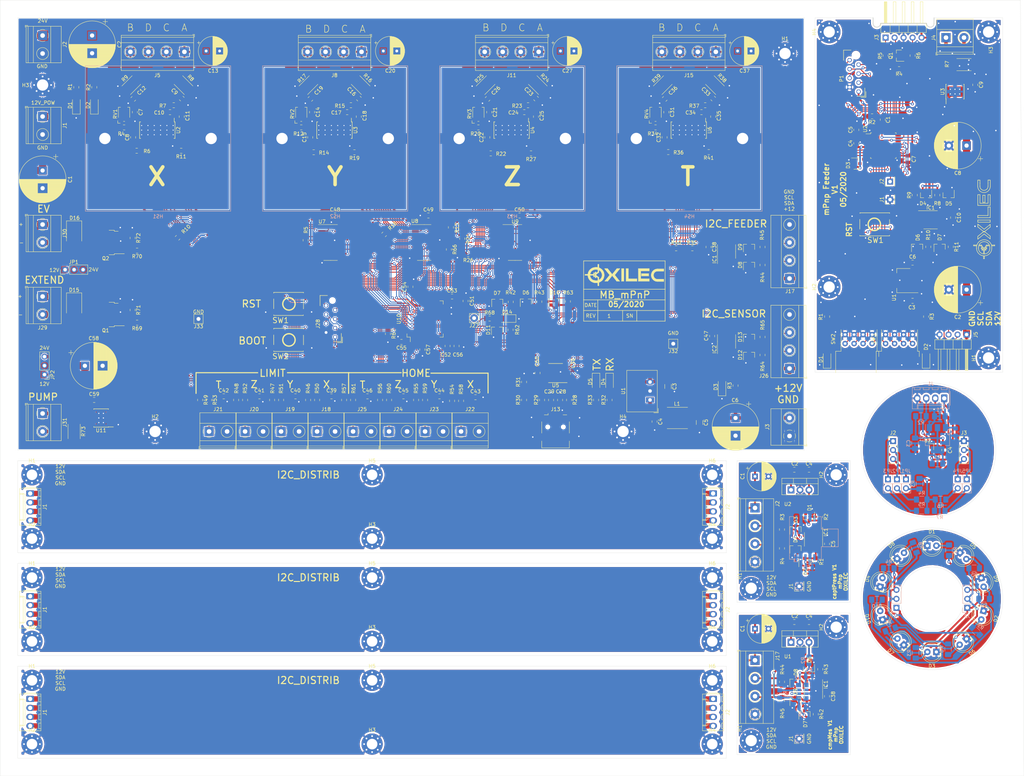
<source format=kicad_pcb>
(kicad_pcb (version 20171130) (host pcbnew "(5.1.4)-1")
  (layers (0 F.Cu signal) (31 B.Cu signal) (34 B.Paste user) (35 F.Paste user) (36 B.SilkS user) (37 F.SilkS user) (38 B.Mask user) (39 F.Mask user) (44 Edge.Cuts user))
  (net 0 "")
  (net 1 GND)
  (net 2 +24V)
  (net 3 +3V3USB)
  (net 4 "Net-(C7-Pad1)")
  (net 5 "Net-(C10-Pad2)")
  (net 6 "Net-(C11-Pad1)")
  (net 7 "Net-(C11-Pad2)")
  (net 8 /X/D)
  (net 9 /X/B)
  (net 10 /X/C)
  (net 11 /X/A)
  (net 12 "Net-(R4-Pad1)")
  (net 13 /IO/D3)
  (net 14 /IO/D4)
  (net 15 "Net-(R8-Pad2)")
  (net 16 "Net-(R9-Pad1)")
  (net 17 /uP/FAULT_X)
  (net 18 /X/~HOME~)
  (net 19 /X/DECAY)
  (net 20 /X/DIR)
  (net 21 /X/STEP)
  (net 22 "Net-(U2-Pad23)")
  (net 23 /IO/D0)
  (net 24 /IO/D1)
  (net 25 /IO/D2)
  (net 26 +12V_POW)
  (net 27 "Net-(C4-Pad1)")
  (net 28 +12V)
  (net 29 "Net-(C14-Pad1)")
  (net 30 "Net-(C17-Pad2)")
  (net 31 "Net-(C18-Pad2)")
  (net 32 "Net-(C18-Pad1)")
  (net 33 "Net-(C21-Pad1)")
  (net 34 "Net-(C24-Pad2)")
  (net 35 "Net-(C25-Pad2)")
  (net 36 "Net-(C25-Pad1)")
  (net 37 "Net-(C28-Pad1)")
  (net 38 "Net-(C29-Pad1)")
  (net 39 "Net-(C30-Pad1)")
  (net 40 "Net-(C31-Pad1)")
  (net 41 "Net-(C34-Pad2)")
  (net 42 "Net-(C35-Pad1)")
  (net 43 "Net-(C35-Pad2)")
  (net 44 /INPUT/HOME_X)
  (net 45 /INPUT/HOME_Y)
  (net 46 /INPUT/HOME_Z)
  (net 47 /INPUT/HOME_T)
  (net 48 /uP/NRST)
  (net 49 "Net-(C58-Pad1)")
  (net 50 "Net-(D1-Pad2)")
  (net 51 "Net-(D2-Pad2)")
  (net 52 "Net-(D3-Pad2)")
  (net 53 "Net-(D4-Pad1)")
  (net 54 "Net-(D4-Pad2)")
  (net 55 "Net-(D5-Pad1)")
  (net 56 "Net-(D5-Pad2)")
  (net 57 /uP/FEEDER_SDA)
  (net 58 /uP/FEEDER_SCL)
  (net 59 "Net-(D8-Pad3)")
  (net 60 "Net-(D9-Pad3)")
  (net 61 /I2C_SENSOR/SDA)
  (net 62 /I2C_SENSOR/SCL)
  (net 63 "Net-(D12-Pad3)")
  (net 64 "Net-(D13-Pad3)")
  (net 65 "Net-(D14-Pad2)")
  (net 66 "Net-(D15-Pad1)")
  (net 67 "Net-(D15-Pad2)")
  (net 68 "Net-(D16-Pad2)")
  (net 69 /Y/A)
  (net 70 /Y/C)
  (net 71 /Y/D)
  (net 72 /Y/B)
  (net 73 /Z/A)
  (net 74 /Z/C)
  (net 75 /Z/D)
  (net 76 /Z/B)
  (net 77 "Net-(J13-Pad1)")
  (net 78 "Net-(J13-Pad4)")
  (net 79 /T/B)
  (net 80 /T/D)
  (net 81 /T/C)
  (net 82 /T/A)
  (net 83 "Net-(J18-Pad1)")
  (net 84 "Net-(J19-Pad1)")
  (net 85 "Net-(J20-Pad1)")
  (net 86 "Net-(J21-Pad1)")
  (net 87 "Net-(J22-Pad1)")
  (net 88 "Net-(J23-Pad1)")
  (net 89 "Net-(J24-Pad1)")
  (net 90 "Net-(J25-Pad1)")
  (net 91 "Net-(J27-Pad1)")
  (net 92 /uP/TRST)
  (net 93 /uP/TCK_SWCLK)
  (net 94 /uP/TDI)
  (net 95 /uP/TDO_SWO)
  (net 96 /uP/TMS_SWDIO)
  (net 97 "Net-(J31-Pad2)")
  (net 98 "Net-(J31-Pad1)")
  (net 99 "Net-(Q1-Pad1)")
  (net 100 "Net-(Q2-Pad1)")
  (net 101 "Net-(R12-Pad1)")
  (net 102 /IO/D8)
  (net 103 /IO/D9)
  (net 104 "Net-(R16-Pad2)")
  (net 105 "Net-(R17-Pad1)")
  (net 106 /uP/FAULT_Y)
  (net 107 /Y/~HOME~)
  (net 108 "Net-(R20-Pad1)")
  (net 109 /IO/D13)
  (net 110 /IO/D14)
  (net 111 "Net-(R24-Pad2)")
  (net 112 "Net-(R25-Pad1)")
  (net 113 /uP/FAULT_Z)
  (net 114 /Z/~HOME~)
  (net 115 /PC_COM/DP)
  (net 116 /PC_COM/DM)
  (net 117 /PC_COM/VBUS_SENSE)
  (net 118 "Net-(R34-Pad1)")
  (net 119 /IO/D18)
  (net 120 /IO/D19)
  (net 121 "Net-(R38-Pad2)")
  (net 122 "Net-(R39-Pad1)")
  (net 123 /uP/FAULT_T)
  (net 124 /T/~HOME~)
  (net 125 /uP/IO_LATCH)
  (net 126 "Net-(R67-Pad1)")
  (net 127 /uP/LED)
  (net 128 /IO/D21)
  (net 129 /IO/D20)
  (net 130 "Net-(R73-Pad1)")
  (net 131 /IO/D7)
  (net 132 /IO/D6)
  (net 133 /IO/D5)
  (net 134 "Net-(U3-Pad23)")
  (net 135 /Y/STEP)
  (net 136 /Y/DIR)
  (net 137 /Y/DECAY)
  (net 138 /IO/D12)
  (net 139 /IO/D11)
  (net 140 /IO/D10)
  (net 141 "Net-(U4-Pad23)")
  (net 142 /Z/STEP)
  (net 143 /Z/DIR)
  (net 144 /Z/DECAY)
  (net 145 /uP/IHM_TX)
  (net 146 /PC_COM/~RTS~)
  (net 147 /uP/IHM_RX)
  (net 148 /PC_COM/~CTS~)
  (net 149 "Net-(U5-Pad16)")
  (net 150 /T/DECAY)
  (net 151 /T/DIR)
  (net 152 /T/STEP)
  (net 153 "Net-(U6-Pad23)")
  (net 154 /IO/D15)
  (net 155 /IO/D16)
  (net 156 /IO/D17)
  (net 157 "Net-(U7-Pad9)")
  (net 158 /IO/CLK)
  (net 159 /IO/DATA_IN)
  (net 160 "Net-(U8-Pad9)")
  (net 161 /IO/D22)
  (net 162 /IO/D23)
  (net 163 "Net-(U9-Pad9)")
  (net 164 "Net-(U10-Pad1)")
  (net 165 "Net-(U10-Pad3)")
  (net 166 "Net-(U10-Pad4)")
  (net 167 "Net-(U10-Pad5)")
  (net 168 "Net-(U10-Pad6)")
  (net 169 "Net-(U10-Pad23)")
  (net 170 "Net-(U10-Pad28)")
  (net 171 /uP/LIMIT_X)
  (net 172 /uP/LIMIT_Z)
  (net 173 /uP/LIMIT_T)
  (net 174 "Net-(U10-Pad36)")
  (net 175 "Net-(U10-Pad37)")
  (net 176 /misc/PUMP_IN1)
  (net 177 /misc/PUMP_IN2)
  (net 178 "Net-(U10-Pad55)")
  (net 179 /uP/LIMIT_Y)
  (net 180 /NRST)
  (net 181 +3.3V)
  (net 182 /TIM15_CH1)
  (net 183 /SDA)
  (net 184 /SCL)
  (net 185 "Net-(D6-Pad3)")
  (net 186 "Net-(D7-Pad3)")
  (net 187 "Net-(J2-Pad1)")
  (net 188 "Net-(J3-Pad1)")
  (net 189 "Net-(J3-Pad2)")
  (net 190 "Net-(J3-Pad4)")
  (net 191 "Net-(J4-Pad1)")
  (net 192 "Net-(J4-Pad2)")
  (net 193 /TRST)
  (net 194 /TCK_SWCLK)
  (net 195 /TDI)
  (net 196 /TDO_SWO)
  (net 197 /TMS_SWDIO)
  (net 198 /LEDIR_M)
  (net 199 "Net-(R1-Pad1)")
  (net 200 "Net-(R2-Pad1)")
  (net 201 "Net-(R7-Pad1)")
  (net 202 /ADR0)
  (net 203 /ADR1)
  (net 204 /ADR2)
  (net 205 /ADR3)
  (net 206 "Net-(SW3-Pad4)")
  (net 207 "Net-(SW3-Pad3)")
  (net 208 "Net-(SW3-Pad2)")
  (net 209 /ADR4)
  (net 210 "Net-(U2-Pad2)")
  (net 211 "Net-(U2-Pad3)")
  (net 212 /DC2)
  (net 213 /DC1)
  (net 214 "Net-(U2-Pad22)")
  (net 215 "Net-(U2-Pad28)")
  (net 216 "Net-(J1-Pad1)")
  (net 217 "Net-(J1-Pad2)")
  (net 218 "Net-(J1-Pad3)")
  (net 219 "Net-(J1-Pad4)")
  (net 220 Earth)
  (net 221 /I2C/SDA)
  (net 222 /I2C/SCL)
  (net 223 "Net-(D3-Pad3)")
  (net 224 "Net-(D4-Pad3)")
  (net 225 "Net-(U1-Pad3)")
  (net 226 "Net-(U1-Pad4)")
  (net 227 "Net-(C3-Pad2)")
  (net 228 "Net-(R1-Pad2)")
  (net 229 "Net-(U2-Pad4)")
  (net 230 +5VUSB)
  (net 231 +1V8)
  (net 232 "Net-(J2-Pad2)")
  (net 233 "Net-(J2-Pad3)")
  (net 234 "Net-(J3-Pad3)")
  (net 235 "Net-(JP1-Pad2)")
  (net 236 "Net-(JP2-Pad2)")
  (net 237 "Net-(JP3-Pad2)")
  (net 238 "Net-(JP4-Pad2)")
  (net 239 "Net-(JP5-Pad2)")
  (net 240 "Net-(U2-Pad6)")
  (net 241 "Net-(U2-Pad7)")
  (net 242 "Net-(D6-Pad2)")
  (net 243 "Net-(D7-Pad2)")
  (net 244 "Net-(D8-Pad2)")
  (net 245 "Net-(D9-Pad2)")
  (net 246 "Net-(D10-Pad2)")
  (module MountingHole:MountingHole_3mm_Pad_Via (layer F.Cu) (at 250.29526 220.46966)
    (fp_text reference H6 (at 0 -4) (layer F.SilkS))
    (fp_text value MountingHole_Pad)
    (pad 1 thru_hole circle (at 0 0) (size 6 6) (drill 3) (layers *.Cu *.Mask))
    (pad 1 thru_hole circle (at 2.25 0) (size 0.8 0.8) (drill 0.5) (layers *.Cu *.Mask))
    (pad 1 thru_hole circle (at 1.59099 1.59099) (size 0.8 0.8) (drill 0.5) (layers *.Cu *.Mask))
    (pad 1 thru_hole circle (at 0 2.25) (size 0.8 0.8) (drill 0.5) (layers *.Cu *.Mask))
    (pad 1 thru_hole circle (at -1.59099 1.59099) (size 0.8 0.8) (drill 0.5) (layers *.Cu *.Mask))
    (pad 1 thru_hole circle (at -2.25 0) (size 0.8 0.8) (drill 0.5) (layers *.Cu *.Mask))
    (pad 1 thru_hole circle (at -1.59099 -1.59099) (size 0.8 0.8) (drill 0.5) (layers *.Cu *.Mask))
    (pad 1 thru_hole circle (at 0 -2.25) (size 0.8 0.8) (drill 0.5) (layers *.Cu *.Mask))
    (pad 1 thru_hole circle (at 1.59099 -1.59099) (size 0.8 0.8) (drill 0.5) (layers *.Cu *.Mask))
  )
  (module MountingHole:MountingHole_3mm_Pad_Via (layer F.Cu) (at 154.29526 220.46966)
    (fp_text reference H5 (at 0 -4) (layer F.SilkS))
    (fp_text value MountingHole_Pad)
    (pad 1 thru_hole circle (at 1.59099 -1.59099) (size 0.8 0.8) (drill 0.5) (layers *.Cu *.Mask))
    (pad 1 thru_hole circle (at 0 -2.25) (size 0.8 0.8) (drill 0.5) (layers *.Cu *.Mask))
    (pad 1 thru_hole circle (at -1.59099 -1.59099) (size 0.8 0.8) (drill 0.5) (layers *.Cu *.Mask))
    (pad 1 thru_hole circle (at -2.25 0) (size 0.8 0.8) (drill 0.5) (layers *.Cu *.Mask))
    (pad 1 thru_hole circle (at -1.59099 1.59099) (size 0.8 0.8) (drill 0.5) (layers *.Cu *.Mask))
    (pad 1 thru_hole circle (at 0 2.25) (size 0.8 0.8) (drill 0.5) (layers *.Cu *.Mask))
    (pad 1 thru_hole circle (at 1.59099 1.59099) (size 0.8 0.8) (drill 0.5) (layers *.Cu *.Mask))
    (pad 1 thru_hole circle (at 2.25 0) (size 0.8 0.8) (drill 0.5) (layers *.Cu *.Mask))
    (pad 1 thru_hole circle (at 0 0) (size 6 6) (drill 3) (layers *.Cu *.Mask))
  )
  (module MountingHole:MountingHole_3mm_Pad_Via (layer F.Cu) (at 250.29526 238.46966)
    (fp_text reference H4 (at 0 -4) (layer F.SilkS))
    (fp_text value MountingHole_Pad)
    (pad 1 thru_hole circle (at 0 0) (size 6 6) (drill 3) (layers *.Cu *.Mask))
    (pad 1 thru_hole circle (at 2.25 0) (size 0.8 0.8) (drill 0.5) (layers *.Cu *.Mask))
    (pad 1 thru_hole circle (at 1.59099 1.59099) (size 0.8 0.8) (drill 0.5) (layers *.Cu *.Mask))
    (pad 1 thru_hole circle (at 0 2.25) (size 0.8 0.8) (drill 0.5) (layers *.Cu *.Mask))
    (pad 1 thru_hole circle (at -1.59099 1.59099) (size 0.8 0.8) (drill 0.5) (layers *.Cu *.Mask))
    (pad 1 thru_hole circle (at -2.25 0) (size 0.8 0.8) (drill 0.5) (layers *.Cu *.Mask))
    (pad 1 thru_hole circle (at -1.59099 -1.59099) (size 0.8 0.8) (drill 0.5) (layers *.Cu *.Mask))
    (pad 1 thru_hole circle (at 0 -2.25) (size 0.8 0.8) (drill 0.5) (layers *.Cu *.Mask))
    (pad 1 thru_hole circle (at 1.59099 -1.59099) (size 0.8 0.8) (drill 0.5) (layers *.Cu *.Mask))
  )
  (module MountingHole:MountingHole_3mm_Pad_Via (layer F.Cu) (at 58.29526 220.46966)
    (fp_text reference H1 (at 0 -4) (layer F.SilkS))
    (fp_text value MountingHole_Pad)
    (pad 1 thru_hole circle (at 1.59099 -1.59099) (size 0.8 0.8) (drill 0.5) (layers *.Cu *.Mask))
    (pad 1 thru_hole circle (at 0 -2.25) (size 0.8 0.8) (drill 0.5) (layers *.Cu *.Mask))
    (pad 1 thru_hole circle (at -1.59099 -1.59099) (size 0.8 0.8) (drill 0.5) (layers *.Cu *.Mask))
    (pad 1 thru_hole circle (at -2.25 0) (size 0.8 0.8) (drill 0.5) (layers *.Cu *.Mask))
    (pad 1 thru_hole circle (at -1.59099 1.59099) (size 0.8 0.8) (drill 0.5) (layers *.Cu *.Mask))
    (pad 1 thru_hole circle (at 0 2.25) (size 0.8 0.8) (drill 0.5) (layers *.Cu *.Mask))
    (pad 1 thru_hole circle (at 1.59099 1.59099) (size 0.8 0.8) (drill 0.5) (layers *.Cu *.Mask))
    (pad 1 thru_hole circle (at 2.25 0) (size 0.8 0.8) (drill 0.5) (layers *.Cu *.Mask))
    (pad 1 thru_hole circle (at 0 0) (size 6 6) (drill 3) (layers *.Cu *.Mask))
  )
  (module Connector_Molex:Molex_KK-254_AE-6410-04A_1x04_P2.54mm_Vertical (layer F.Cu) (at 250.54526 225.71966 270)
    (fp_text reference J2 (at 3.81 -4.12 90) (layer F.SilkS))
    (fp_text value Conn_01x04)
    (pad 4 thru_hole oval (at 7.62 0 270) (size 1.74 2.2) (drill 1.2) (layers *.Cu *.Mask))
    (pad 3 thru_hole oval (at 5.08 0 270) (size 1.74 2.2) (drill 1.2) (layers *.Cu *.Mask))
    (pad 2 thru_hole oval (at 2.54 0 270) (size 1.74 2.2) (drill 1.2) (layers *.Cu *.Mask))
    (pad 1 thru_hole roundrect (at 0 0 270) (size 1.74 2.2) (drill 1.2) (layers *.Cu *.Mask) (roundrect_rratio 0.143678))
  )
  (module MountingHole:MountingHole_3mm_Pad_Via (layer F.Cu) (at 58.29526 238.46966)
    (fp_text reference H2 (at 0 -4) (layer F.SilkS))
    (fp_text value MountingHole_Pad)
    (pad 1 thru_hole circle (at 0 0) (size 6 6) (drill 3) (layers *.Cu *.Mask))
    (pad 1 thru_hole circle (at 2.25 0) (size 0.8 0.8) (drill 0.5) (layers *.Cu *.Mask))
    (pad 1 thru_hole circle (at 1.59099 1.59099) (size 0.8 0.8) (drill 0.5) (layers *.Cu *.Mask))
    (pad 1 thru_hole circle (at 0 2.25) (size 0.8 0.8) (drill 0.5) (layers *.Cu *.Mask))
    (pad 1 thru_hole circle (at -1.59099 1.59099) (size 0.8 0.8) (drill 0.5) (layers *.Cu *.Mask))
    (pad 1 thru_hole circle (at -2.25 0) (size 0.8 0.8) (drill 0.5) (layers *.Cu *.Mask))
    (pad 1 thru_hole circle (at -1.59099 -1.59099) (size 0.8 0.8) (drill 0.5) (layers *.Cu *.Mask))
    (pad 1 thru_hole circle (at 0 -2.25) (size 0.8 0.8) (drill 0.5) (layers *.Cu *.Mask))
    (pad 1 thru_hole circle (at 1.59099 -1.59099) (size 0.8 0.8) (drill 0.5) (layers *.Cu *.Mask))
  )
  (module Connector_Molex:Molex_KK-254_AE-6410-04A_1x04_P2.54mm_Vertical (layer F.Cu) (at 57.79526 225.71966 270)
    (fp_text reference J1 (at 3.81 -4.12 90) (layer F.SilkS))
    (fp_text value Conn_01x04)
    (pad 1 thru_hole roundrect (at 0 0 270) (size 1.74 2.2) (drill 1.2) (layers *.Cu *.Mask) (roundrect_rratio 0.143678))
    (pad 2 thru_hole oval (at 2.54 0 270) (size 1.74 2.2) (drill 1.2) (layers *.Cu *.Mask))
    (pad 3 thru_hole oval (at 5.08 0 270) (size 1.74 2.2) (drill 1.2) (layers *.Cu *.Mask))
    (pad 4 thru_hole oval (at 7.62 0 270) (size 1.74 2.2) (drill 1.2) (layers *.Cu *.Mask))
  )
  (module MountingHole:MountingHole_3mm_Pad_Via (layer F.Cu) (at 154.29526 238.46966)
    (fp_text reference H3 (at 0 -4) (layer F.SilkS))
    (fp_text value MountingHole_Pad)
    (pad 1 thru_hole circle (at 1.59099 -1.59099) (size 0.8 0.8) (drill 0.5) (layers *.Cu *.Mask))
    (pad 1 thru_hole circle (at 0 -2.25) (size 0.8 0.8) (drill 0.5) (layers *.Cu *.Mask))
    (pad 1 thru_hole circle (at -1.59099 -1.59099) (size 0.8 0.8) (drill 0.5) (layers *.Cu *.Mask))
    (pad 1 thru_hole circle (at -2.25 0) (size 0.8 0.8) (drill 0.5) (layers *.Cu *.Mask))
    (pad 1 thru_hole circle (at -1.59099 1.59099) (size 0.8 0.8) (drill 0.5) (layers *.Cu *.Mask))
    (pad 1 thru_hole circle (at 0 2.25) (size 0.8 0.8) (drill 0.5) (layers *.Cu *.Mask))
    (pad 1 thru_hole circle (at 1.59099 1.59099) (size 0.8 0.8) (drill 0.5) (layers *.Cu *.Mask))
    (pad 1 thru_hole circle (at 2.25 0) (size 0.8 0.8) (drill 0.5) (layers *.Cu *.Mask))
    (pad 1 thru_hole circle (at 0 0) (size 6 6) (drill 3) (layers *.Cu *.Mask))
  )
  (module MountingHole:MountingHole_3mm_Pad_Via (layer F.Cu) (at 250.29526 191.46966)
    (fp_text reference H6 (at 0 -4) (layer F.SilkS))
    (fp_text value MountingHole_Pad)
    (pad 1 thru_hole circle (at 0 0) (size 6 6) (drill 3) (layers *.Cu *.Mask))
    (pad 1 thru_hole circle (at 2.25 0) (size 0.8 0.8) (drill 0.5) (layers *.Cu *.Mask))
    (pad 1 thru_hole circle (at 1.59099 1.59099) (size 0.8 0.8) (drill 0.5) (layers *.Cu *.Mask))
    (pad 1 thru_hole circle (at 0 2.25) (size 0.8 0.8) (drill 0.5) (layers *.Cu *.Mask))
    (pad 1 thru_hole circle (at -1.59099 1.59099) (size 0.8 0.8) (drill 0.5) (layers *.Cu *.Mask))
    (pad 1 thru_hole circle (at -2.25 0) (size 0.8 0.8) (drill 0.5) (layers *.Cu *.Mask))
    (pad 1 thru_hole circle (at -1.59099 -1.59099) (size 0.8 0.8) (drill 0.5) (layers *.Cu *.Mask))
    (pad 1 thru_hole circle (at 0 -2.25) (size 0.8 0.8) (drill 0.5) (layers *.Cu *.Mask))
    (pad 1 thru_hole circle (at 1.59099 -1.59099) (size 0.8 0.8) (drill 0.5) (layers *.Cu *.Mask))
  )
  (module MountingHole:MountingHole_3mm_Pad_Via (layer F.Cu) (at 154.29526 191.46966)
    (fp_text reference H5 (at 0 -4) (layer F.SilkS))
    (fp_text value MountingHole_Pad)
    (pad 1 thru_hole circle (at 1.59099 -1.59099) (size 0.8 0.8) (drill 0.5) (layers *.Cu *.Mask))
    (pad 1 thru_hole circle (at 0 -2.25) (size 0.8 0.8) (drill 0.5) (layers *.Cu *.Mask))
    (pad 1 thru_hole circle (at -1.59099 -1.59099) (size 0.8 0.8) (drill 0.5) (layers *.Cu *.Mask))
    (pad 1 thru_hole circle (at -2.25 0) (size 0.8 0.8) (drill 0.5) (layers *.Cu *.Mask))
    (pad 1 thru_hole circle (at -1.59099 1.59099) (size 0.8 0.8) (drill 0.5) (layers *.Cu *.Mask))
    (pad 1 thru_hole circle (at 0 2.25) (size 0.8 0.8) (drill 0.5) (layers *.Cu *.Mask))
    (pad 1 thru_hole circle (at 1.59099 1.59099) (size 0.8 0.8) (drill 0.5) (layers *.Cu *.Mask))
    (pad 1 thru_hole circle (at 2.25 0) (size 0.8 0.8) (drill 0.5) (layers *.Cu *.Mask))
    (pad 1 thru_hole circle (at 0 0) (size 6 6) (drill 3) (layers *.Cu *.Mask))
  )
  (module MountingHole:MountingHole_3mm_Pad_Via (layer F.Cu) (at 250.29526 209.46966)
    (fp_text reference H4 (at 0 -4) (layer F.SilkS))
    (fp_text value MountingHole_Pad)
    (pad 1 thru_hole circle (at 0 0) (size 6 6) (drill 3) (layers *.Cu *.Mask))
    (pad 1 thru_hole circle (at 2.25 0) (size 0.8 0.8) (drill 0.5) (layers *.Cu *.Mask))
    (pad 1 thru_hole circle (at 1.59099 1.59099) (size 0.8 0.8) (drill 0.5) (layers *.Cu *.Mask))
    (pad 1 thru_hole circle (at 0 2.25) (size 0.8 0.8) (drill 0.5) (layers *.Cu *.Mask))
    (pad 1 thru_hole circle (at -1.59099 1.59099) (size 0.8 0.8) (drill 0.5) (layers *.Cu *.Mask))
    (pad 1 thru_hole circle (at -2.25 0) (size 0.8 0.8) (drill 0.5) (layers *.Cu *.Mask))
    (pad 1 thru_hole circle (at -1.59099 -1.59099) (size 0.8 0.8) (drill 0.5) (layers *.Cu *.Mask))
    (pad 1 thru_hole circle (at 0 -2.25) (size 0.8 0.8) (drill 0.5) (layers *.Cu *.Mask))
    (pad 1 thru_hole circle (at 1.59099 -1.59099) (size 0.8 0.8) (drill 0.5) (layers *.Cu *.Mask))
  )
  (module MountingHole:MountingHole_3mm_Pad_Via (layer F.Cu) (at 58.29526 191.46966)
    (fp_text reference H1 (at 0 -4) (layer F.SilkS))
    (fp_text value MountingHole_Pad)
    (pad 1 thru_hole circle (at 1.59099 -1.59099) (size 0.8 0.8) (drill 0.5) (layers *.Cu *.Mask))
    (pad 1 thru_hole circle (at 0 -2.25) (size 0.8 0.8) (drill 0.5) (layers *.Cu *.Mask))
    (pad 1 thru_hole circle (at -1.59099 -1.59099) (size 0.8 0.8) (drill 0.5) (layers *.Cu *.Mask))
    (pad 1 thru_hole circle (at -2.25 0) (size 0.8 0.8) (drill 0.5) (layers *.Cu *.Mask))
    (pad 1 thru_hole circle (at -1.59099 1.59099) (size 0.8 0.8) (drill 0.5) (layers *.Cu *.Mask))
    (pad 1 thru_hole circle (at 0 2.25) (size 0.8 0.8) (drill 0.5) (layers *.Cu *.Mask))
    (pad 1 thru_hole circle (at 1.59099 1.59099) (size 0.8 0.8) (drill 0.5) (layers *.Cu *.Mask))
    (pad 1 thru_hole circle (at 2.25 0) (size 0.8 0.8) (drill 0.5) (layers *.Cu *.Mask))
    (pad 1 thru_hole circle (at 0 0) (size 6 6) (drill 3) (layers *.Cu *.Mask))
  )
  (module Connector_Molex:Molex_KK-254_AE-6410-04A_1x04_P2.54mm_Vertical (layer F.Cu) (at 250.54526 196.71966 270)
    (fp_text reference J2 (at 3.81 -4.12 90) (layer F.SilkS))
    (fp_text value Conn_01x04)
    (pad 4 thru_hole oval (at 7.62 0 270) (size 1.74 2.2) (drill 1.2) (layers *.Cu *.Mask))
    (pad 3 thru_hole oval (at 5.08 0 270) (size 1.74 2.2) (drill 1.2) (layers *.Cu *.Mask))
    (pad 2 thru_hole oval (at 2.54 0 270) (size 1.74 2.2) (drill 1.2) (layers *.Cu *.Mask))
    (pad 1 thru_hole roundrect (at 0 0 270) (size 1.74 2.2) (drill 1.2) (layers *.Cu *.Mask) (roundrect_rratio 0.143678))
  )
  (module MountingHole:MountingHole_3mm_Pad_Via (layer F.Cu) (at 58.29526 209.46966)
    (fp_text reference H2 (at 0 -4) (layer F.SilkS))
    (fp_text value MountingHole_Pad)
    (pad 1 thru_hole circle (at 0 0) (size 6 6) (drill 3) (layers *.Cu *.Mask))
    (pad 1 thru_hole circle (at 2.25 0) (size 0.8 0.8) (drill 0.5) (layers *.Cu *.Mask))
    (pad 1 thru_hole circle (at 1.59099 1.59099) (size 0.8 0.8) (drill 0.5) (layers *.Cu *.Mask))
    (pad 1 thru_hole circle (at 0 2.25) (size 0.8 0.8) (drill 0.5) (layers *.Cu *.Mask))
    (pad 1 thru_hole circle (at -1.59099 1.59099) (size 0.8 0.8) (drill 0.5) (layers *.Cu *.Mask))
    (pad 1 thru_hole circle (at -2.25 0) (size 0.8 0.8) (drill 0.5) (layers *.Cu *.Mask))
    (pad 1 thru_hole circle (at -1.59099 -1.59099) (size 0.8 0.8) (drill 0.5) (layers *.Cu *.Mask))
    (pad 1 thru_hole circle (at 0 -2.25) (size 0.8 0.8) (drill 0.5) (layers *.Cu *.Mask))
    (pad 1 thru_hole circle (at 1.59099 -1.59099) (size 0.8 0.8) (drill 0.5) (layers *.Cu *.Mask))
  )
  (module Connector_Molex:Molex_KK-254_AE-6410-04A_1x04_P2.54mm_Vertical (layer F.Cu) (at 57.79526 196.71966 270)
    (fp_text reference J1 (at 3.81 -4.12 90) (layer F.SilkS))
    (fp_text value Conn_01x04)
    (pad 1 thru_hole roundrect (at 0 0 270) (size 1.74 2.2) (drill 1.2) (layers *.Cu *.Mask) (roundrect_rratio 0.143678))
    (pad 2 thru_hole oval (at 2.54 0 270) (size 1.74 2.2) (drill 1.2) (layers *.Cu *.Mask))
    (pad 3 thru_hole oval (at 5.08 0 270) (size 1.74 2.2) (drill 1.2) (layers *.Cu *.Mask))
    (pad 4 thru_hole oval (at 7.62 0 270) (size 1.74 2.2) (drill 1.2) (layers *.Cu *.Mask))
  )
  (module MountingHole:MountingHole_3mm_Pad_Via (layer F.Cu) (at 154.29526 209.46966)
    (fp_text reference H3 (at 0 -4) (layer F.SilkS))
    (fp_text value MountingHole_Pad)
    (pad 1 thru_hole circle (at 1.59099 -1.59099) (size 0.8 0.8) (drill 0.5) (layers *.Cu *.Mask))
    (pad 1 thru_hole circle (at 0 -2.25) (size 0.8 0.8) (drill 0.5) (layers *.Cu *.Mask))
    (pad 1 thru_hole circle (at -1.59099 -1.59099) (size 0.8 0.8) (drill 0.5) (layers *.Cu *.Mask))
    (pad 1 thru_hole circle (at -2.25 0) (size 0.8 0.8) (drill 0.5) (layers *.Cu *.Mask))
    (pad 1 thru_hole circle (at -1.59099 1.59099) (size 0.8 0.8) (drill 0.5) (layers *.Cu *.Mask))
    (pad 1 thru_hole circle (at 0 2.25) (size 0.8 0.8) (drill 0.5) (layers *.Cu *.Mask))
    (pad 1 thru_hole circle (at 1.59099 1.59099) (size 0.8 0.8) (drill 0.5) (layers *.Cu *.Mask))
    (pad 1 thru_hole circle (at 2.25 0) (size 0.8 0.8) (drill 0.5) (layers *.Cu *.Mask))
    (pad 1 thru_hole circle (at 0 0) (size 6 6) (drill 3) (layers *.Cu *.Mask))
  )
  (module Package_SO:SOIC-8_3.9x4.9mm_P1.27mm (layer F.Cu) (at 254.33526 99.42966 90)
    (fp_text reference IC1 (at -2.20934 -3.4 90) (layer F.SilkS))
    (fp_text value PCA9600)
    (pad 1 smd roundrect (at -2.475 -1.905 90) (size 1.95 0.6) (layers F.Cu F.Paste F.Mask) (net 57 /uP/FEEDER_SDA))
    (pad 2 smd roundrect (at -2.475 -0.635 90) (size 1.95 0.6) (layers F.Cu F.Paste F.Mask) (net 59 "Net-(D8-Pad3)"))
    (pad 3 smd roundrect (at -2.475 0.635 90) (size 1.95 0.6) (layers F.Cu F.Paste F.Mask) (net 59 "Net-(D8-Pad3)"))
    (pad 4 smd roundrect (at -2.475 1.905 90) (size 1.95 0.6) (layers F.Cu F.Paste F.Mask) (net 1 GND))
    (pad 5 smd roundrect (at 2.475 1.905 90) (size 1.95 0.6) (layers F.Cu F.Paste F.Mask) (net 60 "Net-(D9-Pad3)"))
    (pad 6 smd roundrect (at 2.475 0.635 90) (size 1.95 0.6) (layers F.Cu F.Paste F.Mask) (net 60 "Net-(D9-Pad3)"))
    (pad 7 smd roundrect (at 2.475 -0.635 90) (size 1.95 0.6) (layers F.Cu F.Paste F.Mask) (net 58 /uP/FEEDER_SCL))
    (pad 8 smd roundrect (at 2.475 -1.905 90) (size 1.95 0.6) (layers F.Cu F.Paste F.Mask) (net 28 +12V))
  )
  (module Package_SO:SOIC-16_3.9x9.9mm_P1.27mm (layer F.Cu) (at 194.64526 96.88966)
    (fp_text reference U9 (at 0 -5.9) (layer F.SilkS))
    (fp_text value 74HC595)
    (pad 1 smd roundrect (at -2.475 -4.445) (size 1.95 0.6) (layers F.Cu F.Paste F.Mask) (net 156 /IO/D17))
    (pad 2 smd roundrect (at -2.475 -3.175) (size 1.95 0.6) (layers F.Cu F.Paste F.Mask) (net 119 /IO/D18))
    (pad 3 smd roundrect (at -2.475 -1.905) (size 1.95 0.6) (layers F.Cu F.Paste F.Mask) (net 120 /IO/D19))
    (pad 4 smd roundrect (at -2.475 -0.635) (size 1.95 0.6) (layers F.Cu F.Paste F.Mask) (net 129 /IO/D20))
    (pad 5 smd roundrect (at -2.475 0.635) (size 1.95 0.6) (layers F.Cu F.Paste F.Mask) (net 128 /IO/D21))
    (pad 6 smd roundrect (at -2.475 1.905) (size 1.95 0.6) (layers F.Cu F.Paste F.Mask) (net 161 /IO/D22))
    (pad 7 smd roundrect (at -2.475 3.175) (size 1.95 0.6) (layers F.Cu F.Paste F.Mask) (net 162 /IO/D23))
    (pad 8 smd roundrect (at -2.475 4.445) (size 1.95 0.6) (layers F.Cu F.Paste F.Mask) (net 1 GND))
    (pad 9 smd roundrect (at 2.475 4.445) (size 1.95 0.6) (layers F.Cu F.Paste F.Mask) (net 163 "Net-(U9-Pad9)"))
    (pad 10 smd roundrect (at 2.475 3.175) (size 1.95 0.6) (layers F.Cu F.Paste F.Mask) (net 3 +3V3USB))
    (pad 11 smd roundrect (at 2.475 1.905) (size 1.95 0.6) (layers F.Cu F.Paste F.Mask) (net 158 /IO/CLK))
    (pad 12 smd roundrect (at 2.475 0.635) (size 1.95 0.6) (layers F.Cu F.Paste F.Mask) (net 125 /uP/IO_LATCH))
    (pad 13 smd roundrect (at 2.475 -0.635) (size 1.95 0.6) (layers F.Cu F.Paste F.Mask) (net 1 GND))
    (pad 14 smd roundrect (at 2.475 -1.905) (size 1.95 0.6) (layers F.Cu F.Paste F.Mask) (net 160 "Net-(U8-Pad9)"))
    (pad 15 smd roundrect (at 2.475 -3.175) (size 1.95 0.6) (layers F.Cu F.Paste F.Mask) (net 155 /IO/D16))
    (pad 16 smd roundrect (at 2.475 -4.445) (size 1.95 0.6) (layers F.Cu F.Paste F.Mask) (net 3 +3V3USB))
  )
  (module Package_SO:SOIC-16_3.9x9.9mm_P1.27mm (layer F.Cu) (at 168.99126 96.88966)
    (fp_text reference U8 (at -2.66326 -6.04566) (layer F.SilkS))
    (fp_text value 74HC595)
    (pad 16 smd roundrect (at 2.475 -4.445) (size 1.95 0.6) (layers F.Cu F.Paste F.Mask) (net 3 +3V3USB))
    (pad 15 smd roundrect (at 2.475 -3.175) (size 1.95 0.6) (layers F.Cu F.Paste F.Mask) (net 102 /IO/D8))
    (pad 14 smd roundrect (at 2.475 -1.905) (size 1.95 0.6) (layers F.Cu F.Paste F.Mask) (net 157 "Net-(U7-Pad9)"))
    (pad 13 smd roundrect (at 2.475 -0.635) (size 1.95 0.6) (layers F.Cu F.Paste F.Mask) (net 1 GND))
    (pad 12 smd roundrect (at 2.475 0.635) (size 1.95 0.6) (layers F.Cu F.Paste F.Mask) (net 125 /uP/IO_LATCH))
    (pad 11 smd roundrect (at 2.475 1.905) (size 1.95 0.6) (layers F.Cu F.Paste F.Mask) (net 158 /IO/CLK))
    (pad 10 smd roundrect (at 2.475 3.175) (size 1.95 0.6) (layers F.Cu F.Paste F.Mask) (net 3 +3V3USB))
    (pad 9 smd roundrect (at 2.475 4.445) (size 1.95 0.6) (layers F.Cu F.Paste F.Mask) (net 160 "Net-(U8-Pad9)"))
    (pad 8 smd roundrect (at -2.475 4.445) (size 1.95 0.6) (layers F.Cu F.Paste F.Mask) (net 1 GND))
    (pad 7 smd roundrect (at -2.475 3.175) (size 1.95 0.6) (layers F.Cu F.Paste F.Mask) (net 154 /IO/D15))
    (pad 6 smd roundrect (at -2.475 1.905) (size 1.95 0.6) (layers F.Cu F.Paste F.Mask) (net 110 /IO/D14))
    (pad 5 smd roundrect (at -2.475 0.635) (size 1.95 0.6) (layers F.Cu F.Paste F.Mask) (net 109 /IO/D13))
    (pad 4 smd roundrect (at -2.475 -0.635) (size 1.95 0.6) (layers F.Cu F.Paste F.Mask) (net 138 /IO/D12))
    (pad 3 smd roundrect (at -2.475 -1.905) (size 1.95 0.6) (layers F.Cu F.Paste F.Mask) (net 139 /IO/D11))
    (pad 2 smd roundrect (at -2.475 -3.175) (size 1.95 0.6) (layers F.Cu F.Paste F.Mask) (net 140 /IO/D10))
    (pad 1 smd roundrect (at -2.475 -4.445) (size 1.95 0.6) (layers F.Cu F.Paste F.Mask) (net 103 /IO/D9))
  )
  (module "MyLibKicad:BGA STD 115" (layer B.Cu) (at 93.87196 67.53696)
    (fp_text reference HS1 (at 0 22) (layer B.SilkS) (effects (justify mirror)))
    (fp_text value Heatsink_Pad)
    (pad 1 smd rect (at 0 0) (size 40 40) (layers B.Cu B.Mask) (net 1 GND))
    (pad 1 thru_hole circle (at 15 0) (size 7 7) (drill 3.2) (layers *.Cu *.Mask) (net 1 GND))
    (pad 1 thru_hole circle (at -15 0) (size 7 7) (drill 3.2) (layers *.Cu *.Mask) (net 1 GND))
  )
  (module Capacitor_SMD:C_0805_2012Metric (layer F.Cu) (at 168.48326 127.11566 270)
    (fp_text reference C57 (at 0 -1.65 90) (layer F.SilkS))
    (fp_text value 100nF)
    (pad 1 smd roundrect (at -0.9375 0 270) (size 0.975 1.4) (layers F.Cu F.Paste F.Mask) (net 48 /uP/NRST))
    (pad 2 smd roundrect (at 0.9375 0 270) (size 0.975 1.4) (layers F.Cu F.Paste F.Mask) (net 1 GND))
  )
  (module Package_QFP:LQFP-64_10x10mm_P0.5mm (layer F.Cu) (at 169.24526 118.47966 90)
    (fp_text reference U10 (at 0 -7.4 90) (layer F.SilkS))
    (fp_text value STM32G474R)
    (pad 1 smd roundrect (at -5.675 -3.75 90) (size 1.55 0.3) (layers F.Cu F.Paste F.Mask) (net 164 "Net-(U10-Pad1)"))
    (pad 2 smd roundrect (at -5.675 -3.25 90) (size 1.55 0.3) (layers F.Cu F.Paste F.Mask) (net 150 /T/DECAY))
    (pad 3 smd roundrect (at -5.675 -2.75 90) (size 1.55 0.3) (layers F.Cu F.Paste F.Mask) (net 165 "Net-(U10-Pad3)"))
    (pad 4 smd roundrect (at -5.675 -2.25 90) (size 1.55 0.3) (layers F.Cu F.Paste F.Mask) (net 166 "Net-(U10-Pad4)"))
    (pad 5 smd roundrect (at -5.675 -1.75 90) (size 1.55 0.3) (layers F.Cu F.Paste F.Mask) (net 167 "Net-(U10-Pad5)"))
    (pad 6 smd roundrect (at -5.675 -1.25 90) (size 1.55 0.3) (layers F.Cu F.Paste F.Mask) (net 168 "Net-(U10-Pad6)"))
    (pad 7 smd roundrect (at -5.675 -0.75 90) (size 1.55 0.3) (layers F.Cu F.Paste F.Mask) (net 48 /uP/NRST))
    (pad 8 smd roundrect (at -5.675 -0.25 90) (size 1.55 0.3) (layers F.Cu F.Paste F.Mask) (net 17 /uP/FAULT_X))
    (pad 9 smd roundrect (at -5.675 0.25 90) (size 1.55 0.3) (layers F.Cu F.Paste F.Mask) (net 106 /uP/FAULT_Y))
    (pad 10 smd roundrect (at -5.675 0.75 90) (size 1.55 0.3) (layers F.Cu F.Paste F.Mask) (net 113 /uP/FAULT_Z))
    (pad 11 smd roundrect (at -5.675 1.25 90) (size 1.55 0.3) (layers F.Cu F.Paste F.Mask) (net 123 /uP/FAULT_T))
    (pad 12 smd roundrect (at -5.675 1.75 90) (size 1.55 0.3) (layers F.Cu F.Paste F.Mask) (net 21 /X/STEP))
    (pad 13 smd roundrect (at -5.675 2.25 90) (size 1.55 0.3) (layers F.Cu F.Paste F.Mask) (net 20 /X/DIR))
    (pad 14 smd roundrect (at -5.675 2.75 90) (size 1.55 0.3) (layers F.Cu F.Paste F.Mask) (net 136 /Y/DIR))
    (pad 15 smd roundrect (at -5.675 3.25 90) (size 1.55 0.3) (layers F.Cu F.Paste F.Mask) (net 1 GND))
    (pad 16 smd roundrect (at -5.675 3.75 90) (size 1.55 0.3) (layers F.Cu F.Paste F.Mask) (net 3 +3V3USB))
    (pad 17 smd roundrect (at -3.75 5.675 90) (size 0.3 1.55) (layers F.Cu F.Paste F.Mask) (net 143 /Z/DIR))
    (pad 18 smd roundrect (at -3.25 5.675 90) (size 0.3 1.55) (layers F.Cu F.Paste F.Mask) (net 151 /T/DIR))
    (pad 19 smd roundrect (at -2.75 5.675 90) (size 0.3 1.55) (layers F.Cu F.Paste F.Mask) (net 158 /IO/CLK))
    (pad 20 smd roundrect (at -2.25 5.675 90) (size 0.3 1.55) (layers F.Cu F.Paste F.Mask) (net 135 /Y/STEP))
    (pad 21 smd roundrect (at -1.75 5.675 90) (size 0.3 1.55) (layers F.Cu F.Paste F.Mask) (net 159 /IO/DATA_IN))
    (pad 22 smd roundrect (at -1.25 5.675 90) (size 0.3 1.55) (layers F.Cu F.Paste F.Mask) (net 62 /I2C_SENSOR/SCL))
    (pad 23 smd roundrect (at -0.75 5.675 90) (size 0.3 1.55) (layers F.Cu F.Paste F.Mask) (net 169 "Net-(U10-Pad23)"))
    (pad 24 smd roundrect (at -0.25 5.675 90) (size 0.3 1.55) (layers F.Cu F.Paste F.Mask) (net 127 /uP/LED))
    (pad 25 smd roundrect (at 0.25 5.675 90) (size 0.3 1.55) (layers F.Cu F.Paste F.Mask) (net 91 "Net-(J27-Pad1)"))
    (pad 26 smd roundrect (at 0.75 5.675 90) (size 0.3 1.55) (layers F.Cu F.Paste F.Mask) (net 152 /T/STEP))
    (pad 27 smd roundrect (at 1.25 5.675 90) (size 0.3 1.55) (layers F.Cu F.Paste F.Mask) (net 1 GND))
    (pad 28 smd roundrect (at 1.75 5.675 90) (size 0.3 1.55) (layers F.Cu F.Paste F.Mask) (net 170 "Net-(U10-Pad28)"))
    (pad 29 smd roundrect (at 2.25 5.675 90) (size 0.3 1.55) (layers F.Cu F.Paste F.Mask) (net 3 +3V3USB))
    (pad 30 smd roundrect (at 2.75 5.675 90) (size 0.3 1.55) (layers F.Cu F.Paste F.Mask) (net 171 /uP/LIMIT_X))
    (pad 31 smd roundrect (at 3.25 5.675 90) (size 0.3 1.55) (layers F.Cu F.Paste F.Mask) (net 1 GND))
    (pad 32 smd roundrect (at 3.75 5.675 90) (size 0.3 1.55) (layers F.Cu F.Paste F.Mask) (net 3 +3V3USB))
    (pad 33 smd roundrect (at 5.675 3.75 90) (size 1.55 0.3) (layers F.Cu F.Paste F.Mask) (net 179 /uP/LIMIT_Y))
    (pad 34 smd roundrect (at 5.675 3.25 90) (size 1.55 0.3) (layers F.Cu F.Paste F.Mask) (net 172 /uP/LIMIT_Z))
    (pad 35 smd roundrect (at 5.675 2.75 90) (size 1.55 0.3) (layers F.Cu F.Paste F.Mask) (net 173 /uP/LIMIT_T))
    (pad 36 smd roundrect (at 5.675 2.25 90) (size 1.55 0.3) (layers F.Cu F.Paste F.Mask) (net 174 "Net-(U10-Pad36)"))
    (pad 37 smd roundrect (at 5.675 1.75 90) (size 1.55 0.3) (layers F.Cu F.Paste F.Mask) (net 175 "Net-(U10-Pad37)"))
    (pad 38 smd roundrect (at 5.675 1.25 90) (size 1.55 0.3) (layers F.Cu F.Paste F.Mask) (net 176 /misc/PUMP_IN1))
    (pad 39 smd roundrect (at 5.675 0.75 90) (size 1.55 0.3) (layers F.Cu F.Paste F.Mask) (net 177 /misc/PUMP_IN2))
    (pad 40 smd roundrect (at 5.675 0.25 90) (size 1.55 0.3) (layers F.Cu F.Paste F.Mask) (net 58 /uP/FEEDER_SCL))
    (pad 41 smd roundrect (at 5.675 -0.25 90) (size 1.55 0.3) (layers F.Cu F.Paste F.Mask) (net 57 /uP/FEEDER_SDA))
    (pad 42 smd roundrect (at 5.675 -0.75 90) (size 1.55 0.3) (layers F.Cu F.Paste F.Mask) (net 61 /I2C_SENSOR/SDA))
    (pad 43 smd roundrect (at 5.675 -1.25 90) (size 1.55 0.3) (layers F.Cu F.Paste F.Mask) (net 147 /uP/IHM_RX))
    (pad 44 smd roundrect (at 5.675 -1.75 90) (size 1.55 0.3) (layers F.Cu F.Paste F.Mask) (net 145 /uP/IHM_TX))
    (pad 45 smd roundrect (at 5.675 -2.25 90) (size 1.55 0.3) (layers F.Cu F.Paste F.Mask) (net 142 /Z/STEP))
    (pad 46 smd roundrect (at 5.675 -2.75 90) (size 1.55 0.3) (layers F.Cu F.Paste F.Mask) (net 125 /uP/IO_LATCH))
    (pad 47 smd roundrect (at 5.675 -3.25 90) (size 1.55 0.3) (layers F.Cu F.Paste F.Mask) (net 1 GND))
    (pad 48 smd roundrect (at 5.675 -3.75 90) (size 1.55 0.3) (layers F.Cu F.Paste F.Mask) (net 3 +3V3USB))
    (pad 49 smd roundrect (at 3.75 -5.675 90) (size 0.3 1.55) (layers F.Cu F.Paste F.Mask) (net 96 /uP/TMS_SWDIO))
    (pad 50 smd roundrect (at 3.25 -5.675 90) (size 0.3 1.55) (layers F.Cu F.Paste F.Mask) (net 93 /uP/TCK_SWCLK))
    (pad 51 smd roundrect (at 2.75 -5.675 90) (size 0.3 1.55) (layers F.Cu F.Paste F.Mask) (net 94 /uP/TDI))
    (pad 52 smd roundrect (at 2.25 -5.675 90) (size 0.3 1.55) (layers F.Cu F.Paste F.Mask) (net 19 /X/DECAY))
    (pad 53 smd roundrect (at 1.75 -5.675 90) (size 0.3 1.55) (layers F.Cu F.Paste F.Mask) (net 137 /Y/DECAY))
    (pad 54 smd roundrect (at 1.25 -5.675 90) (size 0.3 1.55) (layers F.Cu F.Paste F.Mask) (net 144 /Z/DECAY))
    (pad 55 smd roundrect (at 0.75 -5.675 90) (size 0.3 1.55) (layers F.Cu F.Paste F.Mask) (net 178 "Net-(U10-Pad55)"))
    (pad 56 smd roundrect (at 0.25 -5.675 90) (size 0.3 1.55) (layers F.Cu F.Paste F.Mask) (net 95 /uP/TDO_SWO))
    (pad 57 smd roundrect (at -0.25 -5.675 90) (size 0.3 1.55) (layers F.Cu F.Paste F.Mask) (net 92 /uP/TRST))
    (pad 58 smd roundrect (at -0.75 -5.675 90) (size 0.3 1.55) (layers F.Cu F.Paste F.Mask) (net 47 /INPUT/HOME_T))
    (pad 59 smd roundrect (at -1.25 -5.675 90) (size 0.3 1.55) (layers F.Cu F.Paste F.Mask) (net 46 /INPUT/HOME_Z))
    (pad 60 smd roundrect (at -1.75 -5.675 90) (size 0.3 1.55) (layers F.Cu F.Paste F.Mask) (net 45 /INPUT/HOME_Y))
    (pad 61 smd roundrect (at -2.25 -5.675 90) (size 0.3 1.55) (layers F.Cu F.Paste F.Mask) (net 126 "Net-(R67-Pad1)"))
    (pad 62 smd roundrect (at -2.75 -5.675 90) (size 0.3 1.55) (layers F.Cu F.Paste F.Mask) (net 44 /INPUT/HOME_X))
    (pad 63 smd roundrect (at -3.25 -5.675 90) (size 0.3 1.55) (layers F.Cu F.Paste F.Mask) (net 1 GND))
    (pad 64 smd roundrect (at -3.75 -5.675 90) (size 0.3 1.55) (layers F.Cu F.Paste F.Mask) (net 3 +3V3USB))
  )
  (module "MyLibKicad:BGA STD 115" (layer B.Cu) (at 143.87196 67.53696)
    (fp_text reference HS2 (at 0 22) (layer B.SilkS) (effects (justify mirror)))
    (fp_text value Heatsink_Pad)
    (pad 1 thru_hole circle (at -15 0) (size 7 7) (drill 3.2) (layers *.Cu *.Mask) (net 1 GND))
    (pad 1 thru_hole circle (at 15 0) (size 7 7) (drill 3.2) (layers *.Cu *.Mask) (net 1 GND))
    (pad 1 smd rect (at 0 0) (size 40 40) (layers B.Cu B.Mask) (net 1 GND))
  )
  (module Capacitor_SMD:C_0805_2012Metric (layer F.Cu) (at 200.575047 56.269547 315)
    (fp_text reference C23 (at -2.879108 0.048437 135) (layer F.SilkS))
    (fp_text value 100nF)
    (pad 2 smd roundrect (at 0.9375 0 315) (size 0.975 1.4) (layers F.Cu F.Paste F.Mask) (net 1 GND))
    (pad 1 smd roundrect (at -0.9375 0 315) (size 0.975 1.4) (layers F.Cu F.Paste F.Mask) (net 2 +24V))
  )
  (module Capacitor_SMD:C_0805_2012Metric (layer F.Cu) (at 186.88696 56.36096 225)
    (fp_text reference C26 (at -3.319159 0 225) (layer F.SilkS))
    (fp_text value 100nF)
    (pad 1 smd roundrect (at -0.9375 0 225) (size 0.975 1.4) (layers F.Cu F.Paste F.Mask) (net 2 +24V))
    (pad 2 smd roundrect (at 0.9375 0 225) (size 0.975 1.4) (layers F.Cu F.Paste F.Mask) (net 1 GND))
  )
  (module Capacitor_SMD:C_0805_2012Metric (layer F.Cu) (at 200.5547 61.3673 90)
    (fp_text reference C25 (at 0.24134 1.63326 90) (layer F.SilkS))
    (fp_text value "10nF 50V")
    (pad 2 smd roundrect (at 0.9375 0 90) (size 0.975 1.4) (layers F.Cu F.Paste F.Mask) (net 35 "Net-(C25-Pad2)"))
    (pad 1 smd roundrect (at -0.9375 0 90) (size 0.975 1.4) (layers F.Cu F.Paste F.Mask) (net 36 "Net-(C25-Pad1)"))
  )
  (module Capacitor_SMD:C_0805_2012Metric (layer F.Cu) (at 186.8387 67.2093 90)
    (fp_text reference C22 (at 0 -1.65 90) (layer F.SilkS))
    (fp_text value 470nF)
    (pad 1 smd roundrect (at -0.9375 0 90) (size 0.975 1.4) (layers F.Cu F.Paste F.Mask) (net 3 +3V3USB))
    (pad 2 smd roundrect (at 0.9375 0 90) (size 0.975 1.4) (layers F.Cu F.Paste F.Mask) (net 1 GND))
  )
  (module Capacitor_SMD:C_0805_2012Metric (layer F.Cu) (at 187.3467 60.0973 270)
    (fp_text reference C21 (at 0 -1.65 270) (layer F.SilkS))
    (fp_text value "2.2uF 6.3V")
    (pad 2 smd roundrect (at 0.9375 0 270) (size 0.975 1.4) (layers F.Cu F.Paste F.Mask) (net 1 GND))
    (pad 1 smd roundrect (at -0.9375 0 270) (size 0.975 1.4) (layers F.Cu F.Paste F.Mask) (net 33 "Net-(C21-Pad1)"))
  )
  (module Capacitor_SMD:C_0805_2012Metric (layer F.Cu) (at 197.2527 60.0973)
    (fp_text reference C24 (at -3.06574 0.13966) (layer F.SilkS))
    (fp_text value 100nF)
    (pad 2 smd roundrect (at 0.9375 0) (size 0.975 1.4) (layers F.Cu F.Paste F.Mask) (net 34 "Net-(C24-Pad2)"))
    (pad 1 smd roundrect (at -0.9375 0) (size 0.975 1.4) (layers F.Cu F.Paste F.Mask) (net 2 +24V))
  )
  (module Package_SO:HTSSOP-28-1EP_4.4x9.7mm_P0.65mm_EP3.4x9.5mm_ThermalVias (layer F.Cu) (at 193.6967 65.1773 270)
    (fp_text reference U4 (at 0 -5.9 270) (layer F.SilkS))
    (fp_text value DRV8825)
    (pad 29 smd rect (at 0 0 270) (size 3.4 9.5) (layers B.Cu) (net 1 GND))
    (pad 29 thru_hole circle (at -1.3 4.45 270) (size 0.6 0.6) (drill 0.3) (layers *.Cu) (net 1 GND))
    (pad 29 thru_hole circle (at 0 4.45 270) (size 0.6 0.6) (drill 0.3) (layers *.Cu) (net 1 GND))
    (pad 29 thru_hole circle (at 1.3 4.45 270) (size 0.6 0.6) (drill 0.3) (layers *.Cu) (net 1 GND))
    (pad 29 thru_hole circle (at -1.3 2.67 270) (size 0.6 0.6) (drill 0.3) (layers *.Cu) (net 1 GND))
    (pad 29 thru_hole circle (at 0 2.67 270) (size 0.6 0.6) (drill 0.3) (layers *.Cu) (net 1 GND))
    (pad 29 thru_hole circle (at 1.3 2.67 270) (size 0.6 0.6) (drill 0.3) (layers *.Cu) (net 1 GND))
    (pad 29 thru_hole circle (at -1.3 0.89 270) (size 0.6 0.6) (drill 0.3) (layers *.Cu) (net 1 GND))
    (pad 29 thru_hole circle (at 0 0.89 270) (size 0.6 0.6) (drill 0.3) (layers *.Cu) (net 1 GND))
    (pad 29 thru_hole circle (at 1.3 0.89 270) (size 0.6 0.6) (drill 0.3) (layers *.Cu) (net 1 GND))
    (pad 29 thru_hole circle (at -1.3 -0.89 270) (size 0.6 0.6) (drill 0.3) (layers *.Cu) (net 1 GND))
    (pad 29 thru_hole circle (at 0 -0.89 270) (size 0.6 0.6) (drill 0.3) (layers *.Cu) (net 1 GND))
    (pad 29 thru_hole circle (at 1.3 -0.89 270) (size 0.6 0.6) (drill 0.3) (layers *.Cu) (net 1 GND))
    (pad 29 thru_hole circle (at -1.3 -2.67 270) (size 0.6 0.6) (drill 0.3) (layers *.Cu) (net 1 GND))
    (pad 29 thru_hole circle (at 0 -2.67 270) (size 0.6 0.6) (drill 0.3) (layers *.Cu) (net 1 GND))
    (pad 29 thru_hole circle (at 1.3 -2.67 270) (size 0.6 0.6) (drill 0.3) (layers *.Cu) (net 1 GND))
    (pad 29 thru_hole circle (at 1.3 -4.45 270) (size 0.6 0.6) (drill 0.3) (layers *.Cu) (net 1 GND))
    (pad 29 thru_hole circle (at 0 -4.45 270) (size 0.6 0.6) (drill 0.3) (layers *.Cu) (net 1 GND))
    (pad 29 thru_hole circle (at -1.3 -4.45 270) (size 0.6 0.6) (drill 0.3) (layers *.Cu) (net 1 GND))
    (pad 29 smd rect (at 0 0 270) (size 3.4 9.5) (layers F.Cu F.Mask) (net 1 GND))
    (pad 28 smd rect (at 2.85 -4.225 270) (size 1.1 0.4) (layers F.Cu F.Paste F.Mask) (net 1 GND))
    (pad 27 smd rect (at 2.85 -3.575 270) (size 1.1 0.4) (layers F.Cu F.Paste F.Mask) (net 114 /Z/~HOME~))
    (pad 26 smd rect (at 2.85 -2.925 270) (size 1.1 0.4) (layers F.Cu F.Paste F.Mask) (net 138 /IO/D12))
    (pad 25 smd rect (at 2.85 -2.275 270) (size 1.1 0.4) (layers F.Cu F.Paste F.Mask) (net 139 /IO/D11))
    (pad 24 smd rect (at 2.85 -1.625 270) (size 1.1 0.4) (layers F.Cu F.Paste F.Mask) (net 140 /IO/D10))
    (pad 23 smd rect (at 2.85 -0.975 270) (size 1.1 0.4) (layers F.Cu F.Paste F.Mask) (net 141 "Net-(U4-Pad23)"))
    (pad 22 smd rect (at 2.85 -0.325 270) (size 1.1 0.4) (layers F.Cu F.Paste F.Mask) (net 142 /Z/STEP))
    (pad 21 smd rect (at 2.85 0.325 270) (size 1.1 0.4) (layers F.Cu F.Paste F.Mask) (net 109 /IO/D13))
    (pad 20 smd rect (at 2.85 0.975 270) (size 1.1 0.4) (layers F.Cu F.Paste F.Mask) (net 143 /Z/DIR))
    (pad 19 smd rect (at 2.85 1.625 270) (size 1.1 0.4) (layers F.Cu F.Paste F.Mask) (net 144 /Z/DECAY))
    (pad 18 smd rect (at 2.85 2.275 270) (size 1.1 0.4) (layers F.Cu F.Paste F.Mask) (net 113 /uP/FAULT_Z))
    (pad 17 smd rect (at 2.85 2.925 270) (size 1.1 0.4) (layers F.Cu F.Paste F.Mask) (net 3 +3V3USB))
    (pad 16 smd rect (at 2.85 3.575 270) (size 1.1 0.4) (layers F.Cu F.Paste F.Mask) (net 110 /IO/D14))
    (pad 15 smd rect (at 2.85 4.225 270) (size 1.1 0.4) (layers F.Cu F.Paste F.Mask) (net 3 +3V3USB))
    (pad 14 smd rect (at -2.85 4.225 270) (size 1.1 0.4) (layers F.Cu F.Paste F.Mask) (net 1 GND))
    (pad 13 smd rect (at -2.85 3.575 270) (size 1.1 0.4) (layers F.Cu F.Paste F.Mask) (net 33 "Net-(C21-Pad1)"))
    (pad 12 smd rect (at -2.85 2.925 270) (size 1.1 0.4) (layers F.Cu F.Paste F.Mask) (net 33 "Net-(C21-Pad1)"))
    (pad 11 smd rect (at -2.85 2.275 270) (size 1.1 0.4) (layers F.Cu F.Paste F.Mask) (net 2 +24V))
    (pad 10 smd rect (at -2.85 1.625 270) (size 1.1 0.4) (layers F.Cu F.Paste F.Mask) (net 76 /Z/B))
    (pad 9 smd rect (at -2.85 0.975 270) (size 1.1 0.4) (layers F.Cu F.Paste F.Mask) (net 112 "Net-(R25-Pad1)"))
    (pad 8 smd rect (at -2.85 0.325 270) (size 1.1 0.4) (layers F.Cu F.Paste F.Mask) (net 75 /Z/D))
    (pad 7 smd rect (at -2.85 -0.325 270) (size 1.1 0.4) (layers F.Cu F.Paste F.Mask) (net 74 /Z/C))
    (pad 6 smd rect (at -2.85 -0.975 270) (size 1.1 0.4) (layers F.Cu F.Paste F.Mask) (net 111 "Net-(R24-Pad2)"))
    (pad 5 smd rect (at -2.85 -1.625 270) (size 1.1 0.4) (layers F.Cu F.Paste F.Mask) (net 73 /Z/A))
    (pad 4 smd rect (at -2.85 -2.275 270) (size 1.1 0.4) (layers F.Cu F.Paste F.Mask) (net 2 +24V))
    (pad 3 smd rect (at -2.85 -2.925 270) (size 1.1 0.4) (layers F.Cu F.Paste F.Mask) (net 34 "Net-(C24-Pad2)"))
    (pad 2 smd rect (at -2.85 -3.575 270) (size 1.1 0.4) (layers F.Cu F.Paste F.Mask) (net 35 "Net-(C25-Pad2)"))
    (pad 1 smd rect (at -2.85 -4.225 270) (size 1.1 0.4) (layers F.Cu F.Paste F.Mask) (net 36 "Net-(C25-Pad1)"))
  )
  (module Potentiometer_SMD:Potentiometer_Bourns_TC33X_Vertical (layer F.Cu) (at 184.2987 60.6053 90)
    (fp_text reference RV3 (at 0 -2.5 90) (layer F.SilkS))
    (fp_text value 1K)
    (pad 1 smd rect (at -1.8 -1 90) (size 1.2 1.2) (layers F.Cu F.Paste F.Mask) (net 3 +3V3USB))
    (pad 3 smd rect (at -1.8 1 90) (size 1.2 1.2) (layers F.Cu F.Paste F.Mask) (net 108 "Net-(R20-Pad1)"))
    (pad 2 smd rect (at 1.45 0 90) (size 1.5 1.6) (layers F.Cu F.Paste F.Mask) (net 33 "Net-(C21-Pad1)"))
  )
  (module "MyLibKicad:BGA STD 115" (layer B.Cu) (at 193.87196 67.53696)
    (fp_text reference HS3 (at 0 22) (layer B.SilkS) (effects (justify mirror)))
    (fp_text value Heatsink_Pad)
    (pad 1 thru_hole circle (at -15 0) (size 7 7) (drill 3.2) (layers *.Cu *.Mask) (net 1 GND))
    (pad 1 thru_hole circle (at 15 0) (size 7 7) (drill 3.2) (layers *.Cu *.Mask) (net 1 GND))
    (pad 1 smd rect (at 0 0) (size 40 40) (layers B.Cu B.Mask) (net 1 GND))
  )
  (module Capacitor_THT:CP_Radial_D8.0mm_P3.80mm (layer F.Cu) (at 207.46096 42.83546)
    (fp_text reference C27 (at 1.966 5.5905) (layer F.SilkS))
    (fp_text value "100uF 50V")
    (pad 2 thru_hole circle (at 3.8 0) (size 1.6 1.6) (drill 0.8) (layers *.Cu *.Mask) (net 1 GND))
    (pad 1 thru_hole rect (at 0 0) (size 1.6 1.6) (drill 0.8) (layers *.Cu *.Mask) (net 2 +24V))
  )
  (module Capacitor_SMD:C_0805_2012Metric (layer F.Cu) (at 250.575047 56.269547 315)
    (fp_text reference C33 (at -2.879108 0.048437 135) (layer F.SilkS))
    (fp_text value 100nF)
    (pad 1 smd roundrect (at -0.9375 0 315) (size 0.975 1.4) (layers F.Cu F.Paste F.Mask) (net 2 +24V))
    (pad 2 smd roundrect (at 0.9375 0 315) (size 0.975 1.4) (layers F.Cu F.Paste F.Mask) (net 1 GND))
  )
  (module Capacitor_SMD:C_0805_2012Metric (layer F.Cu) (at 236.88696 56.36096 225)
    (fp_text reference C36 (at -3.319159 0 225) (layer F.SilkS))
    (fp_text value 100nF)
    (pad 2 smd roundrect (at 0.9375 0 225) (size 0.975 1.4) (layers F.Cu F.Paste F.Mask) (net 1 GND))
    (pad 1 smd roundrect (at -0.9375 0 225) (size 0.975 1.4) (layers F.Cu F.Paste F.Mask) (net 2 +24V))
  )
  (module Capacitor_SMD:C_0805_2012Metric (layer F.Cu) (at 250.5547 61.3673 90)
    (fp_text reference C35 (at 0.24134 1.63326 90) (layer F.SilkS))
    (fp_text value "10nF 50V")
    (pad 1 smd roundrect (at -0.9375 0 90) (size 0.975 1.4) (layers F.Cu F.Paste F.Mask) (net 42 "Net-(C35-Pad1)"))
    (pad 2 smd roundrect (at 0.9375 0 90) (size 0.975 1.4) (layers F.Cu F.Paste F.Mask) (net 43 "Net-(C35-Pad2)"))
  )
  (module Capacitor_THT:CP_Radial_D8.0mm_P3.80mm (layer F.Cu) (at 257.46096 42.83546)
    (fp_text reference C37 (at 1.966 5.5905) (layer F.SilkS))
    (fp_text value "100uF 50V")
    (pad 1 thru_hole rect (at 0 0) (size 1.6 1.6) (drill 0.8) (layers *.Cu *.Mask) (net 2 +24V))
    (pad 2 thru_hole circle (at 3.8 0) (size 1.6 1.6) (drill 0.8) (layers *.Cu *.Mask) (net 1 GND))
  )
  (module TerminalBlock_Phoenix:TerminalBlock_Phoenix_MKDS-1,5-4-5.08_1x04_P5.08mm_Horizontal (layer F.Cu) (at 251.3167 43.0793 180)
    (fp_text reference J15 (at 7.63774 -6.61666) (layer F.SilkS))
    (fp_text value BORNIER4)
    (pad 4 thru_hole circle (at 15.24 0 180) (size 2.6 2.6) (drill 1.3) (layers *.Cu *.Mask) (net 79 /T/B))
    (pad 3 thru_hole circle (at 10.16 0 180) (size 2.6 2.6) (drill 1.3) (layers *.Cu *.Mask) (net 80 /T/D))
    (pad 2 thru_hole circle (at 5.08 0 180) (size 2.6 2.6) (drill 1.3) (layers *.Cu *.Mask) (net 81 /T/C))
    (pad 1 thru_hole rect (at 0 0 180) (size 2.6 2.6) (drill 1.3) (layers *.Cu *.Mask) (net 82 /T/A))
  )
  (module Resistor_SMD:R_2512_6332Metric_Pad1.52x3.35mm_HandSolder (layer F.Cu) (at 251.0627 52.4773 135)
    (fp_text reference R38 (at 0.003592 2.852186 315) (layer F.SilkS))
    (fp_text value 0.25R)
    (pad 2 smd roundrect (at 2.9875 0 135) (size 1.525 3.35) (layers F.Cu F.Paste F.Mask) (roundrect_rratio 0.163934) (net 121 "Net-(R38-Pad2)"))
    (pad 1 smd roundrect (at -2.9875 0 135) (size 1.525 3.35) (layers F.Cu F.Paste F.Mask) (roundrect_rratio 0.163934) (net 1 GND))
  )
  (module Resistor_SMD:R_0805_2012Metric_Pad1.15x1.40mm_HandSolder (layer F.Cu) (at 248.31696 58.13896)
    (fp_text reference R37 (at -3.114 0.193) (layer F.SilkS))
    (fp_text value 1M)
    (pad 2 smd roundrect (at 1.025 0) (size 1.15 1.4) (layers F.Cu F.Paste F.Mask) (roundrect_rratio 0.217391) (net 41 "Net-(C34-Pad2)"))
    (pad 1 smd roundrect (at -1.025 0) (size 1.15 1.4) (layers F.Cu F.Paste F.Mask) (roundrect_rratio 0.217391) (net 2 +24V))
  )
  (module Potentiometer_SMD:Potentiometer_Bourns_TC33X_Vertical (layer F.Cu) (at 234.2987 60.6053 90)
    (fp_text reference RV4 (at 0 -2.5 90) (layer F.SilkS))
    (fp_text value 1K)
    (pad 2 smd rect (at 1.45 0 90) (size 1.5 1.6) (layers F.Cu F.Paste F.Mask) (net 40 "Net-(C31-Pad1)"))
    (pad 3 smd rect (at -1.8 1 90) (size 1.2 1.2) (layers F.Cu F.Paste F.Mask) (net 118 "Net-(R34-Pad1)"))
    (pad 1 smd rect (at -1.8 -1 90) (size 1.2 1.2) (layers F.Cu F.Paste F.Mask) (net 3 +3V3USB))
  )
  (module Capacitor_SMD:C_0805_2012Metric (layer F.Cu) (at 237.3467 60.0973 270)
    (fp_text reference C31 (at 0 -1.65 270) (layer F.SilkS))
    (fp_text value "2.2uF 6.3V")
    (pad 1 smd roundrect (at -0.9375 0 270) (size 0.975 1.4) (layers F.Cu F.Paste F.Mask) (net 40 "Net-(C31-Pad1)"))
    (pad 2 smd roundrect (at 0.9375 0 270) (size 0.975 1.4) (layers F.Cu F.Paste F.Mask) (net 1 GND))
  )
  (module Capacitor_SMD:C_0805_2012Metric (layer F.Cu) (at 236.8387 67.2093 90)
    (fp_text reference C32 (at 0 -1.65 90) (layer F.SilkS))
    (fp_text value 470nF)
    (pad 2 smd roundrect (at 0.9375 0 90) (size 0.975 1.4) (layers F.Cu F.Paste F.Mask) (net 1 GND))
    (pad 1 smd roundrect (at -0.9375 0 90) (size 0.975 1.4) (layers F.Cu F.Paste F.Mask) (net 3 +3V3USB))
  )
  (module Capacitor_SMD:C_0805_2012Metric (layer F.Cu) (at 247.2527 60.0973)
    (fp_text reference C34 (at -3.06574 0.13966) (layer F.SilkS))
    (fp_text value 100nF)
    (pad 1 smd roundrect (at -0.9375 0) (size 0.975 1.4) (layers F.Cu F.Paste F.Mask) (net 2 +24V))
    (pad 2 smd roundrect (at 0.9375 0) (size 0.975 1.4) (layers F.Cu F.Paste F.Mask) (net 41 "Net-(C34-Pad2)"))
  )
  (module "MyLibKicad:BGA STD 115" (layer B.Cu) (at 243.87196 67.53696)
    (fp_text reference HS4 (at 0 22) (layer B.SilkS) (effects (justify mirror)))
    (fp_text value Heatsink_Pad)
    (pad 1 smd rect (at 0 0) (size 40 40) (layers B.Cu B.Mask) (net 1 GND))
    (pad 1 thru_hole circle (at 15 0) (size 7 7) (drill 3.2) (layers *.Cu *.Mask) (net 1 GND))
    (pad 1 thru_hole circle (at -15 0) (size 7 7) (drill 3.2) (layers *.Cu *.Mask) (net 1 GND))
  )
  (module Resistor_SMD:R_0805_2012Metric_Pad1.15x1.40mm_HandSolder (layer F.Cu) (at 234.2987 64.4153 180)
    (fp_text reference R34 (at 0.77974 -1.79066 180) (layer F.SilkS))
    (fp_text value 470R)
    (pad 1 smd roundrect (at -1.025 0 180) (size 1.15 1.4) (layers F.Cu F.Paste F.Mask) (roundrect_rratio 0.217391) (net 118 "Net-(R34-Pad1)"))
    (pad 2 smd roundrect (at 1.025 0 180) (size 1.15 1.4) (layers F.Cu F.Paste F.Mask) (roundrect_rratio 0.217391) (net 1 GND))
  )
  (module Resistor_SMD:R_0805_2012Metric_Pad1.15x1.40mm_HandSolder (layer F.Cu) (at 237.88876 71.36266)
    (fp_text reference R36 (at 2.90326 0.13966) (layer F.SilkS))
    (fp_text value 10K)
    (pad 1 smd roundrect (at -1.025 0) (size 1.15 1.4) (layers F.Cu F.Paste F.Mask) (roundrect_rratio 0.217391) (net 3 +3V3USB))
    (pad 2 smd roundrect (at 1.025 0) (size 1.15 1.4) (layers F.Cu F.Paste F.Mask) (roundrect_rratio 0.217391) (net 120 /IO/D19))
  )
  (module Resistor_SMD:R_0805_2012Metric_Pad1.15x1.40mm_HandSolder (layer F.Cu) (at 244.68326 98.54066 180)
    (fp_text reference R35 (at 0.12326 1.60066 180) (layer F.SilkS))
    (fp_text value 10K)
    (pad 1 smd roundrect (at -1.025 0 180) (size 1.15 1.4) (layers F.Cu F.Paste F.Mask) (roundrect_rratio 0.217391) (net 3 +3V3USB))
    (pad 2 smd roundrect (at 1.025 0 180) (size 1.15 1.4) (layers F.Cu F.Paste F.Mask) (roundrect_rratio 0.217391) (net 119 /IO/D18))
  )
  (module Resistor_SMD:R_0805_2012Metric_Pad1.15x1.40mm_HandSolder (layer F.Cu) (at 240.11126 98.54066)
    (fp_text reference R40 (at 0.00374 -1.60066) (layer F.SilkS))
    (fp_text value 10K)
    (pad 1 smd roundrect (at -1.025 0) (size 1.15 1.4) (layers F.Cu F.Paste F.Mask) (roundrect_rratio 0.217391) (net 3 +3V3USB))
    (pad 2 smd roundrect (at 1.025 0) (size 1.15 1.4) (layers F.Cu F.Paste F.Mask) (roundrect_rratio 0.217391) (net 123 /uP/FAULT_T))
  )
  (module Package_SO:HTSSOP-28-1EP_4.4x9.7mm_P0.65mm_EP3.4x9.5mm_ThermalVias (layer F.Cu) (at 243.6967 65.1773 270)
    (fp_text reference U6 (at 0 -5.9 270) (layer F.SilkS))
    (fp_text value DRV8825)
    (pad 1 smd rect (at -2.85 -4.225 270) (size 1.1 0.4) (layers F.Cu F.Paste F.Mask) (net 42 "Net-(C35-Pad1)"))
    (pad 2 smd rect (at -2.85 -3.575 270) (size 1.1 0.4) (layers F.Cu F.Paste F.Mask) (net 43 "Net-(C35-Pad2)"))
    (pad 3 smd rect (at -2.85 -2.925 270) (size 1.1 0.4) (layers F.Cu F.Paste F.Mask) (net 41 "Net-(C34-Pad2)"))
    (pad 4 smd rect (at -2.85 -2.275 270) (size 1.1 0.4) (layers F.Cu F.Paste F.Mask) (net 2 +24V))
    (pad 5 smd rect (at -2.85 -1.625 270) (size 1.1 0.4) (layers F.Cu F.Paste F.Mask) (net 82 /T/A))
    (pad 6 smd rect (at -2.85 -0.975 270) (size 1.1 0.4) (layers F.Cu F.Paste F.Mask) (net 121 "Net-(R38-Pad2)"))
    (pad 7 smd rect (at -2.85 -0.325 270) (size 1.1 0.4) (layers F.Cu F.Paste F.Mask) (net 81 /T/C))
    (pad 8 smd rect (at -2.85 0.325 270) (size 1.1 0.4) (layers F.Cu F.Paste F.Mask) (net 80 /T/D))
    (pad 9 smd rect (at -2.85 0.975 270) (size 1.1 0.4) (layers F.Cu F.Paste F.Mask) (net 122 "Net-(R39-Pad1)"))
    (pad 10 smd rect (at -2.85 1.625 270) (size 1.1 0.4) (layers F.Cu F.Paste F.Mask) (net 79 /T/B))
    (pad 11 smd rect (at -2.85 2.275 270) (size 1.1 0.4) (layers F.Cu F.Paste F.Mask) (net 2 +24V))
    (pad 12 smd rect (at -2.85 2.925 270) (size 1.1 0.4) (layers F.Cu F.Paste F.Mask) (net 40 "Net-(C31-Pad1)"))
    (pad 13 smd rect (at -2.85 3.575 270) (size 1.1 0.4) (layers F.Cu F.Paste F.Mask) (net 40 "Net-(C31-Pad1)"))
    (pad 14 smd rect (at -2.85 4.225 270) (size 1.1 0.4) (layers F.Cu F.Paste F.Mask) (net 1 GND))
    (pad 15 smd rect (at 2.85 4.225 270) (size 1.1 0.4) (layers F.Cu F.Paste F.Mask) (net 3 +3V3USB))
    (pad 16 smd rect (at 2.85 3.575 270) (size 1.1 0.4) (layers F.Cu F.Paste F.Mask) (net 120 /IO/D19))
    (pad 17 smd rect (at 2.85 2.925 270) (size 1.1 0.4) (layers F.Cu F.Paste F.Mask) (net 3 +3V3USB))
    (pad 18 smd rect (at 2.85 2.275 270) (size 1.1 0.4) (layers F.Cu F.Paste F.Mask) (net 123 /uP/FAULT_T))
    (pad 19 smd rect (at 2.85 1.625 270) (size 1.1 0.4) (layers F.Cu F.Paste F.Mask) (net 150 /T/DECAY))
    (pad 20 smd rect (at 2.85 0.975 270) (size 1.1 0.4) (layers F.Cu F.Paste F.Mask) (net 151 /T/DIR))
    (pad 21 smd rect (at 2.85 0.325 270) (size 1.1 0.4) (layers F.Cu F.Paste F.Mask) (net 119 /IO/D18))
    (pad 22 smd rect (at 2.85 -0.325 270) (size 1.1 0.4) (layers F.Cu F.Paste F.Mask) (net 152 /T/STEP))
    (pad 23 smd rect (at 2.85 -0.975 270) (size 1.1 0.4) (layers F.Cu F.Paste F.Mask) (net 153 "Net-(U6-Pad23)"))
    (pad 24 smd rect (at 2.85 -1.625 270) (size 1.1 0.4) (layers F.Cu F.Paste F.Mask) (net 154 /IO/D15))
    (pad 25 smd rect (at 2.85 -2.275 270) (size 1.1 0.4) (layers F.Cu F.Paste F.Mask) (net 155 /IO/D16))
    (pad 26 smd rect (at 2.85 -2.925 270) (size 1.1 0.4) (layers F.Cu F.Paste F.Mask) (net 156 /IO/D17))
    (pad 27 smd rect (at 2.85 -3.575 270) (size 1.1 0.4) (layers F.Cu F.Paste F.Mask) (net 124 /T/~HOME~))
    (pad 28 smd rect (at 2.85 -4.225 270) (size 1.1 0.4) (layers F.Cu F.Paste F.Mask) (net 1 GND))
    (pad 29 smd rect (at 0 0 270) (size 3.4 9.5) (layers F.Cu F.Mask) (net 1 GND))
    (pad 29 thru_hole circle (at -1.3 -4.45 270) (size 0.6 0.6) (drill 0.3) (layers *.Cu) (net 1 GND))
    (pad 29 thru_hole circle (at 0 -4.45 270) (size 0.6 0.6) (drill 0.3) (layers *.Cu) (net 1 GND))
    (pad 29 thru_hole circle (at 1.3 -4.45 270) (size 0.6 0.6) (drill 0.3) (layers *.Cu) (net 1 GND))
    (pad 29 thru_hole circle (at 1.3 -2.67 270) (size 0.6 0.6) (drill 0.3) (layers *.Cu) (net 1 GND))
    (pad 29 thru_hole circle (at 0 -2.67 270) (size 0.6 0.6) (drill 0.3) (layers *.Cu) (net 1 GND))
    (pad 29 thru_hole circle (at -1.3 -2.67 270) (size 0.6 0.6) (drill 0.3) (layers *.Cu) (net 1 GND))
    (pad 29 thru_hole circle (at 1.3 -0.89 270) (size 0.6 0.6) (drill 0.3) (layers *.Cu) (net 1 GND))
    (pad 29 thru_hole circle (at 0 -0.89 270) (size 0.6 0.6) (drill 0.3) (layers *.Cu) (net 1 GND))
    (pad 29 thru_hole circle (at -1.3 -0.89 270) (size 0.6 0.6) (drill 0.3) (layers *.Cu) (net 1 GND))
    (pad 29 thru_hole circle (at 1.3 0.89 270) (size 0.6 0.6) (drill 0.3) (layers *.Cu) (net 1 GND))
    (pad 29 thru_hole circle (at 0 0.89 270) (size 0.6 0.6) (drill 0.3) (layers *.Cu) (net 1 GND))
    (pad 29 thru_hole circle (at -1.3 0.89 270) (size 0.6 0.6) (drill 0.3) (layers *.Cu) (net 1 GND))
    (pad 29 thru_hole circle (at 1.3 2.67 270) (size 0.6 0.6) (drill 0.3) (layers *.Cu) (net 1 GND))
    (pad 29 thru_hole circle (at 0 2.67 270) (size 0.6 0.6) (drill 0.3) (layers *.Cu) (net 1 GND))
    (pad 29 thru_hole circle (at -1.3 2.67 270) (size 0.6 0.6) (drill 0.3) (layers *.Cu) (net 1 GND))
    (pad 29 thru_hole circle (at 1.3 4.45 270) (size 0.6 0.6) (drill 0.3) (layers *.Cu) (net 1 GND))
    (pad 29 thru_hole circle (at 0 4.45 270) (size 0.6 0.6) (drill 0.3) (layers *.Cu) (net 1 GND))
    (pad 29 thru_hole circle (at -1.3 4.45 270) (size 0.6 0.6) (drill 0.3) (layers *.Cu) (net 1 GND))
    (pad 29 smd rect (at 0 0 270) (size 3.4 9.5) (layers B.Cu) (net 1 GND))
  )
  (module Resistor_SMD:R_2512_6332Metric_Pad1.52x3.35mm_HandSolder (layer F.Cu) (at 236.3307 52.4773 225)
    (fp_text reference R39 (at -0.068307 2.607866 225) (layer F.SilkS))
    (fp_text value 0.25R)
    (pad 1 smd roundrect (at -2.9875 0 225) (size 1.525 3.35) (layers F.Cu F.Paste F.Mask) (roundrect_rratio 0.163934) (net 122 "Net-(R39-Pad1)"))
    (pad 2 smd roundrect (at 2.9875 0 225) (size 1.525 3.35) (layers F.Cu F.Paste F.Mask) (roundrect_rratio 0.163934) (net 1 GND))
  )
  (module TerminalBlock_Phoenix:TerminalBlock_Phoenix_MKDS-1,5-4-5.08_1x04_P5.08mm_Horizontal (layer F.Cu) (at 201.3167 43.0793 180)
    (fp_text reference J11 (at 7.63774 -6.61666) (layer F.SilkS))
    (fp_text value BORNIER4)
    (pad 1 thru_hole rect (at 0 0 180) (size 2.6 2.6) (drill 1.3) (layers *.Cu *.Mask) (net 73 /Z/A))
    (pad 2 thru_hole circle (at 5.08 0 180) (size 2.6 2.6) (drill 1.3) (layers *.Cu *.Mask) (net 74 /Z/C))
    (pad 3 thru_hole circle (at 10.16 0 180) (size 2.6 2.6) (drill 1.3) (layers *.Cu *.Mask) (net 75 /Z/D))
    (pad 4 thru_hole circle (at 15.24 0 180) (size 2.6 2.6) (drill 1.3) (layers *.Cu *.Mask) (net 76 /Z/B))
  )
  (module Resistor_SMD:R_2512_6332Metric_Pad1.52x3.35mm_HandSolder (layer F.Cu) (at 201.0627 52.4773 135)
    (fp_text reference R24 (at 0.003592 2.852186 315) (layer F.SilkS))
    (fp_text value 0.25R)
    (pad 1 smd roundrect (at -2.9875 0 135) (size 1.525 3.35) (layers F.Cu F.Paste F.Mask) (roundrect_rratio 0.163934) (net 1 GND))
    (pad 2 smd roundrect (at 2.9875 0 135) (size 1.525 3.35) (layers F.Cu F.Paste F.Mask) (roundrect_rratio 0.163934) (net 111 "Net-(R24-Pad2)"))
  )
  (module Resistor_SMD:R_0805_2012Metric_Pad1.15x1.40mm_HandSolder (layer F.Cu) (at 179.72276 95.81016 270)
    (fp_text reference R21 (at -0.01316 -1.71824 270) (layer F.SilkS))
    (fp_text value 10K)
    (pad 2 smd roundrect (at 1.025 0 270) (size 1.15 1.4) (layers F.Cu F.Paste F.Mask) (roundrect_rratio 0.217391) (net 109 /IO/D13))
    (pad 1 smd roundrect (at -1.025 0 270) (size 1.15 1.4) (layers F.Cu F.Paste F.Mask) (roundrect_rratio 0.217391) (net 3 +3V3USB))
  )
  (module Resistor_SMD:R_0805_2012Metric_Pad1.15x1.40mm_HandSolder (layer F.Cu) (at 184.2987 64.4153 180)
    (fp_text reference R20 (at 0.77974 -1.79066 180) (layer F.SilkS))
    (fp_text value 470R)
    (pad 2 smd roundrect (at 1.025 0 180) (size 1.15 1.4) (layers F.Cu F.Paste F.Mask) (roundrect_rratio 0.217391) (net 1 GND))
    (pad 1 smd roundrect (at -1.025 0 180) (size 1.15 1.4) (layers F.Cu F.Paste F.Mask) (roundrect_rratio 0.217391) (net 108 "Net-(R20-Pad1)"))
  )
  (module Resistor_SMD:R_0805_2012Metric_Pad1.15x1.40mm_HandSolder (layer F.Cu) (at 198.31696 58.13896)
    (fp_text reference R23 (at -3.114 0.193) (layer F.SilkS))
    (fp_text value 1M)
    (pad 1 smd roundrect (at -1.025 0) (size 1.15 1.4) (layers F.Cu F.Paste F.Mask) (roundrect_rratio 0.217391) (net 2 +24V))
    (pad 2 smd roundrect (at 1.025 0) (size 1.15 1.4) (layers F.Cu F.Paste F.Mask) (roundrect_rratio 0.217391) (net 34 "Net-(C24-Pad2)"))
  )
  (module Resistor_SMD:R_0805_2012Metric_Pad1.15x1.40mm_HandSolder (layer F.Cu) (at 181.43726 100.19166)
    (fp_text reference R26 (at 0.00374 1.70134) (layer F.SilkS))
    (fp_text value 10K)
    (pad 2 smd roundrect (at 1.025 0) (size 1.15 1.4) (layers F.Cu F.Paste F.Mask) (roundrect_rratio 0.217391) (net 113 /uP/FAULT_Z))
    (pad 1 smd roundrect (at -1.025 0) (size 1.15 1.4) (layers F.Cu F.Paste F.Mask) (roundrect_rratio 0.217391) (net 3 +3V3USB))
  )
  (module Resistor_SMD:R_0805_2012Metric_Pad1.15x1.40mm_HandSolder (layer F.Cu) (at 187.78726 71.74366)
    (fp_text reference R22 (at 2.90326 0.13966) (layer F.SilkS))
    (fp_text value 10K)
    (pad 2 smd roundrect (at 1.025 0) (size 1.15 1.4) (layers F.Cu F.Paste F.Mask) (roundrect_rratio 0.217391) (net 110 /IO/D14))
    (pad 1 smd roundrect (at -1.025 0) (size 1.15 1.4) (layers F.Cu F.Paste F.Mask) (roundrect_rratio 0.217391) (net 3 +3V3USB))
  )
  (module Resistor_SMD:R_2512_6332Metric_Pad1.52x3.35mm_HandSolder (layer F.Cu) (at 186.3307 52.4773 225)
    (fp_text reference R25 (at -0.068307 2.607866 225) (layer F.SilkS))
    (fp_text value 0.25R)
    (pad 2 smd roundrect (at 2.9875 0 225) (size 1.525 3.35) (layers F.Cu F.Paste F.Mask) (roundrect_rratio 0.163934) (net 1 GND))
    (pad 1 smd roundrect (at -2.9875 0 225) (size 1.525 3.35) (layers F.Cu F.Paste F.Mask) (roundrect_rratio 0.163934) (net 112 "Net-(R25-Pad1)"))
  )
  (module Capacitor_SMD:C_0805_2012Metric (layer F.Cu) (at 150.575047 56.269547 315)
    (fp_text reference C16 (at -2.879108 0.048437 135) (layer F.SilkS))
    (fp_text value 100nF)
    (pad 2 smd roundrect (at 0.9375 0 315) (size 0.975 1.4) (layers F.Cu F.Paste F.Mask) (net 1 GND))
    (pad 1 smd roundrect (at -0.9375 0 315) (size 0.975 1.4) (layers F.Cu F.Paste F.Mask) (net 2 +24V))
  )
  (module Capacitor_SMD:C_0805_2012Metric (layer F.Cu) (at 136.88696 56.36096 225)
    (fp_text reference C19 (at -3.319159 0 225) (layer F.SilkS))
    (fp_text value 100nF)
    (pad 1 smd roundrect (at -0.9375 0 225) (size 0.975 1.4) (layers F.Cu F.Paste F.Mask) (net 2 +24V))
    (pad 2 smd roundrect (at 0.9375 0 225) (size 0.975 1.4) (layers F.Cu F.Paste F.Mask) (net 1 GND))
  )
  (module Capacitor_SMD:C_0805_2012Metric (layer F.Cu) (at 150.5547 61.3673 90)
    (fp_text reference C18 (at 0.24134 1.63326 90) (layer F.SilkS))
    (fp_text value "10nF 50V")
    (pad 2 smd roundrect (at 0.9375 0 90) (size 0.975 1.4) (layers F.Cu F.Paste F.Mask) (net 31 "Net-(C18-Pad2)"))
    (pad 1 smd roundrect (at -0.9375 0 90) (size 0.975 1.4) (layers F.Cu F.Paste F.Mask) (net 32 "Net-(C18-Pad1)"))
  )
  (module Capacitor_SMD:C_0805_2012Metric (layer F.Cu) (at 136.8387 67.2093 90)
    (fp_text reference C15 (at 0 -1.65 90) (layer F.SilkS))
    (fp_text value 470nF)
    (pad 1 smd roundrect (at -0.9375 0 90) (size 0.975 1.4) (layers F.Cu F.Paste F.Mask) (net 3 +3V3USB))
    (pad 2 smd roundrect (at 0.9375 0 90) (size 0.975 1.4) (layers F.Cu F.Paste F.Mask) (net 1 GND))
  )
  (module Capacitor_SMD:C_0805_2012Metric (layer F.Cu) (at 137.3467 60.0973 270)
    (fp_text reference C14 (at 0 -1.65 270) (layer F.SilkS))
    (fp_text value "2.2uF 6.3V")
    (pad 2 smd roundrect (at 0.9375 0 270) (size 0.975 1.4) (layers F.Cu F.Paste F.Mask) (net 1 GND))
    (pad 1 smd roundrect (at -0.9375 0 270) (size 0.975 1.4) (layers F.Cu F.Paste F.Mask) (net 29 "Net-(C14-Pad1)"))
  )
  (module Capacitor_SMD:C_0805_2012Metric (layer F.Cu) (at 147.2527 60.0973)
    (fp_text reference C17 (at -3.06574 0.13966) (layer F.SilkS))
    (fp_text value 100nF)
    (pad 2 smd roundrect (at 0.9375 0) (size 0.975 1.4) (layers F.Cu F.Paste F.Mask) (net 30 "Net-(C17-Pad2)"))
    (pad 1 smd roundrect (at -0.9375 0) (size 0.975 1.4) (layers F.Cu F.Paste F.Mask) (net 2 +24V))
  )
  (module Package_SO:HTSSOP-28-1EP_4.4x9.7mm_P0.65mm_EP3.4x9.5mm_ThermalVias (layer F.Cu) (at 143.6967 65.1773 270)
    (fp_text reference U3 (at 0 -5.9 270) (layer F.SilkS))
    (fp_text value DRV8825)
    (pad 29 smd rect (at 0 0 270) (size 3.4 9.5) (layers B.Cu) (net 1 GND))
    (pad 29 thru_hole circle (at -1.3 4.45 270) (size 0.6 0.6) (drill 0.3) (layers *.Cu) (net 1 GND))
    (pad 29 thru_hole circle (at 0 4.45 270) (size 0.6 0.6) (drill 0.3) (layers *.Cu) (net 1 GND))
    (pad 29 thru_hole circle (at 1.3 4.45 270) (size 0.6 0.6) (drill 0.3) (layers *.Cu) (net 1 GND))
    (pad 29 thru_hole circle (at -1.3 2.67 270) (size 0.6 0.6) (drill 0.3) (layers *.Cu) (net 1 GND))
    (pad 29 thru_hole circle (at 0 2.67 270) (size 0.6 0.6) (drill 0.3) (layers *.Cu) (net 1 GND))
    (pad 29 thru_hole circle (at 1.3 2.67 270) (size 0.6 0.6) (drill 0.3) (layers *.Cu) (net 1 GND))
    (pad 29 thru_hole circle (at -1.3 0.89 270) (size 0.6 0.6) (drill 0.3) (layers *.Cu) (net 1 GND))
    (pad 29 thru_hole circle (at 0 0.89 270) (size 0.6 0.6) (drill 0.3) (layers *.Cu) (net 1 GND))
    (pad 29 thru_hole circle (at 1.3 0.89 270) (size 0.6 0.6) (drill 0.3) (layers *.Cu) (net 1 GND))
    (pad 29 thru_hole circle (at -1.3 -0.89 270) (size 0.6 0.6) (drill 0.3) (layers *.Cu) (net 1 GND))
    (pad 29 thru_hole circle (at 0 -0.89 270) (size 0.6 0.6) (drill 0.3) (layers *.Cu) (net 1 GND))
    (pad 29 thru_hole circle (at 1.3 -0.89 270) (size 0.6 0.6) (drill 0.3) (layers *.Cu) (net 1 GND))
    (pad 29 thru_hole circle (at -1.3 -2.67 270) (size 0.6 0.6) (drill 0.3) (layers *.Cu) (net 1 GND))
    (pad 29 thru_hole circle (at 0 -2.67 270) (size 0.6 0.6) (drill 0.3) (layers *.Cu) (net 1 GND))
    (pad 29 thru_hole circle (at 1.3 -2.67 270) (size 0.6 0.6) (drill 0.3) (layers *.Cu) (net 1 GND))
    (pad 29 thru_hole circle (at 1.3 -4.45 270) (size 0.6 0.6) (drill 0.3) (layers *.Cu) (net 1 GND))
    (pad 29 thru_hole circle (at 0 -4.45 270) (size 0.6 0.6) (drill 0.3) (layers *.Cu) (net 1 GND))
    (pad 29 thru_hole circle (at -1.3 -4.45 270) (size 0.6 0.6) (drill 0.3) (layers *.Cu) (net 1 GND))
    (pad 29 smd rect (at 0 0 270) (size 3.4 9.5) (layers F.Cu F.Mask) (net 1 GND))
    (pad 28 smd rect (at 2.85 -4.225 270) (size 1.1 0.4) (layers F.Cu F.Paste F.Mask) (net 1 GND))
    (pad 27 smd rect (at 2.85 -3.575 270) (size 1.1 0.4) (layers F.Cu F.Paste F.Mask) (net 107 /Y/~HOME~))
    (pad 26 smd rect (at 2.85 -2.925 270) (size 1.1 0.4) (layers F.Cu F.Paste F.Mask) (net 131 /IO/D7))
    (pad 25 smd rect (at 2.85 -2.275 270) (size 1.1 0.4) (layers F.Cu F.Paste F.Mask) (net 132 /IO/D6))
    (pad 24 smd rect (at 2.85 -1.625 270) (size 1.1 0.4) (layers F.Cu F.Paste F.Mask) (net 133 /IO/D5))
    (pad 23 smd rect (at 2.85 -0.975 270) (size 1.1 0.4) (layers F.Cu F.Paste F.Mask) (net 134 "Net-(U3-Pad23)"))
    (pad 22 smd rect (at 2.85 -0.325 270) (size 1.1 0.4) (layers F.Cu F.Paste F.Mask) (net 135 /Y/STEP))
    (pad 21 smd rect (at 2.85 0.325 270) (size 1.1 0.4) (layers F.Cu F.Paste F.Mask) (net 102 /IO/D8))
    (pad 20 smd rect (at 2.85 0.975 270) (size 1.1 0.4) (layers F.Cu F.Paste F.Mask) (net 136 /Y/DIR))
    (pad 19 smd rect (at 2.85 1.625 270) (size 1.1 0.4) (layers F.Cu F.Paste F.Mask) (net 137 /Y/DECAY))
    (pad 18 smd rect (at 2.85 2.275 270) (size 1.1 0.4) (layers F.Cu F.Paste F.Mask) (net 106 /uP/FAULT_Y))
    (pad 17 smd rect (at 2.85 2.925 270) (size 1.1 0.4) (layers F.Cu F.Paste F.Mask) (net 3 +3V3USB))
    (pad 16 smd rect (at 2.85 3.575 270) (size 1.1 0.4) (layers F.Cu F.Paste F.Mask) (net 103 /IO/D9))
    (pad 15 smd rect (at 2.85 4.225 270) (size 1.1 0.4) (layers F.Cu F.Paste F.Mask) (net 3 +3V3USB))
    (pad 14 smd rect (at -2.85 4.225 270) (size 1.1 0.4) (layers F.Cu F.Paste F.Mask) (net 1 GND))
    (pad 13 smd rect (at -2.85 3.575 270) (size 1.1 0.4) (layers F.Cu F.Paste F.Mask) (net 29 "Net-(C14-Pad1)"))
    (pad 12 smd rect (at -2.85 2.925 270) (size 1.1 0.4) (layers F.Cu F.Paste F.Mask) (net 29 "Net-(C14-Pad1)"))
    (pad 11 smd rect (at -2.85 2.275 270) (size 1.1 0.4) (layers F.Cu F.Paste F.Mask) (net 2 +24V))
    (pad 10 smd rect (at -2.85 1.625 270) (size 1.1 0.4) (layers F.Cu F.Paste F.Mask) (net 72 /Y/B))
    (pad 9 smd rect (at -2.85 0.975 270) (size 1.1 0.4) (layers F.Cu F.Paste F.Mask) (net 105 "Net-(R17-Pad1)"))
    (pad 8 smd rect (at -2.85 0.325 270) (size 1.1 0.4) (layers F.Cu F.Paste F.Mask) (net 71 /Y/D))
    (pad 7 smd rect (at -2.85 -0.325 270) (size 1.1 0.4) (layers F.Cu F.Paste F.Mask) (net 70 /Y/C))
    (pad 6 smd rect (at -2.85 -0.975 270) (size 1.1 0.4) (layers F.Cu F.Paste F.Mask) (net 104 "Net-(R16-Pad2)"))
    (pad 5 smd rect (at -2.85 -1.625 270) (size 1.1 0.4) (layers F.Cu F.Paste F.Mask) (net 69 /Y/A))
    (pad 4 smd rect (at -2.85 -2.275 270) (size 1.1 0.4) (layers F.Cu F.Paste F.Mask) (net 2 +24V))
    (pad 3 smd rect (at -2.85 -2.925 270) (size 1.1 0.4) (layers F.Cu F.Paste F.Mask) (net 30 "Net-(C17-Pad2)"))
    (pad 2 smd rect (at -2.85 -3.575 270) (size 1.1 0.4) (layers F.Cu F.Paste F.Mask) (net 31 "Net-(C18-Pad2)"))
    (pad 1 smd rect (at -2.85 -4.225 270) (size 1.1 0.4) (layers F.Cu F.Paste F.Mask) (net 32 "Net-(C18-Pad1)"))
  )
  (module Potentiometer_SMD:Potentiometer_Bourns_TC33X_Vertical (layer F.Cu) (at 134.2987 60.6053 90)
    (fp_text reference RV2 (at 0 -2.5 90) (layer F.SilkS))
    (fp_text value 1K)
    (pad 1 smd rect (at -1.8 -1 90) (size 1.2 1.2) (layers F.Cu F.Paste F.Mask) (net 3 +3V3USB))
    (pad 3 smd rect (at -1.8 1 90) (size 1.2 1.2) (layers F.Cu F.Paste F.Mask) (net 101 "Net-(R12-Pad1)"))
    (pad 2 smd rect (at 1.45 0 90) (size 1.5 1.6) (layers F.Cu F.Paste F.Mask) (net 29 "Net-(C14-Pad1)"))
  )
  (module Capacitor_THT:CP_Radial_D8.0mm_P3.80mm (layer F.Cu) (at 157.46096 42.83546)
    (fp_text reference C20 (at 1.966 5.5905) (layer F.SilkS))
    (fp_text value "100uF 50V")
    (pad 2 thru_hole circle (at 3.8 0) (size 1.6 1.6) (drill 0.8) (layers *.Cu *.Mask) (net 1 GND))
    (pad 1 thru_hole rect (at 0 0) (size 1.6 1.6) (drill 0.8) (layers *.Cu *.Mask) (net 2 +24V))
  )
  (module TerminalBlock_Phoenix:TerminalBlock_Phoenix_MKDS-1,5-4-5.08_1x04_P5.08mm_Horizontal (layer F.Cu) (at 151.3167 43.0793 180)
    (fp_text reference J8 (at 7.63774 -6.61666) (layer F.SilkS))
    (fp_text value BORNIER4)
    (pad 1 thru_hole rect (at 0 0 180) (size 2.6 2.6) (drill 1.3) (layers *.Cu *.Mask) (net 69 /Y/A))
    (pad 2 thru_hole circle (at 5.08 0 180) (size 2.6 2.6) (drill 1.3) (layers *.Cu *.Mask) (net 70 /Y/C))
    (pad 3 thru_hole circle (at 10.16 0 180) (size 2.6 2.6) (drill 1.3) (layers *.Cu *.Mask) (net 71 /Y/D))
    (pad 4 thru_hole circle (at 15.24 0 180) (size 2.6 2.6) (drill 1.3) (layers *.Cu *.Mask) (net 72 /Y/B))
  )
  (module Resistor_SMD:R_2512_6332Metric_Pad1.52x3.35mm_HandSolder (layer F.Cu) (at 151.0627 52.4773 135)
    (fp_text reference R16 (at 0.003592 2.852186 315) (layer F.SilkS))
    (fp_text value 0.25R)
    (pad 1 smd roundrect (at -2.9875 0 135) (size 1.525 3.35) (layers F.Cu F.Paste F.Mask) (roundrect_rratio 0.163934) (net 1 GND))
    (pad 2 smd roundrect (at 2.9875 0 135) (size 1.525 3.35) (layers F.Cu F.Paste F.Mask) (roundrect_rratio 0.163934) (net 104 "Net-(R16-Pad2)"))
  )
  (module Resistor_SMD:R_0805_2012Metric_Pad1.15x1.40mm_HandSolder (layer F.Cu) (at 176.54776 92.62616 270)
    (fp_text reference R13 (at 0.12284 -1.71824 270) (layer F.SilkS))
    (fp_text value 10K)
    (pad 2 smd roundrect (at 1.025 0 270) (size 1.15 1.4) (layers F.Cu F.Paste F.Mask) (roundrect_rratio 0.217391) (net 102 /IO/D8))
    (pad 1 smd roundrect (at -1.025 0 270) (size 1.15 1.4) (layers F.Cu F.Paste F.Mask) (roundrect_rratio 0.217391) (net 3 +3V3USB))
  )
  (module Resistor_SMD:R_0805_2012Metric_Pad1.15x1.40mm_HandSolder (layer F.Cu) (at 134.2987 64.4153 180)
    (fp_text reference R12 (at 0.77974 -1.79066 180) (layer F.SilkS))
    (fp_text value 470R)
    (pad 2 smd roundrect (at 1.025 0 180) (size 1.15 1.4) (layers F.Cu F.Paste F.Mask) (roundrect_rratio 0.217391) (net 1 GND))
    (pad 1 smd roundrect (at -1.025 0 180) (size 1.15 1.4) (layers F.Cu F.Paste F.Mask) (roundrect_rratio 0.217391) (net 101 "Net-(R12-Pad1)"))
  )
  (module Resistor_SMD:R_0805_2012Metric_Pad1.15x1.40mm_HandSolder (layer F.Cu) (at 148.31696 58.13896)
    (fp_text reference R15 (at -3.114 0.193) (layer F.SilkS))
    (fp_text value 1M)
    (pad 1 smd roundrect (at -1.025 0) (size 1.15 1.4) (layers F.Cu F.Paste F.Mask) (roundrect_rratio 0.217391) (net 2 +24V))
    (pad 2 smd roundrect (at 1.025 0) (size 1.15 1.4) (layers F.Cu F.Paste F.Mask) (roundrect_rratio 0.217391) (net 30 "Net-(C17-Pad2)"))
  )
  (module Resistor_SMD:R_0805_2012Metric_Pad1.15x1.40mm_HandSolder (layer F.Cu) (at 157.68826 94.60366 45)
    (fp_text reference R18 (at 3.39856 -0.02036 45) (layer F.SilkS))
    (fp_text value 10K)
    (pad 2 smd roundrect (at 1.025 0 45) (size 1.15 1.4) (layers F.Cu F.Paste F.Mask) (roundrect_rratio 0.217391) (net 106 /uP/FAULT_Y))
    (pad 1 smd roundrect (at -1.025 0 45) (size 1.15 1.4) (layers F.Cu F.Paste F.Mask) (roundrect_rratio 0.217391) (net 3 +3V3USB))
  )
  (module Resistor_SMD:R_0805_2012Metric_Pad1.15x1.40mm_HandSolder (layer F.Cu) (at 137.81276 71.42616)
    (fp_text reference R14 (at 2.90326 0.13966) (layer F.SilkS))
    (fp_text value 10K)
    (pad 2 smd roundrect (at 1.025 0) (size 1.15 1.4) (layers F.Cu F.Paste F.Mask) (roundrect_rratio 0.217391) (net 103 /IO/D9))
    (pad 1 smd roundrect (at -1.025 0) (size 1.15 1.4) (layers F.Cu F.Paste F.Mask) (roundrect_rratio 0.217391) (net 3 +3V3USB))
  )
  (module Resistor_SMD:R_2512_6332Metric_Pad1.52x3.35mm_HandSolder (layer F.Cu) (at 136.3307 52.4773 225)
    (fp_text reference R17 (at -0.068307 2.607866 225) (layer F.SilkS))
    (fp_text value 0.25R)
    (pad 2 smd roundrect (at 2.9875 0 225) (size 1.525 3.35) (layers F.Cu F.Paste F.Mask) (roundrect_rratio 0.163934) (net 1 GND))
    (pad 1 smd roundrect (at -2.9875 0 225) (size 1.525 3.35) (layers F.Cu F.Paste F.Mask) (roundrect_rratio 0.163934) (net 105 "Net-(R17-Pad1)"))
  )
  (module TerminalBlock_Phoenix:TerminalBlock_Phoenix_MKDS-1,5-4-5.08_1x04_P5.08mm_Horizontal (layer F.Cu) (at 101.3167 43.0793 180)
    (fp_text reference J5 (at 7.63774 -6.61666) (layer F.SilkS))
    (fp_text value BORNIER4)
    (pad 4 thru_hole circle (at 15.24 0 180) (size 2.6 2.6) (drill 1.3) (layers *.Cu *.Mask) (net 9 /X/B))
    (pad 3 thru_hole circle (at 10.16 0 180) (size 2.6 2.6) (drill 1.3) (layers *.Cu *.Mask) (net 8 /X/D))
    (pad 2 thru_hole circle (at 5.08 0 180) (size 2.6 2.6) (drill 1.3) (layers *.Cu *.Mask) (net 10 /X/C))
    (pad 1 thru_hole rect (at 0 0 180) (size 2.6 2.6) (drill 1.3) (layers *.Cu *.Mask) (net 11 /X/A))
  )
  (module Capacitor_SMD:C_0805_2012Metric (layer F.Cu) (at 87.3467 60.0973 270)
    (fp_text reference C7 (at 0 -1.65 270) (layer F.SilkS))
    (fp_text value "2.2uF 6.3V")
    (pad 1 smd roundrect (at -0.9375 0 270) (size 0.975 1.4) (layers F.Cu F.Paste F.Mask) (net 4 "Net-(C7-Pad1)"))
    (pad 2 smd roundrect (at 0.9375 0 270) (size 0.975 1.4) (layers F.Cu F.Paste F.Mask) (net 1 GND))
  )
  (module Capacitor_SMD:C_0805_2012Metric (layer F.Cu) (at 86.8387 67.2093 90)
    (fp_text reference C8 (at 0 -1.65 90) (layer F.SilkS))
    (fp_text value 470nF)
    (pad 2 smd roundrect (at 0.9375 0 90) (size 0.975 1.4) (layers F.Cu F.Paste F.Mask) (net 1 GND))
    (pad 1 smd roundrect (at -0.9375 0 90) (size 0.975 1.4) (layers F.Cu F.Paste F.Mask) (net 3 +3V3USB))
  )
  (module Capacitor_SMD:C_0805_2012Metric (layer F.Cu) (at 100.575047 56.269547 315)
    (fp_text reference C9 (at -2.879108 0.048437 135) (layer F.SilkS))
    (fp_text value 100nF)
    (pad 1 smd roundrect (at -0.9375 0 315) (size 0.975 1.4) (layers F.Cu F.Paste F.Mask) (net 2 +24V))
    (pad 2 smd roundrect (at 0.9375 0 315) (size 0.975 1.4) (layers F.Cu F.Paste F.Mask) (net 1 GND))
  )
  (module Capacitor_SMD:C_0805_2012Metric (layer F.Cu) (at 97.2527 60.0973)
    (fp_text reference C10 (at -3.06574 0.13966) (layer F.SilkS))
    (fp_text value 100nF)
    (pad 1 smd roundrect (at -0.9375 0) (size 0.975 1.4) (layers F.Cu F.Paste F.Mask) (net 2 +24V))
    (pad 2 smd roundrect (at 0.9375 0) (size 0.975 1.4) (layers F.Cu F.Paste F.Mask) (net 5 "Net-(C10-Pad2)"))
  )
  (module Capacitor_SMD:C_0805_2012Metric (layer F.Cu) (at 100.5547 61.3673 90)
    (fp_text reference C11 (at 0.24134 1.63326 90) (layer F.SilkS))
    (fp_text value "10nF 50V")
    (pad 1 smd roundrect (at -0.9375 0 90) (size 0.975 1.4) (layers F.Cu F.Paste F.Mask) (net 6 "Net-(C11-Pad1)"))
    (pad 2 smd roundrect (at 0.9375 0 90) (size 0.975 1.4) (layers F.Cu F.Paste F.Mask) (net 7 "Net-(C11-Pad2)"))
  )
  (module Capacitor_SMD:C_0805_2012Metric (layer F.Cu) (at 86.88696 56.36096 225)
    (fp_text reference C12 (at -3.319159 0 225) (layer F.SilkS))
    (fp_text value 100nF)
    (pad 2 smd roundrect (at 0.9375 0 225) (size 0.975 1.4) (layers F.Cu F.Paste F.Mask) (net 1 GND))
    (pad 1 smd roundrect (at -0.9375 0 225) (size 0.975 1.4) (layers F.Cu F.Paste F.Mask) (net 2 +24V))
  )
  (module TerminalBlock_Phoenix:TerminalBlock_Phoenix_MKDS-1,5-2-5.08_1x02_P5.08mm_Horizontal (layer F.Cu) (at 61.29526 38.46966 270)
    (fp_text reference J2 (at 2.54 -6.26 90) (layer F.SilkS))
    (fp_text value Born2)
    (pad 2 thru_hole circle (at 5.08 0 270) (size 2.6 2.6) (drill 1.3) (layers *.Cu *.Mask) (net 1 GND))
    (pad 1 thru_hole rect (at 0 0 270) (size 2.6 2.6) (drill 1.3) (layers *.Cu *.Mask) (net 2 +24V))
  )
  (module Resistor_SMD:R_0805_2012Metric_Pad1.15x1.40mm_HandSolder (layer F.Cu) (at 84.2987 64.4153 180)
    (fp_text reference R4 (at 0.77974 -1.79066 180) (layer F.SilkS))
    (fp_text value 470R)
    (pad 1 smd roundrect (at -1.025 0 180) (size 1.15 1.4) (layers F.Cu F.Paste F.Mask) (roundrect_rratio 0.217391) (net 12 "Net-(R4-Pad1)"))
    (pad 2 smd roundrect (at 1.025 0 180) (size 1.15 1.4) (layers F.Cu F.Paste F.Mask) (roundrect_rratio 0.217391) (net 1 GND))
  )
  (module Resistor_SMD:R_0805_2012Metric_Pad1.15x1.40mm_HandSolder (layer F.Cu) (at 135.52676 96.25466 90)
    (fp_text reference R5 (at 2.89056 0.10664 270) (layer F.SilkS))
    (fp_text value 10K)
    (pad 1 smd roundrect (at -1.025 0 90) (size 1.15 1.4) (layers F.Cu F.Paste F.Mask) (roundrect_rratio 0.217391) (net 3 +3V3USB))
    (pad 2 smd roundrect (at 1.025 0 90) (size 1.15 1.4) (layers F.Cu F.Paste F.Mask) (roundrect_rratio 0.217391) (net 13 /IO/D3))
  )
  (module Resistor_SMD:R_0805_2012Metric_Pad1.15x1.40mm_HandSolder (layer F.Cu) (at 87.8547 70.98166)
    (fp_text reference R6 (at 2.90326 0.13966) (layer F.SilkS))
    (fp_text value 10K)
    (pad 1 smd roundrect (at -1.025 0) (size 1.15 1.4) (layers F.Cu F.Paste F.Mask) (roundrect_rratio 0.217391) (net 3 +3V3USB))
    (pad 2 smd roundrect (at 1.025 0) (size 1.15 1.4) (layers F.Cu F.Paste F.Mask) (roundrect_rratio 0.217391) (net 14 /IO/D4))
  )
  (module Resistor_SMD:R_0805_2012Metric_Pad1.15x1.40mm_HandSolder (layer F.Cu) (at 98.31696 58.13896)
    (fp_text reference R7 (at -3.114 0.193) (layer F.SilkS))
    (fp_text value 1M)
    (pad 2 smd roundrect (at 1.025 0) (size 1.15 1.4) (layers F.Cu F.Paste F.Mask) (roundrect_rratio 0.217391) (net 5 "Net-(C10-Pad2)"))
    (pad 1 smd roundrect (at -1.025 0) (size 1.15 1.4) (layers F.Cu F.Paste F.Mask) (roundrect_rratio 0.217391) (net 2 +24V))
  )
  (module Resistor_SMD:R_2512_6332Metric_Pad1.52x3.35mm_HandSolder (layer F.Cu) (at 101.0627 52.4773 135)
    (fp_text reference R8 (at 0.003592 2.852186 315) (layer F.SilkS))
    (fp_text value 0.25R)
    (pad 2 smd roundrect (at 2.9875 0 135) (size 1.525 3.35) (layers F.Cu F.Paste F.Mask) (roundrect_rratio 0.163934) (net 15 "Net-(R8-Pad2)"))
    (pad 1 smd roundrect (at -2.9875 0 135) (size 1.525 3.35) (layers F.Cu F.Paste F.Mask) (roundrect_rratio 0.163934) (net 1 GND))
  )
  (module Resistor_SMD:R_2512_6332Metric_Pad1.52x3.35mm_HandSolder (layer F.Cu) (at 86.3307 52.4773 225)
    (fp_text reference R9 (at -0.068307 2.607866 225) (layer F.SilkS))
    (fp_text value 0.25R)
    (pad 1 smd roundrect (at -2.9875 0 225) (size 1.525 3.35) (layers F.Cu F.Paste F.Mask) (roundrect_rratio 0.163934) (net 16 "Net-(R9-Pad1)"))
    (pad 2 smd roundrect (at 2.9875 0 225) (size 1.525 3.35) (layers F.Cu F.Paste F.Mask) (roundrect_rratio 0.163934) (net 1 GND))
  )
  (module Resistor_SMD:R_0805_2012Metric_Pad1.15x1.40mm_HandSolder (layer F.Cu) (at 99.39526 95.55616 45)
    (fp_text reference R10 (at 3.39856 -0.02036 45) (layer F.SilkS))
    (fp_text value 10K)
    (pad 1 smd roundrect (at -1.025 0 45) (size 1.15 1.4) (layers F.Cu F.Paste F.Mask) (roundrect_rratio 0.217391) (net 3 +3V3USB))
    (pad 2 smd roundrect (at 1.025 0 45) (size 1.15 1.4) (layers F.Cu F.Paste F.Mask) (roundrect_rratio 0.217391) (net 17 /uP/FAULT_X))
  )
  (module Potentiometer_SMD:Potentiometer_Bourns_TC33X_Vertical (layer F.Cu) (at 84.2987 60.6053 90)
    (fp_text reference RV1 (at 0 -2.5 90) (layer F.SilkS))
    (fp_text value 1K)
    (pad 2 smd rect (at 1.45 0 90) (size 1.5 1.6) (layers F.Cu F.Paste F.Mask) (net 4 "Net-(C7-Pad1)"))
    (pad 3 smd rect (at -1.8 1 90) (size 1.2 1.2) (layers F.Cu F.Paste F.Mask) (net 12 "Net-(R4-Pad1)"))
    (pad 1 smd rect (at -1.8 -1 90) (size 1.2 1.2) (layers F.Cu F.Paste F.Mask) (net 3 +3V3USB))
  )
  (module Package_SO:HTSSOP-28-1EP_4.4x9.7mm_P0.65mm_EP3.4x9.5mm_ThermalVias (layer F.Cu) (at 93.6967 65.1773 270)
    (fp_text reference U2 (at 0 -5.9 270) (layer F.SilkS))
    (fp_text value DRV8825)
    (pad 1 smd rect (at -2.85 -4.225 270) (size 1.1 0.4) (layers F.Cu F.Paste F.Mask) (net 6 "Net-(C11-Pad1)"))
    (pad 2 smd rect (at -2.85 -3.575 270) (size 1.1 0.4) (layers F.Cu F.Paste F.Mask) (net 7 "Net-(C11-Pad2)"))
    (pad 3 smd rect (at -2.85 -2.925 270) (size 1.1 0.4) (layers F.Cu F.Paste F.Mask) (net 5 "Net-(C10-Pad2)"))
    (pad 4 smd rect (at -2.85 -2.275 270) (size 1.1 0.4) (layers F.Cu F.Paste F.Mask) (net 2 +24V))
    (pad 5 smd rect (at -2.85 -1.625 270) (size 1.1 0.4) (layers F.Cu F.Paste F.Mask) (net 11 /X/A))
    (pad 6 smd rect (at -2.85 -0.975 270) (size 1.1 0.4) (layers F.Cu F.Paste F.Mask) (net 15 "Net-(R8-Pad2)"))
    (pad 7 smd rect (at -2.85 -0.325 270) (size 1.1 0.4) (layers F.Cu F.Paste F.Mask) (net 10 /X/C))
    (pad 8 smd rect (at -2.85 0.325 270) (size 1.1 0.4) (layers F.Cu F.Paste F.Mask) (net 8 /X/D))
    (pad 9 smd rect (at -2.85 0.975 270) (size 1.1 0.4) (layers F.Cu F.Paste F.Mask) (net 16 "Net-(R9-Pad1)"))
    (pad 10 smd rect (at -2.85 1.625 270) (size 1.1 0.4) (layers F.Cu F.Paste F.Mask) (net 9 /X/B))
    (pad 11 smd rect (at -2.85 2.275 270) (size 1.1 0.4) (layers F.Cu F.Paste F.Mask) (net 2 +24V))
    (pad 12 smd rect (at -2.85 2.925 270) (size 1.1 0.4) (layers F.Cu F.Paste F.Mask) (net 4 "Net-(C7-Pad1)"))
    (pad 13 smd rect (at -2.85 3.575 270) (size 1.1 0.4) (layers F.Cu F.Paste F.Mask) (net 4 "Net-(C7-Pad1)"))
    (pad 14 smd rect (at -2.85 4.225 270) (size 1.1 0.4) (layers F.Cu F.Paste F.Mask) (net 1 GND))
    (pad 15 smd rect (at 2.85 4.225 270) (size 1.1 0.4) (layers F.Cu F.Paste F.Mask) (net 3 +3V3USB))
    (pad 16 smd rect (at 2.85 3.575 270) (size 1.1 0.4) (layers F.Cu F.Paste F.Mask) (net 14 /IO/D4))
    (pad 17 smd rect (at 2.85 2.925 270) (size 1.1 0.4) (layers F.Cu F.Paste F.Mask) (net 3 +3V3USB))
    (pad 18 smd rect (at 2.85 2.275 270) (size 1.1 0.4) (layers F.Cu F.Paste F.Mask) (net 17 /uP/FAULT_X))
    (pad 19 smd rect (at 2.85 1.625 270) (size 1.1 0.4) (layers F.Cu F.Paste F.Mask) (net 19 /X/DECAY))
    (pad 20 smd rect (at 2.85 0.975 270) (size 1.1 0.4) (layers F.Cu F.Paste F.Mask) (net 20 /X/DIR))
    (pad 21 smd rect (at 2.85 0.325 270) (size 1.1 0.4) (layers F.Cu F.Paste F.Mask) (net 13 /IO/D3))
    (pad 22 smd rect (at 2.85 -0.325 270) (size 1.1 0.4) (layers F.Cu F.Paste F.Mask) (net 21 /X/STEP))
    (pad 23 smd rect (at 2.85 -0.975 270) (size 1.1 0.4) (layers F.Cu F.Paste F.Mask) (net 22 "Net-(U2-Pad23)"))
    (pad 24 smd rect (at 2.85 -1.625 270) (size 1.1 0.4) (layers F.Cu F.Paste F.Mask) (net 23 /IO/D0))
    (pad 25 smd rect (at 2.85 -2.275 270) (size 1.1 0.4) (layers F.Cu F.Paste F.Mask) (net 24 /IO/D1))
    (pad 26 smd rect (at 2.85 -2.925 270) (size 1.1 0.4) (layers F.Cu F.Paste F.Mask) (net 25 /IO/D2))
    (pad 27 smd rect (at 2.85 -3.575 270) (size 1.1 0.4) (layers F.Cu F.Paste F.Mask) (net 18 /X/~HOME~))
    (pad 28 smd rect (at 2.85 -4.225 270) (size 1.1 0.4) (layers F.Cu F.Paste F.Mask) (net 1 GND))
    (pad 29 smd rect (at 0 0 270) (size 3.4 9.5) (layers F.Cu F.Mask) (net 1 GND))
    (pad 29 thru_hole circle (at -1.3 -4.45 270) (size 0.6 0.6) (drill 0.3) (layers *.Cu) (net 1 GND))
    (pad 29 thru_hole circle (at 0 -4.45 270) (size 0.6 0.6) (drill 0.3) (layers *.Cu) (net 1 GND))
    (pad 29 thru_hole circle (at 1.3 -4.45 270) (size 0.6 0.6) (drill 0.3) (layers *.Cu) (net 1 GND))
    (pad 29 thru_hole circle (at 1.3 -2.67 270) (size 0.6 0.6) (drill 0.3) (layers *.Cu) (net 1 GND))
    (pad 29 thru_hole circle (at 0 -2.67 270) (size 0.6 0.6) (drill 0.3) (layers *.Cu) (net 1 GND))
    (pad 29 thru_hole circle (at -1.3 -2.67 270) (size 0.6 0.6) (drill 0.3) (layers *.Cu) (net 1 GND))
    (pad 29 thru_hole circle (at 1.3 -0.89 270) (size 0.6 0.6) (drill 0.3) (layers *.Cu) (net 1 GND))
    (pad 29 thru_hole circle (at 0 -0.89 270) (size 0.6 0.6) (drill 0.3) (layers *.Cu) (net 1 GND))
    (pad 29 thru_hole circle (at -1.3 -0.89 270) (size 0.6 0.6) (drill 0.3) (layers *.Cu) (net 1 GND))
    (pad 29 thru_hole circle (at 1.3 0.89 270) (size 0.6 0.6) (drill 0.3) (layers *.Cu) (net 1 GND))
    (pad 29 thru_hole circle (at 0 0.89 270) (size 0.6 0.6) (drill 0.3) (layers *.Cu) (net 1 GND))
    (pad 29 thru_hole circle (at -1.3 0.89 270) (size 0.6 0.6) (drill 0.3) (layers *.Cu) (net 1 GND))
    (pad 29 thru_hole circle (at 1.3 2.67 270) (size 0.6 0.6) (drill 0.3) (layers *.Cu) (net 1 GND))
    (pad 29 thru_hole circle (at 0 2.67 270) (size 0.6 0.6) (drill 0.3) (layers *.Cu) (net 1 GND))
    (pad 29 thru_hole circle (at -1.3 2.67 270) (size 0.6 0.6) (drill 0.3) (layers *.Cu) (net 1 GND))
    (pad 29 thru_hole circle (at 1.3 4.45 270) (size 0.6 0.6) (drill 0.3) (layers *.Cu) (net 1 GND))
    (pad 29 thru_hole circle (at 0 4.45 270) (size 0.6 0.6) (drill 0.3) (layers *.Cu) (net 1 GND))
    (pad 29 thru_hole circle (at -1.3 4.45 270) (size 0.6 0.6) (drill 0.3) (layers *.Cu) (net 1 GND))
    (pad 29 smd rect (at 0 0 270) (size 3.4 9.5) (layers B.Cu) (net 1 GND))
  )
  (module Capacitor_THT:CP_Radial_D8.0mm_P3.80mm (layer F.Cu) (at 107.46096 42.83546)
    (fp_text reference C13 (at 1.966 5.5905) (layer F.SilkS))
    (fp_text value "100uF 50V")
    (pad 1 thru_hole rect (at 0 0) (size 1.6 1.6) (drill 0.8) (layers *.Cu *.Mask) (net 2 +24V))
    (pad 2 thru_hole circle (at 3.8 0) (size 1.6 1.6) (drill 0.8) (layers *.Cu *.Mask) (net 1 GND))
  )
  (module Capacitor_THT:CP_Radial_D13.0mm_P5.00mm (layer F.Cu) (at 61.29526 76.56966 270)
    (fp_text reference C1 (at 2.5 -7.75 90) (layer F.SilkS))
    (fp_text value "470uF 50V")
    (pad 2 thru_hole circle (at 5 0 270) (size 2.4 2.4) (drill 1.2) (layers *.Cu *.Mask) (net 1 GND))
    (pad 1 thru_hole rect (at 0 0 270) (size 2.4 2.4) (drill 1.2) (layers *.Cu *.Mask) (net 26 +12V_POW))
  )
  (module Capacitor_THT:CP_Radial_D13.0mm_P5.00mm (layer F.Cu) (at 75.26526 38.46966 270)
    (fp_text reference C2 (at 2.5 -7.75 90) (layer F.SilkS))
    (fp_text value "470uF 50V")
    (pad 1 thru_hole rect (at 0 0 270) (size 2.4 2.4) (drill 1.2) (layers *.Cu *.Mask) (net 2 +24V))
    (pad 2 thru_hole circle (at 5 0 270) (size 2.4 2.4) (drill 1.2) (layers *.Cu *.Mask) (net 1 GND))
  )
  (module Capacitor_SMD:C_1206_3216Metric (layer F.Cu) (at 237.82526 137.52966 270)
    (fp_text reference C3 (at 0 -1.82 90) (layer F.SilkS))
    (fp_text value "10uF 35V")
    (pad 2 smd roundrect (at 1.4 0 270) (size 1.25 1.75) (layers F.Cu F.Paste F.Mask) (roundrect_rratio 0.2) (net 1 GND))
    (pad 1 smd roundrect (at -1.4 0 270) (size 1.25 1.75) (layers F.Cu F.Paste F.Mask) (roundrect_rratio 0.2) (net 3 +3V3USB))
  )
  (module Capacitor_SMD:C_0805_2012Metric (layer F.Cu) (at 234.01526 147.43566 270)
    (fp_text reference C4 (at 0 -1.65 90) (layer F.SilkS))
    (fp_text value "4.7uF 25V")
    (pad 2 smd roundrect (at 0.9375 0 270) (size 0.975 1.4) (layers F.Cu F.Paste F.Mask) (net 1 GND))
    (pad 1 smd roundrect (at -0.9375 0 270) (size 0.975 1.4) (layers F.Cu F.Paste F.Mask) (net 27 "Net-(C4-Pad1)"))
  )
  (module Capacitor_SMD:C_1206_3216Metric (layer F.Cu) (at 246.71526 147.68966 270)
    (fp_text reference C5 (at 0 -1.82 90) (layer F.SilkS))
    (fp_text value "10uF 35V")
    (pad 1 smd roundrect (at -1.4 0 270) (size 1.25 1.75) (layers F.Cu F.Paste F.Mask) (roundrect_rratio 0.2) (net 28 +12V))
    (pad 2 smd roundrect (at 1.4 0 270) (size 1.25 1.75) (layers F.Cu F.Paste F.Mask) (roundrect_rratio 0.2) (net 1 GND))
  )
  (module Capacitor_THT:CP_Radial_D13.0mm_P5.00mm (layer F.Cu) (at 256.87526 146.41966 270)
    (fp_text reference C6 (at -5.02966 0.12326 180) (layer F.SilkS))
    (fp_text value "470uF 50V")
    (pad 2 thru_hole circle (at 5 0 270) (size 2.4 2.4) (drill 1.2) (layers *.Cu *.Mask) (net 1 GND))
    (pad 1 thru_hole rect (at 0 0 270) (size 2.4 2.4) (drill 1.2) (layers *.Cu *.Mask) (net 28 +12V))
  )
  (module Capacitor_SMD:C_0805_2012Metric (layer F.Cu) (at 207.34526 141.33966 90)
    (fp_text reference C28 (at 2.36266 0.25774 180) (layer F.SilkS))
    (fp_text value 47pF)
    (pad 1 smd roundrect (at -0.9375 0 90) (size 0.975 1.4) (layers F.Cu F.Paste F.Mask) (net 37 "Net-(C28-Pad1)"))
    (pad 2 smd roundrect (at 0.9375 0 90) (size 0.975 1.4) (layers F.Cu F.Paste F.Mask) (net 1 GND))
  )
  (module Capacitor_SMD:C_0805_2012Metric (layer F.Cu) (at 204.80526 141.33966 90)
    (fp_text reference C29 (at 2.36266 -0.50426 180) (layer F.SilkS))
    (fp_text value 47pF)
    (pad 1 smd roundrect (at -0.9375 0 90) (size 0.975 1.4) (layers F.Cu F.Paste F.Mask) (net 38 "Net-(C29-Pad1)"))
    (pad 2 smd roundrect (at 0.9375 0 90) (size 0.975 1.4) (layers F.Cu F.Paste F.Mask) (net 1 GND))
  )
  (module Capacitor_SMD:C_0805_2012Metric (layer F.Cu) (at 211.02826 133.92516 90)
    (fp_text reference C30 (at 2.94916 0.00374 90) (layer F.SilkS))
    (fp_text value 100nF)
    (pad 2 smd roundrect (at 0.9375 0 90) (size 0.975 1.4) (layers F.Cu F.Paste F.Mask) (net 1 GND))
    (pad 1 smd roundrect (at -0.9375 0 90) (size 0.975 1.4) (layers F.Cu F.Paste F.Mask) (net 39 "Net-(C30-Pad1)"))
  )
  (module Capacitor_SMD:C_0805_2012Metric (layer F.Cu) (at 249.25526 98.15966 270)
    (fp_text reference C38 (at 0 -1.65 90) (layer F.SilkS))
    (fp_text value 100nF)
    (pad 2 smd roundrect (at 0.9375 0 270) (size 0.975 1.4) (layers F.Cu F.Paste F.Mask) (net 1 GND))
    (pad 1 smd roundrect (at -0.9375 0 270) (size 0.975 1.4) (layers F.Cu F.Paste F.Mask) (net 28 +12V))
  )
  (module Capacitor_SMD:C_0805_2012Metric (layer F.Cu) (at 142.82926 140.32366)
    (fp_text reference C39 (at 0 -1.65) (layer F.SilkS))
    (fp_text value 1uF)
    (pad 2 smd roundrect (at 0.9375 0) (size 0.975 1.4) (layers F.Cu F.Paste F.Mask) (net 1 GND))
    (pad 1 smd roundrect (at -0.9375 0) (size 0.975 1.4) (layers F.Cu F.Paste F.Mask) (net 171 /uP/LIMIT_X))
  )
  (module Capacitor_SMD:C_0805_2012Metric (layer F.Cu) (at 132.66926 140.32366)
    (fp_text reference C40 (at 0 -1.65) (layer F.SilkS))
    (fp_text value 1uF)
    (pad 1 smd roundrect (at -0.9375 0) (size 0.975 1.4) (layers F.Cu F.Paste F.Mask) (net 179 /uP/LIMIT_Y))
    (pad 2 smd roundrect (at 0.9375 0) (size 0.975 1.4) (layers F.Cu F.Paste F.Mask) (net 1 GND))
  )
  (module Capacitor_SMD:C_0805_2012Metric (layer F.Cu) (at 122.50926 140.32366)
    (fp_text reference C41 (at 0 -1.65) (layer F.SilkS))
    (fp_text value 1uF)
    (pad 2 smd roundrect (at 0.9375 0) (size 0.975 1.4) (layers F.Cu F.Paste F.Mask) (net 1 GND))
    (pad 1 smd roundrect (at -0.9375 0) (size 0.975 1.4) (layers F.Cu F.Paste F.Mask) (net 172 /uP/LIMIT_Z))
  )
  (module Capacitor_SMD:C_0805_2012Metric (layer F.Cu) (at 112.42776 140.32366)
    (fp_text reference C42 (at 0 -1.65) (layer F.SilkS))
    (fp_text value 1uF)
    (pad 2 smd roundrect (at 0.9375 0) (size 0.975 1.4) (layers F.Cu F.Paste F.Mask) (net 1 GND))
    (pad 1 smd roundrect (at -0.9375 0) (size 0.975 1.4) (layers F.Cu F.Paste F.Mask) (net 173 /uP/LIMIT_T))
  )
  (module Capacitor_SMD:C_0805_2012Metric (layer F.Cu) (at 183.46926 140.57766)
    (fp_text reference C43 (at 0 -1.65) (layer F.SilkS))
    (fp_text value 1uF)
    (pad 1 smd roundrect (at -0.9375 0) (size 0.975 1.4) (layers F.Cu F.Paste F.Mask) (net 44 /INPUT/HOME_X))
    (pad 2 smd roundrect (at 0.9375 0) (size 0.975 1.4) (layers F.Cu F.Paste F.Mask) (net 1 GND))
  )
  (module Capacitor_SMD:C_0805_2012Metric (layer F.Cu) (at 173.30926 140.32366)
    (fp_text reference C44 (at 0 -1.65) (layer F.SilkS))
    (fp_text value 1uF)
    (pad 1 smd roundrect (at -0.9375 0) (size 0.975 1.4) (layers F.Cu F.Paste F.Mask) (net 45 /INPUT/HOME_Y))
    (pad 2 smd roundrect (at 0.9375 0) (size 0.975 1.4) (layers F.Cu F.Paste F.Mask) (net 1 GND))
  )
  (module Capacitor_SMD:C_0805_2012Metric (layer F.Cu) (at 163.14926 140.32366)
    (fp_text reference C45 (at 0 -1.65) (layer F.SilkS))
    (fp_text value 1uF)
    (pad 2 smd roundrect (at 0.9375 0) (size 0.975 1.4) (layers F.Cu F.Paste F.Mask) (net 1 GND))
    (pad 1 smd roundrect (at -0.9375 0) (size 0.975 1.4) (layers F.Cu F.Paste F.Mask) (net 46 /INPUT/HOME_Z))
  )
  (module Capacitor_SMD:C_0805_2012Metric (layer F.Cu) (at 152.98926 140.32366)
    (fp_text reference C46 (at 0 -1.65) (layer F.SilkS))
    (fp_text value 1uF)
    (pad 1 smd roundrect (at -0.9375 0) (size 0.975 1.4) (layers F.Cu F.Paste F.Mask) (net 47 /INPUT/HOME_T))
    (pad 2 smd roundrect (at 0.9375 0) (size 0.975 1.4) (layers F.Cu F.Paste F.Mask) (net 1 GND))
  )
  (module Capacitor_SMD:C_0805_2012Metric (layer F.Cu) (at 250.27126 123.30566 270)
    (fp_text reference C47 (at -0.07666 1.64726 90) (layer F.SilkS))
    (fp_text value 100nF)
    (pad 1 smd roundrect (at -0.9375 0 270) (size 0.975 1.4) (layers F.Cu F.Paste F.Mask) (net 28 +12V))
    (pad 2 smd roundrect (at 0.9375 0 270) (size 0.975 1.4) (layers F.Cu F.Paste F.Mask) (net 1 GND))
  )
  (module Capacitor_SMD:C_0805_2012Metric (layer F.Cu) (at 143.84526 89.26966)
    (fp_text reference C48 (at 0 -1.65) (layer F.SilkS))
    (fp_text value 100nF)
    (pad 2 smd roundrect (at 0.9375 0) (size 0.975 1.4) (layers F.Cu F.Paste F.Mask) (net 3 +3V3USB))
    (pad 1 smd roundrect (at -0.9375 0) (size 0.975 1.4) (layers F.Cu F.Paste F.Mask) (net 1 GND))
  )
  (module Capacitor_SMD:C_0805_2012Metric (layer F.Cu) (at 170.18276 89.26966)
    (fp_text reference C49 (at 0 -1.65) (layer F.SilkS))
    (fp_text value 100nF)
    (pad 1 smd roundrect (at -0.9375 0) (size 0.975 1.4) (layers F.Cu F.Paste F.Mask) (net 1 GND))
    (pad 2 smd roundrect (at 0.9375 0) (size 0.975 1.4) (layers F.Cu F.Paste F.Mask) (net 3 +3V3USB))
  )
  (module Capacitor_SMD:C_0805_2012Metric (layer F.Cu) (at 195.91526 89.26966)
    (fp_text reference C50 (at 0 -1.65) (layer F.SilkS))
    (fp_text value 100nF)
    (pad 2 smd roundrect (at 0.9375 0) (size 0.975 1.4) (layers F.Cu F.Paste F.Mask) (net 3 +3V3USB))
    (pad 1 smd roundrect (at -0.9375 0) (size 0.975 1.4) (layers F.Cu F.Paste F.Mask) (net 1 GND))
  )
  (module Capacitor_SMD:C_0805_2012Metric (layer F.Cu) (at 180.67526 113.39966 90)
    (fp_text reference C51 (at 0 1.78174 90) (layer F.SilkS))
    (fp_text value 10nF)
    (pad 2 smd roundrect (at 0.9375 0 90) (size 0.975 1.4) (layers F.Cu F.Paste F.Mask) (net 1 GND))
    (pad 1 smd roundrect (at -0.9375 0 90) (size 0.975 1.4) (layers F.Cu F.Paste F.Mask) (net 3 +3V3USB))
  )
  (module Capacitor_SMD:C_0805_2012Metric (layer F.Cu) (at 175.59526 126.09966 270)
    (fp_text reference C52 (at 2.46334 0.50426 180) (layer F.SilkS))
    (fp_text value 100nF)
    (pad 1 smd roundrect (at -0.9375 0 270) (size 0.975 1.4) (layers F.Cu F.Paste F.Mask) (net 3 +3V3USB))
    (pad 2 smd roundrect (at 0.9375 0 270) (size 0.975 1.4) (layers F.Cu F.Paste F.Mask) (net 1 GND))
  )
  (module Capacitor_SMD:C_0805_2012Metric (layer F.Cu) (at 176.86526 112.12966)
    (fp_text reference C53 (at 0 -1.65) (layer F.SilkS))
    (fp_text value 100nF)
    (pad 1 smd roundrect (at -0.9375 0) (size 0.975 1.4) (layers F.Cu F.Paste F.Mask) (net 3 +3V3USB))
    (pad 2 smd roundrect (at 0.9375 0) (size 0.975 1.4) (layers F.Cu F.Paste F.Mask) (net 1 GND))
  )
  (module Capacitor_SMD:C_0805_2012Metric (layer F.Cu) (at 165.11776 109.39916 90)
    (fp_text reference C54 (at 0 -1.65 90) (layer F.SilkS))
    (fp_text value 100nF)
    (pad 2 smd roundrect (at 0.9375 0 90) (size 0.975 1.4) (layers F.Cu F.Paste F.Mask) (net 1 GND))
    (pad 1 smd roundrect (at -0.9375 0 90) (size 0.975 1.4) (layers F.Cu F.Paste F.Mask) (net 3 +3V3USB))
  )
  (module Capacitor_SMD:C_0805_2012Metric (layer F.Cu) (at 162.57776 124.95666 180)
    (fp_text reference C55 (at 0 -1.65) (layer F.SilkS))
    (fp_text value 100nF)
    (pad 1 smd roundrect (at -0.9375 0 180) (size 0.975 1.4) (layers F.Cu F.Paste F.Mask) (net 3 +3V3USB))
    (pad 2 smd roundrect (at 0.9375 0 180) (size 0.975 1.4) (layers F.Cu F.Paste F.Mask) (net 1 GND))
  )
  (module Capacitor_SMD:C_0805_2012Metric (layer F.Cu) (at 178.13526 126.09966 270)
    (fp_text reference C56 (at 2.46334 -0.38474 180) (layer F.SilkS))
    (fp_text value "4.7uF 25V")
    (pad 1 smd roundrect (at -0.9375 0 270) (size 0.975 1.4) (layers F.Cu F.Paste F.Mask) (net 3 +3V3USB))
    (pad 2 smd roundrect (at 0.9375 0 270) (size 0.975 1.4) (layers F.Cu F.Paste F.Mask) (net 1 GND))
  )
  (module Capacitor_THT:CP_Radial_D13.0mm_P5.00mm (layer F.Cu) (at 73.23326 131.68766)
    (fp_text reference C58 (at 2.5 -7.75) (layer F.SilkS))
    (fp_text value "470uF 50V")
    (pad 1 thru_hole rect (at 0 0) (size 2.4 2.4) (drill 1.2) (layers *.Cu *.Mask) (net 49 "Net-(C58-Pad1)"))
    (pad 2 thru_hole circle (at 5 0) (size 2.4 2.4) (drill 1.2) (layers *.Cu *.Mask) (net 1 GND))
  )
  (module Capacitor_SMD:C_0805_2012Metric (layer F.Cu) (at 75.85176 141.33966)
    (fp_text reference C59 (at 0 -1.65) (layer F.SilkS))
    (fp_text value 100nF)
    (pad 2 smd roundrect (at 0.9375 0) (size 0.975 1.4) (layers F.Cu F.Paste F.Mask) (net 1 GND))
    (pad 1 smd roundrect (at -0.9375 0) (size 0.975 1.4) (layers F.Cu F.Paste F.Mask) (net 49 "Net-(C58-Pad1)"))
  )
  (module LED_SMD:LED_1206_3216Metric_Castellated (layer F.Cu) (at 70.82026 58.15466 90)
    (fp_text reference D1 (at 0 -1.78 90) (layer F.SilkS))
    (fp_text value LED)
    (pad 2 smd roundrect (at 1.425 0 90) (size 1.6 1.65) (layers F.Cu F.Paste F.Mask) (roundrect_rratio 0.15625) (net 50 "Net-(D1-Pad2)"))
    (pad 1 smd roundrect (at -1.425 0 90) (size 1.6 1.65) (layers F.Cu F.Paste F.Mask) (roundrect_rratio 0.15625) (net 1 GND))
  )
  (module LED_SMD:LED_1206_3216Metric_Castellated (layer F.Cu) (at 75.90026 58.15466 90)
    (fp_text reference D2 (at 0 -1.78 90) (layer F.SilkS))
    (fp_text value LED)
    (pad 2 smd roundrect (at 1.425 0 90) (size 1.6 1.65) (layers F.Cu F.Paste F.Mask) (roundrect_rratio 0.15625) (net 51 "Net-(D2-Pad2)"))
    (pad 1 smd roundrect (at -1.425 0 90) (size 1.6 1.65) (layers F.Cu F.Paste F.Mask) (roundrect_rratio 0.15625) (net 1 GND))
  )
  (module LED_SMD:LED_1206_3216Metric_Castellated (layer F.Cu) (at 253.06526 137.68466 90)
    (fp_text reference D3 (at 0 -1.78 90) (layer F.SilkS))
    (fp_text value LED)
    (pad 2 smd roundrect (at 1.425 0 90) (size 1.6 1.65) (layers F.Cu F.Paste F.Mask) (roundrect_rratio 0.15625) (net 52 "Net-(D3-Pad2)"))
    (pad 1 smd roundrect (at -1.425 0 90) (size 1.6 1.65) (layers F.Cu F.Paste F.Mask) (roundrect_rratio 0.15625) (net 1 GND))
  )
  (module LED_SMD:LED_1206_3216Metric_Castellated (layer F.Cu) (at 221.31526 136.25966 270)
    (fp_text reference D4 (at -0.07666 1.77426 90) (layer F.SilkS))
    (fp_text value LED)
    (pad 1 smd roundrect (at -1.425 0 270) (size 1.6 1.65) (layers F.Cu F.Paste F.Mask) (roundrect_rratio 0.15625) (net 53 "Net-(D4-Pad1)"))
    (pad 2 smd roundrect (at 1.425 0 270) (size 1.6 1.65) (layers F.Cu F.Paste F.Mask) (roundrect_rratio 0.15625) (net 54 "Net-(D4-Pad2)"))
  )
  (module LED_SMD:LED_1206_3216Metric_Castellated (layer F.Cu) (at 217.50526 136.25966 270)
    (fp_text reference D5 (at -0.07666 1.64726 90) (layer F.SilkS))
    (fp_text value LED)
    (pad 1 smd roundrect (at -1.425 0 270) (size 1.6 1.65) (layers F.Cu F.Paste F.Mask) (roundrect_rratio 0.15625) (net 55 "Net-(D5-Pad1)"))
    (pad 2 smd roundrect (at 1.425 0 270) (size 1.6 1.65) (layers F.Cu F.Paste F.Mask) (roundrect_rratio 0.15625) (net 56 "Net-(D5-Pad2)"))
  )
  (module Package_TO_SOT_SMD:SOT-23 (layer F.Cu) (at 197.69326 113.59016 90)
    (fp_text reference D6 (at 2.55316 0.00374 180) (layer F.SilkS))
    (fp_text value BAT54S)
    (pad 3 smd rect (at 1 0 90) (size 0.9 0.8) (layers F.Cu F.Paste F.Mask) (net 57 /uP/FEEDER_SDA))
    (pad 2 smd rect (at -1 0.95 90) (size 0.9 0.8) (layers F.Cu F.Paste F.Mask) (net 3 +3V3USB))
    (pad 1 smd rect (at -1 -0.95 90) (size 0.9 0.8) (layers F.Cu F.Paste F.Mask) (net 1 GND))
  )
  (module Package_TO_SOT_SMD:SOT-23 (layer F.Cu) (at 189.62876 113.65366 90)
    (fp_text reference D7 (at 2.48966 -0.05976 180) (layer F.SilkS))
    (fp_text value BAT54S)
    (pad 1 smd rect (at -1 -0.95 90) (size 0.9 0.8) (layers F.Cu F.Paste F.Mask) (net 1 GND))
    (pad 2 smd rect (at -1 0.95 90) (size 0.9 0.8) (layers F.Cu F.Paste F.Mask) (net 3 +3V3USB))
    (pad 3 smd rect (at 1 0 90) (size 0.9 0.8) (layers F.Cu F.Paste F.Mask) (net 58 /uP/FEEDER_SCL))
  )
  (module Package_TO_SOT_SMD:SOT-23 (layer F.Cu) (at 260.68526 103.23966 90)
    (fp_text reference D8 (at 0 -2.5 90) (layer F.SilkS))
    (fp_text value BAT54S)
    (pad 1 smd rect (at -1 -0.95 90) (size 0.9 0.8) (layers F.Cu F.Paste F.Mask) (net 1 GND))
    (pad 2 smd rect (at -1 0.95 90) (size 0.9 0.8) (layers F.Cu F.Paste F.Mask) (net 28 +12V))
    (pad 3 smd rect (at 1 0 90) (size 0.9 0.8) (layers F.Cu F.Paste F.Mask) (net 59 "Net-(D8-Pad3)"))
  )
  (module Package_TO_SOT_SMD:SOT-23 (layer F.Cu) (at 260.68526 98.15966 90)
    (fp_text reference D9 (at 0 -2.5 90) (layer F.SilkS))
    (fp_text value BAT54S)
    (pad 3 smd rect (at 1 0 90) (size 0.9 0.8) (layers F.Cu F.Paste F.Mask) (net 60 "Net-(D9-Pad3)"))
    (pad 2 smd rect (at -1 0.95 90) (size 0.9 0.8) (layers F.Cu F.Paste F.Mask) (net 28 +12V))
    (pad 1 smd rect (at -1 -0.95 90) (size 0.9 0.8) (layers F.Cu F.Paste F.Mask) (net 1 GND))
  )
  (module Package_TO_SOT_SMD:SOT-23 (layer F.Cu) (at 205.75776 113.52666 90)
    (fp_text reference D10 (at 2.48966 0.06724 180) (layer F.SilkS))
    (fp_text value BAT54S)
    (pad 3 smd rect (at 1 0 90) (size 0.9 0.8) (layers F.Cu F.Paste F.Mask) (net 61 /I2C_SENSOR/SDA))
    (pad 2 smd rect (at -1 0.95 90) (size 0.9 0.8) (layers F.Cu F.Paste F.Mask) (net 3 +3V3USB))
    (pad 1 smd rect (at -1 -0.95 90) (size 0.9 0.8) (layers F.Cu F.Paste F.Mask) (net 1 GND))
  )
  (module Package_TO_SOT_SMD:SOT-23 (layer F.Cu) (at 189.56526 121.52766 90)
    (fp_text reference D11 (at 0 -2.5 90) (layer F.SilkS))
    (fp_text value BAT54S)
    (pad 1 smd rect (at -1 -0.95 90) (size 0.9 0.8) (layers F.Cu F.Paste F.Mask) (net 1 GND))
    (pad 2 smd rect (at -1 0.95 90) (size 0.9 0.8) (layers F.Cu F.Paste F.Mask) (net 3 +3V3USB))
    (pad 3 smd rect (at 1 0 90) (size 0.9 0.8) (layers F.Cu F.Paste F.Mask) (net 62 /I2C_SENSOR/SCL))
  )
  (module Package_TO_SOT_SMD:SOT-23 (layer F.Cu) (at 260.68526 128.63966 90)
    (fp_text reference D12 (at 0 -2.5 90) (layer F.SilkS))
    (fp_text value BAT54S)
    (pad 3 smd rect (at 1 0 90) (size 0.9 0.8) (layers F.Cu F.Paste F.Mask) (net 63 "Net-(D12-Pad3)"))
    (pad 2 smd rect (at -1 0.95 90) (size 0.9 0.8) (layers F.Cu F.Paste F.Mask) (net 28 +12V))
    (pad 1 smd rect (at -1 -0.95 90) (size 0.9 0.8) (layers F.Cu F.Paste F.Mask) (net 1 GND))
  )
  (module Package_TO_SOT_SMD:SOT-23 (layer F.Cu) (at 260.68526 123.55966 90)
    (fp_text reference D13 (at 0 -2.5 90) (layer F.SilkS))
    (fp_text value BAT54S)
    (pad 1 smd rect (at -1 -0.95 90) (size 0.9 0.8) (layers F.Cu F.Paste F.Mask) (net 1 GND))
    (pad 2 smd rect (at -1 0.95 90) (size 0.9 0.8) (layers F.Cu F.Paste F.Mask) (net 28 +12V))
    (pad 3 smd rect (at 1 0 90) (size 0.9 0.8) (layers F.Cu F.Paste F.Mask) (net 64 "Net-(D13-Pad3)"))
  )
  (module LED_SMD:LED_1206_3216Metric_Castellated (layer F.Cu) (at 192.42276 118.35266 180)
    (fp_text reference D14 (at 0 1.85466 180) (layer F.SilkS))
    (fp_text value LED)
    (pad 1 smd roundrect (at -1.425 0 180) (size 1.6 1.65) (layers F.Cu F.Paste F.Mask) (roundrect_rratio 0.15625) (net 1 GND))
    (pad 2 smd roundrect (at 1.425 0 180) (size 1.6 1.65) (layers F.Cu F.Paste F.Mask) (roundrect_rratio 0.15625) (net 65 "Net-(D14-Pad2)"))
  )
  (module Diode_SMD:D_SMB (layer F.Cu) (at 70.18526 114.66966 270)
    (fp_text reference D15 (at -4.39466 -0.00374 180) (layer F.SilkS))
    (fp_text value D)
    (pad 1 smd rect (at -2.15 0 270) (size 2.5 2.3) (layers F.Cu F.Paste F.Mask) (net 66 "Net-(D15-Pad1)"))
    (pad 2 smd rect (at 2.15 0 270) (size 2.5 2.3) (layers F.Cu F.Paste F.Mask) (net 67 "Net-(D15-Pad2)"))
  )
  (module Diode_SMD:D_SMB (layer F.Cu) (at 70.18526 94.34966 270)
    (fp_text reference D16 (at -4.39466 -0.13074 180) (layer F.SilkS))
    (fp_text value D)
    (pad 2 smd rect (at 2.15 0 270) (size 2.5 2.3) (layers F.Cu F.Paste F.Mask) (net 68 "Net-(D16-Pad2)"))
    (pad 1 smd rect (at -2.15 0 270) (size 2.5 2.3) (layers F.Cu F.Paste F.Mask) (net 2 +24V))
  )
  (module Package_SO:SOIC-8_3.9x4.9mm_P1.27mm (layer F.Cu) (at 254.33526 124.82966 90)
    (fp_text reference IC2 (at -2.20934 -3.4 90) (layer F.SilkS))
    (fp_text value PCA9600)
    (pad 8 smd roundrect (at 2.475 -1.905 90) (size 1.95 0.6) (layers F.Cu F.Paste F.Mask) (net 28 +12V))
    (pad 7 smd roundrect (at 2.475 -0.635 90) (size 1.95 0.6) (layers F.Cu F.Paste F.Mask) (net 62 /I2C_SENSOR/SCL))
    (pad 6 smd roundrect (at 2.475 0.635 90) (size 1.95 0.6) (layers F.Cu F.Paste F.Mask) (net 64 "Net-(D13-Pad3)"))
    (pad 5 smd roundrect (at 2.475 1.905 90) (size 1.95 0.6) (layers F.Cu F.Paste F.Mask) (net 64 "Net-(D13-Pad3)"))
    (pad 4 smd roundrect (at -2.475 1.905 90) (size 1.95 0.6) (layers F.Cu F.Paste F.Mask) (net 1 GND))
    (pad 3 smd roundrect (at -2.475 0.635 90) (size 1.95 0.6) (layers F.Cu F.Paste F.Mask) (net 63 "Net-(D12-Pad3)"))
    (pad 2 smd roundrect (at -2.475 -0.635 90) (size 1.95 0.6) (layers F.Cu F.Paste F.Mask) (net 63 "Net-(D12-Pad3)"))
    (pad 1 smd roundrect (at -2.475 -1.905 90) (size 1.95 0.6) (layers F.Cu F.Paste F.Mask) (net 61 /I2C_SENSOR/SDA))
  )
  (module TerminalBlock_Phoenix:TerminalBlock_Phoenix_MKDS-1,5-2-5.08_1x02_P5.08mm_Horizontal (layer F.Cu) (at 61.29526 61.32966 270)
    (fp_text reference J1 (at 2.54 -6.26 90) (layer F.SilkS))
    (fp_text value Born2)
    (pad 1 thru_hole rect (at 0 0 270) (size 2.6 2.6) (drill 1.3) (layers *.Cu *.Mask) (net 26 +12V_POW))
    (pad 2 thru_hole circle (at 5.08 0 270) (size 2.6 2.6) (drill 1.3) (layers *.Cu *.Mask) (net 1 GND))
  )
  (module TerminalBlock_Phoenix:TerminalBlock_Phoenix_MKDS-1,5-2-5.08_1x02_P5.08mm_Horizontal (layer F.Cu) (at 272.11526 151.49966 90)
    (fp_text reference J3 (at 2.54 -6.26 90) (layer F.SilkS))
    (fp_text value Born2)
    (pad 1 thru_hole rect (at 0 0 90) (size 2.6 2.6) (drill 1.3) (layers *.Cu *.Mask) (net 1 GND))
    (pad 2 thru_hole circle (at 5.08 0 90) (size 2.6 2.6) (drill 1.3) (layers *.Cu *.Mask) (net 28 +12V))
  )
  (module MyLibKicad:None (layer F.Cu) (at 269.807575 76.317545 90)
    (fp_text reference J4 hide)
    (fp_text value XPH-4)
  )
  (module MyLibKicad:None (layer F.Cu) (at 271.817575 76.317545 90)
    (fp_text reference J6 hide)
    (fp_text value "XPH-4 contact")
  )
  (module MyLibKicad:None (layer F.Cu) (at 271.817575 72.067545 90)
    (fp_text reference J7 hide)
    (fp_text value XPH-4)
  )
  (module MyLibKicad:None (layer F.Cu) (at 269.807575 72.067545 90)
    (fp_text reference J9 hide)
    (fp_text value "XPH-4 contact")
  )
  (module MyLibKicad:None (layer F.Cu) (at 271.817575 68.452545 90)
    (fp_text reference J10 hide)
    (fp_text value XPH-4)
  )
  (module MyLibKicad:None (layer F.Cu) (at 269.807575 68.452545 90)
    (fp_text reference J12 hide)
    (fp_text value "XPH-4 contact")
  )
  (module Connector_USB:USB_Mini-B_Lumberg_2486_01_Horizontal (layer F.Cu) (at 206.07526 148.95966)
    (fp_text reference J13 (at 0 -5) (layer F.SilkS))
    (fp_text value USB_B_Mini)
    (pad 1 smd rect (at -1.6 -2.7) (size 0.5 2) (layers F.Cu F.Paste F.Mask) (net 77 "Net-(J13-Pad1)"))
    (pad 2 smd rect (at -0.8 -2.7) (size 0.5 2) (layers F.Cu F.Paste F.Mask) (net 38 "Net-(C29-Pad1)"))
    (pad 3 smd rect (at 0 -2.7) (size 0.5 2) (layers F.Cu F.Paste F.Mask) (net 37 "Net-(C28-Pad1)"))
    (pad 4 smd rect (at 0.8 -2.7) (size 0.5 2) (layers F.Cu F.Paste F.Mask) (net 78 "Net-(J13-Pad4)"))
    (pad 5 smd rect (at 1.6 -2.7) (size 0.5 2) (layers F.Cu F.Paste F.Mask) (net 1 GND))
    (pad 6 smd rect (at -4.45 -2.6) (size 2 1.7) (layers F.Cu F.Paste F.Mask) (net 1 GND))
    (pad 6 smd rect (at -4.45 2.85) (size 2 1.7) (layers F.Cu F.Paste F.Mask) (net 1 GND))
    (pad 6 smd rect (at 4.45 -2.6) (size 2 1.7) (layers F.Cu F.Paste F.Mask) (net 1 GND))
    (pad 6 smd rect (at 4.45 2.85) (size 2 1.7) (layers F.Cu F.Paste F.Mask) (net 1 GND))
    (pad "" np_thru_hole circle (at -2.2 0) (size 1 1) (drill 1) (layers *.Cu *.Mask))
    (pad "" np_thru_hole circle (at 2.2 0) (size 1 1) (drill 1) (layers *.Cu *.Mask))
  )
  (module MyLibKicad:None (layer F.Cu) (at 271.817575 64.202545 90)
    (fp_text reference J14 hide)
    (fp_text value XPH-4)
  )
  (module MyLibKicad:None (layer F.Cu) (at 269.807575 64.202545 90)
    (fp_text reference J16 hide)
    (fp_text value "XPH-4 contact")
  )
  (module Connector_Pin:Pin_D1.1mm_L8.5mm_W2.5mm_FlatFork (layer F.Cu) (at 183.08826 118.22566)
    (fp_text reference J27 (at 0 2.1) (layer F.SilkS))
    (fp_text value Conn_01x01)
    (pad 1 thru_hole circle (at 0 0) (size 2.2 2.2) (drill 1.1) (layers *.Cu *.Mask) (net 91 "Net-(J27-Pad1)"))
  )
  (module MyLibKicad:8Micro-MaTch (layer F.Cu) (at 141.30526 119.74966 90)
    (fp_text reference J28 (at -0.127 -2.286 90) (layer F.SilkS))
    (fp_text value Conn_02x04_Odd_Even hide)
    (pad 1 thru_hole circle (at -3.81 2.54 90) (size 1.2 1.2) (drill 0.8) (layers *.Cu *.Mask) (net 3 +3V3USB))
    (pad 2 thru_hole circle (at -2.54 0 90) (size 1.2 1.2) (drill 0.8) (layers *.Cu *.Mask) (net 1 GND))
    (pad 3 thru_hole circle (at -1.27 2.54 90) (size 1.2 1.2) (drill 0.8) (layers *.Cu *.Mask) (net 92 /uP/TRST))
    (pad 4 thru_hole circle (at 0 0 90) (size 1.2 1.2) (drill 0.8) (layers *.Cu *.Mask) (net 93 /uP/TCK_SWCLK))
    (pad 5 thru_hole circle (at 1.27 2.54 90) (size 1.2 1.2) (drill 0.8) (layers *.Cu *.Mask) (net 94 /uP/TDI))
    (pad 6 thru_hole circle (at 2.54 0 90) (size 1.2 1.2) (drill 0.8) (layers *.Cu *.Mask) (net 95 /uP/TDO_SWO))
    (pad 7 thru_hole circle (at 3.81 2.54 90) (size 1.2 1.2) (drill 0.8) (layers *.Cu *.Mask) (net 96 /uP/TMS_SWDIO))
    (pad 8 thru_hole circle (at 5.08 0 90) (size 1.2 1.2) (drill 0.8) (layers *.Cu *.Mask) (net 48 /uP/NRST))
    (pad "" np_thru_hole circle (at 6.48 1.8 90) (size 1.5 1.5) (drill 1.5) (layers *.Cu *.Mask))
  )
  (module TerminalBlock_Phoenix:TerminalBlock_Phoenix_MKDS-1,5-2-5.08_1x02_P5.08mm_Horizontal (layer F.Cu) (at 61.29526 112.12966 270)
    (fp_text reference J29 (at 8.81334 -0.00374 180) (layer F.SilkS))
    (fp_text value Born2)
    (pad 1 thru_hole rect (at 0 0 270) (size 2.6 2.6) (drill 1.3) (layers *.Cu *.Mask) (net 66 "Net-(D15-Pad1)"))
    (pad 2 thru_hole circle (at 5.08 0 270) (size 2.6 2.6) (drill 1.3) (layers *.Cu *.Mask) (net 67 "Net-(D15-Pad2)"))
  )
  (module TerminalBlock_Phoenix:TerminalBlock_Phoenix_MKDS-1,5-2-5.08_1x02_P5.08mm_Horizontal (layer F.Cu) (at 61.29526 91.80966 270)
    (fp_text reference J30 (at 2.54 -6.26 90) (layer F.SilkS))
    (fp_text value Born2)
    (pad 2 thru_hole circle (at 5.08 0 270) (size 2.6 2.6) (drill 1.3) (layers *.Cu *.Mask) (net 68 "Net-(D16-Pad2)"))
    (pad 1 thru_hole rect (at 0 0 270) (size 2.6 2.6) (drill 1.3) (layers *.Cu *.Mask) (net 2 +24V))
  )
  (module TerminalBlock_Phoenix:TerminalBlock_Phoenix_MKDS-1,5-2-5.08_1x02_P5.08mm_Horizontal (layer F.Cu) (at 61.29526 145.14966 270)
    (fp_text reference J31 (at 2.54 -6.26 90) (layer F.SilkS))
    (fp_text value Born2)
    (pad 2 thru_hole circle (at 5.08 0 270) (size 2.6 2.6) (drill 1.3) (layers *.Cu *.Mask) (net 97 "Net-(J31-Pad2)"))
    (pad 1 thru_hole rect (at 0 0 270) (size 2.6 2.6) (drill 1.3) (layers *.Cu *.Mask) (net 98 "Net-(J31-Pad1)"))
  )
  (module Connector_PinHeader_2.54mm:PinHeader_1x03_P2.54mm_Vertical (layer F.Cu) (at 67.64526 104.56046 90)
    (fp_text reference JP1 (at 2.15946 2.41674 180) (layer F.SilkS))
    (fp_text value Jumper_NC_Dual)
    (pad 3 thru_hole oval (at 0 5.08 90) (size 1.7 1.7) (drill 1) (layers *.Cu *.Mask) (net 2 +24V))
    (pad 2 thru_hole oval (at 0 2.54 90) (size 1.7 1.7) (drill 1) (layers *.Cu *.Mask) (net 66 "Net-(D15-Pad1)"))
    (pad 1 thru_hole rect (at 0 0 90) (size 1.7 1.7) (drill 1) (layers *.Cu *.Mask) (net 26 +12V_POW))
  )
  (module Connector_PinHeader_2.54mm:PinHeader_1x03_P2.54mm_Vertical (layer F.Cu) (at 61.82866 134.17686 180)
    (fp_text reference JP2 (at -2.26434 -0.10114 90) (layer F.SilkS))
    (fp_text value Jumper_NC_Dual)
    (pad 1 thru_hole rect (at 0 0 180) (size 1.7 1.7) (drill 1) (layers *.Cu *.Mask) (net 26 +12V_POW))
    (pad 2 thru_hole oval (at 0 2.54 180) (size 1.7 1.7) (drill 1) (layers *.Cu *.Mask) (net 49 "Net-(C58-Pad1)"))
    (pad 3 thru_hole oval (at 0 5.08 180) (size 1.7 1.7) (drill 1) (layers *.Cu *.Mask) (net 2 +24V))
  )
  (module MyLibKicad:MCSD54-120MU (layer F.Cu) (at 240.36526 146.41966)
    (fp_text reference L1 (at 0 -4) (layer F.SilkS))
    (fp_text value 10uH)
    (pad 2 smd rect (at -1.925 0) (size 2.15 5.5) (layers F.Cu F.Paste F.Mask Eco1.User Eco2.User) (net 27 "Net-(C4-Pad1)"))
    (pad 1 smd rect (at 1.925 0) (size 2.15 5.5) (layers F.Cu F.Paste F.Mask) (net 28 +12V))
  )
  (module Package_TO_SOT_SMD:TO-252-2 (layer F.Cu) (at 79.07526 117.20966 180)
    (fp_text reference Q1 (at 0 -4.5) (layer F.SilkS))
    (fp_text value IRLR2908TRPBF)
    (pad 2 smd rect (at 2.1 0 180) (size 6.4 5.8) (layers F.Cu F.Mask) (net 67 "Net-(D15-Pad2)"))
    (pad 3 smd rect (at -4.2 2.28 180) (size 2.2 1.2) (layers F.Cu F.Paste F.Mask) (net 1 GND))
    (pad 1 smd rect (at -4.2 -2.28 180) (size 2.2 1.2) (layers F.Cu F.Paste F.Mask) (net 99 "Net-(Q1-Pad1)"))
  )
  (module Package_TO_SOT_SMD:TO-252-2 (layer F.Cu) (at 79.07526 96.88966 180)
    (fp_text reference Q2 (at 0 -4.5) (layer F.SilkS))
    (fp_text value IRLR2908TRPBF)
    (pad 1 smd rect (at -4.2 -2.28 180) (size 2.2 1.2) (layers F.Cu F.Paste F.Mask) (net 100 "Net-(Q2-Pad1)"))
    (pad 3 smd rect (at -4.2 2.28 180) (size 2.2 1.2) (layers F.Cu F.Paste F.Mask) (net 1 GND))
    (pad 2 smd rect (at 2.1 0 180) (size 6.4 5.8) (layers F.Cu F.Mask) (net 68 "Net-(D16-Pad2)"))
  )
  (module Resistor_SMD:R_0805_2012Metric_Pad1.15x1.40mm_HandSolder (layer F.Cu) (at 70.82026 53.07466 270)
    (fp_text reference R1 (at -0.07666 1.77426 90) (layer F.SilkS))
    (fp_text value 1K)
    (pad 1 smd roundrect (at -1.025 0 270) (size 1.15 1.4) (layers F.Cu F.Paste F.Mask) (roundrect_rratio 0.217391) (net 26 +12V_POW))
    (pad 2 smd roundrect (at 1.025 0 270) (size 1.15 1.4) (layers F.Cu F.Paste F.Mask) (roundrect_rratio 0.217391) (net 50 "Net-(D1-Pad2)"))
  )
  (module Resistor_SMD:R_0805_2012Metric_Pad1.15x1.40mm_HandSolder (layer F.Cu) (at 75.90026 53.07466 270)
    (fp_text reference R2 (at 0 1.64726 90) (layer F.SilkS))
    (fp_text value 1K)
    (pad 2 smd roundrect (at 1.025 0 270) (size 1.15 1.4) (layers F.Cu F.Paste F.Mask) (roundrect_rratio 0.217391) (net 51 "Net-(D2-Pad2)"))
    (pad 1 smd roundrect (at -1.025 0 270) (size 1.15 1.4) (layers F.Cu F.Paste F.Mask) (roundrect_rratio 0.217391) (net 2 +24V))
  )
  (module Resistor_SMD:R_0805_2012Metric_Pad1.15x1.40mm_HandSolder (layer F.Cu) (at 256.87526 137.28466 90)
    (fp_text reference R3 (at 0 -1.65 90) (layer F.SilkS))
    (fp_text value 1K)
    (pad 1 smd roundrect (at -1.025 0 90) (size 1.15 1.4) (layers F.Cu F.Paste F.Mask) (roundrect_rratio 0.217391) (net 28 +12V))
    (pad 2 smd roundrect (at 1.025 0 90) (size 1.15 1.4) (layers F.Cu F.Paste F.Mask) (roundrect_rratio 0.217391) (net 52 "Net-(D3-Pad2)"))
  )
  (module Resistor_SMD:R_0805_2012Metric_Pad1.15x1.40mm_HandSolder (layer F.Cu) (at 100.41126 70.98166 180)
    (fp_text reference R11 (at 0 -1.65) (layer F.SilkS))
    (fp_text value 10K)
    (pad 1 smd roundrect (at -1.025 0 180) (size 1.15 1.4) (layers F.Cu F.Paste F.Mask) (roundrect_rratio 0.217391) (net 3 +3V3USB))
    (pad 2 smd roundrect (at 1.025 0 180) (size 1.15 1.4) (layers F.Cu F.Paste F.Mask) (roundrect_rratio 0.217391) (net 18 /X/~HOME~))
  )
  (module Resistor_SMD:R_0805_2012Metric_Pad1.15x1.40mm_HandSolder (layer F.Cu) (at 149.30626 71.42616 180)
    (fp_text reference R19 (at 0 -1.65) (layer F.SilkS))
    (fp_text value 10K)
    (pad 2 smd roundrect (at 1.025 0 180) (size 1.15 1.4) (layers F.Cu F.Paste F.Mask) (roundrect_rratio 0.217391) (net 107 /Y/~HOME~))
    (pad 1 smd roundrect (at -1.025 0 180) (size 1.15 1.4) (layers F.Cu F.Paste F.Mask) (roundrect_rratio 0.217391) (net 3 +3V3USB))
  )
  (module Resistor_SMD:R_0805_2012Metric_Pad1.15x1.40mm_HandSolder (layer F.Cu) (at 199.15376 71.74366 180)
    (fp_text reference R27 (at 0 -1.65) (layer F.SilkS))
    (fp_text value 10K)
    (pad 1 smd roundrect (at -1.025 0 180) (size 1.15 1.4) (layers F.Cu F.Paste F.Mask) (roundrect_rratio 0.217391) (net 3 +3V3USB))
    (pad 2 smd roundrect (at 1.025 0 180) (size 1.15 1.4) (layers F.Cu F.Paste F.Mask) (roundrect_rratio 0.217391) (net 114 /Z/~HOME~))
  )
  (module Resistor_SMD:R_0805_2012Metric_Pad1.15x1.40mm_HandSolder (layer F.Cu) (at 209.88526 141.33966 270)
    (fp_text reference R28 (at 0 -1.65 90) (layer F.SilkS))
    (fp_text value 22R)
    (pad 1 smd roundrect (at -1.025 0 270) (size 1.15 1.4) (layers F.Cu F.Paste F.Mask) (roundrect_rratio 0.217391) (net 115 /PC_COM/DP))
    (pad 2 smd roundrect (at 1.025 0 270) (size 1.15 1.4) (layers F.Cu F.Paste F.Mask) (roundrect_rratio 0.217391) (net 37 "Net-(C28-Pad1)"))
  )
  (module Resistor_SMD:R_0805_2012Metric_Pad1.15x1.40mm_HandSolder (layer F.Cu) (at 202.26526 141.33966 90)
    (fp_text reference R29 (at 0 -1.65 90) (layer F.SilkS))
    (fp_text value 22R)
    (pad 2 smd roundrect (at 1.025 0 90) (size 1.15 1.4) (layers F.Cu F.Paste F.Mask) (roundrect_rratio 0.217391) (net 116 /PC_COM/DM))
    (pad 1 smd roundrect (at -1.025 0 90) (size 1.15 1.4) (layers F.Cu F.Paste F.Mask) (roundrect_rratio 0.217391) (net 38 "Net-(C29-Pad1)"))
  )
  (module Resistor_SMD:R_0805_2012Metric_Pad1.15x1.40mm_HandSolder (layer F.Cu) (at 197.18526 141.33966 90)
    (fp_text reference R30 (at 0 -1.65 90) (layer F.SilkS))
    (fp_text value 4K7)
    (pad 2 smd roundrect (at 1.025 0 90) (size 1.15 1.4) (layers F.Cu F.Paste F.Mask) (roundrect_rratio 0.217391) (net 117 /PC_COM/VBUS_SENSE))
    (pad 1 smd roundrect (at -1.025 0 90) (size 1.15 1.4) (layers F.Cu F.Paste F.Mask) (roundrect_rratio 0.217391) (net 77 "Net-(J13-Pad1)"))
  )
  (module Resistor_SMD:R_0805_2012Metric_Pad1.15x1.40mm_HandSolder (layer F.Cu) (at 197.18526 136.25966 90)
    (fp_text reference R31 (at 0 -1.65 90) (layer F.SilkS))
    (fp_text value 10K)
    (pad 1 smd roundrect (at -1.025 0 90) (size 1.15 1.4) (layers F.Cu F.Paste F.Mask) (roundrect_rratio 0.217391) (net 117 /PC_COM/VBUS_SENSE))
    (pad 2 smd roundrect (at 1.025 0 90) (size 1.15 1.4) (layers F.Cu F.Paste F.Mask) (roundrect_rratio 0.217391) (net 1 GND))
  )
  (module Resistor_SMD:R_0805_2012Metric_Pad1.15x1.40mm_HandSolder (layer F.Cu) (at 221.31526 141.33966 90)
    (fp_text reference R32 (at 0 -1.65 90) (layer F.SilkS))
    (fp_text value 1K)
    (pad 2 smd roundrect (at 1.025 0 90) (size 1.15 1.4) (layers F.Cu F.Paste F.Mask) (roundrect_rratio 0.217391) (net 54 "Net-(D4-Pad2)"))
    (pad 1 smd roundrect (at -1.025 0 90) (size 1.15 1.4) (layers F.Cu F.Paste F.Mask) (roundrect_rratio 0.217391) (net 3 +3V3USB))
  )
  (module Resistor_SMD:R_0805_2012Metric_Pad1.15x1.40mm_HandSolder (layer F.Cu) (at 217.50526 141.33966 90)
    (fp_text reference R33 (at 0 -1.65 90) (layer F.SilkS))
    (fp_text value 1K)
    (pad 1 smd roundrect (at -1.025 0 90) (size 1.15 1.4) (layers F.Cu F.Paste F.Mask) (roundrect_rratio 0.217391) (net 3 +3V3USB))
    (pad 2 smd roundrect (at 1.025 0 90) (size 1.15 1.4) (layers F.Cu F.Paste F.Mask) (roundrect_rratio 0.217391) (net 56 "Net-(D5-Pad2)"))
  )
  (module Resistor_SMD:R_0805_2012Metric_Pad1.15x1.40mm_HandSolder (layer F.Cu) (at 249.31876 71.36266 180)
    (fp_text reference R41 (at 0 -1.65) (layer F.SilkS))
    (fp_text value 10K)
    (pad 1 smd roundrect (at -1.025 0 180) (size 1.15 1.4) (layers F.Cu F.Paste F.Mask) (roundrect_rratio 0.217391) (net 3 +3V3USB))
    (pad 2 smd roundrect (at 1.025 0 180) (size 1.15 1.4) (layers F.Cu F.Paste F.Mask) (roundrect_rratio 0.217391) (net 124 /T/~HOME~))
  )
  (module Resistor_SMD:R_0805_2012Metric_Pad1.15x1.40mm_HandSolder (layer F.Cu) (at 193.43876 113.65366 90)
    (fp_text reference R42 (at 2.61666 -0.05976 180) (layer F.SilkS))
    (fp_text value 1K)
    (pad 1 smd roundrect (at -1.025 0 90) (size 1.15 1.4) (layers F.Cu F.Paste F.Mask) (roundrect_rratio 0.217391) (net 3 +3V3USB))
    (pad 2 smd roundrect (at 1.025 0 90) (size 1.15 1.4) (layers F.Cu F.Paste F.Mask) (roundrect_rratio 0.217391) (net 58 /uP/FEEDER_SCL))
  )
  (module Resistor_SMD:R_0805_2012Metric_Pad1.15x1.40mm_HandSolder (layer F.Cu) (at 201.50326 113.59016 90)
    (fp_text reference R43 (at 2.55316 0.00374 180) (layer F.SilkS))
    (fp_text value 1K)
    (pad 2 smd roundrect (at 1.025 0 90) (size 1.15 1.4) (layers F.Cu F.Paste F.Mask) (roundrect_rratio 0.217391) (net 57 /uP/FEEDER_SDA))
    (pad 1 smd roundrect (at -1.025 0 90) (size 1.15 1.4) (layers F.Cu F.Paste F.Mask) (roundrect_rratio 0.217391) (net 3 +3V3USB))
  )
  (module Resistor_SMD:R_0805_2012Metric_Pad1.15x1.40mm_HandSolder (layer F.Cu) (at 264.49526 103.23966 90)
    (fp_text reference R44 (at -3.47934 0.00374 90) (layer F.SilkS))
    (fp_text value 1K)
    (pad 2 smd roundrect (at 1.025 0 90) (size 1.15 1.4) (layers F.Cu F.Paste F.Mask) (roundrect_rratio 0.217391) (net 59 "Net-(D8-Pad3)"))
    (pad 1 smd roundrect (at -1.025 0 90) (size 1.15 1.4) (layers F.Cu F.Paste F.Mask) (roundrect_rratio 0.217391) (net 28 +12V))
  )
  (module Resistor_SMD:R_0805_2012Metric_Pad1.15x1.40mm_HandSolder (layer F.Cu) (at 264.49526 98.15966 90)
    (fp_text reference R45 (at 3.37866 -0.12326 90) (layer F.SilkS))
    (fp_text value 1K)
    (pad 2 smd roundrect (at 1.025 0 90) (size 1.15 1.4) (layers F.Cu F.Paste F.Mask) (roundrect_rratio 0.217391) (net 60 "Net-(D9-Pad3)"))
    (pad 1 smd roundrect (at -1.025 0 90) (size 1.15 1.4) (layers F.Cu F.Paste F.Mask) (roundrect_rratio 0.217391) (net 28 +12V))
  )
  (module Resistor_SMD:R_0805_2012Metric_Pad1.15x1.40mm_HandSolder (layer F.Cu) (at 136.22526 141.33966 270)
    (fp_text reference R46 (at -3.25166 -0.00374 90) (layer F.SilkS))
    (fp_text value 100K)
    (pad 2 smd roundrect (at 1.025 0 270) (size 1.15 1.4) (layers F.Cu F.Paste F.Mask) (roundrect_rratio 0.217391) (net 3 +3V3USB))
    (pad 1 smd roundrect (at -1.025 0 270) (size 1.15 1.4) (layers F.Cu F.Paste F.Mask) (roundrect_rratio 0.217391) (net 171 /uP/LIMIT_X))
  )
  (module Resistor_SMD:R_0805_2012Metric_Pad1.15x1.40mm_HandSolder (layer F.Cu) (at 126.06526 141.33966 270)
    (fp_text reference R47 (at -3.25166 -0.13074 90) (layer F.SilkS))
    (fp_text value 100K)
    (pad 1 smd roundrect (at -1.025 0 270) (size 1.15 1.4) (layers F.Cu F.Paste F.Mask) (roundrect_rratio 0.217391) (net 179 /uP/LIMIT_Y))
    (pad 2 smd roundrect (at 1.025 0 270) (size 1.15 1.4) (layers F.Cu F.Paste F.Mask) (roundrect_rratio 0.217391) (net 3 +3V3USB))
  )
  (module Resistor_SMD:R_0805_2012Metric_Pad1.15x1.40mm_HandSolder (layer F.Cu) (at 115.90526 141.33966 270)
    (fp_text reference R48 (at -3.25166 -0.13074 90) (layer F.SilkS))
    (fp_text value 100K)
    (pad 2 smd roundrect (at 1.025 0 270) (size 1.15 1.4) (layers F.Cu F.Paste F.Mask) (roundrect_rratio 0.217391) (net 3 +3V3USB))
    (pad 1 smd roundrect (at -1.025 0 270) (size 1.15 1.4) (layers F.Cu F.Paste F.Mask) (roundrect_rratio 0.217391) (net 172 /uP/LIMIT_Z))
  )
  (module Resistor_SMD:R_0805_2012Metric_Pad1.15x1.40mm_HandSolder (layer F.Cu) (at 105.74526 141.33966 270)
    (fp_text reference R49 (at 0 -1.65 90) (layer F.SilkS))
    (fp_text value 100K)
    (pad 2 smd roundrect (at 1.025 0 270) (size 1.15 1.4) (layers F.Cu F.Paste F.Mask) (roundrect_rratio 0.217391) (net 3 +3V3USB))
    (pad 1 smd roundrect (at -1.025 0 270) (size 1.15 1.4) (layers F.Cu F.Paste F.Mask) (roundrect_rratio 0.217391) (net 173 /uP/LIMIT_T))
  )
  (module Resistor_SMD:R_0805_2012Metric_Pad1.15x1.40mm_HandSolder (layer F.Cu) (at 138.76526 141.33966 270)
    (fp_text reference R50 (at -3.25166 -0.00374 90) (layer F.SilkS))
    (fp_text value 100R)
    (pad 1 smd roundrect (at -1.025 0 270) (size 1.15 1.4) (layers F.Cu F.Paste F.Mask) (roundrect_rratio 0.217391) (net 171 /uP/LIMIT_X))
    (pad 2 smd roundrect (at 1.025 0 270) (size 1.15 1.4) (layers F.Cu F.Paste F.Mask) (roundrect_rratio 0.217391) (net 83 "Net-(J18-Pad1)"))
  )
  (module Resistor_SMD:R_0805_2012Metric_Pad1.15x1.40mm_HandSolder (layer F.Cu) (at 128.60526 141.33966 270)
    (fp_text reference R51 (at -3.25166 -0.00374 90) (layer F.SilkS))
    (fp_text value 100R)
    (pad 1 smd roundrect (at -1.025 0 270) (size 1.15 1.4) (layers F.Cu F.Paste F.Mask) (roundrect_rratio 0.217391) (net 179 /uP/LIMIT_Y))
    (pad 2 smd roundrect (at 1.025 0 270) (size 1.15 1.4) (layers F.Cu F.Paste F.Mask) (roundrect_rratio 0.217391) (net 84 "Net-(J19-Pad1)"))
  )
  (module Resistor_SMD:R_0805_2012Metric_Pad1.15x1.40mm_HandSolder (layer F.Cu) (at 118.44526 141.33966 270)
    (fp_text reference R52 (at -3.25166 -0.00374 90) (layer F.SilkS))
    (fp_text value 100R)
    (pad 1 smd roundrect (at -1.025 0 270) (size 1.15 1.4) (layers F.Cu F.Paste F.Mask) (roundrect_rratio 0.217391) (net 172 /uP/LIMIT_Z))
    (pad 2 smd roundrect (at 1.025 0 270) (size 1.15 1.4) (layers F.Cu F.Paste F.Mask) (roundrect_rratio 0.217391) (net 85 "Net-(J20-Pad1)"))
  )
  (module Resistor_SMD:R_0805_2012Metric_Pad1.15x1.40mm_HandSolder (layer F.Cu) (at 108.28526 141.33966 270)
    (fp_text reference R53 (at 0 -1.65 90) (layer F.SilkS))
    (fp_text value 100R)
    (pad 1 smd roundrect (at -1.025 0 270) (size 1.15 1.4) (layers F.Cu F.Paste F.Mask) (roundrect_rratio 0.217391) (net 173 /uP/LIMIT_T))
    (pad 2 smd roundrect (at 1.025 0 270) (size 1.15 1.4) (layers F.Cu F.Paste F.Mask) (roundrect_rratio 0.217391) (net 86 "Net-(J21-Pad1)"))
  )
  (module Resistor_SMD:R_0805_2012Metric_Pad1.15x1.40mm_HandSolder (layer F.Cu) (at 176.86526 141.59366 270)
    (fp_text reference R54 (at -3.25166 -0.00374 90) (layer F.SilkS))
    (fp_text value 100K)
    (pad 1 smd roundrect (at -1.025 0 270) (size 1.15 1.4) (layers F.Cu F.Paste F.Mask) (roundrect_rratio 0.217391) (net 44 /INPUT/HOME_X))
    (pad 2 smd roundrect (at 1.025 0 270) (size 1.15 1.4) (layers F.Cu F.Paste F.Mask) (roundrect_rratio 0.217391) (net 3 +3V3USB))
  )
  (module Resistor_SMD:R_0805_2012Metric_Pad1.15x1.40mm_HandSolder (layer F.Cu) (at 166.70526 141.33966 270)
    (fp_text reference R55 (at -3.25166 -0.00374 90) (layer F.SilkS))
    (fp_text value 100K)
    (pad 2 smd roundrect (at 1.025 0 270) (size 1.15 1.4) (layers F.Cu F.Paste F.Mask) (roundrect_rratio 0.217391) (net 3 +3V3USB))
    (pad 1 smd roundrect (at -1.025 0 270) (size 1.15 1.4) (layers F.Cu F.Paste F.Mask) (roundrect_rratio 0.217391) (net 45 /INPUT/HOME_Y))
  )
  (module Resistor_SMD:R_0805_2012Metric_Pad1.15x1.40mm_HandSolder (layer F.Cu) (at 156.54526 141.33966 270)
    (fp_text reference R56 (at -3.25166 -0.00374 90) (layer F.SilkS))
    (fp_text value 100K)
    (pad 2 smd roundrect (at 1.025 0 270) (size 1.15 1.4) (layers F.Cu F.Paste F.Mask) (roundrect_rratio 0.217391) (net 3 +3V3USB))
    (pad 1 smd roundrect (at -1.025 0 270) (size 1.15 1.4) (layers F.Cu F.Paste F.Mask) (roundrect_rratio 0.217391) (net 46 /INPUT/HOME_Z))
  )
  (module Resistor_SMD:R_0805_2012Metric_Pad1.15x1.40mm_HandSolder (layer F.Cu) (at 146.38526 141.33966 270)
    (fp_text reference R57 (at -3.25166 -0.00374 90) (layer F.SilkS))
    (fp_text value 100K)
    (pad 2 smd roundrect (at 1.025 0 270) (size 1.15 1.4) (layers F.Cu F.Paste F.Mask) (roundrect_rratio 0.217391) (net 3 +3V3USB))
    (pad 1 smd roundrect (at -1.025 0 270) (size 1.15 1.4) (layers F.Cu F.Paste F.Mask) (roundrect_rratio 0.217391) (net 47 /INPUT/HOME_T))
  )
  (module Resistor_SMD:R_0805_2012Metric_Pad1.15x1.40mm_HandSolder (layer F.Cu) (at 179.40526 141.58466 270)
    (fp_text reference R58 (at -3.24266 -0.00374 90) (layer F.SilkS))
    (fp_text value 100R)
    (pad 2 smd roundrect (at 1.025 0 270) (size 1.15 1.4) (layers F.Cu F.Paste F.Mask) (roundrect_rratio 0.217391) (net 87 "Net-(J22-Pad1)"))
    (pad 1 smd roundrect (at -1.025 0 270) (size 1.15 1.4) (layers F.Cu F.Paste F.Mask) (roundrect_rratio 0.217391) (net 44 /INPUT/HOME_X))
  )
  (module Resistor_SMD:R_0805_2012Metric_Pad1.15x1.40mm_HandSolder (layer F.Cu) (at 169.24526 141.33966 270)
    (fp_text reference R59 (at -3.25166 -0.00374 90) (layer F.SilkS))
    (fp_text value 100R)
    (pad 1 smd roundrect (at -1.025 0 270) (size 1.15 1.4) (layers F.Cu F.Paste F.Mask) (roundrect_rratio 0.217391) (net 45 /INPUT/HOME_Y))
    (pad 2 smd roundrect (at 1.025 0 270) (size 1.15 1.4) (layers F.Cu F.Paste F.Mask) (roundrect_rratio 0.217391) (net 88 "Net-(J23-Pad1)"))
  )
  (module Resistor_SMD:R_0805_2012Metric_Pad1.15x1.40mm_HandSolder (layer F.Cu) (at 159.08526 141.33966 270)
    (fp_text reference R60 (at -3.25166 -0.00374 90) (layer F.SilkS))
    (fp_text value 100R)
    (pad 1 smd roundrect (at -1.025 0 270) (size 1.15 1.4) (layers F.Cu F.Paste F.Mask) (roundrect_rratio 0.217391) (net 46 /INPUT/HOME_Z))
    (pad 2 smd roundrect (at 1.025 0 270) (size 1.15 1.4) (layers F.Cu F.Paste F.Mask) (roundrect_rratio 0.217391) (net 89 "Net-(J24-Pad1)"))
  )
  (module Resistor_SMD:R_0805_2012Metric_Pad1.15x1.40mm_HandSolder (layer F.Cu) (at 148.92526 141.33966 270)
    (fp_text reference R61 (at -3.25166 -0.13074 90) (layer F.SilkS))
    (fp_text value 100R)
    (pad 1 smd roundrect (at -1.025 0 270) (size 1.15 1.4) (layers F.Cu F.Paste F.Mask) (roundrect_rratio 0.217391) (net 47 /INPUT/HOME_T))
    (pad 2 smd roundrect (at 1.025 0 270) (size 1.15 1.4) (layers F.Cu F.Paste F.Mask) (roundrect_rratio 0.217391) (net 90 "Net-(J25-Pad1)"))
  )
  (module Resistor_SMD:R_0805_2012Metric_Pad1.15x1.40mm_HandSolder (layer F.Cu) (at 193.37526 121.52766 90)
    (fp_text reference R62 (at 0 1.90874 90) (layer F.SilkS))
    (fp_text value 1K)
    (pad 2 smd roundrect (at 1.025 0 90) (size 1.15 1.4) (layers F.Cu F.Paste F.Mask) (roundrect_rratio 0.217391) (net 62 /I2C_SENSOR/SCL))
    (pad 1 smd roundrect (at -1.025 0 90) (size 1.15 1.4) (layers F.Cu F.Paste F.Mask) (roundrect_rratio 0.217391) (net 3 +3V3USB))
  )
  (module Resistor_SMD:R_0805_2012Metric_Pad1.15x1.40mm_HandSolder (layer F.Cu) (at 209.56776 113.52666 90)
    (fp_text reference R63 (at 2.48966 0.06724 180) (layer F.SilkS))
    (fp_text value 1K)
    (pad 1 smd roundrect (at -1.025 0 90) (size 1.15 1.4) (layers F.Cu F.Paste F.Mask) (roundrect_rratio 0.217391) (net 3 +3V3USB))
    (pad 2 smd roundrect (at 1.025 0 90) (size 1.15 1.4) (layers F.Cu F.Paste F.Mask) (roundrect_rratio 0.217391) (net 61 /I2C_SENSOR/SDA))
  )
  (module Resistor_SMD:R_0805_2012Metric_Pad1.15x1.40mm_HandSolder (layer F.Cu) (at 264.49526 128.63966 90)
    (fp_text reference R64 (at -3.22534 0.00374 90) (layer F.SilkS))
    (fp_text value 1K)
    (pad 1 smd roundrect (at -1.025 0 90) (size 1.15 1.4) (layers F.Cu F.Paste F.Mask) (roundrect_rratio 0.217391) (net 28 +12V))
    (pad 2 smd roundrect (at 1.025 0 90) (size 1.15 1.4) (layers F.Cu F.Paste F.Mask) (roundrect_rratio 0.217391) (net 63 "Net-(D12-Pad3)"))
  )
  (module Resistor_SMD:R_0805_2012Metric_Pad1.15x1.40mm_HandSolder (layer F.Cu) (at 264.49526 123.55966 90)
    (fp_text reference R65 (at 3.37866 0.00374 90) (layer F.SilkS))
    (fp_text value 1K)
    (pad 2 smd roundrect (at 1.025 0 90) (size 1.15 1.4) (layers F.Cu F.Paste F.Mask) (roundrect_rratio 0.217391) (net 64 "Net-(D13-Pad3)"))
    (pad 1 smd roundrect (at -1.025 0 90) (size 1.15 1.4) (layers F.Cu F.Paste F.Mask) (roundrect_rratio 0.217391) (net 28 +12V))
  )
  (module Resistor_SMD:R_0805_2012Metric_Pad1.15x1.40mm_HandSolder (layer F.Cu) (at 175.97626 98.85816 270)
    (fp_text reference R66 (at 0 -1.65 90) (layer F.SilkS))
    (fp_text value 100K)
    (pad 1 smd roundrect (at -1.025 0 270) (size 1.15 1.4) (layers F.Cu F.Paste F.Mask) (roundrect_rratio 0.217391) (net 125 /uP/IO_LATCH))
    (pad 2 smd roundrect (at 1.025 0 270) (size 1.15 1.4) (layers F.Cu F.Paste F.Mask) (roundrect_rratio 0.217391) (net 1 GND))
  )
  (module Resistor_SMD:R_0805_2012Metric_Pad1.15x1.40mm_HandSolder (layer F.Cu) (at 158.76776 122.67066 270)
    (fp_text reference R67 (at 0 -1.65 90) (layer F.SilkS))
    (fp_text value 100K)
    (pad 2 smd roundrect (at 1.025 0 270) (size 1.15 1.4) (layers F.Cu F.Paste F.Mask) (roundrect_rratio 0.217391) (net 1 GND))
    (pad 1 smd roundrect (at -1.025 0 270) (size 1.15 1.4) (layers F.Cu F.Paste F.Mask) (roundrect_rratio 0.217391) (net 126 "Net-(R67-Pad1)"))
  )
  (module Resistor_SMD:R_0805_2012Metric_Pad1.15x1.40mm_HandSolder (layer F.Cu) (at 187.46976 118.35266)
    (fp_text reference R68 (at 0 -1.65 -180) (layer F.SilkS))
    (fp_text value 1K)
    (pad 2 smd roundrect (at 1.025 0) (size 1.15 1.4) (layers F.Cu F.Paste F.Mask) (roundrect_rratio 0.217391) (net 65 "Net-(D14-Pad2)"))
    (pad 1 smd roundrect (at -1.025 0) (size 1.15 1.4) (layers F.Cu F.Paste F.Mask) (roundrect_rratio 0.217391) (net 127 /uP/LED))
  )
  (module Resistor_SMD:R_0805_2012Metric_Pad1.15x1.40mm_HandSolder (layer F.Cu) (at 87.96526 119.49566 180)
    (fp_text reference R69 (at 0 -1.65) (layer F.SilkS))
    (fp_text value 10R)
    (pad 1 smd roundrect (at -1.025 0 180) (size 1.15 1.4) (layers F.Cu F.Paste F.Mask) (roundrect_rratio 0.217391) (net 128 /IO/D21))
    (pad 2 smd roundrect (at 1.025 0 180) (size 1.15 1.4) (layers F.Cu F.Paste F.Mask) (roundrect_rratio 0.217391) (net 99 "Net-(Q1-Pad1)"))
  )
  (module Resistor_SMD:R_0805_2012Metric_Pad1.15x1.40mm_HandSolder (layer F.Cu) (at 87.96526 99.17566 180)
    (fp_text reference R70 (at 0 -1.65) (layer F.SilkS))
    (fp_text value 10R)
    (pad 2 smd roundrect (at 1.025 0 180) (size 1.15 1.4) (layers F.Cu F.Paste F.Mask) (roundrect_rratio 0.217391) (net 100 "Net-(Q2-Pad1)"))
    (pad 1 smd roundrect (at -1.025 0 180) (size 1.15 1.4) (layers F.Cu F.Paste F.Mask) (roundrect_rratio 0.217391) (net 129 /IO/D20))
  )
  (module Resistor_SMD:R_0805_2012Metric_Pad1.15x1.40mm_HandSolder (layer F.Cu) (at 86.69526 115.93966 270)
    (fp_text reference R71 (at 0 -1.65 90) (layer F.SilkS))
    (fp_text value 100K)
    (pad 2 smd roundrect (at 1.025 0 270) (size 1.15 1.4) (layers F.Cu F.Paste F.Mask) (roundrect_rratio 0.217391) (net 99 "Net-(Q1-Pad1)"))
    (pad 1 smd roundrect (at -1.025 0 270) (size 1.15 1.4) (layers F.Cu F.Paste F.Mask) (roundrect_rratio 0.217391) (net 1 GND))
  )
  (module Resistor_SMD:R_0805_2012Metric_Pad1.15x1.40mm_HandSolder (layer F.Cu) (at 86.69526 95.61966 270)
    (fp_text reference R72 (at 0 -1.65 90) (layer F.SilkS))
    (fp_text value 100K)
    (pad 2 smd roundrect (at 1.025 0 270) (size 1.15 1.4) (layers F.Cu F.Paste F.Mask) (roundrect_rratio 0.217391) (net 100 "Net-(Q2-Pad1)"))
    (pad 1 smd roundrect (at -1.025 0 270) (size 1.15 1.4) (layers F.Cu F.Paste F.Mask) (roundrect_rratio 0.217391) (net 1 GND))
  )
  (module Resistor_SMD:R_2512_6332Metric_Pad1.52x3.35mm_HandSolder (layer F.Cu) (at 70.18526 150.22966 270)
    (fp_text reference R73 (at 0 -2.62 90) (layer F.SilkS))
    (fp_text value 0R)
    (pad 1 smd roundrect (at -2.9875 0 270) (size 1.525 3.35) (layers F.Cu F.Paste F.Mask) (roundrect_rratio 0.163934) (net 130 "Net-(R73-Pad1)"))
    (pad 2 smd roundrect (at 2.9875 0 270) (size 1.525 3.35) (layers F.Cu F.Paste F.Mask) (roundrect_rratio 0.163934) (net 1 GND))
  )
  (module MyLibKicad:FSM2JSMA (layer F.Cu) (at 130.82776 114.22516 270)
    (fp_text reference SW1 (at 4.631616 2.35996) (layer F.SilkS) (effects (font (size 1.524 1.524) (thickness 0.2))))
    (fp_text value SW_Push hide)
    (pad 1 smd rect (at -2.25044 -4.54914 270) (size 1.39954 2.10058) (layers F.Cu F.Paste F.Mask) (net 48 /uP/NRST))
    (pad 2 smd rect (at 2.25044 -4.54914 270) (size 1.39954 2.10058) (layers F.Cu F.Paste F.Mask) (net 1 GND))
    (pad 1 smd rect (at -2.25044 4.54914 270) (size 1.39954 2.10058) (layers F.Cu F.Paste F.Mask) (net 48 /uP/NRST))
    (pad 2 smd rect (at 2.25044 4.54914 270) (size 1.39954 2.10058) (layers F.Cu F.Paste F.Mask) (net 1 GND))
  )
  (module MyLibKicad:FSM2JSMA (layer F.Cu) (at 130.82776 124.38516 270)
    (fp_text reference SW2 (at 4.631616 2.35996) (layer F.SilkS) (effects (font (size 1.524 1.524) (thickness 0.2))))
    (fp_text value SW_Push hide)
    (pad 2 smd rect (at 2.25044 4.54914 270) (size 1.39954 2.10058) (layers F.Cu F.Paste F.Mask) (net 1 GND))
    (pad 1 smd rect (at -2.25044 4.54914 270) (size 1.39954 2.10058) (layers F.Cu F.Paste F.Mask) (net 126 "Net-(R67-Pad1)"))
    (pad 2 smd rect (at 2.25044 -4.54914 270) (size 1.39954 2.10058) (layers F.Cu F.Paste F.Mask) (net 1 GND))
    (pad 1 smd rect (at -2.25044 -4.54914 270) (size 1.39954 2.10058) (layers F.Cu F.Paste F.Mask) (net 126 "Net-(R67-Pad1)"))
  )
  (module Converter_DCDC:Converter_DCDC_RECOM_R-78E-0.5_THT (layer F.Cu) (at 232.74526 141.33966 90)
    (fp_text reference U1 (at 2.54 -7.56 90) (layer F.SilkS))
    (fp_text value "R-78E3.3-0.5 ")
    (pad 1 thru_hole rect (at 0 0 90) (size 1.5 2.3) (drill 1) (layers *.Cu *.Mask) (net 27 "Net-(C4-Pad1)"))
    (pad 2 thru_hole oval (at 2.54 0 90) (size 1.5 2.3) (drill 1) (layers *.Cu *.Mask) (net 1 GND))
    (pad 3 thru_hole oval (at 5.08 0 90) (size 1.5 2.3) (drill 1) (layers *.Cu *.Mask) (net 3 +3V3USB))
  )
  (module Package_SO:SSOP-16_3.9x4.9mm_P0.635mm (layer F.Cu) (at 206.07526 133.71966 180)
    (fp_text reference U5 (at 0 -3.5) (layer F.SilkS))
    (fp_text value FT230XS)
    (pad 1 smd rect (at -2.6 -2.2225 180) (size 1.2 0.4) (layers F.Cu F.Paste F.Mask) (net 145 /uP/IHM_TX))
    (pad 2 smd rect (at -2.6 -1.5875 180) (size 1.2 0.4) (layers F.Cu F.Paste F.Mask) (net 146 /PC_COM/~RTS~))
    (pad 3 smd rect (at -2.6 -0.9525 180) (size 1.2 0.4) (layers F.Cu F.Paste F.Mask) (net 39 "Net-(C30-Pad1)"))
    (pad 4 smd rect (at -2.6 -0.3175 180) (size 1.2 0.4) (layers F.Cu F.Paste F.Mask) (net 147 /uP/IHM_RX))
    (pad 5 smd rect (at -2.6 0.3175 180) (size 1.2 0.4) (layers F.Cu F.Paste F.Mask) (net 1 GND))
    (pad 6 smd rect (at -2.6 0.9525 180) (size 1.2 0.4) (layers F.Cu F.Paste F.Mask) (net 148 /PC_COM/~CTS~))
    (pad 7 smd rect (at -2.6 1.5875 180) (size 1.2 0.4) (layers F.Cu F.Paste F.Mask) (net 55 "Net-(D5-Pad1)"))
    (pad 8 smd rect (at -2.6 2.2225 180) (size 1.2 0.4) (layers F.Cu F.Paste F.Mask) (net 115 /PC_COM/DP))
    (pad 9 smd rect (at 2.6 2.2225 180) (size 1.2 0.4) (layers F.Cu F.Paste F.Mask) (net 116 /PC_COM/DM))
    (pad 10 smd rect (at 2.6 1.5875 180) (size 1.2 0.4) (layers F.Cu F.Paste F.Mask) (net 39 "Net-(C30-Pad1)"))
    (pad 11 smd rect (at 2.6 0.9525 180) (size 1.2 0.4) (layers F.Cu F.Paste F.Mask) (net 39 "Net-(C30-Pad1)"))
    (pad 12 smd rect (at 2.6 0.3175 180) (size 1.2 0.4) (layers F.Cu F.Paste F.Mask) (net 3 +3V3USB))
    (pad 13 smd rect (at 2.6 -0.3175 180) (size 1.2 0.4) (layers F.Cu F.Paste F.Mask) (net 1 GND))
    (pad 14 smd rect (at 2.6 -0.9525 180) (size 1.2 0.4) (layers F.Cu F.Paste F.Mask) (net 53 "Net-(D4-Pad1)"))
    (pad 15 smd rect (at 2.6 -1.5875 180) (size 1.2 0.4) (layers F.Cu F.Paste F.Mask) (net 117 /PC_COM/VBUS_SENSE))
    (pad 16 smd rect (at 2.6 -2.2225 180) (size 1.2 0.4) (layers F.Cu F.Paste F.Mask) (net 149 "Net-(U5-Pad16)"))
  )
  (module Package_SO:SOIC-16_3.9x9.9mm_P1.27mm (layer F.Cu) (at 142.57526 96.88966)
    (fp_text reference U7 (at -2.40926 -5.9) (layer F.SilkS))
    (fp_text value 74HC595)
    (pad 1 smd roundrect (at -2.475 -4.445) (size 1.95 0.6) (layers F.Cu F.Paste F.Mask) (net 24 /IO/D1))
    (pad 2 smd roundrect (at -2.475 -3.175) (size 1.95 0.6) (layers F.Cu F.Paste F.Mask) (net 25 /IO/D2))
    (pad 3 smd roundrect (at -2.475 -1.905) (size 1.95 0.6) (layers F.Cu F.Paste F.Mask) (net 13 /IO/D3))
    (pad 4 smd roundrect (at -2.475 -0.635) (size 1.95 0.6) (layers F.Cu F.Paste F.Mask) (net 14 /IO/D4))
    (pad 5 smd roundrect (at -2.475 0.635) (size 1.95 0.6) (layers F.Cu F.Paste F.Mask) (net 133 /IO/D5))
    (pad 6 smd roundrect (at -2.475 1.905) (size 1.95 0.6) (layers F.Cu F.Paste F.Mask) (net 132 /IO/D6))
    (pad 7 smd roundrect (at -2.475 3.175) (size 1.95 0.6) (layers F.Cu F.Paste F.Mask) (net 131 /IO/D7))
    (pad 8 smd roundrect (at -2.475 4.445) (size 1.95 0.6) (layers F.Cu F.Paste F.Mask) (net 1 GND))
    (pad 9 smd roundrect (at 2.475 4.445) (size 1.95 0.6) (layers F.Cu F.Paste F.Mask) (net 157 "Net-(U7-Pad9)"))
    (pad 10 smd roundrect (at 2.475 3.175) (size 1.95 0.6) (layers F.Cu F.Paste F.Mask) (net 3 +3V3USB))
    (pad 11 smd roundrect (at 2.475 1.905) (size 1.95 0.6) (layers F.Cu F.Paste F.Mask) (net 158 /IO/CLK))
    (pad 12 smd roundrect (at 2.475 0.635) (size 1.95 0.6) (layers F.Cu F.Paste F.Mask) (net 125 /uP/IO_LATCH))
    (pad 13 smd roundrect (at 2.475 -0.635) (size 1.95 0.6) (layers F.Cu F.Paste F.Mask) (net 1 GND))
    (pad 14 smd roundrect (at 2.475 -1.905) (size 1.95 0.6) (layers F.Cu F.Paste F.Mask) (net 159 /IO/DATA_IN))
    (pad 15 smd roundrect (at 2.475 -3.175) (size 1.95 0.6) (layers F.Cu F.Paste F.Mask) (net 23 /IO/D0))
    (pad 16 smd roundrect (at 2.475 -4.445) (size 1.95 0.6) (layers F.Cu F.Paste F.Mask) (net 3 +3V3USB))
  )
  (module Package_SO:Texas_HTSOP-8-1EP_3.9x4.9mm_P1.27mm_EP2.95x4.9mm_Mask2.4x3.1mm_ThermalVias (layer F.Cu) (at 77.80526 146.41966 180)
    (fp_text reference U11 (at 0 -3.5) (layer F.SilkS))
    (fp_text value DRV8870DDA)
    (pad 9 smd rect (at 0 0 180) (size 2.6 3.3) (layers B.Cu) (net 1 GND))
    (pad 1 smd rect (at -2.875 -1.905 180) (size 2.2 0.5) (layers F.Cu F.Paste F.Mask) (net 1 GND))
    (pad 2 smd rect (at -2.875 -0.635 180) (size 2.2 0.5) (layers F.Cu F.Paste F.Mask) (net 177 /misc/PUMP_IN2))
    (pad 3 smd rect (at -2.875 0.635 180) (size 2.2 0.5) (layers F.Cu F.Paste F.Mask) (net 176 /misc/PUMP_IN1))
    (pad 4 smd rect (at -2.875 1.905 180) (size 2.2 0.5) (layers F.Cu F.Paste F.Mask) (net 3 +3V3USB))
    (pad 5 smd rect (at 2.875 1.905 180) (size 2.2 0.5) (layers F.Cu F.Paste F.Mask) (net 49 "Net-(C58-Pad1)"))
    (pad 6 smd rect (at 2.875 0.635 180) (size 2.2 0.5) (layers F.Cu F.Paste F.Mask) (net 98 "Net-(J31-Pad1)"))
    (pad 7 smd rect (at 2.875 -0.635 180) (size 2.2 0.5) (layers F.Cu F.Paste F.Mask) (net 130 "Net-(R73-Pad1)"))
    (pad 8 smd rect (at 2.875 -1.905 180) (size 2.2 0.5) (layers F.Cu F.Paste F.Mask) (net 97 "Net-(J31-Pad2)"))
    (pad 9 smd rect (at 0 0 180) (size 2.95 4.9) (layers F.Cu) (net 1 GND))
    (pad 9 thru_hole circle (at -0.65 -1.3 180) (size 0.63 0.63) (drill 0.33) (layers *.Cu *.Mask) (net 1 GND))
    (pad 9 thru_hole circle (at -0.65 0 180) (size 0.63 0.63) (drill 0.33) (layers *.Cu *.Mask) (net 1 GND))
    (pad 9 thru_hole circle (at 0.65 0 180) (size 0.63 0.63) (drill 0.33) (layers *.Cu *.Mask) (net 1 GND))
    (pad 9 thru_hole circle (at 0.65 -1.3 180) (size 0.63 0.63) (drill 0.33) (layers *.Cu *.Mask) (net 1 GND))
    (pad 9 thru_hole circle (at -0.65 1.3 180) (size 0.63 0.63) (drill 0.33) (layers *.Cu *.Mask) (net 1 GND))
    (pad 9 thru_hole circle (at 0.65 1.3 180) (size 0.63 0.63) (drill 0.33) (layers *.Cu *.Mask) (net 1 GND))
  )
  (module TerminalBlock_Phoenix:TerminalBlock_Phoenix_MKDS-1,5-4-5.08_1x04_P5.08mm_Horizontal (layer F.Cu) (at 272.11526 107.04966 90)
    (fp_text reference J17 (at -3.60634 0.13074 180) (layer F.SilkS))
    (fp_text value Conn_01x04)
    (pad 1 thru_hole rect (at 0 0 90) (size 2.6 2.6) (drill 1.3) (layers *.Cu *.Mask) (net 28 +12V))
    (pad 2 thru_hole circle (at 5.08 0 90) (size 2.6 2.6) (drill 1.3) (layers *.Cu *.Mask) (net 59 "Net-(D8-Pad3)"))
    (pad 3 thru_hole circle (at 10.16 0 90) (size 2.6 2.6) (drill 1.3) (layers *.Cu *.Mask) (net 60 "Net-(D9-Pad3)"))
    (pad 4 thru_hole circle (at 15.24 0 90) (size 2.6 2.6) (drill 1.3) (layers *.Cu *.Mask) (net 1 GND))
  )
  (module TerminalBlock_Phoenix:TerminalBlock_Phoenix_MKDS-1,5-2-5.08_1x02_P5.08mm_Horizontal (layer F.Cu) (at 138.76526 150.22966)
    (fp_text reference J18 (at 2.54 -6.26) (layer F.SilkS))
    (fp_text value Conn_01x02)
    (pad 2 thru_hole circle (at 5.08 0) (size 2.6 2.6) (drill 1.3) (layers *.Cu *.Mask) (net 1 GND))
    (pad 1 thru_hole rect (at 0 0) (size 2.6 2.6) (drill 1.3) (layers *.Cu *.Mask) (net 83 "Net-(J18-Pad1)"))
  )
  (module TerminalBlock_Phoenix:TerminalBlock_Phoenix_MKDS-1,5-2-5.08_1x02_P5.08mm_Horizontal (layer F.Cu) (at 128.60526 150.22966)
    (fp_text reference J19 (at 2.54 -6.26) (layer F.SilkS))
    (fp_text value Conn_01x02)
    (pad 1 thru_hole rect (at 0 0) (size 2.6 2.6) (drill 1.3) (layers *.Cu *.Mask) (net 84 "Net-(J19-Pad1)"))
    (pad 2 thru_hole circle (at 5.08 0) (size 2.6 2.6) (drill 1.3) (layers *.Cu *.Mask) (net 1 GND))
  )
  (module TerminalBlock_Phoenix:TerminalBlock_Phoenix_MKDS-1,5-2-5.08_1x02_P5.08mm_Horizontal (layer F.Cu) (at 118.44526 150.22966)
    (fp_text reference J20 (at 2.54 -6.26) (layer F.SilkS))
    (fp_text value Conn_01x02)
    (pad 2 thru_hole circle (at 5.08 0) (size 2.6 2.6) (drill 1.3) (layers *.Cu *.Mask) (net 1 GND))
    (pad 1 thru_hole rect (at 0 0) (size 2.6 2.6) (drill 1.3) (layers *.Cu *.Mask) (net 85 "Net-(J20-Pad1)"))
  )
  (module TerminalBlock_Phoenix:TerminalBlock_Phoenix_MKDS-1,5-2-5.08_1x02_P5.08mm_Horizontal (layer F.Cu) (at 108.28526 150.22966)
    (fp_text reference J21 (at 2.54 -6.26) (layer F.SilkS))
    (fp_text value Conn_01x02)
    (pad 2 thru_hole circle (at 5.08 0) (size 2.6 2.6) (drill 1.3) (layers *.Cu *.Mask) (net 1 GND))
    (pad 1 thru_hole rect (at 0 0) (size 2.6 2.6) (drill 1.3) (layers *.Cu *.Mask) (net 86 "Net-(J21-Pad1)"))
  )
  (module TerminalBlock_Phoenix:TerminalBlock_Phoenix_MKDS-1,5-2-5.08_1x02_P5.08mm_Horizontal (layer F.Cu) (at 179.40526 150.22966)
    (fp_text reference J22 (at 2.54 -6.26) (layer F.SilkS))
    (fp_text value Conn_01x02)
    (pad 1 thru_hole rect (at 0 0) (size 2.6 2.6) (drill 1.3) (layers *.Cu *.Mask) (net 87 "Net-(J22-Pad1)"))
    (pad 2 thru_hole circle (at 5.08 0) (size 2.6 2.6) (drill 1.3) (layers *.Cu *.Mask) (net 1 GND))
  )
  (module TerminalBlock_Phoenix:TerminalBlock_Phoenix_MKDS-1,5-2-5.08_1x02_P5.08mm_Horizontal (layer F.Cu) (at 169.24526 150.22966)
    (fp_text reference J23 (at 2.54 -6.26) (layer F.SilkS))
    (fp_text value Conn_01x02)
    (pad 2 thru_hole circle (at 5.08 0) (size 2.6 2.6) (drill 1.3) (layers *.Cu *.Mask) (net 1 GND))
    (pad 1 thru_hole rect (at 0 0) (size 2.6 2.6) (drill 1.3) (layers *.Cu *.Mask) (net 88 "Net-(J23-Pad1)"))
  )
  (module TerminalBlock_Phoenix:TerminalBlock_Phoenix_MKDS-1,5-2-5.08_1x02_P5.08mm_Horizontal (layer F.Cu) (at 159.08526 150.22966)
    (fp_text reference J24 (at 2.54 -6.26) (layer F.SilkS))
    (fp_text value Conn_01x02)
    (pad 1 thru_hole rect (at 0 0) (size 2.6 2.6) (drill 1.3) (layers *.Cu *.Mask) (net 89 "Net-(J24-Pad1)"))
    (pad 2 thru_hole circle (at 5.08 0) (size 2.6 2.6) (drill 1.3) (layers *.Cu *.Mask) (net 1 GND))
  )
  (module TerminalBlock_Phoenix:TerminalBlock_Phoenix_MKDS-1,5-2-5.08_1x02_P5.08mm_Horizontal (layer F.Cu) (at 148.92526 150.22966)
    (fp_text reference J25 (at 2.54 -6.26) (layer F.SilkS))
    (fp_text value Conn_01x02)
    (pad 1 thru_hole rect (at 0 0) (size 2.6 2.6) (drill 1.3) (layers *.Cu *.Mask) (net 90 "Net-(J25-Pad1)"))
    (pad 2 thru_hole circle (at 5.08 0) (size 2.6 2.6) (drill 1.3) (layers *.Cu *.Mask) (net 1 GND))
  )
  (module TerminalBlock_Phoenix:TerminalBlock_Phoenix_MKDS-1,5-4-5.08_1x04_P5.08mm_Horizontal (layer F.Cu) (at 272.11526 132.44966 90)
    (fp_text reference J26 (at -2.08234 -7.23526 180) (layer F.SilkS))
    (fp_text value Conn_01x04)
    (pad 4 thru_hole circle (at 15.24 0 90) (size 2.6 2.6) (drill 1.3) (layers *.Cu *.Mask) (net 1 GND))
    (pad 3 thru_hole circle (at 10.16 0 90) (size 2.6 2.6) (drill 1.3) (layers *.Cu *.Mask) (net 64 "Net-(D13-Pad3)"))
    (pad 2 thru_hole circle (at 5.08 0 90) (size 2.6 2.6) (drill 1.3) (layers *.Cu *.Mask) (net 63 "Net-(D12-Pad3)"))
    (pad 1 thru_hole rect (at 0 0 90) (size 2.6 2.6) (drill 1.3) (layers *.Cu *.Mask) (net 28 +12V))
  )
  (module Capacitor_SMD:C_0805_2012Metric (layer F.Cu) (at 200.99526 133.71966 270)
    (fp_text reference C60 (at -3.25166 0.12326 90) (layer F.SilkS))
    (fp_text value 100nF)
    (pad 1 smd roundrect (at -0.9375 0 270) (size 0.975 1.4) (layers F.Cu F.Paste F.Mask) (net 3 +3V3USB))
    (pad 2 smd roundrect (at 0.9375 0 270) (size 0.975 1.4) (layers F.Cu F.Paste F.Mask) (net 1 GND))
  )
  (module MountingHole:MountingHole_3.2mm_M3_Pad_Via (layer F.Cu) (at 270.84526 43.54966)
    (fp_text reference H1 (at 0 -4.2) (layer F.SilkS))
    (fp_text value MountingHole_Pad)
    (pad 1 thru_hole circle (at 1.697056 -1.697056) (size 0.8 0.8) (drill 0.5) (layers *.Cu *.Mask) (net 1 GND))
    (pad 1 thru_hole circle (at 0 -2.4) (size 0.8 0.8) (drill 0.5) (layers *.Cu *.Mask) (net 1 GND))
    (pad 1 thru_hole circle (at -1.697056 -1.697056) (size 0.8 0.8) (drill 0.5) (layers *.Cu *.Mask) (net 1 GND))
    (pad 1 thru_hole circle (at -2.4 0) (size 0.8 0.8) (drill 0.5) (layers *.Cu *.Mask) (net 1 GND))
    (pad 1 thru_hole circle (at -1.697056 1.697056) (size 0.8 0.8) (drill 0.5) (layers *.Cu *.Mask) (net 1 GND))
    (pad 1 thru_hole circle (at 0 2.4) (size 0.8 0.8) (drill 0.5) (layers *.Cu *.Mask) (net 1 GND))
    (pad 1 thru_hole circle (at 1.697056 1.697056) (size 0.8 0.8) (drill 0.5) (layers *.Cu *.Mask) (net 1 GND))
    (pad 1 thru_hole circle (at 2.4 0) (size 0.8 0.8) (drill 0.5) (layers *.Cu *.Mask) (net 1 GND))
    (pad 1 thru_hole circle (at 0 0) (size 6.4 6.4) (drill 3.2) (layers *.Cu *.Mask) (net 1 GND))
  )
  (module MountingHole:MountingHole_3.2mm_M3_Pad_Via (layer F.Cu) (at 93.04526 150.22966)
    (fp_text reference H2 (at 0 -4.2) (layer F.SilkS))
    (fp_text value MountingHole_Pad)
    (pad 1 thru_hole circle (at 0 0) (size 6.4 6.4) (drill 3.2) (layers *.Cu *.Mask) (net 1 GND))
    (pad 1 thru_hole circle (at 2.4 0) (size 0.8 0.8) (drill 0.5) (layers *.Cu *.Mask) (net 1 GND))
    (pad 1 thru_hole circle (at 1.697056 1.697056) (size 0.8 0.8) (drill 0.5) (layers *.Cu *.Mask) (net 1 GND))
    (pad 1 thru_hole circle (at 0 2.4) (size 0.8 0.8) (drill 0.5) (layers *.Cu *.Mask) (net 1 GND))
    (pad 1 thru_hole circle (at -1.697056 1.697056) (size 0.8 0.8) (drill 0.5) (layers *.Cu *.Mask) (net 1 GND))
    (pad 1 thru_hole circle (at -2.4 0) (size 0.8 0.8) (drill 0.5) (layers *.Cu *.Mask) (net 1 GND))
    (pad 1 thru_hole circle (at -1.697056 -1.697056) (size 0.8 0.8) (drill 0.5) (layers *.Cu *.Mask) (net 1 GND))
    (pad 1 thru_hole circle (at 0 -2.4) (size 0.8 0.8) (drill 0.5) (layers *.Cu *.Mask) (net 1 GND))
    (pad 1 thru_hole circle (at 1.697056 -1.697056) (size 0.8 0.8) (drill 0.5) (layers *.Cu *.Mask) (net 1 GND))
  )
  (module MountingHole:MountingHole_3.2mm_M3_Pad_Via (layer F.Cu) (at 61.29526 52.43966)
    (fp_text reference H3 (at -4.82226 0.05034) (layer F.SilkS))
    (fp_text value MountingHole_Pad)
    (pad 1 thru_hole circle (at 1.697056 -1.697056) (size 0.8 0.8) (drill 0.5) (layers *.Cu *.Mask) (net 1 GND))
    (pad 1 thru_hole circle (at 0 -2.4) (size 0.8 0.8) (drill 0.5) (layers *.Cu *.Mask) (net 1 GND))
    (pad 1 thru_hole circle (at -1.697056 -1.697056) (size 0.8 0.8) (drill 0.5) (layers *.Cu *.Mask) (net 1 GND))
    (pad 1 thru_hole circle (at -2.4 0) (size 0.8 0.8) (drill 0.5) (layers *.Cu *.Mask) (net 1 GND))
    (pad 1 thru_hole circle (at -1.697056 1.697056) (size 0.8 0.8) (drill 0.5) (layers *.Cu *.Mask) (net 1 GND))
    (pad 1 thru_hole circle (at 0 2.4) (size 0.8 0.8) (drill 0.5) (layers *.Cu *.Mask) (net 1 GND))
    (pad 1 thru_hole circle (at 1.697056 1.697056) (size 0.8 0.8) (drill 0.5) (layers *.Cu *.Mask) (net 1 GND))
    (pad 1 thru_hole circle (at 2.4 0) (size 0.8 0.8) (drill 0.5) (layers *.Cu *.Mask) (net 1 GND))
    (pad 1 thru_hole circle (at 0 0) (size 6.4 6.4) (drill 3.2) (layers *.Cu *.Mask) (net 1 GND))
  )
  (module MountingHole:MountingHole_3.2mm_M3_Pad_Via (layer F.Cu) (at 225.12526 150.22966)
    (fp_text reference H4 (at 0 -4.2) (layer F.SilkS))
    (fp_text value MountingHole_Pad)
    (pad 1 thru_hole circle (at 0 0) (size 6.4 6.4) (drill 3.2) (layers *.Cu *.Mask) (net 1 GND))
    (pad 1 thru_hole circle (at 2.4 0) (size 0.8 0.8) (drill 0.5) (layers *.Cu *.Mask) (net 1 GND))
    (pad 1 thru_hole circle (at 1.697056 1.697056) (size 0.8 0.8) (drill 0.5) (layers *.Cu *.Mask) (net 1 GND))
    (pad 1 thru_hole circle (at 0 2.4) (size 0.8 0.8) (drill 0.5) (layers *.Cu *.Mask) (net 1 GND))
    (pad 1 thru_hole circle (at -1.697056 1.697056) (size 0.8 0.8) (drill 0.5) (layers *.Cu *.Mask) (net 1 GND))
    (pad 1 thru_hole circle (at -2.4 0) (size 0.8 0.8) (drill 0.5) (layers *.Cu *.Mask) (net 1 GND))
    (pad 1 thru_hole circle (at -1.697056 -1.697056) (size 0.8 0.8) (drill 0.5) (layers *.Cu *.Mask) (net 1 GND))
    (pad 1 thru_hole circle (at 0 -2.4) (size 0.8 0.8) (drill 0.5) (layers *.Cu *.Mask) (net 1 GND))
    (pad 1 thru_hole circle (at 1.697056 -1.697056) (size 0.8 0.8) (drill 0.5) (layers *.Cu *.Mask) (net 1 GND))
  )
  (module MyLibKicad:logo_OXILEC_cartoucheA (layer F.Cu) (at 225.002 106.084)
    (fp_text reference REF** hide)
    (fp_text value logo_OXILEC_cartoucheA)
    (fp_text user REV (at -9 11.5) (layer F.SilkS))
    (fp_text user SN (at 2 11.5) (layer F.SilkS))
    (fp_text user DATE (at -9 8.5) (layer F.SilkS))
  )
  (module Connector_Pin:Pin_D1.1mm_L8.5mm_W2.5mm_FlatFork (layer F.Cu) (at 239.29526 125.46966)
    (fp_text reference J32 (at 0 2.1) (layer F.SilkS))
    (fp_text value Conn_01x01)
    (pad 1 thru_hole circle (at 0 0) (size 2.2 2.2) (drill 1.1) (layers *.Cu *.Mask) (net 1 GND))
  )
  (module Connector_Pin:Pin_D1.1mm_L8.5mm_W2.5mm_FlatFork (layer F.Cu) (at 105.29526 118.46966)
    (fp_text reference J33 (at 0 2.1) (layer F.SilkS))
    (fp_text value Conn_01x01)
    (pad 1 thru_hole circle (at 0 0) (size 2.2 2.2) (drill 1.1) (layers *.Cu *.Mask) (net 1 GND))
  )
  (module Capacitor_SMD:C_0805_2012Metric (layer F.Cu) (at 298.4246 62.213318 90)
    (fp_text reference C1 (at -0.0256 1.5084 90) (layer F.SilkS))
    (fp_text value 100nF)
    (pad 1 smd roundrect (at -0.9375 0 90) (size 0.975 1.4) (layers F.Cu F.Paste F.Mask) (net 180 /NRST))
    (pad 2 smd roundrect (at 0.9375 0 90) (size 0.975 1.4) (layers F.Cu F.Paste F.Mask) (net 1 GND))
  )
  (module Capacitor_THT:CP_Radial_D13.0mm_P5.00mm (layer F.Cu) (at 322.0882 110.180519 180)
    (fp_text reference C2 (at 2.5 -7.75) (layer F.SilkS))
    (fp_text value "470uF 50V")
    (pad 2 thru_hole circle (at 5 0 180) (size 2.4 2.4) (drill 1.2) (layers *.Cu *.Mask) (net 1 GND))
    (pad 1 thru_hole rect (at 0 0 180) (size 2.4 2.4) (drill 1.2) (layers *.Cu *.Mask) (net 28 +12V))
  )
  (module Capacitor_SMD:C_0805_2012Metric (layer F.Cu) (at 306.8482 113.355519)
    (fp_text reference C3 (at -0.2096 1.867799) (layer F.SilkS))
    (fp_text value "330n 25V")
    (pad 2 smd roundrect (at 0.9375 0) (size 0.975 1.4) (layers F.Cu F.Paste F.Mask) (net 28 +12V))
    (pad 1 smd roundrect (at -0.9375 0) (size 0.975 1.4) (layers F.Cu F.Paste F.Mask) (net 1 GND))
  )
  (module Capacitor_SMD:C_0805_2012Metric (layer F.Cu) (at 290.9732 68.905519 90)
    (fp_text reference C4 (at 0 -1.65 90) (layer F.SilkS))
    (fp_text value 100nF)
    (pad 2 smd roundrect (at 0.9375 0 90) (size 0.975 1.4) (layers F.Cu F.Paste F.Mask) (net 1 GND))
    (pad 1 smd roundrect (at -0.9375 0 90) (size 0.975 1.4) (layers F.Cu F.Paste F.Mask) (net 181 +3.3V))
  )
  (module Capacitor_SMD:C_0805_2012Metric (layer F.Cu) (at 290.9732 65.095519 90)
    (fp_text reference C5 (at 0 -1.65 90) (layer F.SilkS))
    (fp_text value 100nF)
    (pad 1 smd roundrect (at -0.9375 0 90) (size 0.975 1.4) (layers F.Cu F.Paste F.Mask) (net 181 +3.3V))
    (pad 2 smd roundrect (at 0.9375 0 90) (size 0.975 1.4) (layers F.Cu F.Paste F.Mask) (net 1 GND))
  )
  (module Capacitor_SMD:C_0805_2012Metric (layer F.Cu) (at 306.8482 102.560519)
    (fp_text reference C6 (at 0 -1.65) (layer F.SilkS))
    (fp_text value "330n 25V")
    (pad 2 smd roundrect (at 0.9375 0) (size 0.975 1.4) (layers F.Cu F.Paste F.Mask) (net 181 +3.3V))
    (pad 1 smd roundrect (at -0.9375 0) (size 0.975 1.4) (layers F.Cu F.Paste F.Mask) (net 1 GND))
  )
  (module Capacitor_SMD:C_0805_2012Metric (layer F.Cu) (at 305.5782 73.350519 270)
    (fp_text reference C7 (at 0 -1.65 90) (layer F.SilkS))
    (fp_text value "4.7uF 25V")
    (pad 2 smd roundrect (at 0.9375 0 270) (size 0.975 1.4) (layers F.Cu F.Paste F.Mask) (net 1 GND))
    (pad 1 smd roundrect (at -0.9375 0 270) (size 0.975 1.4) (layers F.Cu F.Paste F.Mask) (net 181 +3.3V))
  )
  (module Capacitor_THT:CP_Radial_D13.0mm_P5.00mm (layer F.Cu) (at 322.0882 69.540519 180)
    (fp_text reference C8 (at 2.5 -7.75) (layer F.SilkS))
    (fp_text value "470uF 50V")
    (pad 1 thru_hole rect (at 0 0 180) (size 2.4 2.4) (drill 1.2) (layers *.Cu *.Mask) (net 28 +12V))
    (pad 2 thru_hole circle (at 5 0 180) (size 2.4 2.4) (drill 1.2) (layers *.Cu *.Mask) (net 1 GND))
  )
  (module Capacitor_SMD:C_0805_2012Metric (layer F.Cu) (at 324.5332 52.395519 270)
    (fp_text reference C9 (at -0.011801 -1.6634 90) (layer F.SilkS))
    (fp_text value 100nF)
    (pad 1 smd roundrect (at -0.9375 0 270) (size 0.975 1.4) (layers F.Cu F.Paste F.Mask) (net 28 +12V))
    (pad 2 smd roundrect (at 0.9375 0 270) (size 0.975 1.4) (layers F.Cu F.Paste F.Mask) (net 1 GND))
  )
  (module Capacitor_SMD:C_0805_2012Metric (layer F.Cu) (at 318.2782 89.860519 270)
    (fp_text reference C10 (at 0 -1.65 90) (layer F.SilkS))
    (fp_text value 100nF)
    (pad 1 smd roundrect (at -0.9375 0 270) (size 0.975 1.4) (layers F.Cu F.Paste F.Mask) (net 28 +12V))
    (pad 2 smd roundrect (at 0.9375 0 270) (size 0.975 1.4) (layers F.Cu F.Paste F.Mask) (net 1 GND))
  )
  (module LED_SMD:LED_1206_3216Metric_Castellated (layer F.Cu) (at 282.7182 129.865519 90)
    (fp_text reference D1 (at 0 -1.78 90) (layer F.SilkS))
    (fp_text value LED)
    (pad 2 smd roundrect (at 1.425 0 90) (size 1.6 1.65) (layers F.Cu F.Paste F.Mask) (roundrect_rratio 0.15625) (net 50 "Net-(D1-Pad2)"))
    (pad 1 smd roundrect (at -1.425 0 90) (size 1.6 1.65) (layers F.Cu F.Paste F.Mask) (roundrect_rratio 0.15625) (net 1 GND))
  )
  (module LED_SMD:LED_1206_3216Metric_Castellated (layer F.Cu) (at 310.6582 129.865519 90)
    (fp_text reference D2 (at 3.517001 -0.0064 90) (layer F.SilkS))
    (fp_text value LED)
    (pad 1 smd roundrect (at -1.425 0 90) (size 1.6 1.65) (layers F.Cu F.Paste F.Mask) (roundrect_rratio 0.15625) (net 1 GND))
    (pad 2 smd roundrect (at 1.425 0 90) (size 1.6 1.65) (layers F.Cu F.Paste F.Mask) (roundrect_rratio 0.15625) (net 51 "Net-(D2-Pad2)"))
  )
  (module Package_TO_SOT_SMD:SOT-23 (layer F.Cu) (at 290.9732 74.620519)
    (fp_text reference D3 (at -2.3178 0.470799 -90) (layer F.SilkS))
    (fp_text value BAT54S)
    (pad 3 smd rect (at 1 0) (size 0.9 0.8) (layers F.Cu F.Paste F.Mask) (net 182 /TIM15_CH1))
    (pad 2 smd rect (at -1 0.95) (size 0.9 0.8) (layers F.Cu F.Paste F.Mask) (net 181 +3.3V))
    (pad 1 smd rect (at -1 -0.95) (size 0.9 0.8) (layers F.Cu F.Paste F.Mask) (net 1 GND))
  )
  (module Package_TO_SOT_SMD:SOT-23 (layer F.Cu) (at 310.6582 83.510519 270)
    (fp_text reference D4 (at 2.350399 0.87) (layer F.SilkS))
    (fp_text value BAT54S)
    (pad 3 smd rect (at 1 0 270) (size 0.9 0.8) (layers F.Cu F.Paste F.Mask) (net 183 /SDA))
    (pad 2 smd rect (at -1 0.95 270) (size 0.9 0.8) (layers F.Cu F.Paste F.Mask) (net 181 +3.3V))
    (pad 1 smd rect (at -1 -0.95 270) (size 0.9 0.8) (layers F.Cu F.Paste F.Mask) (net 1 GND))
  )
  (module Package_TO_SOT_SMD:SOT-23 (layer F.Cu) (at 317.0082 83.510519 270)
    (fp_text reference D5 (at 2.401199 -0.0444) (layer F.SilkS))
    (fp_text value BAT54S)
    (pad 1 smd rect (at -1 -0.95 270) (size 0.9 0.8) (layers F.Cu F.Paste F.Mask) (net 1 GND))
    (pad 2 smd rect (at -1 0.95 270) (size 0.9 0.8) (layers F.Cu F.Paste F.Mask) (net 181 +3.3V))
    (pad 3 smd rect (at 1 0 270) (size 0.9 0.8) (layers F.Cu F.Paste F.Mask) (net 184 /SCL))
  )
  (module Package_TO_SOT_SMD:SOT-23 (layer F.Cu) (at 308.1182 98.115519 90)
    (fp_text reference D6 (at 2.653401 0.1968 90) (layer F.SilkS))
    (fp_text value BAT54S)
    (pad 1 smd rect (at -1 -0.95 90) (size 0.9 0.8) (layers F.Cu F.Paste F.Mask) (net 1 GND))
    (pad 2 smd rect (at -1 0.95 90) (size 0.9 0.8) (layers F.Cu F.Paste F.Mask) (net 28 +12V))
    (pad 3 smd rect (at 1 0 90) (size 0.9 0.8) (layers F.Cu F.Paste F.Mask) (net 185 "Net-(D6-Pad3)"))
  )
  (module Package_TO_SOT_SMD:SOT-23 (layer F.Cu) (at 314.4682 98.115519 90)
    (fp_text reference D7 (at 2.704201 0.0444 90) (layer F.SilkS))
    (fp_text value BAT54S)
    (pad 1 smd rect (at -1 -0.95 90) (size 0.9 0.8) (layers F.Cu F.Paste F.Mask) (net 1 GND))
    (pad 2 smd rect (at -1 0.95 90) (size 0.9 0.8) (layers F.Cu F.Paste F.Mask) (net 28 +12V))
    (pad 3 smd rect (at 1 0 90) (size 0.9 0.8) (layers F.Cu F.Paste F.Mask) (net 186 "Net-(D7-Pad3)"))
  )
  (module MountingHole:MountingHole_3.2mm_M3_Pad_Via (layer F.Cu) (at 328.3082 129.460518 90)
    (fp_text reference H1 (at 0 -4.2 90) (layer F.SilkS))
    (fp_text value MountingHole_Pad)
    (pad 1 thru_hole circle (at 1.697056 -1.697056 90) (size 0.8 0.8) (drill 0.5) (layers *.Cu *.Mask) (net 1 GND))
    (pad 1 thru_hole circle (at 0 -2.4 90) (size 0.8 0.8) (drill 0.5) (layers *.Cu *.Mask) (net 1 GND))
    (pad 1 thru_hole circle (at -1.697056 -1.697056 90) (size 0.8 0.8) (drill 0.5) (layers *.Cu *.Mask) (net 1 GND))
    (pad 1 thru_hole circle (at -2.4 0 90) (size 0.8 0.8) (drill 0.5) (layers *.Cu *.Mask) (net 1 GND))
    (pad 1 thru_hole circle (at -1.697056 1.697056 90) (size 0.8 0.8) (drill 0.5) (layers *.Cu *.Mask) (net 1 GND))
    (pad 1 thru_hole circle (at 0 2.4 90) (size 0.8 0.8) (drill 0.5) (layers *.Cu *.Mask) (net 1 GND))
    (pad 1 thru_hole circle (at 1.697056 1.697056 90) (size 0.8 0.8) (drill 0.5) (layers *.Cu *.Mask) (net 1 GND))
    (pad 1 thru_hole circle (at 2.4 0 90) (size 0.8 0.8) (drill 0.5) (layers *.Cu *.Mask) (net 1 GND))
    (pad 1 thru_hole circle (at 0 0 90) (size 6.4 6.4) (drill 3.2) (layers *.Cu *.Mask) (net 1 GND))
  )
  (module MountingHole:MountingHole_3.2mm_M3_Pad_Via (layer F.Cu) (at 283.3082 109.460518 90)
    (fp_text reference H2 (at 0 -4.2 90) (layer F.SilkS))
    (fp_text value MountingHole_Pad)
    (pad 1 thru_hole circle (at 0 0 90) (size 6.4 6.4) (drill 3.2) (layers *.Cu *.Mask) (net 1 GND))
    (pad 1 thru_hole circle (at 2.4 0 90) (size 0.8 0.8) (drill 0.5) (layers *.Cu *.Mask) (net 1 GND))
    (pad 1 thru_hole circle (at 1.697056 1.697056 90) (size 0.8 0.8) (drill 0.5) (layers *.Cu *.Mask) (net 1 GND))
    (pad 1 thru_hole circle (at 0 2.4 90) (size 0.8 0.8) (drill 0.5) (layers *.Cu *.Mask) (net 1 GND))
    (pad 1 thru_hole circle (at -1.697056 1.697056 90) (size 0.8 0.8) (drill 0.5) (layers *.Cu *.Mask) (net 1 GND))
    (pad 1 thru_hole circle (at -2.4 0 90) (size 0.8 0.8) (drill 0.5) (layers *.Cu *.Mask) (net 1 GND))
    (pad 1 thru_hole circle (at -1.697056 -1.697056 90) (size 0.8 0.8) (drill 0.5) (layers *.Cu *.Mask) (net 1 GND))
    (pad 1 thru_hole circle (at 0 -2.4 90) (size 0.8 0.8) (drill 0.5) (layers *.Cu *.Mask) (net 1 GND))
    (pad 1 thru_hole circle (at 1.697056 -1.697056 90) (size 0.8 0.8) (drill 0.5) (layers *.Cu *.Mask) (net 1 GND))
  )
  (module MountingHole:MountingHole_3.2mm_M3_Pad_Via (layer F.Cu) (at 328.3082 37.460518 90)
    (fp_text reference H3 (at -5.1188 0.6316 90) (layer F.SilkS))
    (fp_text value MountingHole_Pad)
    (pad 1 thru_hole circle (at 1.697056 -1.697056 90) (size 0.8 0.8) (drill 0.5) (layers *.Cu *.Mask) (net 1 GND))
    (pad 1 thru_hole circle (at 0 -2.4 90) (size 0.8 0.8) (drill 0.5) (layers *.Cu *.Mask) (net 1 GND))
    (pad 1 thru_hole circle (at -1.697056 -1.697056 90) (size 0.8 0.8) (drill 0.5) (layers *.Cu *.Mask) (net 1 GND))
    (pad 1 thru_hole circle (at -2.4 0 90) (size 0.8 0.8) (drill 0.5) (layers *.Cu *.Mask) (net 1 GND))
    (pad 1 thru_hole circle (at -1.697056 1.697056 90) (size 0.8 0.8) (drill 0.5) (layers *.Cu *.Mask) (net 1 GND))
    (pad 1 thru_hole circle (at 0 2.4 90) (size 0.8 0.8) (drill 0.5) (layers *.Cu *.Mask) (net 1 GND))
    (pad 1 thru_hole circle (at 1.697056 1.697056 90) (size 0.8 0.8) (drill 0.5) (layers *.Cu *.Mask) (net 1 GND))
    (pad 1 thru_hole circle (at 2.4 0 90) (size 0.8 0.8) (drill 0.5) (layers *.Cu *.Mask) (net 1 GND))
    (pad 1 thru_hole circle (at 0 0 90) (size 6.4 6.4) (drill 3.2) (layers *.Cu *.Mask) (net 1 GND))
  )
  (module MountingHole:MountingHole_3.2mm_M3_Pad_Via (layer F.Cu) (at 283.3082 37.460518 90)
    (fp_text reference H4 (at 0 -4.2 90) (layer F.SilkS))
    (fp_text value MountingHole_Pad)
    (pad 1 thru_hole circle (at 0 0 90) (size 6.4 6.4) (drill 3.2) (layers *.Cu *.Mask) (net 1 GND))
    (pad 1 thru_hole circle (at 2.4 0 90) (size 0.8 0.8) (drill 0.5) (layers *.Cu *.Mask) (net 1 GND))
    (pad 1 thru_hole circle (at 1.697056 1.697056 90) (size 0.8 0.8) (drill 0.5) (layers *.Cu *.Mask) (net 1 GND))
    (pad 1 thru_hole circle (at 0 2.4 90) (size 0.8 0.8) (drill 0.5) (layers *.Cu *.Mask) (net 1 GND))
    (pad 1 thru_hole circle (at -1.697056 1.697056 90) (size 0.8 0.8) (drill 0.5) (layers *.Cu *.Mask) (net 1 GND))
    (pad 1 thru_hole circle (at -2.4 0 90) (size 0.8 0.8) (drill 0.5) (layers *.Cu *.Mask) (net 1 GND))
    (pad 1 thru_hole circle (at -1.697056 -1.697056 90) (size 0.8 0.8) (drill 0.5) (layers *.Cu *.Mask) (net 1 GND))
    (pad 1 thru_hole circle (at 0 -2.4 90) (size 0.8 0.8) (drill 0.5) (layers *.Cu *.Mask) (net 1 GND))
    (pad 1 thru_hole circle (at 1.697056 -1.697056 90) (size 0.8 0.8) (drill 0.5) (layers *.Cu *.Mask) (net 1 GND))
  )
  (module Package_SO:SOIC-8_3.9x4.9mm_P1.27mm (layer F.Cu) (at 311.9282 90.495519)
    (fp_text reference IC1 (at 0 -3.4) (layer F.SilkS))
    (fp_text value PCA9600)
    (pad 1 smd roundrect (at -2.475 -1.905) (size 1.95 0.6) (layers F.Cu F.Paste F.Mask) (net 183 /SDA))
    (pad 2 smd roundrect (at -2.475 -0.635) (size 1.95 0.6) (layers F.Cu F.Paste F.Mask) (net 185 "Net-(D6-Pad3)"))
    (pad 3 smd roundrect (at -2.475 0.635) (size 1.95 0.6) (layers F.Cu F.Paste F.Mask) (net 185 "Net-(D6-Pad3)"))
    (pad 4 smd roundrect (at -2.475 1.905) (size 1.95 0.6) (layers F.Cu F.Paste F.Mask) (net 1 GND))
    (pad 5 smd roundrect (at 2.475 1.905) (size 1.95 0.6) (layers F.Cu F.Paste F.Mask) (net 186 "Net-(D7-Pad3)"))
    (pad 6 smd roundrect (at 2.475 0.635) (size 1.95 0.6) (layers F.Cu F.Paste F.Mask) (net 186 "Net-(D7-Pad3)"))
    (pad 7 smd roundrect (at 2.475 -0.635) (size 1.95 0.6) (layers F.Cu F.Paste F.Mask) (net 184 /SCL))
    (pad 8 smd roundrect (at 2.475 -1.905) (size 1.95 0.6) (layers F.Cu F.Paste F.Mask) (net 28 +12V))
  )
  (module Connector_PinHeader_2.54mm:PinHeader_1x01_P2.54mm_Vertical (layer F.Cu) (at 300.4982 84.780519 90)
    (fp_text reference J1 (at 0 -2.33 90) (layer F.SilkS))
    (fp_text value Conn_01x01)
    (pad 1 thru_hole rect (at 0 0 90) (size 1.7 1.7) (drill 1) (layers *.Cu *.Mask) (net 1 GND))
  )
  (module Connector_PinHeader_2.54mm:PinHeader_1x01_P2.54mm_Vertical (layer F.Cu) (at 300.4982 79.700519 90)
    (fp_text reference J2 (at 0 -2.33 90) (layer F.SilkS))
    (fp_text value Conn_01x01)
    (pad 1 thru_hole rect (at 0 0 90) (size 1.7 1.7) (drill 1) (layers *.Cu *.Mask) (net 187 "Net-(J2-Pad1)"))
  )
  (module TerminalBlock_Phoenix:TerminalBlock_Phoenix_MKDS-1,5-2-5.08_1x02_P5.08mm_Horizontal (layer F.Cu) (at 316.2782 39.060519)
    (fp_text reference J4 (at -3.4928 0.064399 -90) (layer F.SilkS))
    (fp_text value Born2)
    (pad 1 thru_hole rect (at 0 0) (size 2.6 2.6) (drill 1.3) (layers *.Cu *.Mask) (net 191 "Net-(J4-Pad1)"))
    (pad 2 thru_hole circle (at 5.08 0) (size 2.6 2.6) (drill 1.3) (layers *.Cu *.Mask) (net 192 "Net-(J4-Pad2)"))
  )
  (module MyLibKicad:8Micro-MaTch (layer F.Cu) (at 289.0682 50.490519 90)
    (fp_text reference P1 (at -0.127 -2.286 90) (layer F.SilkS))
    (fp_text value CONN_4X2 hide)
    (pad 1 thru_hole circle (at -3.81 2.54 90) (size 1.2 1.2) (drill 0.8) (layers *.Cu *.Mask) (net 181 +3.3V))
    (pad 2 thru_hole circle (at -2.54 0 90) (size 1.2 1.2) (drill 0.8) (layers *.Cu *.Mask) (net 1 GND))
    (pad 3 thru_hole circle (at -1.27 2.54 90) (size 1.2 1.2) (drill 0.8) (layers *.Cu *.Mask) (net 193 /TRST))
    (pad 4 thru_hole circle (at 0 0 90) (size 1.2 1.2) (drill 0.8) (layers *.Cu *.Mask) (net 194 /TCK_SWCLK))
    (pad 5 thru_hole circle (at 1.27 2.54 90) (size 1.2 1.2) (drill 0.8) (layers *.Cu *.Mask) (net 195 /TDI))
    (pad 6 thru_hole circle (at 2.54 0 90) (size 1.2 1.2) (drill 0.8) (layers *.Cu *.Mask) (net 196 /TDO_SWO))
    (pad 7 thru_hole circle (at 3.81 2.54 90) (size 1.2 1.2) (drill 0.8) (layers *.Cu *.Mask) (net 197 /TMS_SWDIO))
    (pad 8 thru_hole circle (at 5.08 0 90) (size 1.2 1.2) (drill 0.8) (layers *.Cu *.Mask) (net 180 /NRST))
    (pad "" np_thru_hole circle (at 6.48 1.8 90) (size 1.5 1.5) (drill 1.5) (layers *.Cu *.Mask))
  )
  (module Package_TO_SOT_SMD:SOT-23 (layer F.Cu) (at 303.0382 44.140519 180)
    (fp_text reference Q1 (at 2.3432 -0.013599 270) (layer F.SilkS))
    (fp_text value BSS138)
    (pad 3 smd rect (at 1 0 180) (size 0.9 0.8) (layers F.Cu F.Paste F.Mask) (net 189 "Net-(J3-Pad2)"))
    (pad 2 smd rect (at -1 0.95 180) (size 0.9 0.8) (layers F.Cu F.Paste F.Mask) (net 1 GND))
    (pad 1 smd rect (at -1 -0.95 180) (size 0.9 0.8) (layers F.Cu F.Paste F.Mask) (net 198 /LEDIR_M))
  )
  (module Resistor_SMD:R_0805_2012Metric_Pad1.15x1.40mm_HandSolder (layer F.Cu) (at 282.7182 117.800519 270)
    (fp_text reference R1 (at 0.064399 1.7844 90) (layer F.SilkS))
    (fp_text value 1K)
    (pad 1 smd roundrect (at -1.025 0 270) (size 1.15 1.4) (layers F.Cu F.Paste F.Mask) (roundrect_rratio 0.217391) (net 199 "Net-(R1-Pad1)"))
    (pad 2 smd roundrect (at 1.025 0 270) (size 1.15 1.4) (layers F.Cu F.Paste F.Mask) (roundrect_rratio 0.217391) (net 50 "Net-(D1-Pad2)"))
  )
  (module Resistor_SMD:R_0805_2012Metric_Pad1.15x1.40mm_HandSolder (layer F.Cu) (at 295.4182 61.285519 180)
    (fp_text reference R2 (at 0 -1.65) (layer F.SilkS))
    (fp_text value 100K)
    (pad 2 smd roundrect (at 1.025 0 180) (size 1.15 1.4) (layers F.Cu F.Paste F.Mask) (roundrect_rratio 0.217391) (net 1 GND))
    (pad 1 smd roundrect (at -1.025 0 180) (size 1.15 1.4) (layers F.Cu F.Paste F.Mask) (roundrect_rratio 0.217391) (net 200 "Net-(R2-Pad1)"))
  )
  (module Resistor_SMD:R_0805_2012Metric_Pad1.15x1.40mm_HandSolder (layer F.Cu) (at 310.6582 117.800519 270)
    (fp_text reference R3 (at 0 -1.65 90) (layer F.SilkS))
    (fp_text value 1K)
    (pad 2 smd roundrect (at 1.025 0 270) (size 1.15 1.4) (layers F.Cu F.Paste F.Mask) (roundrect_rratio 0.217391) (net 51 "Net-(D2-Pad2)"))
    (pad 1 smd roundrect (at -1.025 0 270) (size 1.15 1.4) (layers F.Cu F.Paste F.Mask) (roundrect_rratio 0.217391) (net 28 +12V))
  )
  (module Resistor_SMD:R_0805_2012Metric_Pad1.15x1.40mm_HandSolder (layer F.Cu) (at 303.0382 47.950519)
    (fp_text reference R4 (at 0 1.385199) (layer F.SilkS))
    (fp_text value 100K)
    (pad 1 smd roundrect (at -1.025 0) (size 1.15 1.4) (layers F.Cu F.Paste F.Mask) (roundrect_rratio 0.217391) (net 1 GND))
    (pad 2 smd roundrect (at 1.025 0) (size 1.15 1.4) (layers F.Cu F.Paste F.Mask) (roundrect_rratio 0.217391) (net 198 /LEDIR_M))
  )
  (module Resistor_SMD:R_0805_2012Metric_Pad1.15x1.40mm_HandSolder (layer F.Cu) (at 299.2282 44.140519 270)
    (fp_text reference R5 (at 0.064399 1.5304 90) (layer F.SilkS))
    (fp_text value 1K)
    (pad 2 smd roundrect (at 1.025 0 270) (size 1.15 1.4) (layers F.Cu F.Paste F.Mask) (roundrect_rratio 0.217391) (net 28 +12V))
    (pad 1 smd roundrect (at -1.025 0 270) (size 1.15 1.4) (layers F.Cu F.Paste F.Mask) (roundrect_rratio 0.217391) (net 188 "Net-(J3-Pad1)"))
  )
  (module Resistor_SMD:R_0805_2012Metric_Pad1.15x1.40mm_HandSolder (layer F.Cu) (at 306.8482 44.140519 270)
    (fp_text reference R6 (at 0 -1.65 90) (layer F.SilkS))
    (fp_text value 10k)
    (pad 2 smd roundrect (at 1.025 0 270) (size 1.15 1.4) (layers F.Cu F.Paste F.Mask) (roundrect_rratio 0.217391) (net 182 /TIM15_CH1))
    (pad 1 smd roundrect (at -1.025 0 270) (size 1.15 1.4) (layers F.Cu F.Paste F.Mask) (roundrect_rratio 0.217391) (net 190 "Net-(J3-Pad4)"))
  )
  (module Resistor_SMD:R_2512_6332Metric_Pad1.52x3.35mm_HandSolder (layer F.Cu) (at 321.3582 46.680519)
    (fp_text reference R7 (at -4.7628 -0.138801 -90) (layer F.SilkS))
    (fp_text value 0R)
    (pad 1 smd roundrect (at -2.9875 0) (size 1.525 3.35) (layers F.Cu F.Paste F.Mask) (roundrect_rratio 0.163934) (net 201 "Net-(R7-Pad1)"))
    (pad 2 smd roundrect (at 2.9875 0) (size 1.525 3.35) (layers F.Cu F.Paste F.Mask) (roundrect_rratio 0.163934) (net 1 GND))
  )
  (module Resistor_SMD:R_0805_2012Metric_Pad1.15x1.40mm_HandSolder (layer F.Cu) (at 313.8332 83.510519 270)
    (fp_text reference R8 (at 2.350399 -0.019 180) (layer F.SilkS))
    (fp_text value 1K)
    (pad 1 smd roundrect (at -1.025 0 270) (size 1.15 1.4) (layers F.Cu F.Paste F.Mask) (roundrect_rratio 0.217391) (net 181 +3.3V))
    (pad 2 smd roundrect (at 1.025 0 270) (size 1.15 1.4) (layers F.Cu F.Paste F.Mask) (roundrect_rratio 0.217391) (net 184 /SCL))
  )
  (module Resistor_SMD:R_0805_2012Metric_Pad1.15x1.40mm_HandSolder (layer F.Cu) (at 307.4832 83.510519 270)
    (fp_text reference R9 (at 0.013599 1.5558 90) (layer F.SilkS))
    (fp_text value 1K)
    (pad 1 smd roundrect (at -1.025 0 270) (size 1.15 1.4) (layers F.Cu F.Paste F.Mask) (roundrect_rratio 0.217391) (net 181 +3.3V))
    (pad 2 smd roundrect (at 1.025 0 270) (size 1.15 1.4) (layers F.Cu F.Paste F.Mask) (roundrect_rratio 0.217391) (net 183 /SDA))
  )
  (module Resistor_SMD:R_0805_2012Metric_Pad1.15x1.40mm_HandSolder (layer F.Cu) (at 311.2932 98.115519 90)
    (fp_text reference R10 (at 3.313801 -0.0318 90) (layer F.SilkS))
    (fp_text value 1K)
    (pad 2 smd roundrect (at 1.025 0 90) (size 1.15 1.4) (layers F.Cu F.Paste F.Mask) (roundrect_rratio 0.217391) (net 185 "Net-(D6-Pad3)"))
    (pad 1 smd roundrect (at -1.025 0 90) (size 1.15 1.4) (layers F.Cu F.Paste F.Mask) (roundrect_rratio 0.217391) (net 28 +12V))
  )
  (module Resistor_SMD:R_0805_2012Metric_Pad1.15x1.40mm_HandSolder (layer F.Cu) (at 317.6432 98.115519 90)
    (fp_text reference R11 (at 0.011801 1.5938 90) (layer F.SilkS))
    (fp_text value 1K)
    (pad 1 smd roundrect (at -1.025 0 90) (size 1.15 1.4) (layers F.Cu F.Paste F.Mask) (roundrect_rratio 0.217391) (net 28 +12V))
    (pad 2 smd roundrect (at 1.025 0 90) (size 1.15 1.4) (layers F.Cu F.Paste F.Mask) (roundrect_rratio 0.217391) (net 186 "Net-(D7-Pad3)"))
  )
  (module MyLibKicad:FSM2JSMA (layer F.Cu) (at 296.0532 91.765519 90)
    (fp_text reference SW1 (at -4.458599 0.3238) (layer F.SilkS) (effects (font (size 1.524 1.524) (thickness 0.2))))
    (fp_text value SW_Push hide)
    (pad 1 smd rect (at -2.25044 -4.54914 90) (size 1.39954 2.10058) (layers F.Cu F.Paste F.Mask) (net 180 /NRST))
    (pad 2 smd rect (at 2.25044 -4.54914 90) (size 1.39954 2.10058) (layers F.Cu F.Paste F.Mask) (net 1 GND))
    (pad 1 smd rect (at -2.25044 4.54914 90) (size 1.39954 2.10058) (layers F.Cu F.Paste F.Mask) (net 180 /NRST))
    (pad 2 smd rect (at 2.25044 4.54914 90) (size 1.39954 2.10058) (layers F.Cu F.Paste F.Mask) (net 1 GND))
  )
  (module MyLibKicad:DIPSW_4_COUDE (layer F.Cu) (at 291.6082 124.150519 90)
    (fp_text reference SW2 (at 0 -7.156 90) (layer F.SilkS))
    (fp_text value SW_DIP_x04)
    (pad 1 thru_hole circle (at -1.27 -3.81 90) (size 1.524 1.524) (drill 0.762) (layers *.Cu *.Mask) (net 202 /ADR0))
    (pad 2 thru_hole circle (at -1.27 -1.27 90) (size 1.524 1.524) (drill 0.762) (layers *.Cu *.Mask) (net 203 /ADR1))
    (pad 3 thru_hole circle (at -1.27 1.27 90) (size 1.524 1.524) (drill 0.762) (layers *.Cu *.Mask) (net 204 /ADR2))
    (pad 4 thru_hole circle (at -1.27 3.81 90) (size 1.524 1.524) (drill 0.762) (layers *.Cu *.Mask) (net 205 /ADR3))
    (pad 5 thru_hole circle (at 1.27 3.81 90) (size 1.524 1.524) (drill 0.762) (layers *.Cu *.Mask) (net 1 GND))
    (pad 6 thru_hole circle (at 1.27 1.27 90) (size 1.524 1.524) (drill 0.762) (layers *.Cu *.Mask) (net 1 GND))
    (pad 7 thru_hole circle (at 1.27 -1.27 90) (size 1.524 1.524) (drill 0.762) (layers *.Cu *.Mask) (net 1 GND))
    (pad 8 thru_hole circle (at 1.27 -3.81 90) (size 1.524 1.524) (drill 0.762) (layers *.Cu *.Mask) (net 1 GND))
  )
  (module MyLibKicad:DIPSW_4_COUDE (layer F.Cu) (at 303.0382 124.150519 90)
    (fp_text reference SW3 (at 0 -7.156 90) (layer F.SilkS))
    (fp_text value SW_DIP_x04)
    (pad 8 thru_hole circle (at 1.27 -3.81 90) (size 1.524 1.524) (drill 0.762) (layers *.Cu *.Mask) (net 1 GND))
    (pad 7 thru_hole circle (at 1.27 -1.27 90) (size 1.524 1.524) (drill 0.762) (layers *.Cu *.Mask) (net 1 GND))
    (pad 6 thru_hole circle (at 1.27 1.27 90) (size 1.524 1.524) (drill 0.762) (layers *.Cu *.Mask) (net 1 GND))
    (pad 5 thru_hole circle (at 1.27 3.81 90) (size 1.524 1.524) (drill 0.762) (layers *.Cu *.Mask) (net 1 GND))
    (pad 4 thru_hole circle (at -1.27 3.81 90) (size 1.524 1.524) (drill 0.762) (layers *.Cu *.Mask) (net 206 "Net-(SW3-Pad4)"))
    (pad 3 thru_hole circle (at -1.27 1.27 90) (size 1.524 1.524) (drill 0.762) (layers *.Cu *.Mask) (net 207 "Net-(SW3-Pad3)"))
    (pad 2 thru_hole circle (at -1.27 -1.27 90) (size 1.524 1.524) (drill 0.762) (layers *.Cu *.Mask) (net 208 "Net-(SW3-Pad2)"))
    (pad 1 thru_hole circle (at -1.27 -3.81 90) (size 1.524 1.524) (drill 0.762) (layers *.Cu *.Mask) (net 209 /ADR4))
  )
  (module Package_TO_SOT_SMD:SOT-223-3_TabPin2 (layer F.Cu) (at 304.3082 107.640519 180)
    (fp_text reference U1 (at 2.6988 -4.788799 270) (layer F.SilkS))
    (fp_text value MC33275ST-3.3T3G)
    (pad 2 smd rect (at 3.15 0 180) (size 2 3.8) (layers F.Cu F.Paste F.Mask) (net 1 GND))
    (pad 2 smd rect (at -3.15 0 180) (size 2 1.5) (layers F.Cu F.Paste F.Mask) (net 1 GND))
    (pad 3 smd rect (at -3.15 2.3 180) (size 2 1.5) (layers F.Cu F.Paste F.Mask) (net 181 +3.3V))
    (pad 1 smd rect (at -3.15 -2.3 180) (size 2 1.5) (layers F.Cu F.Paste F.Mask) (net 28 +12V))
  )
  (module Package_QFP:LQFP-32_7x7mm_P0.8mm (layer F.Cu) (at 298.5932 69.540519)
    (fp_text reference U2 (at -5.1118 -4.710801 -90) (layer F.SilkS))
    (fp_text value STM32F334K8Tx)
    (pad 1 smd roundrect (at -4.175 -2.8) (size 1.5 0.5) (layers F.Cu F.Paste F.Mask) (net 181 +3.3V))
    (pad 2 smd roundrect (at -4.175 -2) (size 1.5 0.5) (layers F.Cu F.Paste F.Mask) (net 210 "Net-(U2-Pad2)"))
    (pad 3 smd roundrect (at -4.175 -1.2) (size 1.5 0.5) (layers F.Cu F.Paste F.Mask) (net 211 "Net-(U2-Pad3)"))
    (pad 4 smd roundrect (at -4.175 -0.4) (size 1.5 0.5) (layers F.Cu F.Paste F.Mask) (net 180 /NRST))
    (pad 5 smd roundrect (at -4.175 0.4) (size 1.5 0.5) (layers F.Cu F.Paste F.Mask) (net 181 +3.3V))
    (pad 6 smd roundrect (at -4.175 1.2) (size 1.5 0.5) (layers F.Cu F.Paste F.Mask) (net 212 /DC2))
    (pad 7 smd roundrect (at -4.175 2) (size 1.5 0.5) (layers F.Cu F.Paste F.Mask) (net 198 /LEDIR_M))
    (pad 8 smd roundrect (at -4.175 2.8) (size 1.5 0.5) (layers F.Cu F.Paste F.Mask) (net 182 /TIM15_CH1))
    (pad 9 smd roundrect (at -2.8 4.175) (size 0.5 1.5) (layers F.Cu F.Paste F.Mask) (net 202 /ADR0))
    (pad 10 smd roundrect (at -2 4.175) (size 0.5 1.5) (layers F.Cu F.Paste F.Mask) (net 203 /ADR1))
    (pad 11 smd roundrect (at -1.2 4.175) (size 0.5 1.5) (layers F.Cu F.Paste F.Mask) (net 204 /ADR2))
    (pad 12 smd roundrect (at -0.4 4.175) (size 0.5 1.5) (layers F.Cu F.Paste F.Mask) (net 205 /ADR3))
    (pad 13 smd roundrect (at 0.4 4.175) (size 0.5 1.5) (layers F.Cu F.Paste F.Mask) (net 209 /ADR4))
    (pad 14 smd roundrect (at 1.2 4.175) (size 0.5 1.5) (layers F.Cu F.Paste F.Mask) (net 199 "Net-(R1-Pad1)"))
    (pad 15 smd roundrect (at 2 4.175) (size 0.5 1.5) (layers F.Cu F.Paste F.Mask) (net 187 "Net-(J2-Pad1)"))
    (pad 16 smd roundrect (at 2.8 4.175) (size 0.5 1.5) (layers F.Cu F.Paste F.Mask) (net 1 GND))
    (pad 17 smd roundrect (at 4.175 2.8) (size 1.5 0.5) (layers F.Cu F.Paste F.Mask) (net 181 +3.3V))
    (pad 18 smd roundrect (at 4.175 2) (size 1.5 0.5) (layers F.Cu F.Paste F.Mask) (net 213 /DC1))
    (pad 19 smd roundrect (at 4.175 1.2) (size 1.5 0.5) (layers F.Cu F.Paste F.Mask) (net 208 "Net-(SW3-Pad2)"))
    (pad 20 smd roundrect (at 4.175 0.4) (size 1.5 0.5) (layers F.Cu F.Paste F.Mask) (net 207 "Net-(SW3-Pad3)"))
    (pad 21 smd roundrect (at 4.175 -0.4) (size 1.5 0.5) (layers F.Cu F.Paste F.Mask) (net 206 "Net-(SW3-Pad4)"))
    (pad 22 smd roundrect (at 4.175 -1.2) (size 1.5 0.5) (layers F.Cu F.Paste F.Mask) (net 214 "Net-(U2-Pad22)"))
    (pad 23 smd roundrect (at 4.175 -2) (size 1.5 0.5) (layers F.Cu F.Paste F.Mask) (net 197 /TMS_SWDIO))
    (pad 24 smd roundrect (at 4.175 -2.8) (size 1.5 0.5) (layers F.Cu F.Paste F.Mask) (net 194 /TCK_SWCLK))
    (pad 25 smd roundrect (at 2.8 -4.175) (size 0.5 1.5) (layers F.Cu F.Paste F.Mask) (net 195 /TDI))
    (pad 26 smd roundrect (at 2 -4.175) (size 0.5 1.5) (layers F.Cu F.Paste F.Mask) (net 196 /TDO_SWO))
    (pad 27 smd roundrect (at 1.2 -4.175) (size 0.5 1.5) (layers F.Cu F.Paste F.Mask) (net 193 /TRST))
    (pad 28 smd roundrect (at 0.4 -4.175) (size 0.5 1.5) (layers F.Cu F.Paste F.Mask) (net 215 "Net-(U2-Pad28)"))
    (pad 29 smd roundrect (at -0.4 -4.175) (size 0.5 1.5) (layers F.Cu F.Paste F.Mask) (net 184 /SCL))
    (pad 30 smd roundrect (at -1.2 -4.175) (size 0.5 1.5) (layers F.Cu F.Paste F.Mask) (net 183 /SDA))
    (pad 31 smd roundrect (at -2 -4.175) (size 0.5 1.5) (layers F.Cu F.Paste F.Mask) (net 200 "Net-(R2-Pad1)"))
    (pad 32 smd roundrect (at -2.8 -4.175) (size 0.5 1.5) (layers F.Cu F.Paste F.Mask) (net 1 GND))
  )
  (module Package_SO:Texas_HTSOP-8-1EP_3.9x4.9mm_P1.27mm_EP2.95x4.9mm_Mask2.4x3.1mm_ThermalVias (layer F.Cu) (at 318.8182 54.300519 90)
    (fp_text reference U3 (at 0 -3.5 90) (layer F.SilkS))
    (fp_text value DRV8870DDA)
    (pad 9 smd rect (at 0 0 90) (size 2.6 3.3) (layers B.Cu) (net 1 GND))
    (pad 1 smd rect (at -2.875 -1.905 90) (size 2.2 0.5) (layers F.Cu F.Paste F.Mask) (net 1 GND))
    (pad 2 smd rect (at -2.875 -0.635 90) (size 2.2 0.5) (layers F.Cu F.Paste F.Mask) (net 212 /DC2))
    (pad 3 smd rect (at -2.875 0.635 90) (size 2.2 0.5) (layers F.Cu F.Paste F.Mask) (net 213 /DC1))
    (pad 4 smd rect (at -2.875 1.905 90) (size 2.2 0.5) (layers F.Cu F.Paste F.Mask) (net 181 +3.3V))
    (pad 5 smd rect (at 2.875 1.905 90) (size 2.2 0.5) (layers F.Cu F.Paste F.Mask) (net 28 +12V))
    (pad 6 smd rect (at 2.875 0.635 90) (size 2.2 0.5) (layers F.Cu F.Paste F.Mask) (net 192 "Net-(J4-Pad2)"))
    (pad 7 smd rect (at 2.875 -0.635 90) (size 2.2 0.5) (layers F.Cu F.Paste F.Mask) (net 201 "Net-(R7-Pad1)"))
    (pad 8 smd rect (at 2.875 -1.905 90) (size 2.2 0.5) (layers F.Cu F.Paste F.Mask) (net 191 "Net-(J4-Pad1)"))
    (pad 9 smd rect (at 0 0 90) (size 2.95 4.9) (layers F.Cu) (net 1 GND))
    (pad 9 thru_hole circle (at -0.65 -1.3 90) (size 0.63 0.63) (drill 0.33) (layers *.Cu *.Mask) (net 1 GND))
    (pad 9 thru_hole circle (at -0.65 0 90) (size 0.63 0.63) (drill 0.33) (layers *.Cu *.Mask) (net 1 GND))
    (pad 9 thru_hole circle (at 0.65 0 90) (size 0.63 0.63) (drill 0.33) (layers *.Cu *.Mask) (net 1 GND))
    (pad 9 thru_hole circle (at 0.65 -1.3 90) (size 0.63 0.63) (drill 0.33) (layers *.Cu *.Mask) (net 1 GND))
    (pad 9 thru_hole circle (at -0.65 1.3 90) (size 0.63 0.63) (drill 0.33) (layers *.Cu *.Mask) (net 1 GND))
    (pad 9 thru_hole circle (at 0.65 1.3 90) (size 0.63 0.63) (drill 0.33) (layers *.Cu *.Mask) (net 1 GND))
  )
  (module Connector_PinHeader_2.54mm:PinHeader_1x05_P2.54mm_Horizontal (layer F.Cu) (at 299.2282 39.060519 90)
    (fp_text reference J3 (at 0.037201 -2.5464 90) (layer F.SilkS))
    (fp_text value Conn_01x05)
    (pad 1 thru_hole rect (at 0 0 90) (size 1.7 1.7) (drill 1) (layers *.Cu *.Mask) (net 188 "Net-(J3-Pad1)"))
    (pad 2 thru_hole oval (at 0 2.54 90) (size 1.7 1.7) (drill 1) (layers *.Cu *.Mask) (net 189 "Net-(J3-Pad2)"))
    (pad 3 thru_hole oval (at 0 5.08 90) (size 1.7 1.7) (drill 1) (layers *.Cu *.Mask) (net 1 GND))
    (pad 4 thru_hole oval (at 0 7.62 90) (size 1.7 1.7) (drill 1) (layers *.Cu *.Mask) (net 190 "Net-(J3-Pad4)"))
    (pad 5 thru_hole oval (at 0 10.16 90) (size 1.7 1.7) (drill 1) (layers *.Cu *.Mask) (net 28 +12V))
  )
  (module Connector_PinHeader_2.54mm:PinHeader_1x04_P2.54mm_Horizontal (layer F.Cu) (at 322.0882 122.880519 270)
    (fp_text reference J5 (at 0.064399 -2.5844 90) (layer F.SilkS))
    (fp_text value Conn_01x04)
    (pad 1 thru_hole rect (at 0 0 270) (size 1.7 1.7) (drill 1) (layers *.Cu *.Mask) (net 28 +12V))
    (pad 2 thru_hole oval (at 0 2.54 270) (size 1.7 1.7) (drill 1) (layers *.Cu *.Mask) (net 185 "Net-(D6-Pad3)"))
    (pad 3 thru_hole oval (at 0 5.08 270) (size 1.7 1.7) (drill 1) (layers *.Cu *.Mask) (net 186 "Net-(D7-Pad3)"))
    (pad 4 thru_hole oval (at 0 7.62 270) (size 1.7 1.7) (drill 1) (layers *.Cu *.Mask) (net 1 GND))
  )
  (module MyLibKicad:logo_OXILEC (layer F.Cu) (at 327.0602 90.890118 90)
    (fp_text reference REF** hide)
    (fp_text value logo_OXILEC)
  )
  (module Connector_Molex:Molex_KK-254_AE-6410-04A_1x04_P2.54mm_Vertical (layer F.Cu) (at 57.79312 167.71774 270)
    (fp_text reference J1 (at 3.81 -4.12 90) (layer F.SilkS))
    (fp_text value Conn_01x04)
    (pad 4 thru_hole oval (at 7.62 0 270) (size 1.74 2.2) (drill 1.2) (layers *.Cu *.Mask) (net 219 "Net-(J1-Pad4)"))
    (pad 3 thru_hole oval (at 5.08 0 270) (size 1.74 2.2) (drill 1.2) (layers *.Cu *.Mask) (net 218 "Net-(J1-Pad3)"))
    (pad 2 thru_hole oval (at 2.54 0 270) (size 1.74 2.2) (drill 1.2) (layers *.Cu *.Mask) (net 217 "Net-(J1-Pad2)"))
    (pad 1 thru_hole roundrect (at 0 0 270) (size 1.74 2.2) (drill 1.2) (layers *.Cu *.Mask) (roundrect_rratio 0.143678) (net 216 "Net-(J1-Pad1)"))
  )
  (module Connector_Molex:Molex_KK-254_AE-6410-04A_1x04_P2.54mm_Vertical (layer F.Cu) (at 250.54312 167.71774 270)
    (fp_text reference J2 (at 3.81 -4.12 90) (layer F.SilkS))
    (fp_text value Conn_01x04)
    (pad 1 thru_hole roundrect (at 0 0 270) (size 1.74 2.2) (drill 1.2) (layers *.Cu *.Mask) (roundrect_rratio 0.143678) (net 216 "Net-(J1-Pad1)"))
    (pad 2 thru_hole oval (at 2.54 0 270) (size 1.74 2.2) (drill 1.2) (layers *.Cu *.Mask) (net 217 "Net-(J1-Pad2)"))
    (pad 3 thru_hole oval (at 5.08 0 270) (size 1.74 2.2) (drill 1.2) (layers *.Cu *.Mask) (net 218 "Net-(J1-Pad3)"))
    (pad 4 thru_hole oval (at 7.62 0 270) (size 1.74 2.2) (drill 1.2) (layers *.Cu *.Mask) (net 219 "Net-(J1-Pad4)"))
  )
  (module MountingHole:MountingHole_3mm_Pad_Via (layer F.Cu) (at 58.29312 162.46774)
    (fp_text reference H1 (at 0 -4) (layer F.SilkS))
    (fp_text value MountingHole_Pad)
    (pad 1 thru_hole circle (at 0 0) (size 6 6) (drill 3) (layers *.Cu *.Mask) (net 220 Earth))
    (pad 1 thru_hole circle (at 2.25 0) (size 0.8 0.8) (drill 0.5) (layers *.Cu *.Mask) (net 220 Earth))
    (pad 1 thru_hole circle (at 1.59099 1.59099) (size 0.8 0.8) (drill 0.5) (layers *.Cu *.Mask) (net 220 Earth))
    (pad 1 thru_hole circle (at 0 2.25) (size 0.8 0.8) (drill 0.5) (layers *.Cu *.Mask) (net 220 Earth))
    (pad 1 thru_hole circle (at -1.59099 1.59099) (size 0.8 0.8) (drill 0.5) (layers *.Cu *.Mask) (net 220 Earth))
    (pad 1 thru_hole circle (at -2.25 0) (size 0.8 0.8) (drill 0.5) (layers *.Cu *.Mask) (net 220 Earth))
    (pad 1 thru_hole circle (at -1.59099 -1.59099) (size 0.8 0.8) (drill 0.5) (layers *.Cu *.Mask) (net 220 Earth))
    (pad 1 thru_hole circle (at 0 -2.25) (size 0.8 0.8) (drill 0.5) (layers *.Cu *.Mask) (net 220 Earth))
    (pad 1 thru_hole circle (at 1.59099 -1.59099) (size 0.8 0.8) (drill 0.5) (layers *.Cu *.Mask) (net 220 Earth))
  )
  (module MountingHole:MountingHole_3mm_Pad_Via (layer F.Cu) (at 58.29312 180.46774)
    (fp_text reference H2 (at 0 -4) (layer F.SilkS))
    (fp_text value MountingHole_Pad)
    (pad 1 thru_hole circle (at 1.59099 -1.59099) (size 0.8 0.8) (drill 0.5) (layers *.Cu *.Mask) (net 220 Earth))
    (pad 1 thru_hole circle (at 0 -2.25) (size 0.8 0.8) (drill 0.5) (layers *.Cu *.Mask) (net 220 Earth))
    (pad 1 thru_hole circle (at -1.59099 -1.59099) (size 0.8 0.8) (drill 0.5) (layers *.Cu *.Mask) (net 220 Earth))
    (pad 1 thru_hole circle (at -2.25 0) (size 0.8 0.8) (drill 0.5) (layers *.Cu *.Mask) (net 220 Earth))
    (pad 1 thru_hole circle (at -1.59099 1.59099) (size 0.8 0.8) (drill 0.5) (layers *.Cu *.Mask) (net 220 Earth))
    (pad 1 thru_hole circle (at 0 2.25) (size 0.8 0.8) (drill 0.5) (layers *.Cu *.Mask) (net 220 Earth))
    (pad 1 thru_hole circle (at 1.59099 1.59099) (size 0.8 0.8) (drill 0.5) (layers *.Cu *.Mask) (net 220 Earth))
    (pad 1 thru_hole circle (at 2.25 0) (size 0.8 0.8) (drill 0.5) (layers *.Cu *.Mask) (net 220 Earth))
    (pad 1 thru_hole circle (at 0 0) (size 6 6) (drill 3) (layers *.Cu *.Mask) (net 220 Earth))
  )
  (module MountingHole:MountingHole_3mm_Pad_Via (layer F.Cu) (at 154.29312 180.46774)
    (fp_text reference H3 (at 0 -4) (layer F.SilkS))
    (fp_text value MountingHole_Pad)
    (pad 1 thru_hole circle (at 0 0) (size 6 6) (drill 3) (layers *.Cu *.Mask) (net 220 Earth))
    (pad 1 thru_hole circle (at 2.25 0) (size 0.8 0.8) (drill 0.5) (layers *.Cu *.Mask) (net 220 Earth))
    (pad 1 thru_hole circle (at 1.59099 1.59099) (size 0.8 0.8) (drill 0.5) (layers *.Cu *.Mask) (net 220 Earth))
    (pad 1 thru_hole circle (at 0 2.25) (size 0.8 0.8) (drill 0.5) (layers *.Cu *.Mask) (net 220 Earth))
    (pad 1 thru_hole circle (at -1.59099 1.59099) (size 0.8 0.8) (drill 0.5) (layers *.Cu *.Mask) (net 220 Earth))
    (pad 1 thru_hole circle (at -2.25 0) (size 0.8 0.8) (drill 0.5) (layers *.Cu *.Mask) (net 220 Earth))
    (pad 1 thru_hole circle (at -1.59099 -1.59099) (size 0.8 0.8) (drill 0.5) (layers *.Cu *.Mask) (net 220 Earth))
    (pad 1 thru_hole circle (at 0 -2.25) (size 0.8 0.8) (drill 0.5) (layers *.Cu *.Mask) (net 220 Earth))
    (pad 1 thru_hole circle (at 1.59099 -1.59099) (size 0.8 0.8) (drill 0.5) (layers *.Cu *.Mask) (net 220 Earth))
  )
  (module MountingHole:MountingHole_3mm_Pad_Via (layer F.Cu) (at 250.29312 180.46774)
    (fp_text reference H4 (at 0 -4) (layer F.SilkS))
    (fp_text value MountingHole_Pad)
    (pad 1 thru_hole circle (at 1.59099 -1.59099) (size 0.8 0.8) (drill 0.5) (layers *.Cu *.Mask) (net 220 Earth))
    (pad 1 thru_hole circle (at 0 -2.25) (size 0.8 0.8) (drill 0.5) (layers *.Cu *.Mask) (net 220 Earth))
    (pad 1 thru_hole circle (at -1.59099 -1.59099) (size 0.8 0.8) (drill 0.5) (layers *.Cu *.Mask) (net 220 Earth))
    (pad 1 thru_hole circle (at -2.25 0) (size 0.8 0.8) (drill 0.5) (layers *.Cu *.Mask) (net 220 Earth))
    (pad 1 thru_hole circle (at -1.59099 1.59099) (size 0.8 0.8) (drill 0.5) (layers *.Cu *.Mask) (net 220 Earth))
    (pad 1 thru_hole circle (at 0 2.25) (size 0.8 0.8) (drill 0.5) (layers *.Cu *.Mask) (net 220 Earth))
    (pad 1 thru_hole circle (at 1.59099 1.59099) (size 0.8 0.8) (drill 0.5) (layers *.Cu *.Mask) (net 220 Earth))
    (pad 1 thru_hole circle (at 2.25 0) (size 0.8 0.8) (drill 0.5) (layers *.Cu *.Mask) (net 220 Earth))
    (pad 1 thru_hole circle (at 0 0) (size 6 6) (drill 3) (layers *.Cu *.Mask) (net 220 Earth))
  )
  (module MountingHole:MountingHole_3mm_Pad_Via (layer F.Cu) (at 154.29312 162.46774)
    (fp_text reference H5 (at 0 -4) (layer F.SilkS))
    (fp_text value MountingHole_Pad)
    (pad 1 thru_hole circle (at 0 0) (size 6 6) (drill 3) (layers *.Cu *.Mask) (net 220 Earth))
    (pad 1 thru_hole circle (at 2.25 0) (size 0.8 0.8) (drill 0.5) (layers *.Cu *.Mask) (net 220 Earth))
    (pad 1 thru_hole circle (at 1.59099 1.59099) (size 0.8 0.8) (drill 0.5) (layers *.Cu *.Mask) (net 220 Earth))
    (pad 1 thru_hole circle (at 0 2.25) (size 0.8 0.8) (drill 0.5) (layers *.Cu *.Mask) (net 220 Earth))
    (pad 1 thru_hole circle (at -1.59099 1.59099) (size 0.8 0.8) (drill 0.5) (layers *.Cu *.Mask) (net 220 Earth))
    (pad 1 thru_hole circle (at -2.25 0) (size 0.8 0.8) (drill 0.5) (layers *.Cu *.Mask) (net 220 Earth))
    (pad 1 thru_hole circle (at -1.59099 -1.59099) (size 0.8 0.8) (drill 0.5) (layers *.Cu *.Mask) (net 220 Earth))
    (pad 1 thru_hole circle (at 0 -2.25) (size 0.8 0.8) (drill 0.5) (layers *.Cu *.Mask) (net 220 Earth))
    (pad 1 thru_hole circle (at 1.59099 -1.59099) (size 0.8 0.8) (drill 0.5) (layers *.Cu *.Mask) (net 220 Earth))
  )
  (module MountingHole:MountingHole_3mm_Pad_Via (layer F.Cu) (at 250.29312 162.46774)
    (fp_text reference H6 (at 0 -4) (layer F.SilkS))
    (fp_text value MountingHole_Pad)
    (pad 1 thru_hole circle (at 1.59099 -1.59099) (size 0.8 0.8) (drill 0.5) (layers *.Cu *.Mask) (net 220 Earth))
    (pad 1 thru_hole circle (at 0 -2.25) (size 0.8 0.8) (drill 0.5) (layers *.Cu *.Mask) (net 220 Earth))
    (pad 1 thru_hole circle (at -1.59099 -1.59099) (size 0.8 0.8) (drill 0.5) (layers *.Cu *.Mask) (net 220 Earth))
    (pad 1 thru_hole circle (at -2.25 0) (size 0.8 0.8) (drill 0.5) (layers *.Cu *.Mask) (net 220 Earth))
    (pad 1 thru_hole circle (at -1.59099 1.59099) (size 0.8 0.8) (drill 0.5) (layers *.Cu *.Mask) (net 220 Earth))
    (pad 1 thru_hole circle (at 0 2.25) (size 0.8 0.8) (drill 0.5) (layers *.Cu *.Mask) (net 220 Earth))
    (pad 1 thru_hole circle (at 1.59099 1.59099) (size 0.8 0.8) (drill 0.5) (layers *.Cu *.Mask) (net 220 Earth))
    (pad 1 thru_hole circle (at 2.25 0) (size 0.8 0.8) (drill 0.5) (layers *.Cu *.Mask) (net 220 Earth))
    (pad 1 thru_hole circle (at 0 0) (size 6 6) (drill 3) (layers *.Cu *.Mask) (net 220 Earth))
  )
  (module Capacitor_SMD:C_0805_2012Metric (layer B.Cu) (at 277.6228 188.6504 180)
    (fp_text reference C3 (at 0 1.65) (layer B.SilkS) (effects (justify mirror)))
    (fp_text value 100nF)
    (pad 1 smd roundrect (at -0.9375 0 180) (size 0.975 1.4) (layers B.Cu B.Paste B.Mask) (net 1 GND))
    (pad 2 smd roundrect (at 0.9375 0 180) (size 0.975 1.4) (layers B.Cu B.Paste B.Mask) (net 3 +3V3USB))
  )
  (module MyLibKicad:ABPMRRV015PD2A3 (layer B.Cu) (at 276.61188 180.25824)
    (fp_text reference U1 (at 0.25 8.25) (layer B.SilkS) (effects (justify mirror)))
    (fp_text value ABPMRRV015PD2A3)
    (pad 1 smd rect (at -2.54 5.5) (size 0.65 1.75) (layers B.Cu B.Paste B.Mask) (net 1 GND))
    (pad 2 smd rect (at 0 5.5) (size 0.65 1.75) (layers B.Cu B.Paste B.Mask) (net 3 +3V3USB))
    (pad 3 smd rect (at 2.54 5.5) (size 0.65 1.75) (layers B.Cu B.Paste B.Mask) (net 225 "Net-(U1-Pad3)"))
    (pad 4 smd rect (at 2.54 -5.5) (size 0.65 1.75) (layers B.Cu B.Paste B.Mask) (net 226 "Net-(U1-Pad4)"))
    (pad 5 smd rect (at 0 -5.5) (size 0.65 1.75) (layers B.Cu B.Paste B.Mask) (net 221 /I2C/SDA))
    (pad 6 smd rect (at -2.54 -5.5) (size 0.65 1.75) (layers B.Cu B.Paste B.Mask) (net 222 /I2C/SCL))
  )
  (module Capacitor_THT:CP_Radial_D8.0mm_P3.80mm (layer F.Cu) (at 262.37264 162.91004)
    (fp_text reference C1 (at -3.5306 -0.0762 -90) (layer F.SilkS))
    (fp_text value CP1)
    (pad 1 thru_hole rect (at 0 0) (size 1.6 1.6) (drill 0.8) (layers *.Cu *.Mask) (net 28 +12V))
    (pad 2 thru_hole circle (at 3.8 0) (size 1.6 1.6) (drill 0.8) (layers *.Cu *.Mask) (net 1 GND))
  )
  (module Capacitor_SMD:C_0805_2012Metric (layer F.Cu) (at 273.47014 161.00504 180)
    (fp_text reference C2 (at -0.1293 1.6764) (layer F.SilkS))
    (fp_text value 100nF)
    (pad 1 smd roundrect (at -0.9375 0 180) (size 0.975 1.4) (layers F.Cu F.Paste F.Mask) (net 1 GND))
    (pad 2 smd roundrect (at 0.9375 0 180) (size 0.975 1.4) (layers F.Cu F.Paste F.Mask) (net 28 +12V))
  )
  (module Capacitor_SMD:C_0805_2012Metric (layer F.Cu) (at 277.61264 161.00504)
    (fp_text reference C4 (at 0 -1.65) (layer F.SilkS))
    (fp_text value 2.2uF)
    (pad 2 smd roundrect (at 0.9375 0) (size 0.975 1.4) (layers F.Cu F.Paste F.Mask) (net 3 +3V3USB))
    (pad 1 smd roundrect (at -0.9375 0) (size 0.975 1.4) (layers F.Cu F.Paste F.Mask) (net 1 GND))
  )
  (module Capacitor_SMD:C_0805_2012Metric (layer F.Cu) (at 282.69264 181.96004 90)
    (fp_text reference C5 (at -0.0254 1.7526 90) (layer F.SilkS))
    (fp_text value 100nF)
    (pad 2 smd roundrect (at 0.9375 0 90) (size 0.975 1.4) (layers F.Cu F.Paste F.Mask) (net 1 GND))
    (pad 1 smd roundrect (at -0.9375 0 90) (size 0.975 1.4) (layers F.Cu F.Paste F.Mask) (net 28 +12V))
  )
  (module Package_TO_SOT_SMD:SOT-23 (layer F.Cu) (at 277.61264 174.34004 270)
    (fp_text reference D1 (at -2.6416 -0.127 90) (layer F.SilkS))
    (fp_text value BAT54S)
    (pad 3 smd rect (at 1 0 270) (size 0.9 0.8) (layers F.Cu F.Paste F.Mask) (net 221 /I2C/SDA))
    (pad 2 smd rect (at -1 0.95 270) (size 0.9 0.8) (layers F.Cu F.Paste F.Mask) (net 3 +3V3USB))
    (pad 1 smd rect (at -1 -0.95 270) (size 0.9 0.8) (layers F.Cu F.Paste F.Mask) (net 1 GND))
  )
  (module Package_TO_SOT_SMD:SOT-23 (layer F.Cu) (at 276.34264 187.04004 90)
    (fp_text reference D2 (at -2.794 0.254 90) (layer F.SilkS))
    (fp_text value BAT54S)
    (pad 1 smd rect (at -1 -0.95 90) (size 0.9 0.8) (layers F.Cu F.Paste F.Mask) (net 1 GND))
    (pad 2 smd rect (at -1 0.95 90) (size 0.9 0.8) (layers F.Cu F.Paste F.Mask) (net 3 +3V3USB))
    (pad 3 smd rect (at 1 0 90) (size 0.9 0.8) (layers F.Cu F.Paste F.Mask) (net 222 /I2C/SCL))
  )
  (module Package_TO_SOT_SMD:SOT-23 (layer F.Cu) (at 273.80264 177.88004 90)
    (fp_text reference D3 (at 2.7018 0.1016 90) (layer F.SilkS))
    (fp_text value BAT54S)
    (pad 3 smd rect (at 1 0 90) (size 0.9 0.8) (layers F.Cu F.Paste F.Mask) (net 223 "Net-(D3-Pad3)"))
    (pad 2 smd rect (at -1 0.95 90) (size 0.9 0.8) (layers F.Cu F.Paste F.Mask) (net 28 +12V))
    (pad 1 smd rect (at -1 -0.95 90) (size 0.9 0.8) (layers F.Cu F.Paste F.Mask) (net 1 GND))
  )
  (module Package_TO_SOT_SMD:SOT-23 (layer F.Cu) (at 273.80264 183.23004 90)
    (fp_text reference D4 (at 2.5654 0 90) (layer F.SilkS))
    (fp_text value BAT54S)
    (pad 1 smd rect (at -1 -0.95 90) (size 0.9 0.8) (layers F.Cu F.Paste F.Mask) (net 1 GND))
    (pad 2 smd rect (at -1 0.95 90) (size 0.9 0.8) (layers F.Cu F.Paste F.Mask) (net 28 +12V))
    (pad 3 smd rect (at 1 0 90) (size 0.9 0.8) (layers F.Cu F.Paste F.Mask) (net 224 "Net-(D4-Pad3)"))
  )
  (module MountingHole:MountingHole_3.2mm_M3_Pad_Via (layer F.Cu) (at 261.29264 194.47004 90)
    (fp_text reference H1 (at 3.4422 -3.2126 90) (layer F.SilkS))
    (fp_text value MountingHole_Pad)
    (pad 1 thru_hole circle (at 1.697056 -1.697056 90) (size 0.8 0.8) (drill 0.5) (layers *.Cu *.Mask) (net 1 GND))
    (pad 1 thru_hole circle (at 0 -2.4 90) (size 0.8 0.8) (drill 0.5) (layers *.Cu *.Mask) (net 1 GND))
    (pad 1 thru_hole circle (at -1.697056 -1.697056 90) (size 0.8 0.8) (drill 0.5) (layers *.Cu *.Mask) (net 1 GND))
    (pad 1 thru_hole circle (at -2.4 0 90) (size 0.8 0.8) (drill 0.5) (layers *.Cu *.Mask) (net 1 GND))
    (pad 1 thru_hole circle (at -1.697056 1.697056 90) (size 0.8 0.8) (drill 0.5) (layers *.Cu *.Mask) (net 1 GND))
    (pad 1 thru_hole circle (at 0 2.4 90) (size 0.8 0.8) (drill 0.5) (layers *.Cu *.Mask) (net 1 GND))
    (pad 1 thru_hole circle (at 1.697056 1.697056 90) (size 0.8 0.8) (drill 0.5) (layers *.Cu *.Mask) (net 1 GND))
    (pad 1 thru_hole circle (at 2.4 0 90) (size 0.8 0.8) (drill 0.5) (layers *.Cu *.Mask) (net 1 GND))
    (pad 1 thru_hole circle (at 0 0 90) (size 6.4 6.4) (drill 3.2) (layers *.Cu *.Mask) (net 1 GND))
  )
  (module MountingHole:MountingHole_3.2mm_M3_Pad_Via (layer F.Cu) (at 285.29264 162.47004 90)
    (fp_text reference H2 (at 0 -4.2 90) (layer F.SilkS))
    (fp_text value MountingHole_Pad)
    (pad 1 thru_hole circle (at 0 0 90) (size 6.4 6.4) (drill 3.2) (layers *.Cu *.Mask) (net 1 GND))
    (pad 1 thru_hole circle (at 2.4 0 90) (size 0.8 0.8) (drill 0.5) (layers *.Cu *.Mask) (net 1 GND))
    (pad 1 thru_hole circle (at 1.697056 1.697056 90) (size 0.8 0.8) (drill 0.5) (layers *.Cu *.Mask) (net 1 GND))
    (pad 1 thru_hole circle (at 0 2.4 90) (size 0.8 0.8) (drill 0.5) (layers *.Cu *.Mask) (net 1 GND))
    (pad 1 thru_hole circle (at -1.697056 1.697056 90) (size 0.8 0.8) (drill 0.5) (layers *.Cu *.Mask) (net 1 GND))
    (pad 1 thru_hole circle (at -2.4 0 90) (size 0.8 0.8) (drill 0.5) (layers *.Cu *.Mask) (net 1 GND))
    (pad 1 thru_hole circle (at -1.697056 -1.697056 90) (size 0.8 0.8) (drill 0.5) (layers *.Cu *.Mask) (net 1 GND))
    (pad 1 thru_hole circle (at 0 -2.4 90) (size 0.8 0.8) (drill 0.5) (layers *.Cu *.Mask) (net 1 GND))
    (pad 1 thru_hole circle (at 1.697056 -1.697056 90) (size 0.8 0.8) (drill 0.5) (layers *.Cu *.Mask) (net 1 GND))
  )
  (module Package_SO:SOIC-8_3.9x4.9mm_P1.27mm (layer F.Cu) (at 278.88264 180.69004 270)
    (fp_text reference IC1 (at -2.0066 -3.4798 90) (layer F.SilkS))
    (fp_text value PCA9600)
    (pad 1 smd roundrect (at -2.475 -1.905 270) (size 1.95 0.6) (layers F.Cu F.Paste F.Mask) (net 221 /I2C/SDA))
    (pad 2 smd roundrect (at -2.475 -0.635 270) (size 1.95 0.6) (layers F.Cu F.Paste F.Mask) (net 223 "Net-(D3-Pad3)"))
    (pad 3 smd roundrect (at -2.475 0.635 270) (size 1.95 0.6) (layers F.Cu F.Paste F.Mask) (net 223 "Net-(D3-Pad3)"))
    (pad 4 smd roundrect (at -2.475 1.905 270) (size 1.95 0.6) (layers F.Cu F.Paste F.Mask) (net 1 GND))
    (pad 5 smd roundrect (at 2.475 1.905 270) (size 1.95 0.6) (layers F.Cu F.Paste F.Mask) (net 224 "Net-(D4-Pad3)"))
    (pad 6 smd roundrect (at 2.475 0.635 270) (size 1.95 0.6) (layers F.Cu F.Paste F.Mask) (net 224 "Net-(D4-Pad3)"))
    (pad 7 smd roundrect (at 2.475 -0.635 270) (size 1.95 0.6) (layers F.Cu F.Paste F.Mask) (net 222 /I2C/SCL))
    (pad 8 smd roundrect (at 2.475 -1.905 270) (size 1.95 0.6) (layers F.Cu F.Paste F.Mask) (net 28 +12V))
  )
  (module TerminalBlock_Phoenix:TerminalBlock_Phoenix_MKDS-1,5-4-5.08_1x04_P5.08mm_Horizontal (layer F.Cu) (at 262.37264 171.80004 270)
    (fp_text reference J2 (at -1.1684 -6.35 90) (layer F.SilkS))
    (fp_text value Conn_01x04)
    (pad 1 thru_hole rect (at 0 0 270) (size 2.6 2.6) (drill 1.3) (layers *.Cu *.Mask) (net 28 +12V))
    (pad 2 thru_hole circle (at 5.08 0 270) (size 2.6 2.6) (drill 1.3) (layers *.Cu *.Mask) (net 223 "Net-(D3-Pad3)"))
    (pad 3 thru_hole circle (at 10.16 0 270) (size 2.6 2.6) (drill 1.3) (layers *.Cu *.Mask) (net 224 "Net-(D4-Pad3)"))
    (pad 4 thru_hole circle (at 15.24 0 270) (size 2.6 2.6) (drill 1.3) (layers *.Cu *.Mask) (net 1 GND))
  )
  (module Resistor_SMD:R_0805_2012Metric_Pad1.15x1.40mm_HandSolder (layer F.Cu) (at 279.51764 187.04004 90)
    (fp_text reference R1 (at 0.0254 1.6256 90) (layer F.SilkS))
    (fp_text value 1K)
    (pad 1 smd roundrect (at -1.025 0 90) (size 1.15 1.4) (layers F.Cu F.Paste F.Mask) (roundrect_rratio 0.217391) (net 3 +3V3USB))
    (pad 2 smd roundrect (at 1.025 0 90) (size 1.15 1.4) (layers F.Cu F.Paste F.Mask) (roundrect_rratio 0.217391) (net 222 /I2C/SCL))
  )
  (module Resistor_SMD:R_0805_2012Metric_Pad1.15x1.40mm_HandSolder (layer F.Cu) (at 280.78764 174.34004 270)
    (fp_text reference R2 (at 0 -1.65 90) (layer F.SilkS))
    (fp_text value 1K)
    (pad 2 smd roundrect (at 1.025 0 270) (size 1.15 1.4) (layers F.Cu F.Paste F.Mask) (roundrect_rratio 0.217391) (net 221 /I2C/SDA))
    (pad 1 smd roundrect (at -1.025 0 270) (size 1.15 1.4) (layers F.Cu F.Paste F.Mask) (roundrect_rratio 0.217391) (net 3 +3V3USB))
  )
  (module Resistor_SMD:R_0805_2012Metric_Pad1.15x1.40mm_HandSolder (layer F.Cu) (at 269.99264 177.90504 90)
    (fp_text reference R3 (at 3.4888 0.1016 90) (layer F.SilkS))
    (fp_text value 1K)
    (pad 2 smd roundrect (at 1.025 0 90) (size 1.15 1.4) (layers F.Cu F.Paste F.Mask) (roundrect_rratio 0.217391) (net 223 "Net-(D3-Pad3)"))
    (pad 1 smd roundrect (at -1.025 0 90) (size 1.15 1.4) (layers F.Cu F.Paste F.Mask) (roundrect_rratio 0.217391) (net 28 +12V))
  )
  (module Resistor_SMD:R_0805_2012Metric_Pad1.15x1.40mm_HandSolder (layer F.Cu) (at 269.99264 183.23004 90)
    (fp_text reference R4 (at -3.5814 0.1016 90) (layer F.SilkS))
    (fp_text value 1K)
    (pad 2 smd roundrect (at 1.025 0 90) (size 1.15 1.4) (layers F.Cu F.Paste F.Mask) (roundrect_rratio 0.217391) (net 224 "Net-(D4-Pad3)"))
    (pad 1 smd roundrect (at -1.025 0 90) (size 1.15 1.4) (layers F.Cu F.Paste F.Mask) (roundrect_rratio 0.217391) (net 28 +12V))
  )
  (module Package_TO_SOT_THT:TO-220-3_Vertical (layer F.Cu) (at 272.53264 166.72004)
    (fp_text reference U2 (at -0.9144 4.0132) (layer F.SilkS))
    (fp_text value LF33_TO220)
    (pad 1 thru_hole rect (at 0 0) (size 1.905 2) (drill 1.1) (layers *.Cu *.Mask) (net 28 +12V))
    (pad 2 thru_hole oval (at 2.54 0) (size 1.905 2) (drill 1.1) (layers *.Cu *.Mask) (net 1 GND))
    (pad 3 thru_hole oval (at 5.08 0) (size 1.905 2) (drill 1.1) (layers *.Cu *.Mask) (net 3 +3V3USB))
  )
  (module Connector_PinHeader_2.54mm:PinHeader_1x01_P2.54mm_Vertical (layer F.Cu) (at 274.84404 193.94884 90)
    (fp_text reference J1 (at 0 -2.33 90) (layer F.SilkS))
    (fp_text value Conn_01x01)
    (pad 1 thru_hole rect (at 0 0 90) (size 1.7 1.7) (drill 1) (layers *.Cu *.Mask) (net 1 GND))
  )
  (module Capacitor_THT:CP_Radial_D8.0mm_P3.80mm (layer F.Cu) (at 262.37336 205.91214)
    (fp_text reference C1 (at -3.5306 -0.0762 -90) (layer F.SilkS))
    (fp_text value CP1)
    (pad 1 thru_hole rect (at 0 0) (size 1.6 1.6) (drill 0.8) (layers *.Cu *.Mask) (net 28 +12V))
    (pad 2 thru_hole circle (at 3.8 0) (size 1.6 1.6) (drill 0.8) (layers *.Cu *.Mask) (net 1 GND))
  )
  (module Capacitor_SMD:C_0805_2012Metric (layer F.Cu) (at 273.47086 204.00714 180)
    (fp_text reference C2 (at -0.1293 1.6764) (layer F.SilkS))
    (fp_text value 100nF)
    (pad 1 smd roundrect (at -0.9375 0 180) (size 0.975 1.4) (layers F.Cu F.Paste F.Mask) (net 1 GND))
    (pad 2 smd roundrect (at 0.9375 0 180) (size 0.975 1.4) (layers F.Cu F.Paste F.Mask) (net 28 +12V))
  )
  (module Capacitor_SMD:C_0805_2012Metric (layer B.Cu) (at 277.61336 219.24714 180)
    (fp_text reference C3 (at 0 1.65) (layer B.SilkS) (effects (justify mirror)))
    (fp_text value 1uF)
    (pad 1 smd roundrect (at -0.9375 0 180) (size 0.975 1.4) (layers B.Cu B.Paste B.Mask) (net 1 GND))
    (pad 2 smd roundrect (at 0.9375 0 180) (size 0.975 1.4) (layers B.Cu B.Paste B.Mask) (net 227 "Net-(C3-Pad2)"))
  )
  (module Capacitor_SMD:C_0805_2012Metric (layer F.Cu) (at 277.61336 204.00714)
    (fp_text reference C4 (at 0 -1.65) (layer F.SilkS))
    (fp_text value 2.2uF)
    (pad 2 smd roundrect (at 0.9375 0) (size 0.975 1.4) (layers F.Cu F.Paste F.Mask) (net 3 +3V3USB))
    (pad 1 smd roundrect (at -0.9375 0) (size 0.975 1.4) (layers F.Cu F.Paste F.Mask) (net 1 GND))
  )
  (module Capacitor_SMD:C_0805_2012Metric (layer B.Cu) (at 275.70836 228.13714 180)
    (fp_text reference C5 (at 0.1524 -1.9304) (layer B.SilkS) (effects (justify mirror)))
    (fp_text value 1uF)
    (pad 1 smd roundrect (at -0.9375 0 180) (size 0.975 1.4) (layers B.Cu B.Paste B.Mask) (net 1 GND))
    (pad 2 smd roundrect (at 0.9375 0 180) (size 0.975 1.4) (layers B.Cu B.Paste B.Mask) (net 3 +3V3USB))
  )
  (module Capacitor_SMD:C_0805_2012Metric (layer F.Cu) (at 282.69336 224.96214 90)
    (fp_text reference C38 (at -0.0254 1.7526 90) (layer F.SilkS))
    (fp_text value 100nF)
    (pad 2 smd roundrect (at 0.9375 0 90) (size 0.975 1.4) (layers F.Cu F.Paste F.Mask) (net 1 GND))
    (pad 1 smd roundrect (at -0.9375 0 90) (size 0.975 1.4) (layers F.Cu F.Paste F.Mask) (net 28 +12V))
  )
  (module Package_TO_SOT_SMD:SOT-23 (layer F.Cu) (at 277.61336 217.34214 270)
    (fp_text reference D6 (at -2.6416 -0.127 90) (layer F.SilkS))
    (fp_text value BAT54S)
    (pad 3 smd rect (at 1 0 270) (size 0.9 0.8) (layers F.Cu F.Paste F.Mask) (net 221 /I2C/SDA))
    (pad 2 smd rect (at -1 0.95 270) (size 0.9 0.8) (layers F.Cu F.Paste F.Mask) (net 3 +3V3USB))
    (pad 1 smd rect (at -1 -0.95 270) (size 0.9 0.8) (layers F.Cu F.Paste F.Mask) (net 1 GND))
  )
  (module Package_TO_SOT_SMD:SOT-23 (layer F.Cu) (at 276.34336 230.04214 90)
    (fp_text reference D7 (at -2.794 0.254 90) (layer F.SilkS))
    (fp_text value BAT54S)
    (pad 1 smd rect (at -1 -0.95 90) (size 0.9 0.8) (layers F.Cu F.Paste F.Mask) (net 1 GND))
    (pad 2 smd rect (at -1 0.95 90) (size 0.9 0.8) (layers F.Cu F.Paste F.Mask) (net 3 +3V3USB))
    (pad 3 smd rect (at 1 0 90) (size 0.9 0.8) (layers F.Cu F.Paste F.Mask) (net 222 /I2C/SCL))
  )
  (module Package_TO_SOT_SMD:SOT-23 (layer F.Cu) (at 273.80336 220.88214 90)
    (fp_text reference D8 (at 2.7018 0.1016 90) (layer F.SilkS))
    (fp_text value BAT54S)
    (pad 3 smd rect (at 1 0 90) (size 0.9 0.8) (layers F.Cu F.Paste F.Mask) (net 59 "Net-(D8-Pad3)"))
    (pad 2 smd rect (at -1 0.95 90) (size 0.9 0.8) (layers F.Cu F.Paste F.Mask) (net 28 +12V))
    (pad 1 smd rect (at -1 -0.95 90) (size 0.9 0.8) (layers F.Cu F.Paste F.Mask) (net 1 GND))
  )
  (module Package_TO_SOT_SMD:SOT-23 (layer F.Cu) (at 273.80336 226.23214 90)
    (fp_text reference D9 (at 2.5654 0 90) (layer F.SilkS))
    (fp_text value BAT54S)
    (pad 1 smd rect (at -1 -0.95 90) (size 0.9 0.8) (layers F.Cu F.Paste F.Mask) (net 1 GND))
    (pad 2 smd rect (at -1 0.95 90) (size 0.9 0.8) (layers F.Cu F.Paste F.Mask) (net 28 +12V))
    (pad 3 smd rect (at 1 0 90) (size 0.9 0.8) (layers F.Cu F.Paste F.Mask) (net 60 "Net-(D9-Pad3)"))
  )
  (module MountingHole:MountingHole_3.2mm_M3_Pad_Via (layer F.Cu) (at 261.29336 237.47214 90)
    (fp_text reference H1 (at 3.4422 -3.2126 90) (layer F.SilkS))
    (fp_text value MountingHole_Pad)
    (pad 1 thru_hole circle (at 1.697056 -1.697056 90) (size 0.8 0.8) (drill 0.5) (layers *.Cu *.Mask) (net 1 GND))
    (pad 1 thru_hole circle (at 0 -2.4 90) (size 0.8 0.8) (drill 0.5) (layers *.Cu *.Mask) (net 1 GND))
    (pad 1 thru_hole circle (at -1.697056 -1.697056 90) (size 0.8 0.8) (drill 0.5) (layers *.Cu *.Mask) (net 1 GND))
    (pad 1 thru_hole circle (at -2.4 0 90) (size 0.8 0.8) (drill 0.5) (layers *.Cu *.Mask) (net 1 GND))
    (pad 1 thru_hole circle (at -1.697056 1.697056 90) (size 0.8 0.8) (drill 0.5) (layers *.Cu *.Mask) (net 1 GND))
    (pad 1 thru_hole circle (at 0 2.4 90) (size 0.8 0.8) (drill 0.5) (layers *.Cu *.Mask) (net 1 GND))
    (pad 1 thru_hole circle (at 1.697056 1.697056 90) (size 0.8 0.8) (drill 0.5) (layers *.Cu *.Mask) (net 1 GND))
    (pad 1 thru_hole circle (at 2.4 0 90) (size 0.8 0.8) (drill 0.5) (layers *.Cu *.Mask) (net 1 GND))
    (pad 1 thru_hole circle (at 0 0 90) (size 6.4 6.4) (drill 3.2) (layers *.Cu *.Mask) (net 1 GND))
  )
  (module MountingHole:MountingHole_3.2mm_M3_Pad_Via (layer F.Cu) (at 285.29336 205.47214 90)
    (fp_text reference H2 (at 0 -4.2 90) (layer F.SilkS))
    (fp_text value MountingHole_Pad)
    (pad 1 thru_hole circle (at 0 0 90) (size 6.4 6.4) (drill 3.2) (layers *.Cu *.Mask) (net 1 GND))
    (pad 1 thru_hole circle (at 2.4 0 90) (size 0.8 0.8) (drill 0.5) (layers *.Cu *.Mask) (net 1 GND))
    (pad 1 thru_hole circle (at 1.697056 1.697056 90) (size 0.8 0.8) (drill 0.5) (layers *.Cu *.Mask) (net 1 GND))
    (pad 1 thru_hole circle (at 0 2.4 90) (size 0.8 0.8) (drill 0.5) (layers *.Cu *.Mask) (net 1 GND))
    (pad 1 thru_hole circle (at -1.697056 1.697056 90) (size 0.8 0.8) (drill 0.5) (layers *.Cu *.Mask) (net 1 GND))
    (pad 1 thru_hole circle (at -2.4 0 90) (size 0.8 0.8) (drill 0.5) (layers *.Cu *.Mask) (net 1 GND))
    (pad 1 thru_hole circle (at -1.697056 -1.697056 90) (size 0.8 0.8) (drill 0.5) (layers *.Cu *.Mask) (net 1 GND))
    (pad 1 thru_hole circle (at 0 -2.4 90) (size 0.8 0.8) (drill 0.5) (layers *.Cu *.Mask) (net 1 GND))
    (pad 1 thru_hole circle (at 1.697056 -1.697056 90) (size 0.8 0.8) (drill 0.5) (layers *.Cu *.Mask) (net 1 GND))
  )
  (module Package_SO:SOIC-8_3.9x4.9mm_P1.27mm (layer F.Cu) (at 278.88336 223.69214 270)
    (fp_text reference IC1 (at -2.0066 -3.4798 90) (layer F.SilkS))
    (fp_text value PCA9600)
    (pad 1 smd roundrect (at -2.475 -1.905 270) (size 1.95 0.6) (layers F.Cu F.Paste F.Mask) (net 221 /I2C/SDA))
    (pad 2 smd roundrect (at -2.475 -0.635 270) (size 1.95 0.6) (layers F.Cu F.Paste F.Mask) (net 59 "Net-(D8-Pad3)"))
    (pad 3 smd roundrect (at -2.475 0.635 270) (size 1.95 0.6) (layers F.Cu F.Paste F.Mask) (net 59 "Net-(D8-Pad3)"))
    (pad 4 smd roundrect (at -2.475 1.905 270) (size 1.95 0.6) (layers F.Cu F.Paste F.Mask) (net 1 GND))
    (pad 5 smd roundrect (at 2.475 1.905 270) (size 1.95 0.6) (layers F.Cu F.Paste F.Mask) (net 60 "Net-(D9-Pad3)"))
    (pad 6 smd roundrect (at 2.475 0.635 270) (size 1.95 0.6) (layers F.Cu F.Paste F.Mask) (net 60 "Net-(D9-Pad3)"))
    (pad 7 smd roundrect (at 2.475 -0.635 270) (size 1.95 0.6) (layers F.Cu F.Paste F.Mask) (net 222 /I2C/SCL))
    (pad 8 smd roundrect (at 2.475 -1.905 270) (size 1.95 0.6) (layers F.Cu F.Paste F.Mask) (net 28 +12V))
  )
  (module TerminalBlock_Phoenix:TerminalBlock_Phoenix_MKDS-1,5-4-5.08_1x04_P5.08mm_Horizontal (layer F.Cu) (at 262.37336 214.80214 270)
    (fp_text reference J17 (at -1.1684 -6.35 90) (layer F.SilkS))
    (fp_text value Conn_01x04)
    (pad 1 thru_hole rect (at 0 0 270) (size 2.6 2.6) (drill 1.3) (layers *.Cu *.Mask) (net 28 +12V))
    (pad 2 thru_hole circle (at 5.08 0 270) (size 2.6 2.6) (drill 1.3) (layers *.Cu *.Mask) (net 59 "Net-(D8-Pad3)"))
    (pad 3 thru_hole circle (at 10.16 0 270) (size 2.6 2.6) (drill 1.3) (layers *.Cu *.Mask) (net 60 "Net-(D9-Pad3)"))
    (pad 4 thru_hole circle (at 15.24 0 270) (size 2.6 2.6) (drill 1.3) (layers *.Cu *.Mask) (net 1 GND))
  )
  (module Resistor_SMD:R_0805_2012Metric_Pad1.15x1.40mm_HandSolder (layer B.Cu) (at 269.35836 224.32714 90)
    (fp_text reference R1 (at 0 1.65 270) (layer B.SilkS) (effects (justify mirror)))
    (fp_text value 10K)
    (pad 1 smd roundrect (at -1.025 0 90) (size 1.15 1.4) (layers B.Cu B.Paste B.Mask) (roundrect_rratio 0.217391) (net 3 +3V3USB))
    (pad 2 smd roundrect (at 1.025 0 90) (size 1.15 1.4) (layers B.Cu B.Paste B.Mask) (roundrect_rratio 0.217391) (net 228 "Net-(R1-Pad2)"))
  )
  (module Resistor_SMD:R_0805_2012Metric_Pad1.15x1.40mm_HandSolder (layer B.Cu) (at 277.61336 214.80214 270)
    (fp_text reference R2 (at 0 1.65 90) (layer B.SilkS) (effects (justify mirror)))
    (fp_text value 22R)
    (pad 1 smd roundrect (at -1.025 0 270) (size 1.15 1.4) (layers B.Cu B.Paste B.Mask) (roundrect_rratio 0.217391) (net 3 +3V3USB))
    (pad 2 smd roundrect (at 1.025 0 270) (size 1.15 1.4) (layers B.Cu B.Paste B.Mask) (roundrect_rratio 0.217391) (net 227 "Net-(C3-Pad2)"))
  )
  (module Resistor_SMD:R_0805_2012Metric_Pad1.15x1.40mm_HandSolder (layer F.Cu) (at 279.51836 230.04214 90)
    (fp_text reference R42 (at 0.0254 1.6256 90) (layer F.SilkS))
    (fp_text value 1K)
    (pad 1 smd roundrect (at -1.025 0 90) (size 1.15 1.4) (layers F.Cu F.Paste F.Mask) (roundrect_rratio 0.217391) (net 3 +3V3USB))
    (pad 2 smd roundrect (at 1.025 0 90) (size 1.15 1.4) (layers F.Cu F.Paste F.Mask) (roundrect_rratio 0.217391) (net 222 /I2C/SCL))
  )
  (module Resistor_SMD:R_0805_2012Metric_Pad1.15x1.40mm_HandSolder (layer F.Cu) (at 280.78836 217.34214 270)
    (fp_text reference R43 (at 0 -1.65 90) (layer F.SilkS))
    (fp_text value 1K)
    (pad 2 smd roundrect (at 1.025 0 270) (size 1.15 1.4) (layers F.Cu F.Paste F.Mask) (roundrect_rratio 0.217391) (net 221 /I2C/SDA))
    (pad 1 smd roundrect (at -1.025 0 270) (size 1.15 1.4) (layers F.Cu F.Paste F.Mask) (roundrect_rratio 0.217391) (net 3 +3V3USB))
  )
  (module Resistor_SMD:R_0805_2012Metric_Pad1.15x1.40mm_HandSolder (layer F.Cu) (at 269.99336 220.90714 90)
    (fp_text reference R44 (at 3.4888 0.1016 90) (layer F.SilkS))
    (fp_text value 1K)
    (pad 2 smd roundrect (at 1.025 0 90) (size 1.15 1.4) (layers F.Cu F.Paste F.Mask) (roundrect_rratio 0.217391) (net 59 "Net-(D8-Pad3)"))
    (pad 1 smd roundrect (at -1.025 0 90) (size 1.15 1.4) (layers F.Cu F.Paste F.Mask) (roundrect_rratio 0.217391) (net 28 +12V))
  )
  (module Resistor_SMD:R_0805_2012Metric_Pad1.15x1.40mm_HandSolder (layer F.Cu) (at 269.99336 226.23214 90)
    (fp_text reference R45 (at -3.5814 0.1016 90) (layer F.SilkS))
    (fp_text value 1K)
    (pad 2 smd roundrect (at 1.025 0 90) (size 1.15 1.4) (layers F.Cu F.Paste F.Mask) (roundrect_rratio 0.217391) (net 60 "Net-(D9-Pad3)"))
    (pad 1 smd roundrect (at -1.025 0 90) (size 1.15 1.4) (layers F.Cu F.Paste F.Mask) (roundrect_rratio 0.217391) (net 28 +12V))
  )
  (module Package_TO_SOT_THT:TO-220-3_Vertical (layer F.Cu) (at 272.53336 209.72214)
    (fp_text reference U1 (at -0.9144 4.0132) (layer F.SilkS))
    (fp_text value LF33_TO220)
    (pad 1 thru_hole rect (at 0 0) (size 1.905 2) (drill 1.1) (layers *.Cu *.Mask) (net 28 +12V))
    (pad 2 thru_hole oval (at 2.54 0) (size 1.905 2) (drill 1.1) (layers *.Cu *.Mask) (net 1 GND))
    (pad 3 thru_hole oval (at 5.08 0) (size 1.905 2) (drill 1.1) (layers *.Cu *.Mask) (net 3 +3V3USB))
  )
  (module MyLibKicad:VCNL3040_HAND (layer B.Cu) (at 275.70836 223.69214 180)
    (fp_text reference U2 (at 1.1684 3.8862) (layer B.SilkS) (effects (justify mirror)))
    (fp_text value VCNL3040)
    (pad 1 smd rect (at -0.7 1.6125 180) (size 0.7 0.725) (layers B.Cu B.Paste B.Mask) (net 227 "Net-(C3-Pad2)"))
    (pad 2 smd rect (at -0.7 0.5375 180) (size 0.7 0.725) (layers B.Cu B.Paste B.Mask) (net 210 "Net-(U2-Pad2)"))
    (pad 3 smd rect (at -0.7 -0.5375 180) (size 0.7 0.725) (layers B.Cu B.Paste B.Mask) (net 1 GND))
    (pad 4 smd rect (at -0.7 -1.6125 180) (size 0.7 0.725) (layers B.Cu B.Paste B.Mask) (net 229 "Net-(U2-Pad4)"))
    (pad 5 smd rect (at 0.7 -1.6125 180) (size 0.7 0.725) (layers B.Cu B.Paste B.Mask) (net 3 +3V3USB))
    (pad 6 smd rect (at 0.7 -0.5375 180) (size 0.7 0.725) (layers B.Cu B.Paste B.Mask) (net 222 /I2C/SCL))
    (pad 7 smd rect (at 0.7 0.5375 180) (size 0.7 0.725) (layers B.Cu B.Paste B.Mask) (net 228 "Net-(R1-Pad2)"))
    (pad 8 smd rect (at 0.7 1.6125 180) (size 0.7 0.725) (layers B.Cu B.Paste B.Mask) (net 221 /I2C/SDA))
    (pad 1 smd rect (at -1.4 1.6125 180) (size 0.7 0.725) (layers B.Cu B.Paste B.Mask) (net 227 "Net-(C3-Pad2)"))
    (pad 8 smd rect (at 1.4 1.6125 180) (size 0.7 0.725) (layers B.Cu B.Paste B.Mask) (net 221 /I2C/SDA))
    (pad 7 smd rect (at 1.4 0.5375 180) (size 0.7 0.725) (layers B.Cu B.Paste B.Mask) (net 228 "Net-(R1-Pad2)"))
    (pad 2 smd rect (at -1.4 0.5375 180) (size 0.7 0.725) (layers B.Cu B.Paste B.Mask) (net 210 "Net-(U2-Pad2)"))
    (pad 3 smd rect (at -1.4 -0.5375 180) (size 0.7 0.725) (layers B.Cu B.Paste B.Mask) (net 1 GND))
    (pad 6 smd rect (at 1.4 -0.5375 180) (size 0.7 0.725) (layers B.Cu B.Paste B.Mask) (net 222 /I2C/SCL))
    (pad 5 smd rect (at 1.4 -1.6125 180) (size 0.7 0.725) (layers B.Cu B.Paste B.Mask) (net 3 +3V3USB))
    (pad 4 smd rect (at -1.4 -1.6125 180) (size 0.7 0.725) (layers B.Cu B.Paste B.Mask) (net 229 "Net-(U2-Pad4)"))
    (pad 4 smd rect (at -0.7 -2.15 180) (size 0.7 0.725) (layers B.Cu B.Paste B.Mask) (net 229 "Net-(U2-Pad4)"))
    (pad 4 smd rect (at -1.4 -2.15 180) (size 0.7 0.725) (layers B.Cu B.Paste B.Mask) (net 229 "Net-(U2-Pad4)"))
    (pad 5 smd rect (at 0.7 -2.15 180) (size 0.7 0.725) (layers B.Cu B.Paste B.Mask) (net 3 +3V3USB))
    (pad 5 smd rect (at 1.4 -2.15 180) (size 0.7 0.725) (layers B.Cu B.Paste B.Mask) (net 3 +3V3USB))
    (pad 8 smd rect (at 0.7 2.15 180) (size 0.7 0.725) (layers B.Cu B.Paste B.Mask) (net 221 /I2C/SDA))
    (pad 8 smd rect (at 1.4 2.15 180) (size 0.7 0.725) (layers B.Cu B.Paste B.Mask) (net 221 /I2C/SDA))
    (pad 1 smd rect (at -0.7 2.15 180) (size 0.7 0.725) (layers B.Cu B.Paste B.Mask) (net 227 "Net-(C3-Pad2)"))
    (pad 1 smd rect (at -1.4 2.15 180) (size 0.7 0.725) (layers B.Cu B.Paste B.Mask) (net 227 "Net-(C3-Pad2)"))
  )
  (module Connector_PinHeader_2.54mm:PinHeader_1x01_P2.54mm_Vertical (layer F.Cu) (at 274.84476 236.95094 90)
    (fp_text reference J1 (at 0 -2.33 90) (layer F.SilkS))
    (fp_text value Conn_01x01)
    (pad 1 thru_hole rect (at 0 0 90) (size 1.7 1.7) (drill 1) (layers *.Cu *.Mask) (net 1 GND))
  )
  (module Capacitor_SMD:C_1206_3216Metric_Pad1.42x1.75mm_HandSolder (layer B.Cu) (at 314.51482 145.94726 180)
    (fp_text reference C1 (at 0 1.82) (layer B.SilkS) (effects (justify mirror)))
    (fp_text value "10uF 10V")
    (pad 1 smd roundrect (at -1.4875 0 180) (size 1.425 1.75) (layers B.Cu B.Paste B.Mask) (roundrect_rratio 0.175439) (net 230 +5VUSB))
    (pad 2 smd roundrect (at 1.4875 0 180) (size 1.425 1.75) (layers B.Cu B.Paste B.Mask) (roundrect_rratio 0.175439) (net 1 GND))
  )
  (module Capacitor_SMD:C_0805_2012Metric_Pad1.15x1.40mm_HandSolder (layer B.Cu) (at 318.95982 150.39226 270)
    (fp_text reference C2 (at 0 1.65 90) (layer B.SilkS) (effects (justify mirror)))
    (fp_text value 100nF)
    (pad 1 smd roundrect (at -1.025 0 270) (size 1.15 1.4) (layers B.Cu B.Paste B.Mask) (roundrect_rratio 0.217391) (net 230 +5VUSB))
    (pad 2 smd roundrect (at 1.025 0 270) (size 1.15 1.4) (layers B.Cu B.Paste B.Mask) (roundrect_rratio 0.217391) (net 1 GND))
  )
  (module Capacitor_SMD:C_1206_3216Metric_Pad1.42x1.75mm_HandSolder (layer B.Cu) (at 307.52982 153.56726 270)
    (fp_text reference C3 (at 0 1.82 90) (layer B.SilkS) (effects (justify mirror)))
    (fp_text value "10uF 6.3V")
    (pad 2 smd roundrect (at 1.4875 0 270) (size 1.425 1.75) (layers B.Cu B.Paste B.Mask) (roundrect_rratio 0.175439) (net 1 GND))
    (pad 1 smd roundrect (at -1.4875 0 270) (size 1.425 1.75) (layers B.Cu B.Paste B.Mask) (roundrect_rratio 0.175439) (net 231 +1V8))
  )
  (module Capacitor_SMD:C_0805_2012Metric_Pad1.15x1.40mm_HandSolder (layer F.Cu) (at 315.78482 155.47226 270)
    (fp_text reference C4 (at 0 -1.65 90) (layer F.SilkS))
    (fp_text value 100nF)
    (pad 2 smd roundrect (at 1.025 0 270) (size 1.15 1.4) (layers F.Cu F.Paste F.Mask) (roundrect_rratio 0.217391) (net 1 GND))
    (pad 1 smd roundrect (at -1.025 0 270) (size 1.15 1.4) (layers F.Cu F.Paste F.Mask) (roundrect_rratio 0.217391) (net 231 +1V8))
  )
  (module Connector_Molex:Molex_KK-254_AE-6410-04A_1x04_P2.54mm_Vertical (layer B.Cu) (at 315.78482 140.86726 180)
    (fp_text reference J1 (at 3.81 4.12) (layer B.SilkS) (effects (justify mirror)))
    (fp_text value Conn_01x04)
    (pad 1 thru_hole roundrect (at 0 0 180) (size 1.74 2.2) (drill 1.2) (layers *.Cu *.Mask) (roundrect_rratio 0.143678) (net 230 +5VUSB))
    (pad 2 thru_hole oval (at 2.54 0 180) (size 1.74 2.2) (drill 1.2) (layers *.Cu *.Mask) (net 217 "Net-(J1-Pad2)"))
    (pad 3 thru_hole oval (at 5.08 0 180) (size 1.74 2.2) (drill 1.2) (layers *.Cu *.Mask) (net 218 "Net-(J1-Pad3)"))
    (pad 4 thru_hole oval (at 7.62 0 180) (size 1.74 2.2) (drill 1.2) (layers *.Cu *.Mask) (net 1 GND))
  )
  (module Connector_PinHeader_2.54mm:PinHeader_1x03_P2.54mm_Vertical (layer F.Cu) (at 301.33982 152.93226)
    (fp_text reference J2 (at 0 -2.33) (layer F.SilkS))
    (fp_text value Conn_01x03)
    (pad 1 thru_hole rect (at 0 0) (size 1.7 1.7) (drill 1) (layers *.Cu *.Mask) (net 187 "Net-(J2-Pad1)"))
    (pad 2 thru_hole oval (at 0 2.54) (size 1.7 1.7) (drill 1) (layers *.Cu *.Mask) (net 232 "Net-(J2-Pad2)"))
    (pad 3 thru_hole oval (at 0 5.08) (size 1.7 1.7) (drill 1) (layers *.Cu *.Mask) (net 233 "Net-(J2-Pad3)"))
  )
  (module Connector_PinHeader_2.54mm:PinHeader_1x03_P2.54mm_Vertical (layer F.Cu) (at 321.33982 152.93226)
    (fp_text reference J3 (at 0 -2.33) (layer F.SilkS))
    (fp_text value Conn_01x03)
    (pad 3 thru_hole oval (at 0 5.08) (size 1.7 1.7) (drill 1) (layers *.Cu *.Mask) (net 234 "Net-(J3-Pad3)"))
    (pad 2 thru_hole oval (at 0 2.54) (size 1.7 1.7) (drill 1) (layers *.Cu *.Mask) (net 189 "Net-(J3-Pad2)"))
    (pad 1 thru_hole rect (at 0 0) (size 1.7 1.7) (drill 1) (layers *.Cu *.Mask) (net 1 GND))
  )
  (module Connector_PinHeader_2.54mm:PinHeader_1x02_P2.54mm_Vertical (layer B.Cu) (at 304.98982 163.72726 180)
    (fp_text reference JP1 (at 0 2.33 180) (layer B.SilkS) (effects (justify mirror)))
    (fp_text value Jumper)
    (pad 1 thru_hole rect (at 0 0 180) (size 1.7 1.7) (drill 1) (layers *.Cu *.Mask) (net 233 "Net-(J2-Pad3)"))
    (pad 2 thru_hole oval (at 0 -2.54 180) (size 1.7 1.7) (drill 1) (layers *.Cu *.Mask) (net 235 "Net-(JP1-Pad2)"))
  )
  (module Connector_PinHeader_2.54mm:PinHeader_1x02_P2.54mm_Vertical (layer B.Cu) (at 302.44982 163.72726 180)
    (fp_text reference JP2 (at 0 2.33 180) (layer B.SilkS) (effects (justify mirror)))
    (fp_text value Jumper)
    (pad 1 thru_hole rect (at 0 0 180) (size 1.7 1.7) (drill 1) (layers *.Cu *.Mask) (net 232 "Net-(J2-Pad2)"))
    (pad 2 thru_hole oval (at 0 -2.54 180) (size 1.7 1.7) (drill 1) (layers *.Cu *.Mask) (net 236 "Net-(JP2-Pad2)"))
  )
  (module Connector_PinHeader_2.54mm:PinHeader_1x02_P2.54mm_Vertical (layer B.Cu) (at 299.90982 163.72726 180)
    (fp_text reference JP3 (at 0 2.33 180) (layer B.SilkS) (effects (justify mirror)))
    (fp_text value Jumper)
    (pad 2 thru_hole oval (at 0 -2.54 180) (size 1.7 1.7) (drill 1) (layers *.Cu *.Mask) (net 237 "Net-(JP3-Pad2)"))
    (pad 1 thru_hole rect (at 0 0 180) (size 1.7 1.7) (drill 1) (layers *.Cu *.Mask) (net 187 "Net-(J2-Pad1)"))
  )
  (module Connector_PinHeader_2.54mm:PinHeader_1x02_P2.54mm_Vertical (layer B.Cu) (at 319.59482 163.72726 180)
    (fp_text reference JP4 (at 0 2.33 180) (layer B.SilkS) (effects (justify mirror)))
    (fp_text value Jumper)
    (pad 1 thru_hole rect (at 0 0 180) (size 1.7 1.7) (drill 1) (layers *.Cu *.Mask) (net 234 "Net-(J3-Pad3)"))
    (pad 2 thru_hole oval (at 0 -2.54 180) (size 1.7 1.7) (drill 1) (layers *.Cu *.Mask) (net 238 "Net-(JP4-Pad2)"))
  )
  (module Connector_PinHeader_2.54mm:PinHeader_1x02_P2.54mm_Vertical (layer B.Cu) (at 322.13482 163.72726 180)
    (fp_text reference JP5 (at 0 2.33 180) (layer B.SilkS) (effects (justify mirror)))
    (fp_text value Jumper)
    (pad 2 thru_hole oval (at 0 -2.54 180) (size 1.7 1.7) (drill 1) (layers *.Cu *.Mask) (net 239 "Net-(JP5-Pad2)"))
    (pad 1 thru_hole rect (at 0 0 180) (size 1.7 1.7) (drill 1) (layers *.Cu *.Mask) (net 189 "Net-(J3-Pad2)"))
  )
  (module Resistor_SMD:R_1206_3216Metric_Pad1.42x1.75mm_HandSolder (layer B.Cu) (at 313.87982 159.28226 180)
    (fp_text reference R1 (at 0 1.82) (layer B.SilkS) (effects (justify mirror)))
    (fp_text value 1k)
    (pad 2 smd roundrect (at 1.4875 0 180) (size 1.425 1.75) (layers B.Cu B.Paste B.Mask) (roundrect_rratio 0.175439) (net 217 "Net-(J1-Pad2)"))
    (pad 1 smd roundrect (at -1.4875 0 180) (size 1.425 1.75) (layers B.Cu B.Paste B.Mask) (roundrect_rratio 0.175439) (net 231 +1V8))
  )
  (module Resistor_SMD:R_1206_3216Metric_Pad1.42x1.75mm_HandSolder (layer B.Cu) (at 309.20622 145.89646)
    (fp_text reference R2 (at 0 1.82) (layer B.SilkS) (effects (justify mirror)))
    (fp_text value 1k)
    (pad 1 smd roundrect (at -1.4875 0) (size 1.425 1.75) (layers B.Cu B.Paste B.Mask) (roundrect_rratio 0.175439) (net 231 +1V8))
    (pad 2 smd roundrect (at 1.4875 0) (size 1.425 1.75) (layers B.Cu B.Paste B.Mask) (roundrect_rratio 0.175439) (net 218 "Net-(J1-Pad3)"))
  )
  (module Resistor_SMD:R_1206_3216Metric_Pad1.42x1.75mm_HandSolder (layer B.Cu) (at 308.79982 164.99726 270)
    (fp_text reference R3 (at 0 1.82 90) (layer B.SilkS) (effects (justify mirror)))
    (fp_text value 1k)
    (pad 1 smd roundrect (at -1.4875 0 270) (size 1.425 1.75) (layers B.Cu B.Paste B.Mask) (roundrect_rratio 0.175439) (net 230 +5VUSB))
    (pad 2 smd roundrect (at 1.4875 0 270) (size 1.425 1.75) (layers B.Cu B.Paste B.Mask) (roundrect_rratio 0.175439) (net 235 "Net-(JP1-Pad2)"))
  )
  (module Resistor_SMD:R_1206_3216Metric_Pad1.42x1.75mm_HandSolder (layer B.Cu) (at 309.43482 169.44226 180)
    (fp_text reference R4 (at 0 1.82) (layer B.SilkS) (effects (justify mirror)))
    (fp_text value 1k)
    (pad 2 smd roundrect (at 1.4875 0 180) (size 1.425 1.75) (layers B.Cu B.Paste B.Mask) (roundrect_rratio 0.175439) (net 236 "Net-(JP2-Pad2)"))
    (pad 1 smd roundrect (at -1.4875 0 180) (size 1.425 1.75) (layers B.Cu B.Paste B.Mask) (roundrect_rratio 0.175439) (net 230 +5VUSB))
  )
  (module Resistor_SMD:R_1206_3216Metric_Pad1.42x1.75mm_HandSolder (layer B.Cu) (at 309.43482 172.61726 180)
    (fp_text reference R5 (at 0 1.82) (layer B.SilkS) (effects (justify mirror)))
    (fp_text value 1k)
    (pad 1 smd roundrect (at -1.4875 0 180) (size 1.425 1.75) (layers B.Cu B.Paste B.Mask) (roundrect_rratio 0.175439) (net 230 +5VUSB))
    (pad 2 smd roundrect (at 1.4875 0 180) (size 1.425 1.75) (layers B.Cu B.Paste B.Mask) (roundrect_rratio 0.175439) (net 237 "Net-(JP3-Pad2)"))
  )
  (module Resistor_SMD:R_1206_3216Metric_Pad1.42x1.75mm_HandSolder (layer B.Cu) (at 314.73232 169.44226)
    (fp_text reference R6 (at 0 1.82) (layer B.SilkS) (effects (justify mirror)))
    (fp_text value 1k)
    (pad 2 smd roundrect (at 1.4875 0) (size 1.425 1.75) (layers B.Cu B.Paste B.Mask) (roundrect_rratio 0.175439) (net 238 "Net-(JP4-Pad2)"))
    (pad 1 smd roundrect (at -1.4875 0) (size 1.425 1.75) (layers B.Cu B.Paste B.Mask) (roundrect_rratio 0.175439) (net 230 +5VUSB))
  )
  (module Resistor_SMD:R_1206_3216Metric_Pad1.42x1.75mm_HandSolder (layer B.Cu) (at 314.51482 172.61726)
    (fp_text reference R7 (at 0 1.82) (layer B.SilkS) (effects (justify mirror)))
    (fp_text value 1k)
    (pad 1 smd roundrect (at -1.4875 0) (size 1.425 1.75) (layers B.Cu B.Paste B.Mask) (roundrect_rratio 0.175439) (net 230 +5VUSB))
    (pad 2 smd roundrect (at 1.4875 0) (size 1.425 1.75) (layers B.Cu B.Paste B.Mask) (roundrect_rratio 0.175439) (net 239 "Net-(JP5-Pad2)"))
  )
  (module Package_TO_SOT_SMD:SOT-223-3_TabPin2 (layer B.Cu) (at 313.87982 152.29726 270)
    (fp_text reference U1 (at 0 4.5 90) (layer B.SilkS) (effects (justify mirror)))
    (fp_text value LD1117S18TR_SOT223)
    (pad 2 smd rect (at 3.15 0 270) (size 2 3.8) (layers B.Cu B.Paste B.Mask) (net 231 +1V8))
    (pad 2 smd rect (at -3.15 0 270) (size 2 1.5) (layers B.Cu B.Paste B.Mask) (net 231 +1V8))
    (pad 3 smd rect (at -3.15 -2.3 270) (size 2 1.5) (layers B.Cu B.Paste B.Mask) (net 230 +5VUSB))
    (pad 1 smd rect (at -3.15 2.3 270) (size 2 1.5) (layers B.Cu B.Paste B.Mask) (net 1 GND))
  )
  (module MyLibKicad:AS7341 (layer F.Cu) (at 311.33982 155.47226)
    (fp_text reference U2 (at -0.25 -2.7) (layer F.SilkS))
    (fp_text value AS7341)
    (pad 1 smd rect (at 0.591 -0.638) (size 0.488 0.575) (layers F.Cu F.Paste F.Mask) (net 231 +1V8))
    (pad 2 smd rect (at -0.209 -0.638) (size 0.488 0.575) (layers F.Cu F.Paste F.Mask) (net 218 "Net-(J1-Pad3)"))
    (pad 3 smd rect (at -1.009 -0.638) (size 0.488 0.575) (layers F.Cu F.Paste F.Mask) (net 1 GND))
    (pad 4 smd rect (at -1.809 -0.638) (size 0.488 0.575) (layers F.Cu F.Paste F.Mask) (net 229 "Net-(U2-Pad4)"))
    (pad 5 smd rect (at -1.809 0.638) (size 0.488 0.575) (layers F.Cu F.Paste F.Mask) (net 1 GND))
    (pad 6 smd rect (at -1.009 0.638) (size 0.488 0.575) (layers F.Cu F.Paste F.Mask) (net 240 "Net-(U2-Pad6)"))
    (pad 7 smd rect (at -0.209 0.638) (size 0.488 0.575) (layers F.Cu F.Paste F.Mask) (net 241 "Net-(U2-Pad7)"))
    (pad 8 smd rect (at 0.591 0.638) (size 0.488 0.575) (layers F.Cu F.Paste F.Mask) (net 217 "Net-(J1-Pad2)"))
    (pad 1 smd rect (at 0.991 -0.638) (size 0.488 0.575) (layers F.Cu F.Paste F.Mask) (net 231 +1V8))
    (pad 1 smd rect (at 0.991 -1.276) (size 0.488 0.8) (layers F.Cu F.Paste F.Mask) (net 231 +1V8))
    (pad 1 smd rect (at 0.591 -1.276) (size 0.488 0.8) (layers F.Cu F.Paste F.Mask) (net 231 +1V8))
    (pad 2 smd rect (at -0.209 -1.276) (size 0.488 0.8) (layers F.Cu F.Paste F.Mask) (net 218 "Net-(J1-Pad3)"))
    (pad 3 smd rect (at -1.009 -1.276) (size 0.488 0.8) (layers F.Cu F.Paste F.Mask) (net 1 GND))
    (pad 4 smd rect (at -1.809 -1.276) (size 0.488 0.8) (layers F.Cu F.Paste F.Mask) (net 229 "Net-(U2-Pad4)"))
    (pad 5 smd rect (at -1.809 1.276) (size 0.488 0.8) (layers F.Cu F.Paste F.Mask) (net 1 GND))
    (pad 5 smd rect (at -2.209 0.638) (size 0.488 0.575) (layers F.Cu F.Paste F.Mask) (net 1 GND))
    (pad 5 smd rect (at -2.209 1.276) (size 0.488 0.8) (layers F.Cu F.Paste F.Mask) (net 1 GND))
    (pad 6 smd rect (at -1.009 1.276) (size 0.488 0.8) (layers F.Cu F.Paste F.Mask) (net 240 "Net-(U2-Pad6)"))
    (pad 7 smd rect (at -0.209 1.276) (size 0.488 0.8) (layers F.Cu F.Paste F.Mask) (net 241 "Net-(U2-Pad7)"))
    (pad 8 smd rect (at 0.991 0.638) (size 0.488 0.575) (layers F.Cu F.Paste F.Mask) (net 217 "Net-(J1-Pad2)"))
    (pad 8 smd rect (at 0.991 1.276) (size 0.488 0.8) (layers F.Cu F.Paste F.Mask) (net 217 "Net-(J1-Pad2)"))
    (pad 8 smd rect (at 0.591 1.276) (size 0.488 0.8) (layers F.Cu F.Paste F.Mask) (net 217 "Net-(J1-Pad2)"))
    (pad 4 smd rect (at -2.209 -0.638) (size 0.488 0.575) (layers F.Cu F.Paste F.Mask) (net 229 "Net-(U2-Pad4)"))
    (pad 4 smd rect (at -2.209 -1.276) (size 0.488 0.8) (layers F.Cu F.Paste F.Mask) (net 229 "Net-(U2-Pad4)"))
  )
  (module LED_THT:LED_D5.0mm (layer F.Cu) (at 311.0264 182.45698)
    (fp_text reference D1 (at 1.27 -3.96) (layer F.SilkS))
    (fp_text value LED)
    (pad 2 thru_hole circle (at 2.54 0) (size 1.8 1.8) (drill 0.9) (layers *.Cu *.Mask) (net 50 "Net-(D1-Pad2)"))
    (pad 1 thru_hole rect (at 0 0) (size 1.8 1.8) (drill 0.9) (layers *.Cu *.Mask) (net 1 GND))
  )
  (module LED_THT:LED_D5.0mm (layer F.Cu) (at 326.9064 200.84698 255)
    (fp_text reference D2 (at 1.27 -3.96 75) (layer F.SilkS))
    (fp_text value LED)
    (pad 1 thru_hole rect (at 0 0 255) (size 1.8 1.8) (drill 0.9) (layers *.Cu *.Mask) (net 1 GND))
    (pad 2 thru_hole circle (at 2.54 0 255) (size 1.8 1.8) (drill 0.9) (layers *.Cu *.Mask) (net 51 "Net-(D2-Pad2)"))
  )
  (module LED_THT:LED_D5.0mm (layer F.Cu) (at 313.5664 212.45698 180)
    (fp_text reference D3 (at 1.27 -3.96) (layer F.SilkS))
    (fp_text value LED)
    (pad 1 thru_hole rect (at 0 0 180) (size 1.8 1.8) (drill 0.9) (layers *.Cu *.Mask) (net 1 GND))
    (pad 2 thru_hole circle (at 2.54 0 180) (size 1.8 1.8) (drill 0.9) (layers *.Cu *.Mask) (net 52 "Net-(D3-Pad2)"))
  )
  (module LED_THT:LED_D5.0mm (layer F.Cu) (at 297.6864 194.04698 75)
    (fp_text reference D4 (at 1.27 -3.96 75) (layer F.SilkS))
    (fp_text value LED)
    (pad 1 thru_hole rect (at 0 0 75) (size 1.8 1.8) (drill 0.9) (layers *.Cu *.Mask) (net 1 GND))
    (pad 2 thru_hole circle (at 2.54 0 75) (size 1.8 1.8) (drill 0.9) (layers *.Cu *.Mask) (net 54 "Net-(D4-Pad2)"))
  )
  (module LED_THT:LED_D5.0mm (layer F.Cu) (at 320.2364 184.43698 315)
    (fp_text reference D5 (at 1.27 -3.96 135) (layer F.SilkS))
    (fp_text value LED)
    (pad 1 thru_hole rect (at 0 0 315) (size 1.8 1.8) (drill 0.9) (layers *.Cu *.Mask) (net 1 GND))
    (pad 2 thru_hole circle (at 2.54 0 315) (size 1.8 1.8) (drill 0.9) (layers *.Cu *.Mask) (net 56 "Net-(D5-Pad2)"))
  )
  (module LED_THT:LED_D5.0mm (layer F.Cu) (at 322.0764 208.77698 220)
    (fp_text reference D6 (at 1.27 -3.96 40) (layer F.SilkS))
    (fp_text value LED)
    (pad 2 thru_hole circle (at 2.54 0 220) (size 1.8 1.8) (drill 0.9) (layers *.Cu *.Mask) (net 242 "Net-(D6-Pad2)"))
    (pad 1 thru_hole rect (at 0 0 220) (size 1.8 1.8) (drill 0.9) (layers *.Cu *.Mask) (net 1 GND))
  )
  (module LED_THT:LED_D5.0mm (layer F.Cu) (at 304.3664 210.48698 135)
    (fp_text reference D7 (at 1.27 -3.96 135) (layer F.SilkS))
    (fp_text value LED)
    (pad 2 thru_hole circle (at 2.54 0 135) (size 1.8 1.8) (drill 0.9) (layers *.Cu *.Mask) (net 243 "Net-(D7-Pad2)"))
    (pad 1 thru_hole rect (at 0 0 135) (size 1.8 1.8) (drill 0.9) (layers *.Cu *.Mask) (net 1 GND))
  )
  (module LED_THT:LED_D5.0mm (layer F.Cu) (at 302.4864 186.11698 40)
    (fp_text reference D8 (at 1.27 -3.96 40) (layer F.SilkS))
    (fp_text value LED)
    (pad 2 thru_hole circle (at 2.54 0 40) (size 1.8 1.8) (drill 0.9) (layers *.Cu *.Mask) (net 244 "Net-(D8-Pad2)"))
    (pad 1 thru_hole rect (at 0 0 40) (size 1.8 1.8) (drill 0.9) (layers *.Cu *.Mask) (net 1 GND))
  )
  (module LED_THT:LED_D5.0mm (layer F.Cu) (at 326.2364 191.59698 285)
    (fp_text reference D9 (at 1.27 -3.96 105) (layer F.SilkS))
    (fp_text value LED)
    (pad 2 thru_hole circle (at 2.54 0 285) (size 1.8 1.8) (drill 0.9) (layers *.Cu *.Mask) (net 245 "Net-(D9-Pad2)"))
    (pad 1 thru_hole rect (at 0 0 285) (size 1.8 1.8) (drill 0.9) (layers *.Cu *.Mask) (net 1 GND))
  )
  (module LED_THT:LED_D5.0mm (layer F.Cu) (at 298.3764 203.33698 105)
    (fp_text reference D10 (at 1.27 -3.96 105) (layer F.SilkS))
    (fp_text value LED)
    (pad 1 thru_hole rect (at 0 0 105) (size 1.8 1.8) (drill 0.9) (layers *.Cu *.Mask) (net 1 GND))
    (pad 2 thru_hole circle (at 2.54 0 105) (size 1.8 1.8) (drill 0.9) (layers *.Cu *.Mask) (net 246 "Net-(D10-Pad2)"))
  )
  (module Connector_PinHeader_2.54mm:PinHeader_1x03_P2.54mm_Vertical (layer B.Cu) (at 302.2964 200.00698)
    (fp_text reference J1 (at 0 2.33) (layer B.SilkS) (effects (justify mirror)))
    (fp_text value Conn_01x03)
    (pad 3 thru_hole oval (at 0 -5.08) (size 1.7 1.7) (drill 1) (layers *.Cu *.Mask) (net 218 "Net-(J1-Pad3)"))
    (pad 2 thru_hole oval (at 0 -2.54) (size 1.7 1.7) (drill 1) (layers *.Cu *.Mask) (net 217 "Net-(J1-Pad2)"))
    (pad 1 thru_hole rect (at 0 0) (size 1.7 1.7) (drill 1) (layers *.Cu *.Mask) (net 1 GND))
  )
  (module Connector_PinHeader_2.54mm:PinHeader_1x03_P2.54mm_Vertical (layer B.Cu) (at 322.2964 200.00698)
    (fp_text reference J2 (at 0 2.33) (layer B.SilkS) (effects (justify mirror)))
    (fp_text value Conn_01x03)
    (pad 1 thru_hole rect (at 0 0) (size 1.7 1.7) (drill 1) (layers *.Cu *.Mask) (net 187 "Net-(J2-Pad1)"))
    (pad 2 thru_hole oval (at 0 -2.54) (size 1.7 1.7) (drill 1) (layers *.Cu *.Mask) (net 232 "Net-(J2-Pad2)"))
    (pad 3 thru_hole oval (at 0 -5.08) (size 1.7 1.7) (drill 1) (layers *.Cu *.Mask) (net 233 "Net-(J2-Pad3)"))
  )
  (module Resistor_SMD:R_1206_3216Metric_Pad1.42x1.75mm_HandSolder (layer B.Cu) (at 317.1224 183.75098 90)
    (fp_text reference R1 (at 0 1.82 90) (layer B.SilkS) (effects (justify mirror)))
    (fp_text value 1k)
    (pad 1 smd roundrect (at -1.4875 0 90) (size 1.425 1.75) (layers B.Cu B.Paste B.Mask) (roundrect_rratio 0.175439) (net 187 "Net-(J2-Pad1)"))
    (pad 2 smd roundrect (at 1.4875 0 90) (size 1.425 1.75) (layers B.Cu B.Paste B.Mask) (roundrect_rratio 0.175439) (net 50 "Net-(D1-Pad2)"))
  )
  (module Resistor_SMD:R_1206_3216Metric_Pad1.42x1.75mm_HandSolder (layer B.Cu) (at 324.7424 206.61098 135)
    (fp_text reference R2 (at 0 1.82 135) (layer B.SilkS) (effects (justify mirror)))
    (fp_text value 1k)
    (pad 1 smd roundrect (at -1.4875 0 135) (size 1.425 1.75) (layers B.Cu B.Paste B.Mask) (roundrect_rratio 0.175439) (net 218 "Net-(J1-Pad3)"))
    (pad 2 smd roundrect (at 1.4875 0 135) (size 1.425 1.75) (layers B.Cu B.Paste B.Mask) (roundrect_rratio 0.175439) (net 51 "Net-(D2-Pad2)"))
  )
  (module Resistor_SMD:R_1206_3216Metric_Pad1.42x1.75mm_HandSolder (layer B.Cu) (at 307.7244 212.70698 270)
    (fp_text reference R3 (at 0 1.82 270) (layer B.SilkS) (effects (justify mirror)))
    (fp_text value 1k)
    (pad 2 smd roundrect (at 1.4875 0 270) (size 1.425 1.75) (layers B.Cu B.Paste B.Mask) (roundrect_rratio 0.175439) (net 52 "Net-(D3-Pad2)"))
    (pad 1 smd roundrect (at -1.4875 0 270) (size 1.425 1.75) (layers B.Cu B.Paste B.Mask) (roundrect_rratio 0.175439) (net 187 "Net-(J2-Pad1)"))
  )
  (module Resistor_SMD:R_1206_3216Metric_Pad1.42x1.75mm_HandSolder (layer B.Cu) (at 300.1409 188.83098 180)
    (fp_text reference R4 (at 0 1.82) (layer B.SilkS) (effects (justify mirror)))
    (fp_text value 1k)
    (pad 2 smd roundrect (at 1.4875 0 180) (size 1.425 1.75) (layers B.Cu B.Paste B.Mask) (roundrect_rratio 0.175439) (net 54 "Net-(D4-Pad2)"))
    (pad 1 smd roundrect (at -1.4875 0 180) (size 1.425 1.75) (layers B.Cu B.Paste B.Mask) (roundrect_rratio 0.175439) (net 218 "Net-(J1-Pad3)"))
  )
  (module Resistor_SMD:R_1206_3216Metric_Pad1.42x1.75mm_HandSolder (layer B.Cu) (at 324.2344 188.83098)
    (fp_text reference R5 (at 0 1.82) (layer B.SilkS) (effects (justify mirror)))
    (fp_text value 1k)
    (pad 1 smd roundrect (at -1.4875 0) (size 1.425 1.75) (layers B.Cu B.Paste B.Mask) (roundrect_rratio 0.175439) (net 232 "Net-(J2-Pad2)"))
    (pad 2 smd roundrect (at 1.4875 0) (size 1.425 1.75) (layers B.Cu B.Paste B.Mask) (roundrect_rratio 0.175439) (net 56 "Net-(D5-Pad2)"))
  )
  (module Resistor_SMD:R_1206_3216Metric_Pad1.42x1.75mm_HandSolder (layer B.Cu) (at 316.8684 211.69098 270)
    (fp_text reference R6 (at 0 1.82 90) (layer B.SilkS) (effects (justify mirror)))
    (fp_text value 1k)
    (pad 1 smd roundrect (at -1.4875 0 270) (size 1.425 1.75) (layers B.Cu B.Paste B.Mask) (roundrect_rratio 0.175439) (net 217 "Net-(J1-Pad2)"))
    (pad 2 smd roundrect (at 1.4875 0 270) (size 1.425 1.75) (layers B.Cu B.Paste B.Mask) (roundrect_rratio 0.175439) (net 242 "Net-(D6-Pad2)"))
  )
  (module Resistor_SMD:R_1206_3216Metric_Pad1.42x1.75mm_HandSolder (layer B.Cu) (at 300.6124 206.10298 200)
    (fp_text reference R7 (at 0 1.82 20) (layer B.SilkS) (effects (justify mirror)))
    (fp_text value 1k)
    (pad 2 smd roundrect (at 1.4875 0 200) (size 1.425 1.75) (layers B.Cu B.Paste B.Mask) (roundrect_rratio 0.175439) (net 243 "Net-(D7-Pad2)"))
    (pad 1 smd roundrect (at -1.4875 0 200) (size 1.425 1.75) (layers B.Cu B.Paste B.Mask) (roundrect_rratio 0.175439) (net 232 "Net-(J2-Pad2)"))
  )
  (module Resistor_SMD:R_1206_3216Metric_Pad1.42x1.75mm_HandSolder (layer B.Cu) (at 307.4704 182.98898 110)
    (fp_text reference R8 (at 0 1.82 110) (layer B.SilkS) (effects (justify mirror)))
    (fp_text value 1k)
    (pad 2 smd roundrect (at 1.4875 0 110) (size 1.425 1.75) (layers B.Cu B.Paste B.Mask) (roundrect_rratio 0.175439) (net 244 "Net-(D8-Pad2)"))
    (pad 1 smd roundrect (at -1.4875 0 110) (size 1.425 1.75) (layers B.Cu B.Paste B.Mask) (roundrect_rratio 0.175439) (net 217 "Net-(J1-Pad2)"))
  )
  (module Resistor_SMD:R_1206_3216Metric_Pad1.42x1.75mm_HandSolder (layer B.Cu) (at 327.0284 197.46698)
    (fp_text reference R9 (at 0 1.82) (layer B.SilkS) (effects (justify mirror)))
    (fp_text value 1k)
    (pad 2 smd roundrect (at 1.4875 0) (size 1.425 1.75) (layers B.Cu B.Paste B.Mask) (roundrect_rratio 0.175439) (net 245 "Net-(D9-Pad2)"))
    (pad 1 smd roundrect (at -1.4875 0) (size 1.425 1.75) (layers B.Cu B.Paste B.Mask) (roundrect_rratio 0.175439) (net 233 "Net-(J2-Pad3)"))
  )
  (module Resistor_SMD:R_1206_3216Metric_Pad1.42x1.75mm_HandSolder (layer B.Cu) (at 296.8024 197.72098)
    (fp_text reference R10 (at 0 1.82) (layer B.SilkS) (effects (justify mirror)))
    (fp_text value 1k)
    (pad 1 smd roundrect (at -1.4875 0) (size 1.425 1.75) (layers B.Cu B.Paste B.Mask) (roundrect_rratio 0.175439) (net 233 "Net-(J2-Pad3)"))
    (pad 2 smd roundrect (at 1.4875 0) (size 1.425 1.75) (layers B.Cu B.Paste B.Mask) (roundrect_rratio 0.175439) (net 246 "Net-(D10-Pad2)"))
  )
  (gr_line (start 337.29526 28.46966) (end 49.29526 28.46966) (layer Edge.Cuts) (width 0.05))
  (gr_line (start 338.29526 247.46966) (end 337.29526 28.46966) (layer Edge.Cuts) (width 0.05))
  (gr_line (start 49.29526 247.46966) (end 338.29526 247.46966) (layer Edge.Cuts) (width 0.05))
  (gr_line (start 49.29526 28.46966) (end 49.29526 247.46966) (layer Edge.Cuts) (width 0.05))
  (gr_line (start 254.29526 216.46966) (end 54.29526 216.46966) (layer Edge.Cuts) (width 0.05))
  (gr_line (start 54.29526 216.46966) (end 54.29526 242.46966) (layer Edge.Cuts) (width 0.05))
  (gr_line (start 54.29526 242.46966) (end 254.29526 242.46966) (layer Edge.Cuts) (width 0.05))
  (gr_line (start 254.29526 216.46966) (end 254.29526 242.46966) (layer Edge.Cuts) (width 0.05))
  (gr_text "12V\nSDA\nSCL\nGND" (at 66.29526 220.46966) (layer F.SilkS) (effects (font (size 1 1))))
  (gr_text I2C_DISTRIB (at 136.29526 220.46966) (layer F.SilkS) (effects (font (size 2 2) (thickness 0.3))))
  (gr_line (start 254.29526 187.46966) (end 54.29526 187.46966) (layer Edge.Cuts) (width 0.05))
  (gr_line (start 54.29526 187.46966) (end 54.29526 213.46966) (layer Edge.Cuts) (width 0.05))
  (gr_line (start 54.29526 213.46966) (end 254.29526 213.46966) (layer Edge.Cuts) (width 0.05))
  (gr_line (start 254.29526 187.46966) (end 254.29526 213.46966) (layer Edge.Cuts) (width 0.05))
  (gr_text "12V\nSDA\nSCL\nGND" (at 66.29526 191.46966) (layer F.SilkS) (effects (font (size 1 1))))
  (gr_text I2C_DISTRIB (at 136.29526 191.46966) (layer F.SilkS) (effects (font (size 2 2) (thickness 0.3))))
  (gr_text GND (at 239.29526 122.46966) (layer F.SilkS) (effects (font (size 1 1))))
  (gr_text GND (at 105.29526 116.46966) (layer F.SilkS) (effects (font (size 1 1))))
  (gr_text MB_mPnP (at 225.637 111.672) (layer F.SilkS) (effects (font (size 2 2) (thickness 0.3))))
  (gr_text 1 (at 221.192 117.641) (layer F.SilkS) (effects (font (size 1 1))))
  (gr_text 05/2020 (at 226.018 114.339) (layer F.SilkS) (effects (font (size 1.5 1.5) (thickness 0.3))))
  (gr_text TX (at 217.763 131.357 90) (layer F.SilkS) (effects (font (size 2 2) (thickness 0.3))))
  (gr_text RX (at 221.446 131.357 90) (layer F.SilkS) (effects (font (size 2 2) (thickness 0.3))))
  (gr_text BOOT (at 120.481 124.626) (layer F.SilkS) (effects (font (size 2 2) (thickness 0.3))))
  (gr_text RST (at 120.227 114.212) (layer F.SilkS) (effects (font (size 2 2) (thickness 0.3))))
  (gr_text + (at 55.203 91.733) (layer F.SilkS) (effects (font (size 1 1))))
  (gr_text - (at 55.33 96.94) (layer F.SilkS) (effects (font (size 1 1))))
  (gr_text - (at 55.076 117.26) (layer F.SilkS) (effects (font (size 1 1))))
  (gr_text + (at 54.949 112.053) (layer F.SilkS) (effects (font (size 1 1))))
  (gr_text GND (at 61.172 47.156) (layer F.SilkS) (effects (font (size 1 1))))
  (gr_text 24V (at 61.299 34.329) (layer F.SilkS) (effects (font (size 1 1))))
  (gr_text GND (at 61.299 70.143) (layer F.SilkS) (effects (font (size 1 1))))
  (gr_text 12V_POW (at 61.426 57.443) (layer F.SilkS) (effects (font (size 1 1))))
  (gr_text EV (at 61.553 87.415) (layer F.SilkS) (effects (font (size 2 2) (thickness 0.3))))
  (gr_text 24V (at 75.65 104.56) (layer F.SilkS) (effects (font (size 1 1))))
  (gr_text 12V (at 64.601 104.687) (layer F.SilkS) (effects (font (size 1 1))))
  (gr_text EXTEND (at 61.807 107.481) (layer F.SilkS) (effects (font (size 2 2) (thickness 0.3))))
  (gr_text 24V (at 61.807 126.658) (layer F.SilkS) (effects (font (size 1 1))))
  (gr_text 12V (at 61.807 136.818) (layer F.SilkS) (effects (font (size 1 1))))
  (gr_text PUMP (at 61.426 140.501) (layer F.SilkS) (effects (font (size 2 2) (thickness 0.3))))
  (gr_line (start 104.606 133.643) (end 104.606 139.485) (layer F.SilkS) (width 0.3))
  (gr_line (start 130.387 133.643) (end 147.786 133.643) (layer F.SilkS) (width 0.3))
  (gr_line (start 122.005 133.643) (end 104.606 133.643) (layer F.SilkS) (width 0.3))
  (gr_text LIMIT (at 126.196 133.77) (layer F.SilkS) (effects (font (size 2 2) (thickness 0.3))))
  (gr_line (start 187.029 133.77) (end 187.029 139.358) (layer F.SilkS) (width 0.3))
  (gr_line (start 170.9 133.77) (end 187.029 133.77) (layer F.SilkS) (width 0.3))
  (gr_line (start 147.659 133.643) (end 147.659 139.485) (layer F.SilkS) (width 0.3))
  (gr_line (start 162.518 133.643) (end 147.786 133.643) (layer F.SilkS) (width 0.3))
  (gr_text HOME (at 166.709 133.77) (layer F.SilkS) (effects (font (size 2 2) (thickness 0.3))))
  (gr_text Z (at 120.989 136.945) (layer F.SilkS) (effects (font (size 2 2) (thickness 0.3))))
  (gr_text T (at 110.956 137.072) (layer F.SilkS) (effects (font (size 2 2) (thickness 0.3))))
  (gr_text Y (at 131.149 136.945) (layer F.SilkS) (effects (font (size 2 2) (thickness 0.3))))
  (gr_text X (at 141.436 136.945) (layer F.SilkS) (effects (font (size 2 2) (thickness 0.3))))
  (gr_text T (at 151.596 137.072) (layer F.SilkS) (effects (font (size 2 2) (thickness 0.3))))
  (gr_text Z (at 161.629 136.945) (layer F.SilkS) (effects (font (size 2 2) (thickness 0.3))))
  (gr_text Y (at 171.789 136.945) (layer F.SilkS) (effects (font (size 2 2) (thickness 0.3))))
  (gr_text X (at 182.076 136.945) (layer F.SilkS) (effects (font (size 2 2) (thickness 0.3))))
  (gr_text "GND\nSCL\nSDA\n+12" (at 271.992 85.002) (layer F.SilkS) (effects (font (size 1 1))))
  (gr_text "+12V\nGND" (at 271.738 139.612) (layer F.SilkS) (effects (font (size 2 2) (thickness 0.3))))
  (gr_text I2C_SENSOR (at 256.371 117.006) (layer F.SilkS) (effects (font (size 2 2) (thickness 0.3))))
  (gr_text I2C_FEEDER (at 257.006 91.606) (layer F.SilkS) (effects (font (size 2 2) (thickness 0.3))))
  (gr_text T (at 243.417 78.271) (layer F.SilkS) (effects (font (size 5 5) (thickness 1))))
  (gr_text Z (at 193.887 78.271) (layer F.SilkS) (effects (font (size 5 5) (thickness 1))))
  (gr_text Y (at 143.849 78.271) (layer F.SilkS) (effects (font (size 5 5) (thickness 1))))
  (gr_text X (at 93.557 78.271) (layer F.SilkS) (effects (font (size 5 5) (thickness 1))))
  (gr_text C (at 146.522 36.631) (layer F.SilkS) (effects (font (size 2 2))))
  (gr_text A (at 151.602 36.631) (layer F.SilkS) (effects (font (size 2 2))))
  (gr_text B (at 136.362 36.631) (layer F.SilkS) (effects (font (size 2 2))))
  (gr_text D (at 141.442 36.631) (layer F.SilkS) (effects (font (size 2 2))))
  (gr_text C (at 246.217 36.25) (layer F.SilkS) (effects (font (size 2 2))))
  (gr_text A (at 251.297 36.25) (layer F.SilkS) (effects (font (size 2 2))))
  (gr_text B (at 236.057 36.25) (layer F.SilkS) (effects (font (size 2 2))))
  (gr_text D (at 241.137 36.25) (layer F.SilkS) (effects (font (size 2 2))))
  (gr_text C (at 196.56 36.25) (layer F.SilkS) (effects (font (size 2 2))))
  (gr_text A (at 201.64 36.25) (layer F.SilkS) (effects (font (size 2 2))))
  (gr_text B (at 186.4 36.25) (layer F.SilkS) (effects (font (size 2 2))))
  (gr_text D (at 191.48 36.25) (layer F.SilkS) (effects (font (size 2 2))))
  (gr_text B (at 86.07 36.25) (layer F.SilkS) (effects (font (size 2 2))))
  (gr_text D (at 91.15 36.25) (layer F.SilkS) (effects (font (size 2 2))))
  (gr_text C (at 96.23 36.25) (layer F.SilkS) (effects (font (size 2 2))))
  (gr_text A (at 101.31 36.25) (layer F.SilkS) (effects (font (size 2 2))))
  (gr_line (start 54.29526 33.46966) (end 276.29526 33.46966) (layer Edge.Cuts) (width 0.05))
  (gr_line (start 54.29526 155.46966) (end 54.29526 33.46966) (layer Edge.Cuts) (width 0.05))
  (gr_line (start 276.29526 155.46966) (end 54.29526 155.46966) (layer Edge.Cuts) (width 0.05))
  (gr_line (start 276.29526 33.46966) (end 276.29526 155.46966) (layer Edge.Cuts) (width 0.05))
  (gr_text RST (at 288.9602 93.277718 90) (layer F.SilkS) (effects (font (size 1.5 1.5) (thickness 0.3))))
  (gr_text "mPnp Feeder\nV1\n05/2020" (at 284.8962 81.898518 90) (layer F.SilkS) (effects (font (size 1.5 1.5) (thickness 0.3))))
  (gr_text "GND\nSCL\nSDA\n12V" (at 327.2634 118.372918 90) (layer F.SilkS) (effects (font (size 1.5 1.5) (thickness 0.3))))
  (gr_line (start 279.3082 33.460518) (end 295.708201 33.460518) (layer Edge.Cuts) (width 0.05))
  (gr_line (start 279.3082 133.460518) (end 279.3082 33.460518) (layer Edge.Cuts) (width 0.05))
  (gr_line (start 332.3082 133.460518) (end 332.3082 33.460518) (layer Edge.Cuts) (width 0.05))
  (gr_line (start 332.3082 33.460518) (end 312.9082 33.460518) (layer Edge.Cuts) (width 0.05))
  (gr_line (start 312.9082 33.460518) (end 312.908201 35.060518) (layer Edge.Cuts) (width 0.2))
  (gr_arc (start 311.8582 35.060518) (end 310.8082 35.060519) (angle -180) (layer Edge.Cuts) (width 0.2))
  (gr_line (start 310.8082 35.060519) (end 297.808201 35.060519) (layer Edge.Cuts) (width 0.2))
  (gr_line (start 279.3082 133.460518) (end 332.3082 133.460518) (layer Edge.Cuts) (width 0.05))
  (gr_line (start 295.7082 35.060519) (end 295.708201 33.460518) (layer Edge.Cuts) (width 0.2))
  (gr_arc (start 296.7582 35.060519) (end 295.7082 35.060519) (angle -180) (layer Edge.Cuts) (width 0.2))
  (gr_text I2C_DISTRIB (at 136.29312 162.46774) (layer F.SilkS) (effects (font (size 2 2) (thickness 0.3))))
  (gr_text "12V\nSDA\nSCL\nGND" (at 66.29312 162.46774) (layer F.SilkS) (effects (font (size 1 1))))
  (gr_line (start 254.29312 158.46774) (end 254.29312 184.46774) (layer Edge.Cuts) (width 0.05))
  (gr_line (start 254.29312 158.46774) (end 54.29312 158.46774) (layer Edge.Cuts) (width 0.05))
  (gr_line (start 54.29312 184.46774) (end 254.29312 184.46774) (layer Edge.Cuts) (width 0.05))
  (gr_line (start 54.29312 158.46774) (end 54.29312 184.46774) (layer Edge.Cuts) (width 0.05))
  (gr_text GND (at 277.66344 193.94884 90) (layer F.SilkS) (effects (font (size 1 1))))
  (gr_text "12V\nSDA\nSCL\nGND" (at 266.97004 193.84724) (layer F.SilkS) (effects (font (size 1 1))))
  (gr_text "captPress V1\nmPnp\nOXILEC" (at 286.38072 192.62296 90) (layer F.SilkS) (effects (font (size 1 1) (thickness 0.25))))
  (gr_line (start 289.29264 198.47004) (end 257.29264 198.47004) (layer Edge.Cuts) (width 0.05))
  (gr_line (start 289.29264 158.47004) (end 289.29264 198.47004) (layer Edge.Cuts) (width 0.05))
  (gr_line (start 257.29264 158.47004) (end 289.29264 158.47004) (layer Edge.Cuts) (width 0.05))
  (gr_line (start 257.29264 198.47004) (end 257.29264 158.47004) (layer Edge.Cuts) (width 0.05))
  (gr_text GND (at 277.66416 236.95094 90) (layer F.SilkS) (effects (font (size 1 1))))
  (gr_text "12V\nSDA\nSCL\nGND" (at 266.97076 236.84934) (layer F.SilkS) (effects (font (size 1 1))))
  (gr_text "cmpMes V1\nmPnp\nOXILEC" (at 285.13176 235.83334 90) (layer F.SilkS) (effects (font (size 1 1) (thickness 0.25))))
  (gr_line (start 289.29336 241.47214) (end 257.29336 241.47214) (layer Edge.Cuts) (width 0.05))
  (gr_line (start 289.29336 201.47214) (end 289.29336 241.47214) (layer Edge.Cuts) (width 0.05))
  (gr_line (start 257.29336 201.47214) (end 289.29336 201.47214) (layer Edge.Cuts) (width 0.05))
  (gr_line (start 257.29336 241.47214) (end 257.29336 201.47214) (layer Edge.Cuts) (width 0.05))
  (gr_circle (center 311.33982 155.47226) (end 292.33982 155.47226) (layer Edge.Cuts) (width 0.05))
  (gr_circle (center 312.2964 197.46698) (end 321.2964 197.46698) (layer Edge.Cuts) (width 0.05))
  (gr_circle (center 312.2964 197.46698) (end 332.2964 197.46698) (layer Edge.Cuts) (width 0.05))
  (segment (start 250.54526 196.71966) (end 57.79526 196.71966) (width 1.5) (layer F.Cu) (net 0))
  (segment (start 57.79526 199.25966) (end 60.39526 199.25966) (width 1.5) (layer F.Cu) (net 0))
  (segment (start 60.39526 199.25966) (end 250.54526 199.25966) (width 1.5) (layer F.Cu) (net 0))
  (segment (start 250.54526 201.79966) (end 57.79526 201.79966) (width 1.5) (layer F.Cu) (net 0))
  (segment (start 57.79526 204.33966) (end 250.54526 204.33966) (width 1.5) (layer F.Cu) (net 0))
  (segment (start 250.54526 225.71966) (end 57.79526 225.71966) (width 1.5) (layer F.Cu) (net 0))
  (segment (start 57.79526 228.25966) (end 60.39526 228.25966) (width 1.5) (layer F.Cu) (net 0))
  (segment (start 60.39526 228.25966) (end 250.54526 228.25966) (width 1.5) (layer F.Cu) (net 0))
  (segment (start 250.54526 230.79966) (end 57.79526 230.79966) (width 1.5) (layer F.Cu) (net 0))
  (segment (start 57.79526 233.33966) (end 250.54526 233.33966) (width 1.5) (layer F.Cu) (net 0))
  (segment (start 137.3467 61.0348) (end 137.3467 62.65462) (width 0.25) (layer F.Cu) (net 1))
  (segment (start 137.3467 62.65462) (end 137.3634 62.67132) (width 0.25) (layer F.Cu) (net 1))
  (segment (start 134.218218 54.449138) (end 132.5334 52.76432) (width 1) (layer F.Cu) (net 1))
  (segment (start 137.3467 62.65462) (end 137.3634 62.67132) (width 1) (layer F.Cu) (net 1))
  (segment (start 133.2737 64.4153) (end 133.2737 66.45862) (width 1) (layer F.Cu) (net 1))
  (segment (start 153.175182 54.589782) (end 153.175182 54.610102) (width 1) (layer F.Cu) (net 1))
  (segment (start 137.3467 61.0348) (end 137.3467 62.65462) (width 1) (layer F.Cu) (net 1))
  (segment (start 153.186938 54.589782) (end 155.1394 52.63732) (width 1) (layer F.Cu) (net 1))
  (segment (start 153.175182 54.610102) (end 154.6314 56.06632) (width 1) (layer F.Cu) (net 1))
  (segment (start 134.218218 54.589782) (end 134.009938 54.589782) (width 1) (layer F.Cu) (net 1))
  (segment (start 133.2737 66.45862) (end 133.4224 66.60732) (width 1) (layer F.Cu) (net 1))
  (segment (start 134.218218 54.589782) (end 134.218218 55.018044) (width 1) (layer F.Cu) (net 1))
  (segment (start 134.009938 54.589782) (end 133.0414 55.55832) (width 1) (layer F.Cu) (net 1))
  (segment (start 151.23796 56.93246) (end 151.23796 56.99088) (width 1) (layer F.Cu) (net 1))
  (segment (start 151.23796 56.99088) (end 152.3454 58.09832) (width 1) (layer F.Cu) (net 1))
  (segment (start 153.175182 54.589782) (end 153.175182 54.995238) (width 1) (layer F.Cu) (net 1))
  (segment (start 134.218218 55.018044) (end 136.224047 57.023873) (width 1) (layer F.Cu) (net 1))
  (segment (start 136.224047 57.023873) (end 136.020847 57.023873) (width 1) (layer F.Cu) (net 1))
  (segment (start 153.175182 54.995238) (end 151.23796 56.93246) (width 1) (layer F.Cu) (net 1))
  (segment (start 153.175182 54.589782) (end 153.186938 54.589782) (width 1) (layer F.Cu) (net 1))
  (segment (start 134.218218 54.589782) (end 134.218218 54.449138) (width 1) (layer F.Cu) (net 1))
  (segment (start 136.020847 57.023873) (end 135.4544 57.59032) (width 1) (layer F.Cu) (net 1))
  (segment (start 147.9217 68.0273) (end 147.9217 69.63402) (width 0.25) (layer F.Cu) (net 1))
  (segment (start 147.9217 68.0273) (end 147.9217 69.63402) (width 0.4) (layer F.Cu) (net 1))
  (via (at 152.3454 58.09832) (size 0.8) (drill 0.4) (layers F.Cu B.Cu) (net 1))
  (via (at 132.5334 52.76432) (size 0.8) (drill 0.4) (layers F.Cu B.Cu) (net 1))
  (via (at 154.6314 56.06632) (size 0.8) (drill 0.4) (layers F.Cu B.Cu) (net 1))
  (via (at 133.0414 55.55832) (size 0.8) (drill 0.4) (layers F.Cu B.Cu) (net 1))
  (via (at 133.4224 66.60732) (size 0.8) (drill 0.4) (layers F.Cu B.Cu) (net 1))
  (via (at 155.1394 52.63732) (size 0.8) (drill 0.4) (layers F.Cu B.Cu) (net 1))
  (via (at 135.4544 57.59032) (size 0.8) (drill 0.4) (layers F.Cu B.Cu) (net 1))
  (via (at 137.3634 62.67132) (size 0.8) (drill 0.4) (layers F.Cu B.Cu) (net 1))
  (segment (start 237.3467 61.0348) (end 237.3467 62.65462) (width 0.25) (layer F.Cu) (net 1))
  (segment (start 237.3467 62.65462) (end 237.3634 62.67132) (width 0.25) (layer F.Cu) (net 1))
  (segment (start 234.218218 54.449138) (end 232.5334 52.76432) (width 1) (layer F.Cu) (net 1))
  (segment (start 233.2737 64.4153) (end 233.2737 66.45862) (width 1) (layer F.Cu) (net 1))
  (segment (start 253.175182 54.589782) (end 253.175182 54.610102) (width 1) (layer F.Cu) (net 1))
  (segment (start 237.3467 61.0348) (end 237.3467 62.65462) (width 1) (layer F.Cu) (net 1))
  (segment (start 253.186938 54.589782) (end 255.1394 52.63732) (width 1) (layer F.Cu) (net 1))
  (segment (start 237.3467 62.65462) (end 237.3634 62.67132) (width 1) (layer F.Cu) (net 1))
  (segment (start 247.9217 68.0273) (end 247.9217 69.63402) (width 0.25) (layer F.Cu) (net 1))
  (segment (start 234.218218 54.589782) (end 234.218218 55.018044) (width 1) (layer F.Cu) (net 1))
  (segment (start 234.218218 55.018044) (end 236.224047 57.023873) (width 1) (layer F.Cu) (net 1))
  (segment (start 253.175182 54.589782) (end 253.175182 54.995238) (width 1) (layer F.Cu) (net 1))
  (segment (start 234.218218 54.589782) (end 234.218218 54.449138) (width 1) (layer F.Cu) (net 1))
  (segment (start 247.9217 68.0273) (end 247.9217 69.63402) (width 0.4) (layer F.Cu) (net 1))
  (segment (start 253.175182 54.589782) (end 253.186938 54.589782) (width 1) (layer F.Cu) (net 1))
  (segment (start 233.2737 66.45862) (end 233.4224 66.60732) (width 1) (layer F.Cu) (net 1))
  (segment (start 251.23796 56.93246) (end 251.23796 56.99088) (width 1) (layer F.Cu) (net 1))
  (segment (start 253.175182 54.610102) (end 254.6314 56.06632) (width 1) (layer F.Cu) (net 1))
  (segment (start 251.23796 56.99088) (end 252.3454 58.09832) (width 1) (layer F.Cu) (net 1))
  (segment (start 253.175182 54.995238) (end 251.23796 56.93246) (width 1) (layer F.Cu) (net 1))
  (segment (start 236.224047 57.023873) (end 236.020847 57.023873) (width 1) (layer F.Cu) (net 1))
  (segment (start 234.009938 54.589782) (end 233.0414 55.55832) (width 1) (layer F.Cu) (net 1))
  (segment (start 234.218218 54.589782) (end 234.009938 54.589782) (width 1) (layer F.Cu) (net 1))
  (segment (start 236.020847 57.023873) (end 235.4544 57.59032) (width 1) (layer F.Cu) (net 1))
  (via (at 235.4544 57.59032) (size 0.8) (drill 0.4) (layers F.Cu B.Cu) (net 1))
  (via (at 237.3634 62.67132) (size 0.8) (drill 0.4) (layers F.Cu B.Cu) (net 1))
  (via (at 255.1394 52.63732) (size 0.8) (drill 0.4) (layers F.Cu B.Cu) (net 1))
  (via (at 232.5334 52.76432) (size 0.8) (drill 0.4) (layers F.Cu B.Cu) (net 1))
  (via (at 233.0414 55.55832) (size 0.8) (drill 0.4) (layers F.Cu B.Cu) (net 1))
  (via (at 254.6314 56.06632) (size 0.8) (drill 0.4) (layers F.Cu B.Cu) (net 1))
  (via (at 233.4224 66.60732) (size 0.8) (drill 0.4) (layers F.Cu B.Cu) (net 1))
  (via (at 252.3454 58.09832) (size 0.8) (drill 0.4) (layers F.Cu B.Cu) (net 1))
  (segment (start 187.3467 61.0348) (end 187.3467 62.65462) (width 0.25) (layer F.Cu) (net 1))
  (segment (start 187.3467 62.65462) (end 187.3634 62.67132) (width 0.25) (layer F.Cu) (net 1))
  (segment (start 184.218218 54.449138) (end 182.5334 52.76432) (width 1) (layer F.Cu) (net 1))
  (segment (start 187.3467 62.65462) (end 187.3634 62.67132) (width 1) (layer F.Cu) (net 1))
  (segment (start 183.2737 64.4153) (end 183.2737 66.45862) (width 1) (layer F.Cu) (net 1))
  (segment (start 203.175182 54.589782) (end 203.175182 54.610102) (width 1) (layer F.Cu) (net 1))
  (segment (start 187.3467 61.0348) (end 187.3467 62.65462) (width 1) (layer F.Cu) (net 1))
  (segment (start 203.186938 54.589782) (end 205.1394 52.63732) (width 1) (layer F.Cu) (net 1))
  (segment (start 203.175182 54.610102) (end 204.6314 56.06632) (width 1) (layer F.Cu) (net 1))
  (segment (start 184.218218 54.589782) (end 184.009938 54.589782) (width 1) (layer F.Cu) (net 1))
  (segment (start 183.2737 66.45862) (end 183.4224 66.60732) (width 1) (layer F.Cu) (net 1))
  (segment (start 184.218218 54.589782) (end 184.218218 55.018044) (width 1) (layer F.Cu) (net 1))
  (segment (start 184.009938 54.589782) (end 183.0414 55.55832) (width 1) (layer F.Cu) (net 1))
  (segment (start 201.23796 56.93246) (end 201.23796 56.99088) (width 1) (layer F.Cu) (net 1))
  (segment (start 201.23796 56.99088) (end 202.3454 58.09832) (width 1) (layer F.Cu) (net 1))
  (segment (start 203.175182 54.589782) (end 203.175182 54.995238) (width 1) (layer F.Cu) (net 1))
  (segment (start 184.218218 55.018044) (end 186.224047 57.023873) (width 1) (layer F.Cu) (net 1))
  (segment (start 186.224047 57.023873) (end 186.020847 57.023873) (width 1) (layer F.Cu) (net 1))
  (segment (start 203.175182 54.995238) (end 201.23796 56.93246) (width 1) (layer F.Cu) (net 1))
  (segment (start 203.175182 54.589782) (end 203.186938 54.589782) (width 1) (layer F.Cu) (net 1))
  (segment (start 184.218218 54.589782) (end 184.218218 54.449138) (width 1) (layer F.Cu) (net 1))
  (segment (start 186.020847 57.023873) (end 185.4544 57.59032) (width 1) (layer F.Cu) (net 1))
  (segment (start 197.9217 68.0273) (end 197.9217 69.63402) (width 0.25) (layer F.Cu) (net 1))
  (segment (start 197.9217 68.0273) (end 197.9217 69.63402) (width 0.4) (layer F.Cu) (net 1))
  (segment (start 197.9217 69.63402) (end 197.9004 69.65532) (width 0.4) (layer F.Cu) (net 1))
  (via (at 202.3454 58.09832) (size 0.8) (drill 0.4) (layers F.Cu B.Cu) (net 1))
  (via (at 182.5334 52.76432) (size 0.8) (drill 0.4) (layers F.Cu B.Cu) (net 1))
  (via (at 197.9004 69.65532) (size 0.8) (drill 0.4) (layers F.Cu B.Cu) (net 1))
  (via (at 204.6314 56.06632) (size 0.8) (drill 0.4) (layers F.Cu B.Cu) (net 1))
  (via (at 183.0414 55.55832) (size 0.8) (drill 0.4) (layers F.Cu B.Cu) (net 1))
  (via (at 183.4224 66.60732) (size 0.8) (drill 0.4) (layers F.Cu B.Cu) (net 1))
  (via (at 205.1394 52.63732) (size 0.8) (drill 0.4) (layers F.Cu B.Cu) (net 1))
  (via (at 185.4544 57.59032) (size 0.8) (drill 0.4) (layers F.Cu B.Cu) (net 1))
  (via (at 187.3634 62.67132) (size 0.8) (drill 0.4) (layers F.Cu B.Cu) (net 1))
  (segment (start 87.3467 61.0348) (end 87.3467 62.65462) (width 0.25) (layer F.Cu) (net 1))
  (via (at 87.3634 62.67132) (size 0.8) (drill 0.4) (layers F.Cu B.Cu) (net 1))
  (segment (start 87.3467 62.65462) (end 87.3634 62.67132) (width 1) (layer F.Cu) (net 1))
  (segment (start 87.3467 62.65462) (end 87.3634 62.67132) (width 0.25) (layer F.Cu) (net 1))
  (segment (start 87.3467 61.0348) (end 87.3467 62.65462) (width 1) (layer F.Cu) (net 1))
  (segment (start 83.2737 64.4153) (end 83.2737 66.45862) (width 1) (layer F.Cu) (net 1))
  (via (at 83.4224 66.60732) (size 0.8) (drill 0.4) (layers F.Cu B.Cu) (net 1))
  (segment (start 83.2737 66.45862) (end 83.4224 66.60732) (width 1) (layer F.Cu) (net 1))
  (segment (start 101.23796 56.93246) (end 101.23796 56.99088) (width 1) (layer F.Cu) (net 1))
  (via (at 102.3454 58.09832) (size 0.8) (drill 0.4) (layers F.Cu B.Cu) (net 1))
  (segment (start 101.23796 56.99088) (end 102.3454 58.09832) (width 1) (layer F.Cu) (net 1))
  (segment (start 103.175182 54.589782) (end 103.175182 54.610102) (width 1) (layer F.Cu) (net 1))
  (via (at 104.6314 56.06632) (size 0.8) (drill 0.4) (layers F.Cu B.Cu) (net 1))
  (segment (start 103.175182 54.610102) (end 104.6314 56.06632) (width 1) (layer F.Cu) (net 1))
  (segment (start 103.175182 54.589782) (end 103.186938 54.589782) (width 1) (layer F.Cu) (net 1))
  (via (at 105.1394 52.63732) (size 0.8) (drill 0.4) (layers F.Cu B.Cu) (net 1))
  (segment (start 103.186938 54.589782) (end 105.1394 52.63732) (width 1) (layer F.Cu) (net 1))
  (segment (start 86.224047 57.023873) (end 86.020847 57.023873) (width 1) (layer F.Cu) (net 1))
  (via (at 85.4544 57.59032) (size 0.8) (drill 0.4) (layers F.Cu B.Cu) (net 1))
  (segment (start 86.020847 57.023873) (end 85.4544 57.59032) (width 1) (layer F.Cu) (net 1))
  (segment (start 84.218218 54.589782) (end 84.009938 54.589782) (width 1) (layer F.Cu) (net 1))
  (via (at 83.0414 55.55832) (size 0.8) (drill 0.4) (layers F.Cu B.Cu) (net 1))
  (segment (start 84.009938 54.589782) (end 83.0414 55.55832) (width 1) (layer F.Cu) (net 1))
  (segment (start 84.218218 54.589782) (end 84.218218 54.449138) (width 1) (layer F.Cu) (net 1))
  (via (at 82.5334 52.76432) (size 0.8) (drill 0.4) (layers F.Cu B.Cu) (net 1))
  (segment (start 84.218218 54.449138) (end 82.5334 52.76432) (width 1) (layer F.Cu) (net 1))
  (segment (start 84.218218 54.589782) (end 84.218218 55.018044) (width 1) (layer F.Cu) (net 1))
  (segment (start 84.218218 55.018044) (end 86.224047 57.023873) (width 1) (layer F.Cu) (net 1))
  (segment (start 103.175182 54.589782) (end 103.175182 54.995238) (width 1) (layer F.Cu) (net 1))
  (segment (start 103.175182 54.995238) (end 101.23796 56.93246) (width 1) (layer F.Cu) (net 1))
  (segment (start 97.9217 68.0273) (end 97.9217 69.63402) (width 0.25) (layer F.Cu) (net 1))
  (segment (start 97.9217 68.0273) (end 97.9217 69.63402) (width 0.4) (layer F.Cu) (net 1))
  (segment (start 232.74526 138.79966) (end 237.69526 138.79966) (width 1) (layer F.Cu) (net 1))
  (segment (start 237.69526 138.79966) (end 237.82526 138.92966) (width 1) (layer F.Cu) (net 1))
  (via (at 97.99671 69.65532) (size 0.8) (drill 0.4) (layers F.Cu B.Cu) (net 1))
  (segment (start 97.9217 69.63402) (end 97.943 69.65532) (width 0.4) (layer F.Cu) (net 1))
  (segment (start 97.943 69.65532) (end 97.99671 69.65532) (width 0.4) (layer F.Cu) (net 1))
  (via (at 147.99671 69.652628) (size 0.8) (drill 0.4) (layers F.Cu B.Cu) (net 1))
  (segment (start 147.940308 69.652628) (end 147.99671 69.652628) (width 0.4) (layer F.Cu) (net 1))
  (segment (start 147.9217 69.63402) (end 147.940308 69.652628) (width 0.4) (layer F.Cu) (net 1))
  (via (at 247.99671 69.65532) (size 0.8) (drill 0.4) (layers F.Cu B.Cu) (net 1))
  (segment (start 247.9217 69.63402) (end 247.943 69.65532) (width 0.4) (layer F.Cu) (net 1))
  (segment (start 247.943 69.65532) (end 247.99671 69.65532) (width 0.4) (layer F.Cu) (net 1))
  (via (at 234.0444 149.8228) (size 0.8) (drill 0.4) (layers F.Cu B.Cu) (net 1))
  (segment (start 234.01526 148.37316) (end 234.01526 149.79366) (width 0.5) (layer F.Cu) (net 1))
  (segment (start 234.01526 149.79366) (end 234.0444 149.8228) (width 0.5) (layer F.Cu) (net 1))
  (via (at 246.6936 150.534) (size 0.8) (drill 0.4) (layers F.Cu B.Cu) (net 1))
  (segment (start 246.71526 149.08966) (end 246.71526 150.51234) (width 0.5) (layer F.Cu) (net 1))
  (segment (start 246.71526 150.51234) (end 246.6936 150.534) (width 0.5) (layer F.Cu) (net 1))
  (via (at 253.0436 140.9836) (size 0.8) (drill 0.4) (layers F.Cu B.Cu) (net 1))
  (segment (start 253.06526 139.10966) (end 253.06526 140.96194) (width 0.5) (layer F.Cu) (net 1))
  (segment (start 253.06526 140.96194) (end 253.0436 140.9836) (width 0.5) (layer F.Cu) (net 1))
  (via (at 239.6324 138.9516) (size 0.8) (drill 0.4) (layers F.Cu B.Cu) (net 1))
  (segment (start 237.82526 138.92966) (end 239.61046 138.92966) (width 0.5) (layer F.Cu) (net 1))
  (segment (start 239.61046 138.92966) (end 239.6324 138.9516) (width 0.5) (layer F.Cu) (net 1))
  (via (at 259.8 130.8744) (size 0.8) (drill 0.4) (layers F.Cu B.Cu) (net 1))
  (segment (start 259.73526 129.63966) (end 259.73526 130.80966) (width 0.5) (layer F.Cu) (net 1))
  (segment (start 259.73526 130.80966) (end 259.8 130.8744) (width 0.5) (layer F.Cu) (net 1))
  (via (at 256.244 129.2488) (size 0.8) (drill 0.4) (layers F.Cu B.Cu) (net 1))
  (segment (start 256.24026 127.30466) (end 256.24026 129.24506) (width 0.5) (layer F.Cu) (net 1))
  (segment (start 256.24026 129.24506) (end 256.244 129.2488) (width 0.5) (layer F.Cu) (net 1))
  (via (at 250.3004 125.4388) (size 0.8) (drill 0.4) (layers F.Cu B.Cu) (net 1))
  (segment (start 250.27126 124.24316) (end 250.27126 125.40966) (width 0.5) (layer F.Cu) (net 1))
  (segment (start 250.27126 125.40966) (end 250.3004 125.4388) (width 0.5) (layer F.Cu) (net 1))
  (via (at 259.6984 123.5084) (size 0.8) (drill 0.4) (layers F.Cu B.Cu) (net 1))
  (segment (start 259.73526 124.55966) (end 259.73526 123.54526) (width 0.5) (layer F.Cu) (net 1))
  (segment (start 259.73526 123.54526) (end 259.6984 123.5084) (width 0.5) (layer F.Cu) (net 1))
  (via (at 259.7492 105.4236) (size 0.8) (drill 0.4) (layers F.Cu B.Cu) (net 1))
  (segment (start 259.73526 104.23966) (end 259.73526 105.40966) (width 0.5) (layer F.Cu) (net 1))
  (segment (start 259.73526 105.40966) (end 259.7492 105.4236) (width 0.5) (layer F.Cu) (net 1))
  (via (at 256.244 103.6456) (size 0.8) (drill 0.4) (layers F.Cu B.Cu) (net 1))
  (segment (start 256.24026 101.90466) (end 256.24026 103.64186) (width 0.5) (layer F.Cu) (net 1))
  (segment (start 256.24026 103.64186) (end 256.244 103.6456) (width 0.5) (layer F.Cu) (net 1))
  (via (at 259.7492 100.3436) (size 0.8) (drill 0.4) (layers F.Cu B.Cu) (net 1))
  (segment (start 259.73526 100.32966) (end 259.7492 100.3436) (width 0.5) (layer F.Cu) (net 1))
  (segment (start 259.73526 99.15966) (end 259.73526 100.32966) (width 0.5) (layer F.Cu) (net 1))
  (via (at 249.2844 100.3436) (size 0.8) (drill 0.4) (layers F.Cu B.Cu) (net 1))
  (segment (start 249.25526 99.09716) (end 249.25526 100.31446) (width 0.5) (layer F.Cu) (net 1))
  (segment (start 249.25526 100.31446) (end 249.2844 100.3436) (width 0.5) (layer F.Cu) (net 1))
  (via (at 207.476 133.4144) (size 0.8) (drill 0.4) (layers F.Cu B.Cu) (net 1))
  (segment (start 208.67526 133.40216) (end 207.48824 133.40216) (width 0.25) (layer F.Cu) (net 1))
  (segment (start 207.48824 133.40216) (end 207.476 133.4144) (width 0.25) (layer F.Cu) (net 1))
  (segment (start 201.86444 134.65716) (end 200.99526 134.65716) (width 0.25) (layer F.Cu) (net 1))
  (segment (start 203.47526 134.03716) (end 202.48444 134.03716) (width 0.25) (layer F.Cu) (net 1))
  (segment (start 202.48444 134.03716) (end 201.86444 134.65716) (width 0.25) (layer F.Cu) (net 1))
  (via (at 199.9576 133.8208) (size 0.8) (drill 0.4) (layers F.Cu B.Cu) (net 1))
  (segment (start 200.99526 134.65716) (end 200.79396 134.65716) (width 0.25) (layer F.Cu) (net 1))
  (segment (start 200.79396 134.65716) (end 199.9576 133.8208) (width 0.25) (layer F.Cu) (net 1))
  (via (at 197.2144 133.8716) (size 0.8) (drill 0.4) (layers F.Cu B.Cu) (net 1))
  (segment (start 197.18526 135.23466) (end 197.18526 133.90074) (width 0.5) (layer F.Cu) (net 1))
  (segment (start 197.18526 133.90074) (end 197.2144 133.8716) (width 0.5) (layer F.Cu) (net 1))
  (via (at 204.7836 139.2056) (size 0.8) (drill 0.4) (layers F.Cu B.Cu) (net 1))
  (segment (start 204.80526 140.40216) (end 204.80526 139.22726) (width 0.5) (layer F.Cu) (net 1))
  (segment (start 204.80526 139.22726) (end 204.7836 139.2056) (width 0.5) (layer F.Cu) (net 1))
  (via (at 207.3236 139.0532) (size 0.8) (drill 0.4) (layers F.Cu B.Cu) (net 1))
  (segment (start 207.34526 140.40216) (end 207.34526 139.07486) (width 0.5) (layer F.Cu) (net 1))
  (segment (start 207.34526 139.07486) (end 207.3236 139.0532) (width 0.5) (layer F.Cu) (net 1))
  (via (at 185.632 140.5772) (size 0.8) (drill 0.4) (layers F.Cu B.Cu) (net 1))
  (segment (start 184.40676 140.57766) (end 185.63154 140.57766) (width 0.5) (layer F.Cu) (net 1))
  (segment (start 185.63154 140.57766) (end 185.632 140.5772) (width 0.5) (layer F.Cu) (net 1))
  (via (at 164.0928 141.7456) (size 0.8) (drill 0.4) (layers F.Cu B.Cu) (net 1))
  (segment (start 164.08676 140.32366) (end 164.08676 141.73956) (width 0.5) (layer F.Cu) (net 1))
  (segment (start 164.08676 141.73956) (end 164.0928 141.7456) (width 0.5) (layer F.Cu) (net 1))
  (via (at 153.9328 141.6948) (size 0.8) (drill 0.4) (layers F.Cu B.Cu) (net 1))
  (segment (start 153.92676 140.32366) (end 153.92676 141.68876) (width 0.5) (layer F.Cu) (net 1))
  (segment (start 153.92676 141.68876) (end 153.9328 141.6948) (width 0.5) (layer F.Cu) (net 1))
  (via (at 82.6604 148.2988) (size 0.8) (drill 0.4) (layers F.Cu B.Cu) (net 1))
  (segment (start 80.68026 148.32466) (end 82.63454 148.32466) (width 0.5) (layer F.Cu) (net 1))
  (segment (start 82.63454 148.32466) (end 82.6604 148.2988) (width 0.5) (layer F.Cu) (net 1))
  (segment (start 79.71026 148.32466) (end 77.80526 146.41966) (width 0.5) (layer F.Cu) (net 1))
  (segment (start 80.68026 148.32466) (end 79.71026 148.32466) (width 0.5) (layer F.Cu) (net 1))
  (segment (start 76.78926 141.33966) (end 76.78926 142.27526) (width 0.5) (layer F.Cu) (net 1))
  (segment (start 77.80526 143.29126) (end 77.80526 146.41966) (width 0.5) (layer F.Cu) (net 1))
  (segment (start 76.78926 142.27526) (end 77.80526 143.29126) (width 0.5) (layer F.Cu) (net 1))
  (segment (start 71.96026 153.21716) (end 71.9695 153.2264) (width 2) (layer F.Cu) (net 1))
  (segment (start 70.18526 153.21716) (end 71.96026 153.21716) (width 2) (layer F.Cu) (net 1))
  (segment (start 71.9695 153.2264) (end 76.0056 153.2264) (width 2) (layer F.Cu) (net 1))
  (segment (start 77.80526 151.42674) (end 77.80526 146.41966) (width 2) (layer F.Cu) (net 1))
  (segment (start 76.0056 153.2264) (end 77.80526 151.42674) (width 2) (layer F.Cu) (net 1))
  (segment (start 86.68026 114.92966) (end 86.69526 114.91466) (width 1) (layer F.Cu) (net 1))
  (segment (start 83.27526 114.92966) (end 86.68026 114.92966) (width 1) (layer F.Cu) (net 1))
  (via (at 83.2192 112.7896) (size 0.8) (drill 0.4) (layers F.Cu B.Cu) (net 1))
  (segment (start 83.27526 114.92966) (end 83.27526 112.84566) (width 1) (layer F.Cu) (net 1))
  (segment (start 83.27526 112.84566) (end 83.2192 112.7896) (width 1) (layer F.Cu) (net 1))
  (segment (start 83.27526 114.92966) (end 83.27526 116.52966) (width 1) (layer F.Cu) (net 1))
  (via (at 83.27526 116.52966) (size 0.8) (drill 0.4) (layers F.Cu B.Cu) (net 1))
  (segment (start 83.3208 116.5752) (end 83.27526 116.52966) (width 1) (layer F.Cu) (net 1))
  (via (at 86.6736 113.0436) (size 0.8) (drill 0.4) (layers F.Cu B.Cu) (net 1))
  (segment (start 86.69526 114.91466) (end 86.69526 113.06526) (width 1) (layer F.Cu) (net 1))
  (segment (start 86.69526 113.06526) (end 86.6736 113.0436) (width 1) (layer F.Cu) (net 1))
  (segment (start 86.68026 94.60966) (end 86.69526 94.59466) (width 1) (layer F.Cu) (net 1))
  (segment (start 83.27526 94.60966) (end 86.68026 94.60966) (width 1) (layer F.Cu) (net 1))
  (via (at 83.2192 92.6728) (size 0.8) (drill 0.4) (layers F.Cu B.Cu) (net 1))
  (segment (start 83.27526 94.60966) (end 83.27526 92.72886) (width 1) (layer F.Cu) (net 1))
  (segment (start 83.27526 92.72886) (end 83.2192 92.6728) (width 1) (layer F.Cu) (net 1))
  (via (at 83.3208 96.4828) (size 0.8) (drill 0.4) (layers F.Cu B.Cu) (net 1))
  (segment (start 83.27526 94.60966) (end 83.27526 96.43726) (width 1) (layer F.Cu) (net 1))
  (segment (start 83.27526 96.43726) (end 83.3208 96.4828) (width 1) (layer F.Cu) (net 1))
  (via (at 86.6228 92.7236) (size 0.8) (drill 0.4) (layers F.Cu B.Cu) (net 1))
  (segment (start 86.69526 94.59466) (end 86.69526 92.79606) (width 1) (layer F.Cu) (net 1))
  (segment (start 86.69526 92.79606) (end 86.6228 92.7236) (width 1) (layer F.Cu) (net 1))
  (via (at 70.7732 61.7356) (size 0.8) (drill 0.4) (layers F.Cu B.Cu) (net 1))
  (segment (start 70.82026 59.57966) (end 70.82026 61.68854) (width 0.5) (layer F.Cu) (net 1))
  (segment (start 70.82026 61.68854) (end 70.7732 61.7356) (width 0.5) (layer F.Cu) (net 1))
  (via (at 140.166 102.6296) (size 0.8) (drill 0.4) (layers F.Cu B.Cu) (net 1))
  (segment (start 140.10026 101.33466) (end 140.10026 102.56386) (width 0.5) (layer F.Cu) (net 1))
  (segment (start 140.10026 102.56386) (end 140.166 102.6296) (width 0.5) (layer F.Cu) (net 1))
  (via (at 143.722 96.2796) (size 0.8) (drill 0.4) (layers F.Cu B.Cu) (net 1))
  (segment (start 143.74694 96.25466) (end 143.722 96.2796) (width 0.5) (layer F.Cu) (net 1))
  (segment (start 145.05026 96.25466) (end 143.74694 96.25466) (width 0.5) (layer F.Cu) (net 1))
  (via (at 142.8076 91.1488) (size 0.8) (drill 0.4) (layers F.Cu B.Cu) (net 1))
  (segment (start 142.90776 89.26966) (end 142.90776 91.04864) (width 0.5) (layer F.Cu) (net 1))
  (segment (start 142.90776 91.04864) (end 142.8076 91.1488) (width 0.5) (layer F.Cu) (net 1))
  (segment (start 164.93146 101.33466) (end 164.9056 101.3088) (width 0.5) (layer F.Cu) (net 1))
  (segment (start 166.51626 101.33466) (end 164.93146 101.33466) (width 0.5) (layer F.Cu) (net 1))
  (via (at 164.9056 101.3088) (size 0.8) (drill 0.4) (layers F.Cu B.Cu) (net 1))
  (segment (start 171.46626 96.25466) (end 173.31254 96.25466) (width 0.5) (layer F.Cu) (net 1))
  (segment (start 173.31254 96.25466) (end 173.3892 96.178) (width 0.5) (layer F.Cu) (net 1))
  (via (at 173.3892 96.178) (size 0.8) (drill 0.4) (layers F.Cu B.Cu) (net 1))
  (via (at 167.9028 89.2692) (size 0.8) (drill 0.4) (layers F.Cu B.Cu) (net 1))
  (segment (start 169.24526 89.26966) (end 167.90326 89.26966) (width 0.5) (layer F.Cu) (net 1))
  (segment (start 167.90326 89.26966) (end 167.9028 89.2692) (width 0.5) (layer F.Cu) (net 1))
  (via (at 193.506 89.2692) (size 0.8) (drill 0.4) (layers F.Cu B.Cu) (net 1))
  (segment (start 194.97776 89.26966) (end 193.50646 89.26966) (width 0.5) (layer F.Cu) (net 1))
  (segment (start 193.50646 89.26966) (end 193.506 89.2692) (width 0.5) (layer F.Cu) (net 1))
  (via (at 198.8908 96.2796) (size 0.8) (drill 0.4) (layers F.Cu B.Cu) (net 1))
  (segment (start 197.12026 96.25466) (end 198.86586 96.25466) (width 0.5) (layer F.Cu) (net 1))
  (segment (start 198.86586 96.25466) (end 198.8908 96.2796) (width 0.5) (layer F.Cu) (net 1))
  (via (at 190.1024 101.4104) (size 0.8) (drill 0.4) (layers F.Cu B.Cu) (net 1))
  (segment (start 192.17026 101.33466) (end 190.17814 101.33466) (width 0.5) (layer F.Cu) (net 1))
  (segment (start 190.17814 101.33466) (end 190.1024 101.4104) (width 0.5) (layer F.Cu) (net 1))
  (via (at 137.2196 116.498) (size 0.8) (drill 0.4) (layers F.Cu B.Cu) (net 1))
  (segment (start 135.3769 116.4756) (end 137.1972 116.4756) (width 0.5) (layer F.Cu) (net 1))
  (segment (start 137.1972 116.4756) (end 137.2196 116.498) (width 0.5) (layer F.Cu) (net 1))
  (via (at 124.2656 116.5488) (size 0.8) (drill 0.4) (layers F.Cu B.Cu) (net 1))
  (segment (start 126.27862 116.4756) (end 124.3388 116.4756) (width 0.5) (layer F.Cu) (net 1))
  (segment (start 124.3388 116.4756) (end 124.2656 116.5488) (width 0.5) (layer F.Cu) (net 1))
  (via (at 124.418 126.658) (size 0.8) (drill 0.4) (layers F.Cu B.Cu) (net 1))
  (segment (start 126.27862 126.6356) (end 124.4404 126.6356) (width 0.5) (layer F.Cu) (net 1))
  (segment (start 124.4404 126.6356) (end 124.418 126.658) (width 0.5) (layer F.Cu) (net 1))
  (via (at 137.2704 126.658) (size 0.8) (drill 0.4) (layers F.Cu B.Cu) (net 1))
  (segment (start 135.3769 126.6356) (end 137.248 126.6356) (width 0.5) (layer F.Cu) (net 1))
  (segment (start 137.248 126.6356) (end 137.2704 126.658) (width 0.5) (layer F.Cu) (net 1))
  (via (at 161.6036 123.4576) (size 0.8) (drill 0.4) (layers F.Cu B.Cu) (net 1))
  (segment (start 161.64026 124.95666) (end 161.64026 123.49426) (width 0.5) (layer F.Cu) (net 1))
  (segment (start 161.64026 123.49426) (end 161.6036 123.4576) (width 0.5) (layer F.Cu) (net 1))
  (via (at 158.7588 125.0324) (size 0.8) (drill 0.4) (layers F.Cu B.Cu) (net 1))
  (segment (start 158.76776 123.69566) (end 158.76776 125.02344) (width 0.5) (layer F.Cu) (net 1))
  (segment (start 158.76776 125.02344) (end 158.7588 125.0324) (width 0.5) (layer F.Cu) (net 1))
  (segment (start 162.69526 121.72966) (end 162.69452 121.7304) (width 0.25) (layer F.Cu) (net 1))
  (segment (start 163.57026 121.72966) (end 162.69526 121.72966) (width 0.25) (layer F.Cu) (net 1))
  (segment (start 162.69452 121.7304) (end 162.4164 121.7304) (width 0.25) (layer F.Cu) (net 1))
  (segment (start 161.6036 122.5432) (end 161.6036 123.4576) (width 0.25) (layer F.Cu) (net 1))
  (segment (start 162.4164 121.7304) (end 161.6036 122.5432) (width 0.25) (layer F.Cu) (net 1))
  (segment (start 168.48326 128.86406) (end 168.5124 128.8932) (width 0.5) (layer F.Cu) (net 1))
  (segment (start 168.48326 128.05316) (end 168.48326 128.86406) (width 0.5) (layer F.Cu) (net 1))
  (via (at 168.5124 128.8932) (size 0.8) (drill 0.4) (layers F.Cu B.Cu) (net 1))
  (segment (start 178.13526 127.03716) (end 175.59526 127.03716) (width 0.5) (layer F.Cu) (net 1))
  (segment (start 172.5256 127.5216) (end 171.8652 126.8612) (width 0.5) (layer F.Cu) (net 1))
  (segment (start 174.22924 127.03716) (end 173.7448 127.5216) (width 0.5) (layer F.Cu) (net 1))
  (segment (start 175.59526 127.03716) (end 174.22924 127.03716) (width 0.5) (layer F.Cu) (net 1))
  (segment (start 173.7448 127.5216) (end 172.5256 127.5216) (width 0.5) (layer F.Cu) (net 1))
  (segment (start 171.8652 126.8612) (end 171.8652 125.9976) (width 0.25) (layer F.Cu) (net 1))
  (segment (start 172.49526 125.36754) (end 172.49526 124.15466) (width 0.25) (layer F.Cu) (net 1))
  (segment (start 171.8652 125.9976) (end 172.49526 125.36754) (width 0.25) (layer F.Cu) (net 1))
  (via (at 171.8652 126.8612) (size 0.8) (drill 0.4) (layers F.Cu B.Cu) (net 1))
  (via (at 180.1456 126.404) (size 0.8) (drill 0.4) (layers F.Cu B.Cu) (net 1))
  (segment (start 178.13526 127.03716) (end 179.51244 127.03716) (width 0.5) (layer F.Cu) (net 1))
  (segment (start 179.51244 127.03716) (end 180.1456 126.404) (width 0.5) (layer F.Cu) (net 1))
  (segment (start 178.72276 112.46216) (end 180.67526 112.46216) (width 0.5) (layer F.Cu) (net 1))
  (segment (start 177.80276 112.12966) (end 178.39026 112.12966) (width 0.5) (layer F.Cu) (net 1))
  (segment (start 178.39026 112.12966) (end 178.72276 112.46216) (width 0.5) (layer F.Cu) (net 1))
  (via (at 180.806 111.164) (size 0.8) (drill 0.4) (layers F.Cu B.Cu) (net 1))
  (segment (start 180.67526 112.46216) (end 180.67526 111.29474) (width 0.5) (layer F.Cu) (net 1))
  (segment (start 180.67526 111.29474) (end 180.806 111.164) (width 0.5) (layer F.Cu) (net 1))
  (via (at 176.6404 115.2788) (size 0.8) (drill 0.4) (layers F.Cu B.Cu) (net 1))
  (segment (start 174.92026 115.22966) (end 176.59126 115.22966) (width 0.25) (layer F.Cu) (net 1))
  (segment (start 176.59126 115.22966) (end 176.6404 115.2788) (width 0.25) (layer F.Cu) (net 1))
  (segment (start 176.51834 117.22966) (end 176.6912 117.0568) (width 0.25) (layer F.Cu) (net 1))
  (segment (start 174.92026 117.22966) (end 176.51834 117.22966) (width 0.25) (layer F.Cu) (net 1))
  (via (at 176.6912 117.0568) (size 0.8) (drill 0.4) (layers F.Cu B.Cu) (net 1))
  (segment (start 165.99526 110.96351) (end 165.99526 112.80466) (width 0.25) (layer F.Cu) (net 1))
  (segment (start 166.14277 110.816) (end 165.99526 110.96351) (width 0.25) (layer F.Cu) (net 1))
  (segment (start 166.14277 108.68667) (end 166.14277 110.816) (width 0.25) (layer F.Cu) (net 1))
  (segment (start 165.91776 108.46166) (end 166.14277 108.68667) (width 0.25) (layer F.Cu) (net 1))
  (segment (start 165.11776 108.46166) (end 165.91776 108.46166) (width 0.25) (layer F.Cu) (net 1))
  (via (at 166.0232 107.2524) (size 0.8) (drill 0.4) (layers F.Cu B.Cu) (net 1))
  (segment (start 165.11776 108.46166) (end 165.11776 107.59904) (width 0.25) (layer F.Cu) (net 1))
  (segment (start 165.457515 107.2524) (end 165.11776 107.592155) (width 0.25) (layer F.Cu) (net 1))
  (segment (start 166.0232 107.2524) (end 165.457515 107.2524) (width 0.25) (layer F.Cu) (net 1))
  (segment (start 165.11776 107.592155) (end 165.11776 107.59904) (width 0.25) (layer F.Cu) (net 1))
  (via (at 187.3084 114.8724) (size 0.8) (drill 0.4) (layers F.Cu B.Cu) (net 1))
  (segment (start 188.67876 114.65366) (end 187.52714 114.65366) (width 0.5) (layer F.Cu) (net 1))
  (segment (start 187.52714 114.65366) (end 187.3084 114.8724) (width 0.5) (layer F.Cu) (net 1))
  (via (at 195.7412 118.4284) (size 0.8) (drill 0.4) (layers F.Cu B.Cu) (net 1))
  (segment (start 193.84776 118.35266) (end 195.66546 118.35266) (width 0.5) (layer F.Cu) (net 1))
  (segment (start 195.66546 118.35266) (end 195.7412 118.4284) (width 0.5) (layer F.Cu) (net 1))
  (via (at 196.7572 113.6532) (size 0.8) (drill 0.4) (layers F.Cu B.Cu) (net 1))
  (segment (start 196.74326 114.59016) (end 196.74326 113.66714) (width 0.5) (layer F.Cu) (net 1))
  (segment (start 196.74326 113.66714) (end 196.7572 113.6532) (width 0.5) (layer F.Cu) (net 1))
  (via (at 188.5784 123.61) (size 0.8) (drill 0.4) (layers F.Cu B.Cu) (net 1))
  (segment (start 188.61526 122.52766) (end 188.61526 123.57314) (width 0.5) (layer F.Cu) (net 1))
  (segment (start 188.61526 123.57314) (end 188.5784 123.61) (width 0.5) (layer F.Cu) (net 1))
  (via (at 206.2568 115.8884) (size 0.8) (drill 0.4) (layers F.Cu B.Cu) (net 1))
  (segment (start 204.80776 114.52666) (end 204.89506 114.52666) (width 0.5) (layer F.Cu) (net 1))
  (segment (start 204.89506 114.52666) (end 206.2568 115.8884) (width 0.5) (layer F.Cu) (net 1))
  (via (at 207.984 144.2348) (size 0.8) (drill 0.4) (layers F.Cu B.Cu) (net 1))
  (segment (start 207.67526 146.25966) (end 207.67526 144.54354) (width 0.5) (layer F.Cu) (net 1))
  (segment (start 207.67526 144.54354) (end 207.984 144.2348) (width 0.5) (layer F.Cu) (net 1))
  (via (at 212.8608 146.3684) (size 0.8) (drill 0.4) (layers F.Cu B.Cu) (net 1))
  (segment (start 210.52526 146.35966) (end 212.85206 146.35966) (width 0.5) (layer F.Cu) (net 1))
  (segment (start 212.85206 146.35966) (end 212.8608 146.3684) (width 0.5) (layer F.Cu) (net 1))
  (via (at 212.6576 151.6008) (size 0.8) (drill 0.4) (layers F.Cu B.Cu) (net 1))
  (segment (start 210.52526 151.80966) (end 212.44874 151.80966) (width 0.5) (layer F.Cu) (net 1))
  (segment (start 212.44874 151.80966) (end 212.6576 151.6008) (width 0.5) (layer F.Cu) (net 1))
  (via (at 199.6528 151.804) (size 0.8) (drill 0.4) (layers F.Cu B.Cu) (net 1))
  (segment (start 201.62526 151.80966) (end 199.65846 151.80966) (width 0.5) (layer F.Cu) (net 1))
  (segment (start 199.65846 151.80966) (end 199.6528 151.804) (width 0.5) (layer F.Cu) (net 1))
  (via (at 199.2972 146.2668) (size 0.8) (drill 0.4) (layers F.Cu B.Cu) (net 1))
  (segment (start 201.62526 146.35966) (end 199.39006 146.35966) (width 0.5) (layer F.Cu) (net 1))
  (segment (start 199.39006 146.35966) (end 199.2972 146.2668) (width 0.5) (layer F.Cu) (net 1))
  (segment (start 75.90026 64.56526) (end 78.87196 67.53696) (width 0.5) (layer F.Cu) (net 1))
  (segment (start 75.90026 59.57966) (end 75.90026 64.56526) (width 0.5) (layer F.Cu) (net 1))
  (segment (start 212.20766 132.98766) (end 212.24 133.02) (width 0.5) (layer F.Cu) (net 1))
  (segment (start 211.02826 132.98766) (end 212.20766 132.98766) (width 0.5) (layer F.Cu) (net 1))
  (via (at 212.24 133.02) (size 0.8) (drill 0.4) (layers F.Cu B.Cu) (net 1))
  (segment (start 175.97626 99.88316) (end 177.71316 99.88316) (width 0.5) (layer F.Cu) (net 1))
  (via (at 178.38 101.17) (size 0.8) (drill 0.4) (layers F.Cu B.Cu) (net 1))
  (segment (start 177.71316 99.88316) (end 178.38 100.55) (width 0.5) (layer F.Cu) (net 1))
  (segment (start 178.38 100.55) (end 178.38 101.17) (width 0.5) (layer F.Cu) (net 1))
  (via (at 174.2528 141.89365) (size 0.8) (drill 0.4) (layers F.Cu B.Cu) (net 1))
  (segment (start 174.24676 140.32366) (end 174.24676 141.88761) (width 0.5) (layer F.Cu) (net 1))
  (segment (start 174.24676 141.88761) (end 174.2528 141.89365) (width 0.5) (layer F.Cu) (net 1))
  (via (at 143.7728 141.62499) (size 0.8) (drill 0.4) (layers F.Cu B.Cu) (net 1))
  (segment (start 143.76676 140.32366) (end 143.76676 141.61895) (width 0.5) (layer F.Cu) (net 1))
  (segment (start 143.76676 141.61895) (end 143.7728 141.62499) (width 0.5) (layer F.Cu) (net 1))
  (via (at 133.612737 141.84499) (size 0.8) (drill 0.4) (layers F.Cu B.Cu) (net 1))
  (segment (start 133.60676 140.32366) (end 133.60676 141.839013) (width 0.5) (layer F.Cu) (net 1))
  (segment (start 133.60676 141.839013) (end 133.612737 141.84499) (width 0.5) (layer F.Cu) (net 1))
  (via (at 123.4528 141.83499) (size 0.8) (drill 0.4) (layers F.Cu B.Cu) (net 1))
  (segment (start 123.44676 140.32366) (end 123.44676 141.82895) (width 0.5) (layer F.Cu) (net 1))
  (segment (start 123.44676 141.82895) (end 123.4528 141.83499) (width 0.5) (layer F.Cu) (net 1))
  (via (at 113.3944 141.78499) (size 0.8) (drill 0.4) (layers F.Cu B.Cu) (net 1))
  (segment (start 113.36526 140.32366) (end 113.36526 141.75585) (width 0.5) (layer F.Cu) (net 1))
  (segment (start 113.36526 141.75585) (end 113.3944 141.78499) (width 0.5) (layer F.Cu) (net 1))
  (segment (start 88.1467 61.0348) (end 88.2119 61.1) (width 0.4) (layer F.Cu) (net 1))
  (segment (start 87.3467 61.0348) (end 88.1467 61.0348) (width 0.4) (layer F.Cu) (net 1))
  (segment (start 88.2119 61.1) (end 89.22 61.1) (width 0.4) (layer F.Cu) (net 1))
  (segment (start 89.4717 61.3517) (end 89.4717 62.3273) (width 0.4) (layer F.Cu) (net 1))
  (segment (start 89.22 61.1) (end 89.4717 61.3517) (width 0.4) (layer F.Cu) (net 1))
  (segment (start 138.1467 61.0348) (end 138.1619 61.05) (width 0.4) (layer F.Cu) (net 1))
  (segment (start 137.3467 61.0348) (end 138.1467 61.0348) (width 0.4) (layer F.Cu) (net 1))
  (segment (start 138.1619 61.05) (end 139.23 61.05) (width 0.4) (layer F.Cu) (net 1))
  (segment (start 139.4717 61.2917) (end 139.4717 62.3273) (width 0.4) (layer F.Cu) (net 1))
  (segment (start 139.23 61.05) (end 139.4717 61.2917) (width 0.4) (layer F.Cu) (net 1))
  (segment (start 187.3467 61.0348) (end 189.2448 61.0348) (width 0.4) (layer F.Cu) (net 1))
  (segment (start 189.4717 61.2617) (end 189.4717 62.3273) (width 0.4) (layer F.Cu) (net 1))
  (segment (start 189.2448 61.0348) (end 189.4717 61.2617) (width 0.4) (layer F.Cu) (net 1))
  (segment (start 238.1467 61.0348) (end 238.1519 61.04) (width 0.4) (layer F.Cu) (net 1))
  (segment (start 237.3467 61.0348) (end 238.1467 61.0348) (width 0.4) (layer F.Cu) (net 1))
  (segment (start 238.1519 61.04) (end 239.25 61.04) (width 0.4) (layer F.Cu) (net 1))
  (segment (start 239.4717 61.2617) (end 239.4717 62.3273) (width 0.4) (layer F.Cu) (net 1))
  (segment (start 239.25 61.04) (end 239.4717 61.2617) (width 0.4) (layer F.Cu) (net 1))
  (segment (start 87.9467 65.1773) (end 87.52 64.7506) (width 1) (layer F.Cu) (net 1))
  (segment (start 93.6967 65.1773) (end 87.9467 65.1773) (width 1) (layer F.Cu) (net 1))
  (segment (start 87.9332 65.1773) (end 87.9467 65.1773) (width 1) (layer F.Cu) (net 1))
  (segment (start 86.8387 66.2718) (end 87.9332 65.1773) (width 1) (layer F.Cu) (net 1))
  (segment (start 87.3634 64.594) (end 87.9467 65.1773) (width 1) (layer F.Cu) (net 1))
  (segment (start 87.3634 62.67132) (end 87.3634 64.594) (width 1) (layer F.Cu) (net 1))
  (segment (start 136.8387 63.19602) (end 137.3634 62.67132) (width 1) (layer F.Cu) (net 1))
  (segment (start 137.0947 65.1773) (end 143.6967 65.1773) (width 1) (layer F.Cu) (net 1))
  (segment (start 136.8387 64.9213) (end 137.0947 65.1773) (width 1) (layer F.Cu) (net 1))
  (segment (start 136.8387 66.2718) (end 136.8387 64.9213) (width 1) (layer F.Cu) (net 1))
  (segment (start 136.8387 64.9213) (end 136.8387 63.19602) (width 1) (layer F.Cu) (net 1))
  (segment (start 186.8387 63.19602) (end 187.3634 62.67132) (width 1) (layer F.Cu) (net 1))
  (segment (start 187.0947 65.1773) (end 193.6967 65.1773) (width 1) (layer F.Cu) (net 1))
  (segment (start 186.8387 64.9213) (end 187.0947 65.1773) (width 1) (layer F.Cu) (net 1))
  (segment (start 186.8387 66.2718) (end 186.8387 64.9213) (width 1) (layer F.Cu) (net 1))
  (segment (start 186.8387 64.9213) (end 186.8387 63.19602) (width 1) (layer F.Cu) (net 1))
  (segment (start 236.8387 63.19602) (end 237.3634 62.67132) (width 1) (layer F.Cu) (net 1))
  (segment (start 237.2573 65.1773) (end 243.6967 65.1773) (width 1) (layer F.Cu) (net 1))
  (segment (start 236.8387 64.7587) (end 237.2573 65.1773) (width 1) (layer F.Cu) (net 1))
  (segment (start 236.8387 66.2718) (end 236.8387 64.7587) (width 1) (layer F.Cu) (net 1))
  (segment (start 236.8387 64.7587) (end 236.8387 63.19602) (width 1) (layer F.Cu) (net 1))
  (via (at 308.315 131.174518) (size 0.8) (drill 0.4) (layers F.Cu B.Cu) (net 1))
  (segment (start 310.6582 131.290519) (end 308.431001 131.290519) (width 0.5) (layer F.Cu) (net 1))
  (segment (start 308.431001 131.290519) (end 308.315 131.174518) (width 0.5) (layer F.Cu) (net 1))
  (via (at 304.505 113.343718) (size 0.8) (drill 0.4) (layers F.Cu B.Cu) (net 1))
  (segment (start 305.9107 113.355519) (end 304.516801 113.355519) (width 0.5) (layer F.Cu) (net 1))
  (segment (start 304.516801 113.355519) (end 304.505 113.343718) (width 0.5) (layer F.Cu) (net 1))
  (via (at 309.4834 107.654118) (size 0.8) (drill 0.4) (layers F.Cu B.Cu) (net 1))
  (segment (start 307.4582 107.640519) (end 309.469801 107.640519) (width 0.5) (layer F.Cu) (net 1))
  (segment (start 309.469801 107.640519) (end 309.4834 107.654118) (width 0.5) (layer F.Cu) (net 1))
  (via (at 304.505 102.523318) (size 0.8) (drill 0.4) (layers F.Cu B.Cu) (net 1))
  (segment (start 305.9107 102.560519) (end 304.542201 102.560519) (width 0.5) (layer F.Cu) (net 1))
  (segment (start 304.542201 102.560519) (end 304.505 102.523318) (width 0.5) (layer F.Cu) (net 1))
  (via (at 303.235 107.552518) (size 0.8) (drill 0.4) (layers F.Cu B.Cu) (net 1))
  (segment (start 301.1582 107.640519) (end 303.146999 107.640519) (width 0.5) (layer F.Cu) (net 1))
  (segment (start 303.146999 107.640519) (end 303.235 107.552518) (width 0.5) (layer F.Cu) (net 1))
  (via (at 301.1522 104.656918) (size 0.8) (drill 0.4) (layers F.Cu B.Cu) (net 1))
  (segment (start 301.1582 107.640519) (end 301.1582 104.662918) (width 0.5) (layer F.Cu) (net 1))
  (segment (start 301.1582 104.662918) (end 301.1522 104.656918) (width 0.5) (layer F.Cu) (net 1))
  (via (at 301.1014 110.905318) (size 0.8) (drill 0.4) (layers F.Cu B.Cu) (net 1))
  (segment (start 301.1582 107.640519) (end 301.1582 110.848518) (width 0.5) (layer F.Cu) (net 1))
  (segment (start 301.1582 110.848518) (end 301.1014 110.905318) (width 0.5) (layer F.Cu) (net 1))
  (via (at 302.3206 89.366118) (size 0.8) (drill 0.4) (layers F.Cu B.Cu) (net 1))
  (segment (start 300.60234 89.515079) (end 302.171639 89.515079) (width 0.5) (layer F.Cu) (net 1))
  (segment (start 302.171639 89.515079) (end 302.3206 89.366118) (width 0.5) (layer F.Cu) (net 1))
  (via (at 289.773 89.467718) (size 0.8) (drill 0.4) (layers F.Cu B.Cu) (net 1))
  (segment (start 291.50406 89.515079) (end 289.820361 89.515079) (width 0.5) (layer F.Cu) (net 1))
  (segment (start 289.820361 89.515079) (end 289.773 89.467718) (width 0.5) (layer F.Cu) (net 1))
  (via (at 302.473 73.668918) (size 0.8) (drill 0.4) (layers F.Cu B.Cu) (net 1))
  (segment (start 301.3932 73.715519) (end 302.426399 73.715519) (width 0.5) (layer F.Cu) (net 1))
  (segment (start 302.426399 73.715519) (end 302.473 73.668918) (width 0.5) (layer F.Cu) (net 1))
  (via (at 294.7514 65.236118) (size 0.8) (drill 0.4) (layers F.Cu B.Cu) (net 1))
  (segment (start 295.7932 65.365519) (end 294.880801 65.365519) (width 0.5) (layer F.Cu) (net 1))
  (segment (start 294.880801 65.365519) (end 294.7514 65.236118) (width 0.5) (layer F.Cu) (net 1))
  (via (at 291.1446 62.645318) (size 0.8) (drill 0.4) (layers F.Cu B.Cu) (net 1))
  (segment (start 290.9732 64.158019) (end 290.9732 62.816718) (width 0.5) (layer F.Cu) (net 1))
  (segment (start 290.9732 62.816718) (end 291.1446 62.645318) (width 0.5) (layer F.Cu) (net 1))
  (via (at 292.059 68.538118) (size 0.8) (drill 0.4) (layers F.Cu B.Cu) (net 1))
  (segment (start 290.9732 67.968019) (end 291.488901 67.968019) (width 0.5) (layer F.Cu) (net 1))
  (segment (start 291.488901 67.968019) (end 292.059 68.538118) (width 0.5) (layer F.Cu) (net 1))
  (via (at 288.8586 73.567318) (size 0.8) (drill 0.4) (layers F.Cu B.Cu) (net 1))
  (segment (start 289.9732 73.670519) (end 288.961801 73.670519) (width 0.5) (layer F.Cu) (net 1))
  (segment (start 288.961801 73.670519) (end 288.8586 73.567318) (width 0.5) (layer F.Cu) (net 1))
  (via (at 298.8662 60.156118) (size 0.8) (drill 0.4) (layers F.Cu B.Cu) (net 1))
  (segment (start 298.4246 60.597718) (end 298.8662 60.156118) (width 0.5) (layer F.Cu) (net 1))
  (segment (start 298.4246 61.275818) (end 298.4246 60.597718) (width 0.5) (layer F.Cu) (net 1))
  (via (at 292.68219 61.426118) (size 0.8) (drill 0.4) (layers F.Cu B.Cu) (net 1))
  (segment (start 294.3932 61.285519) (end 292.822789 61.285519) (width 0.5) (layer F.Cu) (net 1))
  (segment (start 292.822789 61.285519) (end 292.68219 61.426118) (width 0.5) (layer F.Cu) (net 1))
  (via (at 300.5934 47.964118) (size 0.8) (drill 0.4) (layers F.Cu B.Cu) (net 1))
  (segment (start 302.0132 47.950519) (end 300.606999 47.950519) (width 0.5) (layer F.Cu) (net 1))
  (segment (start 300.606999 47.950519) (end 300.5934 47.964118) (width 0.5) (layer F.Cu) (net 1))
  (via (at 303.9462 41.969718) (size 0.8) (drill 0.4) (layers F.Cu B.Cu) (net 1))
  (segment (start 304.0382 43.190519) (end 304.0382 42.061718) (width 0.5) (layer F.Cu) (net 1))
  (segment (start 304.0382 42.061718) (end 303.9462 41.969718) (width 0.5) (layer F.Cu) (net 1))
  (via (at 322.5898 46.643318) (size 0.8) (drill 0.4) (layers F.Cu B.Cu) (net 1))
  (segment (start 324.3457 46.680519) (end 322.627001 46.680519) (width 0.5) (layer F.Cu) (net 1))
  (segment (start 322.627001 46.680519) (end 322.5898 46.643318) (width 0.5) (layer F.Cu) (net 1))
  (via (at 324.4186 49.284918) (size 0.8) (drill 0.4) (layers F.Cu B.Cu) (net 1))
  (segment (start 324.3457 46.680519) (end 324.3457 49.212018) (width 0.5) (layer F.Cu) (net 1))
  (segment (start 324.3457 49.212018) (end 324.4186 49.284918) (width 0.5) (layer F.Cu) (net 1))
  (segment (start 324.3457 46.680519) (end 324.3457 43.776418) (width 0.5) (layer F.Cu) (net 1))
  (via (at 324.3457 43.776418) (size 0.8) (drill 0.4) (layers F.Cu B.Cu) (net 1))
  (via (at 322.6406 48.167318) (size 0.8) (drill 0.4) (layers F.Cu B.Cu) (net 1))
  (segment (start 324.3457 46.680519) (end 324.127399 46.680519) (width 0.5) (layer F.Cu) (net 1))
  (segment (start 324.127399 46.680519) (end 322.6406 48.167318) (width 0.5) (layer F.Cu) (net 1))
  (via (at 322.7422 45.424118) (size 0.8) (drill 0.4) (layers F.Cu B.Cu) (net 1))
  (segment (start 324.3457 46.680519) (end 323.998601 46.680519) (width 0.5) (layer F.Cu) (net 1))
  (segment (start 323.998601 46.680519) (end 322.7422 45.424118) (width 0.5) (layer F.Cu) (net 1))
  (segment (start 316.9132 56.205519) (end 318.8182 54.300519) (width 0.5) (layer F.Cu) (net 1))
  (segment (start 316.9132 57.175519) (end 316.9132 56.205519) (width 0.5) (layer F.Cu) (net 1))
  (via (at 324.5202 54.364918) (size 0.8) (drill 0.4) (layers F.Cu B.Cu) (net 1))
  (segment (start 324.5332 53.333019) (end 324.5332 54.351918) (width 0.5) (layer F.Cu) (net 1))
  (segment (start 324.5332 54.351918) (end 324.5202 54.364918) (width 0.5) (layer F.Cu) (net 1))
  (via (at 318.2718 91.956918) (size 0.8) (drill 0.4) (layers F.Cu B.Cu) (net 1))
  (segment (start 318.2782 90.798019) (end 318.2782 91.950518) (width 0.5) (layer F.Cu) (net 1))
  (segment (start 318.2782 91.950518) (end 318.2718 91.956918) (width 0.5) (layer F.Cu) (net 1))
  (via (at 309.4326 93.938118) (size 0.8) (drill 0.4) (layers F.Cu B.Cu) (net 1))
  (segment (start 309.4532 92.400519) (end 309.4532 93.917518) (width 0.5) (layer F.Cu) (net 1))
  (segment (start 309.4532 93.917518) (end 309.4326 93.938118) (width 0.5) (layer F.Cu) (net 1))
  (via (at 306.9942 98.002118) (size 0.8) (drill 0.4) (layers F.Cu B.Cu) (net 1))
  (segment (start 307.1682 99.115519) (end 307.1682 98.176118) (width 0.5) (layer F.Cu) (net 1))
  (segment (start 307.1682 98.176118) (end 306.9942 98.002118) (width 0.5) (layer F.Cu) (net 1))
  (via (at 313.649 100.338918) (size 0.8) (drill 0.4) (layers F.Cu B.Cu) (net 1))
  (segment (start 313.5182 99.115519) (end 313.5182 100.208118) (width 0.5) (layer F.Cu) (net 1))
  (segment (start 313.5182 100.208118) (end 313.649 100.338918) (width 0.5) (layer F.Cu) (net 1))
  (via (at 317.967 81.390518) (size 0.8) (drill 0.4) (layers F.Cu B.Cu) (net 1))
  (segment (start 317.9582 82.510519) (end 317.9582 81.399318) (width 0.5) (layer F.Cu) (net 1))
  (segment (start 317.9582 81.399318) (end 317.967 81.390518) (width 0.5) (layer F.Cu) (net 1))
  (via (at 311.7694 83.727318) (size 0.8) (drill 0.4) (layers F.Cu B.Cu) (net 1))
  (segment (start 311.6082 82.510519) (end 311.6082 83.566118) (width 0.5) (layer F.Cu) (net 1))
  (segment (start 311.6082 83.566118) (end 311.7694 83.727318) (width 0.5) (layer F.Cu) (net 1))
  (segment (start 305.5782 74.288019) (end 305.5782 74.998807) (width 0.5) (layer F.Cu) (net 1))
  (segment (start 305.846011 75.266618) (end 306.24601 75.666617) (width 0.5) (layer F.Cu) (net 1))
  (segment (start 305.5782 74.998807) (end 305.846011 75.266618) (width 0.5) (layer F.Cu) (net 1))
  (via (at 306.24601 75.666617) (size 0.8) (drill 0.4) (layers F.Cu B.Cu) (net 1))
  (via (at 280.629 131.428518) (size 0.8) (drill 0.4) (layers F.Cu B.Cu) (net 1))
  (segment (start 282.7182 131.290519) (end 280.766999 131.290519) (width 0.5) (layer F.Cu) (net 1))
  (segment (start 280.766999 131.290519) (end 280.629 131.428518) (width 0.5) (layer F.Cu) (net 1))
  (via (at 327.5682 49.437318) (size 0.8) (drill 0.4) (layers F.Cu B.Cu) (net 1))
  (via (at 324.0122 65.540918) (size 0.8) (drill 0.4) (layers F.Cu B.Cu) (net 1))
  (via (at 324.4694 92.312518) (size 0.8) (drill 0.4) (layers F.Cu B.Cu) (net 1))
  (via (at 331.3274 40.394918) (size 0.8) (drill 0.4) (layers F.Cu B.Cu) (net 1))
  (via (at 314.2078 35.010118) (size 0.8) (drill 0.4) (layers F.Cu B.Cu) (net 1))
  (via (at 318.8814 34.552918) (size 0.8) (drill 0.4) (layers F.Cu B.Cu) (net 1))
  (via (at 320.1006 47.049718) (size 0.8) (drill 0.4) (layers F.Cu B.Cu) (net 1))
  (via (at 318.0686 43.544518) (size 0.8) (drill 0.4) (layers F.Cu B.Cu) (net 1))
  (via (at 318.8306 38.210518) (size 0.8) (drill 0.4) (layers F.Cu B.Cu) (net 1))
  (via (at 323.2502 40.293318) (size 0.8) (drill 0.4) (layers F.Cu B.Cu) (net 1))
  (via (at 308.1626 40.293318) (size 0.8) (drill 0.4) (layers F.Cu B.Cu) (net 1))
  (via (at 308.0102 58.733718) (size 0.8) (drill 0.4) (layers F.Cu B.Cu) (net 1))
  (via (at 315.8842 58.581318) (size 0.8) (drill 0.4) (layers F.Cu B.Cu) (net 1))
  (via (at 311.7186 50.656518) (size 0.8) (drill 0.4) (layers F.Cu B.Cu) (net 1))
  (via (at 314.6142 42.833318) (size 0.8) (drill 0.4) (layers F.Cu B.Cu) (net 1))
  (via (at 307.7054 37.600918) (size 0.8) (drill 0.4) (layers F.Cu B.Cu) (net 1))
  (via (at 298.9678 37.346918) (size 0.8) (drill 0.4) (layers F.Cu B.Cu) (net 1))
  (via (at 300.7458 40.953718) (size 0.8) (drill 0.4) (layers F.Cu B.Cu) (net 1))
  (via (at 304.1494 61.832518) (size 0.8) (drill 0.4) (layers F.Cu B.Cu) (net 1))
  (via (at 303.235 55.888918) (size 0.8) (drill 0.4) (layers F.Cu B.Cu) (net 1))
  (via (at 296.6818 46.440118) (size 0.8) (drill 0.4) (layers F.Cu B.Cu) (net 1))
  (via (at 294.5482 35.060918) (size 0.8) (drill 0.4) (layers F.Cu B.Cu) (net 1))
  (via (at 280.4766 34.451318) (size 0.8) (drill 0.4) (layers F.Cu B.Cu) (net 1))
  (via (at 280.4766 58.174918) (size 0.8) (drill 0.4) (layers F.Cu B.Cu) (net 1))
  (via (at 280.5274 79.968118) (size 0.8) (drill 0.4) (layers F.Cu B.Cu) (net 1))
  (via (at 280.5274 102.116918) (size 0.8) (drill 0.4) (layers F.Cu B.Cu) (net 1))
  (via (at 293.4306 112.886518) (size 0.8) (drill 0.4) (layers F.Cu B.Cu) (net 1))
  (via (at 293.583 95.614518) (size 0.8) (drill 0.4) (layers F.Cu B.Cu) (net 1))
  (via (at 293.7354 92.007718) (size 0.8) (drill 0.4) (layers F.Cu B.Cu) (net 1))
  (via (at 294.1418 74.278518) (size 0.8) (drill 0.4) (layers F.Cu B.Cu) (net 1))
  (via (at 300.6442 82.152518) (size 0.8) (drill 0.4) (layers F.Cu B.Cu) (net 1))
  (via (at 308.1626 65.744118) (size 0.8) (drill 0.4) (layers F.Cu B.Cu) (net 1))
  (via (at 322.4882 53.552118) (size 0.8) (drill 0.4) (layers F.Cu B.Cu) (net 1))
  (via (at 320.0498 87.435718) (size 0.8) (drill 0.4) (layers F.Cu B.Cu) (net 1))
  (via (at 314.5634 87.029318) (size 0.8) (drill 0.4) (layers F.Cu B.Cu) (net 1))
  (via (at 316.6462 76.005718) (size 0.8) (drill 0.4) (layers F.Cu B.Cu) (net 1))
  (via (at 318.6274 63.915318) (size 0.8) (drill 0.4) (layers F.Cu B.Cu) (net 1))
  (via (at 320.1006 97.900518) (size 0.8) (drill 0.4) (layers F.Cu B.Cu) (net 1))
  (via (at 315.8334 94.954118) (size 0.8) (drill 0.4) (layers F.Cu B.Cu) (net 1))
  (via (at 316.4938 90.229718) (size 0.8) (drill 0.4) (layers F.Cu B.Cu) (net 1))
  (via (at 311.1598 86.318118) (size 0.8) (drill 0.4) (layers F.Cu B.Cu) (net 1))
  (via (at 312.9886 94.395318) (size 0.8) (drill 0.4) (layers F.Cu B.Cu) (net 1))
  (via (at 312.633 102.523318) (size 0.8) (drill 0.4) (layers F.Cu B.Cu) (net 1))
  (via (at 309.3818 111.362518) (size 0.8) (drill 0.4) (layers F.Cu B.Cu) (net 1))
  (via (at 312.4298 113.750118) (size 0.8) (drill 0.4) (layers F.Cu B.Cu) (net 1))
  (via (at 311.7694 125.992918) (size 0.8) (drill 0.4) (layers F.Cu B.Cu) (net 1))
  (via (at 312.7346 131.377718) (size 0.8) (drill 0.4) (layers F.Cu B.Cu) (net 1))
  (via (at 324.3678 119.388918) (size 0.8) (drill 0.4) (layers F.Cu B.Cu) (net 1))
  (via (at 330.9718 119.490518) (size 0.8) (drill 0.4) (layers F.Cu B.Cu) (net 1))
  (via (at 330.667 92.363318) (size 0.8) (drill 0.4) (layers F.Cu B.Cu) (net 1))
  (via (at 330.3622 65.286918) (size 0.8) (drill 0.4) (layers F.Cu B.Cu) (net 1))
  (via (at 303.7938 131.479318) (size 0.8) (drill 0.4) (layers F.Cu B.Cu) (net 1))
  (via (at 295.0054 131.377718) (size 0.8) (drill 0.4) (layers F.Cu B.Cu) (net 1))
  (via (at 290.535 117.763318) (size 0.8) (drill 0.4) (layers F.Cu B.Cu) (net 1))
  (via (at 285.0994 122.132118) (size 0.8) (drill 0.4) (layers F.Cu B.Cu) (net 1))
  (via (at 280.9846 113.800918) (size 0.8) (drill 0.4) (layers F.Cu B.Cu) (net 1))
  (via (at 287.8426 100.084918) (size 0.8) (drill 0.4) (layers F.Cu B.Cu) (net 1))
  (via (at 291.043 82.914518) (size 0.8) (drill 0.4) (layers F.Cu B.Cu) (net 1))
  (via (at 308.315 86.165718) (size 0.8) (drill 0.4) (layers F.Cu B.Cu) (net 1))
  (via (at 311.617 72.449718) (size 0.8) (drill 0.4) (layers F.Cu B.Cu) (net 1))
  (via (at 305.267 52.028118) (size 0.8) (drill 0.4) (layers F.Cu B.Cu) (net 1))
  (via (at 289.6714 55.482518) (size 0.8) (drill 0.4) (layers F.Cu B.Cu) (net 1))
  (via (at 295.8182 55.228518) (size 0.8) (drill 0.4) (layers F.Cu B.Cu) (net 1))
  (via (at 290.027 46.643318) (size 0.8) (drill 0.4) (layers F.Cu B.Cu) (net 1))
  (segment (start 314.3682 54.300519) (end 314.229399 54.161718) (width 2) (layer F.Cu) (net 1))
  (segment (start 318.8182 54.300519) (end 312.900599 54.300519) (width 1) (layer B.Cu) (net 1))
  (segment (start 318.8182 54.300519) (end 318.8182 58.949318) (width 1) (layer B.Cu) (net 1))
  (segment (start 318.8182 52.000519) (end 318.9322 51.886519) (width 1) (layer B.Cu) (net 1))
  (segment (start 318.8182 54.300519) (end 318.8182 52.000519) (width 1) (layer B.Cu) (net 1))
  (segment (start 318.8182 54.300519) (end 322.017401 54.300519) (width 1) (layer F.Cu) (net 1))
  (segment (start 318.8182 54.300519) (end 314.3682 54.300519) (width 1) (layer F.Cu) (net 1))
  (via (at 315.3762 60.765718) (size 0.8) (drill 0.4) (layers F.Cu B.Cu) (net 1))
  (segment (start 274.40764 161.00504) (end 276.67514 161.00504) (width 0.5) (layer F.Cu) (net 1))
  (segment (start 275.07264 162.47004) (end 275.07264 164.18004) (width 0.5) (layer F.Cu) (net 1))
  (segment (start 274.40764 161.80504) (end 275.07264 162.47004) (width 0.5) (layer F.Cu) (net 1))
  (segment (start 274.40764 161.00504) (end 274.40764 161.80504) (width 0.5) (layer F.Cu) (net 1))
  (segment (start 275.07264 166.72004) (end 275.07264 164.18004) (width 0.5) (layer F.Cu) (net 1))
  (segment (start 275.07264 164.18004) (end 275.07264 163.41804) (width 0.5) (layer F.Cu) (net 1))
  (segment (start 275.39264 188.04004) (end 275.68764 188.04004) (width 0.5) (layer F.Cu) (net 1))
  (via (at 272.86792 185.77512) (size 0.8) (drill 0.4) (layers F.Cu B.Cu) (net 1))
  (segment (start 274.07188 185.75824) (end 272.8848 185.75824) (width 0.5) (layer B.Cu) (net 1))
  (segment (start 272.8848 185.75824) (end 272.86792 185.77512) (width 0.5) (layer B.Cu) (net 1))
  (segment (start 272.85264 185.75984) (end 272.86792 185.77512) (width 0.5) (layer F.Cu) (net 1))
  (segment (start 272.85264 184.23004) (end 272.85264 185.75984) (width 0.5) (layer F.Cu) (net 1))
  (via (at 272.746 180.13632) (size 0.8) (drill 0.4) (layers F.Cu B.Cu) (net 1))
  (segment (start 272.85264 178.88004) (end 272.85264 180.02968) (width 0.5) (layer F.Cu) (net 1))
  (segment (start 272.85264 180.02968) (end 272.746 180.13632) (width 0.5) (layer F.Cu) (net 1))
  (via (at 276.0734 176.64636) (size 0.8) (drill 0.4) (layers F.Cu B.Cu) (net 1))
  (segment (start 276.97764 178.21504) (end 276.97764 177.5506) (width 0.5) (layer F.Cu) (net 1))
  (segment (start 276.97764 177.5506) (end 276.0734 176.64636) (width 0.5) (layer F.Cu) (net 1))
  (via (at 278.52704 172.06928) (size 0.8) (drill 0.4) (layers F.Cu B.Cu) (net 1))
  (segment (start 278.56264 173.34004) (end 278.56264 172.10488) (width 0.5) (layer F.Cu) (net 1))
  (segment (start 278.56264 172.10488) (end 278.52704 172.06928) (width 0.5) (layer F.Cu) (net 1))
  (via (at 282.8044 179.51148) (size 0.8) (drill 0.4) (layers F.Cu B.Cu) (net 1))
  (segment (start 282.69264 181.02254) (end 282.69264 179.62324) (width 0.5) (layer F.Cu) (net 1))
  (segment (start 282.69264 179.62324) (end 282.8044 179.51148) (width 0.5) (layer F.Cu) (net 1))
  (via (at 275.2352 186.35932) (size 0.8) (drill 0.4) (layers F.Cu B.Cu) (net 1))
  (segment (start 275.39264 188.04004) (end 275.39264 186.51676) (width 0.5) (layer F.Cu) (net 1))
  (segment (start 275.39264 186.51676) (end 275.2352 186.35932) (width 0.5) (layer F.Cu) (net 1))
  (segment (start 274.40836 204.00714) (end 276.67586 204.00714) (width 0.5) (layer F.Cu) (net 1))
  (segment (start 275.07336 205.47214) (end 275.07336 207.18214) (width 0.5) (layer F.Cu) (net 1))
  (segment (start 274.40836 204.80714) (end 275.07336 205.47214) (width 0.5) (layer F.Cu) (net 1))
  (segment (start 274.40836 204.00714) (end 274.40836 204.80714) (width 0.5) (layer F.Cu) (net 1))
  (segment (start 275.07336 209.72214) (end 275.07336 207.18214) (width 0.5) (layer F.Cu) (net 1))
  (segment (start 275.07336 207.18214) (end 275.07336 206.42014) (width 0.5) (layer F.Cu) (net 1))
  (via (at 279.19336 219.27214) (size 0.8) (drill 0.4) (layers F.Cu B.Cu) (net 1))
  (segment (start 279.16836 219.24714) (end 279.19336 219.27214) (width 0.5) (layer B.Cu) (net 1))
  (segment (start 278.55086 219.24714) (end 279.16836 219.24714) (width 0.5) (layer B.Cu) (net 1))
  (via (at 282.69336 222.12214) (size 0.8) (drill 0.4) (layers F.Cu B.Cu) (net 1))
  (segment (start 282.69336 224.02464) (end 282.69336 222.12214) (width 0.5) (layer F.Cu) (net 1))
  (via (at 278.99336 215.39714) (size 0.8) (drill 0.4) (layers F.Cu B.Cu) (net 1))
  (segment (start 278.56336 216.34214) (end 278.56336 215.82714) (width 0.5) (layer F.Cu) (net 1))
  (segment (start 278.56336 215.82714) (end 278.99336 215.39714) (width 0.5) (layer F.Cu) (net 1))
  (via (at 271.61836 222.07214) (size 0.8) (drill 0.4) (layers F.Cu B.Cu) (net 1))
  (segment (start 272.85336 221.88214) (end 271.80836 221.88214) (width 0.5) (layer F.Cu) (net 1))
  (segment (start 271.80836 221.88214) (end 271.61836 222.07214) (width 0.5) (layer F.Cu) (net 1))
  (via (at 272.91836 228.24714) (size 0.8) (drill 0.4) (layers F.Cu B.Cu) (net 1))
  (segment (start 272.85336 227.23214) (end 272.85336 228.18214) (width 0.5) (layer F.Cu) (net 1))
  (segment (start 272.85336 228.18214) (end 272.91836 228.24714) (width 0.5) (layer F.Cu) (net 1))
  (via (at 276.14336 231.49714) (size 0.8) (drill 0.4) (layers F.Cu B.Cu) (net 1))
  (segment (start 275.68836 231.04214) (end 276.14336 231.49714) (width 0.5) (layer F.Cu) (net 1))
  (segment (start 275.39336 231.04214) (end 275.68836 231.04214) (width 0.5) (layer F.Cu) (net 1))
  (via (at 277.81836 227.89714) (size 0.8) (drill 0.4) (layers F.Cu B.Cu) (net 1))
  (segment (start 276.64586 228.13714) (end 277.57836 228.13714) (width 0.5) (layer B.Cu) (net 1))
  (segment (start 277.57836 228.13714) (end 277.81836 227.89714) (width 0.5) (layer B.Cu) (net 1))
  (via (at 279.54336 223.44714) (size 0.8) (drill 0.4) (layers F.Cu B.Cu) (net 1))
  (segment (start 276.40836 224.22964) (end 278.76086 224.22964) (width 0.5) (layer B.Cu) (net 1))
  (segment (start 278.76086 224.22964) (end 279.54336 223.44714) (width 0.5) (layer B.Cu) (net 1))
  (segment (start 276.40836 224.22964) (end 277.10836 224.22964) (width 0.25) (layer B.Cu) (net 1))
  (via (at 314.05762 157.27566) (size 0.8) (drill 0.4) (layers F.Cu B.Cu) (net 1))
  (segment (start 314.83602 156.49726) (end 314.05762 157.27566) (width 0.5) (layer F.Cu) (net 1))
  (segment (start 315.78482 156.49726) (end 314.83602 156.49726) (width 0.5) (layer F.Cu) (net 1))
  (segment (start 313.113536 156.897261) (end 311.464219 156.897261) (width 0.5) (layer B.Cu) (net 1))
  (segment (start 313.491935 157.27566) (end 313.113536 156.897261) (width 0.5) (layer B.Cu) (net 1))
  (segment (start 314.05762 157.27566) (end 313.491935 157.27566) (width 0.5) (layer B.Cu) (net 1))
  (via (at 307.70762 156.64066) (size 0.8) (drill 0.4) (layers F.Cu B.Cu) (net 1))
  (segment (start 311.464219 156.897261) (end 311.207618 156.64066) (width 0.5) (layer B.Cu) (net 1))
  (segment (start 311.207618 156.64066) (end 307.70762 156.64066) (width 0.5) (layer B.Cu) (net 1))
  (segment (start 309.02322 156.64066) (end 309.13082 156.74826) (width 0.5) (layer F.Cu) (net 1))
  (segment (start 307.70762 156.64066) (end 309.02322 156.64066) (width 0.5) (layer F.Cu) (net 1))
  (segment (start 307.70762 155.23256) (end 307.52982 155.05476) (width 0.5) (layer B.Cu) (net 1))
  (segment (start 307.70762 156.64066) (end 307.70762 155.23256) (width 0.5) (layer B.Cu) (net 1))
  (segment (start 310.33082 153.29626) (end 310.24622 153.21166) (width 0.5) (layer F.Cu) (net 1))
  (segment (start 310.33082 154.19626) (end 310.33082 153.29626) (width 0.5) (layer F.Cu) (net 1))
  (segment (start 310.24622 153.21166) (end 307.02182 153.21166) (width 0.5) (layer F.Cu) (net 1))
  (segment (start 307.02182 153.21166) (end 306.00582 154.22766) (width 0.5) (layer F.Cu) (net 1))
  (segment (start 306.00582 154.93886) (end 307.70762 156.64066) (width 0.5) (layer F.Cu) (net 1))
  (segment (start 306.00582 154.22766) (end 306.00582 154.93886) (width 0.5) (layer F.Cu) (net 1))
  (segment (start 313.02732 147.44976) (end 313.02732 145.94726) (width 0.5) (layer B.Cu) (net 1))
  (segment (start 311.57982 149.14726) (end 311.57982 148.89726) (width 0.5) (layer B.Cu) (net 1))
  (segment (start 311.57982 148.89726) (end 313.02732 147.44976) (width 0.5) (layer B.Cu) (net 1))
  (segment (start 319.98982 152.93226) (end 319.07542 152.01786) (width 0.5) (layer B.Cu) (net 1))
  (segment (start 321.33982 152.93226) (end 319.98982 152.93226) (width 0.5) (layer B.Cu) (net 1))
  (segment (start 319.07542 151.53286) (end 318.95982 151.41726) (width 0.5) (layer B.Cu) (net 1))
  (segment (start 319.07542 152.01786) (end 319.07542 151.53286) (width 0.5) (layer B.Cu) (net 1))
  (via (at 315.98802 150.97646) (size 0.8) (drill 0.4) (layers F.Cu B.Cu) (net 1))
  (segment (start 318.95982 151.41726) (end 316.42882 151.41726) (width 0.5) (layer B.Cu) (net 1))
  (segment (start 316.42882 151.41726) (end 315.98802 150.97646) (width 0.5) (layer B.Cu) (net 1))
  (via (at 311.92402 150.97646) (size 0.8) (drill 0.4) (layers F.Cu B.Cu) (net 1))
  (segment (start 315.98802 150.97646) (end 311.92402 150.97646) (width 0.5) (layer F.Cu) (net 1))
  (segment (start 311.57982 150.63226) (end 311.92402 150.97646) (width 0.5) (layer B.Cu) (net 1))
  (segment (start 311.57982 149.14726) (end 311.57982 150.63226) (width 0.5) (layer B.Cu) (net 1))
  (via (at 312.22882 153.03386) (size 0.8) (drill 0.4) (layers F.Cu B.Cu) (net 1))
  (segment (start 311.92402 150.97646) (end 311.92402 152.72906) (width 0.5) (layer F.Cu) (net 1))
  (segment (start 311.92402 152.72906) (end 312.22882 153.03386) (width 0.5) (layer F.Cu) (net 1))
  (segment (start 311.207618 154.055062) (end 311.207618 156.64066) (width 0.5) (layer B.Cu) (net 1))
  (segment (start 312.22882 153.03386) (end 311.207618 154.055062) (width 0.5) (layer B.Cu) (net 1))
  (via (at 312.91462 143.96606) (size 0.8) (drill 0.4) (layers F.Cu B.Cu) (net 1))
  (segment (start 311.03362 143.96606) (end 312.91462 143.96606) (width 0.5) (layer F.Cu) (net 1))
  (segment (start 308.16482 140.86726) (end 308.16482 141.09726) (width 0.5) (layer F.Cu) (net 1))
  (segment (start 308.16482 141.09726) (end 311.03362 143.96606) (width 0.5) (layer F.Cu) (net 1))
  (segment (start 312.91462 145.83456) (end 313.02732 145.94726) (width 0.5) (layer B.Cu) (net 1))
  (segment (start 312.91462 143.96606) (end 312.91462 145.83456) (width 0.5) (layer B.Cu) (net 1))
  (segment (start 309.53082 156.11026) (end 309.53082 156.74826) (width 0.25) (layer F.Cu) (net 1))
  (segment (start 309.53082 156.11026) (end 309.13082 156.11026) (width 0.25) (layer F.Cu) (net 1))
  (segment (start 309.13082 156.11026) (end 309.13082 156.74826) (width 0.25) (layer F.Cu) (net 1))
  (segment (start 310.33082 154.19626) (end 310.33082 154.83426) (width 0.25) (layer F.Cu) (net 1))
  (segment (start 299.408148 203.33698) (end 299.478148 203.26698) (width 0.5) (layer F.Cu) (net 1))
  (segment (start 298.3764 203.33698) (end 299.408148 203.33698) (width 0.5) (layer F.Cu) (net 1))
  (segment (start 299.478148 203.26698) (end 302.6964 203.26698) (width 0.5) (layer F.Cu) (net 1))
  (segment (start 302.6964 203.26698) (end 303.2964 202.66698) (width 0.5) (layer F.Cu) (net 1))
  (segment (start 303.2964 201.00698) (end 302.2964 200.00698) (width 0.5) (layer F.Cu) (net 1))
  (segment (start 303.2964 202.66698) (end 303.2964 201.00698) (width 0.5) (layer F.Cu) (net 1))
  (segment (start 145.9717 61.1243) (end 146.2367 60.8593) (width 0.4) (layer F.Cu) (net 2))
  (segment (start 146.2367 59.9218) (end 146.3152 59.8433) (width 0.4) (layer F.Cu) (net 2))
  (segment (start 145.9717 62.3273) (end 145.9717 61.1243) (width 0.4) (layer F.Cu) (net 2))
  (segment (start 146.2367 60.8593) (end 146.2367 59.9218) (width 0.4) (layer F.Cu) (net 2))
  (segment (start 146.4817 59.6768) (end 146.3152 59.8433) (width 1) (layer F.Cu) (net 2))
  (segment (start 246.2367 59.9218) (end 246.3152 59.8433) (width 0.4) (layer F.Cu) (net 2))
  (segment (start 245.9717 62.3273) (end 245.9717 61.1243) (width 0.4) (layer F.Cu) (net 2))
  (segment (start 246.4817 59.6768) (end 246.3152 59.8433) (width 1) (layer F.Cu) (net 2))
  (segment (start 245.9717 61.1243) (end 246.2367 60.8593) (width 0.4) (layer F.Cu) (net 2))
  (segment (start 246.2367 60.8593) (end 246.2367 59.9218) (width 0.4) (layer F.Cu) (net 2))
  (segment (start 195.9717 61.1243) (end 196.2367 60.8593) (width 0.4) (layer F.Cu) (net 2))
  (segment (start 196.2367 59.9218) (end 196.3152 59.8433) (width 0.4) (layer F.Cu) (net 2))
  (segment (start 195.9717 62.3273) (end 195.9717 61.1243) (width 0.4) (layer F.Cu) (net 2))
  (segment (start 196.2367 60.8593) (end 196.2367 59.9218) (width 0.4) (layer F.Cu) (net 2))
  (segment (start 196.4817 59.6768) (end 196.3152 59.8433) (width 1) (layer F.Cu) (net 2))
  (segment (start 95.9717 62.3273) (end 95.9717 61.1243) (width 0.4) (layer F.Cu) (net 2))
  (segment (start 96.2367 59.9218) (end 96.3152 59.8433) (width 0.4) (layer F.Cu) (net 2))
  (segment (start 96.2367 60.8593) (end 96.2367 59.9218) (width 0.4) (layer F.Cu) (net 2))
  (segment (start 95.9717 61.1243) (end 96.2367 60.8593) (width 0.4) (layer F.Cu) (net 2))
  (segment (start 96.4817 59.6768) (end 96.3152 59.8433) (width 1) (layer F.Cu) (net 2))
  (segment (start 61.29526 91.80966) (end 65.67676 91.80966) (width 1.5) (layer F.Cu) (net 2))
  (segment (start 66.06676 92.19966) (end 70.18526 92.19966) (width 1.5) (layer F.Cu) (net 2))
  (segment (start 65.67676 91.80966) (end 66.06676 92.19966) (width 1.5) (layer F.Cu) (net 2))
  (segment (start 81.99626 38.71766) (end 81.79606 38.51746) (width 0.25) (layer F.Cu) (net 2))
  (segment (start 81.99626 47.84226) (end 81.99626 38.71766) (width 0.25) (layer F.Cu) (net 2))
  (segment (start 77.37346 47.84226) (end 81.99626 47.84226) (width 0.25) (layer F.Cu) (net 2))
  (segment (start 75.90026 49.31546) (end 77.37346 47.84226) (width 0.25) (layer F.Cu) (net 2))
  (segment (start 75.90026 52.04966) (end 75.90026 49.31546) (width 0.25) (layer F.Cu) (net 2))
  (segment (start 72.865259 39.187261) (end 72.865259 47.575859) (width 2) (layer F.Cu) (net 2))
  (segment (start 73.53506 38.51746) (end 72.865259 39.187261) (width 2) (layer F.Cu) (net 2))
  (segment (start 61.04246 38.51746) (end 73.53506 38.51746) (width 3) (layer F.Cu) (net 2))
  (segment (start 73.53506 38.51746) (end 81.79606 38.51746) (width 3) (layer F.Cu) (net 2))
  (segment (start 72.865259 47.575859) (end 73.38566 48.09626) (width 2) (layer F.Cu) (net 2))
  (segment (start 73.38566 48.09626) (end 73.38566 66.02866) (width 2) (layer F.Cu) (net 2))
  (segment (start 70.18526 69.22906) (end 70.18526 92.19966) (width 2) (layer F.Cu) (net 2))
  (segment (start 73.38566 66.02866) (end 70.18526 69.22906) (width 2) (layer F.Cu) (net 2))
  (segment (start 61.29526 91.80966) (end 60.10146 91.80966) (width 2) (layer F.Cu) (net 2))
  (segment (start 58.795259 93.115861) (end 58.795259 98.631459) (width 2) (layer F.Cu) (net 2))
  (segment (start 60.10146 91.80966) (end 58.795259 93.115861) (width 2) (layer F.Cu) (net 2))
  (segment (start 58.795259 98.631459) (end 60.96506 100.80126) (width 2) (layer F.Cu) (net 2))
  (segment (start 60.96506 100.80126) (end 71.20126 100.80126) (width 2) (layer F.Cu) (net 2))
  (segment (start 72.72526 102.32526) (end 72.72526 104.56046) (width 2) (layer F.Cu) (net 2))
  (segment (start 71.20126 100.80126) (end 72.72526 102.32526) (width 2) (layer F.Cu) (net 2))
  (segment (start 72.72526 104.56046) (end 75.77326 104.56046) (width 2) (layer F.Cu) (net 2))
  (segment (start 72.72526 104.56046) (end 76.81466 104.56046) (width 1) (layer F.Cu) (net 2))
  (segment (start 76.81466 104.56046) (end 81.23426 108.98006) (width 1) (layer F.Cu) (net 2))
  (segment (start 81.23426 108.98006) (end 81.23426 120.310662) (width 1) (layer F.Cu) (net 2))
  (segment (start 72.448062 129.09686) (end 81.23426 120.310662) (width 1) (layer F.Cu) (net 2))
  (segment (start 61.82866 129.09686) (end 72.448062 129.09686) (width 1) (layer F.Cu) (net 2))
  (segment (start 207.46096 38.63536) (end 207.34306 38.51746) (width 1) (layer F.Cu) (net 2))
  (segment (start 207.46096 42.83546) (end 207.46096 38.63536) (width 1) (layer F.Cu) (net 2))
  (segment (start 207.34306 38.51746) (end 221.62146 38.51746) (width 3) (layer F.Cu) (net 2))
  (segment (start 158.24746 38.51746) (end 171.62146 38.51746) (width 3) (layer F.Cu) (net 2))
  (segment (start 107.46096 39.30396) (end 108.24746 38.51746) (width 1) (layer F.Cu) (net 2))
  (segment (start 107.46096 42.83546) (end 107.46096 39.30396) (width 1) (layer F.Cu) (net 2))
  (segment (start 81.79606 38.51746) (end 108.24746 38.51746) (width 3) (layer F.Cu) (net 2))
  (segment (start 108.24746 38.51746) (end 121.62146 38.51746) (width 3) (layer F.Cu) (net 2))
  (segment (start 138.115557 56.263731) (end 137.549873 55.698047) (width 0.25) (layer F.Cu) (net 2))
  (segment (start 141.4217 59.569874) (end 138.115557 56.263731) (width 0.25) (layer F.Cu) (net 2))
  (segment (start 145.9717 60.4408) (end 146.3152 60.0973) (width 0.25) (layer F.Cu) (net 2))
  (segment (start 145.9717 62.3273) (end 145.9717 60.4408) (width 0.25) (layer F.Cu) (net 2))
  (segment (start 146.3152 59.11572) (end 147.29196 58.13896) (width 0.25) (layer F.Cu) (net 2))
  (segment (start 146.3152 60.0973) (end 146.3152 59.11572) (width 0.25) (layer F.Cu) (net 2))
  (segment (start 149.824286 55.606634) (end 149.912134 55.606634) (width 0.25) (layer F.Cu) (net 2))
  (segment (start 147.29196 58.13896) (end 149.824286 55.606634) (width 0.25) (layer F.Cu) (net 2))
  (segment (start 191.4217 62.3273) (end 191.4217 59.1617) (width 0.25) (layer F.Cu) (net 2))
  (segment (start 181.27746 49.01746) (end 181.27746 38.51746) (width 0.25) (layer F.Cu) (net 2))
  (segment (start 191.4217 59.1617) (end 181.27746 49.01746) (width 0.25) (layer F.Cu) (net 2))
  (segment (start 161.04246 38.51746) (end 181.27746 38.51746) (width 3) (layer F.Cu) (net 2))
  (segment (start 181.27746 38.51746) (end 207.34306 38.51746) (width 3) (layer F.Cu) (net 2))
  (segment (start 131.87746 50.025634) (end 131.87746 38.51746) (width 0.25) (layer F.Cu) (net 2))
  (segment (start 141.4217 59.569874) (end 131.87746 50.025634) (width 0.25) (layer F.Cu) (net 2))
  (segment (start 141.4217 62.3273) (end 141.4217 59.569874) (width 0.25) (layer F.Cu) (net 2))
  (segment (start 111.04246 38.51746) (end 131.87746 38.51746) (width 3) (layer F.Cu) (net 2))
  (segment (start 131.87746 38.51746) (end 158.24746 38.51746) (width 3) (layer F.Cu) (net 2))
  (segment (start 157.46096 43.88546) (end 157.46096 42.83546) (width 0.25) (layer F.Cu) (net 2))
  (segment (start 157.46096 48.057808) (end 157.46096 43.88546) (width 0.25) (layer F.Cu) (net 2))
  (segment (start 145.9717 59.547068) (end 157.46096 48.057808) (width 0.25) (layer F.Cu) (net 2))
  (segment (start 145.9717 62.3273) (end 145.9717 59.547068) (width 0.25) (layer F.Cu) (net 2))
  (segment (start 157.46096 39.30396) (end 158.24746 38.51746) (width 0.25) (layer F.Cu) (net 2))
  (segment (start 157.46096 42.83546) (end 157.46096 39.30396) (width 0.25) (layer F.Cu) (net 2))
  (segment (start 231.95746 50.105634) (end 231.95746 38.51746) (width 0.25) (layer F.Cu) (net 2))
  (segment (start 241.4217 59.569874) (end 231.95746 50.105634) (width 0.25) (layer F.Cu) (net 2))
  (segment (start 241.4217 62.3273) (end 241.4217 59.569874) (width 0.25) (layer F.Cu) (net 2))
  (segment (start 221.62146 38.51746) (end 231.95746 38.51746) (width 3) (layer F.Cu) (net 2))
  (segment (start 231.95746 38.51746) (end 258.24746 38.51746) (width 3) (layer F.Cu) (net 2))
  (segment (start 257.46096 48.057808) (end 257.46096 42.83546) (width 0.25) (layer F.Cu) (net 2))
  (segment (start 245.9717 62.3273) (end 245.9717 59.547068) (width 0.25) (layer F.Cu) (net 2))
  (segment (start 245.9717 59.547068) (end 257.46096 48.057808) (width 0.25) (layer F.Cu) (net 2))
  (segment (start 257.46096 39.30396) (end 258.24746 38.51746) (width 0.25) (layer F.Cu) (net 2))
  (segment (start 257.46096 42.83546) (end 257.46096 39.30396) (width 0.25) (layer F.Cu) (net 2))
  (segment (start 136.8387 68.1468) (end 136.8387 70.5023) (width 0.25) (layer F.Cu) (net 3))
  (segment (start 135.3274 66.60732) (end 135.3274 67.75032) (width 0.4) (layer F.Cu) (net 3))
  (segment (start 133.2987 62.4053) (end 133.2987 62.41962) (width 0.4) (layer F.Cu) (net 3))
  (segment (start 133.2987 62.41962) (end 134.3114 63.43232) (width 0.4) (layer F.Cu) (net 3))
  (segment (start 135.3274 67.75032) (end 135.72388 68.1468) (width 0.4) (layer F.Cu) (net 3))
  (segment (start 134.3114 65.59132) (end 135.3274 66.60732) (width 0.4) (layer F.Cu) (net 3))
  (segment (start 134.3114 63.43232) (end 134.3114 65.59132) (width 0.4) (layer F.Cu) (net 3))
  (segment (start 135.72388 68.1468) (end 136.8387 68.1468) (width 0.4) (layer F.Cu) (net 3))
  (segment (start 139.4717 68.0273) (end 138.47942 68.0273) (width 0.4) (layer F.Cu) (net 3))
  (segment (start 138.35992 68.1468) (end 136.8387 68.1468) (width 0.4) (layer F.Cu) (net 3))
  (segment (start 138.47942 68.0273) (end 138.35992 68.1468) (width 0.4) (layer F.Cu) (net 3))
  (segment (start 236.8387 68.1468) (end 236.8387 70.5023) (width 0.25) (layer F.Cu) (net 3))
  (segment (start 235.3274 66.60732) (end 235.3274 67.75032) (width 0.4) (layer F.Cu) (net 3))
  (segment (start 235.72388 68.1468) (end 236.8387 68.1468) (width 0.4) (layer F.Cu) (net 3))
  (segment (start 239.4717 68.0273) (end 238.47942 68.0273) (width 0.4) (layer F.Cu) (net 3))
  (segment (start 235.3274 67.75032) (end 235.72388 68.1468) (width 0.4) (layer F.Cu) (net 3))
  (segment (start 234.3114 63.43232) (end 234.3114 65.59132) (width 0.4) (layer F.Cu) (net 3))
  (segment (start 233.2987 62.4053) (end 233.2987 62.41962) (width 0.4) (layer F.Cu) (net 3))
  (segment (start 233.2987 62.41962) (end 234.3114 63.43232) (width 0.4) (layer F.Cu) (net 3))
  (segment (start 238.47942 68.0273) (end 238.35992 68.1468) (width 0.4) (layer F.Cu) (net 3))
  (segment (start 238.35992 68.1468) (end 236.8387 68.1468) (width 0.4) (layer F.Cu) (net 3))
  (segment (start 234.3114 65.59132) (end 235.3274 66.60732) (width 0.4) (layer F.Cu) (net 3))
  (segment (start 186.8387 70.5023) (end 186.8297 70.5113) (width 0.25) (layer F.Cu) (net 3))
  (segment (start 186.8297 70.5113) (end 186.836124 71.941282) (width 0.25) (layer F.Cu) (net 3))
  (segment (start 186.8387 68.1468) (end 186.8387 70.5023) (width 0.25) (layer F.Cu) (net 3))
  (segment (start 185.3274 66.60732) (end 185.3274 67.75032) (width 0.4) (layer F.Cu) (net 3))
  (segment (start 185.72388 68.1468) (end 186.8387 68.1468) (width 0.4) (layer F.Cu) (net 3))
  (segment (start 184.3114 63.43232) (end 184.3114 65.59132) (width 0.4) (layer F.Cu) (net 3))
  (segment (start 184.3114 65.59132) (end 185.3274 66.60732) (width 0.4) (layer F.Cu) (net 3))
  (segment (start 185.3274 67.75032) (end 185.72388 68.1468) (width 0.4) (layer F.Cu) (net 3))
  (segment (start 183.2987 62.41962) (end 184.3114 63.43232) (width 0.4) (layer F.Cu) (net 3))
  (segment (start 183.2987 62.4053) (end 183.2987 62.41962) (width 0.4) (layer F.Cu) (net 3))
  (segment (start 86.8387 70.5023) (end 86.8297 70.5113) (width 0.25) (layer F.Cu) (net 3))
  (segment (start 83.2987 62.4053) (end 83.2987 62.41962) (width 0.4) (layer F.Cu) (net 3))
  (segment (start 83.2987 62.41962) (end 84.3114 63.43232) (width 0.4) (layer F.Cu) (net 3))
  (segment (start 84.3114 63.43232) (end 84.3114 65.59132) (width 0.4) (layer F.Cu) (net 3))
  (segment (start 84.3114 65.59132) (end 85.3274 66.60732) (width 0.4) (layer F.Cu) (net 3))
  (segment (start 85.3274 66.60732) (end 85.3274 67.75032) (width 0.4) (layer F.Cu) (net 3))
  (segment (start 85.3274 67.75032) (end 85.72388 68.1468) (width 0.4) (layer F.Cu) (net 3))
  (segment (start 85.72388 68.1468) (end 86.8387 68.1468) (width 0.4) (layer F.Cu) (net 3))
  (segment (start 89.4717 68.0273) (end 88.47942 68.0273) (width 0.4) (layer F.Cu) (net 3))
  (segment (start 88.47942 68.0273) (end 88.35992 68.1468) (width 0.4) (layer F.Cu) (net 3))
  (segment (start 88.35992 68.1468) (end 86.8387 68.1468) (width 0.4) (layer F.Cu) (net 3))
  (segment (start 237.82526 136.12966) (end 232.87526 136.12966) (width 1) (layer F.Cu) (net 3))
  (segment (start 232.87526 136.12966) (end 232.74526 136.25966) (width 1) (layer F.Cu) (net 3))
  (segment (start 232.74526 136.25966) (end 226.14126 136.25966) (width 1) (layer F.Cu) (net 3))
  (segment (start 223.59226 142.36466) (end 221.31526 142.36466) (width 1) (layer F.Cu) (net 3))
  (segment (start 223.85526 142.10166) (end 223.59226 142.36466) (width 1) (layer F.Cu) (net 3))
  (segment (start 223.85526 138.54566) (end 223.85526 142.10166) (width 1) (layer F.Cu) (net 3))
  (segment (start 226.14126 136.25966) (end 223.85526 138.54566) (width 1) (layer F.Cu) (net 3))
  (segment (start 221.31526 142.36466) (end 217.50526 142.36466) (width 1) (layer F.Cu) (net 3))
  (segment (start 232.74526 128.13166) (end 225.38826 120.77466) (width 0.5) (layer F.Cu) (net 3))
  (segment (start 198.66826 114.61516) (end 198.64326 114.59016) (width 0.5) (layer F.Cu) (net 3))
  (segment (start 190.54026 122.55266) (end 190.51526 122.52766) (width 0.5) (layer F.Cu) (net 3))
  (segment (start 206.70776 114.52666) (end 209.54276 114.52666) (width 0.5) (layer F.Cu) (net 3))
  (segment (start 209.54276 114.52666) (end 209.56776 114.55166) (width 0.5) (layer F.Cu) (net 3))
  (segment (start 190.57876 114.65366) (end 193.41376 114.65366) (width 0.5) (layer F.Cu) (net 3))
  (segment (start 193.41376 114.65366) (end 193.43876 114.67866) (width 0.5) (layer F.Cu) (net 3))
  (segment (start 194.46376 114.67866) (end 193.43876 114.67866) (width 0.5) (layer F.Cu) (net 3))
  (segment (start 174.92026 116.22966) (end 179.62326 116.22966) (width 0.25) (layer F.Cu) (net 3))
  (segment (start 179.62326 116.22966) (end 180.67526 115.17766) (width 0.25) (layer F.Cu) (net 3))
  (segment (start 180.67526 115.17766) (end 180.67526 114.33716) (width 0.25) (layer F.Cu) (net 3))
  (segment (start 174.92026 114.72966) (end 174.92026 112.55066) (width 0.25) (layer F.Cu) (net 3))
  (segment (start 175.34126 112.12966) (end 175.92776 112.12966) (width 0.25) (layer F.Cu) (net 3))
  (segment (start 174.92026 112.55066) (end 175.34126 112.12966) (width 0.25) (layer F.Cu) (net 3))
  (segment (start 180.67526 114.33716) (end 177.04076 114.33716) (width 0.5) (layer F.Cu) (net 3))
  (segment (start 177.04076 114.33716) (end 175.92776 113.22416) (width 0.5) (layer F.Cu) (net 3))
  (segment (start 175.92776 113.22416) (end 175.92776 112.12966) (width 0.5) (layer F.Cu) (net 3))
  (segment (start 175.59526 125.16216) (end 178.13526 125.16216) (width 0.5) (layer F.Cu) (net 3))
  (segment (start 173.39626 124.15466) (end 172.99526 124.15466) (width 0.25) (layer F.Cu) (net 3))
  (segment (start 174.40376 125.16216) (end 173.39626 124.15466) (width 0.25) (layer F.Cu) (net 3))
  (segment (start 163.51526 124.95666) (end 163.51526 122.28466) (width 0.25) (layer F.Cu) (net 3))
  (segment (start 163.51526 122.28466) (end 163.57026 122.22966) (width 0.25) (layer F.Cu) (net 3))
  (segment (start 174.92026 114.72966) (end 173.53786 114.72966) (width 0.25) (layer F.Cu) (net 3))
  (segment (start 173.53786 114.72966) (end 166.579557 114.72966) (width 0.25) (layer F.Cu) (net 3))
  (segment (start 166.579545 114.72966) (end 166.579557 114.72966) (width 0.25) (layer F.Cu) (net 3))
  (segment (start 165.49526 113.645375) (end 166.579545 114.72966) (width 0.25) (layer F.Cu) (net 3))
  (segment (start 165.49526 113.645375) (end 165.49526 112.80466) (width 0.25) (layer F.Cu) (net 3))
  (segment (start 86.8387 70.97266) (end 86.8297 70.98166) (width 0.25) (layer F.Cu) (net 3))
  (segment (start 86.8387 68.1468) (end 86.8387 70.97266) (width 0.25) (layer F.Cu) (net 3))
  (segment (start 202.55736 133.40216) (end 203.47526 133.40216) (width 0.25) (layer F.Cu) (net 3))
  (segment (start 232.74526 136.25966) (end 232.74526 128.13166) (width 1) (layer F.Cu) (net 3))
  (segment (start 232.74526 128.13166) (end 225.43006 120.81646) (width 1) (layer F.Cu) (net 3))
  (segment (start 225.43006 120.81646) (end 224.54106 120.81646) (width 1) (layer F.Cu) (net 3))
  (segment (start 201.50326 114.61516) (end 200.05546 114.61516) (width 0.5) (layer F.Cu) (net 3))
  (segment (start 200.05546 114.61516) (end 198.66826 114.61516) (width 0.5) (layer F.Cu) (net 3))
  (segment (start 198.66826 114.61516) (end 198.64326 114.59016) (width 0.5) (layer F.Cu) (net 3))
  (segment (start 198.64326 114.59016) (end 198.64326 115.26906) (width 0.5) (layer F.Cu) (net 3))
  (segment (start 194.57806 114.67866) (end 193.43876 114.67866) (width 0.5) (layer F.Cu) (net 3))
  (segment (start 195.58506 115.68566) (end 194.57806 114.67866) (width 0.5) (layer F.Cu) (net 3))
  (segment (start 198.22666 115.68566) (end 195.58506 115.68566) (width 0.5) (layer F.Cu) (net 3))
  (segment (start 198.64326 115.26906) (end 198.22666 115.68566) (width 0.5) (layer F.Cu) (net 3))
  (segment (start 206.70776 114.52666) (end 206.70776 113.70196) (width 0.5) (layer F.Cu) (net 3))
  (segment (start 202.87856 114.61516) (end 201.50326 114.61516) (width 0.5) (layer F.Cu) (net 3))
  (segment (start 204.01786 113.47586) (end 202.87856 114.61516) (width 0.5) (layer F.Cu) (net 3))
  (segment (start 206.48166 113.47586) (end 204.01786 113.47586) (width 0.5) (layer F.Cu) (net 3))
  (segment (start 206.70776 113.70196) (end 206.48166 113.47586) (width 0.5) (layer F.Cu) (net 3))
  (segment (start 224.54106 120.81646) (end 211.84106 120.81646) (width 1) (layer F.Cu) (net 3))
  (segment (start 211.43466 115.88886) (end 211.43466 115.86346) (width 1) (layer F.Cu) (net 3))
  (via (at 211.43466 115.88886) (size 0.8) (drill 0.4) (layers F.Cu B.Cu) (net 3))
  (segment (start 211.43466 118.40346) (end 211.43466 115.88886) (width 1) (layer B.Cu) (net 3))
  (segment (start 210.85046 118.98766) (end 211.43466 118.40346) (width 1) (layer B.Cu) (net 3))
  (via (at 210.85046 118.98766) (size 0.8) (drill 0.4) (layers F.Cu B.Cu) (net 3))
  (segment (start 210.85046 119.82586) (end 210.85046 118.98766) (width 1) (layer F.Cu) (net 3))
  (segment (start 211.84106 120.81646) (end 210.85046 119.82586) (width 1) (layer F.Cu) (net 3))
  (segment (start 209.56776 114.55166) (end 210.12286 114.55166) (width 1) (layer F.Cu) (net 3))
  (segment (start 210.12286 114.55166) (end 211.43466 115.86346) (width 1) (layer F.Cu) (net 3))
  (segment (start 211.43466 115.86346) (end 211.43466 115.88886) (width 1) (layer F.Cu) (net 3))
  (segment (start 190.57876 114.65366) (end 190.57876 115.61196) (width 0.5) (layer F.Cu) (net 3))
  (segment (start 181.81596 114.33716) (end 180.67526 114.33716) (width 0.5) (layer F.Cu) (net 3))
  (segment (start 183.36766 115.88886) (end 181.81596 114.33716) (width 0.5) (layer F.Cu) (net 3))
  (segment (start 190.30186 115.88886) (end 183.36766 115.88886) (width 0.5) (layer F.Cu) (net 3))
  (segment (start 190.57876 115.61196) (end 190.30186 115.88886) (width 0.5) (layer F.Cu) (net 3))
  (segment (start 174.92026 116.22966) (end 173.55266 116.22966) (width 0.25) (layer F.Cu) (net 3))
  (segment (start 173.08066 122.39126) (end 172.99526 122.47666) (width 0.25) (layer F.Cu) (net 3))
  (via (at 173.08066 122.39126) (size 0.8) (drill 0.4) (layers F.Cu B.Cu) (net 3))
  (via (at 173.02986 119.34326) (size 0.8) (drill 0.4) (layers F.Cu B.Cu) (net 3))
  (segment (start 173.02986 116.75246) (end 173.02986 119.34326) (width 0.25) (layer F.Cu) (net 3))
  (segment (start 173.55266 116.22966) (end 173.02986 116.75246) (width 0.25) (layer F.Cu) (net 3))
  (segment (start 173.08066 122.39126) (end 173.20766 122.39126) (width 0.5) (layer F.Cu) (net 3))
  (segment (start 175.59526 123.73746) (end 175.59526 125.16216) (width 0.5) (layer F.Cu) (net 3))
  (segment (start 175.36666 123.50886) (end 175.59526 123.73746) (width 0.5) (layer F.Cu) (net 3))
  (segment (start 174.32526 123.50886) (end 175.36666 123.50886) (width 0.5) (layer F.Cu) (net 3))
  (segment (start 173.20766 122.39126) (end 174.32526 123.50886) (width 0.5) (layer F.Cu) (net 3))
  (segment (start 173.02986 119.34326) (end 173.02986 116.93026) (width 0.5) (layer F.Cu) (net 3))
  (segment (start 173.02986 116.93026) (end 173.20766 116.75246) (width 0.5) (layer F.Cu) (net 3))
  (segment (start 173.02986 119.34326) (end 173.02986 122.34046) (width 0.5) (layer B.Cu) (net 3))
  (segment (start 173.02986 122.34046) (end 173.08066 122.39126) (width 0.5) (layer B.Cu) (net 3))
  (segment (start 173.53786 114.72966) (end 166.79066 114.72966) (width 0.5) (layer F.Cu) (net 3))
  (segment (start 166.79066 114.72966) (end 166.52746 114.46646) (width 0.5) (layer F.Cu) (net 3))
  (segment (start 163.51526 124.95666) (end 163.51526 128.29446) (width 0.5) (layer F.Cu) (net 3))
  (via (at 174.04586 130.23986) (size 0.8) (drill 0.4) (layers F.Cu B.Cu) (net 3))
  (segment (start 163.47946 130.23986) (end 174.04586 130.23986) (width 0.5) (layer F.Cu) (net 3))
  (via (at 163.47946 130.23986) (size 0.8) (drill 0.4) (layers F.Cu B.Cu) (net 3))
  (segment (start 163.47946 128.36026) (end 163.47946 130.23986) (width 0.5) (layer B.Cu) (net 3))
  (segment (start 163.53026 128.30946) (end 163.47946 128.36026) (width 0.5) (layer B.Cu) (net 3))
  (via (at 163.53026 128.30946) (size 0.8) (drill 0.4) (layers F.Cu B.Cu) (net 3))
  (segment (start 163.51526 128.29446) (end 163.53026 128.30946) (width 0.5) (layer F.Cu) (net 3))
  (segment (start 175.59526 125.16216) (end 174.40376 125.16216) (width 0.5) (layer F.Cu) (net 3))
  (segment (start 175.92776 112.12966) (end 175.92776 110.29856) (width 0.5) (layer F.Cu) (net 3))
  (segment (start 180.41226 101.52146) (end 180.41226 100.19166) (width 0.5) (layer F.Cu) (net 3))
  (segment (start 179.65926 102.27446) (end 180.41226 101.52146) (width 0.5) (layer F.Cu) (net 3))
  (segment (start 177.11926 102.27446) (end 179.65926 102.27446) (width 0.5) (layer F.Cu) (net 3))
  (segment (start 177.06846 102.32526) (end 177.11926 102.27446) (width 0.5) (layer F.Cu) (net 3))
  (via (at 177.06846 102.32526) (size 0.8) (drill 0.4) (layers F.Cu B.Cu) (net 3))
  (segment (start 177.06846 104.99226) (end 177.06846 102.32526) (width 0.5) (layer B.Cu) (net 3))
  (segment (start 176.35726 105.70346) (end 177.06846 104.99226) (width 0.5) (layer B.Cu) (net 3))
  (segment (start 176.35726 109.84366) (end 176.35726 105.70346) (width 0.5) (layer B.Cu) (net 3))
  (segment (start 176.35726 109.86906) (end 176.35726 109.84366) (width 0.5) (layer B.Cu) (net 3))
  (via (at 176.35726 109.86906) (size 0.8) (drill 0.4) (layers F.Cu B.Cu) (net 3))
  (segment (start 175.92776 110.29856) (end 176.35726 109.86906) (width 0.5) (layer F.Cu) (net 3))
  (segment (start 177.06846 102.32526) (end 176.61126 102.32526) (width 0.5) (layer F.Cu) (net 3))
  (segment (start 174.35066 100.06466) (end 171.46626 100.06466) (width 0.5) (layer F.Cu) (net 3))
  (segment (start 176.61126 102.32526) (end 174.35066 100.06466) (width 0.5) (layer F.Cu) (net 3))
  (segment (start 171.12026 89.26966) (end 171.12026 90.61586) (width 0.5) (layer F.Cu) (net 3))
  (segment (start 171.12026 90.61586) (end 171.12026 90.83986) (width 0.5) (layer F.Cu) (net 3))
  (segment (start 171.46626 91.18586) (end 171.46626 92.44466) (width 0.5) (layer F.Cu) (net 3))
  (segment (start 171.12026 90.83986) (end 171.46626 91.18586) (width 0.5) (layer F.Cu) (net 3))
  (segment (start 176.54776 91.60116) (end 174.60996 91.60116) (width 0.5) (layer F.Cu) (net 3))
  (segment (start 173.76646 92.44466) (end 171.46626 92.44466) (width 0.5) (layer F.Cu) (net 3))
  (segment (start 174.60996 91.60116) (end 173.76646 92.44466) (width 0.5) (layer F.Cu) (net 3))
  (segment (start 196.85276 89.26966) (end 196.85276 90.63896) (width 0.5) (layer F.Cu) (net 3))
  (segment (start 197.12026 90.90646) (end 197.12026 92.44466) (width 0.5) (layer F.Cu) (net 3))
  (segment (start 196.85276 90.63896) (end 197.12026 90.90646) (width 0.5) (layer F.Cu) (net 3))
  (segment (start 176.54776 91.60116) (end 178.28236 91.60116) (width 0.5) (layer F.Cu) (net 3))
  (segment (start 178.28236 91.60116) (end 178.28766 91.60646) (width 0.5) (layer F.Cu) (net 3))
  (via (at 178.28766 91.60646) (size 0.8) (drill 0.4) (layers F.Cu B.Cu) (net 3))
  (segment (start 178.56336 94.78516) (end 179.72276 94.78516) (width 0.5) (layer F.Cu) (net 3))
  (segment (start 178.38926 94.95926) (end 178.56336 94.78516) (width 0.5) (layer F.Cu) (net 3))
  (via (at 178.38926 94.95926) (size 0.8) (drill 0.4) (layers F.Cu B.Cu) (net 3))
  (segment (start 178.38926 91.70806) (end 178.38926 94.95926) (width 0.5) (layer B.Cu) (net 3))
  (segment (start 178.28766 91.60646) (end 178.38926 91.70806) (width 0.5) (layer B.Cu) (net 3))
  (segment (start 180.41226 100.19166) (end 180.77686 100.19166) (width 0.5) (layer F.Cu) (net 3))
  (segment (start 181.68756 94.78516) (end 179.72276 94.78516) (width 0.5) (layer F.Cu) (net 3))
  (segment (start 181.74206 94.73066) (end 181.68756 94.78516) (width 0.5) (layer F.Cu) (net 3))
  (segment (start 181.74206 94.78146) (end 181.74206 94.73066) (width 0.5) (layer F.Cu) (net 3))
  (via (at 181.74206 94.78146) (size 0.8) (drill 0.4) (layers F.Cu B.Cu) (net 3))
  (segment (start 181.74206 96.38166) (end 181.74206 94.78146) (width 0.5) (layer B.Cu) (net 3))
  (segment (start 181.03086 97.09286) (end 181.74206 96.38166) (width 0.5) (layer B.Cu) (net 3))
  (segment (start 181.03086 99.42966) (end 181.03086 97.09286) (width 0.5) (layer B.Cu) (net 3))
  (segment (start 181.28486 99.68366) (end 181.03086 99.42966) (width 0.5) (layer B.Cu) (net 3))
  (via (at 181.28486 99.68366) (size 0.8) (drill 0.4) (layers F.Cu B.Cu) (net 3))
  (segment (start 180.77686 100.19166) (end 181.28486 99.68366) (width 0.5) (layer F.Cu) (net 3))
  (segment (start 195.30566 92.44466) (end 197.12026 92.44466) (width 0.5) (layer F.Cu) (net 3))
  (via (at 194.72146 98.10886) (size 0.8) (drill 0.4) (layers F.Cu B.Cu) (net 3))
  (segment (start 194.72146 98.10886) (end 194.89926 97.93106) (width 0.5) (layer B.Cu) (net 3))
  (segment (start 194.89926 97.93106) (end 194.89926 92.03826) (width 0.5) (layer B.Cu) (net 3))
  (via (at 194.89926 92.03826) (size 0.8) (drill 0.4) (layers F.Cu B.Cu) (net 3))
  (segment (start 194.89926 92.03826) (end 195.30566 92.44466) (width 0.5) (layer F.Cu) (net 3))
  (segment (start 197.12026 100.06466) (end 195.33106 100.06466) (width 0.5) (layer F.Cu) (net 3))
  (segment (start 194.72146 99.45506) (end 194.72146 98.10886) (width 0.5) (layer F.Cu) (net 3))
  (segment (start 195.33106 100.06466) (end 194.72146 99.45506) (width 0.5) (layer F.Cu) (net 3))
  (segment (start 197.12026 100.06466) (end 198.63306 100.06466) (width 0.5) (layer F.Cu) (net 3))
  (segment (start 200.05546 113.67906) (end 200.05546 114.61516) (width 0.5) (layer F.Cu) (net 3))
  (via (at 200.05546 113.67906) (size 0.8) (drill 0.4) (layers F.Cu B.Cu) (net 3))
  (segment (start 200.05546 105.75426) (end 200.05546 113.67906) (width 0.5) (layer B.Cu) (net 3))
  (segment (start 199.01406 104.71286) (end 200.05546 105.75426) (width 0.5) (layer B.Cu) (net 3))
  (segment (start 199.01406 102.63006) (end 199.01406 104.71286) (width 0.5) (layer B.Cu) (net 3))
  (segment (start 198.96326 102.57926) (end 199.01406 102.63006) (width 0.5) (layer B.Cu) (net 3))
  (via (at 198.96326 102.57926) (size 0.8) (drill 0.4) (layers F.Cu B.Cu) (net 3))
  (segment (start 198.96326 100.39486) (end 198.96326 102.57926) (width 0.5) (layer F.Cu) (net 3))
  (segment (start 198.63306 100.06466) (end 198.96326 100.39486) (width 0.5) (layer F.Cu) (net 3))
  (segment (start 200.05546 114.61516) (end 200.05546 114.51726) (width 0.5) (layer F.Cu) (net 3))
  (segment (start 200.05546 114.51726) (end 200.05546 114.61516) (width 0.5) (layer F.Cu) (net 3))
  (segment (start 245.70826 98.54066) (end 245.70826 96.95686) (width 0.5) (layer F.Cu) (net 3))
  (segment (start 239.08626 97.59186) (end 239.08626 98.54066) (width 0.5) (layer F.Cu) (net 3))
  (via (at 238.56186 97.06746) (size 0.8) (drill 0.4) (layers F.Cu B.Cu) (net 3))
  (segment (start 238.56186 97.06746) (end 239.08626 97.59186) (width 0.5) (layer F.Cu) (net 3))
  (segment (start 245.59766 97.06746) (end 238.56186 97.06746) (width 0.5) (layer B.Cu) (net 3))
  (via (at 245.72466 96.94046) (size 0.8) (drill 0.4) (layers F.Cu B.Cu) (net 3))
  (segment (start 245.72466 96.94046) (end 245.59766 97.06746) (width 0.5) (layer B.Cu) (net 3))
  (segment (start 245.70826 96.95686) (end 245.72466 96.94046) (width 0.5) (layer F.Cu) (net 3))
  (segment (start 239.08626 98.54066) (end 206.02446 98.54066) (width 0.5) (layer F.Cu) (net 3))
  (segment (start 198.96326 102.57926) (end 201.98586 102.57926) (width 0.5) (layer F.Cu) (net 3))
  (segment (start 201.98586 102.57926) (end 206.02446 98.54066) (width 0.5) (layer F.Cu) (net 3))
  (segment (start 245.72466 96.94046) (end 245.72466 96.15306) (width 0.5) (layer F.Cu) (net 3))
  (segment (start 236.8387 68.1468) (end 236.8387 71.3376) (width 0.5) (layer F.Cu) (net 3))
  (segment (start 236.8387 71.3376) (end 236.86376 71.36266) (width 0.5) (layer F.Cu) (net 3))
  (segment (start 240.7717 90.10782) (end 238.56186 92.31766) (width 0.25) (layer F.Cu) (net 3))
  (segment (start 240.7717 89.98082) (end 240.7717 90.10782) (width 0.25) (layer F.Cu) (net 3))
  (via (at 238.238995 90.867648) (size 0.8) (drill 0.4) (layers F.Cu B.Cu) (net 3))
  (via (at 238.56186 92.31766) (size 0.8) (drill 0.4) (layers F.Cu B.Cu) (net 3))
  (segment (start 240.7717 68.0273) (end 240.7717 89.98082) (width 0.25) (layer F.Cu) (net 3))
  (segment (start 237.838996 90.467649) (end 238.238995 90.867648) (width 0.5) (layer F.Cu) (net 3))
  (segment (start 236.86376 71.36266) (end 236.86376 89.492413) (width 0.5) (layer F.Cu) (net 3))
  (segment (start 236.86376 89.492413) (end 237.838996 90.467649) (width 0.5) (layer F.Cu) (net 3))
  (segment (start 238.56186 97.06746) (end 238.56186 91.190513) (width 0.5) (layer B.Cu) (net 3))
  (segment (start 238.56186 91.190513) (end 238.238995 90.867648) (width 0.5) (layer B.Cu) (net 3))
  (segment (start 250.34376 71.36266) (end 250.34376 91.53396) (width 0.5) (layer F.Cu) (net 3))
  (segment (start 250.34376 91.53396) (end 245.72466 96.15306) (width 0.5) (layer F.Cu) (net 3))
  (segment (start 196.85276 89.26966) (end 198.17586 89.26966) (width 0.5) (layer F.Cu) (net 3))
  (segment (start 200.17876 88.22456) (end 200.17876 71.74366) (width 0.5) (layer F.Cu) (net 3))
  (segment (start 201.40166 89.44746) (end 200.17876 88.22456) (width 0.5) (layer F.Cu) (net 3))
  (via (at 201.40166 89.44746) (size 0.8) (drill 0.4) (layers F.Cu B.Cu) (net 3))
  (segment (start 198.35366 89.44746) (end 201.40166 89.44746) (width 0.5) (layer B.Cu) (net 3))
  (segment (start 198.17586 89.26966) (end 198.35366 89.44746) (width 0.5) (layer B.Cu) (net 3))
  (via (at 198.17586 89.26966) (size 0.8) (drill 0.4) (layers F.Cu B.Cu) (net 3))
  (segment (start 186.76226 71.74366) (end 186.76226 68.22324) (width 0.5) (layer F.Cu) (net 3))
  (segment (start 186.76226 68.22324) (end 186.8387 68.1468) (width 0.5) (layer F.Cu) (net 3))
  (segment (start 186.8387 68.1468) (end 189.3522 68.1468) (width 0.5) (layer F.Cu) (net 3))
  (segment (start 189.3522 68.1468) (end 189.4717 68.0273) (width 0.5) (layer F.Cu) (net 3))
  (segment (start 178.28766 80.21826) (end 178.28766 91.040775) (width 0.5) (layer F.Cu) (net 3))
  (segment (start 186.76226 71.74366) (end 178.28766 80.21826) (width 0.5) (layer F.Cu) (net 3))
  (segment (start 178.28766 91.040775) (end 178.28766 91.60646) (width 0.5) (layer F.Cu) (net 3))
  (via (at 183.448261 90.797979) (size 0.8) (drill 0.4) (layers F.Cu B.Cu) (net 3))
  (via (at 181.99825 90.940481) (size 0.8) (drill 0.4) (layers F.Cu B.Cu) (net 3))
  (segment (start 190.7717 79.88442) (end 183.448261 87.207859) (width 0.25) (layer F.Cu) (net 3))
  (segment (start 183.448261 87.207859) (end 183.448261 90.232294) (width 0.25) (layer F.Cu) (net 3))
  (segment (start 190.7717 68.0273) (end 190.7717 79.88442) (width 0.25) (layer F.Cu) (net 3))
  (segment (start 183.448261 90.232294) (end 183.448261 90.797979) (width 0.25) (layer F.Cu) (net 3))
  (segment (start 178.28766 91.60646) (end 181.332271 91.60646) (width 0.25) (layer F.Cu) (net 3))
  (segment (start 181.332271 91.60646) (end 181.598251 91.34048) (width 0.25) (layer F.Cu) (net 3))
  (segment (start 181.598251 91.34048) (end 181.99825 90.940481) (width 0.25) (layer F.Cu) (net 3))
  (segment (start 182.140752 90.797979) (end 181.99825 90.940481) (width 0.25) (layer B.Cu) (net 3))
  (segment (start 183.448261 90.797979) (end 182.140752 90.797979) (width 0.25) (layer B.Cu) (net 3))
  (segment (start 171.12026 90.61586) (end 163.50486 90.61586) (width 0.5) (layer F.Cu) (net 3))
  (via (at 154.51326 90.76826) (size 0.8) (drill 0.4) (layers F.Cu B.Cu) (net 3))
  (segment (start 154.74186 90.53966) (end 154.51326 90.76826) (width 0.5) (layer B.Cu) (net 3))
  (segment (start 163.47946 90.59046) (end 163.42866 90.53966) (width 0.5) (layer B.Cu) (net 3))
  (via (at 163.47946 90.59046) (size 0.8) (drill 0.4) (layers F.Cu B.Cu) (net 3))
  (segment (start 163.50486 90.61586) (end 163.47946 90.59046) (width 0.5) (layer F.Cu) (net 3))
  (segment (start 144.78276 89.26966) (end 144.78276 91.04536) (width 0.5) (layer F.Cu) (net 3))
  (segment (start 145.05026 91.31286) (end 145.05026 92.44466) (width 0.5) (layer F.Cu) (net 3))
  (segment (start 144.78276 91.04536) (end 145.05026 91.31286) (width 0.5) (layer F.Cu) (net 3))
  (segment (start 156.963476 95.328444) (end 156.863644 95.328444) (width 0.5) (layer F.Cu) (net 3))
  (segment (start 154.51326 92.97806) (end 154.51326 90.76826) (width 0.5) (layer F.Cu) (net 3))
  (segment (start 156.863644 95.328444) (end 154.51326 92.97806) (width 0.5) (layer F.Cu) (net 3))
  (segment (start 154.51326 90.76826) (end 154.51326 90.59046) (width 0.5) (layer F.Cu) (net 3))
  (segment (start 154.51326 90.59046) (end 152.34156 88.41876) (width 0.5) (layer F.Cu) (net 3))
  (segment (start 136.78776 72.86496) (end 136.78776 71.42616) (width 0.5) (layer F.Cu) (net 3))
  (segment (start 152.34156 88.41876) (end 136.78776 72.86496) (width 0.5) (layer F.Cu) (net 3))
  (segment (start 136.78776 71.42616) (end 136.78776 68.19774) (width 0.5) (layer F.Cu) (net 3))
  (segment (start 136.78776 68.19774) (end 136.8387 68.1468) (width 0.5) (layer F.Cu) (net 3))
  (segment (start 150.33126 71.42616) (end 150.33126 77.44226) (width 0.5) (layer F.Cu) (net 3))
  (segment (start 150.33126 77.44226) (end 163.47946 90.59046) (width 0.5) (layer F.Cu) (net 3))
  (segment (start 144.78276 89.26966) (end 151.49066 89.26966) (width 0.5) (layer F.Cu) (net 3))
  (segment (start 151.49066 89.26966) (end 152.34156 88.41876) (width 0.5) (layer F.Cu) (net 3))
  (segment (start 145.05026 100.06466) (end 147.35046 100.06466) (width 0.5) (layer F.Cu) (net 3))
  (segment (start 146.79166 92.44466) (end 145.05026 92.44466) (width 0.5) (layer F.Cu) (net 3))
  (segment (start 147.29966 92.95266) (end 146.79166 92.44466) (width 0.5) (layer F.Cu) (net 3))
  (segment (start 147.29966 96.55946) (end 147.29966 92.95266) (width 0.5) (layer F.Cu) (net 3))
  (segment (start 147.35046 96.61026) (end 147.29966 96.55946) (width 0.5) (layer F.Cu) (net 3))
  (via (at 147.35046 96.61026) (size 0.8) (drill 0.4) (layers F.Cu B.Cu) (net 3))
  (segment (start 147.35046 100.06466) (end 147.35046 96.61026) (width 0.5) (layer B.Cu) (net 3))
  (via (at 147.35046 100.06466) (size 0.8) (drill 0.4) (layers F.Cu B.Cu) (net 3))
  (segment (start 135.52676 97.27966) (end 136.92746 97.27966) (width 0.5) (layer F.Cu) (net 3))
  (segment (start 136.92746 97.27966) (end 137.01266 97.19446) (width 0.5) (layer F.Cu) (net 3))
  (via (at 137.01266 97.19446) (size 0.8) (drill 0.4) (layers F.Cu B.Cu) (net 3))
  (segment (start 137.01266 97.19446) (end 137.01266 97.16906) (width 0.5) (layer B.Cu) (net 3))
  (segment (start 137.01266 97.16906) (end 136.98726 97.14366) (width 0.5) (layer B.Cu) (net 3))
  (segment (start 136.98726 97.14366) (end 136.98726 90.84446) (width 0.5) (layer B.Cu) (net 3))
  (segment (start 136.98726 90.84446) (end 136.93646 90.79366) (width 0.5) (layer B.Cu) (net 3))
  (via (at 136.93646 90.79366) (size 0.8) (drill 0.4) (layers F.Cu B.Cu) (net 3))
  (segment (start 144.78276 87.74336) (end 144.78276 89.26966) (width 0.5) (layer F.Cu) (net 3))
  (segment (start 144.53106 87.49166) (end 144.78276 87.74336) (width 0.5) (layer F.Cu) (net 3))
  (segment (start 140.26386 87.49166) (end 144.53106 87.49166) (width 0.5) (layer F.Cu) (net 3))
  (segment (start 136.93646 90.81906) (end 140.26386 87.49166) (width 0.5) (layer F.Cu) (net 3))
  (segment (start 136.93646 90.79366) (end 136.93646 90.81906) (width 0.5) (layer F.Cu) (net 3))
  (segment (start 136.93646 90.79366) (end 107.75186 90.79366) (width 0.5) (layer F.Cu) (net 3))
  (segment (start 101.43626 84.47806) (end 101.43626 70.98166) (width 0.5) (layer F.Cu) (net 3))
  (segment (start 107.75186 90.79366) (end 101.43626 84.47806) (width 0.5) (layer F.Cu) (net 3))
  (segment (start 86.8297 70.98166) (end 86.8297 68.1558) (width 0.5) (layer F.Cu) (net 3))
  (segment (start 86.8297 68.1558) (end 86.8387 68.1468) (width 0.5) (layer F.Cu) (net 3))
  (segment (start 86.8297 70.98166) (end 86.8297 72.3099) (width 0.5) (layer F.Cu) (net 3))
  (segment (start 89.38766 74.86786) (end 89.38766 86.998128) (width 0.5) (layer F.Cu) (net 3))
  (segment (start 86.8297 72.3099) (end 89.38766 74.86786) (width 0.5) (layer F.Cu) (net 3))
  (segment (start 98.670476 96.280944) (end 98.670476 96.342676) (width 0.5) (layer F.Cu) (net 3))
  (segment (start 131.96706 97.27966) (end 135.52676 97.27966) (width 0.5) (layer F.Cu) (net 3))
  (segment (start 129.46886 94.78146) (end 131.96706 97.27966) (width 0.5) (layer F.Cu) (net 3))
  (segment (start 107.37086 94.78146) (end 129.46886 94.78146) (width 0.5) (layer F.Cu) (net 3))
  (segment (start 107.29466 94.85766) (end 107.37086 94.78146) (width 0.5) (layer F.Cu) (net 3))
  (via (at 107.29466 94.85766) (size 0.8) (drill 0.4) (layers F.Cu B.Cu) (net 3))
  (segment (start 105.97386 94.85766) (end 107.29466 94.85766) (width 0.5) (layer B.Cu) (net 3))
  (segment (start 103.38306 97.44846) (end 105.97386 94.85766) (width 0.5) (layer B.Cu) (net 3))
  (via (at 103.38306 97.44846) (size 0.8) (drill 0.4) (layers F.Cu B.Cu) (net 3))
  (segment (start 99.77626 97.44846) (end 103.38306 97.44846) (width 0.5) (layer F.Cu) (net 3))
  (segment (start 98.670476 96.342676) (end 99.77626 97.44846) (width 0.5) (layer F.Cu) (net 3))
  (segment (start 90.7717 70.7401) (end 90.7717 68.0273) (width 0.25) (layer F.Cu) (net 3))
  (segment (start 90.7717 70.94202) (end 90.7717 70.7401) (width 0.25) (layer F.Cu) (net 3))
  (segment (start 90.7717 70.7401) (end 90.7717 84.4307) (width 0.25) (layer F.Cu) (net 3))
  (segment (start 90.7717 84.4307) (end 98.45546 92.11446) (width 0.25) (layer F.Cu) (net 3))
  (segment (start 98.45546 93.28286) (end 97.063926 94.674394) (width 0.25) (layer F.Cu) (net 3))
  (segment (start 98.45546 92.11446) (end 98.45546 93.28286) (width 0.25) (layer F.Cu) (net 3))
  (segment (start 89.38766 86.998128) (end 97.063926 94.674394) (width 0.5) (layer F.Cu) (net 3))
  (segment (start 97.063926 94.674394) (end 98.670476 96.280944) (width 0.5) (layer F.Cu) (net 3))
  (via (at 158.17086 130.26526) (size 0.8) (drill 0.4) (layers F.Cu B.Cu) (net 3))
  (segment (start 163.47946 130.23986) (end 158.19626 130.23986) (width 0.5) (layer F.Cu) (net 3))
  (segment (start 158.19626 130.23986) (end 158.17086 130.26526) (width 0.5) (layer F.Cu) (net 3))
  (via (at 155.22446 130.26526) (size 0.8) (drill 0.4) (layers F.Cu B.Cu) (net 3))
  (segment (start 158.17086 130.26526) (end 155.22446 130.26526) (width 0.5) (layer B.Cu) (net 3))
  (segment (start 155.22446 130.26526) (end 154.56406 130.26526) (width 0.5) (layer F.Cu) (net 3))
  (via (at 143.87066 126.17586) (size 0.8) (drill 0.4) (layers F.Cu B.Cu) (net 3))
  (segment (start 154.56406 130.26526) (end 150.47466 126.17586) (width 0.5) (layer F.Cu) (net 3))
  (segment (start 150.47466 126.17586) (end 143.87066 126.17586) (width 0.5) (layer F.Cu) (net 3))
  (segment (start 143.87066 123.58506) (end 143.84526 123.55966) (width 0.5) (layer B.Cu) (net 3))
  (segment (start 143.87066 126.17586) (end 143.87066 123.58506) (width 0.5) (layer B.Cu) (net 3))
  (via (at 134.65046 128.79206) (size 0.8) (drill 0.4) (layers F.Cu B.Cu) (net 3))
  (segment (start 143.87066 126.17586) (end 141.25446 128.79206) (width 0.5) (layer F.Cu) (net 3))
  (segment (start 141.25446 128.79206) (end 134.65046 128.79206) (width 0.5) (layer F.Cu) (net 3))
  (via (at 129.92606 128.91906) (size 0.8) (drill 0.4) (layers F.Cu B.Cu) (net 3))
  (segment (start 134.65046 128.79206) (end 130.05306 128.79206) (width 0.5) (layer B.Cu) (net 3))
  (segment (start 130.05306 128.79206) (end 129.92606 128.91906) (width 0.5) (layer B.Cu) (net 3))
  (segment (start 129.92606 128.91906) (end 129.46886 129.37626) (width 0.5) (layer F.Cu) (net 3))
  (segment (start 129.46886 129.37626) (end 129.46886 133.33866) (width 0.5) (layer F.Cu) (net 3))
  (segment (start 129.46886 133.33866) (end 128.35126 134.45626) (width 0.5) (layer F.Cu) (net 3))
  (segment (start 84.66326 144.51466) (end 80.68026 144.51466) (width 0.5) (layer F.Cu) (net 3))
  (segment (start 94.72166 134.45626) (end 84.66326 144.51466) (width 0.5) (layer F.Cu) (net 3))
  (via (at 191.71526 122.55266) (size 0.8) (drill 0.4) (layers F.Cu B.Cu) (net 3))
  (segment (start 193.37526 122.55266) (end 191.71526 122.55266) (width 0.5) (layer F.Cu) (net 3))
  (segment (start 191.71526 122.55266) (end 190.54026 122.55266) (width 0.5) (layer F.Cu) (net 3))
  (via (at 191.89266 114.65366) (size 0.8) (drill 0.4) (layers F.Cu B.Cu) (net 3))
  (segment (start 191.71526 122.55266) (end 191.71526 114.83106) (width 0.5) (layer B.Cu) (net 3))
  (segment (start 191.71526 114.83106) (end 191.89266 114.65366) (width 0.5) (layer B.Cu) (net 3))
  (segment (start 201.93736 132.78216) (end 202.37956 133.22436) (width 0.5) (layer F.Cu) (net 3))
  (segment (start 200.99526 132.78216) (end 201.93736 132.78216) (width 0.5) (layer F.Cu) (net 3))
  (segment (start 202.37956 133.22436) (end 202.55736 133.40216) (width 0.25) (layer F.Cu) (net 3))
  (via (at 200.91906 131.25586) (size 0.8) (drill 0.4) (layers F.Cu B.Cu) (net 3))
  (segment (start 200.99526 132.78216) (end 200.99526 131.33206) (width 0.5) (layer F.Cu) (net 3))
  (segment (start 200.99526 131.33206) (end 200.91906 131.25586) (width 0.5) (layer F.Cu) (net 3))
  (via (at 200.91906 128.66506) (size 0.8) (drill 0.4) (layers F.Cu B.Cu) (net 3))
  (segment (start 200.91906 131.25586) (end 200.91906 128.66506) (width 0.5) (layer B.Cu) (net 3))
  (via (at 191.52106 126.81086) (size 0.8) (drill 0.4) (layers F.Cu B.Cu) (net 3))
  (segment (start 193.37526 128.66506) (end 191.52106 126.81086) (width 0.5) (layer F.Cu) (net 3))
  (segment (start 200.91906 128.66506) (end 193.37526 128.66506) (width 0.5) (layer F.Cu) (net 3))
  (segment (start 140.7717 68.0273) (end 140.7717 74.7407) (width 0.25) (layer F.Cu) (net 3))
  (segment (start 156.57066 90.53966) (end 156.82466 90.53966) (width 0.25) (layer F.Cu) (net 3))
  (segment (start 163.42866 90.53966) (end 156.82466 90.53966) (width 0.5) (layer B.Cu) (net 3))
  (segment (start 156.82466 90.53966) (end 154.74186 90.53966) (width 0.5) (layer B.Cu) (net 3))
  (segment (start 140.7717 74.7407) (end 156.57066 90.53966) (width 0.25) (layer F.Cu) (net 3))
  (via (at 156.82466 90.53966) (size 0.8) (drill 0.4) (layers F.Cu B.Cu) (net 3))
  (segment (start 191.52106 122.74686) (end 191.71526 122.55266) (width 0.5) (layer B.Cu) (net 3))
  (segment (start 191.52106 126.81086) (end 191.52106 122.74686) (width 0.5) (layer B.Cu) (net 3))
  (segment (start 173.174882 126.045869) (end 172.774883 126.445868) (width 0.5) (layer F.Cu) (net 3))
  (segment (start 174.04586 130.23986) (end 174.04586 127.716845) (width 0.5) (layer B.Cu) (net 3))
  (segment (start 173.174882 126.845867) (end 172.774883 126.445868) (width 0.5) (layer B.Cu) (net 3))
  (segment (start 174.058591 125.16216) (end 173.174882 126.045869) (width 0.5) (layer F.Cu) (net 3))
  (segment (start 174.04586 127.716845) (end 173.174882 126.845867) (width 0.5) (layer B.Cu) (net 3))
  (segment (start 174.40376 125.16216) (end 174.058591 125.16216) (width 0.5) (layer F.Cu) (net 3))
  (via (at 172.774883 126.445868) (size 0.8) (drill 0.4) (layers F.Cu B.Cu) (net 3))
  (segment (start 165.11776 110.33666) (end 165.11776 111.12216) (width 0.25) (layer F.Cu) (net 3))
  (segment (start 165.49526 111.49966) (end 165.49526 112.80466) (width 0.25) (layer F.Cu) (net 3))
  (segment (start 165.11776 111.12216) (end 165.49526 111.49966) (width 0.25) (layer F.Cu) (net 3))
  (segment (start 176.86526 142.61866) (end 172.29866 142.61866) (width 0.25) (layer F.Cu) (net 3))
  (segment (start 172.29866 142.61866) (end 171.11 141.43) (width 0.25) (layer F.Cu) (net 3))
  (segment (start 167.63992 141.43) (end 167.61992 141.41) (width 0.25) (layer F.Cu) (net 3))
  (segment (start 171.11 141.43) (end 167.63992 141.43) (width 0.25) (layer F.Cu) (net 3))
  (segment (start 165.95 141.41) (end 164.88 142.48) (width 0.25) (layer F.Cu) (net 3))
  (segment (start 164.88 142.48) (end 161.82 142.48) (width 0.25) (layer F.Cu) (net 3))
  (segment (start 161.82 142.48) (end 160.66 141.32) (width 0.25) (layer F.Cu) (net 3))
  (segment (start 155.6 141.32) (end 154.37 142.55) (width 0.25) (layer F.Cu) (net 3))
  (segment (start 154.37 142.55) (end 151.54 142.55) (width 0.25) (layer F.Cu) (net 3))
  (segment (start 151.54 142.55) (end 150.35 141.36) (width 0.25) (layer F.Cu) (net 3))
  (segment (start 145.55 141.36) (end 144.56 142.35) (width 0.25) (layer F.Cu) (net 3))
  (segment (start 144.56 142.35) (end 141.61 142.35) (width 0.25) (layer F.Cu) (net 3))
  (segment (start 141.61 142.35) (end 140.58 141.32) (width 0.25) (layer F.Cu) (net 3))
  (segment (start 135.41 141.32) (end 134.16 142.57) (width 0.25) (layer F.Cu) (net 3))
  (segment (start 134.16 142.57) (end 131.53 142.57) (width 0.25) (layer F.Cu) (net 3))
  (segment (start 131.53 142.57) (end 130.27 141.31) (width 0.25) (layer F.Cu) (net 3))
  (segment (start 125.33 141.31) (end 124.08 142.56) (width 0.25) (layer F.Cu) (net 3))
  (segment (start 124.08 142.56) (end 120.95 142.56) (width 0.25) (layer F.Cu) (net 3))
  (segment (start 120.95 142.56) (end 119.71 141.32) (width 0.25) (layer F.Cu) (net 3))
  (segment (start 115.2 141.32) (end 114.01 142.51) (width 0.25) (layer F.Cu) (net 3))
  (segment (start 114.01 142.51) (end 110.93 142.51) (width 0.25) (layer F.Cu) (net 3))
  (segment (start 110.93 142.51) (end 109.72 141.3) (width 0.25) (layer F.Cu) (net 3))
  (segment (start 109.72 141.3) (end 106.08 141.3) (width 0.25) (layer F.Cu) (net 3))
  (segment (start 105.74526 141.63474) (end 105.74526 142.36466) (width 0.25) (layer F.Cu) (net 3))
  (segment (start 106.08 141.3) (end 105.74526 141.63474) (width 0.25) (layer F.Cu) (net 3))
  (segment (start 115.90526 141.34526) (end 115.88 141.32) (width 0.25) (layer F.Cu) (net 3))
  (segment (start 115.90526 142.36466) (end 115.90526 141.34526) (width 0.25) (layer F.Cu) (net 3))
  (segment (start 119.71 141.32) (end 115.88 141.32) (width 0.25) (layer F.Cu) (net 3))
  (segment (start 115.88 141.32) (end 115.2 141.32) (width 0.25) (layer F.Cu) (net 3))
  (segment (start 126.11 141.64492) (end 126.11 141.31) (width 0.25) (layer F.Cu) (net 3))
  (segment (start 126.06526 141.68966) (end 126.11 141.64492) (width 0.25) (layer F.Cu) (net 3))
  (segment (start 126.06526 142.36466) (end 126.06526 141.68966) (width 0.25) (layer F.Cu) (net 3))
  (segment (start 130.27 141.31) (end 126.11 141.31) (width 0.25) (layer F.Cu) (net 3))
  (segment (start 126.11 141.31) (end 125.33 141.31) (width 0.25) (layer F.Cu) (net 3))
  (segment (start 136.22 141.6844) (end 136.22 141.32) (width 0.25) (layer F.Cu) (net 3))
  (segment (start 136.22526 141.68966) (end 136.22 141.6844) (width 0.25) (layer F.Cu) (net 3))
  (segment (start 136.22526 142.36466) (end 136.22526 141.68966) (width 0.25) (layer F.Cu) (net 3))
  (segment (start 140.58 141.32) (end 136.22 141.32) (width 0.25) (layer F.Cu) (net 3))
  (segment (start 136.22 141.32) (end 135.41 141.32) (width 0.25) (layer F.Cu) (net 3))
  (segment (start 146.31 141.6144) (end 146.31 141.36) (width 0.25) (layer F.Cu) (net 3))
  (segment (start 146.38526 141.68966) (end 146.31 141.6144) (width 0.25) (layer F.Cu) (net 3))
  (segment (start 146.38526 142.36466) (end 146.38526 141.68966) (width 0.25) (layer F.Cu) (net 3))
  (segment (start 150.35 141.36) (end 146.31 141.36) (width 0.25) (layer F.Cu) (net 3))
  (segment (start 146.31 141.36) (end 145.55 141.36) (width 0.25) (layer F.Cu) (net 3))
  (segment (start 156.54 141.6844) (end 156.54 141.32) (width 0.25) (layer F.Cu) (net 3))
  (segment (start 156.54526 141.68966) (end 156.54 141.6844) (width 0.25) (layer F.Cu) (net 3))
  (segment (start 156.54526 142.36466) (end 156.54526 141.68966) (width 0.25) (layer F.Cu) (net 3))
  (segment (start 160.66 141.32) (end 156.54 141.32) (width 0.25) (layer F.Cu) (net 3))
  (segment (start 156.54 141.32) (end 155.6 141.32) (width 0.25) (layer F.Cu) (net 3))
  (segment (start 166.8 141.59492) (end 166.8 141.41) (width 0.25) (layer F.Cu) (net 3))
  (segment (start 166.70526 141.68966) (end 166.8 141.59492) (width 0.25) (layer F.Cu) (net 3))
  (segment (start 166.70526 142.36466) (end 166.70526 141.68966) (width 0.25) (layer F.Cu) (net 3))
  (segment (start 167.61992 141.41) (end 166.8 141.41) (width 0.25) (layer F.Cu) (net 3))
  (segment (start 166.8 141.41) (end 165.95 141.41) (width 0.25) (layer F.Cu) (net 3))
  (segment (start 104.94526 142.36466) (end 104.9206 142.34) (width 0.25) (layer F.Cu) (net 3))
  (segment (start 105.74526 142.36466) (end 104.94526 142.36466) (width 0.25) (layer F.Cu) (net 3))
  (segment (start 104.9206 142.34) (end 104.17 142.34) (width 0.25) (layer F.Cu) (net 3))
  (via (at 103.2 136.99) (size 0.8) (drill 0.4) (layers F.Cu B.Cu) (net 3))
  (segment (start 104.17 142.34) (end 103.2 141.37) (width 0.25) (layer F.Cu) (net 3))
  (segment (start 103.2 141.37) (end 103.2 136.99) (width 0.25) (layer F.Cu) (net 3))
  (via (at 103.15374 134.45626) (size 0.8) (drill 0.4) (layers F.Cu B.Cu) (net 3))
  (segment (start 103.2 134.50252) (end 103.15374 134.45626) (width 0.25) (layer B.Cu) (net 3))
  (segment (start 103.2 136.99) (end 103.2 134.50252) (width 0.25) (layer B.Cu) (net 3))
  (segment (start 128.35126 134.45626) (end 103.15374 134.45626) (width 0.5) (layer F.Cu) (net 3))
  (segment (start 103.15374 134.45626) (end 94.72166 134.45626) (width 0.5) (layer F.Cu) (net 3))
  (segment (start 278.55014 161.00504) (end 278.55014 163.49654) (width 0.5) (layer F.Cu) (net 3))
  (segment (start 277.61264 164.43404) (end 277.61264 166.72004) (width 0.5) (layer F.Cu) (net 3))
  (segment (start 278.55014 163.49654) (end 277.61264 164.43404) (width 0.5) (layer F.Cu) (net 3))
  (segment (start 277.61264 166.72004) (end 277.61264 170.53004) (width 0.5) (layer F.Cu) (net 3))
  (segment (start 276.66264 171.48004) (end 276.66264 173.34004) (width 0.5) (layer F.Cu) (net 3))
  (segment (start 277.61264 170.53004) (end 276.66264 171.48004) (width 0.5) (layer F.Cu) (net 3))
  (segment (start 277.31764 188.06504) (end 277.29264 188.04004) (width 0.5) (layer F.Cu) (net 3))
  (segment (start 279.51764 188.06504) (end 277.31764 188.06504) (width 0.5) (layer F.Cu) (net 3))
  (segment (start 276.6853 188.6504) (end 276.6853 187.46398) (width 0.5) (layer B.Cu) (net 3))
  (segment (start 276.6853 187.46398) (end 276.61188 187.39056) (width 0.5) (layer B.Cu) (net 3))
  (via (at 276.61188 187.090042) (size 0.8) (drill 0.4) (layers F.Cu B.Cu) (net 3))
  (segment (start 276.61188 186.9486) (end 276.61188 187.090042) (width 0.5) (layer B.Cu) (net 3))
  (segment (start 276.61188 187.39056) (end 276.61188 186.9486) (width 0.5) (layer B.Cu) (net 3))
  (segment (start 276.61188 186.9486) (end 276.61188 185.75824) (width 0.5) (layer B.Cu) (net 3))
  (segment (start 277.177565 187.090042) (end 277.35864 187.271117) (width 0.5) (layer F.Cu) (net 3))
  (segment (start 276.61188 187.090042) (end 277.177565 187.090042) (width 0.5) (layer F.Cu) (net 3))
  (segment (start 277.35864 187.97404) (end 277.29264 188.04004) (width 0.5) (layer F.Cu) (net 3))
  (segment (start 277.35864 187.271117) (end 277.35864 187.97404) (width 0.5) (layer F.Cu) (net 3))
  (via (at 276.60172 190.33696) (size 0.8) (drill 0.4) (layers F.Cu B.Cu) (net 3))
  (segment (start 276.60172 188.73398) (end 276.6853 188.6504) (width 0.5) (layer B.Cu) (net 3))
  (segment (start 276.60172 190.33696) (end 276.60172 188.73398) (width 0.5) (layer B.Cu) (net 3))
  (segment (start 281.1026 190.33696) (end 276.60172 190.33696) (width 0.5) (layer F.Cu) (net 3))
  (segment (start 284.03884 187.40072) (end 281.1026 190.33696) (width 0.5) (layer F.Cu) (net 3))
  (segment (start 284.03884 174.82772) (end 284.03884 187.40072) (width 0.5) (layer F.Cu) (net 3))
  (segment (start 282.52616 173.31504) (end 284.03884 174.82772) (width 0.5) (layer F.Cu) (net 3))
  (segment (start 280.78764 173.31504) (end 282.52616 173.31504) (width 0.5) (layer F.Cu) (net 3))
  (segment (start 280.78764 173.31504) (end 280.78764 171.37332) (width 0.5) (layer F.Cu) (net 3))
  (segment (start 279.94436 170.53004) (end 277.61264 170.53004) (width 0.5) (layer F.Cu) (net 3))
  (segment (start 280.78764 171.37332) (end 279.94436 170.53004) (width 0.5) (layer F.Cu) (net 3))
  (segment (start 278.55086 204.00714) (end 278.55086 206.49864) (width 0.5) (layer F.Cu) (net 3))
  (segment (start 277.61336 207.43614) (end 277.61336 209.72214) (width 0.5) (layer F.Cu) (net 3))
  (segment (start 278.55086 206.49864) (end 277.61336 207.43614) (width 0.5) (layer F.Cu) (net 3))
  (segment (start 277.61336 209.72214) (end 277.61336 213.77714) (width 0.5) (layer B.Cu) (net 3))
  (segment (start 277.61336 209.72214) (end 277.61336 213.53214) (width 0.5) (layer F.Cu) (net 3))
  (segment (start 276.66336 214.48214) (end 276.66336 216.34214) (width 0.5) (layer F.Cu) (net 3))
  (segment (start 277.61336 213.53214) (end 276.66336 214.48214) (width 0.5) (layer F.Cu) (net 3))
  (segment (start 278.67836 213.53214) (end 277.61336 213.53214) (width 0.5) (layer F.Cu) (net 3))
  (segment (start 280.78836 215.64214) (end 278.67836 213.53214) (width 0.5) (layer F.Cu) (net 3))
  (segment (start 280.78836 216.31714) (end 280.78836 215.64214) (width 0.5) (layer F.Cu) (net 3))
  (segment (start 277.31836 231.06714) (end 277.29336 231.04214) (width 0.5) (layer F.Cu) (net 3))
  (segment (start 279.51836 231.06714) (end 277.31836 231.06714) (width 0.5) (layer F.Cu) (net 3))
  (segment (start 269.35836 225.35214) (end 272.66936 225.35214) (width 0.5) (layer B.Cu) (net 3))
  (segment (start 273.15936 225.84214) (end 275.00836 225.84214) (width 0.5) (layer B.Cu) (net 3))
  (segment (start 272.66936 225.35214) (end 273.15936 225.84214) (width 0.5) (layer B.Cu) (net 3))
  (segment (start 274.77086 226.07964) (end 275.00836 225.84214) (width 0.5) (layer B.Cu) (net 3))
  (segment (start 274.77086 228.13714) (end 274.77086 226.07964) (width 0.5) (layer B.Cu) (net 3))
  (segment (start 275.76336 216.34214) (end 275.52536 216.58014) (width 0.5) (layer F.Cu) (net 3))
  (segment (start 276.66336 216.34214) (end 275.76336 216.34214) (width 0.5) (layer F.Cu) (net 3))
  (via (at 267.70736 218.35814) (size 0.8) (drill 0.4) (layers F.Cu B.Cu) (net 3))
  (segment (start 275.52536 216.58014) (end 269.48536 216.58014) (width 0.5) (layer F.Cu) (net 3))
  (segment (start 269.48536 216.58014) (end 267.70736 218.35814) (width 0.5) (layer F.Cu) (net 3))
  (segment (start 267.70736 218.35814) (end 267.70736 224.96214) (width 0.5) (layer B.Cu) (net 3))
  (segment (start 268.09736 225.35214) (end 269.35836 225.35214) (width 0.5) (layer B.Cu) (net 3))
  (segment (start 267.70736 224.96214) (end 268.09736 225.35214) (width 0.5) (layer B.Cu) (net 3))
  (via (at 276.34336 230.29614) (size 0.8) (drill 0.4) (layers F.Cu B.Cu) (net 3))
  (segment (start 274.77086 228.13714) (end 274.77086 228.72364) (width 0.5) (layer B.Cu) (net 3))
  (segment (start 274.77086 228.72364) (end 276.34336 230.29614) (width 0.5) (layer B.Cu) (net 3))
  (segment (start 277.08936 231.04214) (end 276.34336 230.29614) (width 0.5) (layer F.Cu) (net 3))
  (segment (start 277.29336 231.04214) (end 277.08936 231.04214) (width 0.5) (layer F.Cu) (net 3))
  (segment (start 274.30836 225.84214) (end 275.00836 225.84214) (width 0.25) (layer B.Cu) (net 3))
  (segment (start 275.00836 225.84214) (end 275.00836 225.30464) (width 0.25) (layer B.Cu) (net 3))
  (segment (start 275.00836 225.30464) (end 274.30836 225.30464) (width 0.25) (layer B.Cu) (net 3))
  (segment (start 90.7717 62.3273) (end 90.1217 62.3273) (width 0.25) (layer F.Cu) (net 4))
  (segment (start 90.1217 62.3273) (end 90.1217 60.18962) (width 0.25) (layer F.Cu) (net 4))
  (segment (start 90.1217 60.18962) (end 89.09188 59.1598) (width 0.25) (layer F.Cu) (net 4))
  (segment (start 89.09188 59.1598) (end 87.3467 59.1598) (width 0.25) (layer F.Cu) (net 4))
  (segment (start 84.2987 59.1553) (end 87.3422 59.1553) (width 0.25) (layer F.Cu) (net 4))
  (segment (start 87.3422 59.1553) (end 87.3467 59.1598) (width 0.25) (layer F.Cu) (net 4))
  (segment (start 98.0517 60.0973) (end 98.1902 60.0973) (width 0.25) (layer F.Cu) (net 5))
  (segment (start 96.6217 61.5273) (end 98.0517 60.0973) (width 0.25) (layer F.Cu) (net 5))
  (segment (start 96.6217 62.3273) (end 96.6217 61.5273) (width 0.25) (layer F.Cu) (net 5))
  (segment (start 99.34196 58.93896) (end 99.33296 58.94796) (width 0.25) (layer F.Cu) (net 5))
  (segment (start 99.34196 58.13896) (end 99.34196 58.93896) (width 0.25) (layer F.Cu) (net 5))
  (segment (start 99.33296 58.94796) (end 99.33296 59.91696) (width 0.25) (layer F.Cu) (net 5))
  (segment (start 99.15262 60.0973) (end 98.1902 60.0973) (width 0.25) (layer F.Cu) (net 5))
  (segment (start 99.33296 59.91696) (end 99.15262 60.0973) (width 0.25) (layer F.Cu) (net 5))
  (segment (start 100.5322 62.3273) (end 100.5547 62.3048) (width 0.25) (layer F.Cu) (net 6))
  (segment (start 97.9217 62.3273) (end 100.5322 62.3273) (width 0.25) (layer F.Cu) (net 6))
  (segment (start 97.2717 62.3273) (end 97.2717 61.5273) (width 0.25) (layer F.Cu) (net 7))
  (segment (start 97.2717 61.5273) (end 97.67669 61.12231) (width 0.25) (layer F.Cu) (net 7))
  (segment (start 99.70682 60.4298) (end 99.01431 61.12231) (width 0.25) (layer F.Cu) (net 7))
  (segment (start 100.5547 60.4298) (end 99.70682 60.4298) (width 0.25) (layer F.Cu) (net 7))
  (segment (start 97.67669 61.12231) (end 99.01431 61.12231) (width 0.25) (layer F.Cu) (net 7))
  (segment (start 93.3717 62.3273) (end 93.3717 57.8113) (width 0.4) (layer F.Cu) (net 8))
  (segment (start 93.3717 57.8113) (end 93.3717 55.67516) (width 0.4) (layer F.Cu) (net 8))
  (segment (start 91.1567 43.0793) (end 91.1567 50.4707) (width 0.4) (layer F.Cu) (net 8))
  (segment (start 93.3717 55.67516) (end 93.3717 52.6857) (width 0.4) (layer F.Cu) (net 8))
  (segment (start 93.3717 52.6857) (end 91.1567 50.4707) (width 0.4) (layer F.Cu) (net 8))
  (segment (start 92.0717 62.3273) (end 92.0717 56.3641) (width 0.4) (layer F.Cu) (net 9))
  (segment (start 86.0767 50.3691) (end 86.0767 43.0793) (width 0.4) (layer F.Cu) (net 9))
  (segment (start 92.0717 56.3641) (end 86.0767 50.3691) (width 0.4) (layer F.Cu) (net 9))
  (segment (start 94.0217 62.3273) (end 94.0217 60.39956) (width 0.4) (layer F.Cu) (net 10))
  (segment (start 94.0217 60.39956) (end 94.0217 52.78222) (width 0.4) (layer F.Cu) (net 10))
  (segment (start 94.0217 52.78222) (end 94.0217 52.68062) (width 0.4) (layer F.Cu) (net 10))
  (segment (start 96.25956 47.16616) (end 96.2367 47.1433) (width 0.4) (layer F.Cu) (net 10))
  (segment (start 96.25956 50.44276) (end 96.25956 47.16616) (width 0.4) (layer F.Cu) (net 10))
  (segment (start 96.2367 43.0793) (end 96.2367 50.56722) (width 0.4) (layer F.Cu) (net 10))
  (segment (start 96.2367 50.56722) (end 94.0217 52.78222) (width 0.4) (layer F.Cu) (net 10))
  (segment (start 95.3217 57.2023) (end 101.3167 51.2073) (width 0.4) (layer F.Cu) (net 11))
  (segment (start 95.3217 57.2023) (end 95.3217 62.3273) (width 0.4) (layer F.Cu) (net 11))
  (segment (start 85.3237 64.4153) (end 85.3237 62.4303) (width 0.25) (layer F.Cu) (net 12))
  (segment (start 85.3237 62.4303) (end 85.2987 62.4053) (width 0.25) (layer F.Cu) (net 12))
  (via (at 102.88776 89.84116) (size 0.8) (drill 0.4) (layers F.Cu B.Cu) (net 13))
  (via (at 99.58576 89.84116) (size 0.8) (drill 0.4) (layers F.Cu B.Cu) (net 13))
  (segment (start 102.88776 89.84116) (end 99.58576 89.84116) (width 0.25) (layer B.Cu) (net 13))
  (segment (start 99.58576 89.84116) (end 99.185761 89.441161) (width 0.25) (layer F.Cu) (net 13))
  (segment (start 99.185761 89.441161) (end 99.185761 89.377661) (width 0.25) (layer F.Cu) (net 13))
  (segment (start 93.3717 83.5636) (end 93.3717 68.0273) (width 0.25) (layer F.Cu) (net 13))
  (segment (start 99.185761 89.377661) (end 93.3717 83.5636) (width 0.25) (layer F.Cu) (net 13))
  (segment (start 106.44376 93.39716) (end 102.88776 89.84116) (width 0.25) (layer F.Cu) (net 13))
  (segment (start 135.53576 94.98466) (end 135.52676 94.97566) (width 0.25) (layer F.Cu) (net 13))
  (segment (start 140.10026 94.98466) (end 138.25726 94.98466) (width 0.25) (layer F.Cu) (net 13))
  (segment (start 138.01226 95.22966) (end 135.52676 95.22966) (width 0.25) (layer F.Cu) (net 13))
  (segment (start 138.25726 94.98466) (end 138.01226 95.22966) (width 0.25) (layer F.Cu) (net 13))
  (segment (start 133.54926 95.22966) (end 131.71676 93.39716) (width 0.25) (layer F.Cu) (net 13))
  (segment (start 135.52676 95.22966) (end 133.54926 95.22966) (width 0.25) (layer F.Cu) (net 13))
  (segment (start 131.71676 93.39716) (end 106.44376 93.39716) (width 0.25) (layer F.Cu) (net 13))
  (segment (start 90.1217 68.0273) (end 90.1217 70.19502) (width 0.25) (layer F.Cu) (net 14))
  (via (at 102.88776 91.04766) (size 0.8) (drill 0.4) (layers F.Cu B.Cu) (net 14))
  (segment (start 103.26876 91.04766) (end 102.88776 91.04766) (width 0.25) (layer F.Cu) (net 14))
  (segment (start 106.12626 93.90516) (end 103.26876 91.04766) (width 0.25) (layer F.Cu) (net 14))
  (segment (start 131.27226 93.90516) (end 106.12626 93.90516) (width 0.25) (layer F.Cu) (net 14))
  (segment (start 133.62176 96.25466) (end 131.27226 93.90516) (width 0.25) (layer F.Cu) (net 14))
  (segment (start 140.10026 96.25466) (end 133.62176 96.25466) (width 0.25) (layer F.Cu) (net 14))
  (segment (start 89.55726 70.98422) (end 90.1217 70.98422) (width 0.25) (layer F.Cu) (net 14))
  (segment (start 89.5547 70.98166) (end 89.55726 70.98422) (width 0.25) (layer F.Cu) (net 14))
  (segment (start 88.8797 70.98166) (end 89.5547 70.98166) (width 0.25) (layer F.Cu) (net 14))
  (segment (start 90.1217 68.0273) (end 90.1217 70.98422) (width 0.25) (layer F.Cu) (net 14))
  (segment (start 90.1217 70.98422) (end 90.1217 82.41422) (width 0.25) (layer F.Cu) (net 14))
  (segment (start 90.1217 82.41422) (end 90.1217 82.9806) (width 0.25) (layer F.Cu) (net 14))
  (via (at 97.296489 91.980809) (size 0.8) (drill 0.4) (layers F.Cu B.Cu) (net 14))
  (segment (start 90.1217 82.41422) (end 90.1217 84.80602) (width 0.25) (layer F.Cu) (net 14))
  (segment (start 90.1217 84.80602) (end 96.89649 91.58081) (width 0.25) (layer F.Cu) (net 14))
  (segment (start 96.89649 91.58081) (end 97.296489 91.980809) (width 0.25) (layer F.Cu) (net 14))
  (segment (start 97.696488 91.58081) (end 97.296489 91.980809) (width 0.25) (layer B.Cu) (net 14))
  (segment (start 98.229638 91.04766) (end 97.696488 91.58081) (width 0.25) (layer B.Cu) (net 14))
  (segment (start 102.88776 91.04766) (end 98.229638 91.04766) (width 0.25) (layer B.Cu) (net 14))
  (segment (start 94.6717 62.3273) (end 94.6717 54.643336) (width 0.4) (layer F.Cu) (net 15))
  (segment (start 94.6717 54.643336) (end 98.950218 50.364818) (width 0.4) (layer F.Cu) (net 15))
  (segment (start 92.7217 62.3273) (end 92.7217 54.643336) (width 0.4) (layer F.Cu) (net 16))
  (segment (start 92.7217 54.643336) (end 88.443182 50.364818) (width 0.4) (layer F.Cu) (net 16))
  (via (at 165.562262 120.970643) (size 0.8) (drill 0.4) (layers F.Cu B.Cu) (net 17))
  (segment (start 152.361347 106.530638) (end 152.636346 106.255639) (width 0.25) (layer F.Cu) (net 17))
  (segment (start 152.636346 106.255639) (end 153.202031 106.255639) (width 0.25) (layer F.Cu) (net 17))
  (segment (start 113.929414 106.530638) (end 152.361347 106.530638) (width 0.25) (layer F.Cu) (net 17))
  (via (at 153.202031 106.255639) (size 0.8) (drill 0.4) (layers F.Cu B.Cu) (net 17))
  (segment (start 100.120044 94.831376) (end 101.175098 93.776322) (width 0.25) (layer F.Cu) (net 17))
  (segment (start 101.175098 93.776322) (end 113.929414 106.530638) (width 0.25) (layer F.Cu) (net 17))
  (segment (start 95.555348 88.156572) (end 101.175098 93.776322) (width 0.25) (layer F.Cu) (net 17))
  (segment (start 91.4217 84.022924) (end 95.555348 88.156572) (width 0.25) (layer F.Cu) (net 17))
  (segment (start 91.4217 68.0273) (end 91.4217 84.022924) (width 0.25) (layer F.Cu) (net 17))
  (segment (start 168.99526 124.15466) (end 168.99526 122.19206) (width 0.25) (layer F.Cu) (net 17))
  (segment (start 167.773843 120.970643) (end 165.562262 120.970643) (width 0.25) (layer F.Cu) (net 17))
  (segment (start 168.99526 122.19206) (end 167.773843 120.970643) (width 0.25) (layer F.Cu) (net 17))
  (segment (start 164.996577 120.970643) (end 162.70476 118.678826) (width 0.25) (layer B.Cu) (net 17))
  (segment (start 162.70476 116.09117) (end 162.04525 115.43166) (width 0.25) (layer B.Cu) (net 17))
  (segment (start 153.202031 106.821324) (end 153.202031 106.255639) (width 0.25) (layer B.Cu) (net 17))
  (segment (start 159.02176 115.43166) (end 153.202031 109.611931) (width 0.25) (layer B.Cu) (net 17))
  (segment (start 162.70476 118.678826) (end 162.70476 116.09117) (width 0.25) (layer B.Cu) (net 17))
  (segment (start 153.202031 109.611931) (end 153.202031 106.821324) (width 0.25) (layer B.Cu) (net 17))
  (segment (start 162.04525 115.43166) (end 159.02176 115.43166) (width 0.25) (layer B.Cu) (net 17))
  (segment (start 165.562262 120.970643) (end 164.996577 120.970643) (width 0.25) (layer B.Cu) (net 17))
  (segment (start 99.38626 70.98166) (end 97.74426 70.98166) (width 0.25) (layer F.Cu) (net 18))
  (segment (start 97.2717 70.5091) (end 97.2717 68.0273) (width 0.25) (layer F.Cu) (net 18))
  (segment (start 97.74426 70.98166) (end 97.2717 70.5091) (width 0.25) (layer F.Cu) (net 18))
  (via (at 161.94276 116.44766) (size 0.8) (drill 0.4) (layers F.Cu B.Cu) (net 19))
  (segment (start 163.57026 116.22966) (end 162.16076 116.22966) (width 0.25) (layer F.Cu) (net 19))
  (segment (start 162.16076 116.22966) (end 161.94276 116.44766) (width 0.25) (layer F.Cu) (net 19))
  (segment (start 159.27576 116.44766) (end 152.012818 109.184718) (width 0.25) (layer B.Cu) (net 19))
  (segment (start 152.012818 109.184718) (end 152.012818 106.371313) (width 0.25) (layer B.Cu) (net 19))
  (via (at 152.012818 105.805628) (size 0.8) (drill 0.4) (layers F.Cu B.Cu) (net 19))
  (segment (start 152.012818 106.371313) (end 152.012818 105.805628) (width 0.25) (layer B.Cu) (net 19))
  (segment (start 161.94276 116.44766) (end 159.27576 116.44766) (width 0.25) (layer B.Cu) (net 19))
  (segment (start 151.801317 106.017129) (end 152.012818 105.805628) (width 0.25) (layer F.Cu) (net 19))
  (segment (start 114.052316 106.017129) (end 151.801317 106.017129) (width 0.25) (layer F.Cu) (net 19))
  (segment (start 92.0717 84.036512) (end 114.052316 106.017129) (width 0.25) (layer F.Cu) (net 19))
  (segment (start 92.0717 68.0273) (end 92.0717 84.036512) (width 0.25) (layer F.Cu) (net 19))
  (segment (start 166.114257 117.970729) (end 165.548572 117.970729) (width 0.25) (layer F.Cu) (net 20))
  (segment (start 167.212329 117.970729) (end 166.114257 117.970729) (width 0.25) (layer F.Cu) (net 20))
  (segment (start 171.49526 124.15466) (end 171.49526 122.25366) (width 0.25) (layer F.Cu) (net 20))
  (segment (start 171.49526 122.25366) (end 167.212329 117.970729) (width 0.25) (layer F.Cu) (net 20))
  (via (at 165.548572 117.970729) (size 0.8) (drill 0.4) (layers F.Cu B.Cu) (net 20))
  (via (at 155.407608 106.255639) (size 0.8) (drill 0.4) (layers F.Cu B.Cu) (net 20))
  (segment (start 155.259607 106.40364) (end 155.407608 106.255639) (width 0.25) (layer F.Cu) (net 20))
  (segment (start 154.423036 106.40364) (end 155.259607 106.40364) (width 0.25) (layer F.Cu) (net 20))
  (segment (start 153.100022 105.080626) (end 154.423036 106.40364) (width 0.25) (layer F.Cu) (net 20))
  (segment (start 113.752224 105.080626) (end 153.100022 105.080626) (width 0.25) (layer F.Cu) (net 20))
  (segment (start 92.7217 84.050102) (end 113.752224 105.080626) (width 0.25) (layer F.Cu) (net 20))
  (segment (start 92.7217 68.0273) (end 92.7217 84.050102) (width 0.25) (layer F.Cu) (net 20))
  (segment (start 155.407608 106.821324) (end 155.407608 106.255639) (width 0.25) (layer B.Cu) (net 20))
  (segment (start 165.548572 117.970729) (end 164.22876 116.650917) (width 0.25) (layer B.Cu) (net 20))
  (segment (start 164.22876 116.650917) (end 164.22876 115.46876) (width 0.25) (layer B.Cu) (net 20))
  (segment (start 164.22876 115.46876) (end 162.47716 113.71716) (width 0.25) (layer B.Cu) (net 20))
  (segment (start 162.47716 113.71716) (end 159.65676 113.71716) (width 0.25) (layer B.Cu) (net 20))
  (segment (start 159.65676 113.71716) (end 155.407608 109.468008) (width 0.25) (layer B.Cu) (net 20))
  (segment (start 155.407608 109.468008) (end 155.407608 106.821324) (width 0.25) (layer B.Cu) (net 20))
  (segment (start 164.996575 118.86066) (end 163.78426 117.648345) (width 0.25) (layer B.Cu) (net 21))
  (segment (start 164.998266 118.970622) (end 165.563951 118.970622) (width 0.25) (layer B.Cu) (net 21))
  (segment (start 164.996575 118.86066) (end 164.996575 118.968931) (width 0.25) (layer B.Cu) (net 21))
  (segment (start 170.99526 122.45216) (end 167.513722 118.970622) (width 0.25) (layer F.Cu) (net 21))
  (segment (start 164.996575 118.968931) (end 164.998266 118.970622) (width 0.25) (layer B.Cu) (net 21))
  (segment (start 170.99526 124.15466) (end 170.99526 122.45216) (width 0.25) (layer F.Cu) (net 21))
  (segment (start 167.513722 118.970622) (end 166.129636 118.970622) (width 0.25) (layer F.Cu) (net 21))
  (via (at 165.563951 118.970622) (size 0.8) (drill 0.4) (layers F.Cu B.Cu) (net 21))
  (segment (start 166.129636 118.970622) (end 165.563951 118.970622) (width 0.25) (layer F.Cu) (net 21))
  (via (at 154.65846 105.593218) (size 0.8) (drill 0.4) (layers F.Cu B.Cu) (net 21))
  (segment (start 153.695857 104.630615) (end 154.65846 105.593218) (width 0.25) (layer F.Cu) (net 21))
  (segment (start 114.692715 104.630615) (end 153.695857 104.630615) (width 0.25) (layer F.Cu) (net 21))
  (segment (start 100.374261 90.312161) (end 114.692715 104.630615) (width 0.25) (layer F.Cu) (net 21))
  (segment (start 100.374261 89.493159) (end 100.374261 90.312161) (width 0.25) (layer F.Cu) (net 21))
  (segment (start 94.0217 83.140598) (end 100.374261 89.493159) (width 0.25) (layer F.Cu) (net 21))
  (segment (start 94.0217 68.0273) (end 94.0217 83.140598) (width 0.25) (layer F.Cu) (net 21))
  (segment (start 154.65846 106.158903) (end 154.65846 105.593218) (width 0.25) (layer B.Cu) (net 21))
  (segment (start 163.72076 117.584845) (end 163.72076 115.62108) (width 0.25) (layer B.Cu) (net 21))
  (segment (start 163.72076 115.62108) (end 162.32484 114.22516) (width 0.25) (layer B.Cu) (net 21))
  (segment (start 164.996575 118.86066) (end 163.72076 117.584845) (width 0.25) (layer B.Cu) (net 21))
  (segment (start 162.32484 114.22516) (end 159.40276 114.22516) (width 0.25) (layer B.Cu) (net 21))
  (segment (start 159.40276 114.22516) (end 154.65846 109.48086) (width 0.25) (layer B.Cu) (net 21))
  (segment (start 154.65846 109.48086) (end 154.65846 106.158903) (width 0.25) (layer B.Cu) (net 21))
  (segment (start 95.3217 68.0273) (end 95.3217 81.1956) (width 0.25) (layer F.Cu) (net 23))
  (segment (start 95.3217 81.1956) (end 107.01526 92.88916) (width 0.25) (layer F.Cu) (net 23))
  (via (at 138.32076 93.39716) (size 0.8) (drill 0.4) (layers F.Cu B.Cu) (net 23))
  (segment (start 107.01526 92.88916) (end 137.81276 92.88916) (width 0.25) (layer F.Cu) (net 23))
  (segment (start 137.81276 92.88916) (end 138.32076 93.39716) (width 0.25) (layer F.Cu) (net 23))
  (via (at 143.40076 93.71466) (size 0.8) (drill 0.4) (layers F.Cu B.Cu) (net 23))
  (segment (start 138.32076 93.39716) (end 143.08326 93.39716) (width 0.25) (layer B.Cu) (net 23))
  (segment (start 143.08326 93.39716) (end 143.40076 93.71466) (width 0.25) (layer B.Cu) (net 23))
  (segment (start 143.40076 93.71466) (end 145.05026 93.71466) (width 0.25) (layer F.Cu) (net 23))
  (segment (start 139.02526 92.44466) (end 138.96176 92.38116) (width 0.25) (layer F.Cu) (net 24))
  (segment (start 140.10026 92.44466) (end 139.02526 92.44466) (width 0.25) (layer F.Cu) (net 24))
  (segment (start 138.96176 92.38116) (end 107.26926 92.38116) (width 0.25) (layer F.Cu) (net 24))
  (segment (start 95.9717 81.0836) (end 95.9717 68.0273) (width 0.25) (layer F.Cu) (net 24))
  (segment (start 107.26926 92.38116) (end 95.9717 81.0836) (width 0.25) (layer F.Cu) (net 24))
  (segment (start 140.10026 93.71466) (end 141.62276 93.71466) (width 0.25) (layer F.Cu) (net 25))
  (segment (start 141.62276 93.71466) (end 141.94026 93.39716) (width 0.25) (layer F.Cu) (net 25))
  (segment (start 141.94026 93.39716) (end 141.94026 92.19066) (width 0.25) (layer F.Cu) (net 25))
  (segment (start 141.94026 92.19066) (end 140.92426 91.17466) (width 0.25) (layer F.Cu) (net 25))
  (segment (start 140.92426 91.17466) (end 138.76526 91.17466) (width 0.25) (layer F.Cu) (net 25))
  (segment (start 138.76526 91.17466) (end 138.06676 91.87316) (width 0.25) (layer F.Cu) (net 25))
  (segment (start 138.06676 91.87316) (end 107.45976 91.87316) (width 0.25) (layer F.Cu) (net 25))
  (segment (start 96.6217 81.0351) (end 107.45976 91.87316) (width 0.25) (layer F.Cu) (net 25))
  (segment (start 96.6217 68.0273) (end 96.6217 81.0351) (width 0.25) (layer F.Cu) (net 25))
  (segment (start 70.82026 52.04966) (end 68.00986 52.04966) (width 0.25) (layer F.Cu) (net 26))
  (segment (start 68.00986 52.04966) (end 66.34986 53.70966) (width 0.25) (layer F.Cu) (net 26))
  (segment (start 66.34986 53.70966) (end 66.34986 59.14526) (width 0.25) (layer F.Cu) (net 26))
  (segment (start 64.16546 61.32966) (end 61.29526 61.32966) (width 0.25) (layer F.Cu) (net 26))
  (segment (start 66.34986 59.14526) (end 64.16546 61.32966) (width 0.25) (layer F.Cu) (net 26))
  (segment (start 61.29526 73.36966) (end 61.29526 76.56966) (width 2) (layer F.Cu) (net 26))
  (segment (start 62.76886 71.89606) (end 61.29526 73.36966) (width 2) (layer F.Cu) (net 26))
  (segment (start 65.71486 71.89606) (end 62.76886 71.89606) (width 2) (layer F.Cu) (net 26))
  (segment (start 65.71486 62.44926) (end 65.71486 71.89606) (width 2) (layer F.Cu) (net 26))
  (segment (start 64.59526 61.32966) (end 65.71486 62.44926) (width 2) (layer F.Cu) (net 26))
  (segment (start 61.29526 61.32966) (end 64.59526 61.32966) (width 2) (layer F.Cu) (net 26))
  (segment (start 67.64526 104.56046) (end 63.09866 104.56046) (width 2) (layer F.Cu) (net 26))
  (segment (start 57.38366 110.27546) (end 63.09866 104.56046) (width 2) (layer F.Cu) (net 26))
  (segment (start 56.595248 99.542733) (end 61.612975 104.56046) (width 2) (layer F.Cu) (net 26))
  (segment (start 61.612975 104.56046) (end 63.09866 104.56046) (width 2) (layer F.Cu) (net 26))
  (segment (start 56.595248 78.069672) (end 56.595248 99.542733) (width 2) (layer F.Cu) (net 26))
  (segment (start 61.29526 76.56966) (end 58.09526 76.56966) (width 2) (layer F.Cu) (net 26))
  (segment (start 58.09526 76.56966) (end 56.595248 78.069672) (width 2) (layer F.Cu) (net 26))
  (segment (start 57.38366 127.77606) (end 57.38366 122.92466) (width 2) (layer F.Cu) (net 26))
  (segment (start 57.38366 122.92466) (end 57.38366 110.27546) (width 2) (layer F.Cu) (net 26))
  (segment (start 58.97866 134.17686) (end 61.82866 134.17686) (width 2) (layer F.Cu) (net 26))
  (segment (start 57.38366 132.58186) (end 58.97866 134.17686) (width 2) (layer F.Cu) (net 26))
  (segment (start 57.38366 122.92466) (end 57.38366 132.58186) (width 2) (layer F.Cu) (net 26))
  (segment (start 238.44026 146.41966) (end 234.09376 146.41966) (width 1) (layer F.Cu) (net 27))
  (segment (start 234.09376 146.41966) (end 234.01526 146.49816) (width 1) (layer F.Cu) (net 27))
  (segment (start 234.01526 146.49816) (end 234.01526 144.64166) (width 1) (layer F.Cu) (net 27))
  (segment (start 232.74526 143.37166) (end 232.74526 141.33966) (width 1) (layer F.Cu) (net 27))
  (segment (start 234.01526 144.64166) (end 232.74526 143.37166) (width 1) (layer F.Cu) (net 27))
  (segment (start 272.11526 146.41966) (end 256.87526 146.41966) (width 1) (layer F.Cu) (net 28))
  (segment (start 256.87526 146.41966) (end 256.87526 138.30966) (width 1) (layer F.Cu) (net 28))
  (segment (start 256.87526 138.30966) (end 268.79526 138.30966) (width 1) (layer F.Cu) (net 28))
  (segment (start 268.79526 138.30966) (end 272.11526 134.98966) (width 1) (layer F.Cu) (net 28))
  (segment (start 272.11526 134.98966) (end 272.11526 132.44966) (width 1) (layer F.Cu) (net 28))
  (segment (start 261.63526 129.63966) (end 264.47026 129.63966) (width 1) (layer F.Cu) (net 28))
  (segment (start 264.47026 129.63966) (end 264.49526 129.66466) (width 1) (layer F.Cu) (net 28))
  (segment (start 264.49526 129.66466) (end 264.49526 131.43366) (width 1) (layer F.Cu) (net 28))
  (segment (start 265.51126 132.44966) (end 272.11526 132.44966) (width 1) (layer F.Cu) (net 28))
  (segment (start 264.49526 131.43366) (end 265.51126 132.44966) (width 1) (layer F.Cu) (net 28))
  (segment (start 272.11526 132.44966) (end 274.65526 132.44966) (width 1) (layer F.Cu) (net 28))
  (segment (start 274.65526 132.44966) (end 274.90926 132.19566) (width 1) (layer F.Cu) (net 28))
  (segment (start 274.90926 132.19566) (end 274.90926 124.57566) (width 1) (layer F.Cu) (net 28))
  (segment (start 274.14726 107.04966) (end 272.11526 107.04966) (width 1) (layer F.Cu) (net 28))
  (segment (start 274.90926 107.81166) (end 274.14726 107.04966) (width 1) (layer F.Cu) (net 28))
  (segment (start 274.90926 124.57566) (end 274.90926 107.81166) (width 1) (layer F.Cu) (net 28))
  (segment (start 272.11526 107.04966) (end 265.51126 107.04966) (width 1) (layer F.Cu) (net 28))
  (segment (start 264.49526 106.03366) (end 264.49526 104.26466) (width 1) (layer F.Cu) (net 28))
  (segment (start 265.51126 107.04966) (end 264.49526 106.03366) (width 1) (layer F.Cu) (net 28))
  (segment (start 264.49526 104.26466) (end 261.66026 104.26466) (width 1) (layer F.Cu) (net 28))
  (segment (start 261.66026 104.26466) (end 261.63526 104.23966) (width 1) (layer F.Cu) (net 28))
  (segment (start 261.63526 124.55966) (end 264.47026 124.55966) (width 1) (layer F.Cu) (net 28))
  (segment (start 264.47026 124.55966) (end 264.49526 124.58466) (width 1) (layer F.Cu) (net 28))
  (segment (start 264.49526 124.58466) (end 274.90926 124.58466) (width 1) (layer F.Cu) (net 28))
  (segment (start 274.90926 124.58466) (end 274.90926 124.57566) (width 1) (layer F.Cu) (net 28))
  (segment (start 264.49526 99.18466) (end 261.66026 99.18466) (width 1) (layer F.Cu) (net 28))
  (segment (start 261.66026 99.18466) (end 261.63526 99.15966) (width 1) (layer F.Cu) (net 28))
  (segment (start 264.49526 99.18466) (end 273.64826 99.18466) (width 1) (layer F.Cu) (net 28))
  (segment (start 273.64826 99.18466) (end 274.90926 100.44566) (width 1) (layer F.Cu) (net 28))
  (segment (start 274.90926 107.30366) (end 274.90926 107.81166) (width 1) (layer F.Cu) (net 28))
  (segment (start 272.11526 107.04966) (end 274.90926 107.04966) (width 1) (layer F.Cu) (net 28))
  (segment (start 256.87526 146.41966) (end 246.84526 146.41966) (width 1) (layer F.Cu) (net 28))
  (segment (start 246.84526 146.41966) (end 246.71526 146.28966) (width 1) (layer F.Cu) (net 28))
  (segment (start 246.71526 146.28966) (end 242.42026 146.28966) (width 1) (layer F.Cu) (net 28))
  (segment (start 242.42026 146.28966) (end 242.29026 146.41966) (width 1) (layer F.Cu) (net 28))
  (segment (start 252.41676 122.36816) (end 252.43026 122.35466) (width 1) (layer F.Cu) (net 28))
  (segment (start 250.27126 122.36816) (end 252.41676 122.36816) (width 1) (layer F.Cu) (net 28))
  (segment (start 258.745861 125.709661) (end 257.68806 124.65186) (width 1) (layer F.Cu) (net 28))
  (segment (start 261.63526 124.55966) (end 261.63526 125.32746) (width 1) (layer F.Cu) (net 28))
  (segment (start 261.253059 125.709661) (end 261.63526 125.32746) (width 1) (layer F.Cu) (net 28))
  (segment (start 258.745861 125.709661) (end 261.253059 125.709661) (width 1) (layer F.Cu) (net 28))
  (segment (start 252.91286 124.65186) (end 252.43026 124.16926) (width 1) (layer F.Cu) (net 28))
  (segment (start 252.43026 124.16926) (end 252.43026 122.35466) (width 1) (layer F.Cu) (net 28))
  (segment (start 257.68806 124.65186) (end 252.91286 124.65186) (width 1) (layer F.Cu) (net 28))
  (segment (start 252.16276 97.22216) (end 252.43026 96.95466) (width 1) (layer F.Cu) (net 28))
  (segment (start 249.25526 97.22216) (end 252.16276 97.22216) (width 1) (layer F.Cu) (net 28))
  (segment (start 274.90926 102.73166) (end 274.90926 96.28006) (width 1) (layer F.Cu) (net 28))
  (segment (start 274.90926 100.44566) (end 274.90926 102.73166) (width 1) (layer F.Cu) (net 28))
  (segment (start 274.90926 102.73166) (end 274.90926 107.30366) (width 1) (layer F.Cu) (net 28))
  (segment (start 273.518859 94.889659) (end 252.982461 94.889659) (width 1) (layer F.Cu) (net 28))
  (segment (start 274.90926 96.28006) (end 273.518859 94.889659) (width 1) (layer F.Cu) (net 28))
  (segment (start 252.43026 95.44186) (end 252.43026 96.95466) (width 1) (layer F.Cu) (net 28))
  (segment (start 252.982461 94.889659) (end 252.43026 95.44186) (width 1) (layer F.Cu) (net 28))
  (segment (start 322.0882 122.880519) (end 322.0882 110.180519) (width 2) (layer F.Cu) (net 28))
  (segment (start 322.0882 110.180519) (end 322.0882 99.195718) (width 2) (layer F.Cu) (net 28))
  (segment (start 322.0882 99.195718) (end 322.0882 88.934118) (width 2) (layer F.Cu) (net 28))
  (segment (start 322.0882 88.934118) (end 322.0882 69.540519) (width 2) (layer F.Cu) (net 28))
  (segment (start 322.0882 69.540519) (end 322.0882 64.680518) (width 2) (layer F.Cu) (net 28))
  (segment (start 322.273201 51.425519) (end 322.3082 51.460518) (width 1) (layer F.Cu) (net 28))
  (segment (start 322.273201 51.425519) (end 320.7232 51.425519) (width 1) (layer F.Cu) (net 28))
  (segment (start 322.0882 64.680518) (end 327.3082 59.460518) (width 2) (layer F.Cu) (net 28))
  (segment (start 327.3082 59.460518) (end 327.3082 51.466118) (width 2) (layer F.Cu) (net 28))
  (segment (start 327.3082 51.466118) (end 327.3082 52.460518) (width 2) (layer F.Cu) (net 28))
  (segment (start 327.3082 52.460518) (end 326.3082 51.460518) (width 2) (layer F.Cu) (net 28))
  (segment (start 326.3082 51.460518) (end 322.3082 51.460518) (width 2) (layer F.Cu) (net 28))
  (segment (start 322.0882 122.880519) (end 322.0882 124.960518) (width 1) (layer F.Cu) (net 28))
  (segment (start 311.889601 116.775519) (end 310.6582 116.775519) (width 1) (layer F.Cu) (net 28))
  (segment (start 312.5978 117.483718) (end 311.889601 116.775519) (width 1) (layer F.Cu) (net 28))
  (segment (start 312.5978 124.595718) (end 312.5978 117.483718) (width 1) (layer F.Cu) (net 28))
  (segment (start 314.2234 126.221318) (end 312.5978 124.595718) (width 1) (layer F.Cu) (net 28))
  (segment (start 320.8274 126.221318) (end 314.2234 126.221318) (width 1) (layer F.Cu) (net 28))
  (segment (start 322.0882 124.960518) (end 320.8274 126.221318) (width 1) (layer F.Cu) (net 28))
  (segment (start 310.6582 116.775519) (end 308.740001 116.775519) (width 1) (layer F.Cu) (net 28))
  (segment (start 307.7857 115.821218) (end 307.7857 113.355519) (width 1) (layer F.Cu) (net 28))
  (segment (start 308.740001 116.775519) (end 307.7857 115.821218) (width 1) (layer F.Cu) (net 28))
  (segment (start 307.7857 113.355519) (end 307.7857 112.062018) (width 1) (layer F.Cu) (net 28))
  (segment (start 307.4582 111.734518) (end 307.4582 109.940519) (width 1) (layer F.Cu) (net 28))
  (segment (start 307.7857 112.062018) (end 307.4582 111.734518) (width 1) (layer F.Cu) (net 28))
  (segment (start 315.4182 99.115519) (end 317.6182 99.115519) (width 0.5) (layer F.Cu) (net 28))
  (segment (start 317.6182 99.115519) (end 317.6432 99.140519) (width 0.5) (layer F.Cu) (net 28))
  (segment (start 322.0882 99.195718) (end 317.698399 99.195718) (width 0.5) (layer F.Cu) (net 28))
  (segment (start 317.698399 99.195718) (end 317.6432 99.140519) (width 0.5) (layer F.Cu) (net 28))
  (segment (start 322.0882 88.934118) (end 318.289299 88.934118) (width 0.5) (layer F.Cu) (net 28))
  (segment (start 318.289299 88.934118) (end 318.2782 88.923019) (width 0.5) (layer F.Cu) (net 28))
  (segment (start 318.2782 88.923019) (end 316.396701 88.923019) (width 0.5) (layer F.Cu) (net 28))
  (segment (start 316.064201 88.590519) (end 314.4032 88.590519) (width 0.5) (layer F.Cu) (net 28))
  (segment (start 316.396701 88.923019) (end 316.064201 88.590519) (width 0.5) (layer F.Cu) (net 28))
  (segment (start 309.3882 39.060519) (end 311.264999 39.060519) (width 0.5) (layer F.Cu) (net 28))
  (segment (start 326.3138 51.466118) (end 327.3082 51.466118) (width 0.5) (layer F.Cu) (net 28))
  (segment (start 326.3138 43.417318) (end 326.3138 51.466118) (width 0.5) (layer F.Cu) (net 28))
  (segment (start 324.485 41.588518) (end 326.3138 43.417318) (width 0.5) (layer F.Cu) (net 28))
  (segment (start 324.485 38.997718) (end 324.485 41.588518) (width 0.5) (layer F.Cu) (net 28))
  (segment (start 321.6402 36.152918) (end 324.485 38.997718) (width 0.5) (layer F.Cu) (net 28))
  (segment (start 314.1726 36.152918) (end 321.6402 36.152918) (width 0.5) (layer F.Cu) (net 28))
  (segment (start 311.264999 39.060519) (end 314.1726 36.152918) (width 0.5) (layer F.Cu) (net 28))
  (segment (start 309.3882 39.060519) (end 309.3882 37.921718) (width 0.5) (layer F.Cu) (net 28))
  (segment (start 297.785201 45.165519) (end 299.2282 45.165519) (width 0.5) (layer F.Cu) (net 28))
  (segment (start 296.8498 44.230118) (end 297.785201 45.165519) (width 0.5) (layer F.Cu) (net 28))
  (segment (start 296.8498 37.727718) (end 296.8498 44.230118) (width 0.5) (layer F.Cu) (net 28))
  (segment (start 298.2214 36.356118) (end 296.8498 37.727718) (width 0.5) (layer F.Cu) (net 28))
  (segment (start 307.8226 36.356118) (end 298.2214 36.356118) (width 0.5) (layer F.Cu) (net 28))
  (segment (start 309.3882 37.921718) (end 307.8226 36.356118) (width 0.5) (layer F.Cu) (net 28))
  (segment (start 311.2682 99.115519) (end 311.2932 99.140519) (width 0.5) (layer F.Cu) (net 28))
  (segment (start 309.0682 99.115519) (end 311.2682 99.115519) (width 0.5) (layer F.Cu) (net 28))
  (segment (start 311.2932 99.140519) (end 311.2932 108.993918) (width 0.5) (layer F.Cu) (net 28))
  (segment (start 310.346599 109.940519) (end 307.4582 109.940519) (width 0.5) (layer F.Cu) (net 28))
  (segment (start 311.2932 108.993918) (end 310.346599 109.940519) (width 0.5) (layer F.Cu) (net 28))
  (segment (start 262.37264 171.80004) (end 262.37264 162.91004) (width 0.5) (layer F.Cu) (net 28))
  (segment (start 262.37264 161.61004) (end 262.37264 162.91004) (width 0.5) (layer F.Cu) (net 28))
  (segment (start 262.97764 161.00504) (end 262.37264 161.61004) (width 0.5) (layer F.Cu) (net 28))
  (segment (start 272.53264 161.00504) (end 262.97764 161.00504) (width 0.5) (layer F.Cu) (net 28))
  (segment (start 272.53264 166.72004) (end 272.53264 161.00504) (width 0.5) (layer F.Cu) (net 28))
  (segment (start 269.99264 178.93004) (end 271.02664 177.89604) (width 0.5) (layer F.Cu) (net 28))
  (segment (start 274.75264 178.83004) (end 274.75264 178.88004) (width 0.5) (layer F.Cu) (net 28))
  (segment (start 273.81864 177.89604) (end 274.75264 178.83004) (width 0.5) (layer F.Cu) (net 28))
  (segment (start 271.02664 177.89604) (end 273.81864 177.89604) (width 0.5) (layer F.Cu) (net 28))
  (segment (start 260.57264 171.80004) (end 262.37264 171.80004) (width 0.5) (layer F.Cu) (net 28))
  (segment (start 259.83264 172.54004) (end 260.57264 171.80004) (width 0.5) (layer F.Cu) (net 28))
  (segment (start 259.85064 178.93004) (end 259.83264 178.91204) (width 0.5) (layer F.Cu) (net 28))
  (segment (start 269.99264 178.93004) (end 259.85064 178.93004) (width 0.5) (layer F.Cu) (net 28))
  (segment (start 259.83264 178.91204) (end 259.83264 172.54004) (width 0.5) (layer F.Cu) (net 28))
  (segment (start 282.69264 182.89754) (end 281.75514 182.89754) (width 0.5) (layer F.Cu) (net 28))
  (segment (start 281.48764 183.16504) (end 280.78764 183.16504) (width 0.5) (layer F.Cu) (net 28))
  (segment (start 281.75514 182.89754) (end 281.48764 183.16504) (width 0.5) (layer F.Cu) (net 28))
  (segment (start 273.85264 188.160042) (end 275.03764 189.345042) (width 0.5) (layer F.Cu) (net 28))
  (segment (start 282.69264 183.48504) (end 282.69264 182.89754) (width 0.5) (layer F.Cu) (net 28))
  (segment (start 280.641638 189.345042) (end 282.69264 187.29404) (width 0.5) (layer F.Cu) (net 28))
  (segment (start 282.69264 187.29404) (end 282.69264 183.48504) (width 0.5) (layer F.Cu) (net 28))
  (segment (start 273.85264 185.18004) (end 273.85264 188.160042) (width 0.5) (layer F.Cu) (net 28))
  (segment (start 274.75264 184.28004) (end 273.85264 185.18004) (width 0.5) (layer F.Cu) (net 28))
  (segment (start 275.03764 189.345042) (end 280.641638 189.345042) (width 0.5) (layer F.Cu) (net 28))
  (segment (start 274.75264 184.23004) (end 274.75264 184.28004) (width 0.5) (layer F.Cu) (net 28))
  (segment (start 274.75264 184.18004) (end 274.75264 184.23004) (width 0.5) (layer F.Cu) (net 28))
  (segment (start 273.85264 183.28004) (end 274.75264 184.18004) (width 0.5) (layer F.Cu) (net 28))
  (segment (start 271.76764 183.28004) (end 273.85264 183.28004) (width 0.5) (layer F.Cu) (net 28))
  (segment (start 270.79264 184.25504) (end 271.76764 183.28004) (width 0.5) (layer F.Cu) (net 28))
  (segment (start 269.99264 184.25504) (end 270.79264 184.25504) (width 0.5) (layer F.Cu) (net 28))
  (via (at 275.2352 180.03472) (size 0.8) (drill 0.4) (layers F.Cu B.Cu) (net 28))
  (segment (start 274.75264 178.88004) (end 274.75264 179.55216) (width 0.5) (layer F.Cu) (net 28))
  (segment (start 274.75264 179.55216) (end 275.2352 180.03472) (width 0.5) (layer F.Cu) (net 28))
  (segment (start 261.11164 184.25504) (end 269.99264 184.25504) (width 0.5) (layer F.Cu) (net 28))
  (segment (start 259.83264 182.97604) (end 261.11164 184.25504) (width 0.5) (layer F.Cu) (net 28))
  (segment (start 259.83264 178.91204) (end 259.83264 182.97604) (width 0.5) (layer F.Cu) (net 28))
  (segment (start 262.37336 214.80214) (end 262.37336 205.91214) (width 0.5) (layer F.Cu) (net 28))
  (segment (start 262.37336 204.61214) (end 262.37336 205.91214) (width 0.5) (layer F.Cu) (net 28))
  (segment (start 262.97836 204.00714) (end 262.37336 204.61214) (width 0.5) (layer F.Cu) (net 28))
  (segment (start 272.53336 204.00714) (end 262.97836 204.00714) (width 0.5) (layer F.Cu) (net 28))
  (segment (start 272.53336 209.72214) (end 272.53336 204.00714) (width 0.5) (layer F.Cu) (net 28))
  (segment (start 269.99336 221.93214) (end 271.02736 220.89814) (width 0.5) (layer F.Cu) (net 28))
  (segment (start 274.75336 221.83214) (end 274.75336 221.88214) (width 0.5) (layer F.Cu) (net 28))
  (segment (start 273.81936 220.89814) (end 274.75336 221.83214) (width 0.5) (layer F.Cu) (net 28))
  (segment (start 271.02736 220.89814) (end 273.81936 220.89814) (width 0.5) (layer F.Cu) (net 28))
  (segment (start 270.616732 226.633768) (end 269.99336 227.25714) (width 0.5) (layer F.Cu) (net 28))
  (segment (start 270.918361 226.332139) (end 270.616732 226.633768) (width 0.5) (layer F.Cu) (net 28))
  (segment (start 273.903359 226.332139) (end 270.918361 226.332139) (width 0.5) (layer F.Cu) (net 28))
  (segment (start 274.75336 227.18214) (end 273.903359 226.332139) (width 0.5) (layer F.Cu) (net 28))
  (segment (start 274.75336 227.23214) (end 274.75336 227.18214) (width 0.5) (layer F.Cu) (net 28))
  (segment (start 260.57336 214.80214) (end 262.37336 214.80214) (width 0.5) (layer F.Cu) (net 28))
  (segment (start 259.83336 215.54214) (end 260.57336 214.80214) (width 0.5) (layer F.Cu) (net 28))
  (segment (start 261.11236 227.25714) (end 259.83336 225.97814) (width 0.5) (layer F.Cu) (net 28))
  (segment (start 269.99336 227.25714) (end 261.11236 227.25714) (width 0.5) (layer F.Cu) (net 28))
  (segment (start 259.85136 221.93214) (end 259.83336 221.91414) (width 0.5) (layer F.Cu) (net 28))
  (segment (start 269.99336 221.93214) (end 259.85136 221.93214) (width 0.5) (layer F.Cu) (net 28))
  (segment (start 259.83336 225.97814) (end 259.83336 221.91414) (width 0.5) (layer F.Cu) (net 28))
  (segment (start 259.83336 221.91414) (end 259.83336 215.54214) (width 0.5) (layer F.Cu) (net 28))
  (segment (start 282.69336 225.89964) (end 281.75586 225.89964) (width 0.5) (layer F.Cu) (net 28))
  (segment (start 281.48836 226.16714) (end 280.78836 226.16714) (width 0.5) (layer F.Cu) (net 28))
  (segment (start 281.75586 225.89964) (end 281.48836 226.16714) (width 0.5) (layer F.Cu) (net 28))
  (segment (start 273.85336 231.162142) (end 275.03836 232.347142) (width 0.5) (layer F.Cu) (net 28))
  (segment (start 282.69336 226.48714) (end 282.69336 225.89964) (width 0.5) (layer F.Cu) (net 28))
  (segment (start 280.642358 232.347142) (end 282.69336 230.29614) (width 0.5) (layer F.Cu) (net 28))
  (segment (start 282.69336 230.29614) (end 282.69336 226.48714) (width 0.5) (layer F.Cu) (net 28))
  (segment (start 273.85336 228.18214) (end 273.85336 231.162142) (width 0.5) (layer F.Cu) (net 28))
  (segment (start 274.75336 227.28214) (end 273.85336 228.18214) (width 0.5) (layer F.Cu) (net 28))
  (segment (start 275.03836 232.347142) (end 280.642358 232.347142) (width 0.5) (layer F.Cu) (net 28))
  (segment (start 274.75336 227.23214) (end 274.75336 227.28214) (width 0.5) (layer F.Cu) (net 28))
  (segment (start 140.7717 62.3273) (end 140.1217 62.3273) (width 0.25) (layer F.Cu) (net 29))
  (segment (start 137.3422 59.1553) (end 137.3467 59.1598) (width 0.25) (layer F.Cu) (net 29))
  (segment (start 134.2987 59.1553) (end 137.3422 59.1553) (width 0.25) (layer F.Cu) (net 29))
  (segment (start 140.1217 62.3273) (end 140.1217 60.18962) (width 0.25) (layer F.Cu) (net 29))
  (segment (start 140.1217 60.18962) (end 139.09188 59.1598) (width 0.25) (layer F.Cu) (net 29))
  (segment (start 139.09188 59.1598) (end 137.3467 59.1598) (width 0.25) (layer F.Cu) (net 29))
  (segment (start 146.6217 62.3273) (end 146.6217 61.5273) (width 0.25) (layer F.Cu) (net 30))
  (segment (start 148.0517 60.0973) (end 148.1902 60.0973) (width 0.25) (layer F.Cu) (net 30))
  (segment (start 146.6217 61.5273) (end 148.0517 60.0973) (width 0.25) (layer F.Cu) (net 30))
  (segment (start 149.34196 58.93896) (end 149.33296 58.94796) (width 0.25) (layer F.Cu) (net 30))
  (segment (start 149.34196 58.13896) (end 149.34196 58.93896) (width 0.25) (layer F.Cu) (net 30))
  (segment (start 149.33296 58.94796) (end 149.33296 59.91696) (width 0.25) (layer F.Cu) (net 30))
  (segment (start 149.15262 60.0973) (end 148.1902 60.0973) (width 0.25) (layer F.Cu) (net 30))
  (segment (start 149.33296 59.91696) (end 149.15262 60.0973) (width 0.25) (layer F.Cu) (net 30))
  (segment (start 147.2717 62.3273) (end 147.2717 61.5273) (width 0.25) (layer F.Cu) (net 31))
  (segment (start 147.2717 61.5273) (end 147.67669 61.12231) (width 0.25) (layer F.Cu) (net 31))
  (segment (start 149.70682 60.4298) (end 149.01431 61.12231) (width 0.25) (layer F.Cu) (net 31))
  (segment (start 147.67669 61.12231) (end 149.01431 61.12231) (width 0.25) (layer F.Cu) (net 31))
  (segment (start 150.5547 60.4298) (end 149.70682 60.4298) (width 0.25) (layer F.Cu) (net 31))
  (segment (start 150.5322 62.3273) (end 150.5547 62.3048) (width 0.25) (layer F.Cu) (net 32))
  (segment (start 147.9217 62.3273) (end 150.5322 62.3273) (width 0.25) (layer F.Cu) (net 32))
  (segment (start 190.7717 62.3273) (end 190.1217 62.3273) (width 0.25) (layer F.Cu) (net 33))
  (segment (start 187.3422 59.1553) (end 187.3467 59.1598) (width 0.25) (layer F.Cu) (net 33))
  (segment (start 184.2987 59.1553) (end 187.3422 59.1553) (width 0.25) (layer F.Cu) (net 33))
  (segment (start 190.1217 62.3273) (end 190.1217 60.18962) (width 0.25) (layer F.Cu) (net 33))
  (segment (start 190.1217 60.18962) (end 189.09188 59.1598) (width 0.25) (layer F.Cu) (net 33))
  (segment (start 189.09188 59.1598) (end 187.3467 59.1598) (width 0.25) (layer F.Cu) (net 33))
  (segment (start 196.6217 62.3273) (end 196.6217 61.5273) (width 0.25) (layer F.Cu) (net 34))
  (segment (start 198.0517 60.0973) (end 198.1902 60.0973) (width 0.25) (layer F.Cu) (net 34))
  (segment (start 196.6217 61.5273) (end 198.0517 60.0973) (width 0.25) (layer F.Cu) (net 34))
  (segment (start 199.34196 58.93896) (end 199.33296 58.94796) (width 0.25) (layer F.Cu) (net 34))
  (segment (start 199.34196 58.13896) (end 199.34196 58.93896) (width 0.25) (layer F.Cu) (net 34))
  (segment (start 199.33296 58.94796) (end 199.33296 59.91696) (width 0.25) (layer F.Cu) (net 34))
  (segment (start 199.15262 60.0973) (end 198.1902 60.0973) (width 0.25) (layer F.Cu) (net 34))
  (segment (start 199.33296 59.91696) (end 199.15262 60.0973) (width 0.25) (layer F.Cu) (net 34))
  (segment (start 197.2717 62.3273) (end 197.2717 61.5273) (width 0.25) (layer F.Cu) (net 35))
  (segment (start 197.2717 61.5273) (end 197.67669 61.12231) (width 0.25) (layer F.Cu) (net 35))
  (segment (start 199.70682 60.4298) (end 199.01431 61.12231) (width 0.25) (layer F.Cu) (net 35))
  (segment (start 197.67669 61.12231) (end 199.01431 61.12231) (width 0.25) (layer F.Cu) (net 35))
  (segment (start 200.5547 60.4298) (end 199.70682 60.4298) (width 0.25) (layer F.Cu) (net 35))
  (segment (start 200.5322 62.3273) (end 200.5547 62.3048) (width 0.25) (layer F.Cu) (net 36))
  (segment (start 197.9217 62.3273) (end 200.5322 62.3273) (width 0.25) (layer F.Cu) (net 36))
  (segment (start 207.34526 142.27716) (end 207.34526 143.43516) (width 0.25) (layer F.Cu) (net 37))
  (segment (start 206.07526 144.70516) (end 206.07526 146.25966) (width 0.25) (layer F.Cu) (net 37))
  (segment (start 207.34526 143.43516) (end 206.07526 144.70516) (width 0.25) (layer F.Cu) (net 37))
  (segment (start 209.79776 142.27716) (end 209.88526 142.36466) (width 0.25) (layer F.Cu) (net 37))
  (segment (start 207.34526 142.27716) (end 209.79776 142.27716) (width 0.25) (layer F.Cu) (net 37))
  (segment (start 205.27526 146.25966) (end 205.27526 144.66716) (width 0.25) (layer F.Cu) (net 38))
  (segment (start 204.80526 144.19716) (end 204.80526 142.27716) (width 0.25) (layer F.Cu) (net 38))
  (segment (start 205.27526 144.66716) (end 204.80526 144.19716) (width 0.25) (layer F.Cu) (net 38))
  (segment (start 202.35276 142.27716) (end 202.26526 142.36466) (width 0.25) (layer F.Cu) (net 38))
  (segment (start 204.80526 142.27716) (end 202.35276 142.27716) (width 0.25) (layer F.Cu) (net 38))
  (segment (start 208.71566 134.63176) (end 208.67526 134.67216) (width 0.25) (layer F.Cu) (net 39))
  (segment (start 203.47526 132.76716) (end 203.47526 132.13216) (width 0.25) (layer F.Cu) (net 39))
  (segment (start 211.02826 134.86266) (end 210.03766 134.86266) (width 0.25) (layer F.Cu) (net 39))
  (segment (start 209.84716 134.67216) (end 208.67526 134.67216) (width 0.25) (layer F.Cu) (net 39))
  (segment (start 209.84716 134.67216) (end 210.03766 134.86266) (width 0.25) (layer F.Cu) (net 39))
  (via (at 212.22206 134.65946) (size 0.8) (drill 0.4) (layers F.Cu B.Cu) (net 39))
  (segment (start 212.01886 134.86266) (end 212.22206 134.65946) (width 0.25) (layer F.Cu) (net 39))
  (segment (start 211.02826 134.86266) (end 212.01886 134.86266) (width 0.25) (layer F.Cu) (net 39))
  (segment (start 212.22206 134.65946) (end 210.11386 132.55126) (width 0.25) (layer B.Cu) (net 39))
  (segment (start 203.47526 132.13216) (end 202.20176 132.13216) (width 0.25) (layer F.Cu) (net 39))
  (segment (start 202.20176 132.13216) (end 201.85886 131.78926) (width 0.25) (layer F.Cu) (net 39))
  (segment (start 201.85886 131.78926) (end 201.85886 130.72246) (width 0.25) (layer F.Cu) (net 39))
  (via (at 210.08846 130.31606) (size 0.8) (drill 0.4) (layers F.Cu B.Cu) (net 39))
  (segment (start 201.85886 130.72246) (end 202.26526 130.31606) (width 0.25) (layer F.Cu) (net 39))
  (segment (start 202.26526 130.31606) (end 210.08846 130.31606) (width 0.25) (layer F.Cu) (net 39))
  (segment (start 210.08846 131.05266) (end 210.11386 131.07806) (width 0.25) (layer B.Cu) (net 39))
  (segment (start 210.08846 130.31606) (end 210.08846 131.05266) (width 0.25) (layer B.Cu) (net 39))
  (segment (start 210.11386 132.55126) (end 210.11386 131.07806) (width 0.25) (layer B.Cu) (net 39))
  (segment (start 240.7717 62.3273) (end 240.1217 62.3273) (width 0.25) (layer F.Cu) (net 40))
  (segment (start 239.09188 59.1598) (end 237.3467 59.1598) (width 0.25) (layer F.Cu) (net 40))
  (segment (start 234.2987 59.1553) (end 237.3422 59.1553) (width 0.25) (layer F.Cu) (net 40))
  (segment (start 240.1217 62.3273) (end 240.1217 60.18962) (width 0.25) (layer F.Cu) (net 40))
  (segment (start 237.3422 59.1553) (end 237.3467 59.1598) (width 0.25) (layer F.Cu) (net 40))
  (segment (start 240.1217 60.18962) (end 239.09188 59.1598) (width 0.25) (layer F.Cu) (net 40))
  (segment (start 249.34196 58.93896) (end 249.33296 58.94796) (width 0.25) (layer F.Cu) (net 41))
  (segment (start 249.15262 60.0973) (end 248.1902 60.0973) (width 0.25) (layer F.Cu) (net 41))
  (segment (start 249.34196 58.13896) (end 249.34196 58.93896) (width 0.25) (layer F.Cu) (net 41))
  (segment (start 249.33296 59.91696) (end 249.15262 60.0973) (width 0.25) (layer F.Cu) (net 41))
  (segment (start 249.33296 58.94796) (end 249.33296 59.91696) (width 0.25) (layer F.Cu) (net 41))
  (segment (start 246.6217 61.5273) (end 248.0517 60.0973) (width 0.25) (layer F.Cu) (net 41))
  (segment (start 246.6217 62.3273) (end 246.6217 61.5273) (width 0.25) (layer F.Cu) (net 41))
  (segment (start 248.0517 60.0973) (end 248.1902 60.0973) (width 0.25) (layer F.Cu) (net 41))
  (segment (start 247.9217 62.3273) (end 250.5322 62.3273) (width 0.25) (layer F.Cu) (net 42))
  (segment (start 250.5322 62.3273) (end 250.5547 62.3048) (width 0.25) (layer F.Cu) (net 42))
  (segment (start 249.70682 60.4298) (end 249.01431 61.12231) (width 0.25) (layer F.Cu) (net 43))
  (segment (start 250.5547 60.4298) (end 249.70682 60.4298) (width 0.25) (layer F.Cu) (net 43))
  (segment (start 247.67669 61.12231) (end 249.01431 61.12231) (width 0.25) (layer F.Cu) (net 43))
  (segment (start 247.2717 62.3273) (end 247.2717 61.5273) (width 0.25) (layer F.Cu) (net 43))
  (segment (start 247.2717 61.5273) (end 247.67669 61.12231) (width 0.25) (layer F.Cu) (net 43))
  (segment (start 179.40526 140.55966) (end 176.87426 140.55966) (width 0.25) (layer F.Cu) (net 44))
  (segment (start 176.87426 140.55966) (end 176.86526 140.56866) (width 0.25) (layer F.Cu) (net 44))
  (segment (start 179.40526 140.55966) (end 182.51376 140.55966) (width 0.25) (layer F.Cu) (net 44))
  (segment (start 182.51376 140.55966) (end 182.53176 140.57766) (width 0.25) (layer F.Cu) (net 44))
  (segment (start 177.304258 137.016158) (end 179.40526 139.11716) (width 0.25) (layer F.Cu) (net 44))
  (segment (start 179.40526 139.11716) (end 179.40526 140.55966) (width 0.25) (layer F.Cu) (net 44))
  (segment (start 159.079758 137.016158) (end 177.304258 137.016158) (width 0.25) (layer F.Cu) (net 44))
  (segment (start 163.57026 121.22966) (end 161.98676 121.22966) (width 0.25) (layer F.Cu) (net 44))
  (segment (start 161.98676 121.22966) (end 160.22826 122.98816) (width 0.25) (layer F.Cu) (net 44))
  (segment (start 160.22826 122.98816) (end 160.22826 125.65516) (width 0.25) (layer F.Cu) (net 44))
  (segment (start 160.22826 125.65516) (end 157.445264 128.438156) (width 0.25) (layer F.Cu) (net 44))
  (segment (start 157.445264 128.438156) (end 157.445264 135.381664) (width 0.25) (layer F.Cu) (net 44))
  (segment (start 157.445264 135.381664) (end 159.079758 137.016158) (width 0.25) (layer F.Cu) (net 44))
  (segment (start 166.70526 140.31466) (end 169.24526 140.31466) (width 0.25) (layer F.Cu) (net 45))
  (segment (start 172.37176 140.32366) (end 169.25426 140.32366) (width 0.25) (layer F.Cu) (net 45))
  (segment (start 169.25426 140.32366) (end 169.24526 140.31466) (width 0.25) (layer F.Cu) (net 45))
  (segment (start 169.24526 138.99016) (end 169.24526 140.31466) (width 0.25) (layer F.Cu) (net 45))
  (segment (start 163.57026 120.22966) (end 157.84326 120.22966) (width 0.25) (layer F.Cu) (net 45))
  (segment (start 157.84326 120.22966) (end 156.995262 121.077658) (width 0.25) (layer F.Cu) (net 45))
  (segment (start 156.995262 121.077658) (end 156.995262 135.693662) (width 0.25) (layer F.Cu) (net 45))
  (segment (start 156.995262 135.693662) (end 158.76776 137.46616) (width 0.25) (layer F.Cu) (net 45))
  (segment (start 158.76776 137.46616) (end 167.72126 137.46616) (width 0.25) (layer F.Cu) (net 45))
  (segment (start 167.72126 137.46616) (end 169.24526 138.99016) (width 0.25) (layer F.Cu) (net 45))
  (segment (start 159.08526 140.31466) (end 156.54526 140.31466) (width 0.25) (layer F.Cu) (net 46))
  (segment (start 159.08526 140.31466) (end 162.20276 140.31466) (width 0.25) (layer F.Cu) (net 46))
  (segment (start 162.20276 140.31466) (end 162.21176 140.32366) (width 0.25) (layer F.Cu) (net 46))
  (segment (start 157.39076 119.72966) (end 163.57026 119.72966) (width 0.25) (layer F.Cu) (net 46))
  (segment (start 156.54526 120.57516) (end 157.39076 119.72966) (width 0.25) (layer F.Cu) (net 46))
  (segment (start 156.54526 136.13266) (end 156.54526 120.57516) (width 0.25) (layer F.Cu) (net 46))
  (segment (start 159.08526 138.67266) (end 156.54526 136.13266) (width 0.25) (layer F.Cu) (net 46))
  (segment (start 159.08526 140.31466) (end 159.08526 138.67266) (width 0.25) (layer F.Cu) (net 46))
  (segment (start 146.38526 140.31466) (end 148.92526 140.31466) (width 0.25) (layer F.Cu) (net 47))
  (segment (start 152.05176 140.32366) (end 148.93426 140.32366) (width 0.25) (layer F.Cu) (net 47))
  (segment (start 148.93426 140.32366) (end 148.92526 140.31466) (width 0.25) (layer F.Cu) (net 47))
  (segment (start 148.92526 139.05366) (end 148.92526 140.31466) (width 0.25) (layer F.Cu) (net 47))
  (segment (start 163.57026 119.22966) (end 156.81126 119.22966) (width 0.25) (layer F.Cu) (net 47))
  (segment (start 156.81126 119.22966) (end 156.095258 119.945662) (width 0.25) (layer F.Cu) (net 47))
  (segment (start 156.095258 136.836662) (end 155.18001 137.75191) (width 0.25) (layer F.Cu) (net 47))
  (segment (start 155.18001 137.75191) (end 150.22701 137.75191) (width 0.25) (layer F.Cu) (net 47))
  (segment (start 156.095258 119.945662) (end 156.095258 136.836662) (width 0.25) (layer F.Cu) (net 47))
  (segment (start 150.22701 137.75191) (end 148.92526 139.05366) (width 0.25) (layer F.Cu) (net 47))
  (segment (start 168.48326 124.16666) (end 168.49526 124.15466) (width 0.25) (layer F.Cu) (net 48))
  (segment (start 168.48326 126.17816) (end 168.48326 124.16666) (width 0.25) (layer F.Cu) (net 48))
  (segment (start 135.3769 111.97472) (end 138.61032 111.97472) (width 0.25) (layer F.Cu) (net 48))
  (segment (start 138.61032 111.97472) (end 141.30526 114.66966) (width 0.25) (layer F.Cu) (net 48))
  (segment (start 135.3769 111.97472) (end 134.2974 111.97472) (width 0.25) (layer F.Cu) (net 48))
  (segment (start 166.88306 127.67446) (end 166.88306 126.76006) (width 0.25) (layer F.Cu) (net 48))
  (via (at 166.88306 127.67446) (size 0.8) (drill 0.4) (layers F.Cu B.Cu) (net 48))
  (segment (start 165.81626 128.74126) (end 166.88306 127.67446) (width 0.25) (layer B.Cu) (net 48))
  (segment (start 165.81626 129.14766) (end 165.81626 128.74126) (width 0.25) (layer B.Cu) (net 48))
  (segment (start 165.79086 129.17306) (end 165.81626 129.14766) (width 0.25) (layer B.Cu) (net 48))
  (via (at 165.79086 129.17306) (size 0.8) (drill 0.4) (layers F.Cu B.Cu) (net 48))
  (segment (start 165.76546 129.14766) (end 165.79086 129.17306) (width 0.25) (layer F.Cu) (net 48))
  (segment (start 158.24706 129.14766) (end 165.76546 129.14766) (width 0.25) (layer F.Cu) (net 48))
  (segment (start 158.19626 129.19846) (end 158.24706 129.14766) (width 0.25) (layer F.Cu) (net 48))
  (segment (start 158.17086 129.19846) (end 158.19626 129.19846) (width 0.25) (layer F.Cu) (net 48))
  (via (at 158.17086 129.19846) (size 0.8) (drill 0.4) (layers F.Cu B.Cu) (net 48))
  (segment (start 155.17366 129.19846) (end 158.17086 129.19846) (width 0.25) (layer B.Cu) (net 48))
  (segment (start 155.19906 129.19846) (end 155.17366 129.19846) (width 0.25) (layer B.Cu) (net 48))
  (via (at 155.19906 129.19846) (size 0.8) (drill 0.4) (layers F.Cu B.Cu) (net 48))
  (segment (start 151.178662 125.178062) (end 155.19906 129.19846) (width 0.25) (layer F.Cu) (net 48))
  (segment (start 136.141862 125.178062) (end 151.178662 125.178062) (width 0.25) (layer F.Cu) (net 48))
  (segment (start 133.886773 122.922973) (end 136.141862 125.178062) (width 0.25) (layer F.Cu) (net 48))
  (segment (start 133.886773 112.385347) (end 133.886773 122.922973) (width 0.25) (layer F.Cu) (net 48))
  (segment (start 134.2974 111.97472) (end 133.886773 112.385347) (width 0.25) (layer F.Cu) (net 48))
  (segment (start 168.48326 126.17816) (end 167.46496 126.17816) (width 0.25) (layer F.Cu) (net 48))
  (segment (start 167.46496 126.17816) (end 166.88306 126.76006) (width 0.25) (layer F.Cu) (net 48))
  (via (at 130.1076 112.0276) (size 0.8) (drill 0.4) (layers F.Cu B.Cu) (net 48))
  (segment (start 126.27862 111.97472) (end 130.05472 111.97472) (width 0.5) (layer F.Cu) (net 48))
  (segment (start 130.05472 111.97472) (end 130.1076 112.0276) (width 0.5) (layer F.Cu) (net 48))
  (via (at 135.4924 113.45) (size 0.8) (drill 0.4) (layers F.Cu B.Cu) (net 48))
  (segment (start 130.1076 112.0276) (end 131.53 113.45) (width 0.5) (layer B.Cu) (net 48))
  (segment (start 131.53 113.45) (end 135.4924 113.45) (width 0.5) (layer B.Cu) (net 48))
  (segment (start 135.4924 112.09022) (end 135.3769 111.97472) (width 0.5) (layer F.Cu) (net 48))
  (segment (start 135.4924 113.45) (end 135.4924 112.09022) (width 0.5) (layer F.Cu) (net 48))
  (segment (start 74.93026 141.35566) (end 74.91426 141.33966) (width 1) (layer F.Cu) (net 49))
  (segment (start 74.93026 144.51466) (end 74.93026 141.35566) (width 1) (layer F.Cu) (net 49))
  (segment (start 73.18246 131.63686) (end 73.23326 131.68766) (width 2) (layer F.Cu) (net 49))
  (segment (start 61.75246 131.63686) (end 73.18246 131.63686) (width 2) (layer F.Cu) (net 49))
  (segment (start 73.23326 131.68766) (end 73.23326 137.45346) (width 2) (layer F.Cu) (net 49))
  (segment (start 74.91426 139.13446) (end 74.91426 141.33966) (width 2) (layer F.Cu) (net 49))
  (segment (start 73.23326 137.45346) (end 74.91426 139.13446) (width 2) (layer F.Cu) (net 49))
  (segment (start 70.82026 56.72966) (end 70.82026 54.09966) (width 0.25) (layer F.Cu) (net 50))
  (segment (start 282.7182 118.825519) (end 282.7182 128.440519) (width 0.25) (layer F.Cu) (net 50))
  (segment (start 316.9289 182.45698) (end 317.1224 182.26348) (width 0.5) (layer B.Cu) (net 50))
  (segment (start 313.5664 182.45698) (end 316.9289 182.45698) (width 0.5) (layer B.Cu) (net 50))
  (segment (start 75.90026 56.72966) (end 75.90026 54.09966) (width 0.25) (layer F.Cu) (net 51))
  (segment (start 310.6582 118.825519) (end 310.6582 128.440519) (width 0.5) (layer F.Cu) (net 51))
  (segment (start 323.990273 205.559159) (end 326.249 203.300432) (width 0.5) (layer B.Cu) (net 51))
  (segment (start 323.690579 205.559159) (end 323.990273 205.559159) (width 0.5) (layer B.Cu) (net 51))
  (segment (start 256.87526 136.25966) (end 253.06526 136.25966) (width 0.25) (layer F.Cu) (net 52))
  (segment (start 309.2889 214.19448) (end 311.0264 212.45698) (width 0.5) (layer B.Cu) (net 52))
  (segment (start 307.7244 214.19448) (end 309.2889 214.19448) (width 0.5) (layer B.Cu) (net 52))
  (segment (start 203.47526 134.67216) (end 202.62526 134.67216) (width 0.25) (layer F.Cu) (net 53))
  (via (at 211.07906 129.47786) (size 0.8) (drill 0.4) (layers F.Cu B.Cu) (net 53))
  (segment (start 199.16646 131.38286) (end 201.07146 129.47786) (width 0.25) (layer F.Cu) (net 53))
  (segment (start 201.07146 129.47786) (end 211.07906 129.47786) (width 0.25) (layer F.Cu) (net 53))
  (via (at 213.26346 129.47786) (size 0.8) (drill 0.4) (layers F.Cu B.Cu) (net 53))
  (segment (start 211.07906 129.47786) (end 213.26346 129.47786) (width 0.25) (layer B.Cu) (net 53))
  (segment (start 221.31526 134.83466) (end 221.31526 130.79866) (width 0.25) (layer F.Cu) (net 53))
  (segment (start 219.99446 129.47786) (end 218.08946 129.47786) (width 0.25) (layer F.Cu) (net 53))
  (segment (start 221.31526 130.79866) (end 219.99446 129.47786) (width 0.25) (layer F.Cu) (net 53))
  (segment (start 213.26346 129.47786) (end 218.08946 129.47786) (width 0.25) (layer F.Cu) (net 53))
  (segment (start 199.16646 135.26486) (end 199.16646 131.38286) (width 0.25) (layer F.Cu) (net 53))
  (segment (start 199.37127 135.46967) (end 199.16646 135.26486) (width 0.25) (layer F.Cu) (net 53))
  (segment (start 202.62526 134.67216) (end 201.82775 135.46967) (width 0.25) (layer F.Cu) (net 53))
  (segment (start 201.82775 135.46967) (end 199.37127 135.46967) (width 0.25) (layer F.Cu) (net 53))
  (segment (start 221.31526 139.63966) (end 221.31526 137.68466) (width 0.25) (layer F.Cu) (net 54))
  (segment (start 221.31526 140.31466) (end 221.31526 139.63966) (width 0.25) (layer F.Cu) (net 54))
  (segment (start 298.6534 191.283928) (end 298.3438 191.593528) (width 0.5) (layer B.Cu) (net 54))
  (segment (start 298.6534 188.83098) (end 298.6534 191.283928) (width 0.5) (layer B.Cu) (net 54))
  (segment (start 217.50526 132.55126) (end 217.50526 134.83466) (width 0.25) (layer F.Cu) (net 55))
  (segment (start 216.59086 131.63686) (end 217.50526 132.55126) (width 0.25) (layer F.Cu) (net 55))
  (segment (start 213.36506 131.63686) (end 216.59086 131.63686) (width 0.25) (layer F.Cu) (net 55))
  (via (at 213.36506 131.63686) (size 0.8) (drill 0.4) (layers F.Cu B.Cu) (net 55))
  (segment (start 210.507259 131.34365) (end 210.668404 131.34365) (width 0.25) (layer F.Cu) (net 55))
  (segment (start 211.527299 131.63686) (end 211.234089 131.34365) (width 0.25) (layer B.Cu) (net 55))
  (segment (start 208.67526 132.13216) (end 209.718749 132.13216) (width 0.25) (layer F.Cu) (net 55))
  (segment (start 209.718749 132.13216) (end 210.507259 131.34365) (width 0.25) (layer F.Cu) (net 55))
  (segment (start 213.36506 131.63686) (end 211.527299 131.63686) (width 0.25) (layer B.Cu) (net 55))
  (segment (start 210.668404 131.34365) (end 211.234089 131.34365) (width 0.25) (layer F.Cu) (net 55))
  (via (at 211.234089 131.34365) (size 0.8) (drill 0.4) (layers F.Cu B.Cu) (net 55))
  (segment (start 217.50526 139.63966) (end 217.50526 137.68466) (width 0.25) (layer F.Cu) (net 56))
  (segment (start 217.50526 140.31466) (end 217.50526 139.63966) (width 0.25) (layer F.Cu) (net 56))
  (segment (start 323.305243 186.233031) (end 322.032451 186.233031) (width 0.5) (layer B.Cu) (net 56))
  (segment (start 324.098951 186.233031) (end 323.305243 186.233031) (width 0.5) (layer B.Cu) (net 56))
  (segment (start 325.7219 187.85598) (end 324.098951 186.233031) (width 0.5) (layer B.Cu) (net 56))
  (segment (start 325.7219 188.83098) (end 325.7219 187.85598) (width 0.5) (layer B.Cu) (net 56))
  (segment (start 197.69326 112.59016) (end 201.47826 112.59016) (width 0.25) (layer F.Cu) (net 57))
  (segment (start 201.47826 112.59016) (end 201.50326 112.56516) (width 0.25) (layer F.Cu) (net 57))
  (segment (start 201.50326 112.56516) (end 201.50326 109.39916) (width 0.25) (layer F.Cu) (net 57))
  (via (at 201.50326 109.39916) (size 0.8) (drill 0.4) (layers F.Cu B.Cu) (net 57))
  (via (at 201.682902 106.531683) (size 0.8) (drill 0.4) (layers F.Cu B.Cu) (net 57))
  (segment (start 202.248587 106.531683) (end 201.682902 106.531683) (width 0.25) (layer F.Cu) (net 57))
  (segment (start 201.50326 106.711325) (end 201.682902 106.531683) (width 0.25) (layer B.Cu) (net 57))
  (segment (start 249.519237 106.531683) (end 202.248587 106.531683) (width 0.25) (layer F.Cu) (net 57))
  (segment (start 201.50326 109.39916) (end 201.50326 106.711325) (width 0.25) (layer B.Cu) (net 57))
  (segment (start 252.43026 103.62066) (end 249.519237 106.531683) (width 0.25) (layer F.Cu) (net 57))
  (segment (start 252.43026 101.90466) (end 252.43026 103.62066) (width 0.25) (layer F.Cu) (net 57))
  (segment (start 168.99526 109.400245) (end 168.99526 112.80466) (width 0.25) (layer F.Cu) (net 57))
  (segment (start 197.69326 112.59016) (end 197.69326 109.76746) (width 0.25) (layer F.Cu) (net 57))
  (segment (start 196.532526 108.606726) (end 175.87386 108.606726) (width 0.25) (layer F.Cu) (net 57))
  (segment (start 197.69326 109.76746) (end 196.532526 108.606726) (width 0.25) (layer F.Cu) (net 57))
  (segment (start 175.87386 108.606726) (end 175.872281 108.605147) (width 0.25) (layer F.Cu) (net 57))
  (segment (start 175.872281 108.605147) (end 169.790358 108.605147) (width 0.25) (layer F.Cu) (net 57))
  (segment (start 169.790358 108.605147) (end 168.99526 109.400245) (width 0.25) (layer F.Cu) (net 57))
  (segment (start 193.43876 112.62866) (end 189.65376 112.62866) (width 0.25) (layer F.Cu) (net 58))
  (segment (start 189.65376 112.62866) (end 189.62876 112.65366) (width 0.25) (layer F.Cu) (net 58))
  (segment (start 193.43876 112.62866) (end 193.43876 109.918443) (width 0.25) (layer F.Cu) (net 58))
  (via (at 193.43876 109.918443) (size 0.8) (drill 0.4) (layers F.Cu B.Cu) (net 58))
  (segment (start 193.37526 109.854943) (end 193.43876 109.918443) (width 0.25) (layer B.Cu) (net 58))
  (segment (start 193.37526 108.25616) (end 193.37526 109.854943) (width 0.25) (layer B.Cu) (net 58))
  (segment (start 193.37526 108.25616) (end 193.37526 108.63716) (width 0.25) (layer B.Cu) (net 58))
  (segment (start 193.37526 108.25616) (end 193.37526 105.61567) (width 0.25) (layer B.Cu) (net 58))
  (via (at 193.37526 105.61567) (size 0.8) (drill 0.4) (layers F.Cu B.Cu) (net 58))
  (segment (start 202.050877 105.826654) (end 202.030904 105.806681) (width 0.25) (layer F.Cu) (net 58))
  (segment (start 202.030904 105.806681) (end 201.3349 105.806681) (width 0.25) (layer F.Cu) (net 58))
  (segment (start 201.125912 106.015669) (end 193.775259 106.015669) (width 0.25) (layer F.Cu) (net 58))
  (segment (start 201.3349 105.806681) (end 201.125912 106.015669) (width 0.25) (layer F.Cu) (net 58))
  (segment (start 251.03326 101.08066) (end 251.03326 104.31916) (width 0.25) (layer F.Cu) (net 58))
  (segment (start 251.03326 104.31916) (end 249.525766 105.826654) (width 0.25) (layer F.Cu) (net 58))
  (segment (start 202.050875 105.826654) (end 202.030903 105.806682) (width 0.25) (layer F.Cu) (net 58))
  (segment (start 202.030903 105.806682) (end 201.334901 105.806682) (width 0.25) (layer F.Cu) (net 58))
  (segment (start 253.70026 98.41366) (end 251.03326 101.08066) (width 0.25) (layer F.Cu) (net 58))
  (segment (start 201.125914 106.015669) (end 193.775259 106.015669) (width 0.25) (layer F.Cu) (net 58))
  (segment (start 201.334901 105.806682) (end 201.125914 106.015669) (width 0.25) (layer F.Cu) (net 58))
  (segment (start 249.525766 105.826654) (end 202.050875 105.826654) (width 0.25) (layer F.Cu) (net 58))
  (segment (start 253.70026 96.95466) (end 253.70026 98.41366) (width 0.25) (layer F.Cu) (net 58))
  (segment (start 193.775259 106.015669) (end 193.37526 105.61567) (width 0.25) (layer F.Cu) (net 58))
  (segment (start 169.49526 109.600156) (end 169.49526 112.80466) (width 0.25) (layer F.Cu) (net 58))
  (segment (start 189.62876 112.65366) (end 189.62876 110.03416) (width 0.25) (layer F.Cu) (net 58))
  (segment (start 189.62876 110.03416) (end 188.651337 109.056737) (width 0.25) (layer F.Cu) (net 58))
  (segment (start 188.651337 109.056737) (end 175.68746 109.056737) (width 0.25) (layer F.Cu) (net 58))
  (segment (start 175.68746 109.056737) (end 175.685881 109.055158) (width 0.25) (layer F.Cu) (net 58))
  (segment (start 175.685881 109.055158) (end 170.040258 109.055158) (width 0.25) (layer F.Cu) (net 58))
  (segment (start 170.040258 109.055158) (end 169.49526 109.600156) (width 0.25) (layer F.Cu) (net 58))
  (segment (start 271.87026 102.21466) (end 272.11526 101.96966) (width 0.25) (layer F.Cu) (net 59))
  (segment (start 264.49526 102.21466) (end 271.87026 102.21466) (width 0.25) (layer F.Cu) (net 59))
  (segment (start 260.71026 102.21466) (end 260.68526 102.23966) (width 0.25) (layer F.Cu) (net 59))
  (segment (start 264.49526 102.21466) (end 260.71026 102.21466) (width 0.25) (layer F.Cu) (net 59))
  (segment (start 260.68526 102.23966) (end 259.24076 102.23966) (width 0.25) (layer F.Cu) (net 59))
  (segment (start 259.24076 102.23966) (end 256.93876 99.93766) (width 0.25) (layer F.Cu) (net 59))
  (segment (start 253.70026 101.90466) (end 254.97026 101.90466) (width 0.25) (layer F.Cu) (net 59))
  (segment (start 256.11326 99.93766) (end 255.50366 99.93766) (width 0.25) (layer F.Cu) (net 59))
  (segment (start 256.93876 99.93766) (end 256.11326 99.93766) (width 0.25) (layer F.Cu) (net 59))
  (segment (start 256.11326 99.93766) (end 255.54176 99.93766) (width 0.25) (layer F.Cu) (net 59))
  (segment (start 254.97026 100.47106) (end 254.97026 101.90466) (width 0.25) (layer F.Cu) (net 59))
  (segment (start 255.50366 99.93766) (end 254.97026 100.47106) (width 0.25) (layer F.Cu) (net 59))
  (segment (start 269.99336 219.88214) (end 262.37336 219.88214) (width 0.5) (layer F.Cu) (net 59))
  (segment (start 269.99336 219.88214) (end 273.80336 219.88214) (width 0.5) (layer F.Cu) (net 59))
  (segment (start 274.70336 219.88214) (end 276.08936 221.26814) (width 0.5) (layer F.Cu) (net 59))
  (segment (start 273.80336 219.88214) (end 274.70336 219.88214) (width 0.5) (layer F.Cu) (net 59))
  (segment (start 276.08936 221.26814) (end 276.08936 222.67614) (width 0.5) (layer F.Cu) (net 59))
  (segment (start 276.08936 222.67614) (end 276.59736 223.18414) (width 0.5) (layer F.Cu) (net 59))
  (segment (start 276.59736 223.18414) (end 277.86736 223.18414) (width 0.5) (layer F.Cu) (net 59))
  (segment (start 278.24836 222.80314) (end 278.24836 221.21714) (width 0.5) (layer F.Cu) (net 59))
  (segment (start 277.86736 223.18414) (end 278.24836 222.80314) (width 0.5) (layer F.Cu) (net 59))
  (segment (start 278.24836 221.21714) (end 279.51836 221.21714) (width 0.5) (layer F.Cu) (net 59))
  (segment (start 254.97026 96.95466) (end 256.24026 96.95466) (width 0.25) (layer F.Cu) (net 60))
  (segment (start 256.24026 96.95466) (end 258.84526 96.95466) (width 0.25) (layer F.Cu) (net 60))
  (segment (start 259.05026 97.15966) (end 260.68526 97.15966) (width 0.25) (layer F.Cu) (net 60))
  (segment (start 258.84526 96.95466) (end 259.05026 97.15966) (width 0.25) (layer F.Cu) (net 60))
  (segment (start 264.47026 97.15966) (end 264.49526 97.13466) (width 0.25) (layer F.Cu) (net 60))
  (segment (start 260.68526 97.15966) (end 264.47026 97.15966) (width 0.25) (layer F.Cu) (net 60))
  (segment (start 271.87026 97.13466) (end 272.11526 96.88966) (width 0.25) (layer F.Cu) (net 60))
  (segment (start 264.49526 97.13466) (end 271.87026 97.13466) (width 0.25) (layer F.Cu) (net 60))
  (segment (start 276.97836 226.16714) (end 276.02436 226.16714) (width 0.5) (layer F.Cu) (net 60))
  (segment (start 275.08936 225.23214) (end 273.80336 225.23214) (width 0.5) (layer F.Cu) (net 60))
  (segment (start 276.02436 226.16714) (end 275.08936 225.23214) (width 0.5) (layer F.Cu) (net 60))
  (segment (start 276.97836 226.16714) (end 278.24836 226.16714) (width 0.5) (layer F.Cu) (net 60))
  (segment (start 270.01836 225.23214) (end 269.99336 225.20714) (width 0.5) (layer F.Cu) (net 60))
  (segment (start 273.80336 225.23214) (end 270.01836 225.23214) (width 0.5) (layer F.Cu) (net 60))
  (segment (start 262.61836 225.20714) (end 262.37336 224.96214) (width 0.5) (layer F.Cu) (net 60))
  (segment (start 269.99336 225.20714) (end 262.61836 225.20714) (width 0.5) (layer F.Cu) (net 60))
  (segment (start 205.75776 112.52666) (end 209.54276 112.52666) (width 0.25) (layer F.Cu) (net 61))
  (segment (start 209.54276 112.52666) (end 209.56776 112.50166) (width 0.25) (layer F.Cu) (net 61))
  (segment (start 252.43026 127.30466) (end 250.26976 127.30466) (width 0.25) (layer F.Cu) (net 61))
  (segment (start 248.81076 117.65416) (end 248.81076 118.35266) (width 0.25) (layer F.Cu) (net 61))
  (via (at 248.81076 117.65416) (size 0.8) (drill 0.4) (layers F.Cu B.Cu) (net 61))
  (segment (start 248.81076 116.00316) (end 248.81076 117.65416) (width 0.25) (layer B.Cu) (net 61))
  (via (at 248.81076 116.00316) (size 0.8) (drill 0.4) (layers F.Cu B.Cu) (net 61))
  (segment (start 248.435262 116.378658) (end 248.81076 116.00316) (width 0.25) (layer F.Cu) (net 61))
  (segment (start 215.023258 116.378658) (end 248.435262 116.378658) (width 0.25) (layer F.Cu) (net 61))
  (segment (start 211.14626 112.50166) (end 215.023258 116.378658) (width 0.25) (layer F.Cu) (net 61))
  (segment (start 211.14626 112.50166) (end 209.56776 112.50166) (width 0.25) (layer F.Cu) (net 61))
  (segment (start 248.81076 118.35266) (end 248.81076 125.84566) (width 0.25) (layer F.Cu) (net 61))
  (segment (start 248.81076 125.84566) (end 250.26976 127.30466) (width 0.25) (layer F.Cu) (net 61))
  (segment (start 209.56776 112.50166) (end 210.82876 112.50166) (width 0.25) (layer F.Cu) (net 61))
  (segment (start 168.49526 109.263834) (end 168.49526 112.80466) (width 0.25) (layer F.Cu) (net 61))
  (segment (start 205.75776 112.52666) (end 205.75776 110.49136) (width 0.25) (layer F.Cu) (net 61))
  (segment (start 203.423115 108.156715) (end 176.06026 108.156715) (width 0.25) (layer F.Cu) (net 61))
  (segment (start 176.06026 108.156715) (end 176.058681 108.155136) (width 0.25) (layer F.Cu) (net 61))
  (segment (start 176.058681 108.155136) (end 169.603958 108.155136) (width 0.25) (layer F.Cu) (net 61))
  (segment (start 205.75776 110.49136) (end 203.423115 108.156715) (width 0.25) (layer F.Cu) (net 61))
  (segment (start 169.603958 108.155136) (end 168.49526 109.263834) (width 0.25) (layer F.Cu) (net 61))
  (segment (start 189.59026 120.50266) (end 189.56526 120.52766) (width 0.25) (layer F.Cu) (net 62))
  (segment (start 253.70026 119.94016) (end 253.70026 122.35466) (width 0.25) (layer F.Cu) (net 62))
  (segment (start 193.37526 120.50266) (end 189.59026 120.50266) (width 0.25) (layer F.Cu) (net 62))
  (segment (start 189.59026 120.50266) (end 189.56526 120.52766) (width 0.25) (layer F.Cu) (net 62))
  (segment (start 174.92026 119.72966) (end 179.38526 119.72966) (width 0.25) (layer F.Cu) (net 62))
  (segment (start 195.66126 120.50266) (end 193.37526 120.50266) (width 0.25) (layer F.Cu) (net 62))
  (segment (start 195.66126 120.50266) (end 197.13076 120.50266) (width 0.25) (layer F.Cu) (net 62))
  (segment (start 200.80476 116.82866) (end 244.81026 116.82866) (width 0.25) (layer F.Cu) (net 62))
  (segment (start 197.13076 120.50266) (end 200.80476 116.82866) (width 0.25) (layer F.Cu) (net 62))
  (segment (start 244.81026 116.82866) (end 250.58876 116.82866) (width 0.25) (layer F.Cu) (net 62))
  (segment (start 250.58876 116.82866) (end 253.70026 119.94016) (width 0.25) (layer F.Cu) (net 62))
  (segment (start 185.764762 120.52766) (end 185.741761 120.504659) (width 0.25) (layer F.Cu) (net 62))
  (segment (start 185.741761 120.504659) (end 185.045759 120.504659) (width 0.25) (layer F.Cu) (net 62))
  (segment (start 185.045759 120.504659) (end 185.022758 120.52766) (width 0.25) (layer F.Cu) (net 62))
  (segment (start 181.13576 120.52766) (end 180.33776 119.72966) (width 0.25) (layer F.Cu) (net 62))
  (segment (start 185.022758 120.52766) (end 181.13576 120.52766) (width 0.25) (layer F.Cu) (net 62))
  (segment (start 180.33776 119.72966) (end 175.79526 119.72966) (width 0.25) (layer F.Cu) (net 62))
  (segment (start 189.56526 120.52766) (end 185.764762 120.52766) (width 0.25) (layer F.Cu) (net 62))
  (segment (start 175.79526 119.72966) (end 174.92026 119.72966) (width 0.25) (layer F.Cu) (net 62))
  (segment (start 253.70026 127.30466) (end 254.97026 127.30466) (width 0.25) (layer F.Cu) (net 63))
  (segment (start 260.71026 127.61466) (end 260.68526 127.63966) (width 0.25) (layer F.Cu) (net 63))
  (segment (start 264.49526 127.61466) (end 260.71026 127.61466) (width 0.25) (layer F.Cu) (net 63))
  (segment (start 271.87026 127.61466) (end 272.11526 127.36966) (width 0.25) (layer F.Cu) (net 63))
  (segment (start 264.49526 127.61466) (end 271.87026 127.61466) (width 0.25) (layer F.Cu) (net 63))
  (segment (start 257.38492 125.51546) (end 255.68446 125.51546) (width 0.25) (layer F.Cu) (net 63))
  (segment (start 254.97026 126.22966) (end 254.97026 127.30466) (width 0.25) (layer F.Cu) (net 63))
  (segment (start 259.50912 127.63966) (end 257.38492 125.51546) (width 0.25) (layer F.Cu) (net 63))
  (segment (start 260.68526 127.63966) (end 259.50912 127.63966) (width 0.25) (layer F.Cu) (net 63))
  (segment (start 255.68446 125.51546) (end 254.97026 126.22966) (width 0.25) (layer F.Cu) (net 63))
  (segment (start 264.47026 122.55966) (end 264.49526 122.53466) (width 0.25) (layer F.Cu) (net 64))
  (segment (start 260.68526 122.55966) (end 264.47026 122.55966) (width 0.25) (layer F.Cu) (net 64))
  (segment (start 271.87026 122.53466) (end 272.11526 122.28966) (width 0.25) (layer F.Cu) (net 64))
  (segment (start 264.49526 122.53466) (end 271.87026 122.53466) (width 0.25) (layer F.Cu) (net 64))
  (segment (start 260.68526 122.55966) (end 257.65326 122.55966) (width 0.25) (layer F.Cu) (net 64))
  (segment (start 257.44826 122.35466) (end 256.24026 122.35466) (width 0.25) (layer F.Cu) (net 64))
  (segment (start 257.65326 122.55966) (end 257.44826 122.35466) (width 0.25) (layer F.Cu) (net 64))
  (segment (start 256.24026 122.35466) (end 254.97026 122.35466) (width 0.25) (layer F.Cu) (net 64))
  (segment (start 188.49476 118.35266) (end 190.99776 118.35266) (width 0.25) (layer F.Cu) (net 65))
  (segment (start 61.29526 112.12966) (end 64.91476 112.12966) (width 2) (layer F.Cu) (net 66))
  (segment (start 65.30476 112.51966) (end 70.18526 112.51966) (width 2) (layer F.Cu) (net 66))
  (segment (start 64.91476 112.12966) (end 65.30476 112.51966) (width 2) (layer F.Cu) (net 66))
  (segment (start 70.18526 112.51966) (end 70.18526 104.50966) (width 2) (layer F.Cu) (net 66))
  (segment (start 70.18526 116.81966) (end 72.14476 116.81966) (width 2) (layer F.Cu) (net 67))
  (segment (start 72.53476 117.20966) (end 76.97526 117.20966) (width 2) (layer F.Cu) (net 67))
  (segment (start 72.14476 116.81966) (end 72.53476 117.20966) (width 2) (layer F.Cu) (net 67))
  (segment (start 70.18526 116.81966) (end 65.62226 116.81966) (width 2) (layer F.Cu) (net 67))
  (segment (start 65.23226 117.20966) (end 61.29526 117.20966) (width 2) (layer F.Cu) (net 67))
  (segment (start 65.62226 116.81966) (end 65.23226 117.20966) (width 2) (layer F.Cu) (net 67))
  (segment (start 76.58526 96.49966) (end 76.97526 96.88966) (width 1.5) (layer F.Cu) (net 68))
  (segment (start 70.18526 96.49966) (end 76.58526 96.49966) (width 1.5) (layer F.Cu) (net 68))
  (segment (start 66.43876 96.88966) (end 66.82876 96.49966) (width 1.5) (layer F.Cu) (net 68))
  (segment (start 61.29526 96.88966) (end 66.43876 96.88966) (width 1.5) (layer F.Cu) (net 68))
  (segment (start 70.18526 96.49966) (end 66.82876 96.49966) (width 1.5) (layer F.Cu) (net 68))
  (segment (start 145.3217 57.2023) (end 151.3167 51.2073) (width 0.4) (layer F.Cu) (net 69))
  (segment (start 145.3217 57.2023) (end 145.3217 62.3273) (width 0.4) (layer F.Cu) (net 69))
  (segment (start 144.0217 62.3273) (end 144.0217 60.39956) (width 0.4) (layer F.Cu) (net 70))
  (segment (start 146.2367 50.56722) (end 144.0217 52.78222) (width 0.4) (layer F.Cu) (net 70))
  (segment (start 146.2367 43.0793) (end 146.2367 50.56722) (width 0.4) (layer F.Cu) (net 70))
  (segment (start 146.25956 47.16616) (end 146.2367 47.1433) (width 0.4) (layer F.Cu) (net 70))
  (segment (start 144.0217 52.78222) (end 144.0217 52.68062) (width 0.4) (layer F.Cu) (net 70))
  (segment (start 144.0217 60.39956) (end 144.0217 52.78222) (width 0.4) (layer F.Cu) (net 70))
  (segment (start 146.25956 50.44276) (end 146.25956 47.16616) (width 0.4) (layer F.Cu) (net 70))
  (segment (start 143.3717 57.8113) (end 143.3717 55.67516) (width 0.4) (layer F.Cu) (net 71))
  (segment (start 143.3717 62.3273) (end 143.3717 57.8113) (width 0.4) (layer F.Cu) (net 71))
  (segment (start 141.1567 43.0793) (end 141.1567 50.4707) (width 0.4) (layer F.Cu) (net 71))
  (segment (start 143.3717 55.67516) (end 143.3717 52.6857) (width 0.4) (layer F.Cu) (net 71))
  (segment (start 143.3717 52.6857) (end 141.1567 50.4707) (width 0.4) (layer F.Cu) (net 71))
  (segment (start 142.0717 62.3273) (end 142.0717 56.3641) (width 0.4) (layer F.Cu) (net 72))
  (segment (start 142.0717 56.3641) (end 136.0767 50.3691) (width 0.4) (layer F.Cu) (net 72))
  (segment (start 136.0767 50.3691) (end 136.0767 43.0793) (width 0.4) (layer F.Cu) (net 72))
  (segment (start 195.3217 57.2023) (end 201.3167 51.2073) (width 0.4) (layer F.Cu) (net 73))
  (segment (start 195.3217 57.2023) (end 195.3217 62.3273) (width 0.4) (layer F.Cu) (net 73))
  (segment (start 194.0217 62.3273) (end 194.0217 60.39956) (width 0.4) (layer F.Cu) (net 74))
  (segment (start 196.2367 50.56722) (end 194.0217 52.78222) (width 0.4) (layer F.Cu) (net 74))
  (segment (start 196.2367 43.0793) (end 196.2367 50.56722) (width 0.4) (layer F.Cu) (net 74))
  (segment (start 196.25956 47.16616) (end 196.2367 47.1433) (width 0.4) (layer F.Cu) (net 74))
  (segment (start 194.0217 52.78222) (end 194.0217 52.68062) (width 0.4) (layer F.Cu) (net 74))
  (segment (start 194.0217 60.39956) (end 194.0217 52.78222) (width 0.4) (layer F.Cu) (net 74))
  (segment (start 196.25956 50.44276) (end 196.25956 47.16616) (width 0.4) (layer F.Cu) (net 74))
  (segment (start 193.3717 57.8113) (end 193.3717 55.67516) (width 0.4) (layer F.Cu) (net 75))
  (segment (start 193.3717 62.3273) (end 193.3717 57.8113) (width 0.4) (layer F.Cu) (net 75))
  (segment (start 191.1567 43.0793) (end 191.1567 50.4707) (width 0.4) (layer F.Cu) (net 75))
  (segment (start 193.3717 55.67516) (end 193.3717 52.6857) (width 0.4) (layer F.Cu) (net 75))
  (segment (start 193.3717 52.6857) (end 191.1567 50.4707) (width 0.4) (layer F.Cu) (net 75))
  (segment (start 192.0717 62.3273) (end 192.0717 56.3641) (width 0.4) (layer F.Cu) (net 76))
  (segment (start 192.0717 56.3641) (end 186.0767 50.3691) (width 0.4) (layer F.Cu) (net 76))
  (segment (start 186.0767 50.3691) (end 186.0767 43.0793) (width 0.4) (layer F.Cu) (net 76))
  (segment (start 204.47526 146.25966) (end 204.47526 144.79426) (width 0.25) (layer F.Cu) (net 77))
  (segment (start 197.18526 143.42246) (end 197.18526 142.36466) (width 0.25) (layer F.Cu) (net 77))
  (segment (start 197.87106 144.10826) (end 197.18526 143.42246) (width 0.25) (layer F.Cu) (net 77))
  (segment (start 203.78926 144.10826) (end 197.87106 144.10826) (width 0.25) (layer F.Cu) (net 77))
  (segment (start 204.47526 144.79426) (end 203.78926 144.10826) (width 0.25) (layer F.Cu) (net 77))
  (segment (start 236.0767 50.3691) (end 236.0767 43.0793) (width 0.4) (layer F.Cu) (net 79))
  (segment (start 242.0717 62.3273) (end 242.0717 56.3641) (width 0.4) (layer F.Cu) (net 79))
  (segment (start 242.0717 56.3641) (end 236.0767 50.3691) (width 0.4) (layer F.Cu) (net 79))
  (segment (start 243.3717 55.67516) (end 243.3717 52.6857) (width 0.4) (layer F.Cu) (net 80))
  (segment (start 243.3717 52.6857) (end 241.1567 50.4707) (width 0.4) (layer F.Cu) (net 80))
  (segment (start 243.3717 57.8113) (end 243.3717 55.67516) (width 0.4) (layer F.Cu) (net 80))
  (segment (start 243.3717 62.3273) (end 243.3717 57.8113) (width 0.4) (layer F.Cu) (net 80))
  (segment (start 241.1567 43.0793) (end 241.1567 50.4707) (width 0.4) (layer F.Cu) (net 80))
  (segment (start 244.0217 52.78222) (end 244.0217 52.68062) (width 0.4) (layer F.Cu) (net 81))
  (segment (start 246.2367 43.0793) (end 246.2367 50.56722) (width 0.4) (layer F.Cu) (net 81))
  (segment (start 244.0217 60.39956) (end 244.0217 52.78222) (width 0.4) (layer F.Cu) (net 81))
  (segment (start 246.2367 50.56722) (end 244.0217 52.78222) (width 0.4) (layer F.Cu) (net 81))
  (segment (start 246.25956 47.16616) (end 246.2367 47.1433) (width 0.4) (layer F.Cu) (net 81))
  (segment (start 246.25956 50.44276) (end 246.25956 47.16616) (width 0.4) (layer F.Cu) (net 81))
  (segment (start 244.0217 62.3273) (end 244.0217 60.39956) (width 0.4) (layer F.Cu) (net 81))
  (segment (start 245.3217 57.2023) (end 251.3167 51.2073) (width 0.4) (layer F.Cu) (net 82))
  (segment (start 245.3217 57.2023) (end 245.3217 62.3273) (width 0.4) (layer F.Cu) (net 82))
  (segment (start 138.76526 142.36466) (end 138.76526 150.22966) (width 0.25) (layer F.Cu) (net 83))
  (segment (start 128.60526 142.36466) (end 128.60526 150.22966) (width 0.25) (layer F.Cu) (net 84))
  (segment (start 118.44526 142.36466) (end 118.44526 150.22966) (width 0.25) (layer F.Cu) (net 85))
  (segment (start 108.28526 142.36466) (end 108.28526 150.22966) (width 0.25) (layer F.Cu) (net 86))
  (segment (start 179.40526 150.22966) (end 179.40526 142.60966) (width 0.25) (layer F.Cu) (net 87))
  (segment (start 169.24526 142.36466) (end 169.24526 150.22966) (width 0.25) (layer F.Cu) (net 88))
  (segment (start 159.08526 142.36466) (end 159.08526 150.22966) (width 0.25) (layer F.Cu) (net 89))
  (segment (start 148.92526 142.36466) (end 148.92526 150.22966) (width 0.25) (layer F.Cu) (net 90))
  (segment (start 174.92026 118.22966) (end 175.79526 118.22966) (width 0.25) (layer F.Cu) (net 91))
  (segment (start 175.79526 118.22966) (end 175.797413 118.231813) (width 0.25) (layer F.Cu) (net 91))
  (segment (start 175.797413 118.231813) (end 177.225602 118.231813) (width 0.25) (layer F.Cu) (net 91))
  (segment (start 177.225602 118.231813) (end 177.227755 118.22966) (width 0.25) (layer F.Cu) (net 91))
  (segment (start 182.77476 118.22966) (end 183.08826 118.54316) (width 0.25) (layer F.Cu) (net 91))
  (segment (start 177.227755 118.22966) (end 182.77476 118.22966) (width 0.25) (layer F.Cu) (net 91))
  (segment (start 163.57026 118.72966) (end 154.38626 118.72966) (width 0.25) (layer F.Cu) (net 92))
  (segment (start 154.38626 118.72966) (end 150.32626 118.72966) (width 0.25) (layer F.Cu) (net 92))
  (segment (start 144.41676 121.59116) (end 143.84526 121.01966) (width 0.25) (layer F.Cu) (net 92))
  (segment (start 147.46476 121.59116) (end 144.41676 121.59116) (width 0.25) (layer F.Cu) (net 92))
  (segment (start 150.32626 118.72966) (end 147.46476 121.59116) (width 0.25) (layer F.Cu) (net 92))
  (segment (start 163.57026 115.22966) (end 147.03176 115.22966) (width 0.25) (layer F.Cu) (net 93))
  (segment (start 141.30526 118.98766) (end 141.30526 119.74966) (width 0.25) (layer F.Cu) (net 93))
  (segment (start 143.08326 117.20966) (end 141.30526 118.98766) (width 0.25) (layer F.Cu) (net 93))
  (segment (start 145.05176 117.20966) (end 143.08326 117.20966) (width 0.25) (layer F.Cu) (net 93))
  (segment (start 147.03176 115.22966) (end 145.05176 117.20966) (width 0.25) (layer F.Cu) (net 93))
  (segment (start 163.57026 115.72966) (end 162.69526 115.72966) (width 0.25) (layer F.Cu) (net 94))
  (segment (start 162.69526 115.72966) (end 162.688258 115.722658) (width 0.25) (layer F.Cu) (net 94))
  (segment (start 146.38526 118.47966) (end 144.693788 118.47966) (width 0.25) (layer F.Cu) (net 94))
  (segment (start 144.693788 118.47966) (end 143.84526 118.47966) (width 0.25) (layer F.Cu) (net 94))
  (segment (start 149.13526 115.72966) (end 146.38526 118.47966) (width 0.25) (layer F.Cu) (net 94))
  (segment (start 161.587756 115.72966) (end 149.13526 115.72966) (width 0.25) (layer F.Cu) (net 94))
  (segment (start 161.594758 115.722658) (end 161.587756 115.72966) (width 0.25) (layer F.Cu) (net 94))
  (segment (start 162.688258 115.722658) (end 161.594758 115.722658) (width 0.25) (layer F.Cu) (net 94))
  (segment (start 163.57026 118.22966) (end 153.11626 118.22966) (width 0.25) (layer F.Cu) (net 95))
  (segment (start 142.57526 118.47966) (end 141.30526 117.20966) (width 0.25) (layer B.Cu) (net 95))
  (segment (start 142.57526 119.05116) (end 142.57526 118.47966) (width 0.25) (layer B.Cu) (net 95))
  (segment (start 153.11626 118.22966) (end 148.79426 118.22966) (width 0.25) (layer F.Cu) (net 95))
  (segment (start 143.33726 119.81316) (end 142.57526 119.05116) (width 0.25) (layer B.Cu) (net 95))
  (segment (start 144.54376 119.81316) (end 143.33726 119.81316) (width 0.25) (layer B.Cu) (net 95))
  (segment (start 145.30576 120.57516) (end 144.54376 119.81316) (width 0.25) (layer B.Cu) (net 95))
  (via (at 145.30576 120.57516) (size 0.8) (drill 0.4) (layers F.Cu B.Cu) (net 95))
  (segment (start 146.44876 120.57516) (end 145.30576 120.57516) (width 0.25) (layer F.Cu) (net 95))
  (segment (start 148.79426 118.22966) (end 146.44876 120.57516) (width 0.25) (layer F.Cu) (net 95))
  (segment (start 163.57026 114.72966) (end 145.05526 114.72966) (width 0.25) (layer F.Cu) (net 96))
  (segment (start 145.05526 114.72966) (end 143.84526 115.93966) (width 0.25) (layer F.Cu) (net 96))
  (segment (start 63.133737 150.22966) (end 61.29526 150.22966) (width 1) (layer F.Cu) (net 97))
  (segment (start 70.92526 150.22966) (end 63.133737 150.22966) (width 1) (layer F.Cu) (net 97))
  (segment (start 72.83026 148.32466) (end 70.92526 150.22966) (width 1) (layer F.Cu) (net 97))
  (segment (start 74.93026 148.32466) (end 72.83026 148.32466) (width 1) (layer F.Cu) (net 97))
  (segment (start 72.83026 145.78466) (end 72.19526 145.14966) (width 1) (layer F.Cu) (net 98))
  (segment (start 74.93026 145.78466) (end 72.83026 145.78466) (width 1) (layer F.Cu) (net 98))
  (segment (start 63.59526 145.14966) (end 61.29526 145.14966) (width 1) (layer F.Cu) (net 98))
  (segment (start 72.19526 145.14966) (end 63.59526 145.14966) (width 1) (layer F.Cu) (net 98))
  (segment (start 83.28126 119.49566) (end 83.27526 119.48966) (width 0.25) (layer F.Cu) (net 99))
  (segment (start 86.94026 119.49566) (end 83.28126 119.49566) (width 0.25) (layer F.Cu) (net 99))
  (segment (start 86.69526 116.96466) (end 86.69526 117.90816) (width 0.25) (layer F.Cu) (net 99))
  (segment (start 86.94026 118.15316) (end 86.94026 119.49566) (width 0.25) (layer F.Cu) (net 99))
  (segment (start 86.69526 117.90816) (end 86.94026 118.15316) (width 0.25) (layer F.Cu) (net 99))
  (segment (start 83.28126 99.17566) (end 83.27526 99.16966) (width 0.25) (layer F.Cu) (net 100))
  (segment (start 86.94026 99.17566) (end 83.28126 99.17566) (width 0.25) (layer F.Cu) (net 100))
  (segment (start 86.69526 96.64466) (end 86.69526 97.65166) (width 0.25) (layer F.Cu) (net 100))
  (segment (start 86.94026 97.89666) (end 86.94026 99.17566) (width 0.25) (layer F.Cu) (net 100))
  (segment (start 86.69526 97.65166) (end 86.94026 97.89666) (width 0.25) (layer F.Cu) (net 100))
  (segment (start 135.3237 64.4153) (end 135.3237 62.4303) (width 0.25) (layer F.Cu) (net 101))
  (segment (start 135.3237 62.4303) (end 135.2987 62.4053) (width 0.25) (layer F.Cu) (net 101))
  (via (at 162.38726 93.71466) (size 0.8) (drill 0.4) (layers F.Cu B.Cu) (net 102))
  (via (at 169.56276 93.80467) (size 0.8) (drill 0.4) (layers F.Cu B.Cu) (net 102))
  (segment (start 169.47275 93.71466) (end 169.56276 93.80467) (width 0.25) (layer B.Cu) (net 102))
  (segment (start 162.38726 93.71466) (end 169.47275 93.71466) (width 0.25) (layer B.Cu) (net 102))
  (segment (start 169.65277 93.71466) (end 169.56276 93.80467) (width 0.25) (layer F.Cu) (net 102))
  (segment (start 171.46626 93.71466) (end 169.65277 93.71466) (width 0.25) (layer F.Cu) (net 102))
  (segment (start 174.26176 93.71466) (end 171.46626 93.71466) (width 0.25) (layer F.Cu) (net 102))
  (segment (start 174.32526 93.65116) (end 174.26176 93.71466) (width 0.25) (layer F.Cu) (net 102))
  (segment (start 176.54776 93.65116) (end 174.32526 93.65116) (width 0.25) (layer F.Cu) (net 102))
  (segment (start 143.3717 68.0273) (end 143.3717 74.104463) (width 0.25) (layer F.Cu) (net 102))
  (segment (start 143.3717 74.104463) (end 158.658678 89.391442) (width 0.25) (layer F.Cu) (net 102))
  (segment (start 158.658678 89.391442) (end 158.658678 89.401878) (width 0.25) (layer F.Cu) (net 102))
  (segment (start 162.38726 93.13046) (end 162.38726 93.71466) (width 0.25) (layer F.Cu) (net 102))
  (segment (start 158.658678 89.401878) (end 162.38726 93.13046) (width 0.25) (layer F.Cu) (net 102))
  (via (at 156.86276 91.74616) (size 0.8) (drill 0.4) (layers F.Cu B.Cu) (net 103))
  (segment (start 140.09876 71.42616) (end 140.1217 71.4491) (width 0.25) (layer F.Cu) (net 103))
  (segment (start 138.83776 71.42616) (end 140.09876 71.42616) (width 0.25) (layer F.Cu) (net 103))
  (segment (start 140.1217 68.0273) (end 140.1217 71.4491) (width 0.25) (layer F.Cu) (net 103))
  (segment (start 141.169659 76.079869) (end 141.196469 76.079869) (width 0.25) (layer F.Cu) (net 103))
  (segment (start 156.462761 91.346161) (end 156.86276 91.74616) (width 0.25) (layer F.Cu) (net 103))
  (segment (start 141.196469 76.079869) (end 156.462761 91.346161) (width 0.25) (layer F.Cu) (net 103))
  (segment (start 140.1217 75.03191) (end 141.169659 76.079869) (width 0.25) (layer F.Cu) (net 103))
  (segment (start 140.1217 71.4491) (end 140.1217 75.03191) (width 0.25) (layer F.Cu) (net 103))
  (via (at 164.56531 91.72711) (size 0.8) (drill 0.4) (layers F.Cu B.Cu) (net 103))
  (segment (start 156.86276 91.74616) (end 164.54626 91.74616) (width 0.25) (layer B.Cu) (net 103))
  (segment (start 164.54626 91.74616) (end 164.56531 91.72711) (width 0.25) (layer B.Cu) (net 103))
  (segment (start 165.28286 92.44466) (end 164.965309 92.127109) (width 0.25) (layer F.Cu) (net 103))
  (segment (start 164.965309 92.127109) (end 164.56531 91.72711) (width 0.25) (layer F.Cu) (net 103))
  (segment (start 166.51626 92.44466) (end 165.28286 92.44466) (width 0.25) (layer F.Cu) (net 103))
  (segment (start 144.6717 62.3273) (end 144.6717 54.643336) (width 0.4) (layer F.Cu) (net 104))
  (segment (start 144.6717 54.643336) (end 148.950218 50.364818) (width 0.4) (layer F.Cu) (net 104))
  (segment (start 142.7217 62.3273) (end 142.7217 54.643336) (width 0.4) (layer F.Cu) (net 105))
  (segment (start 142.7217 54.643336) (end 138.443182 50.364818) (width 0.4) (layer F.Cu) (net 105))
  (segment (start 169.49526 121.65066) (end 167.815232 119.970632) (width 0.25) (layer F.Cu) (net 106))
  (segment (start 166.12777 119.970632) (end 165.562085 119.970632) (width 0.25) (layer F.Cu) (net 106))
  (via (at 165.562085 119.970632) (size 0.8) (drill 0.4) (layers F.Cu B.Cu) (net 106))
  (segment (start 169.49526 124.15466) (end 169.49526 121.65066) (width 0.25) (layer F.Cu) (net 106))
  (segment (start 167.815232 119.970632) (end 166.12777 119.970632) (width 0.25) (layer F.Cu) (net 106))
  (segment (start 159.241894 93.050026) (end 159.305394 93.050026) (width 0.25) (layer F.Cu) (net 106))
  (segment (start 158.413044 93.878876) (end 159.241894 93.050026) (width 0.25) (layer F.Cu) (net 106))
  (via (at 154.108051 102.064641) (size 0.8) (drill 0.4) (layers F.Cu B.Cu) (net 106))
  (segment (start 159.305394 93.050026) (end 161.56176 95.306392) (width 0.25) (layer F.Cu) (net 106))
  (segment (start 158.990279 102.064641) (end 154.673736 102.064641) (width 0.25) (layer F.Cu) (net 106))
  (segment (start 161.56176 99.49316) (end 158.990279 102.064641) (width 0.25) (layer F.Cu) (net 106))
  (segment (start 154.673736 102.064641) (end 154.108051 102.064641) (width 0.25) (layer F.Cu) (net 106))
  (segment (start 161.56176 95.306392) (end 161.56176 99.49316) (width 0.25) (layer F.Cu) (net 106))
  (segment (start 157.549662 91.294294) (end 157.549662 90.202095) (width 0.25) (layer F.Cu) (net 106))
  (segment (start 157.308645 89.961078) (end 157.308645 89.950641) (width 0.25) (layer F.Cu) (net 106))
  (segment (start 141.4217 68.8273) (end 141.4217 68.0273) (width 0.25) (layer F.Cu) (net 106))
  (segment (start 159.305394 93.050026) (end 157.549662 91.294294) (width 0.25) (layer F.Cu) (net 106))
  (segment (start 157.549662 90.202095) (end 157.308645 89.961078) (width 0.25) (layer F.Cu) (net 106))
  (segment (start 157.308645 89.950641) (end 141.4217 74.063696) (width 0.25) (layer F.Cu) (net 106))
  (segment (start 141.4217 74.063696) (end 141.4217 68.8273) (width 0.25) (layer F.Cu) (net 106))
  (segment (start 154.108051 102.630326) (end 154.108051 102.064641) (width 0.25) (layer B.Cu) (net 106))
  (segment (start 161.925171 114.675171) (end 159.154271 114.675171) (width 0.25) (layer B.Cu) (net 106))
  (segment (start 165.562085 119.970632) (end 164.9964 119.970632) (width 0.25) (layer B.Cu) (net 106))
  (segment (start 163.21276 118.186992) (end 163.21276 115.96276) (width 0.25) (layer B.Cu) (net 106))
  (segment (start 163.21276 115.96276) (end 161.925171 114.675171) (width 0.25) (layer B.Cu) (net 106))
  (segment (start 164.9964 119.970632) (end 163.21276 118.186992) (width 0.25) (layer B.Cu) (net 106))
  (segment (start 159.154271 114.675171) (end 153.933458 109.454358) (width 0.25) (layer B.Cu) (net 106))
  (segment (start 153.933458 109.454358) (end 153.933458 102.804919) (width 0.25) (layer B.Cu) (net 106))
  (segment (start 153.933458 102.804919) (end 154.108051 102.630326) (width 0.25) (layer B.Cu) (net 106))
  (segment (start 147.46476 71.42616) (end 148.28126 71.42616) (width 0.25) (layer F.Cu) (net 107))
  (segment (start 147.2717 71.2331) (end 147.46476 71.42616) (width 0.25) (layer F.Cu) (net 107))
  (segment (start 147.2717 68.0273) (end 147.2717 71.2331) (width 0.25) (layer F.Cu) (net 107))
  (segment (start 185.3237 64.4153) (end 185.3237 62.4303) (width 0.25) (layer F.Cu) (net 108))
  (segment (start 185.3237 62.4303) (end 185.2987 62.4053) (width 0.25) (layer F.Cu) (net 108))
  (via (at 182.74425 96.45719) (size 0.8) (drill 0.4) (layers F.Cu B.Cu) (net 109))
  (segment (start 185.32586 96.45719) (end 185.604474 96.735804) (width 0.25) (layer B.Cu) (net 109))
  (via (at 185.604474 96.735804) (size 0.8) (drill 0.4) (layers F.Cu B.Cu) (net 109))
  (segment (start 182.74425 96.45719) (end 185.32586 96.45719) (width 0.25) (layer B.Cu) (net 109))
  (segment (start 193.3717 79.931663) (end 193.3717 68.0273) (width 0.25) (layer F.Cu) (net 109))
  (segment (start 185.523304 87.780058) (end 193.3717 79.931663) (width 0.25) (layer F.Cu) (net 109))
  (segment (start 185.523304 96.654634) (end 185.523304 87.780058) (width 0.25) (layer F.Cu) (net 109))
  (segment (start 185.604474 96.735804) (end 185.523304 96.654634) (width 0.25) (layer F.Cu) (net 109))
  (segment (start 167.14127 96.89965) (end 172.987046 96.89965) (width 0.25) (layer F.Cu) (net 109))
  (segment (start 182.298438 96.903002) (end 182.344251 96.857189) (width 0.25) (layer F.Cu) (net 109))
  (segment (start 182.344251 96.857189) (end 182.74425 96.45719) (width 0.25) (layer F.Cu) (net 109))
  (segment (start 172.990398 96.903002) (end 182.298438 96.903002) (width 0.25) (layer F.Cu) (net 109))
  (segment (start 172.987046 96.89965) (end 172.990398 96.903002) (width 0.25) (layer F.Cu) (net 109))
  (segment (start 166.51626 97.52466) (end 167.14127 96.89965) (width 0.25) (layer F.Cu) (net 109))
  (segment (start 190.1217 68.8273) (end 190.1217 68.0273) (width 0.25) (layer F.Cu) (net 110))
  (segment (start 190.13676 68.84236) (end 190.1217 68.8273) (width 0.25) (layer F.Cu) (net 110))
  (segment (start 190.07326 71.74366) (end 190.13676 71.68016) (width 0.25) (layer F.Cu) (net 110))
  (segment (start 188.81226 71.74366) (end 190.07326 71.74366) (width 0.25) (layer F.Cu) (net 110))
  (segment (start 190.13676 71.68016) (end 190.13676 68.84236) (width 0.25) (layer F.Cu) (net 110))
  (segment (start 190.13676 79.52735) (end 190.13676 71.68016) (width 0.25) (layer F.Cu) (net 110))
  (segment (start 187.108651 82.555459) (end 190.13676 79.52735) (width 0.25) (layer F.Cu) (net 110))
  (segment (start 187.108651 82.657059) (end 187.108651 82.555459) (width 0.25) (layer F.Cu) (net 110))
  (segment (start 182.72326 91.14598) (end 182.72326 87.04245) (width 0.25) (layer F.Cu) (net 110))
  (segment (start 183.72326 92.14598) (end 182.72326 91.14598) (width 0.25) (layer F.Cu) (net 110))
  (segment (start 182.72326 87.04245) (end 187.108651 82.657059) (width 0.25) (layer F.Cu) (net 110))
  (segment (start 183.72326 95.68316) (end 183.72326 92.14598) (width 0.25) (layer F.Cu) (net 110))
  (segment (start 183.46926 97.65166) (end 183.46926 95.93716) (width 0.25) (layer F.Cu) (net 110))
  (segment (start 166.51626 98.79466) (end 168.984762 98.79466) (width 0.25) (layer F.Cu) (net 110))
  (segment (start 168.984762 98.79466) (end 169.619762 98.15966) (width 0.25) (layer F.Cu) (net 110))
  (segment (start 183.46926 95.93716) (end 183.72326 95.68316) (width 0.25) (layer F.Cu) (net 110))
  (segment (start 169.619762 98.15966) (end 173.81726 98.15966) (width 0.25) (layer F.Cu) (net 110))
  (segment (start 173.81726 98.15966) (end 174.51576 98.85816) (width 0.25) (layer F.Cu) (net 110))
  (segment (start 174.51576 98.85816) (end 182.26276 98.85816) (width 0.25) (layer F.Cu) (net 110))
  (segment (start 182.26276 98.85816) (end 183.46926 97.65166) (width 0.25) (layer F.Cu) (net 110))
  (segment (start 194.6717 62.3273) (end 194.6717 54.643336) (width 0.4) (layer F.Cu) (net 111))
  (segment (start 194.6717 54.643336) (end 198.950218 50.364818) (width 0.4) (layer F.Cu) (net 111))
  (segment (start 192.7217 62.3273) (end 192.7217 54.643336) (width 0.4) (layer F.Cu) (net 112))
  (segment (start 192.7217 54.643336) (end 188.443182 50.364818) (width 0.4) (layer F.Cu) (net 112))
  (segment (start 169.99526 127.92916) (end 169.99526 124.15466) (width 0.25) (layer F.Cu) (net 113))
  (segment (start 170.95976 128.89366) (end 169.99526 127.92916) (width 0.25) (layer F.Cu) (net 113))
  (segment (start 179.592938 128.89366) (end 170.95976 128.89366) (width 0.25) (layer F.Cu) (net 113))
  (segment (start 182.844858 125.649649) (end 179.865869 128.628638) (width 0.25) (layer F.Cu) (net 113))
  (segment (start 179.865869 128.628638) (end 179.85796 128.628638) (width 0.25) (layer F.Cu) (net 113))
  (segment (start 179.85796 128.628638) (end 179.592938 128.89366) (width 0.25) (layer F.Cu) (net 113))
  (via (at 183.741471 125.649649) (size 0.8) (drill 0.4) (layers F.Cu B.Cu) (net 113))
  (segment (start 183.741471 125.649649) (end 182.844858 125.649649) (width 0.25) (layer F.Cu) (net 113))
  (segment (start 183.741471 125.083964) (end 183.82486 125.000575) (width 0.25) (layer B.Cu) (net 113))
  (segment (start 183.741471 125.649649) (end 183.741471 125.083964) (width 0.25) (layer B.Cu) (net 113))
  (segment (start 183.82486 125.000575) (end 183.82486 121.17206) (width 0.25) (layer B.Cu) (net 113))
  (segment (start 183.82486 121.17206) (end 184.81546 120.18146) (width 0.25) (layer B.Cu) (net 113))
  (segment (start 184.81546 120.18146) (end 184.81546 118.32726) (width 0.25) (layer B.Cu) (net 113))
  (segment (start 183.72326 114.77126) (end 183.72326 112.15506) (width 0.25) (layer F.Cu) (net 113))
  (via (at 182.58026 102.27446) (size 0.8) (drill 0.4) (layers F.Cu B.Cu) (net 113))
  (segment (start 182.58026 102.27446) (end 182.58026 100.30966) (width 0.25) (layer F.Cu) (net 113))
  (segment (start 182.58026 100.30966) (end 182.46226 100.19166) (width 0.25) (layer F.Cu) (net 113))
  (segment (start 183.72326 112.15506) (end 183.72326 110.96126) (width 0.25) (layer F.Cu) (net 113))
  (segment (start 182.58026 109.81826) (end 182.58026 102.27446) (width 0.25) (layer B.Cu) (net 113))
  (via (at 182.58026 109.81826) (size 0.8) (drill 0.4) (layers F.Cu B.Cu) (net 113))
  (segment (start 183.72326 110.96126) (end 182.58026 109.81826) (width 0.25) (layer F.Cu) (net 113))
  (segment (start 184.81546 118.32726) (end 184.81546 116.32066) (width 0.25) (layer B.Cu) (net 113))
  (via (at 183.72326 114.77126) (size 0.8) (drill 0.4) (layers F.Cu B.Cu) (net 113))
  (segment (start 183.72326 115.22846) (end 183.72326 114.77126) (width 0.25) (layer B.Cu) (net 113))
  (segment (start 184.81546 116.32066) (end 183.72326 115.22846) (width 0.25) (layer B.Cu) (net 113))
  (segment (start 191.4217 79.97243) (end 191.4217 68.8273) (width 0.25) (layer F.Cu) (net 113))
  (segment (start 183.919271 96.12356) (end 183.919271 96.12356) (width 0.25) (layer F.Cu) (net 113))
  (segment (start 184.536765 86.857365) (end 191.4217 79.97243) (width 0.25) (layer F.Cu) (net 113))
  (segment (start 184.173271 87.220859) (end 184.536765 86.857365) (width 0.25) (layer F.Cu) (net 113))
  (segment (start 183.919271 96.12356) (end 184.173271 95.86956) (width 0.25) (layer F.Cu) (net 113))
  (segment (start 184.173271 95.86956) (end 184.173271 87.220859) (width 0.25) (layer F.Cu) (net 113))
  (segment (start 191.4217 68.8273) (end 191.4217 68.0273) (width 0.25) (layer F.Cu) (net 113))
  (segment (start 182.46226 100.19166) (end 183.26934 100.19166) (width 0.25) (layer F.Cu) (net 113))
  (segment (start 183.919262 96.12356) (end 183.919271 96.12356) (width 0.25) (layer F.Cu) (net 113))
  (segment (start 183.919262 99.541738) (end 183.919262 96.12356) (width 0.25) (layer F.Cu) (net 113))
  (segment (start 183.26934 100.19166) (end 183.919262 99.541738) (width 0.25) (layer F.Cu) (net 113))
  (segment (start 197.24876 71.74366) (end 198.12876 71.74366) (width 0.25) (layer F.Cu) (net 114))
  (segment (start 197.12176 71.61666) (end 197.24876 71.74366) (width 0.25) (layer F.Cu) (net 114))
  (segment (start 197.12176 69.26716) (end 197.12176 71.61666) (width 0.25) (layer F.Cu) (net 114))
  (segment (start 197.2717 68.0273) (end 197.2717 69.11722) (width 0.25) (layer F.Cu) (net 114))
  (segment (start 197.2717 69.11722) (end 197.12176 69.26716) (width 0.25) (layer F.Cu) (net 114))
  (segment (start 206.750998 132.571422) (end 207.82526 131.49716) (width 0.25) (layer F.Cu) (net 115))
  (segment (start 207.82526 131.49716) (end 208.67526 131.49716) (width 0.25) (layer F.Cu) (net 115))
  (segment (start 206.750998 137.180398) (end 206.750998 132.571422) (width 0.25) (layer F.Cu) (net 115))
  (segment (start 209.88526 140.31466) (end 206.750998 137.180398) (width 0.25) (layer F.Cu) (net 115))
  (segment (start 202.26526 140.31466) (end 202.26526 139.43466) (width 0.25) (layer F.Cu) (net 116))
  (segment (start 202.26526 139.43466) (end 205.92286 135.77706) (width 0.25) (layer F.Cu) (net 116))
  (segment (start 205.92286 135.77706) (end 205.92286 131.91626) (width 0.25) (layer F.Cu) (net 116))
  (segment (start 205.92286 131.91626) (end 205.50376 131.49716) (width 0.25) (layer F.Cu) (net 116))
  (segment (start 205.50376 131.49716) (end 203.47526 131.49716) (width 0.25) (layer F.Cu) (net 116))
  (segment (start 197.18526 140.31466) (end 197.18526 137.28466) (width 0.25) (layer F.Cu) (net 117))
  (segment (start 197.18526 137.28466) (end 200.736951 137.28466) (width 0.25) (layer F.Cu) (net 117))
  (segment (start 202.714451 135.30716) (end 203.47526 135.30716) (width 0.25) (layer F.Cu) (net 117))
  (segment (start 200.736951 137.28466) (end 202.714451 135.30716) (width 0.25) (layer F.Cu) (net 117))
  (segment (start 235.3237 64.4153) (end 235.3237 62.4303) (width 0.25) (layer F.Cu) (net 118))
  (segment (start 235.3237 62.4303) (end 235.2987 62.4053) (width 0.25) (layer F.Cu) (net 118))
  (segment (start 193.24526 93.71466) (end 193.88026 94.34966) (width 0.25) (layer F.Cu) (net 119))
  (segment (start 192.17026 93.71466) (end 193.24526 93.71466) (width 0.25) (layer F.Cu) (net 119))
  (segment (start 193.88026 94.34966) (end 237.12676 94.34966) (width 0.25) (layer F.Cu) (net 119))
  (via (at 239.41276 96.12766) (size 0.8) (drill 0.4) (layers F.Cu B.Cu) (net 119))
  (segment (start 237.12676 94.34966) (end 238.90476 96.12766) (width 0.25) (layer F.Cu) (net 119))
  (segment (start 238.90476 96.12766) (end 239.41276 96.12766) (width 0.25) (layer F.Cu) (net 119))
  (segment (start 243.34976 96.12766) (end 243.41326 96.06416) (width 0.25) (layer B.Cu) (net 119))
  (segment (start 239.41276 96.12766) (end 243.34976 96.12766) (width 0.25) (layer B.Cu) (net 119))
  (via (at 243.41326 96.06416) (size 0.8) (drill 0.4) (layers F.Cu B.Cu) (net 119))
  (segment (start 243.3717 96.0226) (end 243.41326 96.06416) (width 0.25) (layer F.Cu) (net 119))
  (segment (start 243.3717 68.0273) (end 243.3717 96.0226) (width 0.25) (layer F.Cu) (net 119))
  (segment (start 243.41326 96.06416) (end 243.41326 96.629845) (width 0.25) (layer F.Cu) (net 119))
  (segment (start 243.65826 96.874845) (end 243.41326 96.629845) (width 0.25) (layer F.Cu) (net 119))
  (segment (start 243.65826 98.54066) (end 243.65826 96.874845) (width 0.25) (layer F.Cu) (net 119))
  (segment (start 239.5992 71.3731) (end 240.1217 71.3731) (width 0.25) (layer F.Cu) (net 120))
  (segment (start 239.58876 71.36266) (end 239.5992 71.3731) (width 0.25) (layer F.Cu) (net 120))
  (segment (start 238.91376 71.36266) (end 239.58876 71.36266) (width 0.25) (layer F.Cu) (net 120))
  (segment (start 240.1217 68.0273) (end 240.1217 71.3731) (width 0.25) (layer F.Cu) (net 120))
  (segment (start 189.56526 90.22216) (end 189.56526 94.15916) (width 0.25) (layer F.Cu) (net 120))
  (segment (start 192.04176 87.74566) (end 189.56526 90.22216) (width 0.25) (layer F.Cu) (net 120))
  (segment (start 189.56526 94.15916) (end 190.39076 94.98466) (width 0.25) (layer F.Cu) (net 120))
  (segment (start 238.650452 91.592658) (end 238.213858 91.592658) (width 0.25) (layer F.Cu) (net 120))
  (segment (start 190.39076 94.98466) (end 191.09526 94.98466) (width 0.25) (layer F.Cu) (net 120))
  (segment (start 191.09526 94.98466) (end 192.17026 94.98466) (width 0.25) (layer F.Cu) (net 120))
  (segment (start 198.39176 87.74566) (end 192.04176 87.74566) (width 0.25) (layer F.Cu) (net 120))
  (segment (start 203.21776 92.57166) (end 198.39176 87.74566) (width 0.25) (layer F.Cu) (net 120))
  (segment (start 237.234856 92.57166) (end 203.21776 92.57166) (width 0.25) (layer F.Cu) (net 120))
  (segment (start 238.213858 91.592658) (end 237.234856 92.57166) (width 0.25) (layer F.Cu) (net 120))
  (segment (start 240.1217 71.3731) (end 240.1217 90.12141) (width 0.25) (layer F.Cu) (net 120))
  (segment (start 240.1217 90.12141) (end 238.650452 91.592658) (width 0.25) (layer F.Cu) (net 120))
  (segment (start 244.6717 62.3273) (end 244.6717 54.643336) (width 0.4) (layer F.Cu) (net 121))
  (segment (start 244.6717 54.643336) (end 248.950218 50.364818) (width 0.4) (layer F.Cu) (net 121))
  (segment (start 242.7217 54.643336) (end 238.443182 50.364818) (width 0.4) (layer F.Cu) (net 122))
  (segment (start 242.7217 62.3273) (end 242.7217 54.643336) (width 0.4) (layer F.Cu) (net 122))
  (segment (start 241.4217 71.94302) (end 241.4217 68.0273) (width 0.25) (layer F.Cu) (net 123))
  (via (at 238.71426 117.59066) (size 0.8) (drill 0.4) (layers F.Cu B.Cu) (net 123))
  (via (at 238.71426 104.12866) (size 0.8) (drill 0.4) (layers F.Cu B.Cu) (net 123))
  (segment (start 238.71426 117.59066) (end 238.71426 104.12866) (width 0.25) (layer B.Cu) (net 123))
  (segment (start 238.71426 104.12866) (end 238.71426 103.36666) (width 0.25) (layer F.Cu) (net 123))
  (segment (start 241.13626 100.94466) (end 238.71426 103.36666) (width 0.25) (layer F.Cu) (net 123))
  (segment (start 241.13626 98.54066) (end 241.13626 100.94466) (width 0.25) (layer F.Cu) (net 123))
  (segment (start 241.13626 95.80116) (end 241.4217 95.51572) (width 0.25) (layer F.Cu) (net 123))
  (segment (start 241.13626 98.54066) (end 241.13626 95.80116) (width 0.25) (layer F.Cu) (net 123))
  (segment (start 241.4217 71.94302) (end 241.4217 95.51572) (width 0.25) (layer F.Cu) (net 123))
  (segment (start 184.248486 125.08366) (end 195.02626 125.08366) (width 0.25) (layer F.Cu) (net 123))
  (segment (start 179.67156 128.178627) (end 179.675793 128.178627) (width 0.25) (layer F.Cu) (net 123))
  (segment (start 170.49526 127.52746) (end 171.318411 128.350611) (width 0.25) (layer F.Cu) (net 123))
  (segment (start 184.089473 124.924647) (end 184.248486 125.08366) (width 0.25) (layer F.Cu) (net 123))
  (segment (start 182.929773 124.924647) (end 184.089473 124.924647) (width 0.25) (layer F.Cu) (net 123))
  (segment (start 237.894575 117.33666) (end 238.148575 117.59066) (width 0.25) (layer F.Cu) (net 123))
  (segment (start 171.318411 128.350611) (end 179.499576 128.350611) (width 0.25) (layer F.Cu) (net 123))
  (segment (start 179.499576 128.350611) (end 179.67156 128.178627) (width 0.25) (layer F.Cu) (net 123))
  (segment (start 201.43976 118.67016) (end 205.82126 118.67016) (width 0.25) (layer F.Cu) (net 123))
  (segment (start 170.49526 124.15466) (end 170.49526 127.52746) (width 0.25) (layer F.Cu) (net 123))
  (segment (start 179.675793 128.178627) (end 182.929773 124.924647) (width 0.25) (layer F.Cu) (net 123))
  (segment (start 195.02626 125.08366) (end 201.43976 118.67016) (width 0.25) (layer F.Cu) (net 123))
  (segment (start 205.82126 118.67016) (end 207.15476 117.33666) (width 0.25) (layer F.Cu) (net 123))
  (segment (start 238.148575 117.59066) (end 238.71426 117.59066) (width 0.25) (layer F.Cu) (net 123))
  (segment (start 207.15476 117.33666) (end 237.894575 117.33666) (width 0.25) (layer F.Cu) (net 123))
  (segment (start 247.2717 71.0936) (end 247.2717 68.0273) (width 0.25) (layer F.Cu) (net 124))
  (segment (start 247.54076 71.36266) (end 247.2717 71.0936) (width 0.25) (layer F.Cu) (net 124))
  (segment (start 248.29376 71.36266) (end 247.54076 71.36266) (width 0.25) (layer F.Cu) (net 124))
  (via (at 169.05476 97.65166) (size 0.8) (drill 0.4) (layers F.Cu B.Cu) (net 125))
  (segment (start 169.18176 97.52466) (end 169.05476 97.65166) (width 0.25) (layer F.Cu) (net 125))
  (segment (start 171.46626 97.52466) (end 169.18176 97.52466) (width 0.25) (layer F.Cu) (net 125))
  (via (at 167.65776 107.109236) (size 0.8) (drill 0.4) (layers F.Cu B.Cu) (net 125))
  (segment (start 169.05476 105.712236) (end 168.057759 106.709237) (width 0.25) (layer B.Cu) (net 125))
  (segment (start 168.057759 106.709237) (end 167.65776 107.109236) (width 0.25) (layer B.Cu) (net 125))
  (segment (start 169.05476 97.65166) (end 169.05476 105.712236) (width 0.25) (layer B.Cu) (net 125))
  (via (at 165.05426 98.15966) (size 0.8) (drill 0.4) (layers F.Cu B.Cu) (net 125))
  (segment (start 165.06425 98.14967) (end 165.05426 98.15966) (width 0.25) (layer F.Cu) (net 125))
  (segment (start 169.05476 97.65166) (end 168.55675 98.14967) (width 0.25) (layer F.Cu) (net 125))
  (segment (start 168.55675 98.14967) (end 165.06425 98.14967) (width 0.25) (layer F.Cu) (net 125))
  (via (at 160.16476 98.22316) (size 0.8) (drill 0.4) (layers F.Cu B.Cu) (net 125))
  (segment (start 165.05426 98.15966) (end 160.22826 98.15966) (width 0.25) (layer B.Cu) (net 125))
  (segment (start 160.22826 98.15966) (end 160.16476 98.22316) (width 0.25) (layer B.Cu) (net 125))
  (segment (start 159.46626 97.52466) (end 145.05026 97.52466) (width 0.25) (layer F.Cu) (net 125))
  (segment (start 160.16476 98.22316) (end 159.46626 97.52466) (width 0.25) (layer F.Cu) (net 125))
  (segment (start 174.69726 97.83316) (end 175.97626 97.83316) (width 0.25) (layer F.Cu) (net 125))
  (segment (start 171.46626 97.52466) (end 174.38876 97.52466) (width 0.25) (layer F.Cu) (net 125))
  (segment (start 174.38876 97.52466) (end 174.69726 97.83316) (width 0.25) (layer F.Cu) (net 125))
  (via (at 181.94526 97.84216) (size 0.8) (drill 0.4) (layers F.Cu B.Cu) (net 125))
  (segment (start 175.98526 97.84216) (end 175.97626 97.83316) (width 0.25) (layer F.Cu) (net 125))
  (segment (start 181.94526 97.84216) (end 175.98526 97.84216) (width 0.25) (layer F.Cu) (net 125))
  (segment (start 181.94526 97.84216) (end 186.763391 97.84216) (width 0.25) (layer B.Cu) (net 125))
  (segment (start 186.763391 97.84216) (end 186.98827 98.067039) (width 0.25) (layer B.Cu) (net 125))
  (segment (start 197.12026 97.52466) (end 195.47076 97.52466) (width 0.25) (layer F.Cu) (net 125))
  (segment (start 189.435649 95.61966) (end 187.388269 97.66704) (width 0.25) (layer F.Cu) (net 125))
  (segment (start 187.388269 97.66704) (end 186.98827 98.067039) (width 0.25) (layer F.Cu) (net 125))
  (segment (start 195.47076 97.52466) (end 193.56576 95.61966) (width 0.25) (layer F.Cu) (net 125))
  (segment (start 193.56576 95.61966) (end 189.435649 95.61966) (width 0.25) (layer F.Cu) (net 125))
  (via (at 186.98827 98.067039) (size 0.8) (drill 0.4) (layers F.Cu B.Cu) (net 125))
  (segment (start 167.257761 107.509235) (end 167.65776 107.109236) (width 0.25) (layer F.Cu) (net 125))
  (segment (start 166.49526 112.80466) (end 166.49526 111.099921) (width 0.25) (layer F.Cu) (net 125))
  (segment (start 166.592781 108.174215) (end 167.257761 107.509235) (width 0.25) (layer F.Cu) (net 125))
  (segment (start 166.592781 111.0024) (end 166.592781 108.174215) (width 0.25) (layer F.Cu) (net 125))
  (segment (start 166.49526 111.099921) (end 166.592781 111.0024) (width 0.25) (layer F.Cu) (net 125))
  (segment (start 163.57026 120.72966) (end 161.21676 120.72966) (width 0.25) (layer F.Cu) (net 126))
  (segment (start 160.30076 121.64566) (end 158.76776 121.64566) (width 0.25) (layer F.Cu) (net 126))
  (segment (start 161.21676 120.72966) (end 160.30076 121.64566) (width 0.25) (layer F.Cu) (net 126))
  (segment (start 135.3769 122.13472) (end 137.44192 122.13472) (width 0.25) (layer F.Cu) (net 126))
  (segment (start 160.30076 121.63296) (end 160.30076 121.64566) (width 0.25) (layer F.Cu) (net 126))
  (segment (start 160.30446 121.62926) (end 160.30076 121.63296) (width 0.25) (layer F.Cu) (net 126))
  (via (at 160.30446 121.62926) (size 0.8) (drill 0.4) (layers F.Cu B.Cu) (net 126))
  (segment (start 155.19906 121.62926) (end 160.30446 121.62926) (width 0.25) (layer B.Cu) (net 126))
  (segment (start 155.14826 121.68006) (end 155.19906 121.62926) (width 0.25) (layer B.Cu) (net 126))
  (segment (start 155.12286 121.68006) (end 155.14826 121.68006) (width 0.25) (layer B.Cu) (net 126))
  (via (at 155.12286 121.68006) (size 0.8) (drill 0.4) (layers F.Cu B.Cu) (net 126))
  (segment (start 151.28746 121.68006) (end 155.12286 121.68006) (width 0.25) (layer F.Cu) (net 126))
  (segment (start 148.23946 124.72806) (end 151.28746 121.68006) (width 0.25) (layer F.Cu) (net 126))
  (segment (start 140.03526 124.72806) (end 148.23946 124.72806) (width 0.25) (layer F.Cu) (net 126))
  (segment (start 137.44192 122.13472) (end 140.03526 124.72806) (width 0.25) (layer F.Cu) (net 126))
  (segment (start 135.3769 122.13472) (end 135.3769 120.85202) (width 0.25) (layer F.Cu) (net 126))
  (segment (start 126.30148 122.11186) (end 126.27862 122.13472) (width 0.25) (layer F.Cu) (net 126))
  (segment (start 128.40206 122.11186) (end 126.30148 122.11186) (width 0.25) (layer F.Cu) (net 126))
  (segment (start 129.72286 120.79106) (end 128.40206 122.11186) (width 0.25) (layer F.Cu) (net 126))
  (via (at 129.72286 120.79106) (size 0.8) (drill 0.4) (layers F.Cu B.Cu) (net 126))
  (segment (start 135.43786 120.79106) (end 129.72286 120.79106) (width 0.25) (layer B.Cu) (net 126))
  (segment (start 135.46326 120.76566) (end 135.43786 120.79106) (width 0.25) (layer B.Cu) (net 126))
  (via (at 135.46326 120.76566) (size 0.8) (drill 0.4) (layers F.Cu B.Cu) (net 126))
  (segment (start 135.3769 120.85202) (end 135.46326 120.76566) (width 0.25) (layer F.Cu) (net 126))
  (segment (start 174.92026 118.72966) (end 178.82976 118.72966) (width 0.25) (layer F.Cu) (net 127))
  (segment (start 185.31076 118.35266) (end 185.81876 118.35266) (width 0.25) (layer F.Cu) (net 127))
  (segment (start 183.91376 119.74966) (end 185.31076 118.35266) (width 0.25) (layer F.Cu) (net 127))
  (segment (start 182.32626 119.74966) (end 183.91376 119.74966) (width 0.25) (layer F.Cu) (net 127))
  (segment (start 181.30626 118.72966) (end 182.32626 119.74966) (width 0.25) (layer F.Cu) (net 127))
  (segment (start 178.82976 118.72966) (end 181.30626 118.72966) (width 0.25) (layer F.Cu) (net 127))
  (segment (start 185.62826 118.35266) (end 185.81876 118.35266) (width 0.25) (layer F.Cu) (net 127))
  (segment (start 185.81876 118.35266) (end 186.44476 118.35266) (width 0.25) (layer F.Cu) (net 127))
  (via (at 188.35876 101.96966) (size 0.8) (drill 0.4) (layers F.Cu B.Cu) (net 128))
  (segment (start 160.780464 107.43066) (end 103.971 107.43066) (width 0.25) (layer F.Cu) (net 128))
  (segment (start 165.2773 102.933824) (end 160.780464 107.43066) (width 0.25) (layer F.Cu) (net 128))
  (segment (start 173.572114 102.933824) (end 165.2773 102.933824) (width 0.25) (layer F.Cu) (net 128))
  (segment (start 188.35876 106.47816) (end 186.32676 106.47816) (width 0.25) (layer F.Cu) (net 128))
  (segment (start 186.32676 106.47816) (end 185.067782 105.219182) (width 0.25) (layer F.Cu) (net 128))
  (segment (start 185.067782 105.219182) (end 175.857472 105.219182) (width 0.25) (layer F.Cu) (net 128))
  (segment (start 175.857472 105.219182) (end 173.572114 102.933824) (width 0.25) (layer F.Cu) (net 128))
  (segment (start 188.35876 101.96966) (end 188.35876 106.47816) (width 0.25) (layer B.Cu) (net 128))
  (segment (start 188.35876 98.47716) (end 188.35876 101.96966) (width 0.25) (layer F.Cu) (net 128))
  (segment (start 192.17026 97.52466) (end 189.31126 97.52466) (width 0.25) (layer F.Cu) (net 128))
  (segment (start 189.31126 97.52466) (end 188.35876 98.47716) (width 0.25) (layer F.Cu) (net 128))
  (via (at 188.35876 106.47816) (size 0.8) (drill 0.4) (layers F.Cu B.Cu) (net 128))
  (segment (start 88.99026 119.49566) (end 91.321331 119.49566) (width 0.25) (layer F.Cu) (net 128))
  (segment (start 103.971 107.481) (end 103.971 107.43066) (width 0.25) (layer F.Cu) (net 128))
  (segment (start 103.335991 107.481) (end 103.971 107.481) (width 0.25) (layer F.Cu) (net 128))
  (segment (start 91.321331 119.49566) (end 103.335991 107.481) (width 0.25) (layer F.Cu) (net 128))
  (via (at 187.27926 101.96966) (size 0.8) (drill 0.4) (layers F.Cu B.Cu) (net 129))
  (via (at 186.214432 105.340512) (size 0.8) (drill 0.4) (layers F.Cu B.Cu) (net 129))
  (segment (start 186.214432 103.847288) (end 187.27926 102.78246) (width 0.25) (layer B.Cu) (net 129))
  (segment (start 186.214432 105.340512) (end 186.214432 103.847288) (width 0.25) (layer B.Cu) (net 129))
  (segment (start 187.27926 101.96966) (end 187.27926 102.78246) (width 0.25) (layer B.Cu) (net 129))
  (segment (start 187.679259 101.569661) (end 187.27926 101.96966) (width 0.25) (layer F.Cu) (net 129))
  (segment (start 187.707381 98.365355) (end 187.707381 101.541539) (width 0.25) (layer F.Cu) (net 129))
  (segment (start 187.707381 101.541539) (end 187.679259 101.569661) (width 0.25) (layer F.Cu) (net 129))
  (segment (start 192.17026 96.25466) (end 189.818076 96.25466) (width 0.25) (layer F.Cu) (net 129))
  (segment (start 189.818076 96.25466) (end 187.707381 98.365355) (width 0.25) (layer F.Cu) (net 129))
  (segment (start 176.043872 104.769171) (end 173.758514 102.483813) (width 0.25) (layer F.Cu) (net 129))
  (segment (start 186.214432 105.340512) (end 185.643091 104.769171) (width 0.25) (layer F.Cu) (net 129))
  (segment (start 173.758514 102.483813) (end 165.0909 102.483813) (width 0.25) (layer F.Cu) (net 129))
  (segment (start 165.0909 102.483813) (end 160.594064 106.980649) (width 0.25) (layer F.Cu) (net 129))
  (segment (start 185.643091 104.769171) (end 176.043872 104.769171) (width 0.25) (layer F.Cu) (net 129))
  (segment (start 160.594064 106.980649) (end 104.987 106.980649) (width 0.25) (layer F.Cu) (net 129))
  (segment (start 104.987 106.980649) (end 103.470649 106.980649) (width 0.25) (layer F.Cu) (net 129))
  (segment (start 95.66566 99.17566) (end 88.99026 99.17566) (width 0.25) (layer F.Cu) (net 129))
  (segment (start 103.470649 106.980649) (end 95.66566 99.17566) (width 0.25) (layer F.Cu) (net 129))
  (segment (start 70.37276 147.05466) (end 70.18526 147.24216) (width 1) (layer F.Cu) (net 130))
  (segment (start 74.93026 147.05466) (end 70.37276 147.05466) (width 1) (layer F.Cu) (net 130))
  (segment (start 164.265758 100.875638) (end 164.265758 95.335158) (width 0.25) (layer F.Cu) (net 131))
  (segment (start 141.68626 100.57566) (end 141.68626 103.16346) (width 0.25) (layer F.Cu) (net 131))
  (segment (start 164.462295 92.649414) (end 146.6217 74.808819) (width 0.25) (layer F.Cu) (net 131))
  (segment (start 140.10026 100.06466) (end 141.17526 100.06466) (width 0.25) (layer F.Cu) (net 131))
  (segment (start 141.17526 100.06466) (end 141.68626 100.57566) (width 0.25) (layer F.Cu) (net 131))
  (segment (start 141.68626 103.16346) (end 142.703404 104.180604) (width 0.25) (layer F.Cu) (net 131))
  (segment (start 164.462295 95.138621) (end 164.462295 92.649414) (width 0.25) (layer F.Cu) (net 131))
  (segment (start 158.756205 104.180605) (end 159.122258 104.546658) (width 0.25) (layer F.Cu) (net 131))
  (segment (start 146.6217 68.8273) (end 146.6217 68.0273) (width 0.25) (layer F.Cu) (net 131))
  (segment (start 164.180598 101.635411) (end 164.180598 100.960798) (width 0.25) (layer F.Cu) (net 131))
  (segment (start 146.6217 74.808819) (end 146.6217 68.8273) (width 0.25) (layer F.Cu) (net 131))
  (segment (start 164.265758 95.335158) (end 164.462295 95.138621) (width 0.25) (layer F.Cu) (net 131))
  (segment (start 164.180598 100.960798) (end 164.265758 100.875638) (width 0.25) (layer F.Cu) (net 131))
  (segment (start 161.269351 104.546658) (end 164.180598 101.635411) (width 0.25) (layer F.Cu) (net 131))
  (segment (start 159.122258 104.546658) (end 161.269351 104.546658) (width 0.25) (layer F.Cu) (net 131))
  (segment (start 142.816294 104.180605) (end 158.756205 104.180605) (width 0.25) (layer F.Cu) (net 131))
  (segment (start 142.703404 104.180604) (end 142.816294 104.180605) (width 0.25) (layer F.Cu) (net 131))
  (segment (start 164.012284 94.952221) (end 164.012284 92.835814) (width 0.25) (layer F.Cu) (net 132))
  (segment (start 145.9717 68.8273) (end 145.9717 68.0273) (width 0.25) (layer F.Cu) (net 132))
  (segment (start 163.815747 100.689238) (end 163.815747 95.148758) (width 0.25) (layer F.Cu) (net 132))
  (segment (start 163.815747 95.148758) (end 164.012284 94.952221) (width 0.25) (layer F.Cu) (net 132))
  (segment (start 161.082951 104.096647) (end 163.730587 101.449011) (width 0.25) (layer F.Cu) (net 132))
  (segment (start 159.434247 104.096647) (end 161.082951 104.096647) (width 0.25) (layer F.Cu) (net 132))
  (segment (start 142.194965 102.922865) (end 143.002694 103.730594) (width 0.25) (layer F.Cu) (net 132))
  (segment (start 142.194965 99.814365) (end 142.194965 102.922865) (width 0.25) (layer F.Cu) (net 132))
  (segment (start 145.9717 74.79523) (end 145.9717 68.8273) (width 0.25) (layer F.Cu) (net 132))
  (segment (start 164.012284 92.835814) (end 145.9717 74.79523) (width 0.25) (layer F.Cu) (net 132))
  (segment (start 163.730587 100.774398) (end 163.815747 100.689238) (width 0.25) (layer F.Cu) (net 132))
  (segment (start 163.730587 101.449011) (end 163.730587 100.774398) (width 0.25) (layer F.Cu) (net 132))
  (segment (start 159.068194 103.730594) (end 159.434247 104.096647) (width 0.25) (layer F.Cu) (net 132))
  (segment (start 143.002694 103.730594) (end 159.068194 103.730594) (width 0.25) (layer F.Cu) (net 132))
  (segment (start 141.17526 98.79466) (end 142.194965 99.814365) (width 0.25) (layer F.Cu) (net 132))
  (segment (start 140.10026 98.79466) (end 141.17526 98.79466) (width 0.25) (layer F.Cu) (net 132))
  (segment (start 163.562273 93.022214) (end 145.3217 74.781641) (width 0.25) (layer F.Cu) (net 133))
  (segment (start 142.79601 102.69841) (end 143.378182 103.280582) (width 0.25) (layer F.Cu) (net 133))
  (segment (start 145.3217 68.8273) (end 145.3217 68.0273) (width 0.25) (layer F.Cu) (net 133))
  (segment (start 159.456382 103.280582) (end 159.822436 103.646636) (width 0.25) (layer F.Cu) (net 133))
  (segment (start 163.280576 100.587998) (end 163.365736 100.502838) (width 0.25) (layer F.Cu) (net 133))
  (segment (start 160.896551 103.646636) (end 163.280576 101.262611) (width 0.25) (layer F.Cu) (net 133))
  (segment (start 143.378182 103.280582) (end 159.456382 103.280582) (width 0.25) (layer F.Cu) (net 133))
  (segment (start 145.3217 74.781641) (end 145.3217 68.8273) (width 0.25) (layer F.Cu) (net 133))
  (segment (start 163.562273 94.765821) (end 163.562273 93.022214) (width 0.25) (layer F.Cu) (net 133))
  (segment (start 163.365736 94.962358) (end 163.562273 94.765821) (width 0.25) (layer F.Cu) (net 133))
  (segment (start 163.365736 100.502838) (end 163.365736 94.962358) (width 0.25) (layer F.Cu) (net 133))
  (segment (start 163.280576 101.262611) (end 163.280576 100.587998) (width 0.25) (layer F.Cu) (net 133))
  (segment (start 159.822436 103.646636) (end 160.896551 103.646636) (width 0.25) (layer F.Cu) (net 133))
  (segment (start 142.79601 99.14541) (end 142.79601 102.69841) (width 0.25) (layer F.Cu) (net 133))
  (segment (start 141.17526 97.52466) (end 142.79601 99.14541) (width 0.25) (layer F.Cu) (net 133))
  (segment (start 140.10026 97.52466) (end 141.17526 97.52466) (width 0.25) (layer F.Cu) (net 133))
  (segment (start 166.146562 116.034647) (end 166.032647 115.920732) (width 0.25) (layer F.Cu) (net 135))
  (segment (start 171.490175 120.72966) (end 166.795162 116.034647) (width 0.25) (layer F.Cu) (net 135))
  (segment (start 166.795162 116.034647) (end 166.146562 116.034647) (width 0.25) (layer F.Cu) (net 135))
  (via (at 165.632648 115.520733) (size 0.8) (drill 0.4) (layers F.Cu B.Cu) (net 135))
  (segment (start 174.92026 120.72966) (end 171.490175 120.72966) (width 0.25) (layer F.Cu) (net 135))
  (segment (start 166.032647 115.920732) (end 165.632648 115.520733) (width 0.25) (layer F.Cu) (net 135))
  (via (at 162.136574 101.381294) (size 0.8) (drill 0.4) (layers F.Cu B.Cu) (net 135))
  (segment (start 162.136574 101.381294) (end 162.536573 100.981295) (width 0.25) (layer F.Cu) (net 135))
  (segment (start 163.112262 93.208614) (end 144.0217 74.118052) (width 0.25) (layer F.Cu) (net 135))
  (segment (start 162.911793 100.32037) (end 162.911793 94.77989) (width 0.25) (layer F.Cu) (net 135))
  (segment (start 162.911793 94.77989) (end 163.112262 94.579421) (width 0.25) (layer F.Cu) (net 135))
  (segment (start 144.0217 74.118052) (end 144.0217 68.8273) (width 0.25) (layer F.Cu) (net 135))
  (segment (start 163.112262 94.579421) (end 163.112262 93.208614) (width 0.25) (layer F.Cu) (net 135))
  (segment (start 144.0217 68.8273) (end 144.0217 68.0273) (width 0.25) (layer F.Cu) (net 135))
  (segment (start 162.536573 100.69559) (end 162.911793 100.32037) (width 0.25) (layer F.Cu) (net 135))
  (segment (start 162.536573 100.981295) (end 162.536573 100.69559) (width 0.25) (layer F.Cu) (net 135))
  (segment (start 165.632648 115.102648) (end 165.632648 115.520733) (width 0.25) (layer B.Cu) (net 135))
  (segment (start 162.395518 111.865518) (end 165.632648 115.102648) (width 0.25) (layer B.Cu) (net 135))
  (segment (start 162.395518 102.205923) (end 162.395518 111.865518) (width 0.25) (layer B.Cu) (net 135))
  (segment (start 162.136574 101.381294) (end 162.136574 101.946979) (width 0.25) (layer B.Cu) (net 135))
  (segment (start 162.136574 101.946979) (end 162.395518 102.205923) (width 0.25) (layer B.Cu) (net 135))
  (segment (start 171.99526 121.871156) (end 166.608762 116.484658) (width 0.25) (layer F.Cu) (net 136))
  (segment (start 166.608762 116.484658) (end 166.039634 116.484658) (width 0.25) (layer F.Cu) (net 136))
  (segment (start 166.039634 116.484658) (end 166.019642 116.50465) (width 0.25) (layer F.Cu) (net 136))
  (segment (start 166.019642 116.50465) (end 165.453957 116.50465) (width 0.25) (layer F.Cu) (net 136))
  (segment (start 171.99526 124.15466) (end 171.99526 121.871156) (width 0.25) (layer F.Cu) (net 136))
  (via (at 165.453957 116.50465) (size 0.8) (drill 0.4) (layers F.Cu B.Cu) (net 136))
  (via (at 161.366752 102.024116) (size 0.8) (drill 0.4) (layers F.Cu B.Cu) (net 136))
  (segment (start 142.7217 68.8273) (end 142.7217 68.0273) (width 0.25) (layer F.Cu) (net 136))
  (segment (start 161.366752 100.96099) (end 162.461782 99.86596) (width 0.25) (layer F.Cu) (net 136))
  (segment (start 162.461782 94.933592) (end 158.449684 90.921494) (width 0.25) (layer F.Cu) (net 136))
  (segment (start 158.449684 90.921494) (end 158.449684 89.829295) (width 0.25) (layer F.Cu) (net 136))
  (segment (start 158.208667 89.577841) (end 142.7217 74.090874) (width 0.25) (layer F.Cu) (net 136))
  (segment (start 142.7217 74.090874) (end 142.7217 68.8273) (width 0.25) (layer F.Cu) (net 136))
  (segment (start 158.208667 89.588278) (end 158.208667 89.577841) (width 0.25) (layer F.Cu) (net 136))
  (segment (start 158.449684 89.829295) (end 158.208667 89.588278) (width 0.25) (layer F.Cu) (net 136))
  (segment (start 162.461782 99.86596) (end 162.461782 94.933592) (width 0.25) (layer F.Cu) (net 136))
  (segment (start 161.366752 102.024116) (end 161.366752 100.96099) (width 0.25) (layer F.Cu) (net 136))
  (segment (start 161.766751 102.424115) (end 161.366752 102.024116) (width 0.25) (layer B.Cu) (net 136))
  (segment (start 161.9146 102.571964) (end 161.766751 102.424115) (width 0.25) (layer B.Cu) (net 136))
  (segment (start 161.9146 112.102911) (end 161.9146 102.571964) (width 0.25) (layer B.Cu) (net 136))
  (segment (start 164.86376 115.052071) (end 161.9146 112.102911) (width 0.25) (layer B.Cu) (net 136))
  (segment (start 165.453957 116.50465) (end 164.86376 115.914453) (width 0.25) (layer B.Cu) (net 136))
  (segment (start 164.86376 115.914453) (end 164.86376 115.052071) (width 0.25) (layer B.Cu) (net 136))
  (segment (start 163.46676 114.03466) (end 162.51426 114.03466) (width 0.25) (layer F.Cu) (net 137))
  (segment (start 164.731251 116.443669) (end 164.731251 114.410151) (width 0.25) (layer F.Cu) (net 137))
  (segment (start 164.731251 114.410151) (end 164.35576 114.03466) (width 0.25) (layer F.Cu) (net 137))
  (segment (start 164.44526 116.72966) (end 164.731251 116.443669) (width 0.25) (layer F.Cu) (net 137))
  (segment (start 163.57026 116.72966) (end 164.44526 116.72966) (width 0.25) (layer F.Cu) (net 137))
  (via (at 160.03776 112.51066) (size 0.8) (drill 0.4) (layers F.Cu B.Cu) (net 137))
  (segment (start 161.56176 114.03466) (end 160.03776 112.51066) (width 0.25) (layer F.Cu) (net 137))
  (segment (start 163.91126 114.03466) (end 161.56176 114.03466) (width 0.25) (layer F.Cu) (net 137))
  (segment (start 164.35576 114.03466) (end 163.91126 114.03466) (width 0.25) (layer F.Cu) (net 137))
  (segment (start 163.91126 114.03466) (end 163.46676 114.03466) (width 0.25) (layer F.Cu) (net 137))
  (via (at 160.35992 101.72032) (size 0.8) (drill 0.4) (layers F.Cu B.Cu) (net 137))
  (segment (start 159.637761 102.442479) (end 159.959921 102.120319) (width 0.25) (layer B.Cu) (net 137))
  (segment (start 159.959921 102.120319) (end 160.35992 101.72032) (width 0.25) (layer B.Cu) (net 137))
  (segment (start 159.637761 112.110661) (end 159.637761 102.442479) (width 0.25) (layer B.Cu) (net 137))
  (segment (start 160.03776 112.51066) (end 159.637761 112.110661) (width 0.25) (layer B.Cu) (net 137))
  (segment (start 162.011771 99.67956) (end 160.759919 100.931412) (width 0.25) (layer F.Cu) (net 137))
  (segment (start 142.0717 74.077285) (end 157.758656 89.764241) (width 0.25) (layer F.Cu) (net 137))
  (segment (start 157.758656 89.774678) (end 157.999673 90.015695) (width 0.25) (layer F.Cu) (net 137))
  (segment (start 157.999673 90.015695) (end 157.999673 91.107894) (width 0.25) (layer F.Cu) (net 137))
  (segment (start 160.759919 101.320321) (end 160.35992 101.72032) (width 0.25) (layer F.Cu) (net 137))
  (segment (start 157.999673 91.107894) (end 162.011771 95.119992) (width 0.25) (layer F.Cu) (net 137))
  (segment (start 162.011771 95.119992) (end 162.011771 99.67956) (width 0.25) (layer F.Cu) (net 137))
  (segment (start 157.758656 89.764241) (end 157.758656 89.774678) (width 0.25) (layer F.Cu) (net 137))
  (segment (start 160.759919 100.931412) (end 160.759919 101.320321) (width 0.25) (layer F.Cu) (net 137))
  (segment (start 142.0717 68.0273) (end 142.0717 74.077285) (width 0.25) (layer F.Cu) (net 137))
  (via (at 186.77126 95.61966) (size 0.8) (drill 0.4) (layers F.Cu B.Cu) (net 138))
  (via (at 182.87125 95.144634) (size 0.8) (drill 0.4) (layers F.Cu B.Cu) (net 138))
  (segment (start 183.436935 95.144634) (end 182.87125 95.144634) (width 0.25) (layer B.Cu) (net 138))
  (segment (start 186.77126 95.61966) (end 186.296234 95.144634) (width 0.25) (layer B.Cu) (net 138))
  (segment (start 186.296234 95.144634) (end 183.436935 95.144634) (width 0.25) (layer B.Cu) (net 138))
  (segment (start 186.77126 95.61966) (end 188.04126 94.34966) (width 0.25) (layer F.Cu) (net 138))
  (segment (start 196.6217 79.227308) (end 196.6217 68.8273) (width 0.25) (layer F.Cu) (net 138))
  (segment (start 196.6217 68.8273) (end 196.6217 68.0273) (width 0.25) (layer F.Cu) (net 138))
  (segment (start 188.04126 94.34966) (end 188.04126 87.807748) (width 0.25) (layer F.Cu) (net 138))
  (segment (start 188.04126 87.807748) (end 196.6217 79.227308) (width 0.25) (layer F.Cu) (net 138))
  (segment (start 172.823736 95.61966) (end 172.990398 95.452998) (width 0.25) (layer F.Cu) (net 138))
  (segment (start 173.737202 95.452998) (end 174.081805 95.797601) (width 0.25) (layer F.Cu) (net 138))
  (segment (start 182.471251 95.544633) (end 182.87125 95.144634) (width 0.25) (layer F.Cu) (net 138))
  (segment (start 169.81676 96.25466) (end 170.45176 95.61966) (width 0.25) (layer F.Cu) (net 138))
  (segment (start 182.218283 95.797601) (end 182.471251 95.544633) (width 0.25) (layer F.Cu) (net 138))
  (segment (start 170.45176 95.61966) (end 172.823736 95.61966) (width 0.25) (layer F.Cu) (net 138))
  (segment (start 166.51626 96.25466) (end 169.81676 96.25466) (width 0.25) (layer F.Cu) (net 138))
  (segment (start 174.081805 95.797601) (end 182.218283 95.797601) (width 0.25) (layer F.Cu) (net 138))
  (segment (start 172.990398 95.452998) (end 173.737202 95.452998) (width 0.25) (layer F.Cu) (net 138))
  (via (at 186.70776 94.34966) (size 0.8) (drill 0.4) (layers F.Cu B.Cu) (net 139))
  (segment (start 186.22031 93.86221) (end 183.563935 93.86221) (width 0.25) (layer B.Cu) (net 139))
  (via (at 182.99825 93.86221) (size 0.8) (drill 0.4) (layers F.Cu B.Cu) (net 139))
  (segment (start 186.70776 94.34966) (end 186.22031 93.86221) (width 0.25) (layer B.Cu) (net 139))
  (segment (start 183.563935 93.86221) (end 182.99825 93.86221) (width 0.25) (layer B.Cu) (net 139))
  (segment (start 195.9717 68.8273) (end 195.9717 68.0273) (width 0.25) (layer F.Cu) (net 139))
  (segment (start 186.70776 94.34966) (end 187.53326 93.52416) (width 0.25) (layer F.Cu) (net 139))
  (segment (start 187.53326 93.52416) (end 187.53326 87.679337) (width 0.25) (layer F.Cu) (net 139))
  (segment (start 195.9717 79.240897) (end 195.9717 68.8273) (width 0.25) (layer F.Cu) (net 139))
  (segment (start 187.53326 87.679337) (end 195.9717 79.240897) (width 0.25) (layer F.Cu) (net 139))
  (segment (start 173.968775 95.04816) (end 177.24626 95.04816) (width 0.25) (layer F.Cu) (net 139))
  (segment (start 166.51626 94.98466) (end 169.49926 94.98466) (width 0.25) (layer F.Cu) (net 139))
  (segment (start 177.24626 95.04816) (end 178.43221 93.86221) (width 0.25) (layer F.Cu) (net 139))
  (segment (start 178.43221 93.86221) (end 182.432565 93.86221) (width 0.25) (layer F.Cu) (net 139))
  (segment (start 182.432565 93.86221) (end 182.99825 93.86221) (width 0.25) (layer F.Cu) (net 139))
  (segment (start 169.49926 94.98466) (end 170.13426 94.34966) (width 0.25) (layer F.Cu) (net 139))
  (segment (start 170.13426 94.34966) (end 173.270275 94.34966) (width 0.25) (layer F.Cu) (net 139))
  (segment (start 173.270275 94.34966) (end 173.968775 95.04816) (width 0.25) (layer F.Cu) (net 139))
  (via (at 186.70776 93.20666) (size 0.8) (drill 0.4) (layers F.Cu B.Cu) (net 140))
  (segment (start 186.188854 92.687754) (end 183.563935 92.687754) (width 0.25) (layer B.Cu) (net 140))
  (via (at 182.99825 92.687754) (size 0.8) (drill 0.4) (layers F.Cu B.Cu) (net 140))
  (segment (start 183.563935 92.687754) (end 182.99825 92.687754) (width 0.25) (layer B.Cu) (net 140))
  (segment (start 186.70776 93.20666) (end 186.188854 92.687754) (width 0.25) (layer B.Cu) (net 140))
  (segment (start 167.84826 93.71466) (end 166.51626 93.71466) (width 0.25) (layer F.Cu) (net 140))
  (segment (start 168.48326 93.07966) (end 167.84826 93.71466) (width 0.25) (layer F.Cu) (net 140))
  (segment (start 174.64276 93.07966) (end 168.48326 93.07966) (width 0.25) (layer F.Cu) (net 140))
  (segment (start 175.034666 92.687754) (end 174.64276 93.07966) (width 0.25) (layer F.Cu) (net 140))
  (segment (start 182.99825 92.687754) (end 175.034666 92.687754) (width 0.25) (layer F.Cu) (net 140))
  (segment (start 186.70776 87.868426) (end 195.3217 79.254486) (width 0.25) (layer F.Cu) (net 140))
  (segment (start 186.70776 93.20666) (end 186.70776 87.868426) (width 0.25) (layer F.Cu) (net 140))
  (segment (start 195.3217 68.8273) (end 195.3217 68.0273) (width 0.25) (layer F.Cu) (net 140))
  (segment (start 195.3217 79.254486) (end 195.3217 68.8273) (width 0.25) (layer F.Cu) (net 140))
  (via (at 186.26326 101.96966) (size 0.8) (drill 0.4) (layers F.Cu B.Cu) (net 142))
  (segment (start 186.329476 96.387802) (end 185.973315 96.031641) (width 0.25) (layer F.Cu) (net 142))
  (segment (start 186.26326 101.96966) (end 186.26326 97.149092) (width 0.25) (layer F.Cu) (net 142))
  (segment (start 194.0217 79.918075) (end 194.0217 68.8273) (width 0.25) (layer F.Cu) (net 142))
  (segment (start 186.329476 96.949033) (end 186.329476 96.387802) (width 0.25) (layer F.Cu) (net 142))
  (segment (start 186.321249 96.95726) (end 186.329476 96.949033) (width 0.25) (layer F.Cu) (net 142))
  (segment (start 186.321249 97.091103) (end 186.321249 96.95726) (width 0.25) (layer F.Cu) (net 142))
  (segment (start 186.26326 97.149092) (end 186.321249 97.091103) (width 0.25) (layer F.Cu) (net 142))
  (segment (start 185.973315 96.031641) (end 185.973315 87.966461) (width 0.25) (layer F.Cu) (net 142))
  (segment (start 185.973315 87.966461) (end 194.0217 79.918075) (width 0.25) (layer F.Cu) (net 142))
  (segment (start 194.0217 68.8273) (end 194.0217 68.0273) (width 0.25) (layer F.Cu) (net 142))
  (segment (start 186.26326 101.96966) (end 185.163692 103.069228) (width 0.25) (layer B.Cu) (net 142))
  (segment (start 185.163692 105.907048) (end 185.163692 106.472733) (width 0.25) (layer B.Cu) (net 142))
  (segment (start 185.163692 103.069228) (end 185.163692 105.907048) (width 0.25) (layer B.Cu) (net 142))
  (via (at 185.163692 106.472733) (size 0.8) (drill 0.4) (layers F.Cu B.Cu) (net 142))
  (segment (start 184.108 106.805103) (end 169.044759 106.805103) (width 0.25) (layer F.Cu) (net 142))
  (segment (start 169.044759 106.805103) (end 167.042792 108.807069) (width 0.25) (layer F.Cu) (net 142))
  (segment (start 167.042792 108.807069) (end 167.042792 111.1888) (width 0.25) (layer F.Cu) (net 142))
  (segment (start 166.99526 111.92966) (end 166.99526 112.80466) (width 0.25) (layer F.Cu) (net 142))
  (segment (start 166.99526 111.236332) (end 166.99526 111.92966) (width 0.25) (layer F.Cu) (net 142))
  (segment (start 167.042792 111.1888) (end 166.99526 111.236332) (width 0.25) (layer F.Cu) (net 142))
  (segment (start 184.108 106.805103) (end 184.831322 106.805103) (width 0.25) (layer F.Cu) (net 142))
  (segment (start 184.831322 106.805103) (end 185.163692 106.472733) (width 0.25) (layer F.Cu) (net 142))
  (segment (start 174.92026 122.22966) (end 184.23476 122.22966) (width 0.25) (layer F.Cu) (net 143))
  (via (at 184.67576 122.67066) (size 0.8) (drill 0.4) (layers F.Cu B.Cu) (net 143))
  (segment (start 184.23476 122.22966) (end 184.67576 122.67066) (width 0.25) (layer F.Cu) (net 143))
  (segment (start 185.413283 120.348459) (end 185.413283 117.08266) (width 0.25) (layer B.Cu) (net 143))
  (segment (start 184.67576 122.67066) (end 184.67576 121.085981) (width 0.25) (layer B.Cu) (net 143))
  (segment (start 184.67576 121.085981) (end 185.413283 120.348459) (width 0.25) (layer B.Cu) (net 143))
  (via (at 185.002905 101.950987) (size 0.8) (drill 0.4) (layers F.Cu B.Cu) (net 143))
  (segment (start 184.828611 114.79666) (end 184.828611 112.25666) (width 0.25) (layer F.Cu) (net 143))
  (segment (start 184.438682 102.51521) (end 185.002905 101.950987) (width 0.25) (layer B.Cu) (net 143))
  (segment (start 184.438682 109.36106) (end 184.438682 102.51521) (width 0.25) (layer B.Cu) (net 143))
  (segment (start 184.828611 112.25666) (end 184.828611 110.212411) (width 0.25) (layer F.Cu) (net 143))
  (segment (start 184.43446 109.36106) (end 184.438682 109.36106) (width 0.25) (layer B.Cu) (net 143))
  (segment (start 184.438682 109.365282) (end 184.43446 109.36106) (width 0.25) (layer B.Cu) (net 143))
  (segment (start 184.438682 109.814038) (end 184.438682 109.365282) (width 0.25) (layer B.Cu) (net 143))
  (segment (start 184.43446 109.81826) (end 184.438682 109.814038) (width 0.25) (layer B.Cu) (net 143))
  (via (at 184.43446 109.81826) (size 0.8) (drill 0.4) (layers F.Cu B.Cu) (net 143))
  (segment (start 184.828611 110.212411) (end 184.43446 109.81826) (width 0.25) (layer F.Cu) (net 143))
  (segment (start 185.413283 117.08266) (end 185.413283 115.496083) (width 0.25) (layer B.Cu) (net 143))
  (segment (start 184.79006 114.79666) (end 184.828611 114.79666) (width 0.25) (layer F.Cu) (net 143))
  (via (at 184.79006 114.79666) (size 0.8) (drill 0.4) (layers F.Cu B.Cu) (net 143))
  (segment (start 184.79006 114.87286) (end 184.79006 114.79666) (width 0.25) (layer B.Cu) (net 143))
  (segment (start 185.413283 115.496083) (end 184.79006 114.87286) (width 0.25) (layer B.Cu) (net 143))
  (segment (start 184.828611 114.79666) (end 184.81546 114.79666) (width 0.25) (layer F.Cu) (net 143))
  (segment (start 184.81546 114.79666) (end 184.828611 114.79666) (width 0.25) (layer F.Cu) (net 143))
  (segment (start 185.002905 101.950987) (end 185.002905 97.348839) (width 0.25) (layer F.Cu) (net 143))
  (segment (start 185.002905 97.348839) (end 184.819293 97.165227) (width 0.25) (layer F.Cu) (net 143))
  (segment (start 192.7217 79.945252) (end 192.7217 68.0273) (width 0.25) (layer F.Cu) (net 143))
  (segment (start 184.819293 97.165227) (end 184.819293 96.49636) (width 0.25) (layer F.Cu) (net 143))
  (segment (start 184.819293 96.49636) (end 185.073293 96.24236) (width 0.25) (layer F.Cu) (net 143))
  (segment (start 185.073293 96.24236) (end 185.073293 87.593659) (width 0.25) (layer F.Cu) (net 143))
  (segment (start 185.073293 87.593659) (end 192.7217 79.945252) (width 0.25) (layer F.Cu) (net 143))
  (via (at 166.26076 117.20966) (size 0.8) (drill 0.4) (layers F.Cu B.Cu) (net 144))
  (segment (start 166.24076 117.22966) (end 166.26076 117.20966) (width 0.25) (layer F.Cu) (net 144))
  (segment (start 163.57026 117.22966) (end 166.24076 117.22966) (width 0.25) (layer F.Cu) (net 144))
  (via (at 163.611809 112.000267) (size 0.8) (drill 0.4) (layers F.Cu B.Cu) (net 144))
  (via (at 183.30527 106.035449) (size 0.8) (drill 0.4) (layers F.Cu B.Cu) (net 144))
  (segment (start 183.877489 102.056187) (end 184.369282 101.564394) (width 0.25) (layer F.Cu) (net 144))
  (segment (start 184.369282 101.564394) (end 184.369282 96.30996) (width 0.25) (layer F.Cu) (net 144))
  (segment (start 184.369282 96.30996) (end 184.623282 96.05596) (width 0.25) (layer F.Cu) (net 144))
  (segment (start 184.623282 96.05596) (end 184.623282 87.40726) (width 0.25) (layer F.Cu) (net 144))
  (segment (start 184.623282 87.40726) (end 192.0717 79.958841) (width 0.25) (layer F.Cu) (net 144))
  (segment (start 192.0717 79.958841) (end 192.0717 68.0273) (width 0.25) (layer F.Cu) (net 144))
  (segment (start 183.30527 106.035449) (end 183.30527 102.628406) (width 0.25) (layer B.Cu) (net 144))
  (segment (start 183.30527 102.628406) (end 183.47749 102.456186) (width 0.25) (layer B.Cu) (net 144))
  (segment (start 183.47749 102.456186) (end 183.877489 102.056187) (width 0.25) (layer B.Cu) (net 144))
  (via (at 183.877489 102.056187) (size 0.8) (drill 0.4) (layers F.Cu B.Cu) (net 144))
  (segment (start 164.011808 111.600268) (end 164.011808 108.017782) (width 0.25) (layer F.Cu) (net 144))
  (segment (start 165.736419 106.293171) (end 180.679 106.293171) (width 0.25) (layer F.Cu) (net 144))
  (segment (start 164.011808 108.017782) (end 165.736419 106.293171) (width 0.25) (layer F.Cu) (net 144))
  (segment (start 163.611809 112.000267) (end 164.011808 111.600268) (width 0.25) (layer F.Cu) (net 144))
  (segment (start 166.660759 116.809661) (end 166.660759 115.049217) (width 0.25) (layer B.Cu) (net 144))
  (segment (start 166.26076 117.20966) (end 166.660759 116.809661) (width 0.25) (layer B.Cu) (net 144))
  (segment (start 166.660759 115.049217) (end 163.611809 112.000267) (width 0.25) (layer B.Cu) (net 144))
  (segment (start 180.679 106.293171) (end 183.047548 106.293171) (width 0.25) (layer F.Cu) (net 144))
  (segment (start 183.047548 106.293171) (end 183.30527 106.035449) (width 0.25) (layer F.Cu) (net 144))
  (via (at 208.23426 110.98666) (size 0.8) (drill 0.4) (layers F.Cu B.Cu) (net 145))
  (segment (start 167.49526 108.991012) (end 167.49526 112.80466) (width 0.25) (layer F.Cu) (net 145))
  (segment (start 169.231158 107.255114) (end 167.49526 108.991012) (width 0.25) (layer F.Cu) (net 145))
  (segment (start 176.431481 107.255114) (end 169.231158 107.255114) (width 0.25) (layer F.Cu) (net 145))
  (segment (start 176.43306 107.256693) (end 176.431481 107.255114) (width 0.25) (layer F.Cu) (net 145))
  (segment (start 204.504293 107.256693) (end 176.43306 107.256693) (width 0.25) (layer F.Cu) (net 145))
  (segment (start 208.23426 110.98666) (end 204.504293 107.256693) (width 0.25) (layer F.Cu) (net 145))
  (via (at 208.233602 119.561882) (size 0.8) (drill 0.4) (layers F.Cu B.Cu) (net 145))
  (segment (start 208.23426 119.561224) (end 208.233602 119.561882) (width 0.25) (layer B.Cu) (net 145))
  (segment (start 208.23426 110.98666) (end 208.23426 119.561224) (width 0.25) (layer B.Cu) (net 145))
  (segment (start 212.538459 132.281197) (end 212.538459 129.129859) (width 0.25) (layer F.Cu) (net 145))
  (segment (start 208.67526 135.94216) (end 212.012364 135.94216) (width 0.25) (layer F.Cu) (net 145))
  (segment (start 212.012364 135.94216) (end 212.965002 134.989522) (width 0.25) (layer F.Cu) (net 145))
  (segment (start 212.538459 129.129859) (end 212.55226 129.116058) (width 0.25) (layer F.Cu) (net 145))
  (segment (start 208.633601 119.961881) (end 208.233602 119.561882) (width 0.25) (layer F.Cu) (net 145))
  (segment (start 212.55226 129.116058) (end 212.55226 123.88054) (width 0.25) (layer F.Cu) (net 145))
  (segment (start 212.965002 132.70774) (end 212.538459 132.281197) (width 0.25) (layer F.Cu) (net 145))
  (segment (start 212.55226 123.88054) (end 208.633601 119.961881) (width 0.25) (layer F.Cu) (net 145))
  (segment (start 212.965002 134.989522) (end 212.965002 132.70774) (width 0.25) (layer F.Cu) (net 145))
  (via (at 207.19286 119.54646) (size 0.8) (drill 0.4) (layers F.Cu B.Cu) (net 147))
  (via (at 207.19286 110.98666) (size 0.8) (drill 0.4) (layers F.Cu B.Cu) (net 147))
  (segment (start 207.19286 119.54646) (end 207.19286 110.98666) (width 0.25) (layer B.Cu) (net 147))
  (segment (start 167.99526 109.127423) (end 167.99526 112.80466) (width 0.25) (layer F.Cu) (net 147))
  (segment (start 169.417558 107.705125) (end 167.99526 109.127423) (width 0.25) (layer F.Cu) (net 147))
  (segment (start 176.245081 107.705125) (end 169.417558 107.705125) (width 0.25) (layer F.Cu) (net 147))
  (segment (start 176.24666 107.706704) (end 176.245081 107.705125) (width 0.25) (layer F.Cu) (net 147))
  (segment (start 203.912904 107.706704) (end 176.24666 107.706704) (width 0.25) (layer F.Cu) (net 147))
  (segment (start 207.19286 110.98666) (end 203.912904 107.706704) (width 0.25) (layer F.Cu) (net 147))
  (segment (start 209.52526 134.03716) (end 209.91066 133.65176) (width 0.25) (layer F.Cu) (net 147))
  (segment (start 209.91066 133.65176) (end 209.91066 132.60091) (width 0.25) (layer F.Cu) (net 147))
  (segment (start 209.91066 132.60091) (end 210.44291 132.06866) (width 0.25) (layer F.Cu) (net 147))
  (segment (start 210.44291 132.06866) (end 211.63048 132.06866) (width 0.25) (layer F.Cu) (net 147))
  (segment (start 208.67526 134.03716) (end 209.52526 134.03716) (width 0.25) (layer F.Cu) (net 147))
  (segment (start 211.63048 132.06866) (end 212.05327 131.64587) (width 0.25) (layer F.Cu) (net 147))
  (segment (start 212.05327 124.40687) (end 207.19286 119.54646) (width 0.25) (layer F.Cu) (net 147))
  (segment (start 212.05327 131.50085) (end 212.05327 124.40687) (width 0.25) (layer F.Cu) (net 147))
  (segment (start 212.05327 131.64587) (end 212.05327 131.50085) (width 0.25) (layer F.Cu) (net 147))
  (via (at 239.92076 117.59066) (size 0.8) (drill 0.4) (layers F.Cu B.Cu) (net 150))
  (segment (start 239.92076 117.024975) (end 239.22226 116.326475) (width 0.25) (layer B.Cu) (net 150))
  (segment (start 239.92076 117.59066) (end 239.92076 117.024975) (width 0.25) (layer B.Cu) (net 150))
  (segment (start 239.22226 116.326475) (end 239.22226 105.39866) (width 0.25) (layer B.Cu) (net 150))
  (segment (start 239.73026 104.89066) (end 239.73026 104.19216) (width 0.25) (layer B.Cu) (net 150))
  (segment (start 239.22226 105.39866) (end 239.73026 104.89066) (width 0.25) (layer B.Cu) (net 150))
  (via (at 239.73026 104.19216) (size 0.8) (drill 0.4) (layers F.Cu B.Cu) (net 150))
  (segment (start 242.0717 101.85072) (end 239.73026 104.19216) (width 0.25) (layer F.Cu) (net 150))
  (segment (start 242.0717 68.0273) (end 242.0717 101.85072) (width 0.25) (layer F.Cu) (net 150))
  (segment (start 207.78976 117.84466) (end 237.25376 117.84466) (width 0.25) (layer F.Cu) (net 150))
  (segment (start 165.99526 124.15466) (end 165.99526 128.18366) (width 0.25) (layer F.Cu) (net 150))
  (segment (start 165.99526 128.18366) (end 167.429802 129.618202) (width 0.25) (layer F.Cu) (net 150))
  (segment (start 167.429802 129.618202) (end 168.860402 129.618202) (width 0.25) (layer F.Cu) (net 150))
  (segment (start 195.675062 126.085858) (end 201.43976 120.32116) (width 0.25) (layer F.Cu) (net 150))
  (segment (start 168.860402 129.618202) (end 169.076944 129.40166) (width 0.25) (layer F.Cu) (net 150))
  (segment (start 169.076944 129.40166) (end 179.721349 129.40166) (width 0.25) (layer F.Cu) (net 150))
  (segment (start 201.43976 120.32116) (end 205.31326 120.32116) (width 0.25) (layer F.Cu) (net 150))
  (segment (start 184.364464 126.09966) (end 191.159256 126.09966) (width 0.25) (layer F.Cu) (net 150))
  (segment (start 205.31326 120.32116) (end 207.78976 117.84466) (width 0.25) (layer F.Cu) (net 150))
  (segment (start 237.82526 118.41616) (end 239.09526 118.41616) (width 0.25) (layer F.Cu) (net 150))
  (segment (start 180.052269 129.078649) (end 182.756267 126.374651) (width 0.25) (layer F.Cu) (net 150))
  (segment (start 239.520761 117.990659) (end 239.92076 117.59066) (width 0.25) (layer F.Cu) (net 150))
  (segment (start 239.09526 118.41616) (end 239.520761 117.990659) (width 0.25) (layer F.Cu) (net 150))
  (segment (start 237.25376 117.84466) (end 237.82526 118.41616) (width 0.25) (layer F.Cu) (net 150))
  (segment (start 191.159256 126.09966) (end 191.173058 126.085858) (width 0.25) (layer F.Cu) (net 150))
  (segment (start 179.721349 129.40166) (end 180.04436 129.078649) (width 0.25) (layer F.Cu) (net 150))
  (segment (start 184.089473 126.374651) (end 184.364464 126.09966) (width 0.25) (layer F.Cu) (net 150))
  (segment (start 180.04436 129.078649) (end 180.052269 129.078649) (width 0.25) (layer F.Cu) (net 150))
  (segment (start 182.756267 126.374651) (end 184.089473 126.374651) (width 0.25) (layer F.Cu) (net 150))
  (segment (start 191.173058 126.085858) (end 195.675062 126.085858) (width 0.25) (layer F.Cu) (net 150))
  (segment (start 184.820758 121.72966) (end 187.539758 124.44866) (width 0.25) (layer F.Cu) (net 151))
  (segment (start 205.146054 105.165355) (end 205.146054 104.59967) (width 0.25) (layer B.Cu) (net 151))
  (segment (start 205.37676 117.78116) (end 205.37676 117.215475) (width 0.25) (layer B.Cu) (net 151))
  (segment (start 205.409417 105.428718) (end 205.146054 105.165355) (width 0.25) (layer B.Cu) (net 151))
  (segment (start 205.409417 117.182818) (end 205.409417 105.428718) (width 0.25) (layer B.Cu) (net 151))
  (segment (start 205.37676 117.215475) (end 205.409417 117.182818) (width 0.25) (layer B.Cu) (net 151))
  (segment (start 201.12226 117.90816) (end 202.96376 117.90816) (width 0.25) (layer F.Cu) (net 151))
  (segment (start 202.96376 117.90816) (end 205.24976 117.90816) (width 0.25) (layer F.Cu) (net 151))
  (segment (start 205.24976 117.90816) (end 205.37676 117.78116) (width 0.25) (layer F.Cu) (net 151))
  (via (at 205.37676 117.78116) (size 0.8) (drill 0.4) (layers F.Cu B.Cu) (net 151))
  (segment (start 174.92026 121.72966) (end 184.820758 121.72966) (width 0.25) (layer F.Cu) (net 151))
  (segment (start 194.58176 124.44866) (end 201.12226 117.90816) (width 0.25) (layer F.Cu) (net 151))
  (segment (start 187.539758 124.44866) (end 194.58176 124.44866) (width 0.25) (layer F.Cu) (net 151))
  (via (at 205.146054 104.59967) (size 0.8) (drill 0.4) (layers F.Cu B.Cu) (net 151))
  (segment (start 204.863258 104.642162) (end 204.90575 104.59967) (width 0.25) (layer B.Cu) (net 151))
  (segment (start 204.90575 104.59967) (end 205.146054 104.59967) (width 0.25) (layer B.Cu) (net 151))
  (segment (start 242.7217 102.273722) (end 240.078261 104.917161) (width 0.25) (layer F.Cu) (net 151))
  (segment (start 242.688259 95.716159) (end 242.688259 96.412161) (width 0.25) (layer F.Cu) (net 151))
  (segment (start 242.7217 96.445602) (end 242.7217 102.273722) (width 0.25) (layer F.Cu) (net 151))
  (segment (start 242.7217 68.0273) (end 242.7217 95.682718) (width 0.25) (layer F.Cu) (net 151))
  (segment (start 240.078261 104.917161) (end 206.714 104.917161) (width 0.25) (layer F.Cu) (net 151))
  (segment (start 242.688259 96.412161) (end 242.7217 96.445602) (width 0.25) (layer F.Cu) (net 151))
  (segment (start 242.7217 95.682718) (end 242.688259 95.716159) (width 0.25) (layer F.Cu) (net 151))
  (segment (start 206.714 104.917161) (end 205.463545 104.917161) (width 0.25) (layer F.Cu) (net 151))
  (segment (start 205.463545 104.917161) (end 205.146054 104.59967) (width 0.25) (layer F.Cu) (net 151))
  (via (at 204.61476 116.00316) (size 0.8) (drill 0.4) (layers F.Cu B.Cu) (net 152))
  (segment (start 204.193254 115.581654) (end 204.193254 105.524458) (width 0.25) (layer B.Cu) (net 152))
  (segment (start 204.61476 116.00316) (end 204.193254 115.581654) (width 0.25) (layer B.Cu) (net 152))
  (segment (start 204.193254 105.524458) (end 204.193254 104.958773) (width 0.25) (layer B.Cu) (net 152))
  (via (at 204.193254 104.958773) (size 0.8) (drill 0.4) (layers F.Cu B.Cu) (net 152))
  (segment (start 244.0217 95.599598) (end 244.0217 68.0273) (width 0.25) (layer F.Cu) (net 152))
  (segment (start 244.55827 96.136168) (end 244.0217 95.599598) (width 0.25) (layer F.Cu) (net 152))
  (segment (start 244.55827 102.72965) (end 244.55827 96.136168) (width 0.25) (layer F.Cu) (net 152))
  (segment (start 241.920748 105.367172) (end 244.55827 102.72965) (width 0.25) (layer F.Cu) (net 152))
  (segment (start 204.601653 105.367172) (end 241.920748 105.367172) (width 0.25) (layer F.Cu) (net 152))
  (segment (start 204.193254 104.958773) (end 204.601653 105.367172) (width 0.25) (layer F.Cu) (net 152))
  (segment (start 204.049075 116.00316) (end 204.61476 116.00316) (width 0.25) (layer F.Cu) (net 152))
  (segment (start 200.80476 116.00316) (end 204.049075 116.00316) (width 0.25) (layer F.Cu) (net 152))
  (segment (start 177.091344 117.72966) (end 180.91726 117.72966) (width 0.25) (layer F.Cu) (net 152))
  (segment (start 200.23326 116.57466) (end 200.80476 116.00316) (width 0.25) (layer F.Cu) (net 152))
  (segment (start 180.91726 117.72966) (end 182.07226 116.57466) (width 0.25) (layer F.Cu) (net 152))
  (segment (start 182.07226 116.57466) (end 200.23326 116.57466) (width 0.25) (layer F.Cu) (net 152))
  (segment (start 177.039202 117.781802) (end 177.091344 117.72966) (width 0.25) (layer F.Cu) (net 152))
  (segment (start 176.343198 117.781802) (end 177.039202 117.781802) (width 0.25) (layer F.Cu) (net 152))
  (segment (start 176.291056 117.72966) (end 176.343198 117.781802) (width 0.25) (layer F.Cu) (net 152))
  (segment (start 174.92026 117.72966) (end 176.291056 117.72966) (width 0.25) (layer F.Cu) (net 152))
  (via (at 240.23826 94.98466) (size 0.8) (drill 0.4) (layers F.Cu B.Cu) (net 154))
  (via (at 245.00076 94.98466) (size 0.8) (drill 0.4) (layers F.Cu B.Cu) (net 154))
  (segment (start 240.23826 94.98466) (end 245.00076 94.98466) (width 0.25) (layer B.Cu) (net 154))
  (segment (start 245.3217 68.8273) (end 245.3217 68.0273) (width 0.25) (layer F.Cu) (net 154))
  (segment (start 245.3217 94.098035) (end 245.3217 68.8273) (width 0.25) (layer F.Cu) (net 154))
  (segment (start 245.00076 94.98466) (end 245.00076 94.418975) (width 0.25) (layer F.Cu) (net 154))
  (segment (start 245.00076 94.418975) (end 245.3217 94.098035) (width 0.25) (layer F.Cu) (net 154))
  (segment (start 240.23826 95.550345) (end 240.23826 94.98466) (width 0.25) (layer F.Cu) (net 154))
  (segment (start 174.08407 100.70965) (end 176.730058 103.355638) (width 0.25) (layer F.Cu) (net 154))
  (segment (start 167.16125 100.70965) (end 174.08407 100.70965) (width 0.25) (layer F.Cu) (net 154))
  (segment (start 240.23625 100.57467) (end 240.23625 95.552355) (width 0.25) (layer F.Cu) (net 154))
  (segment (start 166.51626 100.06466) (end 167.16125 100.70965) (width 0.25) (layer F.Cu) (net 154))
  (segment (start 206.32926 104.44616) (end 236.36476 104.44616) (width 0.25) (layer F.Cu) (net 154))
  (segment (start 176.730058 103.355638) (end 205.238738 103.355638) (width 0.25) (layer F.Cu) (net 154))
  (segment (start 205.238738 103.355638) (end 206.32926 104.44616) (width 0.25) (layer F.Cu) (net 154))
  (segment (start 236.36476 104.44616) (end 240.23625 100.57467) (width 0.25) (layer F.Cu) (net 154))
  (segment (start 240.23625 95.552355) (end 240.23826 95.550345) (width 0.25) (layer F.Cu) (net 154))
  (via (at 240.23826 93.65116) (size 0.8) (drill 0.4) (layers F.Cu B.Cu) (net 155))
  (segment (start 197.12026 93.71466) (end 240.17476 93.71466) (width 0.25) (layer F.Cu) (net 155))
  (segment (start 240.17476 93.71466) (end 240.23826 93.65116) (width 0.25) (layer F.Cu) (net 155))
  (segment (start 245.9717 68.0273) (end 245.9717 93.57615) (width 0.25) (layer F.Cu) (net 155))
  (segment (start 245.9717 93.57615) (end 246.04671 93.65116) (width 0.25) (layer F.Cu) (net 155))
  (segment (start 240.23826 93.65116) (end 246.04671 93.65116) (width 0.25) (layer B.Cu) (net 155))
  (via (at 246.04671 93.65116) (size 0.8) (drill 0.4) (layers F.Cu B.Cu) (net 155))
  (via (at 240.23826 92.50816) (size 0.8) (drill 0.4) (layers F.Cu B.Cu) (net 156))
  (segment (start 238.90476 93.07966) (end 239.47626 92.50816) (width 0.25) (layer F.Cu) (net 156))
  (segment (start 239.47626 92.50816) (end 240.23826 92.50816) (width 0.25) (layer F.Cu) (net 156))
  (via (at 246.90576 92.50816) (size 0.8) (drill 0.4) (layers F.Cu B.Cu) (net 156))
  (segment (start 240.23826 92.50816) (end 246.90576 92.50816) (width 0.25) (layer B.Cu) (net 156))
  (segment (start 246.6217 68.8273) (end 246.6217 68.0273) (width 0.25) (layer F.Cu) (net 156))
  (segment (start 246.6217 91.658415) (end 246.6217 68.8273) (width 0.25) (layer F.Cu) (net 156))
  (segment (start 246.90576 91.942475) (end 246.6217 91.658415) (width 0.25) (layer F.Cu) (net 156))
  (segment (start 246.90576 92.50816) (end 246.90576 91.942475) (width 0.25) (layer F.Cu) (net 156))
  (segment (start 193.94676 92.44466) (end 194.58176 93.07966) (width 0.25) (layer F.Cu) (net 156))
  (segment (start 192.17026 92.44466) (end 193.94676 92.44466) (width 0.25) (layer F.Cu) (net 156))
  (segment (start 194.58176 93.07966) (end 238.90476 93.07966) (width 0.25) (layer F.Cu) (net 156))
  (via (at 164.99076 95.68316) (size 0.8) (drill 0.4) (layers F.Cu B.Cu) (net 157))
  (segment (start 164.99076 95.68316) (end 164.35576 96.31816) (width 0.25) (layer B.Cu) (net 157))
  (segment (start 165.05426 95.61966) (end 164.99076 95.68316) (width 0.25) (layer F.Cu) (net 157))
  (segment (start 169.56276 95.61966) (end 165.05426 95.61966) (width 0.25) (layer F.Cu) (net 157))
  (segment (start 170.19776 94.98466) (end 169.56276 95.61966) (width 0.25) (layer F.Cu) (net 157))
  (segment (start 171.46626 94.98466) (end 170.19776 94.98466) (width 0.25) (layer F.Cu) (net 157))
  (segment (start 156.22776 101.33466) (end 159.02176 101.33466) (width 0.25) (layer F.Cu) (net 157))
  (segment (start 145.05026 101.33466) (end 156.22776 101.33466) (width 0.25) (layer F.Cu) (net 157))
  (segment (start 159.02176 101.33466) (end 160.99026 99.36616) (width 0.25) (layer F.Cu) (net 157))
  (via (at 160.73626 96.31816) (size 0.8) (drill 0.4) (layers F.Cu B.Cu) (net 157))
  (segment (start 160.99026 96.57216) (end 160.73626 96.31816) (width 0.25) (layer F.Cu) (net 157))
  (segment (start 160.99026 99.36616) (end 160.99026 96.57216) (width 0.25) (layer F.Cu) (net 157))
  (segment (start 164.35576 96.31816) (end 160.73626 96.31816) (width 0.25) (layer B.Cu) (net 157))
  (segment (start 185.88226 117.05726) (end 185.88226 121.203851) (width 0.25) (layer B.Cu) (net 158))
  (segment (start 185.39376 121.22966) (end 185.568809 121.404709) (width 0.25) (layer F.Cu) (net 158))
  (segment (start 174.92026 121.22966) (end 185.39376 121.22966) (width 0.25) (layer F.Cu) (net 158))
  (segment (start 185.88226 121.203851) (end 185.681402 121.404709) (width 0.25) (layer B.Cu) (net 158))
  (segment (start 185.568809 121.404709) (end 185.681402 121.404709) (width 0.25) (layer F.Cu) (net 158))
  (via (at 185.681402 121.404709) (size 0.8) (drill 0.4) (layers F.Cu B.Cu) (net 158))
  (segment (start 185.88226 111.21526) (end 185.88226 114.11086) (width 0.25) (layer F.Cu) (net 158))
  (segment (start 185.88226 109.84366) (end 185.93306 109.79286) (width 0.25) (layer F.Cu) (net 158))
  (via (at 185.93306 109.79286) (size 0.8) (drill 0.4) (layers F.Cu B.Cu) (net 158))
  (segment (start 185.93306 109.79286) (end 186.282259 109.443661) (width 0.25) (layer B.Cu) (net 158))
  (segment (start 186.282259 109.443661) (end 186.282259 107.384041) (width 0.25) (layer B.Cu) (net 158))
  (segment (start 185.88226 111.21526) (end 185.88226 109.84366) (width 0.25) (layer F.Cu) (net 158))
  (via (at 187.63375 104.873797) (size 0.8) (drill 0.4) (layers F.Cu B.Cu) (net 158))
  (segment (start 187.581298 104.25566) (end 187.55866 104.25566) (width 0.25) (layer F.Cu) (net 158))
  (segment (start 187.63375 104.308112) (end 187.581298 104.25566) (width 0.25) (layer F.Cu) (net 158))
  (segment (start 187.63375 104.873797) (end 187.63375 104.308112) (width 0.25) (layer F.Cu) (net 158))
  (segment (start 186.282259 107.384041) (end 187.63375 106.03255) (width 0.25) (layer B.Cu) (net 158))
  (segment (start 187.63375 106.03255) (end 187.63375 105.439482) (width 0.25) (layer B.Cu) (net 158))
  (segment (start 187.63375 105.439482) (end 187.63375 104.873797) (width 0.25) (layer B.Cu) (net 158))
  (segment (start 176.35726 104.25566) (end 174.13476 102.03316) (width 0.25) (layer F.Cu) (net 158))
  (segment (start 174.13476 102.03316) (end 170.19776 102.03316) (width 0.25) (layer F.Cu) (net 158))
  (via (at 169.81676 101.58866) (size 0.8) (drill 0.4) (layers F.Cu B.Cu) (net 158))
  (segment (start 170.19776 102.03316) (end 169.81676 101.65216) (width 0.25) (layer F.Cu) (net 158))
  (segment (start 169.81676 101.65216) (end 169.81676 101.58866) (width 0.25) (layer F.Cu) (net 158))
  (via (at 169.81676 99.49316) (size 0.8) (drill 0.4) (layers F.Cu B.Cu) (net 158))
  (segment (start 169.81676 101.58866) (end 169.81676 99.49316) (width 0.25) (layer B.Cu) (net 158))
  (segment (start 170.39126 98.79466) (end 171.46626 98.79466) (width 0.25) (layer F.Cu) (net 158))
  (segment (start 169.949575 98.79466) (end 170.39126 98.79466) (width 0.25) (layer F.Cu) (net 158))
  (segment (start 169.81676 98.927475) (end 169.949575 98.79466) (width 0.25) (layer F.Cu) (net 158))
  (segment (start 169.81676 99.49316) (end 169.81676 98.927475) (width 0.25) (layer F.Cu) (net 158))
  (via (at 155.65626 105.27166) (size 0.8) (drill 0.4) (layers F.Cu B.Cu) (net 158))
  (segment (start 155.65626 105.27166) (end 155.256261 104.871661) (width 0.25) (layer B.Cu) (net 158))
  (via (at 154.89426 100.25516) (size 0.8) (drill 0.4) (layers F.Cu B.Cu) (net 158))
  (segment (start 155.256261 104.871661) (end 154.89426 104.50966) (width 0.25) (layer B.Cu) (net 158))
  (segment (start 154.89426 104.50966) (end 154.89426 100.25516) (width 0.25) (layer B.Cu) (net 158))
  (segment (start 153.43376 98.79466) (end 153.94176 99.30266) (width 0.25) (layer F.Cu) (net 158))
  (segment (start 145.05026 98.79466) (end 153.43376 98.79466) (width 0.25) (layer F.Cu) (net 158))
  (segment (start 154.89426 100.25516) (end 153.94176 99.30266) (width 0.25) (layer F.Cu) (net 158))
  (segment (start 184.99326 104.25566) (end 176.35726 104.25566) (width 0.25) (layer F.Cu) (net 158))
  (segment (start 187.96506 104.25566) (end 198.73466 104.25566) (width 0.25) (layer F.Cu) (net 158))
  (segment (start 187.55866 104.25566) (end 187.96506 104.25566) (width 0.25) (layer F.Cu) (net 158))
  (segment (start 184.99326 104.25566) (end 187.55866 104.25566) (width 0.25) (layer F.Cu) (net 158))
  (segment (start 185.88226 117.05726) (end 185.88226 114.77126) (width 0.25) (layer B.Cu) (net 158))
  (segment (start 185.85686 114.11086) (end 185.88226 114.11086) (width 0.25) (layer F.Cu) (net 158))
  (segment (start 185.85686 114.74586) (end 185.85686 114.11086) (width 0.25) (layer F.Cu) (net 158))
  (segment (start 185.88226 114.77126) (end 185.85686 114.74586) (width 0.25) (layer F.Cu) (net 158))
  (via (at 185.88226 114.77126) (size 0.8) (drill 0.4) (layers F.Cu B.Cu) (net 158))
  (segment (start 197.12026 98.79466) (end 199.97926 98.79466) (width 0.25) (layer F.Cu) (net 158))
  (segment (start 199.97926 98.79466) (end 200.61617 99.43157) (width 0.25) (layer F.Cu) (net 158))
  (segment (start 200.61617 99.43157) (end 200.61617 100.95366) (width 0.25) (layer F.Cu) (net 158))
  (segment (start 198.73466 104.255651) (end 198.73466 104.25566) (width 0.25) (layer F.Cu) (net 158))
  (segment (start 199.903051 104.255651) (end 198.73466 104.255651) (width 0.25) (layer F.Cu) (net 158))
  (segment (start 200.20786 104.56046) (end 199.903051 104.255651) (width 0.25) (layer F.Cu) (net 158))
  (via (at 200.20786 104.56046) (size 0.8) (drill 0.4) (layers F.Cu B.Cu) (net 158))
  (segment (start 200.20786 104.56046) (end 200.20786 104.48426) (width 0.25) (layer B.Cu) (net 158))
  (segment (start 200.58886 100.95366) (end 200.61617 100.95366) (width 0.25) (layer F.Cu) (net 158))
  (segment (start 200.61617 100.98097) (end 200.58886 100.95366) (width 0.25) (layer F.Cu) (net 158))
  (segment (start 200.61617 101.33275) (end 200.61617 100.98097) (width 0.25) (layer F.Cu) (net 158))
  (segment (start 200.58886 101.36006) (end 200.61617 101.33275) (width 0.25) (layer F.Cu) (net 158))
  (via (at 200.58886 101.36006) (size 0.8) (drill 0.4) (layers F.Cu B.Cu) (net 158))
  (segment (start 200.76666 101.53786) (end 200.58886 101.36006) (width 0.25) (layer B.Cu) (net 158))
  (segment (start 200.76666 103.92546) (end 200.76666 101.53786) (width 0.25) (layer B.Cu) (net 158))
  (segment (start 200.20786 104.48426) (end 200.76666 103.92546) (width 0.25) (layer B.Cu) (net 158))
  (segment (start 164.9045 102.033802) (end 169.371618 102.033802) (width 0.25) (layer F.Cu) (net 158))
  (segment (start 161.666642 105.27166) (end 164.9045 102.033802) (width 0.25) (layer F.Cu) (net 158))
  (segment (start 169.371618 102.033802) (end 169.416761 101.988659) (width 0.25) (layer F.Cu) (net 158))
  (segment (start 169.416761 101.988659) (end 169.81676 101.58866) (width 0.25) (layer F.Cu) (net 158))
  (segment (start 155.65626 105.27166) (end 161.666642 105.27166) (width 0.25) (layer F.Cu) (net 158))
  (via (at 161.19219 112.471858) (size 0.8) (drill 0.4) (layers F.Cu B.Cu) (net 159))
  (segment (start 164.085344 112.871857) (end 161.592189 112.871857) (width 0.25) (layer F.Cu) (net 159))
  (segment (start 166.981562 115.584636) (end 166.798123 115.584636) (width 0.25) (layer F.Cu) (net 159))
  (segment (start 166.798123 115.584636) (end 164.085344 112.871857) (width 0.25) (layer F.Cu) (net 159))
  (segment (start 171.626586 120.22966) (end 166.981562 115.584636) (width 0.25) (layer F.Cu) (net 159))
  (segment (start 161.592189 112.871857) (end 161.19219 112.471858) (width 0.25) (layer F.Cu) (net 159))
  (segment (start 174.92026 120.22966) (end 171.626586 120.22966) (width 0.25) (layer F.Cu) (net 159))
  (segment (start 160.91029 103.280984) (end 160.510291 102.880985) (width 0.25) (layer B.Cu) (net 159))
  (segment (start 161.19219 112.471858) (end 161.19219 103.562884) (width 0.25) (layer B.Cu) (net 159))
  (segment (start 161.19219 103.562884) (end 160.91029 103.280984) (width 0.25) (layer B.Cu) (net 159))
  (via (at 160.510291 102.880985) (size 0.8) (drill 0.4) (layers F.Cu B.Cu) (net 159))
  (segment (start 143.250998 96.881602) (end 142.996998 96.627602) (width 0.25) (layer F.Cu) (net 159))
  (segment (start 160.510291 102.880985) (end 159.944606 102.880985) (width 0.25) (layer F.Cu) (net 159))
  (segment (start 142.996998 95.962922) (end 143.97526 94.98466) (width 0.25) (layer F.Cu) (net 159))
  (segment (start 143.97526 94.98466) (end 145.05026 94.98466) (width 0.25) (layer F.Cu) (net 159))
  (segment (start 142.996998 96.627602) (end 142.996998 95.962922) (width 0.25) (layer F.Cu) (net 159))
  (segment (start 144.388671 102.830571) (end 143.250998 101.692898) (width 0.25) (layer F.Cu) (net 159))
  (segment (start 159.894192 102.830571) (end 144.388671 102.830571) (width 0.25) (layer F.Cu) (net 159))
  (segment (start 159.944606 102.880985) (end 159.894192 102.830571) (width 0.25) (layer F.Cu) (net 159))
  (segment (start 143.250998 101.692898) (end 143.250998 96.881602) (width 0.25) (layer F.Cu) (net 159))
  (segment (start 171.46626 101.33466) (end 174.07267 101.33466) (width 0.25) (layer F.Cu) (net 160))
  (segment (start 176.543659 103.805649) (end 199.527722 103.805649) (width 0.25) (layer F.Cu) (net 160))
  (segment (start 174.07267 101.33466) (end 176.543659 103.805649) (width 0.25) (layer F.Cu) (net 160))
  (segment (start 197.12026 94.98466) (end 200.38566 94.98466) (width 0.25) (layer F.Cu) (net 160))
  (segment (start 200.38566 94.98466) (end 201.066172 95.665172) (width 0.25) (layer F.Cu) (net 160))
  (segment (start 201.066172 95.665172) (end 201.066172 99.96306) (width 0.25) (layer F.Cu) (net 160))
  (segment (start 201.180249 103.805649) (end 199.527722 103.805649) (width 0.25) (layer F.Cu) (net 160))
  (segment (start 201.50326 104.12866) (end 201.180249 103.805649) (width 0.25) (layer F.Cu) (net 160))
  (via (at 201.50326 104.12866) (size 0.8) (drill 0.4) (layers F.Cu B.Cu) (net 160))
  (segment (start 201.50326 104.12866) (end 201.50326 100.82666) (width 0.25) (layer B.Cu) (net 160))
  (segment (start 201.066172 100.389572) (end 201.066172 99.96306) (width 0.25) (layer F.Cu) (net 160))
  (segment (start 201.40166 100.72506) (end 201.066172 100.389572) (width 0.25) (layer F.Cu) (net 160))
  (via (at 201.40166 100.72506) (size 0.8) (drill 0.4) (layers F.Cu B.Cu) (net 160))
  (segment (start 201.50326 100.82666) (end 201.40166 100.72506) (width 0.25) (layer B.Cu) (net 160))
  (segment (start 136.22526 140.31466) (end 138.76526 140.31466) (width 0.25) (layer F.Cu) (net 171))
  (segment (start 141.89176 140.32366) (end 138.77426 140.32366) (width 0.25) (layer F.Cu) (net 171))
  (segment (start 138.77426 140.32366) (end 138.76526 140.31466) (width 0.25) (layer F.Cu) (net 171))
  (via (at 168.29276 115.62216) (size 0.8) (drill 0.4) (layers F.Cu B.Cu) (net 171))
  (segment (start 137.97786 110.293671) (end 134.632249 110.293671) (width 0.25) (layer F.Cu) (net 171))
  (segment (start 134.632249 110.293671) (end 133.436771 111.489149) (width 0.25) (layer F.Cu) (net 171))
  (segment (start 133.436771 111.489149) (end 133.436771 135.677147) (width 0.25) (layer F.Cu) (net 171))
  (via (at 163.14926 111.11366) (size 0.8) (drill 0.4) (layers F.Cu B.Cu) (net 171))
  (segment (start 168.40026 115.72966) (end 168.29276 115.62216) (width 0.25) (layer F.Cu) (net 171))
  (segment (start 174.92026 115.72966) (end 168.40026 115.72966) (width 0.25) (layer F.Cu) (net 171))
  (segment (start 136.22526 140.31466) (end 136.22526 138.465636) (width 0.25) (layer F.Cu) (net 171))
  (segment (start 136.22526 138.465636) (end 133.436771 135.677147) (width 0.25) (layer F.Cu) (net 171))
  (segment (start 137.97786 110.293671) (end 162.329271 110.293671) (width 0.25) (layer F.Cu) (net 171))
  (segment (start 162.329271 110.293671) (end 163.14926 111.11366) (width 0.25) (layer F.Cu) (net 171))
  (segment (start 163.78426 111.11366) (end 168.29276 115.62216) (width 0.25) (layer B.Cu) (net 171))
  (segment (start 163.14926 111.11366) (end 163.78426 111.11366) (width 0.25) (layer B.Cu) (net 171))
  (segment (start 115.90526 140.31466) (end 118.44526 140.31466) (width 0.25) (layer F.Cu) (net 172))
  (segment (start 121.57176 140.32366) (end 118.45426 140.32366) (width 0.25) (layer F.Cu) (net 172))
  (segment (start 118.45426 140.32366) (end 118.44526 140.31466) (width 0.25) (layer F.Cu) (net 172))
  (segment (start 172.49526 112.80466) (end 172.49526 110.964007) (width 0.25) (layer F.Cu) (net 172))
  (segment (start 173.189098 110.270169) (end 173.589097 109.87017) (width 0.25) (layer F.Cu) (net 172))
  (via (at 173.589097 109.87017) (size 0.8) (drill 0.4) (layers F.Cu B.Cu) (net 172))
  (segment (start 172.49526 110.964007) (end 173.189098 110.270169) (width 0.25) (layer F.Cu) (net 172))
  (via (at 173.589097 104.98067) (size 0.8) (drill 0.4) (layers F.Cu B.Cu) (net 172))
  (segment (start 173.589097 109.87017) (end 173.589097 104.98067) (width 0.25) (layer B.Cu) (net 172))
  (segment (start 125.00076 136.89466) (end 122.127997 139.767423) (width 0.25) (layer F.Cu) (net 172))
  (segment (start 122.127997 139.767423) (end 121.57176 140.32366) (width 0.25) (layer F.Cu) (net 172))
  (segment (start 172.297 105.351693) (end 165.405075 105.351693) (width 0.25) (layer F.Cu) (net 172))
  (segment (start 134.19877 109.393649) (end 132.47876 111.113659) (width 0.25) (layer F.Cu) (net 172))
  (segment (start 165.405075 105.351693) (end 161.363119 109.393649) (width 0.25) (layer F.Cu) (net 172))
  (segment (start 130.76426 136.89466) (end 125.00076 136.89466) (width 0.25) (layer F.Cu) (net 172))
  (segment (start 161.363119 109.393649) (end 134.19877 109.393649) (width 0.25) (layer F.Cu) (net 172))
  (segment (start 132.47876 135.18016) (end 130.76426 136.89466) (width 0.25) (layer F.Cu) (net 172))
  (segment (start 132.47876 111.113659) (end 132.47876 135.18016) (width 0.25) (layer F.Cu) (net 172))
  (segment (start 172.297 105.351693) (end 173.218074 105.351693) (width 0.25) (layer F.Cu) (net 172))
  (segment (start 173.218074 105.351693) (end 173.589097 104.98067) (width 0.25) (layer F.Cu) (net 172))
  (segment (start 111.49026 140.32366) (end 108.29426 140.32366) (width 0.25) (layer F.Cu) (net 173))
  (segment (start 108.29426 140.32366) (end 108.28526 140.31466) (width 0.25) (layer F.Cu) (net 173))
  (segment (start 105.74526 140.31466) (end 108.28526 140.31466) (width 0.25) (layer F.Cu) (net 173))
  (via (at 172.548376 109.87017) (size 0.8) (drill 0.4) (layers F.Cu B.Cu) (net 173))
  (segment (start 172.148377 110.270169) (end 172.548376 109.87017) (width 0.25) (layer F.Cu) (net 173))
  (segment (start 171.99526 112.80466) (end 171.99526 110.423286) (width 0.25) (layer F.Cu) (net 173))
  (segment (start 171.99526 110.423286) (end 172.148377 110.270169) (width 0.25) (layer F.Cu) (net 173))
  (segment (start 171.97576 107.36716) (end 171.97576 104.57316) (width 0.25) (layer B.Cu) (net 173))
  (segment (start 171.97576 109.297554) (end 171.97576 107.36716) (width 0.25) (layer B.Cu) (net 173))
  (segment (start 172.548376 109.87017) (end 171.97576 109.297554) (width 0.25) (layer B.Cu) (net 173))
  (via (at 171.97576 104.57316) (size 0.8) (drill 0.4) (layers F.Cu B.Cu) (net 173))
  (segment (start 165.218675 104.901682) (end 161.287186 108.833171) (width 0.25) (layer F.Cu) (net 173))
  (segment (start 170.773 104.901682) (end 165.218675 104.901682) (width 0.25) (layer F.Cu) (net 173))
  (segment (start 115.42726 136.38666) (end 112.046497 139.767423) (width 0.25) (layer F.Cu) (net 173))
  (segment (start 161.287186 108.833171) (end 133.997249 108.833171) (width 0.25) (layer F.Cu) (net 173))
  (segment (start 130.51026 136.38666) (end 115.42726 136.38666) (width 0.25) (layer F.Cu) (net 173))
  (segment (start 133.997249 108.833171) (end 131.97076 110.85966) (width 0.25) (layer F.Cu) (net 173))
  (segment (start 131.97076 110.85966) (end 131.97076 134.92616) (width 0.25) (layer F.Cu) (net 173))
  (segment (start 112.046497 139.767423) (end 111.49026 140.32366) (width 0.25) (layer F.Cu) (net 173))
  (segment (start 131.97076 134.92616) (end 130.51026 136.38666) (width 0.25) (layer F.Cu) (net 173))
  (segment (start 170.773 104.901682) (end 171.647238 104.901682) (width 0.25) (layer F.Cu) (net 173))
  (segment (start 171.647238 104.901682) (end 171.97576 104.57316) (width 0.25) (layer F.Cu) (net 173))
  (segment (start 170.49526 112.80466) (end 170.49526 111.19716) (width 0.25) (layer F.Cu) (net 176))
  (via (at 171.40426 109.84366) (size 0.8) (drill 0.4) (layers F.Cu B.Cu) (net 176))
  (segment (start 170.49526 111.19716) (end 171.40426 110.28816) (width 0.25) (layer F.Cu) (net 176))
  (segment (start 171.40426 110.28816) (end 171.40426 109.84366) (width 0.25) (layer F.Cu) (net 176))
  (segment (start 171.40426 105.39866) (end 171.08676 105.08116) (width 0.25) (layer B.Cu) (net 176))
  (segment (start 171.40426 109.84366) (end 171.40426 105.39866) (width 0.25) (layer B.Cu) (net 176))
  (via (at 171.34076 103.74766) (size 0.8) (drill 0.4) (layers F.Cu B.Cu) (net 176))
  (segment (start 171.08676 104.00166) (end 171.34076 103.74766) (width 0.25) (layer B.Cu) (net 176))
  (segment (start 171.08676 104.89066) (end 171.08676 104.00166) (width 0.25) (layer B.Cu) (net 176))
  (segment (start 171.08676 105.08116) (end 171.08676 104.89066) (width 0.25) (layer B.Cu) (net 176))
  (segment (start 170.976935 103.383835) (end 171.34076 103.74766) (width 0.25) (layer F.Cu) (net 176))
  (segment (start 160.966864 107.880671) (end 165.4637 103.383835) (width 0.25) (layer F.Cu) (net 176))
  (segment (start 165.4637 103.383835) (end 170.976935 103.383835) (width 0.25) (layer F.Cu) (net 176))
  (segment (start 130.89126 110.35166) (end 133.362249 107.880671) (width 0.25) (layer F.Cu) (net 176))
  (segment (start 130.00226 135.30716) (end 130.89126 134.41816) (width 0.25) (layer F.Cu) (net 176))
  (segment (start 80.68026 145.78466) (end 84.79026 145.78466) (width 0.25) (layer F.Cu) (net 176))
  (segment (start 130.89126 134.41816) (end 130.89126 110.35166) (width 0.25) (layer F.Cu) (net 176))
  (segment (start 133.362249 107.880671) (end 160.966864 107.880671) (width 0.25) (layer F.Cu) (net 176))
  (segment (start 84.79026 145.78466) (end 95.26776 135.30716) (width 0.25) (layer F.Cu) (net 176))
  (segment (start 95.26776 135.30716) (end 130.00226 135.30716) (width 0.25) (layer F.Cu) (net 176))
  (via (at 170.38826 109.809302) (size 0.8) (drill 0.4) (layers F.Cu B.Cu) (net 177))
  (segment (start 169.99526 110.202302) (end 170.38826 109.809302) (width 0.25) (layer F.Cu) (net 177))
  (segment (start 169.99526 112.80466) (end 169.99526 110.202302) (width 0.25) (layer F.Cu) (net 177))
  (via (at 170.136208 104.122041) (size 0.8) (drill 0.4) (layers F.Cu B.Cu) (net 177))
  (segment (start 170.38826 109.809302) (end 170.38826 104.374093) (width 0.25) (layer B.Cu) (net 177))
  (segment (start 170.38826 104.374093) (end 170.136208 104.122041) (width 0.25) (layer B.Cu) (net 177))
  (segment (start 131.46276 110.54216) (end 133.62176 108.38316) (width 0.25) (layer F.Cu) (net 177))
  (segment (start 161.100786 108.38316) (end 165.361905 104.122041) (width 0.25) (layer F.Cu) (net 177))
  (segment (start 84.34576 147.05466) (end 95.52176 135.87866) (width 0.25) (layer F.Cu) (net 177))
  (segment (start 165.361905 104.122041) (end 169.570523 104.122041) (width 0.25) (layer F.Cu) (net 177))
  (segment (start 169.570523 104.122041) (end 170.136208 104.122041) (width 0.25) (layer F.Cu) (net 177))
  (segment (start 130.25626 135.87866) (end 131.46276 134.67216) (width 0.25) (layer F.Cu) (net 177))
  (segment (start 95.52176 135.87866) (end 130.25626 135.87866) (width 0.25) (layer F.Cu) (net 177))
  (segment (start 133.62176 108.38316) (end 161.100786 108.38316) (width 0.25) (layer F.Cu) (net 177))
  (segment (start 80.68026 147.05466) (end 84.34576 147.05466) (width 0.25) (layer F.Cu) (net 177))
  (segment (start 131.46276 134.67216) (end 131.46276 110.54216) (width 0.25) (layer F.Cu) (net 177))
  (segment (start 131.73176 140.32366) (end 128.61426 140.32366) (width 0.25) (layer F.Cu) (net 179))
  (segment (start 128.61426 140.32366) (end 128.60526 140.31466) (width 0.25) (layer F.Cu) (net 179))
  (segment (start 126.06526 140.31466) (end 128.60526 140.31466) (width 0.25) (layer F.Cu) (net 179))
  (via (at 175.251587 109.780168) (size 0.8) (drill 0.4) (layers F.Cu B.Cu) (net 179))
  (segment (start 175.251587 105.670467) (end 175.149281 105.568161) (width 0.25) (layer B.Cu) (net 179))
  (segment (start 175.251587 109.780168) (end 175.251587 105.670467) (width 0.25) (layer B.Cu) (net 179))
  (via (at 175.149281 105.568161) (size 0.8) (drill 0.4) (layers F.Cu B.Cu) (net 179))
  (segment (start 173.49976 110.92316) (end 172.99526 111.42766) (width 0.25) (layer F.Cu) (net 179))
  (segment (start 172.99526 111.42766) (end 172.99526 112.80466) (width 0.25) (layer F.Cu) (net 179))
  (segment (start 174.13476 110.92316) (end 173.49976 110.92316) (width 0.25) (layer F.Cu) (net 179))
  (segment (start 174.851588 110.206332) (end 174.13476 110.92316) (width 0.25) (layer F.Cu) (net 179))
  (segment (start 175.251587 109.780168) (end 174.851588 110.180167) (width 0.25) (layer F.Cu) (net 179))
  (segment (start 174.851588 110.180167) (end 174.851588 110.206332) (width 0.25) (layer F.Cu) (net 179))
  (segment (start 132.928771 139.126649) (end 132.928771 111.300059) (width 0.25) (layer F.Cu) (net 179))
  (segment (start 134.38517 109.84366) (end 161.549519 109.84366) (width 0.25) (layer F.Cu) (net 179))
  (segment (start 132.928771 111.300059) (end 134.38517 109.84366) (width 0.25) (layer F.Cu) (net 179))
  (segment (start 165.591475 105.801704) (end 173.44 105.801704) (width 0.25) (layer F.Cu) (net 179))
  (segment (start 131.73176 140.32366) (end 132.928771 139.126649) (width 0.25) (layer F.Cu) (net 179))
  (segment (start 161.549519 109.84366) (end 165.591475 105.801704) (width 0.25) (layer F.Cu) (net 179))
  (segment (start 173.44 105.801704) (end 174.915738 105.801704) (width 0.25) (layer F.Cu) (net 179))
  (segment (start 174.915738 105.801704) (end 175.149281 105.568161) (width 0.25) (layer F.Cu) (net 179))
  (segment (start 295.078998 59.86932) (end 296.741002 59.86932) (width 0.25) (layer F.Cu) (net 180))
  (segment (start 295.078998 59.86932) (end 296.1386 59.86932) (width 0.25) (layer F.Cu) (net 180))
  (segment (start 292.488198 59.86932) (end 295.078998 59.86932) (width 0.25) (layer F.Cu) (net 180))
  (segment (start 296.741002 59.86932) (end 297.4086 60.536918) (width 0.25) (layer F.Cu) (net 180))
  (segment (start 297.39959 60.545928) (end 297.39959 63.017108) (width 0.25) (layer F.Cu) (net 180))
  (segment (start 297.4086 60.536918) (end 297.39959 60.545928) (width 0.25) (layer F.Cu) (net 180))
  (segment (start 297.5333 63.150818) (end 298.4246 63.150818) (width 0.25) (layer F.Cu) (net 180))
  (segment (start 297.39959 63.017108) (end 297.5333 63.150818) (width 0.25) (layer F.Cu) (net 180))
  (via (at 291.719 60.638518) (size 0.8) (drill 0.4) (layers F.Cu B.Cu) (net 180))
  (segment (start 291.719 60.638518) (end 292.488198 59.86932) (width 0.25) (layer F.Cu) (net 180))
  (via (at 288.671 58.047718) (size 0.8) (drill 0.4) (layers F.Cu B.Cu) (net 180))
  (segment (start 291.719 60.638518) (end 289.1282 58.047718) (width 0.25) (layer B.Cu) (net 180))
  (segment (start 289.1282 58.047718) (end 288.671 58.047718) (width 0.25) (layer B.Cu) (net 180))
  (segment (start 288.671 58.047718) (end 287.8074 57.184118) (width 0.25) (layer F.Cu) (net 180))
  (segment (start 287.8074 46.671319) (end 289.0682 45.410519) (width 0.25) (layer F.Cu) (net 180))
  (segment (start 287.8074 57.184118) (end 287.8074 46.671319) (width 0.25) (layer F.Cu) (net 180))
  (segment (start 288.671 58.047718) (end 288.671 59.784918) (width 0.25) (layer F.Cu) (net 180))
  (segment (start 288.671 59.784918) (end 287.9442 60.511718) (width 0.25) (layer F.Cu) (net 180))
  (segment (start 287.9442 60.511718) (end 287.9442 92.414118) (width 0.25) (layer F.Cu) (net 180))
  (segment (start 289.546041 94.015959) (end 291.50406 94.015959) (width 0.25) (layer F.Cu) (net 180))
  (segment (start 287.9442 92.414118) (end 289.546041 94.015959) (width 0.25) (layer F.Cu) (net 180))
  (via (at 294.1926 93.938118) (size 0.8) (drill 0.4) (layers F.Cu B.Cu) (net 180))
  (segment (start 291.50406 94.015959) (end 294.114759 94.015959) (width 0.25) (layer F.Cu) (net 180))
  (segment (start 294.114759 94.015959) (end 294.1926 93.938118) (width 0.25) (layer F.Cu) (net 180))
  (via (at 300.5934 92.515718) (size 0.8) (drill 0.4) (layers F.Cu B.Cu) (net 180))
  (segment (start 294.1926 93.938118) (end 295.615 92.515718) (width 0.25) (layer B.Cu) (net 180))
  (segment (start 295.615 92.515718) (end 300.5934 92.515718) (width 0.25) (layer B.Cu) (net 180))
  (segment (start 300.5934 94.007019) (end 300.60234 94.015959) (width 0.25) (layer F.Cu) (net 180))
  (segment (start 300.5934 92.515718) (end 300.5934 94.007019) (width 0.25) (layer F.Cu) (net 180))
  (segment (start 294.4182 69.140519) (end 293.734405 69.140519) (width 0.25) (layer F.Cu) (net 180))
  (segment (start 289.8394 66.683718) (end 289.8394 62.518118) (width 0.25) (layer F.Cu) (net 180))
  (segment (start 291.319001 61.038517) (end 291.719 60.638518) (width 0.25) (layer F.Cu) (net 180))
  (segment (start 290.1442 66.988518) (end 289.8394 66.683718) (width 0.25) (layer F.Cu) (net 180))
  (segment (start 291.582404 66.988518) (end 290.1442 66.988518) (width 0.25) (layer F.Cu) (net 180))
  (segment (start 289.8394 62.518118) (end 291.319001 61.038517) (width 0.25) (layer F.Cu) (net 180))
  (segment (start 293.734405 69.140519) (end 291.582404 66.988518) (width 0.25) (layer F.Cu) (net 180))
  (segment (start 307.4582 105.340519) (end 307.4582 104.081318) (width 1) (layer F.Cu) (net 181))
  (segment (start 307.7857 103.753818) (end 307.7857 102.560519) (width 1) (layer F.Cu) (net 181))
  (segment (start 307.4582 104.081318) (end 307.7857 103.753818) (width 1) (layer F.Cu) (net 181))
  (segment (start 307.7857 102.560519) (end 307.7857 100.987618) (width 0.5) (layer F.Cu) (net 181))
  (segment (start 306.897101 72.413019) (end 305.5782 72.413019) (width 0.5) (layer F.Cu) (net 181))
  (segment (start 307.2638 72.779718) (end 306.897101 72.413019) (width 0.5) (layer F.Cu) (net 181))
  (segment (start 307.2638 78.926518) (end 307.2638 72.779718) (width 0.5) (layer F.Cu) (net 181))
  (segment (start 305.4858 80.704518) (end 307.2638 78.926518) (width 0.5) (layer F.Cu) (net 181))
  (segment (start 305.4858 99.754518) (end 305.4858 82.584118) (width 0.5) (layer F.Cu) (net 181))
  (segment (start 305.4858 82.584118) (end 305.4858 80.704518) (width 0.5) (layer F.Cu) (net 181))
  (segment (start 306.197 100.465718) (end 305.4858 99.754518) (width 0.5) (layer F.Cu) (net 181))
  (segment (start 307.2638 100.465718) (end 306.197 100.465718) (width 0.5) (layer F.Cu) (net 181))
  (segment (start 307.7857 100.987618) (end 307.2638 100.465718) (width 0.5) (layer F.Cu) (net 181))
  (segment (start 302.7682 72.340519) (end 304.233801 72.340519) (width 0.5) (layer F.Cu) (net 181))
  (segment (start 304.306301 72.413019) (end 305.5782 72.413019) (width 0.5) (layer F.Cu) (net 181))
  (segment (start 304.233801 72.340519) (end 304.306301 72.413019) (width 0.5) (layer F.Cu) (net 181))
  (segment (start 302.7682 72.340519) (end 301.795401 72.340519) (width 0.5) (layer F.Cu) (net 181))
  (segment (start 296.347401 69.940519) (end 294.4182 69.940519) (width 0.5) (layer F.Cu) (net 181))
  (segment (start 298.0182 71.611318) (end 296.347401 69.940519) (width 0.5) (layer F.Cu) (net 181))
  (segment (start 301.0662 71.611318) (end 298.0182 71.611318) (width 0.5) (layer F.Cu) (net 181))
  (segment (start 301.795401 72.340519) (end 301.0662 71.611318) (width 0.5) (layer F.Cu) (net 181))
  (segment (start 296.347401 69.940519) (end 296.347401 67.502119) (width 0.5) (layer F.Cu) (net 181))
  (segment (start 295.585801 66.740519) (end 294.4182 66.740519) (width 0.5) (layer F.Cu) (net 181))
  (segment (start 296.347401 67.502119) (end 295.585801 66.740519) (width 0.5) (layer F.Cu) (net 181))
  (segment (start 294.4182 69.940519) (end 292.3794 69.940519) (width 0.5) (layer F.Cu) (net 181))
  (segment (start 292.3794 69.940519) (end 291.0707 69.940519) (width 0.5) (layer F.Cu) (net 181))
  (segment (start 291.0707 69.940519) (end 290.9732 69.843019) (width 0.5) (layer F.Cu) (net 181))
  (segment (start 294.4182 66.740519) (end 292.741001 66.740519) (width 0.5) (layer F.Cu) (net 181))
  (segment (start 292.033501 66.033019) (end 290.9732 66.033019) (width 0.5) (layer F.Cu) (net 181))
  (segment (start 292.741001 66.740519) (end 292.033501 66.033019) (width 0.5) (layer F.Cu) (net 181))
  (via (at 292.3794 69.940519) (size 0.8) (drill 0.4) (layers F.Cu B.Cu) (net 181))
  (segment (start 289.9732 75.570519) (end 291.766601 75.570519) (width 0.5) (layer F.Cu) (net 181))
  (segment (start 292.0238 75.827718) (end 291.766601 75.570519) (width 0.5) (layer F.Cu) (net 181))
  (via (at 292.0238 75.827718) (size 0.8) (drill 0.4) (layers F.Cu B.Cu) (net 181))
  (segment (start 292.0238 70.296119) (end 292.0238 75.827718) (width 0.5) (layer B.Cu) (net 181))
  (segment (start 292.0238 70.296119) (end 292.3794 69.940519) (width 0.5) (layer B.Cu) (net 181))
  (segment (start 316.0582 82.510519) (end 313.8582 82.510519) (width 0.5) (layer F.Cu) (net 181))
  (segment (start 313.8582 82.510519) (end 313.8332 82.485519) (width 0.5) (layer F.Cu) (net 181))
  (segment (start 309.7082 82.510519) (end 307.5082 82.510519) (width 0.5) (layer F.Cu) (net 181))
  (segment (start 307.5082 82.510519) (end 307.4832 82.485519) (width 0.5) (layer F.Cu) (net 181))
  (segment (start 305.4858 82.584118) (end 307.384601 82.584118) (width 0.5) (layer F.Cu) (net 181))
  (segment (start 307.384601 82.584118) (end 307.4832 82.485519) (width 0.5) (layer F.Cu) (net 181))
  (segment (start 309.7082 82.510519) (end 309.7082 80.964518) (width 0.5) (layer F.Cu) (net 181))
  (segment (start 313.8332 80.993118) (end 313.8332 82.485519) (width 0.5) (layer F.Cu) (net 181))
  (segment (start 313.9186 80.907718) (end 313.8332 80.993118) (width 0.5) (layer F.Cu) (net 181))
  (via (at 313.9186 80.907718) (size 0.8) (drill 0.4) (layers F.Cu B.Cu) (net 181))
  (segment (start 309.753 80.907718) (end 313.9186 80.907718) (width 0.5) (layer B.Cu) (net 181))
  (segment (start 309.7022 80.958518) (end 309.753 80.907718) (width 0.5) (layer B.Cu) (net 181))
  (via (at 309.7022 80.958518) (size 0.8) (drill 0.4) (layers F.Cu B.Cu) (net 181))
  (segment (start 309.7082 80.964518) (end 309.7022 80.958518) (width 0.5) (layer F.Cu) (net 181))
  (via (at 292.7194 57.311318) (size 0.8) (drill 0.4) (layers F.Cu B.Cu) (net 181))
  (segment (start 291.6082 56.200118) (end 292.7194 57.311318) (width 0.5) (layer F.Cu) (net 181))
  (segment (start 291.6082 54.300519) (end 291.6082 56.200118) (width 0.5) (layer F.Cu) (net 181))
  (via (at 293.5322 63.102518) (size 0.8) (drill 0.4) (layers F.Cu B.Cu) (net 181))
  (segment (start 293.5322 58.124118) (end 293.5322 63.102518) (width 0.5) (layer B.Cu) (net 181))
  (segment (start 292.7194 57.311318) (end 293.5322 58.124118) (width 0.5) (layer B.Cu) (net 181))
  (segment (start 293.132201 64.934319) (end 292.033501 66.033019) (width 0.5) (layer F.Cu) (net 181))
  (segment (start 293.132201 63.502517) (end 293.132201 64.934319) (width 0.5) (layer F.Cu) (net 181))
  (segment (start 293.5322 63.102518) (end 293.132201 63.502517) (width 0.5) (layer F.Cu) (net 181))
  (segment (start 320.7232 58.025519) (end 316.179801 62.568918) (width 0.5) (layer F.Cu) (net 181))
  (segment (start 306.753799 71.23742) (end 306.134437 71.856782) (width 0.5) (layer F.Cu) (net 181))
  (segment (start 306.134437 71.856782) (end 305.5782 72.413019) (width 0.5) (layer F.Cu) (net 181))
  (segment (start 309.0926 62.568918) (end 306.753799 64.907719) (width 0.5) (layer F.Cu) (net 181))
  (segment (start 316.179801 62.568918) (end 309.0926 62.568918) (width 0.5) (layer F.Cu) (net 181))
  (segment (start 306.753799 64.907719) (end 306.753799 71.23742) (width 0.5) (layer F.Cu) (net 181))
  (segment (start 320.7232 57.175519) (end 320.7232 58.025519) (width 0.5) (layer F.Cu) (net 181))
  (segment (start 306.8482 45.165519) (end 306.8482 57.752118) (width 0.25) (layer F.Cu) (net 182))
  (segment (start 291.973 72.340519) (end 294.4182 72.340519) (width 0.25) (layer F.Cu) (net 182))
  (via (at 297.8658 57.692118) (size 0.8) (drill 0.4) (layers F.Cu B.Cu) (net 182))
  (segment (start 306.8066 57.692118) (end 297.8658 57.692118) (width 0.25) (layer B.Cu) (net 182))
  (segment (start 306.8066 57.793718) (end 306.8066 57.692118) (width 0.25) (layer B.Cu) (net 182))
  (via (at 306.8066 57.793718) (size 0.8) (drill 0.4) (layers F.Cu B.Cu) (net 182))
  (segment (start 306.8482 57.752118) (end 306.8066 57.793718) (width 0.25) (layer F.Cu) (net 182))
  (segment (start 291.973 72.340519) (end 291.973 74.620319) (width 0.25) (layer F.Cu) (net 182))
  (segment (start 291.973 74.620319) (end 291.9732 74.620519) (width 0.25) (layer F.Cu) (net 182))
  (segment (start 291.241403 58.092117) (end 288.431396 60.902124) (width 0.25) (layer F.Cu) (net 182))
  (segment (start 289.908201 72.340519) (end 291.973 72.340519) (width 0.25) (layer F.Cu) (net 182))
  (segment (start 288.431396 70.863714) (end 289.908201 72.340519) (width 0.25) (layer F.Cu) (net 182))
  (segment (start 297.465801 58.092117) (end 291.241403 58.092117) (width 0.25) (layer F.Cu) (net 182))
  (segment (start 288.431396 60.902124) (end 288.431396 70.863714) (width 0.25) (layer F.Cu) (net 182))
  (segment (start 297.8658 57.692118) (end 297.465801 58.092117) (width 0.25) (layer F.Cu) (net 182))
  (segment (start 310.6582 84.510519) (end 309.4482 84.510519) (width 0.25) (layer F.Cu) (net 183))
  (segment (start 309.4482 84.510519) (end 308.8386 84.510519) (width 0.25) (layer F.Cu) (net 183))
  (segment (start 308.8386 84.510519) (end 307.5082 84.510519) (width 0.25) (layer F.Cu) (net 183))
  (segment (start 307.5082 84.510519) (end 307.4832 84.535519) (width 0.25) (layer F.Cu) (net 183))
  (segment (start 309.4532 88.590519) (end 309.4532 84.510519) (width 0.25) (layer F.Cu) (net 183))
  (segment (start 309.4482 84.565318) (end 309.4482 84.510519) (width 0.25) (layer F.Cu) (net 183))
  (segment (start 309.4482 84.515519) (end 309.4482 84.565318) (width 0.25) (layer F.Cu) (net 183))
  (segment (start 309.4532 84.510519) (end 309.4482 84.515519) (width 0.25) (layer F.Cu) (net 183))
  (segment (start 310.6582 84.510519) (end 310.6582 73.634118) (width 0.25) (layer F.Cu) (net 183))
  (segment (start 297.3932 65.365519) (end 297.3932 67.827118) (width 0.25) (layer F.Cu) (net 183))
  (via (at 300.8982 68.030118) (size 0.8) (drill 0.4) (layers F.Cu B.Cu) (net 183))
  (segment (start 297.3932 67.827118) (end 297.5962 68.030118) (width 0.25) (layer F.Cu) (net 183))
  (segment (start 297.5962 68.030118) (end 300.8982 68.030118) (width 0.25) (layer F.Cu) (net 183))
  (via (at 307.6038 68.284118) (size 0.8) (drill 0.4) (layers F.Cu B.Cu) (net 183))
  (segment (start 307.3498 68.030118) (end 307.6038 68.284118) (width 0.25) (layer B.Cu) (net 183))
  (segment (start 300.8982 68.030118) (end 307.3498 68.030118) (width 0.25) (layer B.Cu) (net 183))
  (segment (start 310.6582 71.338518) (end 310.6582 73.634118) (width 0.25) (layer F.Cu) (net 183))
  (segment (start 307.6038 68.284118) (end 310.6582 71.338518) (width 0.25) (layer F.Cu) (net 183))
  (segment (start 314.4032 89.860519) (end 313.168601 89.860519) (width 0.25) (layer F.Cu) (net 184))
  (segment (start 313.168601 89.860519) (end 312.3946 89.086518) (width 0.25) (layer F.Cu) (net 184))
  (segment (start 312.3946 89.086518) (end 312.3946 87.714918) (width 0.25) (layer F.Cu) (net 184))
  (segment (start 313.8332 84.535519) (end 316.9832 84.535519) (width 0.25) (layer F.Cu) (net 184))
  (segment (start 316.9832 84.535519) (end 317.0082 84.510519) (width 0.25) (layer F.Cu) (net 184))
  (segment (start 313.8332 84.535519) (end 313.8332 86.276318) (width 0.25) (layer F.Cu) (net 184))
  (segment (start 313.8332 86.276318) (end 312.3946 87.714918) (width 0.25) (layer F.Cu) (net 184))
  (segment (start 313.8332 84.535519) (end 312.923601 84.535519) (width 0.25) (layer F.Cu) (net 184))
  (segment (start 312.923601 84.535519) (end 312.547 84.158918) (width 0.25) (layer F.Cu) (net 184))
  (segment (start 312.547 84.158918) (end 312.547 82.126918) (width 0.25) (layer F.Cu) (net 184))
  (via (at 298.1932 67.204718) (size 0.8) (drill 0.4) (layers F.Cu B.Cu) (net 184))
  (segment (start 298.1932 65.365519) (end 298.1932 67.204718) (width 0.25) (layer F.Cu) (net 184))
  (via (at 307.8578 67.217318) (size 0.8) (drill 0.4) (layers F.Cu B.Cu) (net 184))
  (segment (start 298.1932 67.204718) (end 307.8452 67.204718) (width 0.25) (layer B.Cu) (net 184))
  (segment (start 307.8452 67.204718) (end 307.8578 67.217318) (width 0.25) (layer B.Cu) (net 184))
  (segment (start 312.547 71.906518) (end 312.547 73.278118) (width 0.25) (layer F.Cu) (net 184))
  (segment (start 307.8578 67.217318) (end 312.547 71.906518) (width 0.25) (layer F.Cu) (net 184))
  (segment (start 312.547 82.126918) (end 312.547 73.278118) (width 0.25) (layer F.Cu) (net 184))
  (segment (start 319.5482 122.880519) (end 319.5482 123.588918) (width 0.25) (layer F.Cu) (net 185))
  (segment (start 312.321401 97.090519) (end 311.2932 97.090519) (width 0.25) (layer F.Cu) (net 185))
  (segment (start 312.6486 97.417718) (end 312.321401 97.090519) (width 0.25) (layer F.Cu) (net 185))
  (segment (start 312.6486 101.024518) (end 312.6486 97.417718) (width 0.25) (layer F.Cu) (net 185))
  (segment (start 314.018198 102.394116) (end 312.6486 101.024518) (width 0.25) (layer F.Cu) (net 185))
  (segment (start 314.018198 115.730514) (end 314.018198 102.394116) (width 0.25) (layer F.Cu) (net 185))
  (segment (start 315.7474 117.459716) (end 314.018198 115.730514) (width 0.25) (layer F.Cu) (net 185))
  (segment (start 315.7474 123.478118) (end 315.7474 117.459716) (width 0.25) (layer F.Cu) (net 185))
  (segment (start 316.6618 124.392518) (end 315.7474 123.478118) (width 0.25) (layer F.Cu) (net 185))
  (segment (start 318.7446 124.392518) (end 316.6618 124.392518) (width 0.25) (layer F.Cu) (net 185))
  (segment (start 319.5482 123.588918) (end 318.7446 124.392518) (width 0.25) (layer F.Cu) (net 185))
  (segment (start 311.2932 97.090519) (end 308.1432 97.090519) (width 0.25) (layer F.Cu) (net 185))
  (segment (start 308.1432 97.090519) (end 308.1182 97.115519) (width 0.25) (layer F.Cu) (net 185))
  (segment (start 311.2932 97.090519) (end 311.2932 91.845918) (width 0.25) (layer F.Cu) (net 185))
  (segment (start 310.577801 91.130519) (end 309.4532 91.130519) (width 0.25) (layer F.Cu) (net 185))
  (segment (start 311.2932 91.845918) (end 310.577801 91.130519) (width 0.25) (layer F.Cu) (net 185))
  (segment (start 309.4532 91.130519) (end 309.4532 89.860519) (width 0.25) (layer F.Cu) (net 185))
  (segment (start 317.0082 122.880519) (end 317.0082 118.084118) (width 0.25) (layer F.Cu) (net 186))
  (segment (start 314.4682 115.544118) (end 314.4682 97.115519) (width 0.25) (layer F.Cu) (net 186))
  (segment (start 317.0082 118.084118) (end 314.4682 115.544118) (width 0.25) (layer F.Cu) (net 186))
  (segment (start 314.4682 97.115519) (end 317.6182 97.115519) (width 0.25) (layer F.Cu) (net 186))
  (segment (start 317.6182 97.115519) (end 317.6432 97.090519) (width 0.25) (layer F.Cu) (net 186))
  (segment (start 314.4682 97.115519) (end 314.4682 92.465519) (width 0.25) (layer F.Cu) (net 186))
  (segment (start 314.4682 92.465519) (end 314.4032 92.400519) (width 0.25) (layer F.Cu) (net 186))
  (segment (start 314.4032 92.400519) (end 314.4032 91.130519) (width 0.25) (layer F.Cu) (net 186))
  (segment (start 300.5932 73.715519) (end 300.5932 79.605519) (width 0.25) (layer F.Cu) (net 187))
  (segment (start 300.5932 79.605519) (end 300.4982 79.700519) (width 0.25) (layer F.Cu) (net 187))
  (segment (start 300.16382 152.93226) (end 301.33982 152.93226) (width 0.5) (layer B.Cu) (net 187))
  (segment (start 299.90982 153.18626) (end 300.16382 152.93226) (width 0.5) (layer B.Cu) (net 187))
  (segment (start 299.90982 163.72726) (end 299.90982 153.18626) (width 0.5) (layer B.Cu) (net 187))
  (segment (start 317.1224 186.05098) (end 317.1224 185.23848) (width 0.5) (layer B.Cu) (net 187))
  (segment (start 323.6464 200.00698) (end 326.241 197.41238) (width 0.5) (layer F.Cu) (net 187))
  (segment (start 322.2964 200.00698) (end 323.6464 200.00698) (width 0.5) (layer F.Cu) (net 187))
  (segment (start 326.241 195.395634) (end 322.4056 191.560234) (width 0.5) (layer F.Cu) (net 187))
  (segment (start 326.241 197.41238) (end 326.241 195.395634) (width 0.5) (layer F.Cu) (net 187))
  (via (at 317.097 187.02758) (size 0.8) (drill 0.4) (layers F.Cu B.Cu) (net 187))
  (segment (start 322.4056 191.560234) (end 321.629654 191.560234) (width 0.5) (layer F.Cu) (net 187))
  (segment (start 321.629654 191.560234) (end 317.097 187.02758) (width 0.5) (layer F.Cu) (net 187))
  (segment (start 317.097 185.26388) (end 317.1224 185.23848) (width 0.5) (layer B.Cu) (net 187))
  (segment (start 317.097 187.02758) (end 317.097 185.26388) (width 0.5) (layer B.Cu) (net 187))
  (segment (start 307.7244 211.21948) (end 309.329289 211.21948) (width 0.5) (layer B.Cu) (net 187))
  (via (at 309.520145 211.410336) (size 0.8) (drill 0.4) (layers F.Cu B.Cu) (net 187))
  (segment (start 310.941301 209.98918) (end 309.920144 211.010337) (width 0.5) (layer F.Cu) (net 187))
  (segment (start 322.2964 200.00698) (end 322.2964 201.35698) (width 0.5) (layer F.Cu) (net 187))
  (segment (start 322.2964 201.35698) (end 313.6642 209.98918) (width 0.5) (layer F.Cu) (net 187))
  (segment (start 309.920144 211.010337) (end 309.520145 211.410336) (width 0.5) (layer F.Cu) (net 187))
  (segment (start 313.6642 209.98918) (end 310.941301 209.98918) (width 0.5) (layer F.Cu) (net 187))
  (segment (start 309.329289 211.21948) (end 309.520145 211.410336) (width 0.5) (layer B.Cu) (net 187))
  (segment (start 299.2282 39.060519) (end 299.2282 43.115519) (width 0.25) (layer F.Cu) (net 188))
  (segment (start 302.0382 44.140519) (end 302.0382 39.330519) (width 0.25) (layer F.Cu) (net 189))
  (segment (start 302.0382 39.330519) (end 301.7682 39.060519) (width 0.25) (layer F.Cu) (net 189))
  (segment (start 322.541901 155.47226) (end 323.04922 155.979579) (width 0.5) (layer B.Cu) (net 189))
  (segment (start 321.33982 155.47226) (end 322.541901 155.47226) (width 0.5) (layer B.Cu) (net 189))
  (segment (start 323.04922 155.979579) (end 323.04922 161.11106) (width 0.5) (layer B.Cu) (net 189))
  (segment (start 322.13482 162.02546) (end 322.13482 163.72726) (width 0.5) (layer B.Cu) (net 189))
  (segment (start 323.04922 161.11106) (end 322.13482 162.02546) (width 0.5) (layer B.Cu) (net 189))
  (segment (start 306.8482 39.060519) (end 306.8482 43.115519) (width 0.25) (layer F.Cu) (net 190))
  (segment (start 316.9132 51.425519) (end 316.9132 49.065518) (width 1) (layer F.Cu) (net 191))
  (segment (start 316.2782 48.430518) (end 316.2782 39.060519) (width 1) (layer F.Cu) (net 191))
  (segment (start 316.9132 49.065518) (end 316.2782 48.430518) (width 1) (layer F.Cu) (net 191))
  (segment (start 319.4532 51.425519) (end 319.4532 50.023918) (width 1) (layer F.Cu) (net 192))
  (segment (start 321.3582 48.118918) (end 321.3582 39.060519) (width 1) (layer F.Cu) (net 192))
  (segment (start 319.4532 50.023918) (end 321.3582 48.118918) (width 1) (layer F.Cu) (net 192))
  (segment (start 299.7932 65.365519) (end 299.7932 56.266718) (width 0.25) (layer F.Cu) (net 193))
  (segment (start 295.287001 51.760519) (end 291.6082 51.760519) (width 0.25) (layer F.Cu) (net 193))
  (segment (start 299.7932 56.266718) (end 295.287001 51.760519) (width 0.25) (layer F.Cu) (net 193))
  (segment (start 302.7682 66.740519) (end 302.7682 63.153318) (width 0.25) (layer F.Cu) (net 194))
  (segment (start 289.0682 49.776518) (end 289.0682 50.490519) (width 0.25) (layer B.Cu) (net 194))
  (segment (start 290.957 47.887718) (end 289.0682 49.776518) (width 0.25) (layer B.Cu) (net 194))
  (segment (start 292.6842 47.887718) (end 290.957 47.887718) (width 0.25) (layer B.Cu) (net 194))
  (segment (start 292.989 47.582918) (end 292.6842 47.887718) (width 0.25) (layer B.Cu) (net 194))
  (segment (start 292.8874 47.582918) (end 292.989 47.582918) (width 0.25) (layer B.Cu) (net 194))
  (via (at 292.8874 47.582918) (size 0.8) (drill 0.4) (layers F.Cu B.Cu) (net 194))
  (segment (start 294.4114 47.582918) (end 292.8874 47.582918) (width 0.25) (layer F.Cu) (net 194))
  (segment (start 295.9354 49.106918) (end 294.4114 47.582918) (width 0.25) (layer F.Cu) (net 194))
  (segment (start 295.9354 50.326118) (end 295.9354 49.106918) (width 0.25) (layer F.Cu) (net 194))
  (segment (start 301.843202 56.23392) (end 295.9354 50.326118) (width 0.25) (layer F.Cu) (net 194))
  (segment (start 301.843202 62.22832) (end 301.843202 56.23392) (width 0.25) (layer F.Cu) (net 194))
  (segment (start 302.7682 63.153318) (end 301.843202 62.22832) (width 0.25) (layer F.Cu) (net 194))
  (segment (start 301.3932 65.365519) (end 301.3932 56.593922) (width 0.25) (layer F.Cu) (net 195))
  (segment (start 301.3932 56.593922) (end 294.996998 50.19772) (width 0.25) (layer F.Cu) (net 195))
  (segment (start 291.6082 49.220519) (end 294.626601 49.220519) (width 0.25) (layer B.Cu) (net 195))
  (segment (start 294.895398 50.09612) (end 294.996998 50.19772) (width 0.25) (layer F.Cu) (net 195))
  (segment (start 294.895398 49.489316) (end 294.895398 50.09612) (width 0.25) (layer F.Cu) (net 195))
  (segment (start 294.7162 49.310118) (end 294.895398 49.489316) (width 0.25) (layer F.Cu) (net 195))
  (via (at 294.7162 49.310118) (size 0.8) (drill 0.4) (layers F.Cu B.Cu) (net 195))
  (segment (start 294.626601 49.220519) (end 294.7162 49.310118) (width 0.25) (layer B.Cu) (net 195))
  (segment (start 300.5932 65.365519) (end 300.5932 56.43032) (width 0.25) (layer F.Cu) (net 196))
  (segment (start 292.113399 47.950519) (end 289.0682 47.950519) (width 0.25) (layer F.Cu) (net 196))
  (segment (start 300.5932 56.43032) (end 292.113399 47.950519) (width 0.25) (layer F.Cu) (net 196))
  (segment (start 302.7682 67.540519) (end 303.866999 67.540519) (width 0.25) (layer F.Cu) (net 197))
  (segment (start 294.145399 46.680519) (end 291.6082 46.680519) (width 0.25) (layer F.Cu) (net 197))
  (segment (start 296.385402 48.920522) (end 294.145399 46.680519) (width 0.25) (layer F.Cu) (net 197))
  (segment (start 296.385402 50.139722) (end 296.385402 48.920522) (width 0.25) (layer F.Cu) (net 197))
  (segment (start 302.293204 56.047524) (end 296.385402 50.139722) (width 0.25) (layer F.Cu) (net 197))
  (segment (start 302.293204 62.041924) (end 302.293204 56.047524) (width 0.25) (layer F.Cu) (net 197))
  (segment (start 304.3682 64.11692) (end 302.293204 62.041924) (width 0.25) (layer F.Cu) (net 197))
  (segment (start 304.3682 67.039318) (end 304.3682 64.11692) (width 0.25) (layer F.Cu) (net 197))
  (segment (start 303.866999 67.540519) (end 304.3682 67.039318) (width 0.25) (layer F.Cu) (net 197))
  (segment (start 304.0382 45.090519) (end 304.0382 47.925519) (width 0.25) (layer F.Cu) (net 198))
  (segment (start 304.0382 47.925519) (end 304.0632 47.950519) (width 0.25) (layer F.Cu) (net 198))
  (segment (start 290.429001 71.540519) (end 294.4182 71.540519) (width 0.25) (layer F.Cu) (net 198))
  (segment (start 288.881398 69.992916) (end 290.429001 71.540519) (width 0.25) (layer F.Cu) (net 198))
  (segment (start 288.881398 61.08852) (end 288.881398 69.992916) (width 0.25) (layer F.Cu) (net 198))
  (segment (start 291.0586 58.911318) (end 288.881398 61.08852) (width 0.25) (layer F.Cu) (net 198))
  (segment (start 295.021 58.911318) (end 291.0586 58.911318) (width 0.25) (layer F.Cu) (net 198))
  (segment (start 295.021 58.911318) (end 297.7134 58.911318) (width 0.25) (layer F.Cu) (net 198))
  (segment (start 304.0632 58.809518) (end 304.0632 47.950519) (width 0.25) (layer F.Cu) (net 198))
  (segment (start 304.1142 58.860518) (end 304.0632 58.809518) (width 0.25) (layer F.Cu) (net 198))
  (via (at 304.1142 58.860518) (size 0.8) (drill 0.4) (layers F.Cu B.Cu) (net 198))
  (segment (start 297.9674 58.860518) (end 304.1142 58.860518) (width 0.25) (layer B.Cu) (net 198))
  (segment (start 297.8658 58.758918) (end 297.9674 58.860518) (width 0.25) (layer B.Cu) (net 198))
  (via (at 297.8658 58.758918) (size 0.8) (drill 0.4) (layers F.Cu B.Cu) (net 198))
  (segment (start 297.7134 58.911318) (end 297.8658 58.758918) (width 0.25) (layer F.Cu) (net 198))
  (segment (start 299.7932 73.715519) (end 299.7932 76.231118) (width 0.25) (layer F.Cu) (net 199))
  (segment (start 291.665199 116.775519) (end 282.7182 116.775519) (width 0.25) (layer F.Cu) (net 199))
  (segment (start 295.0718 113.368918) (end 291.665199 116.775519) (width 0.25) (layer F.Cu) (net 199))
  (segment (start 295.0718 76.437318) (end 295.0718 113.368918) (width 0.25) (layer F.Cu) (net 199))
  (segment (start 294.9702 76.335718) (end 295.0718 76.437318) (width 0.25) (layer F.Cu) (net 199))
  (segment (start 294.9194 76.335718) (end 294.9702 76.335718) (width 0.25) (layer F.Cu) (net 199))
  (via (at 294.9194 76.335718) (size 0.8) (drill 0.4) (layers F.Cu B.Cu) (net 199))
  (segment (start 299.6946 76.335718) (end 294.9194 76.335718) (width 0.25) (layer B.Cu) (net 199))
  (segment (start 299.7962 76.234118) (end 299.6946 76.335718) (width 0.25) (layer B.Cu) (net 199))
  (via (at 299.7962 76.234118) (size 0.8) (drill 0.4) (layers F.Cu B.Cu) (net 199))
  (segment (start 299.7932 76.231118) (end 299.7962 76.234118) (width 0.25) (layer F.Cu) (net 199))
  (segment (start 296.5932 65.365519) (end 296.5932 61.435519) (width 0.5) (layer F.Cu) (net 200))
  (segment (start 296.5932 61.435519) (end 296.4432 61.285519) (width 0.5) (layer F.Cu) (net 200))
  (segment (start 318.1832 51.425519) (end 318.1832 49.585518) (width 1) (layer F.Cu) (net 201))
  (segment (start 318.3707 49.398018) (end 318.3707 46.680519) (width 1) (layer F.Cu) (net 201))
  (segment (start 318.1832 49.585518) (end 318.3707 49.398018) (width 1) (layer F.Cu) (net 201))
  (segment (start 295.7932 73.715519) (end 295.7932 114.120718) (width 0.25) (layer F.Cu) (net 202))
  (segment (start 289.1282 124.090519) (end 287.7982 125.420519) (width 0.25) (layer F.Cu) (net 202))
  (segment (start 289.1282 120.785718) (end 289.1282 124.090519) (width 0.25) (layer F.Cu) (net 202))
  (segment (start 295.7932 114.120718) (end 289.1282 120.785718) (width 0.25) (layer F.Cu) (net 202))
  (segment (start 296.5932 73.715519) (end 296.5932 113.957116) (width 0.25) (layer F.Cu) (net 203))
  (segment (start 291.465 124.293719) (end 290.3382 125.420519) (width 0.25) (layer F.Cu) (net 203))
  (segment (start 291.465 119.085316) (end 291.465 124.293719) (width 0.25) (layer F.Cu) (net 203))
  (segment (start 296.5932 113.957116) (end 291.465 119.085316) (width 0.25) (layer F.Cu) (net 203))
  (segment (start 297.3932 73.715519) (end 297.3932 113.793514) (width 0.25) (layer F.Cu) (net 204))
  (segment (start 294.1574 124.141319) (end 292.8782 125.420519) (width 0.25) (layer F.Cu) (net 204))
  (segment (start 294.1574 117.029314) (end 294.1574 124.141319) (width 0.25) (layer F.Cu) (net 204))
  (segment (start 297.3932 113.793514) (end 294.1574 117.029314) (width 0.25) (layer F.Cu) (net 204))
  (segment (start 298.1932 98.517074) (end 297.878956 98.831318) (width 0.25) (layer F.Cu) (net 205))
  (segment (start 297.878956 98.831318) (end 297.878956 114.117762) (width 0.25) (layer F.Cu) (net 205))
  (segment (start 297.878956 114.117762) (end 296.8498 115.146918) (width 0.25) (layer F.Cu) (net 205))
  (segment (start 296.8498 115.146918) (end 296.8498 123.988919) (width 0.25) (layer F.Cu) (net 205))
  (segment (start 296.180199 124.65852) (end 295.4182 125.420519) (width 0.25) (layer F.Cu) (net 205))
  (segment (start 296.8498 123.988919) (end 296.180199 124.65852) (width 0.25) (layer F.Cu) (net 205))
  (segment (start 298.1932 73.715519) (end 298.1932 98.517074) (width 0.25) (layer F.Cu) (net 205))
  (via (at 304.505 68.842918) (size 0.8) (drill 0.4) (layers F.Cu B.Cu) (net 206))
  (segment (start 302.7682 69.140519) (end 304.207399 69.140519) (width 0.25) (layer F.Cu) (net 206))
  (segment (start 304.207399 69.140519) (end 304.505 68.842918) (width 0.25) (layer F.Cu) (net 206))
  (segment (start 305.070685 68.842918) (end 305.521 69.293233) (width 0.25) (layer B.Cu) (net 206))
  (segment (start 304.505 68.842918) (end 305.070685 68.842918) (width 0.25) (layer B.Cu) (net 206))
  (via (at 305.3686 77.275718) (size 0.8) (drill 0.4) (layers F.Cu B.Cu) (net 206))
  (segment (start 305.521 77.123318) (end 305.3686 77.275718) (width 0.25) (layer B.Cu) (net 206))
  (segment (start 305.521 69.293233) (end 305.521 77.123318) (width 0.25) (layer B.Cu) (net 206))
  (segment (start 305.3686 77.275718) (end 304.6574 77.986918) (width 0.25) (layer F.Cu) (net 206))
  (segment (start 304.6574 77.986918) (end 304.6574 94.598518) (width 0.25) (layer F.Cu) (net 206))
  (segment (start 304.6574 94.598518) (end 299.679 99.576918) (width 0.25) (layer F.Cu) (net 206))
  (segment (start 299.679 99.576918) (end 299.679 115.782118) (width 0.25) (layer F.Cu) (net 206))
  (segment (start 306.086201 124.65852) (end 306.8482 125.420519) (width 0.25) (layer F.Cu) (net 206))
  (segment (start 305.761199 124.333518) (end 306.086201 124.65852) (width 0.25) (layer F.Cu) (net 206))
  (segment (start 305.761199 121.864317) (end 305.761199 124.333518) (width 0.25) (layer F.Cu) (net 206))
  (segment (start 299.679 115.782118) (end 305.761199 121.864317) (width 0.25) (layer F.Cu) (net 206))
  (via (at 304.6066 69.858918) (size 0.8) (drill 0.4) (layers F.Cu B.Cu) (net 207))
  (segment (start 304.524999 69.940519) (end 304.6066 69.858918) (width 0.25) (layer F.Cu) (net 207))
  (segment (start 302.7682 69.940519) (end 304.524999 69.940519) (width 0.25) (layer F.Cu) (net 207))
  (segment (start 304.6066 69.858918) (end 305.006599 70.258917) (width 0.25) (layer B.Cu) (net 207))
  (segment (start 305.006599 70.258917) (end 305.006599 75.453319) (width 0.25) (layer B.Cu) (net 207))
  (segment (start 304.759 75.700918) (end 304.759 76.462918) (width 0.25) (layer B.Cu) (net 207))
  (segment (start 305.006599 75.453319) (end 304.759 75.700918) (width 0.25) (layer B.Cu) (net 207))
  (via (at 304.759 76.462918) (size 0.8) (drill 0.4) (layers F.Cu B.Cu) (net 207))
  (segment (start 303.546201 124.65852) (end 304.3082 125.420519) (width 0.25) (layer F.Cu) (net 207))
  (segment (start 303.0318 124.144119) (end 303.546201 124.65852) (width 0.25) (layer F.Cu) (net 207))
  (segment (start 303.0318 121.319318) (end 303.0318 124.144119) (width 0.25) (layer F.Cu) (net 207))
  (segment (start 299.228989 117.516507) (end 303.0318 121.319318) (width 0.25) (layer F.Cu) (net 207))
  (segment (start 299.228989 99.390518) (end 299.228989 117.516507) (width 0.25) (layer F.Cu) (net 207))
  (segment (start 304.207389 94.412119) (end 299.228989 99.390518) (width 0.25) (layer F.Cu) (net 207))
  (segment (start 304.207389 77.014529) (end 304.207389 94.412119) (width 0.25) (layer F.Cu) (net 207))
  (segment (start 304.759 76.462918) (end 304.207389 77.014529) (width 0.25) (layer F.Cu) (net 207))
  (via (at 304.18371 71.019112) (size 0.8) (drill 0.4) (layers F.Cu B.Cu) (net 208))
  (segment (start 302.7682 70.740519) (end 303.905117 70.740519) (width 0.25) (layer F.Cu) (net 208))
  (segment (start 303.905117 70.740519) (end 304.18371 71.019112) (width 0.25) (layer F.Cu) (net 208))
  (via (at 304.085795 75.408755) (size 0.8) (drill 0.4) (layers F.Cu B.Cu) (net 208))
  (segment (start 304.18371 71.019112) (end 304.18371 75.31084) (width 0.25) (layer B.Cu) (net 208))
  (segment (start 304.18371 75.31084) (end 304.085795 75.408755) (width 0.25) (layer B.Cu) (net 208))
  (segment (start 301.7682 125.420519) (end 300.4918 124.144119) (width 0.25) (layer F.Cu) (net 208))
  (segment (start 298.778978 117.702907) (end 298.778978 99.204118) (width 0.25) (layer F.Cu) (net 208))
  (segment (start 303.65578 94.327318) (end 303.65578 75.83877) (width 0.25) (layer F.Cu) (net 208))
  (segment (start 300.4918 124.144119) (end 300.4918 119.415729) (width 0.25) (layer F.Cu) (net 208))
  (segment (start 303.685796 75.808754) (end 304.085795 75.408755) (width 0.25) (layer F.Cu) (net 208))
  (segment (start 303.65578 75.83877) (end 303.685796 75.808754) (width 0.25) (layer F.Cu) (net 208))
  (segment (start 300.4918 119.415729) (end 298.778978 117.702907) (width 0.25) (layer F.Cu) (net 208))
  (segment (start 298.778978 99.204118) (end 303.65578 94.327318) (width 0.25) (layer F.Cu) (net 208))
  (segment (start 298.9932 73.715519) (end 298.9932 98.353485) (width 0.25) (layer F.Cu) (net 209))
  (segment (start 298.466201 124.65852) (end 299.2282 125.420519) (width 0.25) (layer F.Cu) (net 209))
  (segment (start 297.6626 123.854919) (end 298.466201 124.65852) (width 0.25) (layer F.Cu) (net 209))
  (segment (start 297.6626 114.970516) (end 297.6626 123.854919) (width 0.25) (layer F.Cu) (net 209))
  (segment (start 298.328967 114.304149) (end 297.6626 114.970516) (width 0.25) (layer F.Cu) (net 209))
  (segment (start 298.328967 99.017718) (end 298.328967 114.304149) (width 0.25) (layer F.Cu) (net 209))
  (segment (start 298.9932 98.353485) (end 298.328967 99.017718) (width 0.25) (layer F.Cu) (net 209))
  (segment (start 276.40836 223.15464) (end 277.10836 223.15464) (width 0.25) (layer B.Cu) (net 210))
  (segment (start 316.7634 59.978118) (end 311.8866 59.978118) (width 0.25) (layer F.Cu) (net 212))
  (segment (start 318.1832 58.558318) (end 316.7634 59.978118) (width 0.25) (layer F.Cu) (net 212))
  (segment (start 318.1832 58.558318) (end 318.1832 57.175519) (width 0.25) (layer F.Cu) (net 212))
  (via (at 305.943 59.825718) (size 0.8) (drill 0.4) (layers F.Cu B.Cu) (net 212))
  (segment (start 305.943 59.825718) (end 306.0954 59.978118) (width 0.25) (layer F.Cu) (net 212))
  (segment (start 306.0954 59.978118) (end 311.8866 59.978118) (width 0.25) (layer F.Cu) (net 212))
  (segment (start 291.465 59.419318) (end 297.31632 59.419318) (width 0.25) (layer F.Cu) (net 212))
  (via (at 297.71806 59.821058) (size 0.8) (drill 0.4) (layers F.Cu B.Cu) (net 212))
  (segment (start 289.3314 61.552918) (end 291.465 59.419318) (width 0.25) (layer F.Cu) (net 212))
  (segment (start 297.318061 59.421059) (end 297.71806 59.821058) (width 0.25) (layer F.Cu) (net 212))
  (segment (start 294.4182 70.740519) (end 292.488199 70.740519) (width 0.25) (layer F.Cu) (net 212))
  (segment (start 297.31632 59.419318) (end 297.318061 59.421059) (width 0.25) (layer F.Cu) (net 212))
  (segment (start 289.3314 69.782518) (end 289.3314 61.552918) (width 0.25) (layer F.Cu) (net 212))
  (segment (start 290.3982 70.849318) (end 289.3314 69.782518) (width 0.25) (layer F.Cu) (net 212))
  (segment (start 292.3794 70.849318) (end 290.3982 70.849318) (width 0.25) (layer F.Cu) (net 212))
  (segment (start 292.488199 70.740519) (end 292.3794 70.849318) (width 0.25) (layer F.Cu) (net 212))
  (segment (start 305.943 59.825718) (end 299.659602 59.825718) (width 0.25) (layer B.Cu) (net 212))
  (segment (start 298.53114 59.431117) (end 298.141199 59.821058) (width 0.25) (layer B.Cu) (net 212))
  (segment (start 299.265001 59.431117) (end 298.53114 59.431117) (width 0.25) (layer B.Cu) (net 212))
  (segment (start 299.659602 59.825718) (end 299.265001 59.431117) (width 0.25) (layer B.Cu) (net 212))
  (segment (start 298.141199 59.821058) (end 297.71806 59.821058) (width 0.25) (layer B.Cu) (net 212))
  (segment (start 303.821794 71.744113) (end 303.6182 71.540519) (width 0.25) (layer F.Cu) (net 213))
  (segment (start 319.4532 58.025519) (end 315.925801 61.552918) (width 0.25) (layer F.Cu) (net 213))
  (segment (start 304.531711 71.744113) (end 303.821794 71.744113) (width 0.25) (layer F.Cu) (net 213))
  (segment (start 319.4532 57.175519) (end 319.4532 58.025519) (width 0.25) (layer F.Cu) (net 213))
  (segment (start 304.908711 71.367113) (end 304.531711 71.744113) (width 0.25) (layer F.Cu) (net 213))
  (segment (start 303.6182 71.540519) (end 302.7682 71.540519) (width 0.25) (layer F.Cu) (net 213))
  (segment (start 315.925801 61.552918) (end 306.705 61.552918) (width 0.25) (layer F.Cu) (net 213))
  (segment (start 305.5874 62.670518) (end 305.5874 70.188918) (width 0.25) (layer F.Cu) (net 213))
  (segment (start 304.908711 70.867607) (end 304.908711 71.367113) (width 0.25) (layer F.Cu) (net 213))
  (segment (start 305.5874 70.188918) (end 304.908711 70.867607) (width 0.25) (layer F.Cu) (net 213))
  (segment (start 306.705 61.552918) (end 305.5874 62.670518) (width 0.25) (layer F.Cu) (net 213))
  (segment (start 250.54312 167.71774) (end 57.79312 167.71774) (width 1.5) (layer F.Cu) (net 216))
  (segment (start 60.39312 170.25774) (end 250.54312 170.25774) (width 1.5) (layer F.Cu) (net 217))
  (segment (start 57.79312 170.25774) (end 60.39312 170.25774) (width 1.5) (layer F.Cu) (net 217))
  (via (at 312.15262 157.747271) (size 0.8) (drill 0.4) (layers F.Cu B.Cu) (net 217))
  (segment (start 312.39232 159.28226) (end 312.39232 157.986971) (width 0.5) (layer B.Cu) (net 217))
  (segment (start 312.33082 157.64826) (end 312.231809 157.747271) (width 0.5) (layer F.Cu) (net 217))
  (segment (start 312.39232 157.986971) (end 312.15262 157.747271) (width 0.5) (layer B.Cu) (net 217))
  (segment (start 312.231809 157.747271) (end 312.15262 157.747271) (width 0.5) (layer F.Cu) (net 217))
  (segment (start 316.23401 158.14727) (end 312.552619 158.14727) (width 0.5) (layer F.Cu) (net 217))
  (segment (start 316.93483 157.44645) (end 316.23401 158.14727) (width 0.5) (layer F.Cu) (net 217))
  (segment (start 312.33082 156.74826) (end 312.33082 157.64826) (width 0.5) (layer F.Cu) (net 217))
  (segment (start 316.93483 146.15727) (end 316.93483 157.44645) (width 0.5) (layer F.Cu) (net 217))
  (segment (start 313.24482 142.46726) (end 316.93483 146.15727) (width 0.5) (layer F.Cu) (net 217))
  (segment (start 312.552619 158.14727) (end 312.15262 157.747271) (width 0.5) (layer F.Cu) (net 217))
  (segment (start 313.24482 140.86726) (end 313.24482 142.46726) (width 0.5) (layer F.Cu) (net 217))
  (segment (start 311.93082 156.74826) (end 311.93082 156.11026) (width 0.25) (layer F.Cu) (net 217))
  (segment (start 311.93082 156.11026) (end 312.33082 156.11026) (width 0.25) (layer F.Cu) (net 217))
  (segment (start 312.33082 156.11026) (end 312.33082 156.74826) (width 0.25) (layer F.Cu) (net 217))
  (segment (start 302.2964 197.46698) (end 301.094319 197.46698) (width 0.5) (layer B.Cu) (net 217))
  (segment (start 301.094319 197.46698) (end 300.333 196.705661) (width 0.5) (layer B.Cu) (net 217))
  (segment (start 300.333 196.705661) (end 300.333 193.63158) (width 0.5) (layer B.Cu) (net 217))
  (segment (start 307.979155 185.985425) (end 307.979155 184.386773) (width 0.5) (layer B.Cu) (net 217))
  (segment (start 300.333 193.63158) (end 307.979155 185.985425) (width 0.5) (layer B.Cu) (net 217))
  (segment (start 301.094319 197.46698) (end 300.2314 198.329899) (width 0.5) (layer B.Cu) (net 217))
  (segment (start 300.2314 201.455416) (end 303.670198 204.894214) (width 0.5) (layer B.Cu) (net 217))
  (segment (start 305.194199 204.894214) (end 309.817754 209.517769) (width 0.5) (layer B.Cu) (net 217))
  (segment (start 309.817754 209.517769) (end 315.207689 209.517769) (width 0.5) (layer B.Cu) (net 217))
  (segment (start 315.207689 209.517769) (end 315.8934 210.20348) (width 0.5) (layer B.Cu) (net 217))
  (segment (start 303.670198 204.894214) (end 305.194199 204.894214) (width 0.5) (layer B.Cu) (net 217))
  (segment (start 300.2314 198.329899) (end 300.2314 201.455416) (width 0.5) (layer B.Cu) (net 217))
  (segment (start 315.8934 210.20348) (end 316.8684 210.20348) (width 0.5) (layer B.Cu) (net 217))
  (segment (start 250.54312 172.79774) (end 57.79312 172.79774) (width 1.5) (layer F.Cu) (net 218))
  (segment (start 310.70482 145.88536) (end 310.69372 145.89646) (width 0.5) (layer B.Cu) (net 218))
  (segment (start 310.70482 140.86726) (end 310.70482 145.88536) (width 0.5) (layer B.Cu) (net 218))
  (via (at 309.76502 150.67166) (size 0.8) (drill 0.4) (layers F.Cu B.Cu) (net 218))
  (segment (start 311.13082 152.03746) (end 311.13082 154.83426) (width 0.5) (layer F.Cu) (net 218))
  (segment (start 309.76502 150.67166) (end 311.13082 152.03746) (width 0.5) (layer F.Cu) (net 218))
  (segment (start 309.76502 147.80016) (end 309.76502 148.28406) (width 0.5) (layer B.Cu) (net 218))
  (segment (start 310.69372 146.87146) (end 309.76502 147.80016) (width 0.5) (layer B.Cu) (net 218))
  (segment (start 310.69372 145.89646) (end 310.69372 146.87146) (width 0.5) (layer B.Cu) (net 218))
  (segment (start 309.76502 148.28406) (end 309.76502 150.67166) (width 0.5) (layer B.Cu) (net 218))
  (via (at 301.73 190.65978) (size 0.8) (drill 0.4) (layers F.Cu B.Cu) (net 218))
  (segment (start 301.6284 188.83098) (end 301.6284 190.55818) (width 0.5) (layer B.Cu) (net 218))
  (segment (start 301.6284 190.55818) (end 301.73 190.65978) (width 0.5) (layer B.Cu) (net 218))
  (segment (start 301.73 194.36058) (end 302.2964 194.92698) (width 0.5) (layer F.Cu) (net 218))
  (segment (start 301.73 190.65978) (end 301.73 194.36058) (width 0.5) (layer F.Cu) (net 218))
  (segment (start 325.794221 207.662801) (end 325.190441 207.059021) (width 0.5) (layer B.Cu) (net 218))
  (segment (start 325.190441 207.059021) (end 321.754359 207.059021) (width 0.5) (layer B.Cu) (net 218))
  (segment (start 321.754359 207.059021) (end 317.309359 207.059021) (width 0.5) (layer B.Cu) (net 218))
  (via (at 302.1364 202.03898) (size 0.8) (drill 0.4) (layers F.Cu B.Cu) (net 218))
  (segment (start 301.418399 201.638981) (end 300.5616 200.782182) (width 0.5) (layer F.Cu) (net 218))
  (segment (start 302.1364 202.03898) (end 301.736401 201.638981) (width 0.5) (layer F.Cu) (net 218))
  (segment (start 301.736401 201.638981) (end 301.418399 201.638981) (width 0.5) (layer F.Cu) (net 218))
  (segment (start 300.5616 200.782182) (end 300.5616 195.40958) (width 0.5) (layer F.Cu) (net 218))
  (segment (start 301.0442 194.92698) (end 302.2964 194.92698) (width 0.5) (layer F.Cu) (net 218))
  (segment (start 300.5616 195.40958) (end 301.0442 194.92698) (width 0.5) (layer F.Cu) (net 218))
  (segment (start 303.328928 202.03898) (end 302.702085 202.03898) (width 0.5) (layer B.Cu) (net 218))
  (segment (start 302.702085 202.03898) (end 302.1364 202.03898) (width 0.5) (layer B.Cu) (net 218))
  (segment (start 308.348969 207.059021) (end 303.328928 202.03898) (width 0.5) (layer B.Cu) (net 218))
  (segment (start 321.754359 207.059021) (end 308.348969 207.059021) (width 0.5) (layer B.Cu) (net 218))
  (segment (start 57.79312 175.33774) (end 250.54312 175.33774) (width 1.5) (layer F.Cu) (net 219))
  (segment (start 277.63764 175.36504) (end 277.61264 175.34004) (width 0.5) (layer F.Cu) (net 221))
  (segment (start 280.78764 175.36504) (end 277.63764 175.36504) (width 0.5) (layer F.Cu) (net 221))
  (segment (start 280.78764 177.14004) (end 280.78764 175.36504) (width 0.5) (layer F.Cu) (net 221))
  (segment (start 280.78764 178.21504) (end 280.78764 177.14004) (width 0.5) (layer F.Cu) (net 221))
  (via (at 277.58216 176.43808) (size 0.8) (drill 0.4) (layers F.Cu B.Cu) (net 221))
  (segment (start 276.61188 174.75824) (end 276.61188 175.4678) (width 0.5) (layer B.Cu) (net 221))
  (segment (start 276.61188 175.4678) (end 277.58216 176.43808) (width 0.5) (layer B.Cu) (net 221))
  (segment (start 277.58216 175.37052) (end 277.61264 175.34004) (width 0.5) (layer F.Cu) (net 221))
  (segment (start 277.58216 176.43808) (end 277.58216 175.37052) (width 0.5) (layer F.Cu) (net 221))
  (segment (start 277.63836 218.36714) (end 277.61336 218.34214) (width 0.5) (layer F.Cu) (net 221))
  (segment (start 280.78836 218.36714) (end 277.63836 218.36714) (width 0.5) (layer F.Cu) (net 221))
  (via (at 275.07336 218.35814) (size 0.8) (drill 0.4) (layers F.Cu B.Cu) (net 221))
  (segment (start 275.00836 221.54214) (end 275.00836 218.42314) (width 0.5) (layer B.Cu) (net 221))
  (segment (start 275.00836 218.42314) (end 275.07336 218.35814) (width 0.5) (layer B.Cu) (net 221))
  (segment (start 277.59736 218.35814) (end 277.61336 218.34214) (width 0.5) (layer F.Cu) (net 221))
  (segment (start 275.07336 218.35814) (end 277.59736 218.35814) (width 0.5) (layer F.Cu) (net 221))
  (segment (start 280.78836 220.14214) (end 280.78836 218.36714) (width 0.5) (layer F.Cu) (net 221))
  (segment (start 280.78836 221.21714) (end 280.78836 220.14214) (width 0.5) (layer F.Cu) (net 221))
  (segment (start 274.30836 222.07964) (end 275.00836 222.07964) (width 0.25) (layer B.Cu) (net 221))
  (segment (start 275.00836 222.07964) (end 275.00836 221.54214) (width 0.25) (layer B.Cu) (net 221))
  (segment (start 275.00836 221.54214) (end 274.30836 221.54214) (width 0.25) (layer B.Cu) (net 221))
  (segment (start 274.30836 221.54214) (end 274.30836 222.07964) (width 0.25) (layer B.Cu) (net 221))
  (segment (start 279.49264 186.04004) (end 279.51764 186.01504) (width 0.5) (layer F.Cu) (net 222))
  (segment (start 276.34264 186.04004) (end 279.49264 186.04004) (width 0.5) (layer F.Cu) (net 222))
  (segment (start 279.51764 186.01504) (end 279.51764 183.16504) (width 0.5) (layer F.Cu) (net 222))
  (via (at 273.81788 179.8874) (size 0.8) (drill 0.4) (layers F.Cu B.Cu) (net 222))
  (segment (start 273.81788 179.8874) (end 273.81788 176.72256) (width 0.5) (layer B.Cu) (net 222))
  (segment (start 274.07188 176.46856) (end 274.07188 174.75824) (width 0.5) (layer B.Cu) (net 222))
  (segment (start 273.81788 176.72256) (end 274.07188 176.46856) (width 0.5) (layer B.Cu) (net 222))
  (segment (start 279.51764 181.79748) (end 279.51764 183.16504) (width 0.5) (layer F.Cu) (net 222))
  (segment (start 278.81152 181.09136) (end 279.51764 181.79748) (width 0.5) (layer F.Cu) (net 222))
  (segment (start 273.81788 179.8874) (end 275.02184 181.09136) (width 0.5) (layer F.Cu) (net 222))
  (segment (start 275.02184 181.09136) (end 278.81152 181.09136) (width 0.5) (layer F.Cu) (net 222))
  (segment (start 279.49336 229.04214) (end 279.51836 229.01714) (width 0.5) (layer F.Cu) (net 222))
  (segment (start 276.34336 229.04214) (end 279.49336 229.04214) (width 0.5) (layer F.Cu) (net 222))
  (segment (start 279.51836 229.01714) (end 279.51836 226.16714) (width 0.5) (layer F.Cu) (net 222))
  (via (at 272.78736 224.20014) (size 0.8) (drill 0.4) (layers F.Cu B.Cu) (net 222))
  (segment (start 274.30836 224.22964) (end 272.81686 224.22964) (width 0.5) (layer B.Cu) (net 222))
  (segment (start 272.81686 224.22964) (end 272.78736 224.20014) (width 0.5) (layer B.Cu) (net 222))
  (segment (start 272.78736 224.20014) (end 278.88336 224.20014) (width 0.5) (layer F.Cu) (net 222))
  (segment (start 279.51836 224.83514) (end 279.51836 226.16714) (width 0.5) (layer F.Cu) (net 222))
  (segment (start 278.88336 224.20014) (end 279.51836 224.83514) (width 0.5) (layer F.Cu) (net 222))
  (segment (start 274.30836 224.22964) (end 275.00836 224.22964) (width 0.25) (layer B.Cu) (net 222))
  (segment (start 269.99264 176.88004) (end 262.37264 176.88004) (width 0.5) (layer F.Cu) (net 223))
  (segment (start 269.99264 176.88004) (end 273.80264 176.88004) (width 0.5) (layer F.Cu) (net 223))
  (segment (start 274.70264 176.88004) (end 276.08864 178.26604) (width 0.5) (layer F.Cu) (net 223))
  (segment (start 273.80264 176.88004) (end 274.70264 176.88004) (width 0.5) (layer F.Cu) (net 223))
  (segment (start 276.08864 178.26604) (end 276.08864 179.67404) (width 0.5) (layer F.Cu) (net 223))
  (segment (start 276.08864 179.67404) (end 276.59664 180.18204) (width 0.5) (layer F.Cu) (net 223))
  (segment (start 276.59664 180.18204) (end 277.86664 180.18204) (width 0.5) (layer F.Cu) (net 223))
  (segment (start 278.24764 179.80104) (end 278.24764 178.21504) (width 0.5) (layer F.Cu) (net 223))
  (segment (start 277.86664 180.18204) (end 278.24764 179.80104) (width 0.5) (layer F.Cu) (net 223))
  (segment (start 278.24764 178.21504) (end 279.51764 178.21504) (width 0.5) (layer F.Cu) (net 223))
  (segment (start 276.97764 183.16504) (end 276.02364 183.16504) (width 0.5) (layer F.Cu) (net 224))
  (segment (start 275.08864 182.23004) (end 273.80264 182.23004) (width 0.5) (layer F.Cu) (net 224))
  (segment (start 276.02364 183.16504) (end 275.08864 182.23004) (width 0.5) (layer F.Cu) (net 224))
  (segment (start 276.97764 183.16504) (end 278.24764 183.16504) (width 0.5) (layer F.Cu) (net 224))
  (segment (start 270.01764 182.23004) (end 269.99264 182.20504) (width 0.5) (layer F.Cu) (net 224))
  (segment (start 273.80264 182.23004) (end 270.01764 182.23004) (width 0.5) (layer F.Cu) (net 224))
  (segment (start 262.61764 182.20504) (end 262.37264 181.96004) (width 0.5) (layer F.Cu) (net 224))
  (segment (start 269.99264 182.20504) (end 262.61764 182.20504) (width 0.5) (layer F.Cu) (net 224))
  (segment (start 277.61336 215.82714) (end 277.61336 217.08814) (width 0.5) (layer B.Cu) (net 227))
  (segment (start 276.67586 218.02564) (end 277.61336 217.08814) (width 0.5) (layer B.Cu) (net 227))
  (segment (start 276.67586 219.24714) (end 276.67586 218.02564) (width 0.5) (layer B.Cu) (net 227))
  (segment (start 276.67586 221.64714) (end 277.10836 222.07964) (width 0.5) (layer B.Cu) (net 227))
  (segment (start 276.67586 219.24714) (end 276.67586 221.64714) (width 0.5) (layer B.Cu) (net 227))
  (segment (start 276.40836 222.07964) (end 276.40836 221.54214) (width 0.25) (layer B.Cu) (net 227))
  (segment (start 276.40836 221.54214) (end 277.10836 221.54214) (width 0.25) (layer B.Cu) (net 227))
  (segment (start 277.10836 221.54214) (end 277.10836 222.07964) (width 0.25) (layer B.Cu) (net 227))
  (segment (start 269.35836 223.30214) (end 272.92336 223.30214) (width 0.5) (layer B.Cu) (net 228))
  (segment (start 273.07086 223.15464) (end 275.00836 223.15464) (width 0.5) (layer B.Cu) (net 228))
  (segment (start 272.92336 223.30214) (end 273.07086 223.15464) (width 0.5) (layer B.Cu) (net 228))
  (segment (start 274.30836 223.15464) (end 275.00836 223.15464) (width 0.25) (layer B.Cu) (net 228))
  (segment (start 277.10836 225.30464) (end 277.10836 225.84214) (width 0.25) (layer B.Cu) (net 229))
  (segment (start 277.10836 225.84214) (end 276.40836 225.84214) (width 0.25) (layer B.Cu) (net 229))
  (segment (start 276.40836 225.84214) (end 276.40836 225.30464) (width 0.25) (layer B.Cu) (net 229))
  (segment (start 309.13082 154.83426) (end 309.13082 154.19626) (width 0.25) (layer F.Cu) (net 229))
  (segment (start 309.13082 154.19626) (end 309.53082 154.19626) (width 0.25) (layer F.Cu) (net 229))
  (segment (start 309.53082 154.19626) (end 309.53082 154.83426) (width 0.25) (layer F.Cu) (net 229))
  (segment (start 315.78482 140.86726) (end 315.78482 143.73746) (width 0.5) (layer B.Cu) (net 230))
  (segment (start 316.00232 143.95496) (end 316.00232 145.94726) (width 0.5) (layer B.Cu) (net 230))
  (segment (start 315.78482 143.73746) (end 316.00232 143.95496) (width 0.5) (layer B.Cu) (net 230))
  (segment (start 318.73982 149.14726) (end 318.95982 149.36726) (width 0.5) (layer B.Cu) (net 230))
  (segment (start 316.17982 149.14726) (end 318.73982 149.14726) (width 0.5) (layer B.Cu) (net 230))
  (segment (start 316.17982 149.14726) (end 316.17982 147.56146) (width 0.5) (layer B.Cu) (net 230))
  (segment (start 316.00232 147.38396) (end 316.00232 145.94726) (width 0.5) (layer B.Cu) (net 230))
  (segment (start 316.17982 147.56146) (end 316.00232 147.38396) (width 0.5) (layer B.Cu) (net 230))
  (segment (start 313.24482 169.44226) (end 310.92232 169.44226) (width 0.5) (layer B.Cu) (net 230))
  (segment (start 310.92232 172.61726) (end 310.92232 169.44226) (width 0.5) (layer B.Cu) (net 230))
  (segment (start 313.24482 172.39976) (end 313.02732 172.61726) (width 0.5) (layer B.Cu) (net 230))
  (segment (start 313.24482 169.44226) (end 313.24482 172.39976) (width 0.5) (layer B.Cu) (net 230))
  (segment (start 310.92232 168.46726) (end 310.93342 168.45616) (width 0.5) (layer B.Cu) (net 230))
  (segment (start 310.92232 169.44226) (end 310.92232 168.46726) (width 0.5) (layer B.Cu) (net 230))
  (segment (start 310.93342 168.45616) (end 310.93342 163.95586) (width 0.5) (layer B.Cu) (net 230))
  (segment (start 310.48732 163.50976) (end 308.79982 163.50976) (width 0.5) (layer B.Cu) (net 230))
  (segment (start 310.93342 163.95586) (end 310.48732 163.50976) (width 0.5) (layer B.Cu) (net 230))
  (segment (start 315.78482 140.86726) (end 315.78482 142.56906) (width 0.5) (layer F.Cu) (net 230))
  (segment (start 315.78482 142.56906) (end 318.22322 145.00746) (width 0.5) (layer F.Cu) (net 230))
  (segment (start 318.22322 145.00746) (end 318.22322 158.31706) (width 0.5) (layer F.Cu) (net 230))
  (via (at 310.93342 163.95586) (size 0.8) (drill 0.4) (layers F.Cu B.Cu) (net 230))
  (segment (start 318.22322 158.31706) (end 312.58442 163.95586) (width 0.5) (layer F.Cu) (net 230))
  (segment (start 312.58442 163.95586) (end 310.93342 163.95586) (width 0.5) (layer F.Cu) (net 230))
  (segment (start 313.87982 149.14726) (end 313.87982 150.64726) (width 0.5) (layer B.Cu) (net 231))
  (segment (start 313.84012 152.07976) (end 313.87982 152.11946) (width 0.5) (layer B.Cu) (net 231))
  (segment (start 307.52982 152.07976) (end 313.84012 152.07976) (width 0.5) (layer B.Cu) (net 231))
  (segment (start 313.87982 150.64726) (end 313.87982 152.11946) (width 0.5) (layer B.Cu) (net 231))
  (segment (start 313.87982 152.11946) (end 313.87982 155.44726) (width 0.5) (layer B.Cu) (net 231))
  (via (at 315.40382 152.11946) (size 0.8) (drill 0.4) (layers F.Cu B.Cu) (net 231))
  (segment (start 313.87982 152.11946) (end 315.40382 152.11946) (width 0.5) (layer B.Cu) (net 231))
  (segment (start 315.40382 154.06626) (end 315.78482 154.44726) (width 0.5) (layer F.Cu) (net 231))
  (segment (start 315.40382 152.11946) (end 315.40382 154.06626) (width 0.5) (layer F.Cu) (net 231))
  (segment (start 312.33082 154.19626) (end 314.15322 154.19626) (width 0.5) (layer F.Cu) (net 231))
  (segment (start 314.40422 154.44726) (end 315.78482 154.44726) (width 0.5) (layer F.Cu) (net 231))
  (segment (start 314.15322 154.19626) (end 314.40422 154.44726) (width 0.5) (layer F.Cu) (net 231))
  (segment (start 315.36732 156.93476) (end 313.87982 155.44726) (width 0.5) (layer B.Cu) (net 231))
  (segment (start 315.36732 159.28226) (end 315.36732 156.93476) (width 0.5) (layer B.Cu) (net 231))
  (segment (start 307.71872 151.89086) (end 307.52982 152.07976) (width 0.5) (layer B.Cu) (net 231))
  (segment (start 307.71872 145.89646) (end 307.71872 151.89086) (width 0.5) (layer B.Cu) (net 231))
  (segment (start 311.93082 154.19626) (end 311.93082 154.83426) (width 0.25) (layer F.Cu) (net 231))
  (segment (start 311.93082 154.83426) (end 312.33082 154.83426) (width 0.25) (layer F.Cu) (net 231))
  (segment (start 312.33082 154.19626) (end 311.93082 154.19626) (width 0.25) (layer F.Cu) (net 231))
  (segment (start 302.189819 156.322259) (end 301.33982 155.47226) (width 0.5) (layer B.Cu) (net 232))
  (segment (start 302.639821 156.772261) (end 302.189819 156.322259) (width 0.5) (layer B.Cu) (net 232))
  (segment (start 302.639821 162.187259) (end 302.639821 156.772261) (width 0.5) (layer B.Cu) (net 232))
  (segment (start 302.44982 162.37726) (end 302.639821 162.187259) (width 0.5) (layer B.Cu) (net 232))
  (segment (start 302.44982 163.72726) (end 302.44982 162.37726) (width 0.5) (layer B.Cu) (net 232))
  (segment (start 322.7469 190.41688) (end 322.9136 190.58358) (width 0.5) (layer B.Cu) (net 232))
  (segment (start 322.7469 188.83098) (end 322.7469 190.41688) (width 0.5) (layer B.Cu) (net 232))
  (segment (start 322.2964 197.46698) (end 323.7518 196.01158) (width 0.5) (layer B.Cu) (net 232))
  (segment (start 323.7518 191.42178) (end 322.9136 190.58358) (width 0.5) (layer B.Cu) (net 232))
  (segment (start 323.7518 196.01158) (end 323.7518 191.42178) (width 0.5) (layer B.Cu) (net 232))
  (segment (start 302.010193 205.594225) (end 304.904245 205.594225) (width 0.5) (layer B.Cu) (net 232))
  (segment (start 304.904245 205.594225) (end 310.0866 210.77658) (width 0.5) (layer B.Cu) (net 232))
  (segment (start 310.0866 210.77658) (end 315.0142 210.77658) (width 0.5) (layer B.Cu) (net 232))
  (segment (start 315.0142 210.77658) (end 315.7254 211.48778) (width 0.5) (layer B.Cu) (net 232))
  (segment (start 317.661566 211.48778) (end 318.3924 210.756946) (width 0.5) (layer B.Cu) (net 232))
  (segment (start 315.7254 211.48778) (end 317.661566 211.48778) (width 0.5) (layer B.Cu) (net 232))
  (via (at 319.129 208.26198) (size 0.8) (drill 0.4) (layers F.Cu B.Cu) (net 232))
  (segment (start 318.3924 210.756946) (end 318.3924 208.99858) (width 0.5) (layer B.Cu) (net 232))
  (segment (start 318.3924 208.99858) (end 319.129 208.26198) (width 0.5) (layer B.Cu) (net 232))
  (via (at 325.0472 200.33718) (size 0.8) (drill 0.4) (layers F.Cu B.Cu) (net 232))
  (segment (start 319.129 208.26198) (end 325.0472 202.34378) (width 0.5) (layer F.Cu) (net 232))
  (segment (start 325.0472 202.34378) (end 325.0472 200.33718) (width 0.5) (layer F.Cu) (net 232))
  (segment (start 325.0472 200.21778) (end 322.2964 197.46698) (width 0.5) (layer B.Cu) (net 232))
  (segment (start 325.0472 200.33718) (end 325.0472 200.21778) (width 0.5) (layer B.Cu) (net 232))
  (segment (start 304.98982 161.66226) (end 301.33982 158.01226) (width 0.5) (layer F.Cu) (net 233))
  (segment (start 304.98982 163.72726) (end 304.98982 161.66226) (width 0.5) (layer F.Cu) (net 233))
  (segment (start 324.815126 195.171856) (end 325.215125 195.571855) (width 0.5) (layer F.Cu) (net 233))
  (segment (start 325.5409 195.89763) (end 325.215125 195.571855) (width 0.5) (layer B.Cu) (net 233))
  (segment (start 322.2964 194.92698) (end 324.57025 194.92698) (width 0.5) (layer F.Cu) (net 233))
  (segment (start 324.57025 194.92698) (end 324.815126 195.171856) (width 0.5) (layer F.Cu) (net 233))
  (segment (start 325.5409 197.46698) (end 325.5409 195.89763) (width 0.5) (layer B.Cu) (net 233))
  (via (at 325.215125 195.571855) (size 0.8) (drill 0.4) (layers F.Cu B.Cu) (net 233))
  (segment (start 327.450878 199.01638) (end 326.0886 199.01638) (width 0.5) (layer B.Cu) (net 233))
  (segment (start 295.3149 205.60608) (end 305.159 215.45018) (width 0.5) (layer B.Cu) (net 233))
  (segment (start 295.3149 197.72098) (end 295.3149 205.60608) (width 0.5) (layer B.Cu) (net 233))
  (segment (start 326.0886 199.01638) (end 325.5409 198.46868) (width 0.5) (layer B.Cu) (net 233))
  (segment (start 305.159 215.45018) (end 319.650882 215.45018) (width 0.5) (layer B.Cu) (net 233))
  (segment (start 319.650882 215.45018) (end 329.0096 206.091462) (width 0.5) (layer B.Cu) (net 233))
  (segment (start 325.5409 198.46868) (end 325.5409 197.46698) (width 0.5) (layer B.Cu) (net 233))
  (segment (start 329.0096 206.091462) (end 329.0096 200.575102) (width 0.5) (layer B.Cu) (net 233))
  (segment (start 329.0096 200.575102) (end 327.450878 199.01638) (width 0.5) (layer B.Cu) (net 233))
  (segment (start 319.59482 159.75726) (end 321.33982 158.01226) (width 0.5) (layer B.Cu) (net 234))
  (segment (start 319.59482 163.72726) (end 319.59482 159.75726) (width 0.5) (layer B.Cu) (net 234))
  (segment (start 305.20732 166.48476) (end 304.98982 166.26726) (width 0.5) (layer B.Cu) (net 235))
  (segment (start 308.79982 166.48476) (end 305.20732 166.48476) (width 0.5) (layer B.Cu) (net 235))
  (segment (start 305.62482 169.44226) (end 302.44982 166.26726) (width 0.5) (layer B.Cu) (net 236))
  (segment (start 307.94732 169.44226) (end 305.62482 169.44226) (width 0.5) (layer B.Cu) (net 236))
  (segment (start 306.25982 172.61726) (end 299.90982 166.26726) (width 0.5) (layer B.Cu) (net 237))
  (segment (start 307.94732 172.61726) (end 306.25982 172.61726) (width 0.5) (layer B.Cu) (net 237))
  (segment (start 316.41982 169.44226) (end 319.59482 166.26726) (width 0.5) (layer B.Cu) (net 238))
  (segment (start 316.21982 169.44226) (end 316.41982 169.44226) (width 0.5) (layer B.Cu) (net 238))
  (segment (start 322.13482 166.48476) (end 322.13482 166.26726) (width 0.5) (layer B.Cu) (net 239))
  (segment (start 316.00232 172.61726) (end 322.13482 166.48476) (width 0.5) (layer B.Cu) (net 239))
  (segment (start 310.33082 156.11026) (end 310.33082 156.74826) (width 0.25) (layer F.Cu) (net 240))
  (segment (start 311.13082 156.11026) (end 311.13082 156.74826) (width 0.25) (layer F.Cu) (net 241))
  (segment (start 317.361828 213.17848) (end 320.130647 210.409661) (width 0.5) (layer B.Cu) (net 242))
  (segment (start 316.8684 213.17848) (end 317.361828 213.17848) (width 0.5) (layer B.Cu) (net 242))
  (segment (start 301.293801 208.690929) (end 299.214607 206.611735) (width 0.5) (layer B.Cu) (net 243))
  (segment (start 302.570349 208.690929) (end 301.293801 208.690929) (width 0.5) (layer B.Cu) (net 243))
  (segment (start 304.432153 184.120679) (end 306.961645 181.591187) (width 0.5) (layer B.Cu) (net 244))
  (segment (start 304.432153 184.484299) (end 304.432153 184.120679) (width 0.5) (layer B.Cu) (net 244))
  (segment (start 328.5159 195.672532) (end 326.8938 194.050432) (width 0.5) (layer B.Cu) (net 245))
  (segment (start 328.5159 197.46698) (end 328.5159 195.672532) (width 0.5) (layer B.Cu) (net 245))
  (segment (start 297.719 198.29188) (end 298.2899 197.72098) (width 0.5) (layer B.Cu) (net 246))
  (segment (start 297.719 200.883528) (end 297.719 198.29188) (width 0.5) (layer B.Cu) (net 246))
  (zone (net 16) (net_name "Net-(R9-Pad1)") (layer F.Cu) (connect_pads (clearance 0.2)) (min_thickness 0.254) (fill yes (arc_segments 32) (thermal_gap 0.508) (thermal_bridge_width 2))
    (polygon (pts (xy 88.47446 49.12196) (xy 87.04571 50.45546) (xy 92.85596 56.23396) (xy 92.85596 55.72596) (xy 92.85596 53.56696)))
  )
  (zone (net 9) (net_name /X/B) (layer F.Cu) (connect_pads (clearance 0.2)) (min_thickness 0.254) (fill yes (arc_segments 32) (thermal_gap 0.508) (thermal_bridge_width 0.508))
    (polygon (pts (xy 92.28446 55.97996) (xy 86.44246 50.26496) (xy 86.37896 49.69346) (xy 88.41096 47.53446) (xy 88.41096 40.61296) (xy 83.58496 40.61296) (xy 83.58496 50.26496) (xy 92.28446 58.64696)))
  )
  (zone (net 8) (net_name /X/D) (layer F.Cu) (connect_pads (clearance 0.2)) (min_thickness 0.254) (fill yes (arc_segments 32) (thermal_gap 0.508) (thermal_bridge_width 0.508))
    (polygon (pts (xy 93.55446 53.18596) (xy 93.23696 53.56696) (xy 92.85596 53.18596) (xy 88.79196 49.12196) (xy 88.79196 40.61296) (xy 93.55446 40.61296)))
  )
  (zone (net 10) (net_name /X/C) (layer F.Cu) (connect_pads (clearance 0.2)) (min_thickness 0.254) (fill yes (arc_segments 32) (thermal_gap 0.508) (thermal_bridge_width 0.508))
    (polygon (pts (xy 93.80846 53.18596) (xy 94.12596 53.56696) (xy 94.50696 53.18596) (xy 98.57096 49.12196) (xy 98.57096 40.61296) (xy 93.80846 40.61296)))
  )
  (zone (net 15) (net_name "Net-(R8-Pad2)") (layer F.Cu) (connect_pads (clearance 0.2)) (min_thickness 0.254) (fill yes (arc_segments 32) (thermal_gap 0.508) (thermal_bridge_width 2))
    (polygon (pts (xy 98.82496 49.12196) (xy 100.25371 50.45546) (xy 94.44346 56.23396) (xy 94.44346 55.72596) (xy 94.44346 53.56696)))
  )
  (zone (net 11) (net_name /X/A) (layer F.Cu) (connect_pads (clearance 0.2)) (min_thickness 0.254) (fill yes (arc_segments 32) (thermal_gap 0.508) (thermal_bridge_width 0.508))
    (polygon (pts (xy 95.07846 55.97996) (xy 100.92046 50.26496) (xy 100.98396 49.69346) (xy 98.95196 47.53446) (xy 98.95196 40.61296) (xy 103.77796 40.61296) (xy 103.77796 50.26496) (xy 95.07846 58.64696)))
  )
  (zone (net 2) (net_name +24V) (layer F.Cu) (connect_pads yes (clearance 0.2)) (min_thickness 0.254) (fill yes (arc_segments 32) (thermal_gap 2) (thermal_bridge_width 2))
    (polygon (pts (xy 104.15896 50.13796) (xy 95.77696 58.51996) (xy 95.77696 63.21896) (xy 96.15796 63.21896) (xy 96.15796 61.18696) (xy 97.17396 60.17096) (xy 97.17396 59.53596) (xy 98.06296 58.64696) (xy 98.31696 58.39296) (xy 98.31696 57.50396) (xy 98.69796 57.12296) (xy 99.20596 57.12296) (xy 109.11196 47.21696) (xy 109.09806 38.57126) (xy 104.41296 38.52046) (xy 104.41296 49.88396)))
  )
  (zone (net 2) (net_name +24V) (layer F.Cu) (connect_pads yes (clearance 0.2)) (min_thickness 0.254) (fill yes (arc_segments 32) (thermal_gap 2) (thermal_bridge_width 2))
    (polygon (pts (xy 83.2424 50.18032) (xy 91.6634 58.57132) (xy 91.6774 63.11482) (xy 91.1694 63.11482) (xy 91.1694 60.19382) (xy 79.7394 48.76382) (xy 79.7394 39.49282) (xy 83.2954 39.49282)))
  )
  (zone (net 70) (net_name /Y/C) (layer F.Cu) (connect_pads (clearance 0.2)) (min_thickness 0.254) (fill yes (arc_segments 32) (thermal_gap 0.508) (thermal_bridge_width 0.508))
    (polygon (pts (xy 143.80846 53.18596) (xy 144.12596 53.56696) (xy 144.50696 53.18596) (xy 148.57096 49.12196) (xy 148.57096 40.61296) (xy 143.80846 40.61296)))
  )
  (zone (net 2) (net_name +24V) (layer F.Cu) (connect_pads yes (clearance 0.2)) (min_thickness 0.254) (fill yes (arc_segments 32) (thermal_gap 2) (thermal_bridge_width 2))
    (polygon (pts (xy 133.2424 50.18032) (xy 141.6634 58.57132) (xy 141.6774 63.11482) (xy 141.1694 63.11482) (xy 141.1694 60.19382) (xy 129.7394 48.76382) (xy 129.7394 39.49282) (xy 133.2954 39.49282)))
  )
  (zone (net 69) (net_name /Y/A) (layer F.Cu) (connect_pads (clearance 0.2)) (min_thickness 0.254) (fill yes (arc_segments 32) (thermal_gap 0.508) (thermal_bridge_width 0.508))
    (polygon (pts (xy 145.07846 55.97996) (xy 150.92046 50.26496) (xy 150.98396 49.69346) (xy 148.95196 47.53446) (xy 148.95196 40.61296) (xy 153.77796 40.61296) (xy 153.77796 50.26496) (xy 145.07846 58.64696)))
  )
  (zone (net 104) (net_name "Net-(R16-Pad2)") (layer F.Cu) (connect_pads (clearance 0.2)) (min_thickness 0.254) (fill yes (arc_segments 32) (thermal_gap 0.508) (thermal_bridge_width 2))
    (polygon (pts (xy 148.82496 49.12196) (xy 150.25371 50.45546) (xy 144.44346 56.23396) (xy 144.44346 55.72596) (xy 144.44346 53.56696)))
  )
  (zone (net 2) (net_name +24V) (layer F.Cu) (connect_pads yes (clearance 0.2)) (min_thickness 0.254) (fill yes (arc_segments 32) (thermal_gap 2) (thermal_bridge_width 2))
    (polygon (pts (xy 154.15896 50.13796) (xy 145.77696 58.51996) (xy 145.77696 63.21896) (xy 146.15796 63.21896) (xy 146.15796 61.18696) (xy 147.17396 60.17096) (xy 147.17396 59.53596) (xy 148.06296 58.64696) (xy 148.31696 58.39296) (xy 148.31696 57.50396) (xy 148.69796 57.12296) (xy 149.20596 57.12296) (xy 159.11196 47.21696) (xy 159.11066 38.52046) (xy 154.41166 38.49506) (xy 154.41296 49.88396)))
  )
  (zone (net 105) (net_name "Net-(R17-Pad1)") (layer F.Cu) (connect_pads (clearance 0.2)) (min_thickness 0.254) (fill yes (arc_segments 32) (thermal_gap 0.508) (thermal_bridge_width 2))
    (polygon (pts (xy 138.47446 49.12196) (xy 137.04571 50.45546) (xy 142.85596 56.23396) (xy 142.85596 55.72596) (xy 142.85596 53.56696)))
  )
  (zone (net 71) (net_name /Y/D) (layer F.Cu) (connect_pads (clearance 0.2)) (min_thickness 0.254) (fill yes (arc_segments 32) (thermal_gap 0.508) (thermal_bridge_width 0.508))
    (polygon (pts (xy 143.55446 53.18596) (xy 143.23696 53.56696) (xy 142.85596 53.18596) (xy 138.79196 49.12196) (xy 138.79196 40.61296) (xy 143.55446 40.61296)))
  )
  (zone (net 72) (net_name /Y/B) (layer F.Cu) (connect_pads (clearance 0.2)) (min_thickness 0.254) (fill yes (arc_segments 32) (thermal_gap 0.508) (thermal_bridge_width 0.508))
    (polygon (pts (xy 142.28446 55.97996) (xy 136.44246 50.26496) (xy 136.37896 49.69346) (xy 138.41096 47.53446) (xy 138.41096 40.61296) (xy 133.58496 40.61296) (xy 133.58496 50.26496) (xy 142.28446 58.64696)))
  )
  (zone (net 74) (net_name /Z/C) (layer F.Cu) (connect_pads (clearance 0.2)) (min_thickness 0.254) (fill yes (arc_segments 32) (thermal_gap 0.508) (thermal_bridge_width 0.508))
    (polygon (pts (xy 193.80846 53.18596) (xy 194.12596 53.56696) (xy 194.50696 53.18596) (xy 198.57096 49.12196) (xy 198.57096 40.61296) (xy 193.80846 40.61296)))
  )
  (zone (net 2) (net_name +24V) (layer F.Cu) (connect_pads yes (clearance 0.2)) (min_thickness 0.254) (fill yes (arc_segments 32) (thermal_gap 2) (thermal_bridge_width 2))
    (polygon (pts (xy 183.2424 50.18032) (xy 191.6634 58.57132) (xy 191.6774 63.11482) (xy 191.1694 63.11482) (xy 191.1694 60.19382) (xy 179.7394 48.76382) (xy 179.7394 39.49282) (xy 183.2954 39.49282)))
  )
  (zone (net 73) (net_name /Z/A) (layer F.Cu) (connect_pads (clearance 0.2)) (min_thickness 0.254) (fill yes (arc_segments 32) (thermal_gap 0.508) (thermal_bridge_width 0.508))
    (polygon (pts (xy 195.07846 55.97996) (xy 200.92046 50.26496) (xy 200.98396 49.69346) (xy 198.95196 47.53446) (xy 198.95196 40.61296) (xy 203.77796 40.61296) (xy 203.77796 50.26496) (xy 195.07846 58.64696)))
  )
  (zone (net 111) (net_name "Net-(R24-Pad2)") (layer F.Cu) (connect_pads (clearance 0.2)) (min_thickness 0.254) (fill yes (arc_segments 32) (thermal_gap 0.508) (thermal_bridge_width 2))
    (polygon (pts (xy 198.82496 49.12196) (xy 200.25371 50.45546) (xy 194.44346 56.23396) (xy 194.44346 55.72596) (xy 194.44346 53.56696)))
  )
  (zone (net 2) (net_name +24V) (layer F.Cu) (connect_pads yes (clearance 0.2)) (min_thickness 0.254) (fill yes (arc_segments 32) (thermal_gap 2) (thermal_bridge_width 2))
    (polygon (pts (xy 204.15896 50.13796) (xy 195.77696 58.51996) (xy 195.77696 63.21896) (xy 196.15796 63.21896) (xy 196.15796 61.18696) (xy 197.17396 60.17096) (xy 197.17396 59.53596) (xy 198.06296 58.64696) (xy 198.31696 58.39296) (xy 198.31696 57.50396) (xy 198.69796 57.12296) (xy 199.20596 57.12296) (xy 209.11196 47.21696) (xy 209.09786 39.13006) (xy 204.39886 39.13006) (xy 204.41296 49.88396)))
  )
  (zone (net 82) (net_name /T/A) (layer F.Cu) (connect_pads (clearance 0.2)) (min_thickness 0.254) (fill yes (arc_segments 32) (thermal_gap 0.508) (thermal_bridge_width 0.508))
    (polygon (pts (xy 245.07846 55.97996) (xy 250.92046 50.26496) (xy 250.98396 49.69346) (xy 248.95196 47.53446) (xy 248.95196 40.61296) (xy 253.77796 40.61296) (xy 253.77796 50.26496) (xy 245.07846 58.64696)))
  )
  (zone (net 81) (net_name /T/C) (layer F.Cu) (connect_pads (clearance 0.2)) (min_thickness 0.254) (fill yes (arc_segments 32) (thermal_gap 0.508) (thermal_bridge_width 0.508))
    (polygon (pts (xy 243.80846 53.18596) (xy 244.12596 53.56696) (xy 244.50696 53.18596) (xy 248.57096 49.12196) (xy 248.57096 40.61296) (xy 243.80846 40.61296)))
  )
  (zone (net 2) (net_name +24V) (layer F.Cu) (connect_pads yes (clearance 0.2)) (min_thickness 0.254) (fill yes (arc_segments 32) (thermal_gap 2) (thermal_bridge_width 2))
    (polygon (pts (xy 254.15896 50.13796) (xy 245.77696 58.51996) (xy 245.77696 63.21896) (xy 246.15796 63.21896) (xy 246.15796 61.18696) (xy 247.17396 60.17096) (xy 247.17396 59.53596) (xy 248.06296 58.64696) (xy 248.31696 58.39296) (xy 248.31696 57.50396) (xy 248.69796 57.12296) (xy 249.20596 57.12296) (xy 259.11196 47.21696) (xy 259.11046 39.10466) (xy 254.38606 39.10466) (xy 254.41296 49.88396)))
  )
  (zone (net 2) (net_name +24V) (layer F.Cu) (connect_pads yes (clearance 0.2)) (min_thickness 0.254) (fill yes (arc_segments 32) (thermal_gap 2) (thermal_bridge_width 2))
    (polygon (pts (xy 233.2424 50.18032) (xy 241.6634 58.57132) (xy 241.6774 63.11482) (xy 241.1694 63.11482) (xy 241.1694 60.19382) (xy 229.7394 48.76382) (xy 229.7394 39.49282) (xy 233.2954 39.49282)))
  )
  (zone (net 121) (net_name "Net-(R38-Pad2)") (layer F.Cu) (connect_pads (clearance 0.2)) (min_thickness 0.254) (fill yes (arc_segments 32) (thermal_gap 0.508) (thermal_bridge_width 2))
    (polygon (pts (xy 248.82496 49.12196) (xy 250.25371 50.45546) (xy 244.44346 56.23396) (xy 244.44346 55.72596) (xy 244.44346 53.56696)))
  )
  (zone (net 122) (net_name "Net-(R39-Pad1)") (layer F.Cu) (connect_pads (clearance 0.2)) (min_thickness 0.254) (fill yes (arc_segments 32) (thermal_gap 0.508) (thermal_bridge_width 2))
    (polygon (pts (xy 238.47446 49.12196) (xy 237.04571 50.45546) (xy 242.85596 56.23396) (xy 242.85596 55.72596) (xy 242.85596 53.56696)))
  )
  (zone (net 79) (net_name /T/B) (layer F.Cu) (connect_pads (clearance 0.2)) (min_thickness 0.254) (fill yes (arc_segments 32) (thermal_gap 0.508) (thermal_bridge_width 0.508))
    (polygon (pts (xy 242.28446 55.97996) (xy 236.44246 50.26496) (xy 236.37896 49.69346) (xy 238.41096 47.53446) (xy 238.41096 40.61296) (xy 233.58496 40.61296) (xy 233.58496 50.26496) (xy 242.28446 58.64696)))
  )
  (zone (net 80) (net_name /T/D) (layer F.Cu) (connect_pads (clearance 0.2)) (min_thickness 0.254) (fill yes (arc_segments 32) (thermal_gap 0.508) (thermal_bridge_width 0.508))
    (polygon (pts (xy 243.55446 53.18596) (xy 243.23696 53.56696) (xy 242.85596 53.18596) (xy 238.79196 49.12196) (xy 238.79196 40.61296) (xy 243.55446 40.61296)))
  )
  (zone (net 112) (net_name "Net-(R25-Pad1)") (layer F.Cu) (connect_pads (clearance 0.2)) (min_thickness 0.254) (fill yes (arc_segments 32) (thermal_gap 0.508) (thermal_bridge_width 2))
    (polygon (pts (xy 188.47446 49.12196) (xy 187.04571 50.45546) (xy 192.85596 56.23396) (xy 192.85596 55.72596) (xy 192.85596 53.56696)))
  )
  (zone (net 75) (net_name /Z/D) (layer F.Cu) (connect_pads (clearance 0.2)) (min_thickness 0.254) (fill yes (arc_segments 32) (thermal_gap 0.508) (thermal_bridge_width 0.508))
    (polygon (pts (xy 193.55446 53.18596) (xy 193.23696 53.56696) (xy 192.85596 53.18596) (xy 188.79196 49.12196) (xy 188.79196 40.61296) (xy 193.55446 40.61296)))
  )
  (zone (net 76) (net_name /Z/B) (layer F.Cu) (connect_pads (clearance 0.2)) (min_thickness 0.254) (fill yes (arc_segments 32) (thermal_gap 0.508) (thermal_bridge_width 0.508))
    (polygon (pts (xy 192.28446 55.97996) (xy 186.44246 50.26496) (xy 186.37896 49.69346) (xy 188.41096 47.53446) (xy 188.41096 40.61296) (xy 183.58496 40.61296) (xy 183.58496 50.26496) (xy 192.28446 58.64696)))
  )
  (zone (net 1) (net_name GND) (layer B.Cu) (connect_pads (clearance 0.2)) (min_thickness 0.254) (fill yes (arc_segments 32) (thermal_gap 0.2) (thermal_bridge_width 3))
    (polygon (pts (xy 53.29526 32.46966) (xy 53.29526 156.46966) (xy 277.29526 156.46966) (xy 277.29526 32.46966)))
  )
  (zone (net 1) (net_name GND) (layer B.Cu) (connect_pads (clearance 0.508)) (min_thickness 0.254) (fill yes (arc_segments 32) (thermal_gap 0.508) (thermal_bridge_width 0.508))
    (polygon (pts (xy 278.3082 134.460518) (xy 333.3082 134.460518) (xy 333.3082 32.460518) (xy 278.3082 32.460518)))
  )
  (zone (net 1) (net_name GND) (layer F.Cu) (connect_pads (clearance 0.508)) (min_thickness 0.254) (fill yes (arc_segments 32) (thermal_gap 0.508) (thermal_bridge_width 0.508))
    (polygon (pts (xy 278.3082 134.460518) (xy 333.3082 134.460518) (xy 333.3082 32.460518) (xy 278.3082 32.460518)))
  )
  (zone (net 220) (net_name Earth) (layer F.Cu) (connect_pads (clearance 1)) (min_thickness 0.5) (fill yes (arc_segments 32) (thermal_gap 0.508) (thermal_bridge_width 0.508))
    (polygon (pts (xy 53.29312 157.46774) (xy 255.29312 157.46774) (xy 255.29312 185.46774) (xy 53.29312 185.46774)))
  )
  (zone (net 220) (net_name Earth) (layer B.Cu) (connect_pads (clearance 1)) (min_thickness 0.5) (fill yes (arc_segments 32) (thermal_gap 0.508) (thermal_bridge_width 0.508))
    (polygon (pts (xy 53.29312 157.46774) (xy 255.29312 157.46774) (xy 255.29312 185.46774) (xy 53.29312 185.46774)))
  )
  (zone (net 1) (net_name GND) (layer F.Cu) (connect_pads (clearance 0.508)) (min_thickness 0.254) (fill yes (arc_segments 32) (thermal_gap 0.255) (thermal_bridge_width 0.3))
    (polygon (pts (xy 256.19264 199.27004) (xy 290.29264 199.27004) (xy 290.29264 157.27004) (xy 256.19264 157.27004)))
  )
  (zone (net 1) (net_name GND) (layer B.Cu) (connect_pads (clearance 0.508)) (min_thickness 0.254) (fill yes (arc_segments 32) (thermal_gap 0.255) (thermal_bridge_width 0.3))
    (polygon (pts (xy 256.19264 199.27004) (xy 290.29264 199.27004) (xy 290.29264 157.27004) (xy 256.19264 157.27004)))
  )
  (zone (net 1) (net_name GND) (layer F.Cu) (connect_pads (clearance 0.508)) (min_thickness 0.254) (fill yes (arc_segments 32) (thermal_gap 0.255) (thermal_bridge_width 0.3))
    (polygon (pts (xy 256.19336 242.27214) (xy 290.29336 242.27214) (xy 290.29336 200.27214) (xy 256.19336 200.27214)))
  )
  (zone (net 1) (net_name GND) (layer B.Cu) (connect_pads (clearance 0.508)) (min_thickness 0.254) (fill yes (arc_segments 32) (thermal_gap 0.255) (thermal_bridge_width 0.3))
    (polygon (pts (xy 256.19336 242.27214) (xy 290.29336 242.27214) (xy 290.29336 200.27214) (xy 256.19336 200.27214)))
  )
  (zone (net 1) (net_name GND) (layer B.Cu) (connect_pads (clearance 0.508)) (min_thickness 0.254) (fill yes (arc_segments 32) (thermal_gap 0.508) (thermal_bridge_width 0.508))
    (polygon (pts (xy 291.33982 135.47226) (xy 331.33982 135.47226) (xy 331.33982 175.47226) (xy 291.33982 175.47226)))
  )
  (zone (net 1) (net_name GND) (layer F.Cu) (connect_pads (clearance 0.508)) (min_thickness 0.254) (fill yes (arc_segments 32) (thermal_gap 0.508) (thermal_bridge_width 0.508))
    (polygon (pts (xy 291.33982 135.47226) (xy 331.33982 135.47226) (xy 331.33982 175.47226) (xy 291.33982 175.47226)))
  )
  (zone (net 1) (net_name GND) (layer B.Cu) (connect_pads (clearance 0.508)) (min_thickness 0.254) (fill yes (arc_segments 32) (thermal_gap 0.508) (thermal_bridge_width 0.508))
    (polygon (pts (xy 289.7964 174.96698) (xy 334.7964 174.96698) (xy 334.7964 219.96698) (xy 289.7964 219.96698)))
  )
  (zone (net 1) (net_name GND) (layer F.Cu) (connect_pads (clearance 0.508)) (min_thickness 0.254) (fill yes (arc_segments 32) (thermal_gap 0.508) (thermal_bridge_width 0.508))
    (polygon (pts (xy 289.7964 174.96698) (xy 334.7964 174.96698) (xy 334.7964 219.96698) (xy 289.7964 219.96698)))
  )
  (zone (net 0) (net_name "") (layer B.Cu) (connect_pads (clearance 1)) (min_thickness 0.5) (fill yes (arc_segments 32) (thermal_gap 0.508) (thermal_bridge_width 0.508))
    (polygon (pts (xy 53.29526 186.46966) (xy 255.29526 186.46966) (xy 255.29526 214.46966) (xy 53.29526 214.46966)))
  )
  (zone (net 0) (net_name "") (layer F.Cu) (connect_pads (clearance 1)) (min_thickness 0.5) (fill yes (arc_segments 32) (thermal_gap 0.508) (thermal_bridge_width 0.508))
    (polygon (pts (xy 53.29526 186.46966) (xy 255.29526 186.46966) (xy 255.29526 214.46966) (xy 53.29526 214.46966)))
  )
  (zone (net 0) (net_name "") (layer B.Cu) (connect_pads (clearance 1)) (min_thickness 0.5) (fill yes (arc_segments 32) (thermal_gap 0.508) (thermal_bridge_width 0.508))
    (polygon (pts (xy 53.29526 215.46966) (xy 255.29526 215.46966) (xy 255.29526 243.46966) (xy 53.29526 243.46966)))
  )
  (zone (net 0) (net_name "") (layer F.Cu) (connect_pads (clearance 1)) (min_thickness 0.5) (fill yes (arc_segments 32) (thermal_gap 0.508) (thermal_bridge_width 0.508))
    (polygon (pts (xy 53.29526 215.46966) (xy 255.29526 215.46966) (xy 255.29526 243.46966) (xy 53.29526 243.46966)))
  )
)
</source>
